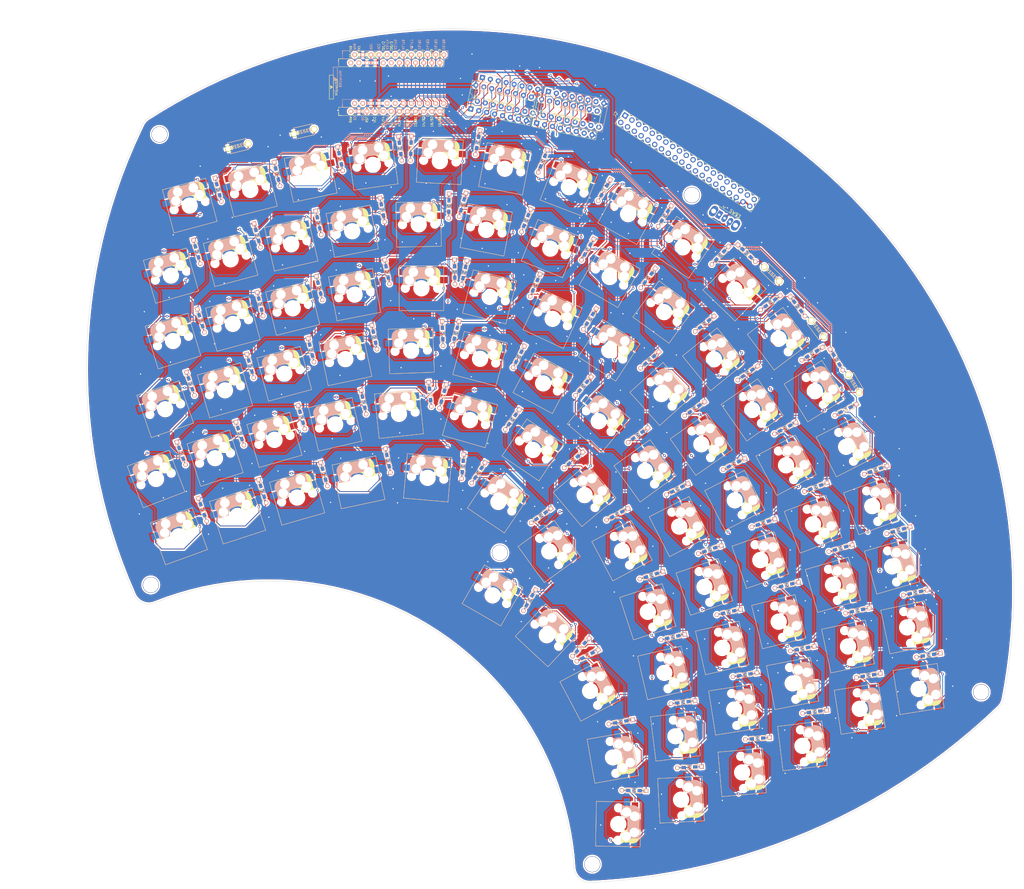
<source format=kicad_pcb>
(kicad_pcb (version 20171130) (host pcbnew "(5.1.5)-3")
  (title_block (title fan) (rev v1.23) (comment 1 "v1.21 elecrowに注文した v1.22 A3にした v1.23 JLCに頼んでみる"))
  (layers (0 F.Cu signal) (31 B.Cu signal) (34 B.Paste user) (35 F.Paste user) (36 B.SilkS user) (37 F.SilkS user) (38 B.Mask user) (39 F.Mask user) (44 Edge.Cuts user))
  (net 0 "")
  (net 1 row00)
  (net 2 "Net-(D1-Pad2)")
  (net 3 row01)
  (net 4 "Net-(D2-Pad2)")
  (net 5 row02)
  (net 6 "Net-(D3-Pad2)")
  (net 7 row03)
  (net 8 "Net-(D4-Pad2)")
  (net 9 row04)
  (net 10 "Net-(D5-Pad2)")
  (net 11 row05)
  (net 12 "Net-(D6-Pad2)")
  (net 13 "Net-(D7-Pad2)")
  (net 14 "Net-(D8-Pad2)")
  (net 15 "Net-(D9-Pad2)")
  (net 16 "Net-(D10-Pad2)")
  (net 17 "Net-(D11-Pad2)")
  (net 18 "Net-(D12-Pad2)")
  (net 19 "Net-(D13-Pad2)")
  (net 20 "Net-(D14-Pad2)")
  (net 21 "Net-(D15-Pad2)")
  (net 22 "Net-(D16-Pad2)")
  (net 23 "Net-(D17-Pad2)")
  (net 24 "Net-(D18-Pad2)")
  (net 25 "Net-(D19-Pad2)")
  (net 26 "Net-(D20-Pad2)")
  (net 27 "Net-(D21-Pad2)")
  (net 28 "Net-(D22-Pad2)")
  (net 29 "Net-(D23-Pad2)")
  (net 30 "Net-(D24-Pad2)")
  (net 31 "Net-(D25-Pad2)")
  (net 32 "Net-(D26-Pad2)")
  (net 33 "Net-(D27-Pad2)")
  (net 34 "Net-(D28-Pad2)")
  (net 35 "Net-(D29-Pad2)")
  (net 36 "Net-(D30-Pad2)")
  (net 37 "Net-(D31-Pad2)")
  (net 38 "Net-(D32-Pad2)")
  (net 39 "Net-(D33-Pad2)")
  (net 40 "Net-(D34-Pad2)")
  (net 41 "Net-(D35-Pad2)")
  (net 42 "Net-(D36-Pad2)")
  (net 43 "Net-(D37-Pad2)")
  (net 44 "Net-(D38-Pad2)")
  (net 45 "Net-(D39-Pad2)")
  (net 46 "Net-(D40-Pad2)")
  (net 47 "Net-(D41-Pad2)")
  (net 48 "Net-(D42-Pad2)")
  (net 49 "Net-(D43-Pad2)")
  (net 50 "Net-(D44-Pad2)")
  (net 51 "Net-(D45-Pad2)")
  (net 52 "Net-(D46-Pad2)")
  (net 53 "Net-(D47-Pad2)")
  (net 54 "Net-(D48-Pad2)")
  (net 55 "Net-(D49-Pad2)")
  (net 56 "Net-(D50-Pad2)")
  (net 57 "Net-(D51-Pad2)")
  (net 58 "Net-(D52-Pad2)")
  (net 59 "Net-(D53-Pad2)")
  (net 60 "Net-(D54-Pad2)")
  (net 61 "Net-(D55-Pad2)")
  (net 62 "Net-(D56-Pad2)")
  (net 63 "Net-(D57-Pad2)")
  (net 64 "Net-(D58-Pad2)")
  (net 65 "Net-(D59-Pad2)")
  (net 66 "Net-(D60-Pad2)")
  (net 67 "Net-(D61-Pad2)")
  (net 68 "Net-(D62-Pad2)")
  (net 69 "Net-(D63-Pad2)")
  (net 70 "Net-(D64-Pad2)")
  (net 71 "Net-(D65-Pad2)")
  (net 72 "Net-(D66-Pad2)")
  (net 73 "Net-(D67-Pad2)")
  (net 74 "Net-(D68-Pad2)")
  (net 75 "Net-(D69-Pad2)")
  (net 76 "Net-(D70-Pad2)")
  (net 77 "Net-(D71-Pad2)")
  (net 78 "Net-(D72-Pad2)")
  (net 79 "Net-(D73-Pad2)")
  (net 80 "Net-(D74-Pad2)")
  (net 81 "Net-(D75-Pad2)")
  (net 82 "Net-(D76-Pad2)")
  (net 83 "Net-(D77-Pad2)")
  (net 84 "Net-(D78-Pad2)")
  (net 85 "Net-(D79-Pad2)")
  (net 86 "Net-(D80-Pad2)")
  (net 87 "Net-(D81-Pad2)")
  (net 88 "Net-(D82-Pad2)")
  (net 89 "Net-(D83-Pad2)")
  (net 90 "Net-(D84-Pad2)")
  (net 91 "Net-(D85-Pad2)")
  (net 92 "Net-(D86-Pad2)")
  (net 93 "Net-(D87-Pad2)")
  (net 94 "Net-(D88-Pad2)")
  (net 95 "Net-(D89-Pad2)")
  (net 96 "Net-(D90-Pad2)")
  (net 97 "Net-(J2-Pad1)")
  (net 98 "Net-(J2-Pad2)")
  (net 99 "Net-(J2-Pad3)")
  (net 100 "Net-(J2-Pad4)")
  (net 101 "Net-(J2-Pad5)")
  (net 102 "Net-(J2-Pad6)")
  (net 103 "Net-(J2-Pad7)")
  (net 104 "Net-(J2-Pad8)")
  (net 105 "Net-(J2-Pad9)")
  (net 106 "Net-(J2-Pad10)")
  (net 107 "Net-(J2-Pad11)")
  (net 108 "Net-(J2-Pad12)")
  (net 109 "Net-(J2-Pad13)")
  (net 110 "Net-(J2-Pad14)")
  (net 111 "Net-(J2-Pad15)")
  (net 112 "Net-(J2-Pad16)")
  (net 113 "Net-(J2-Pad17)")
  (net 114 "Net-(J2-Pad18)")
  (net 115 "Net-(J2-Pad19)")
  (net 116 "Net-(J2-Pad20)")
  (net 117 "Net-(J2-Pad21)")
  (net 118 "Net-(J2-Pad22)")
  (net 119 "Net-(J2-Pad23)")
  (net 120 "Net-(J2-Pad24)")
  (net 121 "Net-(J2-Pad25)")
  (net 122 "Net-(J2-Pad26)")
  (net 123 "Net-(J2-Pad27)")
  (net 124 "Net-(J2-Pad28)")
  (net 125 "Net-(J2-Pad29)")
  (net 126 "Net-(J2-Pad30)")
  (net 127 "Net-(J2-Pad31)")
  (net 128 "Net-(J2-Pad32)")
  (net 129 "Net-(J2-Pad33)")
  (net 130 "Net-(J2-Pad34)")
  (net 131 "Net-(J2-Pad35)")
  (net 132 GND)
  (net 133 "Net-(J2-Pad37)")
  (net 134 "Net-(J2-Pad38)")
  (net 135 "Net-(J2-Pad39)")
  (net 136 col00)
  (net 137 col01)
  (net 138 col02)
  (net 139 col03)
  (net 140 col04)
  (net 141 col05)
  (net 142 col06)
  (net 143 col07)
  (net 144 col08)
  (net 145 col09)
  (net 146 col10)
  (net 147 col11)
  (net 148 col12)
  (net 149 col13)
  (net 150 col14)
  (net 151 software_reset)
  (net 152 hardware_reset)
  (net 153 "Net-(SW93-Pad1)")
  (net 154 VCC)
  (net 155 "Net-(U1-Pad1)")
  (net 156 "Net-(U1-Pad2)")
  (net 157 "Net-(U1-Pad5)")
  (net 158 "Net-(U1-Pad6)")
  (net 159 SER)
  (net 160 SCK)
  (net 161 SCL)
  (net 162 RCK)
  (net 163 OE)
  (net 164 "Net-(U1-Pad19)")
  (net 165 "Net-(U1-Pad20)")
  (net 166 "Net-(U1-Pad24)")
  (net 167 "Net-(U2-Pad1)")
  (net 168 "Net-(U2-Pad2)")
  (net 169 "Net-(U2-Pad5)")
  (net 170 "Net-(U2-Pad6)")
  (net 171 "Net-(U2-Pad19)")
  (net 172 "Net-(U2-Pad20)")
  (net 173 "Net-(U2-Pad24)")
  (net 174 QHSER)
  (net 175 "Net-(U4-Pad7)")
  (net 176 "Net-(U4-Pad9)")
  (net 177 QHSER')
  (net 178 "Net-(U6-Pad7)")
  (net 179 "Net-(U6-Pad9)")
  (module kbd:D3_TH_SMD (layer B.Cu) (at 128.281 107.817 255)
    (fp_text reference D34 hide)
    (fp_text value DIODE hide)
    (pad 1 smd rect (at -1.775 0 255) (size 1.3 0.95) (layers B.Cu B.Paste B.Mask) (net 7 row03))
    (pad 2 smd rect (at 1.775 0 255) (size 1.3 0.95) (layers F.Cu F.Paste F.Mask) (net 40 "Net-(D34-Pad2)"))
    (pad 1 smd rect (at -1.775 0 255) (size 1.3 0.95) (layers F.Cu F.Paste F.Mask) (net 7 row03))
    (pad 1 thru_hole rect (at -3.81 0 255) (size 1.397 1.397) (drill 0.8128) (layers *.Cu *.Mask B.SilkS) (net 7 row03))
    (pad 2 thru_hole circle (at 3.81 0 255) (size 1.397 1.397) (drill 0.8128) (layers *.Cu *.Mask B.SilkS) (net 40 "Net-(D34-Pad2)"))
    (pad 2 smd rect (at 1.775 0 255) (size 1.3 0.95) (layers B.Cu B.Paste B.Mask) (net 40 "Net-(D34-Pad2)"))
  )
  (module kbd:D3_TH_SMD (layer B.Cu) (at 213.871 195.272 193)
    (fp_text reference D76 hide)
    (fp_text value DIODE hide)
    (pad 1 smd rect (at -1.775 0 193) (size 1.3 0.95) (layers B.Cu B.Paste B.Mask) (net 7 row03))
    (pad 2 smd rect (at 1.775 0 193) (size 1.3 0.95) (layers F.Cu F.Paste F.Mask) (net 82 "Net-(D76-Pad2)"))
    (pad 1 smd rect (at -1.775 0 193) (size 1.3 0.95) (layers F.Cu F.Paste F.Mask) (net 7 row03))
    (pad 1 thru_hole rect (at -3.81 0 193) (size 1.397 1.397) (drill 0.8128) (layers *.Cu *.Mask B.SilkS) (net 7 row03))
    (pad 2 thru_hole circle (at 3.81 0 193) (size 1.397 1.397) (drill 0.8128) (layers *.Cu *.Mask B.SilkS) (net 82 "Net-(D76-Pad2)"))
    (pad 2 smd rect (at 1.775 0 193) (size 1.3 0.95) (layers B.Cu B.Paste B.Mask) (net 82 "Net-(D76-Pad2)"))
  )
  (module kbd:D3_TH_SMD (layer B.Cu) (at 232.076 186.826 194)
    (fp_text reference D75 hide)
    (fp_text value DIODE hide)
    (pad 1 smd rect (at -1.775 0 194) (size 1.3 0.95) (layers B.Cu B.Paste B.Mask) (net 5 row02))
    (pad 2 smd rect (at 1.775 0 194) (size 1.3 0.95) (layers F.Cu F.Paste F.Mask) (net 81 "Net-(D75-Pad2)"))
    (pad 1 smd rect (at -1.775 0 194) (size 1.3 0.95) (layers F.Cu F.Paste F.Mask) (net 5 row02))
    (pad 1 thru_hole rect (at -3.81 0 194) (size 1.397 1.397) (drill 0.8128) (layers *.Cu *.Mask B.SilkS) (net 5 row02))
    (pad 2 thru_hole circle (at 3.81 0 194) (size 1.397 1.397) (drill 0.8128) (layers *.Cu *.Mask B.SilkS) (net 81 "Net-(D75-Pad2)"))
    (pad 2 smd rect (at 1.775 0 194) (size 1.3 0.95) (layers B.Cu B.Paste B.Mask) (net 81 "Net-(D75-Pad2)"))
  )
  (module kbd:D3_TH_SMD (layer B.Cu) (at 145.994 134.885 235)
    (fp_text reference D41 hide)
    (fp_text value DIODE hide)
    (pad 1 smd rect (at -1.775 0 235) (size 1.3 0.95) (layers B.Cu B.Paste B.Mask) (net 9 row04))
    (pad 2 smd rect (at 1.775 0 235) (size 1.3 0.95) (layers F.Cu F.Paste F.Mask) (net 47 "Net-(D41-Pad2)"))
    (pad 1 smd rect (at -1.775 0 235) (size 1.3 0.95) (layers F.Cu F.Paste F.Mask) (net 9 row04))
    (pad 1 thru_hole rect (at -3.81 0 235) (size 1.397 1.397) (drill 0.8128) (layers *.Cu *.Mask B.SilkS) (net 9 row04))
    (pad 2 thru_hole circle (at 3.81 0 235) (size 1.397 1.397) (drill 0.8128) (layers *.Cu *.Mask B.SilkS) (net 47 "Net-(D41-Pad2)"))
    (pad 2 smd rect (at 1.775 0 235) (size 1.3 0.95) (layers B.Cu B.Paste B.Mask) (net 47 "Net-(D41-Pad2)"))
  )
  (module kbd:D3_TH_SMD (layer B.Cu) (at 148.031 115.223 242)
    (fp_text reference D40 hide)
    (fp_text value DIODE hide)
    (pad 1 smd rect (at -1.775 0 242) (size 1.3 0.95) (layers B.Cu B.Paste B.Mask) (net 7 row03))
    (pad 2 smd rect (at 1.775 0 242) (size 1.3 0.95) (layers F.Cu F.Paste F.Mask) (net 46 "Net-(D40-Pad2)"))
    (pad 1 smd rect (at -1.775 0 242) (size 1.3 0.95) (layers F.Cu F.Paste F.Mask) (net 7 row03))
    (pad 1 thru_hole rect (at -3.81 0 242) (size 1.397 1.397) (drill 0.8128) (layers *.Cu *.Mask B.SilkS) (net 7 row03))
    (pad 2 thru_hole circle (at 3.81 0 242) (size 1.397 1.397) (drill 0.8128) (layers *.Cu *.Mask B.SilkS) (net 46 "Net-(D40-Pad2)"))
    (pad 2 smd rect (at 1.775 0 242) (size 1.3 0.95) (layers B.Cu B.Paste B.Mask) (net 46 "Net-(D40-Pad2)"))
  )
  (module kbd:D3_TH_SMD (layer B.Cu) (at 169.6 208.9 208)
    (fp_text reference D78 hide)
    (fp_text value DIODE hide)
    (pad 1 smd rect (at -1.775 0 208) (size 1.3 0.95) (layers B.Cu B.Paste B.Mask) (net 11 row05))
    (pad 2 smd rect (at 1.775 0 208) (size 1.3 0.95) (layers F.Cu F.Paste F.Mask) (net 84 "Net-(D78-Pad2)"))
    (pad 1 smd rect (at -1.775 0 208) (size 1.3 0.95) (layers F.Cu F.Paste F.Mask) (net 11 row05))
    (pad 1 thru_hole rect (at -3.81 0 208) (size 1.397 1.397) (drill 0.8128) (layers *.Cu *.Mask B.SilkS) (net 11 row05))
    (pad 2 thru_hole circle (at 3.81 0 208) (size 1.397 1.397) (drill 0.8128) (layers *.Cu *.Mask B.SilkS) (net 84 "Net-(D78-Pad2)"))
    (pad 2 smd rect (at 1.775 0 208) (size 1.3 0.95) (layers B.Cu B.Paste B.Mask) (net 84 "Net-(D78-Pad2)"))
  )
  (module kbd:D3_TH_SMD (layer B.Cu) (at 235.51 99.393 307)
    (fp_text reference D50 hide)
    (fp_text value DIODE hide)
    (pad 1 smd rect (at -1.775 0 307) (size 1.3 0.95) (layers B.Cu B.Paste B.Mask) (net 3 row01))
    (pad 2 smd rect (at 1.775 0 307) (size 1.3 0.95) (layers F.Cu F.Paste F.Mask) (net 56 "Net-(D50-Pad2)"))
    (pad 1 smd rect (at -1.775 0 307) (size 1.3 0.95) (layers F.Cu F.Paste F.Mask) (net 3 row01))
    (pad 1 thru_hole rect (at -3.81 0 307) (size 1.397 1.397) (drill 0.8128) (layers *.Cu *.Mask B.SilkS) (net 3 row01))
    (pad 2 thru_hole circle (at 3.81 0 307) (size 1.397 1.397) (drill 0.8128) (layers *.Cu *.Mask B.SilkS) (net 56 "Net-(D50-Pad2)"))
    (pad 2 smd rect (at 1.775 0 307) (size 1.3 0.95) (layers B.Cu B.Paste B.Mask) (net 56 "Net-(D50-Pad2)"))
  )
  (module kbd:D3_TH_SMD (layer B.Cu) (at 215.524 148.839 207)
    (fp_text reference D63 hide)
    (fp_text value DIODE hide)
    (pad 1 smd rect (at -1.775 0 207) (size 1.3 0.95) (layers B.Cu B.Paste B.Mask) (net 5 row02))
    (pad 2 smd rect (at 1.775 0 207) (size 1.3 0.95) (layers F.Cu F.Paste F.Mask) (net 69 "Net-(D63-Pad2)"))
    (pad 1 smd rect (at -1.775 0 207) (size 1.3 0.95) (layers F.Cu F.Paste F.Mask) (net 5 row02))
    (pad 1 thru_hole rect (at -3.81 0 207) (size 1.397 1.397) (drill 0.8128) (layers *.Cu *.Mask B.SilkS) (net 5 row02))
    (pad 2 thru_hole circle (at 3.81 0 207) (size 1.397 1.397) (drill 0.8128) (layers *.Cu *.Mask B.SilkS) (net 69 "Net-(D63-Pad2)"))
    (pad 2 smd rect (at 1.775 0 207) (size 1.3 0.95) (layers B.Cu B.Paste B.Mask) (net 69 "Net-(D63-Pad2)"))
  )
  (module kbd:D3_TH_SMD (layer B.Cu) (at 218.964 214.944 189)
    (fp_text reference D82 hide)
    (fp_text value DIODE hide)
    (pad 1 smd rect (at -1.775 0 189) (size 1.3 0.95) (layers B.Cu B.Paste B.Mask) (net 7 row03))
    (pad 2 smd rect (at 1.775 0 189) (size 1.3 0.95) (layers F.Cu F.Paste F.Mask) (net 88 "Net-(D82-Pad2)"))
    (pad 1 smd rect (at -1.775 0 189) (size 1.3 0.95) (layers F.Cu F.Paste F.Mask) (net 7 row03))
    (pad 1 thru_hole rect (at -3.81 0 189) (size 1.397 1.397) (drill 0.8128) (layers *.Cu *.Mask B.SilkS) (net 7 row03))
    (pad 2 thru_hole circle (at 3.81 0 189) (size 1.397 1.397) (drill 0.8128) (layers *.Cu *.Mask B.SilkS) (net 88 "Net-(D82-Pad2)"))
    (pad 2 smd rect (at 1.775 0 189) (size 1.3 0.95) (layers B.Cu B.Paste B.Mask) (net 88 "Net-(D82-Pad2)"))
  )
  (module kbd:D3_TH_SMD (layer B.Cu) (at 130.405 67.541 254)
    (fp_text reference D32 hide)
    (fp_text value DIODE hide)
    (pad 1 smd rect (at -1.775 0 254) (size 1.3 0.95) (layers B.Cu B.Paste B.Mask) (net 3 row01))
    (pad 2 smd rect (at 1.775 0 254) (size 1.3 0.95) (layers F.Cu F.Paste F.Mask) (net 38 "Net-(D32-Pad2)"))
    (pad 1 smd rect (at -1.775 0 254) (size 1.3 0.95) (layers F.Cu F.Paste F.Mask) (net 3 row01))
    (pad 1 thru_hole rect (at -3.81 0 254) (size 1.397 1.397) (drill 0.8128) (layers *.Cu *.Mask B.SilkS) (net 3 row01))
    (pad 2 thru_hole circle (at 3.81 0 254) (size 1.397 1.397) (drill 0.8128) (layers *.Cu *.Mask B.SilkS) (net 38 "Net-(D32-Pad2)"))
    (pad 2 smd rect (at 1.775 0 254) (size 1.3 0.95) (layers B.Cu B.Paste B.Mask) (net 38 "Net-(D32-Pad2)"))
  )
  (module kbd:D3_TH_SMD (layer B.Cu) (at 241.189 156.104 201)
    (fp_text reference D68 hide)
    (fp_text value DIODE hide)
    (pad 1 smd rect (at -1.775 0 201) (size 1.3 0.95) (layers B.Cu B.Paste B.Mask) (net 3 row01))
    (pad 2 smd rect (at 1.775 0 201) (size 1.3 0.95) (layers F.Cu F.Paste F.Mask) (net 74 "Net-(D68-Pad2)"))
    (pad 1 smd rect (at -1.775 0 201) (size 1.3 0.95) (layers F.Cu F.Paste F.Mask) (net 3 row01))
    (pad 1 thru_hole rect (at -3.81 0 201) (size 1.397 1.397) (drill 0.8128) (layers *.Cu *.Mask B.SilkS) (net 3 row01))
    (pad 2 thru_hole circle (at 3.81 0 201) (size 1.397 1.397) (drill 0.8128) (layers *.Cu *.Mask B.SilkS) (net 74 "Net-(D68-Pad2)"))
    (pad 2 smd rect (at 1.775 0 201) (size 1.3 0.95) (layers B.Cu B.Paste B.Mask) (net 74 "Net-(D68-Pad2)"))
  )
  (module kbd:D3_TH_SMD (layer B.Cu) (at 226.977 98.245 216)
    (fp_text reference D51 hide)
    (fp_text value DIODE hide)
    (pad 1 smd rect (at -1.775 0 216) (size 1.3 0.95) (layers B.Cu B.Paste B.Mask) (net 5 row02))
    (pad 2 smd rect (at 1.775 0 216) (size 1.3 0.95) (layers F.Cu F.Paste F.Mask) (net 57 "Net-(D51-Pad2)"))
    (pad 1 smd rect (at -1.775 0 216) (size 1.3 0.95) (layers F.Cu F.Paste F.Mask) (net 5 row02))
    (pad 1 thru_hole rect (at -3.81 0 216) (size 1.397 1.397) (drill 0.8128) (layers *.Cu *.Mask B.SilkS) (net 5 row02))
    (pad 2 thru_hole circle (at 3.81 0 216) (size 1.397 1.397) (drill 0.8128) (layers *.Cu *.Mask B.SilkS) (net 57 "Net-(D51-Pad2)"))
    (pad 2 smd rect (at 1.775 0 216) (size 1.3 0.95) (layers B.Cu B.Paste B.Mask) (net 57 "Net-(D51-Pad2)"))
  )
  (module kbd:D3_TH_SMD (layer B.Cu) (at 236.96 206.728 191)
    (fp_text reference D81 hide)
    (fp_text value DIODE hide)
    (pad 1 smd rect (at -1.775 0 191) (size 1.3 0.95) (layers B.Cu B.Paste B.Mask) (net 5 row02))
    (pad 2 smd rect (at 1.775 0 191) (size 1.3 0.95) (layers F.Cu F.Paste F.Mask) (net 87 "Net-(D81-Pad2)"))
    (pad 1 smd rect (at -1.775 0 191) (size 1.3 0.95) (layers F.Cu F.Paste F.Mask) (net 5 row02))
    (pad 1 thru_hole rect (at -3.81 0 191) (size 1.397 1.397) (drill 0.8128) (layers *.Cu *.Mask B.SilkS) (net 5 row02))
    (pad 2 thru_hole circle (at 3.81 0 191) (size 1.397 1.397) (drill 0.8128) (layers *.Cu *.Mask B.SilkS) (net 87 "Net-(D81-Pad2)"))
    (pad 2 smd rect (at 1.775 0 191) (size 1.3 0.95) (layers B.Cu B.Paste B.Mask) (net 87 "Net-(D81-Pad2)"))
  )
  (module kbd:D3_TH_SMD (layer B.Cu) (at 267.11 169.614 196)
    (fp_text reference D73 hide)
    (fp_text value DIODE hide)
    (pad 1 smd rect (at -1.775 0 196) (size 1.3 0.95) (layers B.Cu B.Paste B.Mask) (net 1 row00))
    (pad 2 smd rect (at 1.775 0 196) (size 1.3 0.95) (layers F.Cu F.Paste F.Mask) (net 79 "Net-(D73-Pad2)"))
    (pad 1 smd rect (at -1.775 0 196) (size 1.3 0.95) (layers F.Cu F.Paste F.Mask) (net 1 row00))
    (pad 1 thru_hole rect (at -3.81 0 196) (size 1.397 1.397) (drill 0.8128) (layers *.Cu *.Mask B.SilkS) (net 1 row00))
    (pad 2 thru_hole circle (at 3.81 0 196) (size 1.397 1.397) (drill 0.8128) (layers *.Cu *.Mask B.SilkS) (net 79 "Net-(D73-Pad2)"))
    (pad 2 smd rect (at 1.775 0 196) (size 1.3 0.95) (layers B.Cu B.Paste B.Mask) (net 79 "Net-(D73-Pad2)"))
  )
  (module kbd:D3_TH_SMD (layer B.Cu) (at 240.033 114.244 212)
    (fp_text reference D56 hide)
    (fp_text value DIODE hide)
    (pad 1 smd rect (at -1.775 0 212) (size 1.3 0.95) (layers B.Cu B.Paste B.Mask) (net 3 row01))
    (pad 2 smd rect (at 1.775 0 212) (size 1.3 0.95) (layers F.Cu F.Paste F.Mask) (net 62 "Net-(D56-Pad2)"))
    (pad 1 smd rect (at -1.775 0 212) (size 1.3 0.95) (layers F.Cu F.Paste F.Mask) (net 3 row01))
    (pad 1 thru_hole rect (at -3.81 0 212) (size 1.397 1.397) (drill 0.8128) (layers *.Cu *.Mask B.SilkS) (net 3 row01))
    (pad 2 thru_hole circle (at 3.81 0 212) (size 1.397 1.397) (drill 0.8128) (layers *.Cu *.Mask B.SilkS) (net 62 "Net-(D56-Pad2)"))
    (pad 2 smd rect (at 1.775 0 212) (size 1.3 0.95) (layers B.Cu B.Paste B.Mask) (net 62 "Net-(D56-Pad2)"))
  )
  (module kbd:D3_TH_SMD (layer B.Cu) (at 231.565 137.594 208)
    (fp_text reference D62 hide)
    (fp_text value DIODE hide)
    (pad 1 smd rect (at -1.775 0 208) (size 1.3 0.95) (layers B.Cu B.Paste B.Mask) (net 3 row01))
    (pad 2 smd rect (at 1.775 0 208) (size 1.3 0.95) (layers F.Cu F.Paste F.Mask) (net 68 "Net-(D62-Pad2)"))
    (pad 1 smd rect (at -1.775 0 208) (size 1.3 0.95) (layers F.Cu F.Paste F.Mask) (net 3 row01))
    (pad 1 thru_hole rect (at -3.81 0 208) (size 1.397 1.397) (drill 0.8128) (layers *.Cu *.Mask B.SilkS) (net 3 row01))
    (pad 2 thru_hole circle (at 3.81 0 208) (size 1.397 1.397) (drill 0.8128) (layers *.Cu *.Mask B.SilkS) (net 68 "Net-(D62-Pad2)"))
    (pad 2 smd rect (at 1.775 0 208) (size 1.3 0.95) (layers B.Cu B.Paste B.Mask) (net 68 "Net-(D62-Pad2)"))
  )
  (module kbd:D3_TH_SMD (layer B.Cu) (at 254.267 194.791 192)
    (fp_text reference D80 hide)
    (fp_text value DIODE hide)
    (pad 1 smd rect (at -1.775 0 192) (size 1.3 0.95) (layers B.Cu B.Paste B.Mask) (net 3 row01))
    (pad 2 smd rect (at 1.775 0 192) (size 1.3 0.95) (layers F.Cu F.Paste F.Mask) (net 86 "Net-(D80-Pad2)"))
    (pad 1 smd rect (at -1.775 0 192) (size 1.3 0.95) (layers F.Cu F.Paste F.Mask) (net 3 row01))
    (pad 1 thru_hole rect (at -3.81 0 192) (size 1.397 1.397) (drill 0.8128) (layers *.Cu *.Mask B.SilkS) (net 3 row01))
    (pad 2 thru_hole circle (at 3.81 0 192) (size 1.397 1.397) (drill 0.8128) (layers *.Cu *.Mask B.SilkS) (net 86 "Net-(D80-Pad2)"))
    (pad 2 smd rect (at 1.775 0 192) (size 1.3 0.95) (layers B.Cu B.Paste B.Mask) (net 86 "Net-(D80-Pad2)"))
  )
  (module kbd:D3_TH_SMD (layer B.Cu) (at 185.399 139.779 216)
    (fp_text reference D59 hide)
    (fp_text value DIODE hide)
    (pad 1 smd rect (at -1.775 0 216) (size 1.3 0.95) (layers B.Cu B.Paste B.Mask) (net 9 row04))
    (pad 2 smd rect (at 1.775 0 216) (size 1.3 0.95) (layers F.Cu F.Paste F.Mask) (net 65 "Net-(D59-Pad2)"))
    (pad 1 smd rect (at -1.775 0 216) (size 1.3 0.95) (layers F.Cu F.Paste F.Mask) (net 9 row04))
    (pad 1 thru_hole rect (at -3.81 0 216) (size 1.397 1.397) (drill 0.8128) (layers *.Cu *.Mask B.SilkS) (net 9 row04))
    (pad 2 thru_hole circle (at 3.81 0 216) (size 1.397 1.397) (drill 0.8128) (layers *.Cu *.Mask B.SilkS) (net 65 "Net-(D59-Pad2)"))
    (pad 2 smd rect (at 1.775 0 216) (size 1.3 0.95) (layers B.Cu B.Paste B.Mask) (net 65 "Net-(D59-Pad2)"))
  )
  (module kbd:D3_TH_SMD (layer B.Cu) (at 193.821 71.052 237)
    (fp_text reference D44 hide)
    (fp_text value DIODE hide)
    (pad 1 smd rect (at -1.775 0 237) (size 1.3 0.95) (layers B.Cu B.Paste B.Mask) (net 3 row01))
    (pad 2 smd rect (at 1.775 0 237) (size 1.3 0.95) (layers F.Cu F.Paste F.Mask) (net 50 "Net-(D44-Pad2)"))
    (pad 1 smd rect (at -1.775 0 237) (size 1.3 0.95) (layers F.Cu F.Paste F.Mask) (net 3 row01))
    (pad 1 thru_hole rect (at -3.81 0 237) (size 1.397 1.397) (drill 0.8128) (layers *.Cu *.Mask B.SilkS) (net 3 row01))
    (pad 2 thru_hole circle (at 3.81 0 237) (size 1.397 1.397) (drill 0.8128) (layers *.Cu *.Mask B.SilkS) (net 50 "Net-(D44-Pad2)"))
    (pad 2 smd rect (at 1.775 0 237) (size 1.3 0.95) (layers B.Cu B.Paste B.Mask) (net 50 "Net-(D44-Pad2)"))
  )
  (module kbd:D3_TH_SMD (layer B.Cu) (at 189.631 183.732 198)
    (fp_text reference D71 hide)
    (fp_text value DIODE hide)
    (pad 1 smd rect (at -1.775 0 198) (size 1.3 0.95) (layers B.Cu B.Paste B.Mask) (net 9 row04))
    (pad 2 smd rect (at 1.775 0 198) (size 1.3 0.95) (layers F.Cu F.Paste F.Mask) (net 77 "Net-(D71-Pad2)"))
    (pad 1 smd rect (at -1.775 0 198) (size 1.3 0.95) (layers F.Cu F.Paste F.Mask) (net 9 row04))
    (pad 1 thru_hole rect (at -3.81 0 198) (size 1.397 1.397) (drill 0.8128) (layers *.Cu *.Mask B.SilkS) (net 9 row04))
    (pad 2 thru_hole circle (at 3.81 0 198) (size 1.397 1.397) (drill 0.8128) (layers *.Cu *.Mask B.SilkS) (net 77 "Net-(D71-Pad2)"))
    (pad 2 smd rect (at 1.775 0 198) (size 1.3 0.95) (layers B.Cu B.Paste B.Mask) (net 77 "Net-(D71-Pad2)"))
  )
  (module kbd:D3_TH_SMD (layer B.Cu) (at 219.827 120.306 215)
    (fp_text reference D57 hide)
    (fp_text value DIODE hide)
    (pad 1 smd rect (at -1.775 0 215) (size 1.3 0.95) (layers B.Cu B.Paste B.Mask) (net 5 row02))
    (pad 2 smd rect (at 1.775 0 215) (size 1.3 0.95) (layers F.Cu F.Paste F.Mask) (net 63 "Net-(D57-Pad2)"))
    (pad 1 smd rect (at -1.775 0 215) (size 1.3 0.95) (layers F.Cu F.Paste F.Mask) (net 5 row02))
    (pad 1 thru_hole rect (at -3.81 0 215) (size 1.397 1.397) (drill 0.8128) (layers *.Cu *.Mask B.SilkS) (net 5 row02))
    (pad 2 thru_hole circle (at 3.81 0 215) (size 1.397 1.397) (drill 0.8128) (layers *.Cu *.Mask B.SilkS) (net 63 "Net-(D57-Pad2)"))
    (pad 2 smd rect (at 1.775 0 215) (size 1.3 0.95) (layers B.Cu B.Paste B.Mask) (net 63 "Net-(D57-Pad2)"))
  )
  (module kbd:D3_TH_SMD (layer B.Cu) (at 272.427 189.152 192)
    (fp_text reference D79 hide)
    (fp_text value DIODE hide)
    (pad 1 smd rect (at -1.775 0 192) (size 1.3 0.95) (layers B.Cu B.Paste B.Mask) (net 1 row00))
    (pad 2 smd rect (at 1.775 0 192) (size 1.3 0.95) (layers F.Cu F.Paste F.Mask) (net 85 "Net-(D79-Pad2)"))
    (pad 1 smd rect (at -1.775 0 192) (size 1.3 0.95) (layers F.Cu F.Paste F.Mask) (net 1 row00))
    (pad 1 thru_hole rect (at -3.81 0 192) (size 1.397 1.397) (drill 0.8128) (layers *.Cu *.Mask B.SilkS) (net 1 row00))
    (pad 2 thru_hole circle (at 3.81 0 192) (size 1.397 1.397) (drill 0.8128) (layers *.Cu *.Mask B.SilkS) (net 85 "Net-(D79-Pad2)"))
    (pad 2 smd rect (at 1.775 0 192) (size 1.3 0.95) (layers B.Cu B.Paste B.Mask) (net 85 "Net-(D79-Pad2)"))
  )
  (module kbd:D3_TH_SMD (layer B.Cu) (at 203.189 131.498 215)
    (fp_text reference D58 hide)
    (fp_text value DIODE hide)
    (pad 1 smd rect (at -1.775 0 215) (size 1.3 0.95) (layers B.Cu B.Paste B.Mask) (net 7 row03))
    (pad 2 smd rect (at 1.775 0 215) (size 1.3 0.95) (layers F.Cu F.Paste F.Mask) (net 64 "Net-(D58-Pad2)"))
    (pad 1 smd rect (at -1.775 0 215) (size 1.3 0.95) (layers F.Cu F.Paste F.Mask) (net 7 row03))
    (pad 1 thru_hole rect (at -3.81 0 215) (size 1.397 1.397) (drill 0.8128) (layers *.Cu *.Mask B.SilkS) (net 7 row03))
    (pad 2 thru_hole circle (at 3.81 0 215) (size 1.397 1.397) (drill 0.8128) (layers *.Cu *.Mask B.SilkS) (net 64 "Net-(D58-Pad2)"))
    (pad 2 smd rect (at 1.775 0 215) (size 1.3 0.95) (layers B.Cu B.Paste B.Mask) (net 64 "Net-(D58-Pad2)"))
  )
  (module kbd:D3_TH_SMD (layer B.Cu) (at 196.354 203.122 193)
    (fp_text reference D77 hide)
    (fp_text value DIODE hide)
    (pad 1 smd rect (at -1.775 0 193) (size 1.3 0.95) (layers B.Cu B.Paste B.Mask) (net 9 row04))
    (pad 2 smd rect (at 1.775 0 193) (size 1.3 0.95) (layers F.Cu F.Paste F.Mask) (net 83 "Net-(D77-Pad2)"))
    (pad 1 smd rect (at -1.775 0 193) (size 1.3 0.95) (layers F.Cu F.Paste F.Mask) (net 9 row04))
    (pad 1 thru_hole rect (at -3.81 0 193) (size 1.397 1.397) (drill 0.8128) (layers *.Cu *.Mask B.SilkS) (net 9 row04))
    (pad 2 thru_hole circle (at 3.81 0 193) (size 1.397 1.397) (drill 0.8128) (layers *.Cu *.Mask B.SilkS) (net 83 "Net-(D77-Pad2)"))
    (pad 2 smd rect (at 1.775 0 193) (size 1.3 0.95) (layers B.Cu B.Paste B.Mask) (net 83 "Net-(D77-Pad2)"))
  )
  (module kbd:D3_TH_SMD (layer B.Cu) (at 114.2 49.8 268)
    (fp_text reference D25 hide)
    (fp_text value DIODE hide)
    (pad 1 smd rect (at -1.775 0 268) (size 1.3 0.95) (layers B.Cu B.Paste B.Mask) (net 1 row00))
    (pad 2 smd rect (at 1.775 0 268) (size 1.3 0.95) (layers F.Cu F.Paste F.Mask) (net 31 "Net-(D25-Pad2)"))
    (pad 1 smd rect (at -1.775 0 268) (size 1.3 0.95) (layers F.Cu F.Paste F.Mask) (net 1 row00))
    (pad 1 thru_hole rect (at -3.81 0 268) (size 1.397 1.397) (drill 0.8128) (layers *.Cu *.Mask B.SilkS) (net 1 row00))
    (pad 2 thru_hole circle (at 3.81 0 268) (size 1.397 1.397) (drill 0.8128) (layers *.Cu *.Mask B.SilkS) (net 31 "Net-(D25-Pad2)"))
    (pad 2 smd rect (at 1.775 0 268) (size 1.3 0.95) (layers B.Cu B.Paste B.Mask) (net 31 "Net-(D25-Pad2)"))
  )
  (module kbd:D3_TH_SMD (layer B.Cu) (at 259.93 150.716 200)
    (fp_text reference D67 hide)
    (fp_text value DIODE hide)
    (pad 1 smd rect (at -1.775 0 200) (size 1.3 0.95) (layers B.Cu B.Paste B.Mask) (net 1 row00))
    (pad 2 smd rect (at 1.775 0 200) (size 1.3 0.95) (layers F.Cu F.Paste F.Mask) (net 73 "Net-(D67-Pad2)"))
    (pad 1 smd rect (at -1.775 0 200) (size 1.3 0.95) (layers F.Cu F.Paste F.Mask) (net 1 row00))
    (pad 1 thru_hole rect (at -3.81 0 200) (size 1.397 1.397) (drill 0.8128) (layers *.Cu *.Mask B.SilkS) (net 1 row00))
    (pad 2 thru_hole circle (at 3.81 0 200) (size 1.397 1.397) (drill 0.8128) (layers *.Cu *.Mask B.SilkS) (net 73 "Net-(D67-Pad2)"))
    (pad 2 smd rect (at 1.775 0 200) (size 1.3 0.95) (layers B.Cu B.Paste B.Mask) (net 73 "Net-(D67-Pad2)"))
  )
  (module kbd:D3_TH_SMD (layer B.Cu) (at 155.012 165.066 216)
    (fp_text reference D42 hide)
    (fp_text value DIODE hide)
    (pad 1 smd rect (at -1.775 0 216) (size 1.3 0.95) (layers B.Cu B.Paste B.Mask) (net 11 row05))
    (pad 2 smd rect (at 1.775 0 216) (size 1.3 0.95) (layers F.Cu F.Paste F.Mask) (net 48 "Net-(D42-Pad2)"))
    (pad 1 smd rect (at -1.775 0 216) (size 1.3 0.95) (layers F.Cu F.Paste F.Mask) (net 11 row05))
    (pad 1 thru_hole rect (at -3.81 0 216) (size 1.397 1.397) (drill 0.8128) (layers *.Cu *.Mask B.SilkS) (net 11 row05))
    (pad 2 thru_hole circle (at 3.81 0 216) (size 1.397 1.397) (drill 0.8128) (layers *.Cu *.Mask B.SilkS) (net 48 "Net-(D42-Pad2)"))
    (pad 2 smd rect (at 1.775 0 216) (size 1.3 0.95) (layers B.Cu B.Paste B.Mask) (net 48 "Net-(D42-Pad2)"))
  )
  (module kbd:D3_TH_SMD (layer B.Cu) (at 224.749 167.313 199)
    (fp_text reference D69 hide)
    (fp_text value DIODE hide)
    (pad 1 smd rect (at -1.775 0 199) (size 1.3 0.95) (layers B.Cu B.Paste B.Mask) (net 5 row02))
    (pad 2 smd rect (at 1.775 0 199) (size 1.3 0.95) (layers F.Cu F.Paste F.Mask) (net 75 "Net-(D69-Pad2)"))
    (pad 1 smd rect (at -1.775 0 199) (size 1.3 0.95) (layers F.Cu F.Paste F.Mask) (net 5 row02))
    (pad 1 thru_hole rect (at -3.81 0 199) (size 1.397 1.397) (drill 0.8128) (layers *.Cu *.Mask B.SilkS) (net 5 row02))
    (pad 2 thru_hole circle (at 3.81 0 199) (size 1.397 1.397) (drill 0.8128) (layers *.Cu *.Mask B.SilkS) (net 75 "Net-(D69-Pad2)"))
    (pad 2 smd rect (at 1.775 0 199) (size 1.3 0.95) (layers B.Cu B.Paste B.Mask) (net 75 "Net-(D69-Pad2)"))
  )
  (module kbd:D3_TH_SMD (layer B.Cu) (at 180.033 229.725 190)
    (fp_text reference D84 hide)
    (fp_text value DIODE hide)
    (pad 1 smd rect (at -1.775 0 190) (size 1.3 0.95) (layers B.Cu B.Paste B.Mask) (net 11 row05))
    (pad 2 smd rect (at 1.775 0 190) (size 1.3 0.95) (layers F.Cu F.Paste F.Mask) (net 90 "Net-(D84-Pad2)"))
    (pad 1 smd rect (at -1.775 0 190) (size 1.3 0.95) (layers F.Cu F.Paste F.Mask) (net 11 row05))
    (pad 1 thru_hole rect (at -3.81 0 190) (size 1.397 1.397) (drill 0.8128) (layers *.Cu *.Mask B.SilkS) (net 11 row05))
    (pad 2 thru_hole circle (at 3.81 0 190) (size 1.397 1.397) (drill 0.8128) (layers *.Cu *.Mask B.SilkS) (net 90 "Net-(D84-Pad2)"))
    (pad 2 smd rect (at 1.775 0 190) (size 1.3 0.95) (layers B.Cu B.Paste B.Mask) (net 90 "Net-(D84-Pad2)"))
  )
  (module kbd:D3_TH_SMD (layer B.Cu) (at 248.949 175.253 196)
    (fp_text reference D74 hide)
    (fp_text value DIODE hide)
    (pad 1 smd rect (at -1.775 0 196) (size 1.3 0.95) (layers B.Cu B.Paste B.Mask) (net 3 row01))
    (pad 2 smd rect (at 1.775 0 196) (size 1.3 0.95) (layers F.Cu F.Paste F.Mask) (net 80 "Net-(D74-Pad2)"))
    (pad 1 smd rect (at -1.775 0 196) (size 1.3 0.95) (layers F.Cu F.Paste F.Mask) (net 3 row01))
    (pad 1 thru_hole rect (at -3.81 0 196) (size 1.397 1.397) (drill 0.8128) (layers *.Cu *.Mask B.SilkS) (net 3 row01))
    (pad 2 thru_hole circle (at 3.81 0 196) (size 1.397 1.397) (drill 0.8128) (layers *.Cu *.Mask B.SilkS) (net 80 "Net-(D74-Pad2)"))
    (pad 2 smd rect (at 1.775 0 196) (size 1.3 0.95) (layers B.Cu B.Paste B.Mask) (net 80 "Net-(D74-Pad2)"))
  )
  (module kbd:D3_TH_SMD (layer B.Cu) (at 222.921 234.921 184)
    (fp_text reference D88 hide)
    (fp_text value DIODE hide)
    (pad 1 smd rect (at -1.775 0 184) (size 1.3 0.95) (layers B.Cu B.Paste B.Mask) (net 7 row03))
    (pad 2 smd rect (at 1.775 0 184) (size 1.3 0.95) (layers F.Cu F.Paste F.Mask) (net 94 "Net-(D88-Pad2)"))
    (pad 1 smd rect (at -1.775 0 184) (size 1.3 0.95) (layers F.Cu F.Paste F.Mask) (net 7 row03))
    (pad 1 thru_hole rect (at -3.81 0 184) (size 1.397 1.397) (drill 0.8128) (layers *.Cu *.Mask B.SilkS) (net 7 row03))
    (pad 2 thru_hole circle (at 3.81 0 184) (size 1.397 1.397) (drill 0.8128) (layers *.Cu *.Mask B.SilkS) (net 94 "Net-(D88-Pad2)"))
    (pad 2 smd rect (at 1.775 0 184) (size 1.3 0.95) (layers B.Cu B.Paste B.Mask) (net 94 "Net-(D88-Pad2)"))
  )
  (module kbd:D3_TH_SMD (layer B.Cu) (at 197.77 156.722 207)
    (fp_text reference D64 hide)
    (fp_text value DIODE hide)
    (pad 1 smd rect (at -1.775 0 207) (size 1.3 0.95) (layers B.Cu B.Paste B.Mask) (net 7 row03))
    (pad 2 smd rect (at 1.775 0 207) (size 1.3 0.95) (layers F.Cu F.Paste F.Mask) (net 70 "Net-(D64-Pad2)"))
    (pad 1 smd rect (at -1.775 0 207) (size 1.3 0.95) (layers F.Cu F.Paste F.Mask) (net 7 row03))
    (pad 1 thru_hole rect (at -3.81 0 207) (size 1.397 1.397) (drill 0.8128) (layers *.Cu *.Mask B.SilkS) (net 7 row03))
    (pad 2 thru_hole circle (at 3.81 0 207) (size 1.397 1.397) (drill 0.8128) (layers *.Cu *.Mask B.SilkS) (net 70 "Net-(D64-Pad2)"))
    (pad 2 smd rect (at 1.775 0 207) (size 1.3 0.95) (layers B.Cu B.Paste B.Mask) (net 70 "Net-(D64-Pad2)"))
  )
  (module kbd:D3_TH_SMD (layer B.Cu) (at 276.532 208.784 189)
    (fp_text reference D85 hide)
    (fp_text value DIODE hide)
    (pad 1 smd rect (at -1.775 0 189) (size 1.3 0.95) (layers B.Cu B.Paste B.Mask) (net 1 row00))
    (pad 2 smd rect (at 1.775 0 189) (size 1.3 0.95) (layers F.Cu F.Paste F.Mask) (net 91 "Net-(D85-Pad2)"))
    (pad 1 smd rect (at -1.775 0 189) (size 1.3 0.95) (layers F.Cu F.Paste F.Mask) (net 1 row00))
    (pad 1 thru_hole rect (at -3.81 0 189) (size 1.397 1.397) (drill 0.8128) (layers *.Cu *.Mask B.SilkS) (net 1 row00))
    (pad 2 thru_hole circle (at 3.81 0 189) (size 1.397 1.397) (drill 0.8128) (layers *.Cu *.Mask B.SilkS) (net 91 "Net-(D85-Pad2)"))
    (pad 2 smd rect (at 1.775 0 189) (size 1.3 0.95) (layers B.Cu B.Paste B.Mask) (net 91 "Net-(D85-Pad2)"))
  )
  (module kbd:D3_TH_SMD (layer B.Cu) (at 247.698 116.119 301)
    (fp_text reference D55 hide)
    (fp_text value DIODE hide)
    (pad 1 smd rect (at -1.775 0 301) (size 1.3 0.95) (layers B.Cu B.Paste B.Mask) (net 1 row00))
    (pad 2 smd rect (at 1.775 0 301) (size 1.3 0.95) (layers F.Cu F.Paste F.Mask) (net 61 "Net-(D55-Pad2)"))
    (pad 1 smd rect (at -1.775 0 301) (size 1.3 0.95) (layers F.Cu F.Paste F.Mask) (net 1 row00))
    (pad 1 thru_hole rect (at -3.81 0 301) (size 1.397 1.397) (drill 0.8128) (layers *.Cu *.Mask B.SilkS) (net 1 row00))
    (pad 2 thru_hole circle (at 3.81 0 301) (size 1.397 1.397) (drill 0.8128) (layers *.Cu *.Mask B.SilkS) (net 61 "Net-(D55-Pad2)"))
    (pad 2 smd rect (at 1.775 0 301) (size 1.3 0.95) (layers B.Cu B.Paste B.Mask) (net 61 "Net-(D55-Pad2)"))
  )
  (module kbd:D3_TH_SMD (layer B.Cu) (at 178.915 164.612 208)
    (fp_text reference D65 hide)
    (fp_text value DIODE hide)
    (pad 1 smd rect (at -1.775 0 208) (size 1.3 0.95) (layers B.Cu B.Paste B.Mask) (net 9 row04))
    (pad 2 smd rect (at 1.775 0 208) (size 1.3 0.95) (layers F.Cu F.Paste F.Mask) (net 71 "Net-(D65-Pad2)"))
    (pad 1 smd rect (at -1.775 0 208) (size 1.3 0.95) (layers F.Cu F.Paste F.Mask) (net 9 row04))
    (pad 1 thru_hole rect (at -3.81 0 208) (size 1.397 1.397) (drill 0.8128) (layers *.Cu *.Mask B.SilkS) (net 9 row04))
    (pad 2 thru_hole circle (at 3.81 0 208) (size 1.397 1.397) (drill 0.8128) (layers *.Cu *.Mask B.SilkS) (net 71 "Net-(D65-Pad2)"))
    (pad 2 smd rect (at 1.775 0 208) (size 1.3 0.95) (layers B.Cu B.Paste B.Mask) (net 71 "Net-(D65-Pad2)"))
  )
  (module kbd:D3_TH_SMD (layer B.Cu) (at 257.704 215.168 189)
    (fp_text reference D86 hide)
    (fp_text value DIODE hide)
    (pad 1 smd rect (at -1.775 0 189) (size 1.3 0.95) (layers B.Cu B.Paste B.Mask) (net 3 row01))
    (pad 2 smd rect (at 1.775 0 189) (size 1.3 0.95) (layers F.Cu F.Paste F.Mask) (net 92 "Net-(D86-Pad2)"))
    (pad 1 smd rect (at -1.775 0 189) (size 1.3 0.95) (layers F.Cu F.Paste F.Mask) (net 3 row01))
    (pad 1 thru_hole rect (at -3.81 0 189) (size 1.397 1.397) (drill 0.8128) (layers *.Cu *.Mask B.SilkS) (net 3 row01))
    (pad 2 thru_hole circle (at 3.81 0 189) (size 1.397 1.397) (drill 0.8128) (layers *.Cu *.Mask B.SilkS) (net 92 "Net-(D86-Pad2)"))
    (pad 2 smd rect (at 1.775 0 189) (size 1.3 0.95) (layers B.Cu B.Paste B.Mask) (net 92 "Net-(D86-Pad2)"))
  )
  (module kbd:D3_TH_SMD (layer B.Cu) (at 168.272 124.428 230)
    (fp_text reference D54 hide)
    (fp_text value DIODE hide)
    (pad 1 smd rect (at -1.775 0 230) (size 1.3 0.95) (layers B.Cu B.Paste B.Mask) (net 11 row05))
    (pad 2 smd rect (at 1.775 0 230) (size 1.3 0.95) (layers F.Cu F.Paste F.Mask) (net 60 "Net-(D54-Pad2)"))
    (pad 1 smd rect (at -1.775 0 230) (size 1.3 0.95) (layers F.Cu F.Paste F.Mask) (net 11 row05))
    (pad 1 thru_hole rect (at -3.81 0 230) (size 1.397 1.397) (drill 0.8128) (layers *.Cu *.Mask B.SilkS) (net 11 row05))
    (pad 2 thru_hole circle (at 3.81 0 230) (size 1.397 1.397) (drill 0.8128) (layers *.Cu *.Mask B.SilkS) (net 60 "Net-(D54-Pad2)"))
    (pad 2 smd rect (at 1.775 0 230) (size 1.3 0.95) (layers B.Cu B.Paste B.Mask) (net 60 "Net-(D54-Pad2)"))
  )
  (module kbd:D3_TH_SMD (layer B.Cu) (at 124.228 127.601 254)
    (fp_text reference D35 hide)
    (fp_text value DIODE hide)
    (pad 1 smd rect (at -1.775 0 254) (size 1.3 0.95) (layers B.Cu B.Paste B.Mask) (net 9 row04))
    (pad 2 smd rect (at 1.775 0 254) (size 1.3 0.95) (layers F.Cu F.Paste F.Mask) (net 41 "Net-(D35-Pad2)"))
    (pad 1 smd rect (at -1.775 0 254) (size 1.3 0.95) (layers F.Cu F.Paste F.Mask) (net 9 row04))
    (pad 1 thru_hole rect (at -3.81 0 254) (size 1.397 1.397) (drill 0.8128) (layers *.Cu *.Mask B.SilkS) (net 9 row04))
    (pad 2 thru_hole circle (at 3.81 0 254) (size 1.397 1.397) (drill 0.8128) (layers *.Cu *.Mask B.SilkS) (net 41 "Net-(D35-Pad2)"))
    (pad 2 smd rect (at 1.775 0 254) (size 1.3 0.95) (layers B.Cu B.Paste B.Mask) (net 41 "Net-(D35-Pad2)"))
  )
  (module kbd:D3_TH_SMD (layer B.Cu) (at 199.541 223.553 187)
    (fp_text reference D83 hide)
    (fp_text value DIODE hide)
    (pad 1 smd rect (at -1.775 0 187) (size 1.3 0.95) (layers B.Cu B.Paste B.Mask) (net 9 row04))
    (pad 2 smd rect (at 1.775 0 187) (size 1.3 0.95) (layers F.Cu F.Paste F.Mask) (net 89 "Net-(D83-Pad2)"))
    (pad 1 smd rect (at -1.775 0 187) (size 1.3 0.95) (layers F.Cu F.Paste F.Mask) (net 9 row04))
    (pad 1 thru_hole rect (at -3.81 0 187) (size 1.397 1.397) (drill 0.8128) (layers *.Cu *.Mask B.SilkS) (net 9 row04))
    (pad 2 thru_hole circle (at 3.81 0 187) (size 1.397 1.397) (drill 0.8128) (layers *.Cu *.Mask B.SilkS) (net 89 "Net-(D83-Pad2)"))
    (pad 2 smd rect (at 1.775 0 187) (size 1.3 0.95) (layers B.Cu B.Paste B.Mask) (net 89 "Net-(D83-Pad2)"))
  )
  (module kbd:D3_TH_SMD (layer B.Cu) (at 207.956 175.682 199)
    (fp_text reference D70 hide)
    (fp_text value DIODE hide)
    (pad 1 smd rect (at -1.775 0 199) (size 1.3 0.95) (layers B.Cu B.Paste B.Mask) (net 7 row03))
    (pad 2 smd rect (at 1.775 0 199) (size 1.3 0.95) (layers F.Cu F.Paste F.Mask) (net 76 "Net-(D70-Pad2)"))
    (pad 1 smd rect (at -1.775 0 199) (size 1.3 0.95) (layers F.Cu F.Paste F.Mask) (net 7 row03))
    (pad 1 thru_hole rect (at -3.81 0 199) (size 1.397 1.397) (drill 0.8128) (layers *.Cu *.Mask B.SilkS) (net 7 row03))
    (pad 2 thru_hole circle (at 3.81 0 199) (size 1.397 1.397) (drill 0.8128) (layers *.Cu *.Mask B.SilkS) (net 76 "Net-(D70-Pad2)"))
    (pad 2 smd rect (at 1.775 0 199) (size 1.3 0.95) (layers B.Cu B.Paste B.Mask) (net 76 "Net-(D70-Pad2)"))
  )
  (module kbd:HOLE (layer F.Cu) (at 35.328 45.463 355)
    (fp_text reference HOLE1)
    (fp_text value Val** hide)
    (pad "" np_thru_hole circle (at 0 0 355) (size 5 5) (drill 4.8) (layers *.Cu *.Mask))
  )
  (module kbd:D3_TH_SMD (layer B.Cu) (at 130.94 88.788 257)
    (fp_text reference D33 hide)
    (fp_text value DIODE hide)
    (pad 1 smd rect (at -1.775 0 257) (size 1.3 0.95) (layers B.Cu B.Paste B.Mask) (net 5 row02))
    (pad 2 smd rect (at 1.775 0 257) (size 1.3 0.95) (layers F.Cu F.Paste F.Mask) (net 39 "Net-(D33-Pad2)"))
    (pad 1 smd rect (at -1.775 0 257) (size 1.3 0.95) (layers F.Cu F.Paste F.Mask) (net 5 row02))
    (pad 1 thru_hole rect (at -3.81 0 257) (size 1.397 1.397) (drill 0.8128) (layers *.Cu *.Mask B.SilkS) (net 5 row02))
    (pad 2 thru_hole circle (at 3.81 0 257) (size 1.397 1.397) (drill 0.8128) (layers *.Cu *.Mask B.SilkS) (net 39 "Net-(D33-Pad2)"))
    (pad 2 smd rect (at 1.775 0 257) (size 1.3 0.95) (layers B.Cu B.Paste B.Mask) (net 39 "Net-(D33-Pad2)"))
  )
  (module kbd:D3_TH_SMD (layer B.Cu) (at 165.174 147.58 220)
    (fp_text reference D60 hide)
    (fp_text value DIODE hide)
    (pad 1 smd rect (at -1.775 0 220) (size 1.3 0.95) (layers B.Cu B.Paste B.Mask) (net 11 row05))
    (pad 2 smd rect (at 1.775 0 220) (size 1.3 0.95) (layers F.Cu F.Paste F.Mask) (net 66 "Net-(D60-Pad2)"))
    (pad 1 smd rect (at -1.775 0 220) (size 1.3 0.95) (layers F.Cu F.Paste F.Mask) (net 11 row05))
    (pad 1 thru_hole rect (at -3.81 0 220) (size 1.397 1.397) (drill 0.8128) (layers *.Cu *.Mask B.SilkS) (net 11 row05))
    (pad 2 thru_hole circle (at 3.81 0 220) (size 1.397 1.397) (drill 0.8128) (layers *.Cu *.Mask B.SilkS) (net 66 "Net-(D60-Pad2)"))
    (pad 2 smd rect (at 1.775 0 220) (size 1.3 0.95) (layers B.Cu B.Paste B.Mask) (net 66 "Net-(D60-Pad2)"))
  )
  (module kbd:D3_TH_SMD (layer B.Cu) (at 150.332 72.467 248)
    (fp_text reference D38 hide)
    (fp_text value DIODE hide)
    (pad 1 smd rect (at -1.775 0 248) (size 1.3 0.95) (layers B.Cu B.Paste B.Mask) (net 3 row01))
    (pad 2 smd rect (at 1.775 0 248) (size 1.3 0.95) (layers F.Cu F.Paste F.Mask) (net 44 "Net-(D38-Pad2)"))
    (pad 1 smd rect (at -1.775 0 248) (size 1.3 0.95) (layers F.Cu F.Paste F.Mask) (net 3 row01))
    (pad 1 thru_hole rect (at -3.81 0 248) (size 1.397 1.397) (drill 0.8128) (layers *.Cu *.Mask B.SilkS) (net 3 row01))
    (pad 2 thru_hole circle (at 3.81 0 248) (size 1.397 1.397) (drill 0.8128) (layers *.Cu *.Mask B.SilkS) (net 44 "Net-(D38-Pad2)"))
    (pad 2 smd rect (at 1.775 0 248) (size 1.3 0.95) (layers B.Cu B.Paste B.Mask) (net 44 "Net-(D38-Pad2)"))
  )
  (module kbd:HOLE (layer F.Cu) (at 293.063 220.391 355)
    (fp_text reference HOLE5)
    (fp_text value Val** hide)
    (pad "" np_thru_hole circle (at 0 0 355) (size 5 5) (drill 4.8) (layers *.Cu *.Mask))
  )
  (module kbd:D3_TH_SMD (layer B.Cu) (at 201.561 243.944 183)
    (fp_text reference D89 hide)
    (fp_text value DIODE hide)
    (pad 1 smd rect (at -1.775 0 183) (size 1.3 0.95) (layers B.Cu B.Paste B.Mask) (net 9 row04))
    (pad 2 smd rect (at 1.775 0 183) (size 1.3 0.95) (layers F.Cu F.Paste F.Mask) (net 95 "Net-(D89-Pad2)"))
    (pad 1 smd rect (at -1.775 0 183) (size 1.3 0.95) (layers F.Cu F.Paste F.Mask) (net 9 row04))
    (pad 1 thru_hole rect (at -3.81 0 183) (size 1.397 1.397) (drill 0.8128) (layers *.Cu *.Mask B.SilkS) (net 9 row04))
    (pad 2 thru_hole circle (at 3.81 0 183) (size 1.397 1.397) (drill 0.8128) (layers *.Cu *.Mask B.SilkS) (net 95 "Net-(D89-Pad2)"))
    (pad 2 smd rect (at 1.775 0 183) (size 1.3 0.95) (layers B.Cu B.Paste B.Mask) (net 95 "Net-(D89-Pad2)"))
  )
  (module kbd:D3_TH_SMD (layer B.Cu) (at 135.14 47.988 259)
    (fp_text reference D31 hide)
    (fp_text value DIODE hide)
    (pad 1 smd rect (at -1.775 0 259) (size 1.3 0.95) (layers B.Cu B.Paste B.Mask) (net 1 row00))
    (pad 2 smd rect (at 1.775 0 259) (size 1.3 0.95) (layers F.Cu F.Paste F.Mask) (net 37 "Net-(D31-Pad2)"))
    (pad 1 smd rect (at -1.775 0 259) (size 1.3 0.95) (layers F.Cu F.Paste F.Mask) (net 1 row00))
    (pad 1 thru_hole rect (at -3.81 0 259) (size 1.397 1.397) (drill 0.8128) (layers *.Cu *.Mask B.SilkS) (net 1 row00))
    (pad 2 thru_hole circle (at 3.81 0 259) (size 1.397 1.397) (drill 0.8128) (layers *.Cu *.Mask B.SilkS) (net 37 "Net-(D31-Pad2)"))
    (pad 2 smd rect (at 1.775 0 259) (size 1.3 0.95) (layers B.Cu B.Paste B.Mask) (net 37 "Net-(D31-Pad2)"))
  )
  (module kbd:D3_TH_SMD (layer B.Cu) (at 184.175 251.254 179)
    (fp_text reference D90 hide)
    (fp_text value DIODE hide)
    (pad 1 smd rect (at -1.775 0 179) (size 1.3 0.95) (layers B.Cu B.Paste B.Mask) (net 11 row05))
    (pad 2 smd rect (at 1.775 0 179) (size 1.3 0.95) (layers F.Cu F.Paste F.Mask) (net 96 "Net-(D90-Pad2)"))
    (pad 1 smd rect (at -1.775 0 179) (size 1.3 0.95) (layers F.Cu F.Paste F.Mask) (net 11 row05))
    (pad 1 thru_hole rect (at -3.81 0 179) (size 1.397 1.397) (drill 0.8128) (layers *.Cu *.Mask B.SilkS) (net 11 row05))
    (pad 2 thru_hole circle (at 3.81 0 179) (size 1.397 1.397) (drill 0.8128) (layers *.Cu *.Mask B.SilkS) (net 96 "Net-(D90-Pad2)"))
    (pad 2 smd rect (at 1.775 0 179) (size 1.3 0.95) (layers B.Cu B.Paste B.Mask) (net 96 "Net-(D90-Pad2)"))
  )
  (module kbd:D3_TH_SMD (layer B.Cu) (at 169.611 81.582 240)
    (fp_text reference D46 hide)
    (fp_text value DIODE hide)
    (pad 1 smd rect (at -1.775 0 240) (size 1.3 0.95) (layers B.Cu B.Paste B.Mask) (net 7 row03))
    (pad 2 smd rect (at 1.775 0 240) (size 1.3 0.95) (layers F.Cu F.Paste F.Mask) (net 52 "Net-(D46-Pad2)"))
    (pad 1 smd rect (at -1.775 0 240) (size 1.3 0.95) (layers F.Cu F.Paste F.Mask) (net 7 row03))
    (pad 1 thru_hole rect (at -3.81 0 240) (size 1.397 1.397) (drill 0.8128) (layers *.Cu *.Mask B.SilkS) (net 7 row03))
    (pad 2 thru_hole circle (at 3.81 0 240) (size 1.397 1.397) (drill 0.8128) (layers *.Cu *.Mask B.SilkS) (net 52 "Net-(D46-Pad2)"))
    (pad 2 smd rect (at 1.775 0 240) (size 1.3 0.95) (layers B.Cu B.Paste B.Mask) (net 52 "Net-(D46-Pad2)"))
  )
  (module kbd:HOLE (layer F.Cu) (at 202.306 64.488 355)
    (fp_text reference HOLE3)
    (fp_text value Val** hide)
    (pad "" np_thru_hole circle (at 0 0 355) (size 5 5) (drill 4.8) (layers *.Cu *.Mask))
  )
  (module kbd:D3_TH_SMD (layer B.Cu) (at 167.5 206.3 227)
    (fp_text reference D72 hide)
    (fp_text value DIODE hide)
    (pad 1 smd rect (at -1.775 0 227) (size 1.3 0.95) (layers B.Cu B.Paste B.Mask) (net 11 row05))
    (pad 2 smd rect (at 1.775 0 227) (size 1.3 0.95) (layers F.Cu F.Paste F.Mask) (net 78 "Net-(D72-Pad2)"))
    (pad 1 smd rect (at -1.775 0 227) (size 1.3 0.95) (layers F.Cu F.Paste F.Mask) (net 11 row05))
    (pad 1 thru_hole rect (at -3.81 0 227) (size 1.397 1.397) (drill 0.8128) (layers *.Cu *.Mask B.SilkS) (net 11 row05))
    (pad 2 thru_hole circle (at 3.81 0 227) (size 1.397 1.397) (drill 0.8128) (layers *.Cu *.Mask B.SilkS) (net 78 "Net-(D72-Pad2)"))
    (pad 2 smd rect (at 1.775 0 227) (size 1.3 0.95) (layers B.Cu B.Paste B.Mask) (net 78 "Net-(D72-Pad2)"))
  )
  (module kbd:D3_TH_SMD (layer B.Cu) (at 219.501 82.734 316)
    (fp_text reference D49 hide)
    (fp_text value DIODE hide)
    (pad 1 smd rect (at -1.775 0 316) (size 1.3 0.95) (layers B.Cu B.Paste B.Mask) (net 1 row00))
    (pad 2 smd rect (at 1.775 0 316) (size 1.3 0.95) (layers F.Cu F.Paste F.Mask) (net 55 "Net-(D49-Pad2)"))
    (pad 1 smd rect (at -1.775 0 316) (size 1.3 0.95) (layers F.Cu F.Paste F.Mask) (net 1 row00))
    (pad 1 thru_hole rect (at -3.81 0 316) (size 1.397 1.397) (drill 0.8128) (layers *.Cu *.Mask B.SilkS) (net 1 row00))
    (pad 2 thru_hole circle (at 3.81 0 316) (size 1.397 1.397) (drill 0.8128) (layers *.Cu *.Mask B.SilkS) (net 55 "Net-(D49-Pad2)"))
    (pad 2 smd rect (at 1.775 0 316) (size 1.3 0.95) (layers B.Cu B.Paste B.Mask) (net 55 "Net-(D49-Pad2)"))
  )
  (module kbd:D3_TH_SMD (layer B.Cu) (at 189.067 116.209 222)
    (fp_text reference D53 hide)
    (fp_text value DIODE hide)
    (pad 1 smd rect (at -1.775 0 222) (size 1.3 0.95) (layers B.Cu B.Paste B.Mask) (net 9 row04))
    (pad 2 smd rect (at 1.775 0 222) (size 1.3 0.95) (layers F.Cu F.Paste F.Mask) (net 59 "Net-(D53-Pad2)"))
    (pad 1 smd rect (at -1.775 0 222) (size 1.3 0.95) (layers F.Cu F.Paste F.Mask) (net 9 row04))
    (pad 1 thru_hole rect (at -3.81 0 222) (size 1.397 1.397) (drill 0.8128) (layers *.Cu *.Mask B.SilkS) (net 9 row04))
    (pad 2 thru_hole circle (at 3.81 0 222) (size 1.397 1.397) (drill 0.8128) (layers *.Cu *.Mask B.SilkS) (net 59 "Net-(D53-Pad2)"))
    (pad 2 smd rect (at 1.775 0 222) (size 1.3 0.95) (layers B.Cu B.Paste B.Mask) (net 59 "Net-(D53-Pad2)"))
  )
  (module kbd:D3_TH_SMD (layer B.Cu) (at 240.848 226.542 187)
    (fp_text reference D87 hide)
    (fp_text value DIODE hide)
    (pad 1 smd rect (at -1.775 0 187) (size 1.3 0.95) (layers B.Cu B.Paste B.Mask) (net 5 row02))
    (pad 2 smd rect (at 1.775 0 187) (size 1.3 0.95) (layers F.Cu F.Paste F.Mask) (net 93 "Net-(D87-Pad2)"))
    (pad 1 smd rect (at -1.775 0 187) (size 1.3 0.95) (layers F.Cu F.Paste F.Mask) (net 5 row02))
    (pad 1 thru_hole rect (at -3.81 0 187) (size 1.397 1.397) (drill 0.8128) (layers *.Cu *.Mask B.SilkS) (net 5 row02))
    (pad 2 thru_hole circle (at 3.81 0 187) (size 1.397 1.397) (drill 0.8128) (layers *.Cu *.Mask B.SilkS) (net 93 "Net-(D87-Pad2)"))
    (pad 2 smd rect (at 1.775 0 187) (size 1.3 0.95) (layers B.Cu B.Paste B.Mask) (net 93 "Net-(D87-Pad2)"))
  )
  (module kbd:SN74HC595_DIP-16_W7.62mm_Socket_2 (layer F.Cu) (at 163.115 40.138 78)
    (fp_text reference U4 (at 0 -8 78) (layer F.SilkS))
    (fp_text value 74HC595)
    (fp_text user SN74HC595 (at 0.1 0 348) (layer F.SilkS))
    (fp_text user SN74HC595 (at 0.1 0 348) (layer F.SilkS))
    (pad 16 thru_hole oval (at 3.92 -8.9 78) (size 1.6 1.6) (drill 0.8) (layers *.Cu *.Mask) (net 154 VCC))
    (pad 8 thru_hole oval (at -3.7 8.88 78) (size 1.6 1.6) (drill 0.8) (layers *.Cu *.Mask) (net 132 GND))
    (pad 15 thru_hole oval (at 3.92 -6.36 78) (size 1.6 1.6) (drill 0.8) (layers *.Cu *.Mask) (net 144 col08))
    (pad 7 thru_hole oval (at -3.7 6.34 78) (size 1.6 1.6) (drill 0.8) (layers *.Cu *.Mask) (net 175 "Net-(U4-Pad7)"))
    (pad 14 thru_hole oval (at 3.92 -3.82 78) (size 1.6 1.6) (drill 0.8) (layers *.Cu *.Mask) (net 174 QHSER))
    (pad 6 thru_hole oval (at -3.7 3.8 78) (size 1.6 1.6) (drill 0.8) (layers *.Cu *.Mask) (net 150 col14))
    (pad 13 thru_hole oval (at 3.92 -1.28 78) (size 1.6 1.6) (drill 0.8) (layers *.Cu *.Mask) (net 163 OE))
    (pad 5 thru_hole oval (at -3.7 1.26 78) (size 1.6 1.6) (drill 0.8) (layers *.Cu *.Mask) (net 149 col13))
    (pad 12 thru_hole oval (at 3.92 1.26 78) (size 1.6 1.6) (drill 0.8) (layers *.Cu *.Mask) (net 162 RCK))
    (pad 4 thru_hole oval (at -3.7 -1.28 78) (size 1.6 1.6) (drill 0.8) (layers *.Cu *.Mask) (net 148 col12))
    (pad 11 thru_hole oval (at 3.92 3.8 78) (size 1.6 1.6) (drill 0.8) (layers *.Cu *.Mask) (net 160 SCK))
    (pad 3 thru_hole oval (at -3.7 -3.82 78) (size 1.6 1.6) (drill 0.8) (layers *.Cu *.Mask) (net 147 col11))
    (pad 10 thru_hole oval (at 3.92 6.34 78) (size 1.6 1.6) (drill 0.8) (layers *.Cu *.Mask) (net 161 SCL))
    (pad 2 thru_hole oval (at -3.7 -6.36 78) (size 1.6 1.6) (drill 0.8) (layers *.Cu *.Mask) (net 146 col10))
    (pad 9 thru_hole oval (at 3.92 8.88 78) (size 1.6 1.6) (drill 0.8) (layers *.Cu *.Mask) (net 176 "Net-(U4-Pad9)"))
    (pad 1 thru_hole rect (at -3.7 -8.9 78) (size 1.6 1.6) (drill 0.8) (layers *.Cu *.Mask) (net 145 col09))
  )
  (module kbd:SN74HC595_DIP-16_W7.62mm_Socket_2 (layer B.Cu) (at 144.565 33.094 258)
    (fp_text reference U5 (at 0 8 258) (layer B.SilkS) (effects (justify mirror)))
    (fp_text value 74HC595)
    (fp_text user SN74HC595 (at 0.1 0 348) (layer B.SilkS) (effects (justify mirror)))
    (fp_text user SN74HC595 (at 0.1 0 348) (layer B.SilkS) (effects (justify mirror)))
    (pad 16 thru_hole oval (at 3.92 8.9 258) (size 1.6 1.6) (drill 0.8) (layers *.Cu *.Mask) (net 154 VCC))
    (pad 8 thru_hole oval (at -3.7 -8.88 258) (size 1.6 1.6) (drill 0.8) (layers *.Cu *.Mask) (net 132 GND))
    (pad 15 thru_hole oval (at 3.92 6.36 258) (size 1.6 1.6) (drill 0.8) (layers *.Cu *.Mask) (net 136 col00))
    (pad 7 thru_hole oval (at -3.7 -6.34 258) (size 1.6 1.6) (drill 0.8) (layers *.Cu *.Mask) (net 143 col07))
    (pad 14 thru_hole oval (at 3.92 3.82 258) (size 1.6 1.6) (drill 0.8) (layers *.Cu *.Mask) (net 159 SER))
    (pad 6 thru_hole oval (at -3.7 -3.8 258) (size 1.6 1.6) (drill 0.8) (layers *.Cu *.Mask) (net 142 col06))
    (pad 13 thru_hole oval (at 3.92 1.28 258) (size 1.6 1.6) (drill 0.8) (layers *.Cu *.Mask) (net 163 OE))
    (pad 5 thru_hole oval (at -3.7 -1.26 258) (size 1.6 1.6) (drill 0.8) (layers *.Cu *.Mask) (net 141 col05))
    (pad 12 thru_hole oval (at 3.92 -1.26 258) (size 1.6 1.6) (drill 0.8) (layers *.Cu *.Mask) (net 162 RCK))
    (pad 4 thru_hole oval (at -3.7 1.28 258) (size 1.6 1.6) (drill 0.8) (layers *.Cu *.Mask) (net 140 col04))
    (pad 11 thru_hole oval (at 3.92 -3.8 258) (size 1.6 1.6) (drill 0.8) (layers *.Cu *.Mask) (net 160 SCK))
    (pad 3 thru_hole oval (at -3.7 3.82 258) (size 1.6 1.6) (drill 0.8) (layers *.Cu *.Mask) (net 139 col03))
    (pad 10 thru_hole oval (at 3.92 -6.34 258) (size 1.6 1.6) (drill 0.8) (layers *.Cu *.Mask) (net 161 SCL))
    (pad 2 thru_hole oval (at -3.7 6.36 258) (size 1.6 1.6) (drill 0.8) (layers *.Cu *.Mask) (net 138 col02))
    (pad 9 thru_hole oval (at 3.92 -8.88 258) (size 1.6 1.6) (drill 0.8) (layers *.Cu *.Mask) (net 177 QHSER'))
    (pad 1 thru_hole rect (at -3.7 8.9 258) (size 1.6 1.6) (drill 0.8) (layers *.Cu *.Mask) (net 137 col01))
  )
  (module kbd:SN74HC595_DIP-16_W7.62mm_Socket_2 (layer B.Cu) (at 165.265 37.488 258)
    (fp_text reference U6 (at 0 8 258) (layer B.SilkS) (effects (justify mirror)))
    (fp_text value 74HC595)
    (fp_text user SN74HC595 (at 0.1 0 348) (layer B.SilkS) (effects (justify mirror)))
    (fp_text user SN74HC595 (at 0.1 0 348) (layer B.SilkS) (effects (justify mirror)))
    (pad 16 thru_hole oval (at 3.92 8.9 258) (size 1.6 1.6) (drill 0.8) (layers *.Cu *.Mask) (net 154 VCC))
    (pad 8 thru_hole oval (at -3.7 -8.88 258) (size 1.6 1.6) (drill 0.8) (layers *.Cu *.Mask) (net 132 GND))
    (pad 15 thru_hole oval (at 3.92 6.36 258) (size 1.6 1.6) (drill 0.8) (layers *.Cu *.Mask) (net 144 col08))
    (pad 7 thru_hole oval (at -3.7 -6.34 258) (size 1.6 1.6) (drill 0.8) (layers *.Cu *.Mask) (net 178 "Net-(U6-Pad7)"))
    (pad 14 thru_hole oval (at 3.92 3.82 258) (size 1.6 1.6) (drill 0.8) (layers *.Cu *.Mask) (net 177 QHSER'))
    (pad 6 thru_hole oval (at -3.7 -3.8 258) (size 1.6 1.6) (drill 0.8) (layers *.Cu *.Mask) (net 150 col14))
    (pad 13 thru_hole oval (at 3.92 1.28 258) (size 1.6 1.6) (drill 0.8) (layers *.Cu *.Mask) (net 163 OE))
    (pad 5 thru_hole oval (at -3.7 -1.26 258) (size 1.6 1.6) (drill 0.8) (layers *.Cu *.Mask) (net 149 col13))
    (pad 12 thru_hole oval (at 3.92 -1.26 258) (size 1.6 1.6) (drill 0.8) (layers *.Cu *.Mask) (net 162 RCK))
    (pad 4 thru_hole oval (at -3.7 1.28 258) (size 1.6 1.6) (drill 0.8) (layers *.Cu *.Mask) (net 148 col12))
    (pad 11 thru_hole oval (at 3.92 -3.8 258) (size 1.6 1.6) (drill 0.8) (layers *.Cu *.Mask) (net 160 SCK))
    (pad 3 thru_hole oval (at -3.7 3.82 258) (size 1.6 1.6) (drill 0.8) (layers *.Cu *.Mask) (net 147 col11))
    (pad 10 thru_hole oval (at 3.92 -6.34 258) (size 1.6 1.6) (drill 0.8) (layers *.Cu *.Mask) (net 161 SCL))
    (pad 2 thru_hole oval (at -3.7 6.36 258) (size 1.6 1.6) (drill 0.8) (layers *.Cu *.Mask) (net 146 col10))
    (pad 9 thru_hole oval (at 3.92 -8.88 258) (size 1.6 1.6) (drill 0.8) (layers *.Cu *.Mask) (net 179 "Net-(U6-Pad9)"))
    (pad 1 thru_hole rect (at -3.7 8.9 258) (size 1.6 1.6) (drill 0.8) (layers *.Cu *.Mask) (net 145 col09))
  )
  (module kbd:D3_TH_SMD (layer B.Cu) (at 120.205 126.99 276)
    (fp_text reference D29 hide)
    (fp_text value DIODE hide)
    (pad 1 smd rect (at -1.775 0 276) (size 1.3 0.95) (layers B.Cu B.Paste B.Mask) (net 9 row04))
    (pad 2 smd rect (at 1.775 0 276) (size 1.3 0.95) (layers F.Cu F.Paste F.Mask) (net 35 "Net-(D29-Pad2)"))
    (pad 1 smd rect (at -1.775 0 276) (size 1.3 0.95) (layers F.Cu F.Paste F.Mask) (net 9 row04))
    (pad 1 thru_hole rect (at -3.81 0 276) (size 1.397 1.397) (drill 0.8128) (layers *.Cu *.Mask B.SilkS) (net 9 row04))
    (pad 2 thru_hole circle (at 3.81 0 276) (size 1.397 1.397) (drill 0.8128) (layers *.Cu *.Mask B.SilkS) (net 35 "Net-(D29-Pad2)"))
    (pad 2 smd rect (at 1.775 0 276) (size 1.3 0.95) (layers B.Cu B.Paste B.Mask) (net 35 "Net-(D29-Pad2)"))
  )
  (module kbd:SN74HC595_DIP-16_W7.62mm_Socket_2 (layer F.Cu) (at 142.474 35.716 78)
    (fp_text reference U3 (at 0 -8 78) (layer F.SilkS))
    (fp_text value 74HC595)
    (fp_text user SN74HC595 (at 0.1 0 348) (layer F.SilkS))
    (fp_text user SN74HC595 (at 0.1 0 348) (layer F.SilkS))
    (pad 16 thru_hole oval (at 3.92 -8.9 78) (size 1.6 1.6) (drill 0.8) (layers *.Cu *.Mask) (net 154 VCC))
    (pad 8 thru_hole oval (at -3.7 8.88 78) (size 1.6 1.6) (drill 0.8) (layers *.Cu *.Mask) (net 132 GND))
    (pad 15 thru_hole oval (at 3.92 -6.36 78) (size 1.6 1.6) (drill 0.8) (layers *.Cu *.Mask) (net 136 col00))
    (pad 7 thru_hole oval (at -3.7 6.34 78) (size 1.6 1.6) (drill 0.8) (layers *.Cu *.Mask) (net 143 col07))
    (pad 14 thru_hole oval (at 3.92 -3.82 78) (size 1.6 1.6) (drill 0.8) (layers *.Cu *.Mask) (net 159 SER))
    (pad 6 thru_hole oval (at -3.7 3.8 78) (size 1.6 1.6) (drill 0.8) (layers *.Cu *.Mask) (net 142 col06))
    (pad 13 thru_hole oval (at 3.92 -1.28 78) (size 1.6 1.6) (drill 0.8) (layers *.Cu *.Mask) (net 163 OE))
    (pad 5 thru_hole oval (at -3.7 1.26 78) (size 1.6 1.6) (drill 0.8) (layers *.Cu *.Mask) (net 141 col05))
    (pad 12 thru_hole oval (at 3.92 1.26 78) (size 1.6 1.6) (drill 0.8) (layers *.Cu *.Mask) (net 162 RCK))
    (pad 4 thru_hole oval (at -3.7 -1.28 78) (size 1.6 1.6) (drill 0.8) (layers *.Cu *.Mask) (net 140 col04))
    (pad 11 thru_hole oval (at 3.92 3.8 78) (size 1.6 1.6) (drill 0.8) (layers *.Cu *.Mask) (net 160 SCK))
    (pad 3 thru_hole oval (at -3.7 -3.82 78) (size 1.6 1.6) (drill 0.8) (layers *.Cu *.Mask) (net 139 col03))
    (pad 10 thru_hole oval (at 3.92 6.34 78) (size 1.6 1.6) (drill 0.8) (layers *.Cu *.Mask) (net 161 SCL))
    (pad 2 thru_hole oval (at -3.7 -6.36 78) (size 1.6 1.6) (drill 0.8) (layers *.Cu *.Mask) (net 138 col02))
    (pad 9 thru_hole oval (at 3.92 8.88 78) (size 1.6 1.6) (drill 0.8) (layers *.Cu *.Mask) (net 174 QHSER))
    (pad 1 thru_hole rect (at -3.7 -8.9 78) (size 1.6 1.6) (drill 0.8) (layers *.Cu *.Mask) (net 137 col01))
  )
  (module kbd:D3_TH_SMD (layer B.Cu) (at 124.143 107.919 272)
    (fp_text reference D28 hide)
    (fp_text value DIODE hide)
    (pad 1 smd rect (at -1.775 0 272) (size 1.3 0.95) (layers B.Cu B.Paste B.Mask) (net 7 row03))
    (pad 2 smd rect (at 1.775 0 272) (size 1.3 0.95) (layers F.Cu F.Paste F.Mask) (net 34 "Net-(D28-Pad2)"))
    (pad 1 smd rect (at -1.775 0 272) (size 1.3 0.95) (layers F.Cu F.Paste F.Mask) (net 7 row03))
    (pad 1 thru_hole rect (at -3.81 0 272) (size 1.397 1.397) (drill 0.8128) (layers *.Cu *.Mask B.SilkS) (net 7 row03))
    (pad 2 thru_hole circle (at 3.81 0 272) (size 1.397 1.397) (drill 0.8128) (layers *.Cu *.Mask B.SilkS) (net 34 "Net-(D28-Pad2)"))
    (pad 2 smd rect (at 1.775 0 272) (size 1.3 0.95) (layers B.Cu B.Paste B.Mask) (net 34 "Net-(D28-Pad2)"))
  )
  (module kbd:D3_TH_SMD (layer B.Cu) (at 110.825 49.85 278)
    (fp_text reference D19 hide)
    (fp_text value DIODE hide)
    (pad 1 smd rect (at -1.775 0 278) (size 1.3 0.95) (layers B.Cu B.Paste B.Mask) (net 1 row00))
    (pad 2 smd rect (at 1.775 0 278) (size 1.3 0.95) (layers F.Cu F.Paste F.Mask) (net 25 "Net-(D19-Pad2)"))
    (pad 1 smd rect (at -1.775 0 278) (size 1.3 0.95) (layers F.Cu F.Paste F.Mask) (net 1 row00))
    (pad 1 thru_hole rect (at -3.81 0 278) (size 1.397 1.397) (drill 0.8128) (layers *.Cu *.Mask B.SilkS) (net 1 row00))
    (pad 2 thru_hole circle (at 3.81 0 278) (size 1.397 1.397) (drill 0.8128) (layers *.Cu *.Mask B.SilkS) (net 25 "Net-(D19-Pad2)"))
    (pad 2 smd rect (at 1.775 0 278) (size 1.3 0.95) (layers B.Cu B.Paste B.Mask) (net 25 "Net-(D19-Pad2)"))
  )
  (module kbd:D3_TH_SMD (layer B.Cu) (at 170.319 103.326 238)
    (fp_text reference D48 hide)
    (fp_text value DIODE hide)
    (pad 1 smd rect (at -1.775 0 238) (size 1.3 0.95) (layers B.Cu B.Paste B.Mask) (net 11 row05))
    (pad 2 smd rect (at 1.775 0 238) (size 1.3 0.95) (layers F.Cu F.Paste F.Mask) (net 54 "Net-(D48-Pad2)"))
    (pad 1 smd rect (at -1.775 0 238) (size 1.3 0.95) (layers F.Cu F.Paste F.Mask) (net 11 row05))
    (pad 1 thru_hole rect (at -3.81 0 238) (size 1.397 1.397) (drill 0.8128) (layers *.Cu *.Mask B.SilkS) (net 11 row05))
    (pad 2 thru_hole circle (at 3.81 0 238) (size 1.397 1.397) (drill 0.8128) (layers *.Cu *.Mask B.SilkS) (net 54 "Net-(D48-Pad2)"))
    (pad 2 smd rect (at 1.775 0 238) (size 1.3 0.95) (layers B.Cu B.Paste B.Mask) (net 54 "Net-(D48-Pad2)"))
  )
  (module kbd:D3_TH_SMD (layer B.Cu) (at 206.321 104.87 219)
    (fp_text reference D52 hide)
    (fp_text value DIODE hide)
    (pad 1 smd rect (at -1.775 0 219) (size 1.3 0.95) (layers B.Cu B.Paste B.Mask) (net 7 row03))
    (pad 2 smd rect (at 1.775 0 219) (size 1.3 0.95) (layers F.Cu F.Paste F.Mask) (net 58 "Net-(D52-Pad2)"))
    (pad 1 smd rect (at -1.775 0 219) (size 1.3 0.95) (layers F.Cu F.Paste F.Mask) (net 7 row03))
    (pad 1 thru_hole rect (at -3.81 0 219) (size 1.397 1.397) (drill 0.8128) (layers *.Cu *.Mask B.SilkS) (net 7 row03))
    (pad 2 thru_hole circle (at 3.81 0 219) (size 1.397 1.397) (drill 0.8128) (layers *.Cu *.Mask B.SilkS) (net 58 "Net-(D52-Pad2)"))
    (pad 2 smd rect (at 1.775 0 219) (size 1.3 0.95) (layers B.Cu B.Paste B.Mask) (net 58 "Net-(D52-Pad2)"))
  )
  (module kbd:D3_TH_SMD (layer B.Cu) (at 153.172 92.792 246)
    (fp_text reference D39 hide)
    (fp_text value DIODE hide)
    (pad 1 smd rect (at -1.775 0 246) (size 1.3 0.95) (layers B.Cu B.Paste B.Mask) (net 5 row02))
    (pad 2 smd rect (at 1.775 0 246) (size 1.3 0.95) (layers F.Cu F.Paste F.Mask) (net 45 "Net-(D39-Pad2)"))
    (pad 1 smd rect (at -1.775 0 246) (size 1.3 0.95) (layers F.Cu F.Paste F.Mask) (net 5 row02))
    (pad 1 thru_hole rect (at -3.81 0 246) (size 1.397 1.397) (drill 0.8128) (layers *.Cu *.Mask B.SilkS) (net 5 row02))
    (pad 2 thru_hole circle (at 3.81 0 246) (size 1.397 1.397) (drill 0.8128) (layers *.Cu *.Mask B.SilkS) (net 45 "Net-(D39-Pad2)"))
    (pad 2 smd rect (at 1.775 0 246) (size 1.3 0.95) (layers B.Cu B.Paste B.Mask) (net 45 "Net-(D39-Pad2)"))
  )
  (module kbd:D3_TH_SMD (layer B.Cu) (at 155.575 53.853 248)
    (fp_text reference D37 hide)
    (fp_text value DIODE hide)
    (pad 1 smd rect (at -1.775 0 248) (size 1.3 0.95) (layers B.Cu B.Paste B.Mask) (net 1 row00))
    (pad 2 smd rect (at 1.775 0 248) (size 1.3 0.95) (layers F.Cu F.Paste F.Mask) (net 43 "Net-(D37-Pad2)"))
    (pad 1 smd rect (at -1.775 0 248) (size 1.3 0.95) (layers F.Cu F.Paste F.Mask) (net 1 row00))
    (pad 1 thru_hole rect (at -3.81 0 248) (size 1.397 1.397) (drill 0.8128) (layers *.Cu *.Mask B.SilkS) (net 1 row00))
    (pad 2 thru_hole circle (at 3.81 0 248) (size 1.397 1.397) (drill 0.8128) (layers *.Cu *.Mask B.SilkS) (net 43 "Net-(D37-Pad2)"))
    (pad 2 smd rect (at 1.775 0 248) (size 1.3 0.95) (layers B.Cu B.Paste B.Mask) (net 43 "Net-(D37-Pad2)"))
  )
  (module kbd:D3_TH_SMD (layer B.Cu) (at 135.378 151.6 237)
    (fp_text reference D36 hide)
    (fp_text value DIODE hide)
    (pad 1 smd rect (at -1.775 0 237) (size 1.3 0.95) (layers B.Cu B.Paste B.Mask) (net 11 row05))
    (pad 2 smd rect (at 1.775 0 237) (size 1.3 0.95) (layers F.Cu F.Paste F.Mask) (net 42 "Net-(D36-Pad2)"))
    (pad 1 smd rect (at -1.775 0 237) (size 1.3 0.95) (layers F.Cu F.Paste F.Mask) (net 11 row05))
    (pad 1 thru_hole rect (at -3.81 0 237) (size 1.397 1.397) (drill 0.8128) (layers *.Cu *.Mask B.SilkS) (net 11 row05))
    (pad 2 thru_hole circle (at 3.81 0 237) (size 1.397 1.397) (drill 0.8128) (layers *.Cu *.Mask B.SilkS) (net 42 "Net-(D36-Pad2)"))
    (pad 2 smd rect (at 1.775 0 237) (size 1.3 0.95) (layers B.Cu B.Paste B.Mask) (net 42 "Net-(D36-Pad2)"))
  )
  (module kbd:HOLE (layer F.Cu) (at 142.099 176.668 355)
    (fp_text reference HOLE4)
    (fp_text value Val** hide)
    (pad "" np_thru_hole circle (at 0 0 355) (size 5 5) (drill 4.8) (layers *.Cu *.Mask))
  )
  (module kbd:D3_TH_SMD (layer B.Cu) (at 92.031 53.101 282)
    (fp_text reference D13 hide)
    (fp_text value DIODE hide)
    (pad 1 smd rect (at -1.775 0 282) (size 1.3 0.95) (layers B.Cu B.Paste B.Mask) (net 1 row00))
    (pad 2 smd rect (at 1.775 0 282) (size 1.3 0.95) (layers F.Cu F.Paste F.Mask) (net 19 "Net-(D13-Pad2)"))
    (pad 1 smd rect (at -1.775 0 282) (size 1.3 0.95) (layers F.Cu F.Paste F.Mask) (net 1 row00))
    (pad 1 thru_hole rect (at -3.81 0 282) (size 1.397 1.397) (drill 0.8128) (layers *.Cu *.Mask B.SilkS) (net 1 row00))
    (pad 2 thru_hole circle (at 3.81 0 282) (size 1.397 1.397) (drill 0.8128) (layers *.Cu *.Mask B.SilkS) (net 19 "Net-(D13-Pad2)"))
    (pad 2 smd rect (at 1.775 0 282) (size 1.3 0.95) (layers B.Cu B.Paste B.Mask) (net 19 "Net-(D13-Pad2)"))
  )
  (module kbd:HOLE (layer F.Cu) (at 171.095 274.367 355)
    (fp_text reference HOLE6)
    (fp_text value Val** hide)
    (pad "" np_thru_hole circle (at 0 0 355) (size 5 5) (drill 4.8) (layers *.Cu *.Mask))
  )
  (module kbd:D3_TH_SMD (layer B.Cu) (at 102.762 109.06 282)
    (fp_text reference D22 hide)
    (fp_text value DIODE hide)
    (pad 1 smd rect (at -1.775 0 282) (size 1.3 0.95) (layers B.Cu B.Paste B.Mask) (net 7 row03))
    (pad 2 smd rect (at 1.775 0 282) (size 1.3 0.95) (layers F.Cu F.Paste F.Mask) (net 28 "Net-(D22-Pad2)"))
    (pad 1 smd rect (at -1.775 0 282) (size 1.3 0.95) (layers F.Cu F.Paste F.Mask) (net 7 row03))
    (pad 1 thru_hole rect (at -3.81 0 282) (size 1.397 1.397) (drill 0.8128) (layers *.Cu *.Mask B.SilkS) (net 7 row03))
    (pad 2 thru_hole circle (at 3.81 0 282) (size 1.397 1.397) (drill 0.8128) (layers *.Cu *.Mask B.SilkS) (net 28 "Net-(D22-Pad2)"))
    (pad 2 smd rect (at 1.775 0 282) (size 1.3 0.95) (layers B.Cu B.Paste B.Mask) (net 28 "Net-(D22-Pad2)"))
  )
  (module kbd:D3_TH_SMD (layer B.Cu) (at 188.605 90.521 233)
    (fp_text reference D47 hide)
    (fp_text value DIODE hide)
    (pad 1 smd rect (at -1.775 0 233) (size 1.3 0.95) (layers B.Cu B.Paste B.Mask) (net 9 row04))
    (pad 2 smd rect (at 1.775 0 233) (size 1.3 0.95) (layers F.Cu F.Paste F.Mask) (net 53 "Net-(D47-Pad2)"))
    (pad 1 smd rect (at -1.775 0 233) (size 1.3 0.95) (layers F.Cu F.Paste F.Mask) (net 9 row04))
    (pad 1 thru_hole rect (at -3.81 0 233) (size 1.397 1.397) (drill 0.8128) (layers *.Cu *.Mask B.SilkS) (net 9 row04))
    (pad 2 thru_hole circle (at 3.81 0 233) (size 1.397 1.397) (drill 0.8128) (layers *.Cu *.Mask B.SilkS) (net 53 "Net-(D47-Pad2)"))
    (pad 2 smd rect (at 1.775 0 233) (size 1.3 0.95) (layers B.Cu B.Paste B.Mask) (net 53 "Net-(D47-Pad2)"))
  )
  (module kbd:D3_TH_SMD (layer B.Cu) (at 106.74 88.588 281)
    (fp_text reference D21 hide)
    (fp_text value DIODE hide)
    (pad 1 smd rect (at -1.775 0 281) (size 1.3 0.95) (layers B.Cu B.Paste B.Mask) (net 5 row02))
    (pad 2 smd rect (at 1.775 0 281) (size 1.3 0.95) (layers F.Cu F.Paste F.Mask) (net 27 "Net-(D21-Pad2)"))
    (pad 1 smd rect (at -1.775 0 281) (size 1.3 0.95) (layers F.Cu F.Paste F.Mask) (net 5 row02))
    (pad 1 thru_hole rect (at -3.81 0 281) (size 1.397 1.397) (drill 0.8128) (layers *.Cu *.Mask B.SilkS) (net 5 row02))
    (pad 2 thru_hole circle (at 3.81 0 281) (size 1.397 1.397) (drill 0.8128) (layers *.Cu *.Mask B.SilkS) (net 27 "Net-(D21-Pad2)"))
    (pad 2 smd rect (at 1.775 0 281) (size 1.3 0.95) (layers B.Cu B.Paste B.Mask) (net 27 "Net-(D21-Pad2)"))
  )
  (module kbd:D3_TH_SMD (layer B.Cu) (at 126.117 67.911 269)
    (fp_text reference D26 hide)
    (fp_text value DIODE hide)
    (pad 1 smd rect (at -1.775 0 269) (size 1.3 0.95) (layers B.Cu B.Paste B.Mask) (net 3 row01))
    (pad 2 smd rect (at 1.775 0 269) (size 1.3 0.95) (layers F.Cu F.Paste F.Mask) (net 32 "Net-(D26-Pad2)"))
    (pad 1 smd rect (at -1.775 0 269) (size 1.3 0.95) (layers F.Cu F.Paste F.Mask) (net 3 row01))
    (pad 1 thru_hole rect (at -3.81 0 269) (size 1.397 1.397) (drill 0.8128) (layers *.Cu *.Mask B.SilkS) (net 3 row01))
    (pad 2 thru_hole circle (at 3.81 0 269) (size 1.397 1.397) (drill 0.8128) (layers *.Cu *.Mask B.SilkS) (net 32 "Net-(D26-Pad2)"))
    (pad 2 smd rect (at 1.775 0 269) (size 1.3 0.95) (layers B.Cu B.Paste B.Mask) (net 32 "Net-(D26-Pad2)"))
  )
  (module kbd:HOLE (layer F.Cu) (at 32.603 186.763 355)
    (fp_text reference HOLE2)
    (fp_text value Val** hide)
    (pad "" np_thru_hole circle (at 0 0 355) (size 5 5) (drill 4.8) (layers *.Cu *.Mask))
  )
  (module kbd:D3_TH_SMD (layer B.Cu) (at 127.94 88.588 271)
    (fp_text reference D27 hide)
    (fp_text value DIODE hide)
    (pad 1 smd rect (at -1.775 0 271) (size 1.3 0.95) (layers B.Cu B.Paste B.Mask) (net 5 row02))
    (pad 2 smd rect (at 1.775 0 271) (size 1.3 0.95) (layers F.Cu F.Paste F.Mask) (net 33 "Net-(D27-Pad2)"))
    (pad 1 smd rect (at -1.775 0 271) (size 1.3 0.95) (layers F.Cu F.Paste F.Mask) (net 5 row02))
    (pad 1 thru_hole rect (at -3.81 0 271) (size 1.397 1.397) (drill 0.8128) (layers *.Cu *.Mask B.SilkS) (net 5 row02))
    (pad 2 thru_hole circle (at 3.81 0 271) (size 1.397 1.397) (drill 0.8128) (layers *.Cu *.Mask B.SilkS) (net 33 "Net-(D27-Pad2)"))
    (pad 2 smd rect (at 1.775 0 271) (size 1.3 0.95) (layers B.Cu B.Paste B.Mask) (net 33 "Net-(D27-Pad2)"))
  )
  (module kbd:D3_TH_SMD (layer B.Cu) (at 211.21 83.414 227)
    (fp_text reference D43 hide)
    (fp_text value DIODE hide)
    (pad 1 smd rect (at -1.775 0 227) (size 1.3 0.95) (layers B.Cu B.Paste B.Mask) (net 1 row00))
    (pad 2 smd rect (at 1.775 0 227) (size 1.3 0.95) (layers F.Cu F.Paste F.Mask) (net 49 "Net-(D43-Pad2)"))
    (pad 1 smd rect (at -1.775 0 227) (size 1.3 0.95) (layers F.Cu F.Paste F.Mask) (net 1 row00))
    (pad 1 thru_hole rect (at -3.81 0 227) (size 1.397 1.397) (drill 0.8128) (layers *.Cu *.Mask B.SilkS) (net 1 row00))
    (pad 2 thru_hole circle (at 3.81 0 227) (size 1.397 1.397) (drill 0.8128) (layers *.Cu *.Mask B.SilkS) (net 49 "Net-(D43-Pad2)"))
    (pad 2 smd rect (at 1.775 0 227) (size 1.3 0.95) (layers B.Cu B.Paste B.Mask) (net 49 "Net-(D43-Pad2)"))
  )
  (module kbd:D3_TH_SMD (layer B.Cu) (at 107.004 147.777 282)
    (fp_text reference D24 hide)
    (fp_text value DIODE hide)
    (pad 1 smd rect (at -1.775 0 282) (size 1.3 0.95) (layers B.Cu B.Paste B.Mask) (net 11 row05))
    (pad 2 smd rect (at 1.775 0 282) (size 1.3 0.95) (layers F.Cu F.Paste F.Mask) (net 30 "Net-(D24-Pad2)"))
    (pad 1 smd rect (at -1.775 0 282) (size 1.3 0.95) (layers F.Cu F.Paste F.Mask) (net 11 row05))
    (pad 1 thru_hole rect (at -3.81 0 282) (size 1.397 1.397) (drill 0.8128) (layers *.Cu *.Mask B.SilkS) (net 11 row05))
    (pad 2 thru_hole circle (at 3.81 0 282) (size 1.397 1.397) (drill 0.8128) (layers *.Cu *.Mask B.SilkS) (net 30 "Net-(D24-Pad2)"))
    (pad 2 smd rect (at 1.775 0 282) (size 1.3 0.95) (layers B.Cu B.Paste B.Mask) (net 30 "Net-(D24-Pad2)"))
  )
  (module kbd:D3_TH_SMD (layer B.Cu) (at 63.826 118.101 286)
    (fp_text reference D10 hide)
    (fp_text value DIODE hide)
    (pad 1 smd rect (at -1.775 0 286) (size 1.3 0.95) (layers B.Cu B.Paste B.Mask) (net 7 row03))
    (pad 2 smd rect (at 1.775 0 286) (size 1.3 0.95) (layers F.Cu F.Paste F.Mask) (net 16 "Net-(D10-Pad2)"))
    (pad 1 smd rect (at -1.775 0 286) (size 1.3 0.95) (layers F.Cu F.Paste F.Mask) (net 7 row03))
    (pad 1 thru_hole rect (at -3.81 0 286) (size 1.397 1.397) (drill 0.8128) (layers *.Cu *.Mask B.SilkS) (net 7 row03))
    (pad 2 thru_hole circle (at 3.81 0 286) (size 1.397 1.397) (drill 0.8128) (layers *.Cu *.Mask B.SilkS) (net 16 "Net-(D10-Pad2)"))
    (pad 2 smd rect (at 1.775 0 286) (size 1.3 0.95) (layers B.Cu B.Paste B.Mask) (net 16 "Net-(D10-Pad2)"))
  )
  (module kbd:D3_TH_SMD (layer B.Cu) (at 82.878 113.142 284)
    (fp_text reference D16 hide)
    (fp_text value DIODE hide)
    (pad 1 smd rect (at -1.775 0 284) (size 1.3 0.95) (layers B.Cu B.Paste B.Mask) (net 7 row03))
    (pad 2 smd rect (at 1.775 0 284) (size 1.3 0.95) (layers F.Cu F.Paste F.Mask) (net 22 "Net-(D16-Pad2)"))
    (pad 1 smd rect (at -1.775 0 284) (size 1.3 0.95) (layers F.Cu F.Paste F.Mask) (net 7 row03))
    (pad 1 thru_hole rect (at -3.81 0 284) (size 1.397 1.397) (drill 0.8128) (layers *.Cu *.Mask B.SilkS) (net 7 row03))
    (pad 2 thru_hole circle (at 3.81 0 284) (size 1.397 1.397) (drill 0.8128) (layers *.Cu *.Mask B.SilkS) (net 22 "Net-(D16-Pad2)"))
    (pad 2 smd rect (at 1.775 0 284) (size 1.3 0.95) (layers B.Cu B.Paste B.Mask) (net 22 "Net-(D16-Pad2)"))
  )
  (module kbd:D3_TH_SMD (layer B.Cu) (at 85.475 93.676 284)
    (fp_text reference D15 hide)
    (fp_text value DIODE hide)
    (pad 1 smd rect (at -1.775 0 284) (size 1.3 0.95) (layers B.Cu B.Paste B.Mask) (net 5 row02))
    (pad 2 smd rect (at 1.775 0 284) (size 1.3 0.95) (layers F.Cu F.Paste F.Mask) (net 21 "Net-(D15-Pad2)"))
    (pad 1 smd rect (at -1.775 0 284) (size 1.3 0.95) (layers F.Cu F.Paste F.Mask) (net 5 row02))
    (pad 1 thru_hole rect (at -3.81 0 284) (size 1.397 1.397) (drill 0.8128) (layers *.Cu *.Mask B.SilkS) (net 5 row02))
    (pad 2 thru_hole circle (at 3.81 0 284) (size 1.397 1.397) (drill 0.8128) (layers *.Cu *.Mask B.SilkS) (net 21 "Net-(D15-Pad2)"))
    (pad 2 smd rect (at 1.775 0 284) (size 1.3 0.95) (layers B.Cu B.Paste B.Mask) (net 21 "Net-(D15-Pad2)"))
  )
  (module kbd:D3_TH_SMD (layer B.Cu) (at 130.472 149.606 265)
    (fp_text reference D30 hide)
    (fp_text value DIODE hide)
    (pad 1 smd rect (at -1.775 0 265) (size 1.3 0.95) (layers B.Cu B.Paste B.Mask) (net 11 row05))
    (pad 2 smd rect (at 1.775 0 265) (size 1.3 0.95) (layers F.Cu F.Paste F.Mask) (net 36 "Net-(D30-Pad2)"))
    (pad 1 smd rect (at -1.775 0 265) (size 1.3 0.95) (layers F.Cu F.Paste F.Mask) (net 11 row05))
    (pad 1 thru_hole rect (at -3.81 0 265) (size 1.397 1.397) (drill 0.8128) (layers *.Cu *.Mask B.SilkS) (net 11 row05))
    (pad 2 thru_hole circle (at 3.81 0 265) (size 1.397 1.397) (drill 0.8128) (layers *.Cu *.Mask B.SilkS) (net 36 "Net-(D30-Pad2)"))
    (pad 2 smd rect (at 1.775 0 265) (size 1.3 0.95) (layers B.Cu B.Paste B.Mask) (net 36 "Net-(D30-Pad2)"))
  )
  (module kbd:D3_TH_SMD (layer B.Cu) (at 105.245 69.124 281)
    (fp_text reference D20 hide)
    (fp_text value DIODE hide)
    (pad 1 smd rect (at -1.775 0 281) (size 1.3 0.95) (layers B.Cu B.Paste B.Mask) (net 3 row01))
    (pad 2 smd rect (at 1.775 0 281) (size 1.3 0.95) (layers F.Cu F.Paste F.Mask) (net 26 "Net-(D20-Pad2)"))
    (pad 1 smd rect (at -1.775 0 281) (size 1.3 0.95) (layers F.Cu F.Paste F.Mask) (net 3 row01))
    (pad 1 thru_hole rect (at -3.81 0 281) (size 1.397 1.397) (drill 0.8128) (layers *.Cu *.Mask B.SilkS) (net 3 row01))
    (pad 2 thru_hole circle (at 3.81 0 281) (size 1.397 1.397) (drill 0.8128) (layers *.Cu *.Mask B.SilkS) (net 26 "Net-(D20-Pad2)"))
    (pad 2 smd rect (at 1.775 0 281) (size 1.3 0.95) (layers B.Cu B.Paste B.Mask) (net 26 "Net-(D20-Pad2)"))
  )
  (module kbd:D3_TH_SMD (layer B.Cu) (at 151.392 191.57 240)
    (fp_text reference D66 hide)
    (fp_text value DIODE hide)
    (pad 1 smd rect (at -1.775 0 240) (size 1.3 0.95) (layers B.Cu B.Paste B.Mask) (net 11 row05))
    (pad 2 smd rect (at 1.775 0 240) (size 1.3 0.95) (layers F.Cu F.Paste F.Mask) (net 72 "Net-(D66-Pad2)"))
    (pad 1 smd rect (at -1.775 0 240) (size 1.3 0.95) (layers F.Cu F.Paste F.Mask) (net 11 row05))
    (pad 1 thru_hole rect (at -3.81 0 240) (size 1.397 1.397) (drill 0.8128) (layers *.Cu *.Mask B.SilkS) (net 11 row05))
    (pad 2 thru_hole circle (at 3.81 0 240) (size 1.397 1.397) (drill 0.8128) (layers *.Cu *.Mask B.SilkS) (net 72 "Net-(D66-Pad2)"))
    (pad 2 smd rect (at 1.775 0 240) (size 1.3 0.95) (layers B.Cu B.Paste B.Mask) (net 72 "Net-(D66-Pad2)"))
  )
  (module kbd:D3_TH_SMD (layer B.Cu) (at 174.84 62.988 240)
    (fp_text reference D45 hide)
    (fp_text value DIODE hide)
    (pad 1 smd rect (at -1.775 0 240) (size 1.3 0.95) (layers B.Cu B.Paste B.Mask) (net 5 row02))
    (pad 2 smd rect (at 1.775 0 240) (size 1.3 0.95) (layers F.Cu F.Paste F.Mask) (net 51 "Net-(D45-Pad2)"))
    (pad 1 smd rect (at -1.775 0 240) (size 1.3 0.95) (layers F.Cu F.Paste F.Mask) (net 5 row02))
    (pad 1 thru_hole rect (at -3.81 0 240) (size 1.397 1.397) (drill 0.8128) (layers *.Cu *.Mask B.SilkS) (net 5 row02))
    (pad 2 thru_hole circle (at 3.81 0 240) (size 1.397 1.397) (drill 0.8128) (layers *.Cu *.Mask B.SilkS) (net 51 "Net-(D45-Pad2)"))
    (pad 2 smd rect (at 1.775 0 240) (size 1.3 0.95) (layers B.Cu B.Paste B.Mask) (net 51 "Net-(D45-Pad2)"))
  )
  (module kbd:D3_TH_SMD (layer B.Cu) (at 60.566 139.297 289)
    (fp_text reference D11 hide)
    (fp_text value DIODE hide)
    (pad 1 smd rect (at -1.775 0 289) (size 1.3 0.95) (layers B.Cu B.Paste B.Mask) (net 9 row04))
    (pad 2 smd rect (at 1.775 0 289) (size 1.3 0.95) (layers F.Cu F.Paste F.Mask) (net 17 "Net-(D11-Pad2)"))
    (pad 1 smd rect (at -1.775 0 289) (size 1.3 0.95) (layers F.Cu F.Paste F.Mask) (net 9 row04))
    (pad 1 thru_hole rect (at -3.81 0 289) (size 1.397 1.397) (drill 0.8128) (layers *.Cu *.Mask B.SilkS) (net 9 row04))
    (pad 2 thru_hole circle (at 3.81 0 289) (size 1.397 1.397) (drill 0.8128) (layers *.Cu *.Mask B.SilkS) (net 17 "Net-(D11-Pad2)"))
    (pad 2 smd rect (at 1.775 0 289) (size 1.3 0.95) (layers B.Cu B.Paste B.Mask) (net 17 "Net-(D11-Pad2)"))
  )
  (module kbd:D3_TH_SMD (layer B.Cu) (at 67.617 157.381 288)
    (fp_text reference D12 hide)
    (fp_text value DIODE hide)
    (pad 1 smd rect (at -1.775 0 288) (size 1.3 0.95) (layers B.Cu B.Paste B.Mask) (net 11 row05))
    (pad 2 smd rect (at 1.775 0 288) (size 1.3 0.95) (layers F.Cu F.Paste F.Mask) (net 18 "Net-(D12-Pad2)"))
    (pad 1 smd rect (at -1.775 0 288) (size 1.3 0.95) (layers F.Cu F.Paste F.Mask) (net 11 row05))
    (pad 1 thru_hole rect (at -3.81 0 288) (size 1.397 1.397) (drill 0.8128) (layers *.Cu *.Mask B.SilkS) (net 11 row05))
    (pad 2 thru_hole circle (at 3.81 0 288) (size 1.397 1.397) (drill 0.8128) (layers *.Cu *.Mask B.SilkS) (net 18 "Net-(D12-Pad2)"))
    (pad 2 smd rect (at 1.775 0 288) (size 1.3 0.95) (layers B.Cu B.Paste B.Mask) (net 18 "Net-(D12-Pad2)"))
  )
  (module kbd:D3_TH_SMD (layer B.Cu) (at 250.54 131.826 207)
    (fp_text reference D61 hide)
    (fp_text value DIODE hide)
    (pad 1 smd rect (at -1.775 0 207) (size 1.3 0.95) (layers B.Cu B.Paste B.Mask) (net 1 row00))
    (pad 2 smd rect (at 1.775 0 207) (size 1.3 0.95) (layers F.Cu F.Paste F.Mask) (net 67 "Net-(D61-Pad2)"))
    (pad 1 smd rect (at -1.775 0 207) (size 1.3 0.95) (layers F.Cu F.Paste F.Mask) (net 1 row00))
    (pad 1 thru_hole rect (at -3.81 0 207) (size 1.397 1.397) (drill 0.8128) (layers *.Cu *.Mask B.SilkS) (net 1 row00))
    (pad 2 thru_hole circle (at 3.81 0 207) (size 1.397 1.397) (drill 0.8128) (layers *.Cu *.Mask B.SilkS) (net 67 "Net-(D61-Pad2)"))
    (pad 2 smd rect (at 1.775 0 207) (size 1.3 0.95) (layers B.Cu B.Paste B.Mask) (net 67 "Net-(D61-Pad2)"))
  )
  (module kbd:D3_TH_SMD (layer B.Cu) (at 85.221 73.195 283)
    (fp_text reference D14 hide)
    (fp_text value DIODE hide)
    (pad 1 smd rect (at -1.775 0 283) (size 1.3 0.95) (layers B.Cu B.Paste B.Mask) (net 3 row01))
    (pad 2 smd rect (at 1.775 0 283) (size 1.3 0.95) (layers F.Cu F.Paste F.Mask) (net 20 "Net-(D14-Pad2)"))
    (pad 1 smd rect (at -1.775 0 283) (size 1.3 0.95) (layers F.Cu F.Paste F.Mask) (net 3 row01))
    (pad 1 thru_hole rect (at -3.81 0 283) (size 1.397 1.397) (drill 0.8128) (layers *.Cu *.Mask B.SilkS) (net 3 row01))
    (pad 2 thru_hole circle (at 3.81 0 283) (size 1.397 1.397) (drill 0.8128) (layers *.Cu *.Mask B.SilkS) (net 20 "Net-(D14-Pad2)"))
    (pad 2 smd rect (at 1.775 0 283) (size 1.3 0.95) (layers B.Cu B.Paste B.Mask) (net 20 "Net-(D14-Pad2)"))
  )
  (module kbd:D3_TH_SMD (layer B.Cu) (at 48.841 163.166 290)
    (fp_text reference D6 hide)
    (fp_text value DIODE hide)
    (pad 1 smd rect (at -1.775 0 290) (size 1.3 0.95) (layers B.Cu B.Paste B.Mask) (net 11 row05))
    (pad 2 smd rect (at 1.775 0 290) (size 1.3 0.95) (layers F.Cu F.Paste F.Mask) (net 12 "Net-(D6-Pad2)"))
    (pad 1 smd rect (at -1.775 0 290) (size 1.3 0.95) (layers F.Cu F.Paste F.Mask) (net 11 row05))
    (pad 1 thru_hole rect (at -3.81 0 290) (size 1.397 1.397) (drill 0.8128) (layers *.Cu *.Mask B.SilkS) (net 11 row05))
    (pad 2 thru_hole circle (at 3.81 0 290) (size 1.397 1.397) (drill 0.8128) (layers *.Cu *.Mask B.SilkS) (net 12 "Net-(D6-Pad2)"))
    (pad 2 smd rect (at 1.775 0 290) (size 1.3 0.95) (layers B.Cu B.Paste B.Mask) (net 12 "Net-(D6-Pad2)"))
  )
  (module kbd:D3_TH_SMD (layer B.Cu) (at 45.068 123.687 289)
    (fp_text reference D4 hide)
    (fp_text value DIODE hide)
    (pad 1 smd rect (at -1.775 0 289) (size 1.3 0.95) (layers B.Cu B.Paste B.Mask) (net 7 row03))
    (pad 2 smd rect (at 1.775 0 289) (size 1.3 0.95) (layers F.Cu F.Paste F.Mask) (net 8 "Net-(D4-Pad2)"))
    (pad 1 smd rect (at -1.775 0 289) (size 1.3 0.95) (layers F.Cu F.Paste F.Mask) (net 7 row03))
    (pad 1 thru_hole rect (at -3.81 0 289) (size 1.397 1.397) (drill 0.8128) (layers *.Cu *.Mask B.SilkS) (net 7 row03))
    (pad 2 thru_hole circle (at 3.81 0 289) (size 1.397 1.397) (drill 0.8128) (layers *.Cu *.Mask B.SilkS) (net 8 "Net-(D4-Pad2)"))
    (pad 2 smd rect (at 1.775 0 289) (size 1.3 0.95) (layers B.Cu B.Paste B.Mask) (net 8 "Net-(D4-Pad2)"))
  )
  (module kbd:D3_TH_SMD (layer B.Cu) (at 66.929 98.697 284)
    (fp_text reference D9 hide)
    (fp_text value DIODE hide)
    (pad 1 smd rect (at -1.775 0 284) (size 1.3 0.95) (layers B.Cu B.Paste B.Mask) (net 5 row02))
    (pad 2 smd rect (at 1.775 0 284) (size 1.3 0.95) (layers F.Cu F.Paste F.Mask) (net 15 "Net-(D9-Pad2)"))
    (pad 1 smd rect (at -1.775 0 284) (size 1.3 0.95) (layers F.Cu F.Paste F.Mask) (net 5 row02))
    (pad 1 thru_hole rect (at -3.81 0 284) (size 1.397 1.397) (drill 0.8128) (layers *.Cu *.Mask B.SilkS) (net 5 row02))
    (pad 2 thru_hole circle (at 3.81 0 284) (size 1.397 1.397) (drill 0.8128) (layers *.Cu *.Mask B.SilkS) (net 15 "Net-(D9-Pad2)"))
    (pad 2 smd rect (at 1.775 0 284) (size 1.3 0.95) (layers B.Cu B.Paste B.Mask) (net 15 "Net-(D9-Pad2)"))
  )
  (module kbd:ProMicro_v3.6 (layer F.Cu) (at 109.815 30.613 90)
    (fp_text reference U1 hide)
    (fp_text value ProMicro hide)
    (fp_text user MicroUSB (at -0.05 -18.95 90) (layer F.SilkS) (effects (font (size 0.75 0.75) (thickness 0.12))))
    (fp_text user B4/8 (at 10.605 10.9 90 unlocked) (layer F.SilkS) (effects (font (size 0.75 0.67) (thickness 0.125))))
    (fp_text user D2/RX1 (at 11.055 -11.9 90 unlocked) (layer F.SilkS) (effects (font (size 0.75 0.67) (thickness 0.125))))
    (fp_text user B5/9 (at 10.605 13.4 90 unlocked) (layer F.SilkS) (effects (font (size 0.75 0.67) (thickness 0.125))))
    (fp_text user C6/5 (at 10.605 3.25 90 unlocked) (layer F.SilkS) (effects (font (size 0.75 0.67) (thickness 0.125))))
    (fp_text user SCL/D0/3 (at 11.755 -1.7 90 unlocked) (layer F.SilkS) (effects (font (size 0.75 0.67) (thickness 0.125))))
    (fp_text user SDA/D1/2 (at 11.755 -4.2 90 unlocked) (layer F.SilkS) (effects (font (size 0.75 0.67) (thickness 0.125))))
    (fp_text user D4/4 (at 10.605 0.7 90 unlocked) (layer F.SilkS) (effects (font (size 0.75 0.67) (thickness 0.125))))
    (fp_text user D3/TX0 (at 11.055 -14.45 90 unlocked) (layer F.SilkS) (effects (font (size 0.75 0.67) (thickness 0.125))))
    (fp_text user GND (at 10.105 -6.85 90 unlocked) (layer F.SilkS) (effects (font (size 0.75 0.67) (thickness 0.125))))
    (fp_text user GND (at 10.105 -9.3 90 unlocked) (layer F.SilkS) (effects (font (size 0.75 0.67) (thickness 0.125))))
    (fp_text user D7/6 (at 10.605 5.8 90 unlocked) (layer F.SilkS) (effects (font (size 0.75 0.67) (thickness 0.125))))
    (fp_text user E6/7 (at 10.605 8.35 90 unlocked) (layer F.SilkS) (effects (font (size 0.75 0.67) (thickness 0.125))))
    (fp_text user 16/B2 (at -10.845 10.95 90 unlocked) (layer F.SilkS) (effects (font (size 0.75 0.67) (thickness 0.125))))
    (fp_text user 10/B6 (at -10.845 13.45 90 unlocked) (layer F.SilkS) (effects (font (size 0.75 0.67) (thickness 0.125))))
    (fp_text user 14/B3 (at -10.845 8.4 90 unlocked) (layer F.SilkS) (effects (font (size 0.75 0.67) (thickness 0.125))))
    (fp_text user 15/B1 (at -10.845 5.85 90 unlocked) (layer F.SilkS) (effects (font (size 0.75 0.67) (thickness 0.125))))
    (fp_text user A0/F7 (at -10.845 3.3 90 unlocked) (layer F.SilkS) (effects (font (size 0.75 0.67) (thickness 0.125))))
    (fp_text user A1/F6 (at -10.845 0.75 90 unlocked) (layer F.SilkS) (effects (font (size 0.75 0.67) (thickness 0.125))))
    (fp_text user A2/F5 (at -10.845 -1.75 90 unlocked) (layer F.SilkS) (effects (font (size 0.75 0.67) (thickness 0.125))))
    (fp_text user A3/F4 (at -10.845 -4.25 90 unlocked) (layer F.SilkS) (effects (font (size 0.75 0.67) (thickness 0.125))))
    (fp_text user VCC (at -10.195 -6.95 90 unlocked) (layer F.SilkS) (effects (font (size 0.75 0.67) (thickness 0.125))))
    (fp_text user RST (at -10.195 -9.4 90 unlocked) (layer F.SilkS) (effects (font (size 0.75 0.67) (thickness 0.125))))
    (fp_text user GND (at 10.105 -6.85 90 unlocked) (layer F.SilkS) (effects (font (size 0.75 0.67) (thickness 0.125))))
    (fp_text user RAW (at -10.195 -14.5 90 unlocked) (layer F.SilkS) (effects (font (size 0.75 0.67) (thickness 0.125))))
    (fp_text user "" (at -0.545 -17.4 90) (layer F.SilkS))
    (fp_text user "" (at -0.545 -17.4 90) (layer F.SilkS))
    (pad 1 thru_hole circle (at 7.6114 -14.478 90) (size 1.524 1.524) (drill 0.8128) (layers *.Cu *.SilkS *.Mask) (net 155 "Net-(U1-Pad1)"))
    (pad 2 thru_hole circle (at 7.6114 -11.938 90) (size 1.524 1.524) (drill 0.8128) (layers *.Cu *.SilkS *.Mask) (net 156 "Net-(U1-Pad2)"))
    (pad 3 thru_hole circle (at 7.6114 -9.398 90) (size 1.524 1.524) (drill 0.8128) (layers *.Cu *.SilkS *.Mask) (net 132 GND))
    (pad 4 thru_hole circle (at 7.6114 -6.858 90) (size 1.524 1.524) (drill 0.8128) (layers *.Cu *.SilkS *.Mask) (net 132 GND))
    (pad 5 thru_hole circle (at 7.6114 -4.318 90) (size 1.524 1.524) (drill 0.8128) (layers *.Cu *.SilkS *.Mask) (net 157 "Net-(U1-Pad5)"))
    (pad 6 thru_hole circle (at 7.6114 -1.778 90) (size 1.524 1.524) (drill 0.8128) (layers *.Cu *.SilkS *.Mask) (net 158 "Net-(U1-Pad6)"))
    (pad 7 thru_hole circle (at 7.6114 0.762 90) (size 1.524 1.524) (drill 0.8128) (layers *.Cu *.SilkS *.Mask) (net 151 software_reset))
    (pad 8 thru_hole circle (at 7.6114 3.302 90) (size 1.524 1.524) (drill 0.8128) (layers *.Cu *.SilkS *.Mask) (net 159 SER))
    (pad 9 thru_hole circle (at 7.6114 5.842 90) (size 1.524 1.524) (drill 0.8128) (layers *.Cu *.SilkS *.Mask) (net 160 SCK))
    (pad 10 thru_hole circle (at 7.6114 8.382 90) (size 1.524 1.524) (drill 0.8128) (layers *.Cu *.SilkS *.Mask) (net 161 SCL))
    (pad 11 thru_hole circle (at 7.6114 10.922 90) (size 1.524 1.524) (drill 0.8128) (layers *.Cu *.SilkS *.Mask) (net 162 RCK))
    (pad 12 thru_hole circle (at 7.6114 13.462 90) (size 1.524 1.524) (drill 0.8128) (layers *.Cu *.SilkS *.Mask) (net 163 OE))
    (pad 13 thru_hole circle (at -7.6086 13.462 90) (size 1.524 1.524) (drill 0.8128) (layers *.Cu *.SilkS *.Mask) (net 11 row05))
    (pad 14 thru_hole circle (at -7.6086 10.922 90) (size 1.524 1.524) (drill 0.8128) (layers *.Cu *.SilkS *.Mask) (net 9 row04))
    (pad 15 thru_hole circle (at -7.6086 8.382 90) (size 1.524 1.524) (drill 0.8128) (layers *.Cu *.SilkS *.Mask) (net 7 row03))
    (pad 16 thru_hole circle (at -7.6086 5.842 90) (size 1.524 1.524) (drill 0.8128) (layers *.Cu *.SilkS *.Mask) (net 5 row02))
    (pad 17 thru_hole circle (at -7.6086 3.302 90) (size 1.524 1.524) (drill 0.8128) (layers *.Cu *.SilkS *.Mask) (net 3 row01))
    (pad 18 thru_hole circle (at -7.6086 0.762 90) (size 1.524 1.524) (drill 0.8128) (layers *.Cu *.SilkS *.Mask) (net 1 row00))
    (pad 19 thru_hole circle (at -7.6086 -1.778 90) (size 1.524 1.524) (drill 0.8128) (layers *.Cu *.SilkS *.Mask) (net 164 "Net-(U1-Pad19)"))
    (pad 20 thru_hole circle (at -7.6086 -4.318 90) (size 1.524 1.524) (drill 0.8128) (layers *.Cu *.SilkS *.Mask) (net 165 "Net-(U1-Pad20)"))
    (pad 21 thru_hole circle (at -7.6086 -6.858 90) (size 1.524 1.524) (drill 0.8128) (layers *.Cu *.SilkS *.Mask) (net 154 VCC))
    (pad 22 thru_hole circle (at -7.6086 -9.398 90) (size 1.524 1.524) (drill 0.8128) (layers *.Cu *.SilkS *.Mask) (net 152 hardware_reset))
    (pad 23 thru_hole circle (at -7.6086 -11.938 90) (size 1.524 1.524) (drill 0.8128) (layers *.Cu *.SilkS *.Mask) (net 132 GND))
    (pad 24 thru_hole circle (at -7.6086 -14.478 90) (size 1.524 1.524) (drill 0.8128) (layers *.Cu *.SilkS *.Mask) (net 166 "Net-(U1-Pad24)"))
  )
  (module kbd:D3_TH_SMD (layer B.Cu) (at 42.154 145.516 291)
    (fp_text reference D5 hide)
    (fp_text value DIODE hide)
    (pad 1 smd rect (at -1.775 0 291) (size 1.3 0.95) (layers B.Cu B.Paste B.Mask) (net 9 row04))
    (pad 2 smd rect (at 1.775 0 291) (size 1.3 0.95) (layers F.Cu F.Paste F.Mask) (net 10 "Net-(D5-Pad2)"))
    (pad 1 smd rect (at -1.775 0 291) (size 1.3 0.95) (layers F.Cu F.Paste F.Mask) (net 9 row04))
    (pad 1 thru_hole rect (at -3.81 0 291) (size 1.397 1.397) (drill 0.8128) (layers *.Cu *.Mask B.SilkS) (net 9 row04))
    (pad 2 thru_hole circle (at 3.81 0 291) (size 1.397 1.397) (drill 0.8128) (layers *.Cu *.Mask B.SilkS) (net 10 "Net-(D5-Pad2)"))
    (pad 2 smd rect (at 1.775 0 291) (size 1.3 0.95) (layers B.Cu B.Paste B.Mask) (net 10 "Net-(D5-Pad2)"))
  )
  (module kbd:D3_TH_SMD (layer B.Cu) (at 79.884 134.162 286)
    (fp_text reference D17 hide)
    (fp_text value DIODE hide)
    (pad 1 smd rect (at -1.775 0 286) (size 1.3 0.95) (layers B.Cu B.Paste B.Mask) (net 9 row04))
    (pad 2 smd rect (at 1.775 0 286) (size 1.3 0.95) (layers F.Cu F.Paste F.Mask) (net 23 "Net-(D17-Pad2)"))
    (pad 1 smd rect (at -1.775 0 286) (size 1.3 0.95) (layers F.Cu F.Paste F.Mask) (net 9 row04))
    (pad 1 thru_hole rect (at -3.81 0 286) (size 1.397 1.397) (drill 0.8128) (layers *.Cu *.Mask B.SilkS) (net 9 row04))
    (pad 2 thru_hole circle (at 3.81 0 286) (size 1.397 1.397) (drill 0.8128) (layers *.Cu *.Mask B.SilkS) (net 23 "Net-(D17-Pad2)"))
    (pad 2 smd rect (at 1.775 0 286) (size 1.3 0.95) (layers B.Cu B.Paste B.Mask) (net 23 "Net-(D17-Pad2)"))
  )
  (module kbd:D3_TH_SMD (layer B.Cu) (at 99.373 129.442 282)
    (fp_text reference D23 hide)
    (fp_text value DIODE hide)
    (pad 1 smd rect (at -1.775 0 282) (size 1.3 0.95) (layers B.Cu B.Paste B.Mask) (net 9 row04))
    (pad 2 smd rect (at 1.775 0 282) (size 1.3 0.95) (layers F.Cu F.Paste F.Mask) (net 29 "Net-(D23-Pad2)"))
    (pad 1 smd rect (at -1.775 0 282) (size 1.3 0.95) (layers F.Cu F.Paste F.Mask) (net 9 row04))
    (pad 1 thru_hole rect (at -3.81 0 282) (size 1.397 1.397) (drill 0.8128) (layers *.Cu *.Mask B.SilkS) (net 9 row04))
    (pad 2 thru_hole circle (at 3.81 0 282) (size 1.397 1.397) (drill 0.8128) (layers *.Cu *.Mask B.SilkS) (net 29 "Net-(D23-Pad2)"))
    (pad 2 smd rect (at 1.775 0 282) (size 1.3 0.95) (layers B.Cu B.Paste B.Mask) (net 29 "Net-(D23-Pad2)"))
  )
  (module kbd:D3_TH_SMD (layer B.Cu) (at 72.229 57.888 284)
    (fp_text reference D7 hide)
    (fp_text value DIODE hide)
    (pad 1 smd rect (at -1.775 0 284) (size 1.3 0.95) (layers B.Cu B.Paste B.Mask) (net 1 row00))
    (pad 2 smd rect (at 1.775 0 284) (size 1.3 0.95) (layers F.Cu F.Paste F.Mask) (net 13 "Net-(D7-Pad2)"))
    (pad 1 smd rect (at -1.775 0 284) (size 1.3 0.95) (layers F.Cu F.Paste F.Mask) (net 1 row00))
    (pad 1 thru_hole rect (at -3.81 0 284) (size 1.397 1.397) (drill 0.8128) (layers *.Cu *.Mask B.SilkS) (net 1 row00))
    (pad 2 thru_hole circle (at 3.81 0 284) (size 1.397 1.397) (drill 0.8128) (layers *.Cu *.Mask B.SilkS) (net 13 "Net-(D7-Pad2)"))
    (pad 2 smd rect (at 1.775 0 284) (size 1.3 0.95) (layers B.Cu B.Paste B.Mask) (net 13 "Net-(D7-Pad2)"))
  )
  (module kbd:D3_TH_SMD (layer B.Cu) (at 66.005 77.135 285)
    (fp_text reference D8 hide)
    (fp_text value DIODE hide)
    (pad 1 smd rect (at -1.775 0 285) (size 1.3 0.95) (layers B.Cu B.Paste B.Mask) (net 3 row01))
    (pad 2 smd rect (at 1.775 0 285) (size 1.3 0.95) (layers F.Cu F.Paste F.Mask) (net 14 "Net-(D8-Pad2)"))
    (pad 1 smd rect (at -1.775 0 285) (size 1.3 0.95) (layers F.Cu F.Paste F.Mask) (net 3 row01))
    (pad 1 thru_hole rect (at -3.81 0 285) (size 1.397 1.397) (drill 0.8128) (layers *.Cu *.Mask B.SilkS) (net 3 row01))
    (pad 2 thru_hole circle (at 3.81 0 285) (size 1.397 1.397) (drill 0.8128) (layers *.Cu *.Mask B.SilkS) (net 14 "Net-(D8-Pad2)"))
    (pad 2 smd rect (at 1.775 0 285) (size 1.3 0.95) (layers B.Cu B.Paste B.Mask) (net 14 "Net-(D8-Pad2)"))
  )
  (module kbd:D3_TH_SMD (layer B.Cu) (at 48.319 103.887 287)
    (fp_text reference D3 hide)
    (fp_text value DIODE hide)
    (pad 1 smd rect (at -1.775 0 287) (size 1.3 0.95) (layers B.Cu B.Paste B.Mask) (net 5 row02))
    (pad 2 smd rect (at 1.775 0 287) (size 1.3 0.95) (layers F.Cu F.Paste F.Mask) (net 6 "Net-(D3-Pad2)"))
    (pad 1 smd rect (at -1.775 0 287) (size 1.3 0.95) (layers F.Cu F.Paste F.Mask) (net 5 row02))
    (pad 1 thru_hole rect (at -3.81 0 287) (size 1.397 1.397) (drill 0.8128) (layers *.Cu *.Mask B.SilkS) (net 5 row02))
    (pad 2 thru_hole circle (at 3.81 0 287) (size 1.397 1.397) (drill 0.8128) (layers *.Cu *.Mask B.SilkS) (net 6 "Net-(D3-Pad2)"))
    (pad 2 smd rect (at 1.775 0 287) (size 1.3 0.95) (layers B.Cu B.Paste B.Mask) (net 6 "Net-(D3-Pad2)"))
  )
  (module kbd:D3_TH_SMD (layer B.Cu) (at 53.76 62.826 285)
    (fp_text reference D1 hide)
    (fp_text value DIODE hide)
    (pad 1 smd rect (at -1.775 0 285) (size 1.3 0.95) (layers B.Cu B.Paste B.Mask) (net 1 row00))
    (pad 2 smd rect (at 1.775 0 285) (size 1.3 0.95) (layers F.Cu F.Paste F.Mask) (net 2 "Net-(D1-Pad2)"))
    (pad 1 smd rect (at -1.775 0 285) (size 1.3 0.95) (layers F.Cu F.Paste F.Mask) (net 1 row00))
    (pad 1 thru_hole rect (at -3.81 0 285) (size 1.397 1.397) (drill 0.8128) (layers *.Cu *.Mask B.SilkS) (net 1 row00))
    (pad 2 thru_hole circle (at 3.81 0 285) (size 1.397 1.397) (drill 0.8128) (layers *.Cu *.Mask B.SilkS) (net 2 "Net-(D1-Pad2)"))
    (pad 2 smd rect (at 1.775 0 285) (size 1.3 0.95) (layers B.Cu B.Paste B.Mask) (net 2 "Net-(D1-Pad2)"))
  )
  (module kbd:D3_TH_SMD (layer B.Cu) (at 86.955 152.046 286)
    (fp_text reference D18 hide)
    (fp_text value DIODE hide)
    (pad 1 smd rect (at -1.775 0 286) (size 1.3 0.95) (layers B.Cu B.Paste B.Mask) (net 11 row05))
    (pad 2 smd rect (at 1.775 0 286) (size 1.3 0.95) (layers F.Cu F.Paste F.Mask) (net 24 "Net-(D18-Pad2)"))
    (pad 1 smd rect (at -1.775 0 286) (size 1.3 0.95) (layers F.Cu F.Paste F.Mask) (net 11 row05))
    (pad 1 thru_hole rect (at -3.81 0 286) (size 1.397 1.397) (drill 0.8128) (layers *.Cu *.Mask B.SilkS) (net 11 row05))
    (pad 2 thru_hole circle (at 3.81 0 286) (size 1.397 1.397) (drill 0.8128) (layers *.Cu *.Mask B.SilkS) (net 24 "Net-(D18-Pad2)"))
    (pad 2 smd rect (at 1.775 0 286) (size 1.3 0.95) (layers B.Cu B.Paste B.Mask) (net 24 "Net-(D18-Pad2)"))
  )
  (module kbd:ProMicro_v3.6 (layer B.Cu) (at 111.04 28.088 270)
    (fp_text reference U2 hide)
    (fp_text value ProMicro hide)
    (fp_text user MicroUSB (at -0.05 18.95 270) (layer B.SilkS) (effects (font (size 0.75 0.75) (thickness 0.12)) (justify mirror)))
    (fp_text user B4/8 (at 10.605 -10.9 270 unlocked) (layer B.SilkS) (effects (font (size 0.75 0.67) (thickness 0.125)) (justify mirror)))
    (fp_text user D2/RX1 (at 11.055 11.9 270 unlocked) (layer B.SilkS) (effects (font (size 0.75 0.67) (thickness 0.125)) (justify mirror)))
    (fp_text user B5/9 (at 10.605 -13.4 270 unlocked) (layer B.SilkS) (effects (font (size 0.75 0.67) (thickness 0.125)) (justify mirror)))
    (fp_text user C6/5 (at 10.605 -3.25 270 unlocked) (layer B.SilkS) (effects (font (size 0.75 0.67) (thickness 0.125)) (justify mirror)))
    (fp_text user SCL/D0/3 (at 11.755 1.7 270 unlocked) (layer B.SilkS) (effects (font (size 0.75 0.67) (thickness 0.125)) (justify mirror)))
    (fp_text user SDA/D1/2 (at 11.755 4.2 270 unlocked) (layer B.SilkS) (effects (font (size 0.75 0.67) (thickness 0.125)) (justify mirror)))
    (fp_text user D4/4 (at 10.605 -0.7 270 unlocked) (layer B.SilkS) (effects (font (size 0.75 0.67) (thickness 0.125)) (justify mirror)))
    (fp_text user D3/TX0 (at 11.055 14.45 270 unlocked) (layer B.SilkS) (effects (font (size 0.75 0.67) (thickness 0.125)) (justify mirror)))
    (fp_text user GND (at 10.105 6.85 270 unlocked) (layer B.SilkS) (effects (font (size 0.75 0.67) (thickness 0.125)) (justify mirror)))
    (fp_text user GND (at 10.105 9.3 270 unlocked) (layer B.SilkS) (effects (font (size 0.75 0.67) (thickness 0.125)) (justify mirror)))
    (fp_text user D7/6 (at 10.605 -5.8 270 unlocked) (layer B.SilkS) (effects (font (size 0.75 0.67) (thickness 0.125)) (justify mirror)))
    (fp_text user E6/7 (at 10.605 -8.35 270 unlocked) (layer B.SilkS) (effects (font (size 0.75 0.67) (thickness 0.125)) (justify mirror)))
    (fp_text user 16/B2 (at -10.845 -10.95 270 unlocked) (layer B.SilkS) (effects (font (size 0.75 0.67) (thickness 0.125)) (justify mirror)))
    (fp_text user 10/B6 (at -10.845 -13.45 270 unlocked) (layer B.SilkS) (effects (font (size 0.75 0.67) (thickness 0.125)) (justify mirror)))
    (fp_text user 14/B3 (at -10.845 -8.4 270 unlocked) (layer B.SilkS) (effects (font (size 0.75 0.67) (thickness 0.125)) (justify mirror)))
    (fp_text user 15/B1 (at -10.845 -5.85 270 unlocked) (layer B.SilkS) (effects (font (size 0.75 0.67) (thickness 0.125)) (justify mirror)))
    (fp_text user A0/F7 (at -10.845 -3.3 270 unlocked) (layer B.SilkS) (effects (font (size 0.75 0.67) (thickness 0.125)) (justify mirror)))
    (fp_text user A1/F6 (at -10.845 -0.75 270 unlocked) (layer B.SilkS) (effects (font (size 0.75 0.67) (thickness 0.125)) (justify mirror)))
    (fp_text user A2/F5 (at -10.845 1.75 270 unlocked) (layer B.SilkS) (effects (font (size 0.75 0.67) (thickness 0.125)) (justify mirror)))
    (fp_text user A3/F4 (at -10.845 4.25 270 unlocked) (layer B.SilkS) (effects (font (size 0.75 0.67) (thickness 0.125)) (justify mirror)))
    (fp_text user VCC (at -10.195 6.95 270 unlocked) (layer B.SilkS) (effects (font (size 0.75 0.67) (thickness 0.125)) (justify mirror)))
    (fp_text user RST (at -10.195 9.4 270 unlocked) (layer B.SilkS) (effects (font (size 0.75 0.67) (thickness 0.125)) (justify mirror)))
    (fp_text user GND (at 10.105 6.85 270 unlocked) (layer B.SilkS) (effects (font (size 0.75 0.67) (thickness 0.125)) (justify mirror)))
    (fp_text user RAW (at -10.195 14.5 270 unlocked) (layer B.SilkS) (effects (font (size 0.75 0.67) (thickness 0.125)) (justify mirror)))
    (fp_text user "" (at -0.545 17.4 90) (layer B.SilkS) (effects (justify mirror)))
    (fp_text user "" (at -0.545 17.4 90) (layer B.SilkS) (effects (justify mirror)))
    (pad 1 thru_hole circle (at 7.6114 14.478 270) (size 1.524 1.524) (drill 0.8128) (layers *.Cu *.SilkS *.Mask) (net 167 "Net-(U2-Pad1)"))
    (pad 2 thru_hole circle (at 7.6114 11.938 270) (size 1.524 1.524) (drill 0.8128) (layers *.Cu *.SilkS *.Mask) (net 168 "Net-(U2-Pad2)"))
    (pad 3 thru_hole circle (at 7.6114 9.398 270) (size 1.524 1.524) (drill 0.8128) (layers *.Cu *.SilkS *.Mask) (net 132 GND))
    (pad 4 thru_hole circle (at 7.6114 6.858 270) (size 1.524 1.524) (drill 0.8128) (layers *.Cu *.SilkS *.Mask) (net 132 GND))
    (pad 5 thru_hole circle (at 7.6114 4.318 270) (size 1.524 1.524) (drill 0.8128) (layers *.Cu *.SilkS *.Mask) (net 169 "Net-(U2-Pad5)"))
    (pad 6 thru_hole circle (at 7.6114 1.778 270) (size 1.524 1.524) (drill 0.8128) (layers *.Cu *.SilkS *.Mask) (net 170 "Net-(U2-Pad6)"))
    (pad 7 thru_hole circle (at 7.6114 -0.762 270) (size 1.524 1.524) (drill 0.8128) (layers *.Cu *.SilkS *.Mask) (net 151 software_reset))
    (pad 8 thru_hole circle (at 7.6114 -3.302 270) (size 1.524 1.524) (drill 0.8128) (layers *.Cu *.SilkS *.Mask) (net 159 SER))
    (pad 9 thru_hole circle (at 7.6114 -5.842 270) (size 1.524 1.524) (drill 0.8128) (layers *.Cu *.SilkS *.Mask) (net 160 SCK))
    (pad 10 thru_hole circle (at 7.6114 -8.382 270) (size 1.524 1.524) (drill 0.8128) (layers *.Cu *.SilkS *.Mask) (net 161 SCL))
    (pad 11 thru_hole circle (at 7.6114 -10.922 270) (size 1.524 1.524) (drill 0.8128) (layers *.Cu *.SilkS *.Mask) (net 162 RCK))
    (pad 12 thru_hole circle (at 7.6114 -13.462 270) (size 1.524 1.524) (drill 0.8128) (layers *.Cu *.SilkS *.Mask) (net 163 OE))
    (pad 13 thru_hole circle (at -7.6086 -13.462 270) (size 1.524 1.524) (drill 0.8128) (layers *.Cu *.SilkS *.Mask) (net 11 row05))
    (pad 14 thru_hole circle (at -7.6086 -10.922 270) (size 1.524 1.524) (drill 0.8128) (layers *.Cu *.SilkS *.Mask) (net 9 row04))
    (pad 15 thru_hole circle (at -7.6086 -8.382 270) (size 1.524 1.524) (drill 0.8128) (layers *.Cu *.SilkS *.Mask) (net 7 row03))
    (pad 16 thru_hole circle (at -7.6086 -5.842 270) (size 1.524 1.524) (drill 0.8128) (layers *.Cu *.SilkS *.Mask) (net 5 row02))
    (pad 17 thru_hole circle (at -7.6086 -3.302 270) (size 1.524 1.524) (drill 0.8128) (layers *.Cu *.SilkS *.Mask) (net 3 row01))
    (pad 18 thru_hole circle (at -7.6086 -0.762 270) (size 1.524 1.524) (drill 0.8128) (layers *.Cu *.SilkS *.Mask) (net 1 row00))
    (pad 19 thru_hole circle (at -7.6086 1.778 270) (size 1.524 1.524) (drill 0.8128) (layers *.Cu *.SilkS *.Mask) (net 171 "Net-(U2-Pad19)"))
    (pad 20 thru_hole circle (at -7.6086 4.318 270) (size 1.524 1.524) (drill 0.8128) (layers *.Cu *.SilkS *.Mask) (net 172 "Net-(U2-Pad20)"))
    (pad 21 thru_hole circle (at -7.6086 6.858 270) (size 1.524 1.524) (drill 0.8128) (layers *.Cu *.SilkS *.Mask) (net 154 VCC))
    (pad 22 thru_hole circle (at -7.6086 9.398 270) (size 1.524 1.524) (drill 0.8128) (layers *.Cu *.SilkS *.Mask) (net 152 hardware_reset))
    (pad 23 thru_hole circle (at -7.6086 11.938 270) (size 1.524 1.524) (drill 0.8128) (layers *.Cu *.SilkS *.Mask) (net 132 GND))
    (pad 24 thru_hole circle (at -7.6086 14.478 270) (size 1.524 1.524) (drill 0.8128) (layers *.Cu *.SilkS *.Mask) (net 173 "Net-(U2-Pad24)"))
  )
  (module kbd:D3_TH_SMD (layer B.Cu) (at 47.082 82.305 286)
    (fp_text reference D2 hide)
    (fp_text value DIODE hide)
    (pad 1 smd rect (at -1.775 0 286) (size 1.3 0.95) (layers B.Cu B.Paste B.Mask) (net 3 row01))
    (pad 2 smd rect (at 1.775 0 286) (size 1.3 0.95) (layers F.Cu F.Paste F.Mask) (net 4 "Net-(D2-Pad2)"))
    (pad 1 smd rect (at -1.775 0 286) (size 1.3 0.95) (layers F.Cu F.Paste F.Mask) (net 3 row01))
    (pad 1 thru_hole rect (at -3.81 0 286) (size 1.397 1.397) (drill 0.8128) (layers *.Cu *.Mask B.SilkS) (net 3 row01))
    (pad 2 thru_hole circle (at 3.81 0 286) (size 1.397 1.397) (drill 0.8128) (layers *.Cu *.Mask B.SilkS) (net 4 "Net-(D2-Pad2)"))
    (pad 2 smd rect (at 1.775 0 286) (size 1.3 0.95) (layers B.Cu B.Paste B.Mask) (net 4 "Net-(D2-Pad2)"))
  )
  (module Connector_PinSocket_2.54mm:PinSocket_2x20_P2.54mm_Vertical (layer F.Cu) (at 181.398 39.571 57)
    (fp_text reference J2 (at -1.27 -2.77 57) (layer F.SilkS))
    (fp_text value Pi)
    (pad 1 thru_hole rect (at 0 0 57) (size 1.7 1.7) (drill 1) (layers *.Cu *.Mask) (net 97 "Net-(J2-Pad1)"))
    (pad 2 thru_hole oval (at -2.54 0 57) (size 1.7 1.7) (drill 1) (layers *.Cu *.Mask) (net 98 "Net-(J2-Pad2)"))
    (pad 3 thru_hole oval (at 0 2.54 57) (size 1.7 1.7) (drill 1) (layers *.Cu *.Mask) (net 99 "Net-(J2-Pad3)"))
    (pad 4 thru_hole oval (at -2.54 2.54 57) (size 1.7 1.7) (drill 1) (layers *.Cu *.Mask) (net 100 "Net-(J2-Pad4)"))
    (pad 5 thru_hole oval (at 0 5.08 57) (size 1.7 1.7) (drill 1) (layers *.Cu *.Mask) (net 101 "Net-(J2-Pad5)"))
    (pad 6 thru_hole oval (at -2.54 5.08 57) (size 1.7 1.7) (drill 1) (layers *.Cu *.Mask) (net 102 "Net-(J2-Pad6)"))
    (pad 7 thru_hole oval (at 0 7.62 57) (size 1.7 1.7) (drill 1) (layers *.Cu *.Mask) (net 103 "Net-(J2-Pad7)"))
    (pad 8 thru_hole oval (at -2.54 7.62 57) (size 1.7 1.7) (drill 1) (layers *.Cu *.Mask) (net 104 "Net-(J2-Pad8)"))
    (pad 9 thru_hole oval (at 0 10.16 57) (size 1.7 1.7) (drill 1) (layers *.Cu *.Mask) (net 105 "Net-(J2-Pad9)"))
    (pad 10 thru_hole oval (at -2.54 10.16 57) (size 1.7 1.7) (drill 1) (layers *.Cu *.Mask) (net 106 "Net-(J2-Pad10)"))
    (pad 11 thru_hole oval (at 0 12.7 57) (size 1.7 1.7) (drill 1) (layers *.Cu *.Mask) (net 107 "Net-(J2-Pad11)"))
    (pad 12 thru_hole oval (at -2.54 12.7 57) (size 1.7 1.7) (drill 1) (layers *.Cu *.Mask) (net 108 "Net-(J2-Pad12)"))
    (pad 13 thru_hole oval (at 0 15.24 57) (size 1.7 1.7) (drill 1) (layers *.Cu *.Mask) (net 109 "Net-(J2-Pad13)"))
    (pad 14 thru_hole oval (at -2.54 15.24 57) (size 1.7 1.7) (drill 1) (layers *.Cu *.Mask) (net 110 "Net-(J2-Pad14)"))
    (pad 15 thru_hole oval (at 0 17.78 57) (size 1.7 1.7) (drill 1) (layers *.Cu *.Mask) (net 111 "Net-(J2-Pad15)"))
    (pad 16 thru_hole oval (at -2.54 17.78 57) (size 1.7 1.7) (drill 1) (layers *.Cu *.Mask) (net 112 "Net-(J2-Pad16)"))
    (pad 17 thru_hole oval (at 0 20.32 57) (size 1.7 1.7) (drill 1) (layers *.Cu *.Mask) (net 113 "Net-(J2-Pad17)"))
    (pad 18 thru_hole oval (at -2.54 20.32 57) (size 1.7 1.7) (drill 1) (layers *.Cu *.Mask) (net 114 "Net-(J2-Pad18)"))
    (pad 19 thru_hole oval (at 0 22.86 57) (size 1.7 1.7) (drill 1) (layers *.Cu *.Mask) (net 115 "Net-(J2-Pad19)"))
    (pad 20 thru_hole oval (at -2.54 22.86 57) (size 1.7 1.7) (drill 1) (layers *.Cu *.Mask) (net 116 "Net-(J2-Pad20)"))
    (pad 21 thru_hole oval (at 0 25.4 57) (size 1.7 1.7) (drill 1) (layers *.Cu *.Mask) (net 117 "Net-(J2-Pad21)"))
    (pad 22 thru_hole oval (at -2.54 25.4 57) (size 1.7 1.7) (drill 1) (layers *.Cu *.Mask) (net 118 "Net-(J2-Pad22)"))
    (pad 23 thru_hole oval (at 0 27.94 57) (size 1.7 1.7) (drill 1) (layers *.Cu *.Mask) (net 119 "Net-(J2-Pad23)"))
    (pad 24 thru_hole oval (at -2.54 27.94 57) (size 1.7 1.7) (drill 1) (layers *.Cu *.Mask) (net 120 "Net-(J2-Pad24)"))
    (pad 25 thru_hole oval (at 0 30.48 57) (size 1.7 1.7) (drill 1) (layers *.Cu *.Mask) (net 121 "Net-(J2-Pad25)"))
    (pad 26 thru_hole oval (at -2.54 30.48 57) (size 1.7 1.7) (drill 1) (layers *.Cu *.Mask) (net 122 "Net-(J2-Pad26)"))
    (pad 27 thru_hole oval (at 0 33.02 57) (size 1.7 1.7) (drill 1) (layers *.Cu *.Mask) (net 123 "Net-(J2-Pad27)"))
    (pad 28 thru_hole oval (at -2.54 33.02 57) (size 1.7 1.7) (drill 1) (layers *.Cu *.Mask) (net 124 "Net-(J2-Pad28)"))
    (pad 29 thru_hole oval (at 0 35.56 57) (size 1.7 1.7) (drill 1) (layers *.Cu *.Mask) (net 125 "Net-(J2-Pad29)"))
    (pad 30 thru_hole oval (at -2.54 35.56 57) (size 1.7 1.7) (drill 1) (layers *.Cu *.Mask) (net 126 "Net-(J2-Pad30)"))
    (pad 31 thru_hole oval (at 0 38.1 57) (size 1.7 1.7) (drill 1) (layers *.Cu *.Mask) (net 127 "Net-(J2-Pad31)"))
    (pad 32 thru_hole oval (at -2.54 38.1 57) (size 1.7 1.7) (drill 1) (layers *.Cu *.Mask) (net 128 "Net-(J2-Pad32)"))
    (pad 33 thru_hole oval (at 0 40.64 57) (size 1.7 1.7) (drill 1) (layers *.Cu *.Mask) (net 129 "Net-(J2-Pad33)"))
    (pad 34 thru_hole oval (at -2.54 40.64 57) (size 1.7 1.7) (drill 1) (layers *.Cu *.Mask) (net 130 "Net-(J2-Pad34)"))
    (pad 35 thru_hole oval (at 0 43.18 57) (size 1.7 1.7) (drill 1) (layers *.Cu *.Mask) (net 131 "Net-(J2-Pad35)"))
    (pad 36 thru_hole oval (at -2.54 43.18 57) (size 1.7 1.7) (drill 1) (layers *.Cu *.Mask) (net 132 GND))
    (pad 37 thru_hole oval (at 0 45.72 57) (size 1.7 1.7) (drill 1) (layers *.Cu *.Mask) (net 133 "Net-(J2-Pad37)"))
    (pad 38 thru_hole oval (at -2.54 45.72 57) (size 1.7 1.7) (drill 1) (layers *.Cu *.Mask) (net 134 "Net-(J2-Pad38)"))
    (pad 39 thru_hole oval (at 0 48.26 57) (size 1.7 1.7) (drill 1) (layers *.Cu *.Mask) (net 135 "Net-(J2-Pad39)"))
    (pad 40 thru_hole oval (at -2.54 48.26 57) (size 1.7 1.7) (drill 1) (layers *.Cu *.Mask) (net 134 "Net-(J2-Pad38)"))
  )
  (module kbd:CherryMX_Hotswap (layer F.Cu) (at 44.826 67.783 15)
    (fp_text reference SW1 hide)
    (fp_text value SW_PUSH hide)
    (pad 2 smd rect (at 5.7 -5.12 195) (size 2.3 2) (layers B.Cu B.Paste B.Mask) (net 2 "Net-(D1-Pad2)"))
    (pad "" np_thru_hole circle (at -5.08 0 15) (size 1.9 1.9) (drill 1.9) (layers *.Cu *.Mask F.SilkS))
    (pad "" np_thru_hole circle (at 5.08 0 15) (size 1.9 1.9) (drill 1.9) (layers *.Cu *.Mask F.SilkS))
    (pad "" np_thru_hole circle (at 0 0 105) (size 4.1 4.1) (drill 4.1) (layers *.Cu *.Mask F.SilkS))
    (pad "" np_thru_hole circle (at 2.54 -5.08 195) (size 3 3) (drill 3) (layers *.Cu *.Mask))
    (pad "" np_thru_hole circle (at 3.81 -2.540001 195) (size 3 3) (drill 3) (layers *.Cu *.Mask))
    (pad "" np_thru_hole circle (at -2.54 -5.08 195) (size 3 3) (drill 3) (layers *.Cu *.Mask))
    (pad "" np_thru_hole circle (at -3.81 -2.54 195) (size 3 3) (drill 3) (layers *.Cu *.Mask))
    (pad 2 smd rect (at -5.7 -5.12 195) (size 2.3 2) (layers F.Cu F.Paste F.Mask) (net 2 "Net-(D1-Pad2)"))
    (pad 1 smd rect (at 7 -2.58 195) (size 2.3 2) (layers F.Cu F.Paste F.Mask) (net 136 col00))
    (pad 1 smd rect (at -7 -2.58 195) (size 2.3 2) (layers B.Cu B.Paste B.Mask) (net 136 col00))
  )
  (module kbd:CherryMX_Hotswap (layer F.Cu) (at 38.938 89.762 16)
    (fp_text reference SW2 hide)
    (fp_text value SW_PUSH hide)
    (pad 1 smd rect (at -7 -2.58 196) (size 2.3 2) (layers B.Cu B.Paste B.Mask) (net 136 col00))
    (pad 1 smd rect (at 7 -2.58 196) (size 2.3 2) (layers F.Cu F.Paste F.Mask) (net 136 col00))
    (pad 2 smd rect (at -5.7 -5.12 196) (size 2.3 2) (layers F.Cu F.Paste F.Mask) (net 4 "Net-(D2-Pad2)"))
    (pad "" np_thru_hole circle (at -3.81 -2.54 196) (size 3 3) (drill 3) (layers *.Cu *.Mask))
    (pad "" np_thru_hole circle (at -2.54 -5.08 196) (size 3 3) (drill 3) (layers *.Cu *.Mask))
    (pad "" np_thru_hole circle (at 3.81 -2.540001 196) (size 3 3) (drill 3) (layers *.Cu *.Mask))
    (pad "" np_thru_hole circle (at 2.54 -5.08 196) (size 3 3) (drill 3) (layers *.Cu *.Mask))
    (pad "" np_thru_hole circle (at 0 0 106) (size 4.1 4.1) (drill 4.1) (layers *.Cu *.Mask F.SilkS))
    (pad "" np_thru_hole circle (at 5.08 0 16) (size 1.9 1.9) (drill 1.9) (layers *.Cu *.Mask F.SilkS))
    (pad "" np_thru_hole circle (at -5.08 0 16) (size 1.9 1.9) (drill 1.9) (layers *.Cu *.Mask F.SilkS))
    (pad 2 smd rect (at 5.7 -5.12 196) (size 2.3 2) (layers B.Cu B.Paste B.Mask) (net 4 "Net-(D2-Pad2)"))
  )
  (module kbd:CherryMX_Hotswap (layer F.Cu) (at 39.577 110.267 17)
    (fp_text reference SW3 hide)
    (fp_text value SW_PUSH hide)
    (pad 2 smd rect (at 5.7 -5.12 197) (size 2.3 2) (layers B.Cu B.Paste B.Mask) (net 6 "Net-(D3-Pad2)"))
    (pad "" np_thru_hole circle (at -5.08 0 17) (size 1.9 1.9) (drill 1.9) (layers *.Cu *.Mask F.SilkS))
    (pad "" np_thru_hole circle (at 5.08 0 17) (size 1.9 1.9) (drill 1.9) (layers *.Cu *.Mask F.SilkS))
    (pad "" np_thru_hole circle (at 0 0 107) (size 4.1 4.1) (drill 4.1) (layers *.Cu *.Mask F.SilkS))
    (pad "" np_thru_hole circle (at 2.54 -5.08 197) (size 3 3) (drill 3) (layers *.Cu *.Mask))
    (pad "" np_thru_hole circle (at 3.81 -2.540001 197) (size 3 3) (drill 3) (layers *.Cu *.Mask))
    (pad "" np_thru_hole circle (at -2.54 -5.08 197) (size 3 3) (drill 3) (layers *.Cu *.Mask))
    (pad "" np_thru_hole circle (at -3.81 -2.54 197) (size 3 3) (drill 3) (layers *.Cu *.Mask))
    (pad 2 smd rect (at -5.7 -5.12 197) (size 2.3 2) (layers F.Cu F.Paste F.Mask) (net 6 "Net-(D3-Pad2)"))
    (pad 1 smd rect (at 7 -2.58 197) (size 2.3 2) (layers F.Cu F.Paste F.Mask) (net 136 col00))
    (pad 1 smd rect (at -7 -2.58 197) (size 2.3 2) (layers B.Cu B.Paste B.Mask) (net 136 col00))
  )
  (module kbd:CherryMX_Hotswap (layer F.Cu) (at 37.124 131.647 19)
    (fp_text reference SW4 hide)
    (fp_text value SW_PUSH hide)
    (pad 1 smd rect (at -7 -2.58 199) (size 2.3 2) (layers B.Cu B.Paste B.Mask) (net 136 col00))
    (pad 1 smd rect (at 7 -2.58 199) (size 2.3 2) (layers F.Cu F.Paste F.Mask) (net 136 col00))
    (pad 2 smd rect (at -5.7 -5.12 199) (size 2.3 2) (layers F.Cu F.Paste F.Mask) (net 8 "Net-(D4-Pad2)"))
    (pad "" np_thru_hole circle (at -3.81 -2.54 199) (size 3 3) (drill 3) (layers *.Cu *.Mask))
    (pad "" np_thru_hole circle (at -2.54 -5.08 199) (size 3 3) (drill 3) (layers *.Cu *.Mask))
    (pad "" np_thru_hole circle (at 3.81 -2.540001 199) (size 3 3) (drill 3) (layers *.Cu *.Mask))
    (pad "" np_thru_hole circle (at 2.54 -5.08 199) (size 3 3) (drill 3) (layers *.Cu *.Mask))
    (pad "" np_thru_hole circle (at 0 0 109) (size 4.1 4.1) (drill 4.1) (layers *.Cu *.Mask F.SilkS))
    (pad "" np_thru_hole circle (at 5.08 0 19) (size 1.9 1.9) (drill 1.9) (layers *.Cu *.Mask F.SilkS))
    (pad "" np_thru_hole circle (at -5.08 0 19) (size 1.9 1.9) (drill 1.9) (layers *.Cu *.Mask F.SilkS))
    (pad 2 smd rect (at 5.7 -5.12 199) (size 2.3 2) (layers B.Cu B.Paste B.Mask) (net 8 "Net-(D4-Pad2)"))
  )
  (module kbd:CherryMX_Hotswap (layer F.Cu) (at 34.267 153.535 21)
    (fp_text reference SW5 hide)
    (fp_text value SW_PUSH hide)
    (pad 2 smd rect (at 5.7 -5.12 201) (size 2.3 2) (layers B.Cu B.Paste B.Mask) (net 10 "Net-(D5-Pad2)"))
    (pad "" np_thru_hole circle (at -5.08 0 21) (size 1.9 1.9) (drill 1.9) (layers *.Cu *.Mask F.SilkS))
    (pad "" np_thru_hole circle (at 5.08 0 21) (size 1.9 1.9) (drill 1.9) (layers *.Cu *.Mask F.SilkS))
    (pad "" np_thru_hole circle (at 0 0 111) (size 4.1 4.1) (drill 4.1) (layers *.Cu *.Mask F.SilkS))
    (pad "" np_thru_hole circle (at 2.54 -5.08 201) (size 3 3) (drill 3) (layers *.Cu *.Mask))
    (pad "" np_thru_hole circle (at 3.81 -2.540001 201) (size 3 3) (drill 3) (layers *.Cu *.Mask))
    (pad "" np_thru_hole circle (at -2.54 -5.08 201) (size 3 3) (drill 3) (layers *.Cu *.Mask))
    (pad "" np_thru_hole circle (at -3.81 -2.54 201) (size 3 3) (drill 3) (layers *.Cu *.Mask))
    (pad 2 smd rect (at -5.7 -5.12 201) (size 2.3 2) (layers F.Cu F.Paste F.Mask) (net 10 "Net-(D5-Pad2)"))
    (pad 1 smd rect (at 7 -2.58 201) (size 2.3 2) (layers F.Cu F.Paste F.Mask) (net 136 col00))
    (pad 1 smd rect (at -7 -2.58 201) (size 2.3 2) (layers B.Cu B.Paste B.Mask) (net 136 col00))
  )
  (module kbd:CherryMX_Hotswap (layer F.Cu) (at 41.412 171.49 20)
    (fp_text reference SW6 hide)
    (fp_text value SW_PUSH hide)
    (pad 1 smd rect (at -7 -2.58 200) (size 2.3 2) (layers B.Cu B.Paste B.Mask) (net 136 col00))
    (pad 1 smd rect (at 7 -2.58 200) (size 2.3 2) (layers F.Cu F.Paste F.Mask) (net 136 col00))
    (pad 2 smd rect (at -5.7 -5.12 200) (size 2.3 2) (layers F.Cu F.Paste F.Mask) (net 12 "Net-(D6-Pad2)"))
    (pad "" np_thru_hole circle (at -3.81 -2.54 200) (size 3 3) (drill 3) (layers *.Cu *.Mask))
    (pad "" np_thru_hole circle (at -2.54 -5.08 200) (size 3 3) (drill 3) (layers *.Cu *.Mask))
    (pad "" np_thru_hole circle (at 3.81 -2.540001 200) (size 3 3) (drill 3) (layers *.Cu *.Mask))
    (pad "" np_thru_hole circle (at 2.54 -5.08 200) (size 3 3) (drill 3) (layers *.Cu *.Mask))
    (pad "" np_thru_hole circle (at 0 0 110) (size 4.1 4.1) (drill 4.1) (layers *.Cu *.Mask F.SilkS))
    (pad "" np_thru_hole circle (at 5.08 0 20) (size 1.9 1.9) (drill 1.9) (layers *.Cu *.Mask F.SilkS))
    (pad "" np_thru_hole circle (at -5.08 0 20) (size 1.9 1.9) (drill 1.9) (layers *.Cu *.Mask F.SilkS))
    (pad 2 smd rect (at 5.7 -5.12 200) (size 2.3 2) (layers B.Cu B.Paste B.Mask) (net 12 "Net-(D6-Pad2)"))
  )
  (module kbd:CherryMX_Hotswap (layer F.Cu) (at 63.813 62.854 14)
    (fp_text reference SW7 hide)
    (fp_text value SW_PUSH hide)
    (pad 2 smd rect (at 5.7 -5.12 194) (size 2.3 2) (layers B.Cu B.Paste B.Mask) (net 13 "Net-(D7-Pad2)"))
    (pad "" np_thru_hole circle (at -5.08 0 14) (size 1.9 1.9) (drill 1.9) (layers *.Cu *.Mask F.SilkS))
    (pad "" np_thru_hole circle (at 5.08 0 14) (size 1.9 1.9) (drill 1.9) (layers *.Cu *.Mask F.SilkS))
    (pad "" np_thru_hole circle (at 0 0 104) (size 4.1 4.1) (drill 4.1) (layers *.Cu *.Mask F.SilkS))
    (pad "" np_thru_hole circle (at 2.54 -5.08 194) (size 3 3) (drill 3) (layers *.Cu *.Mask))
    (pad "" np_thru_hole circle (at 3.81 -2.540001 194) (size 3 3) (drill 3) (layers *.Cu *.Mask))
    (pad "" np_thru_hole circle (at -2.54 -5.08 194) (size 3 3) (drill 3) (layers *.Cu *.Mask))
    (pad "" np_thru_hole circle (at -3.81 -2.54 194) (size 3 3) (drill 3) (layers *.Cu *.Mask))
    (pad 2 smd rect (at -5.7 -5.12 194) (size 2.3 2) (layers F.Cu F.Paste F.Mask) (net 13 "Net-(D7-Pad2)"))
    (pad 1 smd rect (at 7 -2.58 194) (size 2.3 2) (layers F.Cu F.Paste F.Mask) (net 137 col01))
    (pad 1 smd rect (at -7 -2.58 194) (size 2.3 2) (layers B.Cu B.Paste B.Mask) (net 137 col01))
  )
  (module kbd:CherryMX_Hotswap (layer F.Cu) (at 57.649 84.616 15)
    (fp_text reference SW8 hide)
    (fp_text value SW_PUSH hide)
    (pad 1 smd rect (at -7 -2.58 195) (size 2.3 2) (layers B.Cu B.Paste B.Mask) (net 137 col01))
    (pad 1 smd rect (at 7 -2.58 195) (size 2.3 2) (layers F.Cu F.Paste F.Mask) (net 137 col01))
    (pad 2 smd rect (at -5.7 -5.12 195) (size 2.3 2) (layers F.Cu F.Paste F.Mask) (net 14 "Net-(D8-Pad2)"))
    (pad "" np_thru_hole circle (at -3.81 -2.54 195) (size 3 3) (drill 3) (layers *.Cu *.Mask))
    (pad "" np_thru_hole circle (at -2.54 -5.08 195) (size 3 3) (drill 3) (layers *.Cu *.Mask))
    (pad "" np_thru_hole circle (at 3.81 -2.540001 195) (size 3 3) (drill 3) (layers *.Cu *.Mask))
    (pad "" np_thru_hole circle (at 2.54 -5.08 195) (size 3 3) (drill 3) (layers *.Cu *.Mask))
    (pad "" np_thru_hole circle (at 0 0 105) (size 4.1 4.1) (drill 4.1) (layers *.Cu *.Mask F.SilkS))
    (pad "" np_thru_hole circle (at 5.08 0 15) (size 1.9 1.9) (drill 1.9) (layers *.Cu *.Mask F.SilkS))
    (pad "" np_thru_hole circle (at -5.08 0 15) (size 1.9 1.9) (drill 1.9) (layers *.Cu *.Mask F.SilkS))
    (pad 2 smd rect (at 5.7 -5.12 195) (size 2.3 2) (layers B.Cu B.Paste B.Mask) (net 14 "Net-(D8-Pad2)"))
  )
  (module kbd:CherryMX_Hotswap (layer F.Cu) (at 58.341 104.892 15)
    (fp_text reference SW9 hide)
    (fp_text value SW_PUSH hide)
    (pad 2 smd rect (at 5.7 -5.12 195) (size 2.3 2) (layers B.Cu B.Paste B.Mask) (net 15 "Net-(D9-Pad2)"))
    (pad "" np_thru_hole circle (at -5.08 0 15) (size 1.9 1.9) (drill 1.9) (layers *.Cu *.Mask F.SilkS))
    (pad "" np_thru_hole circle (at 5.08 0 15) (size 1.9 1.9) (drill 1.9) (layers *.Cu *.Mask F.SilkS))
    (pad "" np_thru_hole circle (at 0 0 105) (size 4.1 4.1) (drill 4.1) (layers *.Cu *.Mask F.SilkS))
    (pad "" np_thru_hole circle (at 2.54 -5.08 195) (size 3 3) (drill 3) (layers *.Cu *.Mask))
    (pad "" np_thru_hole circle (at 3.81 -2.540001 195) (size 3 3) (drill 3) (layers *.Cu *.Mask))
    (pad "" np_thru_hole circle (at -2.54 -5.08 195) (size 3 3) (drill 3) (layers *.Cu *.Mask))
    (pad "" np_thru_hole circle (at -3.81 -2.54 195) (size 3 3) (drill 3) (layers *.Cu *.Mask))
    (pad 2 smd rect (at -5.7 -5.12 195) (size 2.3 2) (layers F.Cu F.Paste F.Mask) (net 15 "Net-(D9-Pad2)"))
    (pad 1 smd rect (at 7 -2.58 195) (size 2.3 2) (layers F.Cu F.Paste F.Mask) (net 137 col01))
    (pad 1 smd rect (at -7 -2.58 195) (size 2.3 2) (layers B.Cu B.Paste B.Mask) (net 137 col01))
  )
  (module kbd:CherryMX_Hotswap (layer F.Cu) (at 55.892 125.72 16)
    (fp_text reference SW10 hide)
    (fp_text value SW_PUSH hide)
    (pad 1 smd rect (at -7 -2.58 196) (size 2.3 2) (layers B.Cu B.Paste B.Mask) (net 137 col01))
    (pad 1 smd rect (at 7 -2.58 196) (size 2.3 2) (layers F.Cu F.Paste F.Mask) (net 137 col01))
    (pad 2 smd rect (at -5.7 -5.12 196) (size 2.3 2) (layers F.Cu F.Paste F.Mask) (net 16 "Net-(D10-Pad2)"))
    (pad "" np_thru_hole circle (at -3.81 -2.54 196) (size 3 3) (drill 3) (layers *.Cu *.Mask))
    (pad "" np_thru_hole circle (at -2.54 -5.08 196) (size 3 3) (drill 3) (layers *.Cu *.Mask))
    (pad "" np_thru_hole circle (at 3.81 -2.540001 196) (size 3 3) (drill 3) (layers *.Cu *.Mask))
    (pad "" np_thru_hole circle (at 2.54 -5.08 196) (size 3 3) (drill 3) (layers *.Cu *.Mask))
    (pad "" np_thru_hole circle (at 0 0 106) (size 4.1 4.1) (drill 4.1) (layers *.Cu *.Mask F.SilkS))
    (pad "" np_thru_hole circle (at 5.08 0 16) (size 1.9 1.9) (drill 1.9) (layers *.Cu *.Mask F.SilkS))
    (pad "" np_thru_hole circle (at -5.08 0 16) (size 1.9 1.9) (drill 1.9) (layers *.Cu *.Mask F.SilkS))
    (pad 2 smd rect (at 5.7 -5.12 196) (size 2.3 2) (layers B.Cu B.Paste B.Mask) (net 16 "Net-(D10-Pad2)"))
  )
  (module kbd:CherryMX_Hotswap (layer F.Cu) (at 52.764 147.009 18)
    (fp_text reference SW11 hide)
    (fp_text value SW_PUSH hide)
    (pad 2 smd rect (at 5.7 -5.12 198) (size 2.3 2) (layers B.Cu B.Paste B.Mask) (net 17 "Net-(D11-Pad2)"))
    (pad "" np_thru_hole circle (at -5.08 0 18) (size 1.9 1.9) (drill 1.9) (layers *.Cu *.Mask F.SilkS))
    (pad "" np_thru_hole circle (at 5.08 0 18) (size 1.9 1.9) (drill 1.9) (layers *.Cu *.Mask F.SilkS))
    (pad "" np_thru_hole circle (at 0 0 108) (size 4.1 4.1) (drill 4.1) (layers *.Cu *.Mask F.SilkS))
    (pad "" np_thru_hole circle (at 2.54 -5.08 198) (size 3 3) (drill 3) (layers *.Cu *.Mask))
    (pad "" np_thru_hole circle (at 3.81 -2.540001 198) (size 3 3) (drill 3) (layers *.Cu *.Mask))
    (pad "" np_thru_hole circle (at -2.54 -5.08 198) (size 3 3) (drill 3) (layers *.Cu *.Mask))
    (pad "" np_thru_hole circle (at -3.81 -2.54 198) (size 3 3) (drill 3) (layers *.Cu *.Mask))
    (pad 2 smd rect (at -5.7 -5.12 198) (size 2.3 2) (layers F.Cu F.Paste F.Mask) (net 17 "Net-(D11-Pad2)"))
    (pad 1 smd rect (at 7 -2.58 198) (size 2.3 2) (layers F.Cu F.Paste F.Mask) (net 137 col01))
    (pad 1 smd rect (at -7 -2.58 198) (size 2.3 2) (layers B.Cu B.Paste B.Mask) (net 137 col01))
  )
  (module kbd:CherryMX_Hotswap (layer F.Cu) (at 59.825 165.103 18)
    (fp_text reference SW12 hide)
    (fp_text value SW_PUSH hide)
    (pad 2 smd rect (at 5.7 -5.12 198) (size 2.3 2) (layers B.Cu B.Paste B.Mask) (net 18 "Net-(D12-Pad2)"))
    (pad "" np_thru_hole circle (at -5.08 0 18) (size 1.9 1.9) (drill 1.9) (layers *.Cu *.Mask F.SilkS))
    (pad "" np_thru_hole circle (at 5.08 0 18) (size 1.9 1.9) (drill 1.9) (layers *.Cu *.Mask F.SilkS))
    (pad "" np_thru_hole circle (at 0 0 108) (size 4.1 4.1) (drill 4.1) (layers *.Cu *.Mask F.SilkS))
    (pad "" np_thru_hole circle (at 2.54 -5.08 198) (size 3 3) (drill 3) (layers *.Cu *.Mask))
    (pad "" np_thru_hole circle (at 3.81 -2.540001 198) (size 3 3) (drill 3) (layers *.Cu *.Mask))
    (pad "" np_thru_hole circle (at -2.54 -5.08 198) (size 3 3) (drill 3) (layers *.Cu *.Mask))
    (pad "" np_thru_hole circle (at -3.81 -2.54 198) (size 3 3) (drill 3) (layers *.Cu *.Mask))
    (pad 2 smd rect (at -5.7 -5.12 198) (size 2.3 2) (layers F.Cu F.Paste F.Mask) (net 18 "Net-(D12-Pad2)"))
    (pad 1 smd rect (at 7 -2.58 198) (size 2.3 2) (layers F.Cu F.Paste F.Mask) (net 137 col01))
    (pad 1 smd rect (at -7 -2.58 198) (size 2.3 2) (layers B.Cu B.Paste B.Mask) (net 137 col01))
  )
  (module kbd:CherryMX_Hotswap (layer F.Cu) (at 82.743 58.431 12)
    (fp_text reference SW13 hide)
    (fp_text value SW_PUSH hide)
    (pad 2 smd rect (at 5.7 -5.12 192) (size 2.3 2) (layers B.Cu B.Paste B.Mask) (net 19 "Net-(D13-Pad2)"))
    (pad "" np_thru_hole circle (at -5.08 0 12) (size 1.9 1.9) (drill 1.9) (layers *.Cu *.Mask F.SilkS))
    (pad "" np_thru_hole circle (at 5.08 0 12) (size 1.9 1.9) (drill 1.9) (layers *.Cu *.Mask F.SilkS))
    (pad "" np_thru_hole circle (at 0 0 102) (size 4.1 4.1) (drill 4.1) (layers *.Cu *.Mask F.SilkS))
    (pad "" np_thru_hole circle (at 2.54 -5.08 192) (size 3 3) (drill 3) (layers *.Cu *.Mask))
    (pad "" np_thru_hole circle (at 3.81 -2.540001 192) (size 3 3) (drill 3) (layers *.Cu *.Mask))
    (pad "" np_thru_hole circle (at -2.54 -5.08 192) (size 3 3) (drill 3) (layers *.Cu *.Mask))
    (pad "" np_thru_hole circle (at -3.81 -2.54 192) (size 3 3) (drill 3) (layers *.Cu *.Mask))
    (pad 2 smd rect (at -5.7 -5.12 192) (size 2.3 2) (layers F.Cu F.Paste F.Mask) (net 19 "Net-(D13-Pad2)"))
    (pad 1 smd rect (at 7 -2.58 192) (size 2.3 2) (layers F.Cu F.Paste F.Mask) (net 138 col02))
    (pad 1 smd rect (at -7 -2.58 192) (size 2.3 2) (layers B.Cu B.Paste B.Mask) (net 138 col02))
  )
  (module kbd:CherryMX_Hotswap (layer F.Cu) (at 76.654 79.911 13)
    (fp_text reference SW14 hide)
    (fp_text value SW_PUSH hide)
    (pad 1 smd rect (at -7 -2.58 193) (size 2.3 2) (layers B.Cu B.Paste B.Mask) (net 138 col02))
    (pad 1 smd rect (at 7 -2.58 193) (size 2.3 2) (layers F.Cu F.Paste F.Mask) (net 138 col02))
    (pad 2 smd rect (at -5.7 -5.12 193) (size 2.3 2) (layers F.Cu F.Paste F.Mask) (net 20 "Net-(D14-Pad2)"))
    (pad "" np_thru_hole circle (at -3.81 -2.54 193) (size 3 3) (drill 3) (layers *.Cu *.Mask))
    (pad "" np_thru_hole circle (at -2.54 -5.08 193) (size 3 3) (drill 3) (layers *.Cu *.Mask))
    (pad "" np_thru_hole circle (at 3.81 -2.540001 193) (size 3 3) (drill 3) (layers *.Cu *.Mask))
    (pad "" np_thru_hole circle (at 2.54 -5.08 193) (size 3 3) (drill 3) (layers *.Cu *.Mask))
    (pad "" np_thru_hole circle (at 0 0 103) (size 4.1 4.1) (drill 4.1) (layers *.Cu *.Mask F.SilkS))
    (pad "" np_thru_hole circle (at 5.08 0 13) (size 1.9 1.9) (drill 1.9) (layers *.Cu *.Mask F.SilkS))
    (pad "" np_thru_hole circle (at -5.08 0 13) (size 1.9 1.9) (drill 1.9) (layers *.Cu *.Mask F.SilkS))
    (pad 2 smd rect (at 5.7 -5.12 193) (size 2.3 2) (layers B.Cu B.Paste B.Mask) (net 20 "Net-(D14-Pad2)"))
  )
  (module kbd:CherryMX_Hotswap (layer F.Cu) (at 77.132 99.986 14)
    (fp_text reference SW15 hide)
    (fp_text value SW_PUSH hide)
    (pad 2 smd rect (at 5.7 -5.12 194) (size 2.3 2) (layers B.Cu B.Paste B.Mask) (net 21 "Net-(D15-Pad2)"))
    (pad "" np_thru_hole circle (at -5.08 0 14) (size 1.9 1.9) (drill 1.9) (layers *.Cu *.Mask F.SilkS))
    (pad "" np_thru_hole circle (at 5.08 0 14) (size 1.9 1.9) (drill 1.9) (layers *.Cu *.Mask F.SilkS))
    (pad "" np_thru_hole circle (at 0 0 104) (size 4.1 4.1) (drill 4.1) (layers *.Cu *.Mask F.SilkS))
    (pad "" np_thru_hole circle (at 2.54 -5.08 194) (size 3 3) (drill 3) (layers *.Cu *.Mask))
    (pad "" np_thru_hole circle (at 3.81 -2.540001 194) (size 3 3) (drill 3) (layers *.Cu *.Mask))
    (pad "" np_thru_hole circle (at -2.54 -5.08 194) (size 3 3) (drill 3) (layers *.Cu *.Mask))
    (pad "" np_thru_hole circle (at -3.81 -2.54 194) (size 3 3) (drill 3) (layers *.Cu *.Mask))
    (pad 2 smd rect (at -5.7 -5.12 194) (size 2.3 2) (layers F.Cu F.Paste F.Mask) (net 21 "Net-(D15-Pad2)"))
    (pad 1 smd rect (at 7 -2.58 194) (size 2.3 2) (layers F.Cu F.Paste F.Mask) (net 138 col02))
    (pad 1 smd rect (at -7 -2.58 194) (size 2.3 2) (layers B.Cu B.Paste B.Mask) (net 138 col02))
  )
  (module kbd:CherryMX_Hotswap (layer F.Cu) (at 74.494 120.53 15)
    (fp_text reference SW16 hide)
    (fp_text value SW_PUSH hide)
    (pad 1 smd rect (at -7 -2.58 195) (size 2.3 2) (layers B.Cu B.Paste B.Mask) (net 138 col02))
    (pad 1 smd rect (at 7 -2.58 195) (size 2.3 2) (layers F.Cu F.Paste F.Mask) (net 138 col02))
    (pad 2 smd rect (at -5.7 -5.12 195) (size 2.3 2) (layers F.Cu F.Paste F.Mask) (net 22 "Net-(D16-Pad2)"))
    (pad "" np_thru_hole circle (at -3.81 -2.54 195) (size 3 3) (drill 3) (layers *.Cu *.Mask))
    (pad "" np_thru_hole circle (at -2.54 -5.08 195) (size 3 3) (drill 3) (layers *.Cu *.Mask))
    (pad "" np_thru_hole circle (at 3.81 -2.540001 195) (size 3 3) (drill 3) (layers *.Cu *.Mask))
    (pad "" np_thru_hole circle (at 2.54 -5.08 195) (size 3 3) (drill 3) (layers *.Cu *.Mask))
    (pad "" np_thru_hole circle (at 0 0 105) (size 4.1 4.1) (drill 4.1) (layers *.Cu *.Mask F.SilkS))
    (pad "" np_thru_hole circle (at 5.08 0 15) (size 1.9 1.9) (drill 1.9) (layers *.Cu *.Mask F.SilkS))
    (pad "" np_thru_hole circle (at -5.08 0 15) (size 1.9 1.9) (drill 1.9) (layers *.Cu *.Mask F.SilkS))
    (pad 2 smd rect (at 5.7 -5.12 195) (size 2.3 2) (layers B.Cu B.Paste B.Mask) (net 22 "Net-(D16-Pad2)"))
  )
  (module kbd:CherryMX_Hotswap (layer F.Cu) (at 71.403 141.252 16)
    (fp_text reference SW17 hide)
    (fp_text value SW_PUSH hide)
    (pad 2 smd rect (at 5.7 -5.12 196) (size 2.3 2) (layers B.Cu B.Paste B.Mask) (net 23 "Net-(D17-Pad2)"))
    (pad "" np_thru_hole circle (at -5.08 0 16) (size 1.9 1.9) (drill 1.9) (layers *.Cu *.Mask F.SilkS))
    (pad "" np_thru_hole circle (at 5.08 0 16) (size 1.9 1.9) (drill 1.9) (layers *.Cu *.Mask F.SilkS))
    (pad "" np_thru_hole circle (at 0 0 106) (size 4.1 4.1) (drill 4.1) (layers *.Cu *.Mask F.SilkS))
    (pad "" np_thru_hole circle (at 2.54 -5.08 196) (size 3 3) (drill 3) (layers *.Cu *.Mask))
    (pad "" np_thru_hole circle (at 3.81 -2.540001 196) (size 3 3) (drill 3) (layers *.Cu *.Mask))
    (pad "" np_thru_hole circle (at -2.54 -5.08 196) (size 3 3) (drill 3) (layers *.Cu *.Mask))
    (pad "" np_thru_hole circle (at -3.81 -2.54 196) (size 3 3) (drill 3) (layers *.Cu *.Mask))
    (pad 2 smd rect (at -5.7 -5.12 196) (size 2.3 2) (layers F.Cu F.Paste F.Mask) (net 23 "Net-(D17-Pad2)"))
    (pad 1 smd rect (at 7 -2.58 196) (size 2.3 2) (layers F.Cu F.Paste F.Mask) (net 138 col02))
    (pad 1 smd rect (at -7 -2.58 196) (size 2.3 2) (layers B.Cu B.Paste B.Mask) (net 138 col02))
  )
  (module kbd:CherryMX_Hotswap (layer F.Cu) (at 78.507 159.352 16)
    (fp_text reference SW18 hide)
    (fp_text value SW_PUSH hide)
    (pad 1 smd rect (at -7 -2.58 196) (size 2.3 2) (layers B.Cu B.Paste B.Mask) (net 138 col02))
    (pad 1 smd rect (at 7 -2.58 196) (size 2.3 2) (layers F.Cu F.Paste F.Mask) (net 138 col02))
    (pad 2 smd rect (at -5.7 -5.12 196) (size 2.3 2) (layers F.Cu F.Paste F.Mask) (net 24 "Net-(D18-Pad2)"))
    (pad "" np_thru_hole circle (at -3.81 -2.54 196) (size 3 3) (drill 3) (layers *.Cu *.Mask))
    (pad "" np_thru_hole circle (at -2.54 -5.08 196) (size 3 3) (drill 3) (layers *.Cu *.Mask))
    (pad "" np_thru_hole circle (at 3.81 -2.540001 196) (size 3 3) (drill 3) (layers *.Cu *.Mask))
    (pad "" np_thru_hole circle (at 2.54 -5.08 196) (size 3 3) (drill 3) (layers *.Cu *.Mask))
    (pad "" np_thru_hole circle (at 0 0 106) (size 4.1 4.1) (drill 4.1) (layers *.Cu *.Mask F.SilkS))
    (pad "" np_thru_hole circle (at 5.08 0 16) (size 1.9 1.9) (drill 1.9) (layers *.Cu *.Mask F.SilkS))
    (pad "" np_thru_hole circle (at -5.08 0 16) (size 1.9 1.9) (drill 1.9) (layers *.Cu *.Mask F.SilkS))
    (pad 2 smd rect (at 5.7 -5.12 196) (size 2.3 2) (layers B.Cu B.Paste B.Mask) (net 24 "Net-(D18-Pad2)"))
  )
  (module kbd:CherryMX_Hotswap (layer F.Cu) (at 102.268 55.012 8)
    (fp_text reference SW19 hide)
    (fp_text value SW_PUSH hide)
    (pad 2 smd rect (at 5.7 -5.12 188) (size 2.3 2) (layers B.Cu B.Paste B.Mask) (net 25 "Net-(D19-Pad2)"))
    (pad "" np_thru_hole circle (at -5.08 0 8) (size 1.9 1.9) (drill 1.9) (layers *.Cu *.Mask F.SilkS))
    (pad "" np_thru_hole circle (at 5.08 0 8) (size 1.9 1.9) (drill 1.9) (layers *.Cu *.Mask F.SilkS))
    (pad "" np_thru_hole circle (at 0 0 98) (size 4.1 4.1) (drill 4.1) (layers *.Cu *.Mask F.SilkS))
    (pad "" np_thru_hole circle (at 2.54 -5.08 188) (size 3 3) (drill 3) (layers *.Cu *.Mask))
    (pad "" np_thru_hole circle (at 3.81 -2.540001 188) (size 3 3) (drill 3) (layers *.Cu *.Mask))
    (pad "" np_thru_hole circle (at -2.54 -5.08 188) (size 3 3) (drill 3) (layers *.Cu *.Mask))
    (pad "" np_thru_hole circle (at -3.81 -2.54 188) (size 3 3) (drill 3) (layers *.Cu *.Mask))
    (pad 2 smd rect (at -5.7 -5.12 188) (size 2.3 2) (layers F.Cu F.Paste F.Mask) (net 25 "Net-(D19-Pad2)"))
    (pad 1 smd rect (at 7 -2.58 188) (size 2.3 2) (layers F.Cu F.Paste F.Mask) (net 139 col03))
    (pad 1 smd rect (at -7 -2.58 188) (size 2.3 2) (layers B.Cu B.Paste B.Mask) (net 139 col03))
  )
  (module kbd:CherryMX_Hotswap (layer F.Cu) (at 95.786 75.823 11)
    (fp_text reference SW20 hide)
    (fp_text value SW_PUSH hide)
    (pad 1 smd rect (at -7 -2.58 191) (size 2.3 2) (layers B.Cu B.Paste B.Mask) (net 139 col03))
    (pad 1 smd rect (at 7 -2.58 191) (size 2.3 2) (layers F.Cu F.Paste F.Mask) (net 139 col03))
    (pad 2 smd rect (at -5.7 -5.12 191) (size 2.3 2) (layers F.Cu F.Paste F.Mask) (net 26 "Net-(D20-Pad2)"))
    (pad "" np_thru_hole circle (at -3.81 -2.54 191) (size 3 3) (drill 3) (layers *.Cu *.Mask))
    (pad "" np_thru_hole circle (at -2.54 -5.08 191) (size 3 3) (drill 3) (layers *.Cu *.Mask))
    (pad "" np_thru_hole circle (at 3.81 -2.540001 191) (size 3 3) (drill 3) (layers *.Cu *.Mask))
    (pad "" np_thru_hole circle (at 2.54 -5.08 191) (size 3 3) (drill 3) (layers *.Cu *.Mask))
    (pad "" np_thru_hole circle (at 0 0 101) (size 4.1 4.1) (drill 4.1) (layers *.Cu *.Mask F.SilkS))
    (pad "" np_thru_hole circle (at 5.08 0 11) (size 1.9 1.9) (drill 1.9) (layers *.Cu *.Mask F.SilkS))
    (pad "" np_thru_hole circle (at -5.08 0 11) (size 1.9 1.9) (drill 1.9) (layers *.Cu *.Mask F.SilkS))
    (pad 2 smd rect (at 5.7 -5.12 191) (size 2.3 2) (layers B.Cu B.Paste B.Mask) (net 26 "Net-(D20-Pad2)"))
  )
  (module kbd:CherryMX_Hotswap (layer F.Cu) (at 96.569 95.705 11)
    (fp_text reference SW21 hide)
    (fp_text value SW_PUSH hide)
    (pad 1 smd rect (at -7 -2.58 191) (size 2.3 2) (layers B.Cu B.Paste B.Mask) (net 139 col03))
    (pad 1 smd rect (at 7 -2.58 191) (size 2.3 2) (layers F.Cu F.Paste F.Mask) (net 139 col03))
    (pad 2 smd rect (at -5.7 -5.12 191) (size 2.3 2) (layers F.Cu F.Paste F.Mask) (net 27 "Net-(D21-Pad2)"))
    (pad "" np_thru_hole circle (at -3.81 -2.54 191) (size 3 3) (drill 3) (layers *.Cu *.Mask))
    (pad "" np_thru_hole circle (at -2.54 -5.08 191) (size 3 3) (drill 3) (layers *.Cu *.Mask))
    (pad "" np_thru_hole circle (at 3.81 -2.540001 191) (size 3 3) (drill 3) (layers *.Cu *.Mask))
    (pad "" np_thru_hole circle (at 2.54 -5.08 191) (size 3 3) (drill 3) (layers *.Cu *.Mask))
    (pad "" np_thru_hole circle (at 0 0 101) (size 4.1 4.1) (drill 4.1) (layers *.Cu *.Mask F.SilkS))
    (pad "" np_thru_hole circle (at 5.08 0 11) (size 1.9 1.9) (drill 1.9) (layers *.Cu *.Mask F.SilkS))
    (pad "" np_thru_hole circle (at -5.08 0 11) (size 1.9 1.9) (drill 1.9) (layers *.Cu *.Mask F.SilkS))
    (pad 2 smd rect (at 5.7 -5.12 191) (size 2.3 2) (layers B.Cu B.Paste B.Mask) (net 27 "Net-(D21-Pad2)"))
  )
  (module kbd:CherryMX_Hotswap (layer F.Cu) (at 93.652 115.96 12)
    (fp_text reference SW22 hide)
    (fp_text value SW_PUSH hide)
    (pad 1 smd rect (at -7 -2.58 192) (size 2.3 2) (layers B.Cu B.Paste B.Mask) (net 139 col03))
    (pad 1 smd rect (at 7 -2.58 192) (size 2.3 2) (layers F.Cu F.Paste F.Mask) (net 139 col03))
    (pad 2 smd rect (at -5.7 -5.12 192) (size 2.3 2) (layers F.Cu F.Paste F.Mask) (net 28 "Net-(D22-Pad2)"))
    (pad "" np_thru_hole circle (at -3.81 -2.54 192) (size 3 3) (drill 3) (layers *.Cu *.Mask))
    (pad "" np_thru_hole circle (at -2.54 -5.08 192) (size 3 3) (drill 3) (layers *.Cu *.Mask))
    (pad "" np_thru_hole circle (at 3.81 -2.540001 192) (size 3 3) (drill 3) (layers *.Cu *.Mask))
    (pad "" np_thru_hole circle (at 2.54 -5.08 192) (size 3 3) (drill 3) (layers *.Cu *.Mask))
    (pad "" np_thru_hole circle (at 0 0 102) (size 4.1 4.1) (drill 4.1) (layers *.Cu *.Mask F.SilkS))
    (pad "" np_thru_hole circle (at 5.08 0 12) (size 1.9 1.9) (drill 1.9) (layers *.Cu *.Mask F.SilkS))
    (pad "" np_thru_hole circle (at -5.08 0 12) (size 1.9 1.9) (drill 1.9) (layers *.Cu *.Mask F.SilkS))
    (pad 2 smd rect (at 5.7 -5.12 192) (size 2.3 2) (layers B.Cu B.Paste B.Mask) (net 28 "Net-(D22-Pad2)"))
  )
  (module kbd:CherryMX_Hotswap (layer F.Cu) (at 90.466 136.391 13)
    (fp_text reference SW23 hide)
    (fp_text value SW_PUSH hide)
    (pad 1 smd rect (at -7 -2.58 193) (size 2.3 2) (layers B.Cu B.Paste B.Mask) (net 139 col03))
    (pad 1 smd rect (at 7 -2.58 193) (size 2.3 2) (layers F.Cu F.Paste F.Mask) (net 139 col03))
    (pad 2 smd rect (at -5.7 -5.12 193) (size 2.3 2) (layers F.Cu F.Paste F.Mask) (net 29 "Net-(D23-Pad2)"))
    (pad "" np_thru_hole circle (at -3.81 -2.54 193) (size 3 3) (drill 3) (layers *.Cu *.Mask))
    (pad "" np_thru_hole circle (at -2.54 -5.08 193) (size 3 3) (drill 3) (layers *.Cu *.Mask))
    (pad "" np_thru_hole circle (at 3.81 -2.540001 193) (size 3 3) (drill 3) (layers *.Cu *.Mask))
    (pad "" np_thru_hole circle (at 2.54 -5.08 193) (size 3 3) (drill 3) (layers *.Cu *.Mask))
    (pad "" np_thru_hole circle (at 0 0 103) (size 4.1 4.1) (drill 4.1) (layers *.Cu *.Mask F.SilkS))
    (pad "" np_thru_hole circle (at 5.08 0 13) (size 1.9 1.9) (drill 1.9) (layers *.Cu *.Mask F.SilkS))
    (pad "" np_thru_hole circle (at -5.08 0 13) (size 1.9 1.9) (drill 1.9) (layers *.Cu *.Mask F.SilkS))
    (pad 2 smd rect (at 5.7 -5.12 193) (size 2.3 2) (layers B.Cu B.Paste B.Mask) (net 29 "Net-(D23-Pad2)"))
  )
  (module kbd:CherryMX_Hotswap (layer F.Cu) (at 97.746 154.559 12)
    (fp_text reference SW24 hide)
    (fp_text value SW_PUSH hide)
    (pad 1 smd rect (at -7 -2.58 192) (size 2.3 2) (layers B.Cu B.Paste B.Mask) (net 139 col03))
    (pad 1 smd rect (at 7 -2.58 192) (size 2.3 2) (layers F.Cu F.Paste F.Mask) (net 139 col03))
    (pad 2 smd rect (at -5.7 -5.12 192) (size 2.3 2) (layers F.Cu F.Paste F.Mask) (net 30 "Net-(D24-Pad2)"))
    (pad "" np_thru_hole circle (at -3.81 -2.54 192) (size 3 3) (drill 3) (layers *.Cu *.Mask))
    (pad "" np_thru_hole circle (at -2.54 -5.08 192) (size 3 3) (drill 3) (layers *.Cu *.Mask))
    (pad "" np_thru_hole circle (at 3.81 -2.540001 192) (size 3 3) (drill 3) (layers *.Cu *.Mask))
    (pad "" np_thru_hole circle (at 2.54 -5.08 192) (size 3 3) (drill 3) (layers *.Cu *.Mask))
    (pad "" np_thru_hole circle (at 0 0 102) (size 4.1 4.1) (drill 4.1) (layers *.Cu *.Mask F.SilkS))
    (pad "" np_thru_hole circle (at 5.08 0 12) (size 1.9 1.9) (drill 1.9) (layers *.Cu *.Mask F.SilkS))
    (pad "" np_thru_hole circle (at -5.08 0 12) (size 1.9 1.9) (drill 1.9) (layers *.Cu *.Mask F.SilkS))
    (pad 2 smd rect (at 5.7 -5.12 192) (size 2.3 2) (layers B.Cu B.Paste B.Mask) (net 30 "Net-(D24-Pad2)"))
  )
  (module kbd:CherryMX_Hotswap (layer F.Cu) (at 123.272 53.834 357)
    (fp_text reference SW25 hide)
    (fp_text value SW_PUSH hide)
    (pad 1 smd rect (at -7 -2.58 177) (size 2.3 2) (layers B.Cu B.Paste B.Mask) (net 140 col04))
    (pad 1 smd rect (at 7 -2.58 177) (size 2.3 2) (layers F.Cu F.Paste F.Mask) (net 140 col04))
    (pad 2 smd rect (at -5.7 -5.12 177) (size 2.3 2) (layers F.Cu F.Paste F.Mask) (net 31 "Net-(D25-Pad2)"))
    (pad "" np_thru_hole circle (at -3.81 -2.54 177) (size 3 3) (drill 3) (layers *.Cu *.Mask))
    (pad "" np_thru_hole circle (at -2.54 -5.08 177) (size 3 3) (drill 3) (layers *.Cu *.Mask))
    (pad "" np_thru_hole circle (at 3.81 -2.540001 177) (size 3 3) (drill 3) (layers *.Cu *.Mask))
    (pad "" np_thru_hole circle (at 2.54 -5.08 177) (size 3 3) (drill 3) (layers *.Cu *.Mask))
    (pad "" np_thru_hole circle (at 0 0 87) (size 4.1 4.1) (drill 4.1) (layers *.Cu *.Mask F.SilkS))
    (pad "" np_thru_hole circle (at 5.08 0 357) (size 1.9 1.9) (drill 1.9) (layers *.Cu *.Mask F.SilkS))
    (pad "" np_thru_hole circle (at -5.08 0 357) (size 1.9 1.9) (drill 1.9) (layers *.Cu *.Mask F.SilkS))
    (pad 2 smd rect (at 5.7 -5.12 177) (size 2.3 2) (layers B.Cu B.Paste B.Mask) (net 31 "Net-(D25-Pad2)"))
  )
  (module kbd:CherryMX_Hotswap (layer F.Cu) (at 116.639 73.67 1)
    (fp_text reference SW26 hide)
    (fp_text value SW_PUSH hide)
    (pad 2 smd rect (at 5.7 -5.12 181) (size 2.3 2) (layers B.Cu B.Paste B.Mask) (net 32 "Net-(D26-Pad2)"))
    (pad "" np_thru_hole circle (at -5.08 0 1) (size 1.9 1.9) (drill 1.9) (layers *.Cu *.Mask F.SilkS))
    (pad "" np_thru_hole circle (at 5.08 0 1) (size 1.9 1.9) (drill 1.9) (layers *.Cu *.Mask F.SilkS))
    (pad "" np_thru_hole circle (at 0 0 91) (size 4.1 4.1) (drill 4.1) (layers *.Cu *.Mask F.SilkS))
    (pad "" np_thru_hole circle (at 2.54 -5.08 181) (size 3 3) (drill 3) (layers *.Cu *.Mask))
    (pad "" np_thru_hole circle (at 3.81 -2.540001 181) (size 3 3) (drill 3) (layers *.Cu *.Mask))
    (pad "" np_thru_hole circle (at -2.54 -5.08 181) (size 3 3) (drill 3) (layers *.Cu *.Mask))
    (pad "" np_thru_hole circle (at -3.81 -2.54 181) (size 3 3) (drill 3) (layers *.Cu *.Mask))
    (pad 2 smd rect (at -5.7 -5.12 181) (size 2.3 2) (layers F.Cu F.Paste F.Mask) (net 32 "Net-(D26-Pad2)"))
    (pad 1 smd rect (at 7 -2.58 181) (size 2.3 2) (layers F.Cu F.Paste F.Mask) (net 140 col04))
    (pad 1 smd rect (at -7 -2.58 181) (size 2.3 2) (layers B.Cu B.Paste B.Mask) (net 140 col04))
  )
  (module kbd:CherryMX_Hotswap (layer F.Cu) (at 117.508 93.714)
    (fp_text reference SW27 hide)
    (fp_text value SW_PUSH hide)
    (pad 1 smd rect (at -7 -2.58 180) (size 2.3 2) (layers B.Cu B.Paste B.Mask) (net 140 col04))
    (pad 1 smd rect (at 7 -2.58 180) (size 2.3 2) (layers F.Cu F.Paste F.Mask) (net 140 col04))
    (pad 2 smd rect (at -5.7 -5.12 180) (size 2.3 2) (layers F.Cu F.Paste F.Mask) (net 33 "Net-(D27-Pad2)"))
    (pad "" np_thru_hole circle (at -3.81 -2.54 180) (size 3 3) (drill 3) (layers *.Cu *.Mask))
    (pad "" np_thru_hole circle (at -2.54 -5.08 180) (size 3 3) (drill 3) (layers *.Cu *.Mask))
    (pad "" np_thru_hole circle (at 3.81 -2.540001 180) (size 3 3) (drill 3) (layers *.Cu *.Mask))
    (pad "" np_thru_hole circle (at 2.54 -5.08 180) (size 3 3) (drill 3) (layers *.Cu *.Mask))
    (pad "" np_thru_hole circle (at 0 0 90) (size 4.1 4.1) (drill 4.1) (layers *.Cu *.Mask F.SilkS))
    (pad "" np_thru_hole circle (at 5.08 0) (size 1.9 1.9) (drill 1.9) (layers *.Cu *.Mask F.SilkS))
    (pad "" np_thru_hole circle (at -5.08 0) (size 1.9 1.9) (drill 1.9) (layers *.Cu *.Mask F.SilkS))
    (pad 2 smd rect (at 5.7 -5.12 180) (size 2.3 2) (layers B.Cu B.Paste B.Mask) (net 33 "Net-(D27-Pad2)"))
  )
  (module kbd:CherryMX_Hotswap (layer F.Cu) (at 114.298 113.299 2)
    (fp_text reference SW28 hide)
    (fp_text value SW_PUSH hide)
    (pad 2 smd rect (at 5.7 -5.12 182) (size 2.3 2) (layers B.Cu B.Paste B.Mask) (net 34 "Net-(D28-Pad2)"))
    (pad "" np_thru_hole circle (at -5.08 0 2) (size 1.9 1.9) (drill 1.9) (layers *.Cu *.Mask F.SilkS))
    (pad "" np_thru_hole circle (at 5.08 0 2) (size 1.9 1.9) (drill 1.9) (layers *.Cu *.Mask F.SilkS))
    (pad "" np_thru_hole circle (at 0 0 92) (size 4.1 4.1) (drill 4.1) (layers *.Cu *.Mask F.SilkS))
    (pad "" np_thru_hole circle (at 2.54 -5.08 182) (size 3 3) (drill 3) (layers *.Cu *.Mask))
    (pad "" np_thru_hole circle (at 3.81 -2.540001 182) (size 3 3) (drill 3) (layers *.Cu *.Mask))
    (pad "" np_thru_hole circle (at -2.54 -5.08 182) (size 3 3) (drill 3) (layers *.Cu *.Mask))
    (pad "" np_thru_hole circle (at -3.81 -2.54 182) (size 3 3) (drill 3) (layers *.Cu *.Mask))
    (pad 2 smd rect (at -5.7 -5.12 182) (size 2.3 2) (layers F.Cu F.Paste F.Mask) (net 34 "Net-(D28-Pad2)"))
    (pad 1 smd rect (at 7 -2.58 182) (size 2.3 2) (layers F.Cu F.Paste F.Mask) (net 140 col04))
    (pad 1 smd rect (at -7 -2.58 182) (size 2.3 2) (layers B.Cu B.Paste B.Mask) (net 140 col04))
  )
  (module kbd:CherryMX_Hotswap (layer F.Cu) (at 110.463 133.118 6)
    (fp_text reference SW29 hide)
    (fp_text value SW_PUSH hide)
    (pad 1 smd rect (at -7 -2.58 186) (size 2.3 2) (layers B.Cu B.Paste B.Mask) (net 140 col04))
    (pad 1 smd rect (at 7 -2.58 186) (size 2.3 2) (layers F.Cu F.Paste F.Mask) (net 140 col04))
    (pad 2 smd rect (at -5.7 -5.12 186) (size 2.3 2) (layers F.Cu F.Paste F.Mask) (net 35 "Net-(D29-Pad2)"))
    (pad "" np_thru_hole circle (at -3.81 -2.54 186) (size 3 3) (drill 3) (layers *.Cu *.Mask))
    (pad "" np_thru_hole circle (at -2.54 -5.08 186) (size 3 3) (drill 3) (layers *.Cu *.Mask))
    (pad "" np_thru_hole circle (at 3.81 -2.540001 186) (size 3 3) (drill 3) (layers *.Cu *.Mask))
    (pad "" np_thru_hole circle (at 2.54 -5.08 186) (size 3 3) (drill 3) (layers *.Cu *.Mask))
    (pad "" np_thru_hole circle (at 0 0 96) (size 4.1 4.1) (drill 4.1) (layers *.Cu *.Mask F.SilkS))
    (pad "" np_thru_hole circle (at 5.08 0 6) (size 1.9 1.9) (drill 1.9) (layers *.Cu *.Mask F.SilkS))
    (pad "" np_thru_hole circle (at -5.08 0 6) (size 1.9 1.9) (drill 1.9) (layers *.Cu *.Mask F.SilkS))
    (pad 2 smd rect (at 5.7 -5.12 186) (size 2.3 2) (layers B.Cu B.Paste B.Mask) (net 35 "Net-(D29-Pad2)"))
  )
  (module kbd:CherryMX_Hotswap (layer F.Cu) (at 119.456 153.162 355)
    (fp_text reference SW30 hide)
    (fp_text value SW_PUSH hide)
    (pad 2 smd rect (at 5.7 -5.12 175) (size 2.3 2) (layers B.Cu B.Paste B.Mask) (net 36 "Net-(D30-Pad2)"))
    (pad "" np_thru_hole circle (at -5.08 0 355) (size 1.9 1.9) (drill 1.9) (layers *.Cu *.Mask F.SilkS))
    (pad "" np_thru_hole circle (at 5.08 0 355) (size 1.9 1.9) (drill 1.9) (layers *.Cu *.Mask F.SilkS))
    (pad "" np_thru_hole circle (at 0 0 85) (size 4.1 4.1) (drill 4.1) (layers *.Cu *.Mask F.SilkS))
    (pad "" np_thru_hole circle (at 2.54 -5.08 175) (size 3 3) (drill 3) (layers *.Cu *.Mask))
    (pad "" np_thru_hole circle (at 3.81 -2.540001 175) (size 3 3) (drill 3) (layers *.Cu *.Mask))
    (pad "" np_thru_hole circle (at -2.54 -5.08 175) (size 3 3) (drill 3) (layers *.Cu *.Mask))
    (pad "" np_thru_hole circle (at -3.81 -2.54 175) (size 3 3) (drill 3) (layers *.Cu *.Mask))
    (pad 2 smd rect (at -5.7 -5.12 175) (size 2.3 2) (layers F.Cu F.Paste F.Mask) (net 36 "Net-(D30-Pad2)"))
    (pad 1 smd rect (at 7 -2.58 175) (size 2.3 2) (layers F.Cu F.Paste F.Mask) (net 140 col04))
    (pad 1 smd rect (at -7 -2.58 175) (size 2.3 2) (layers B.Cu B.Paste B.Mask) (net 140 col04))
  )
  (module kbd:CherryMX_Hotswap (layer F.Cu) (at 143.652 56.244 349)
    (fp_text reference SW31 hide)
    (fp_text value SW_PUSH hide)
    (pad 1 smd rect (at -7 -2.58 169) (size 2.3 2) (layers B.Cu B.Paste B.Mask) (net 141 col05))
    (pad 1 smd rect (at 7 -2.58 169) (size 2.3 2) (layers F.Cu F.Paste F.Mask) (net 141 col05))
    (pad 2 smd rect (at -5.7 -5.12 169) (size 2.3 2) (layers F.Cu F.Paste F.Mask) (net 37 "Net-(D31-Pad2)"))
    (pad "" np_thru_hole circle (at -3.81 -2.54 169) (size 3 3) (drill 3) (layers *.Cu *.Mask))
    (pad "" np_thru_hole circle (at -2.54 -5.08 169) (size 3 3) (drill 3) (layers *.Cu *.Mask))
    (pad "" np_thru_hole circle (at 3.81 -2.540001 169) (size 3 3) (drill 3) (layers *.Cu *.Mask))
    (pad "" np_thru_hole circle (at 2.54 -5.08 169) (size 3 3) (drill 3) (layers *.Cu *.Mask))
    (pad "" np_thru_hole circle (at 0 0 79) (size 4.1 4.1) (drill 4.1) (layers *.Cu *.Mask F.SilkS))
    (pad "" np_thru_hole circle (at 5.08 0 349) (size 1.9 1.9) (drill 1.9) (layers *.Cu *.Mask F.SilkS))
    (pad "" np_thru_hole circle (at -5.08 0 349) (size 1.9 1.9) (drill 1.9) (layers *.Cu *.Mask F.SilkS))
    (pad 2 smd rect (at 5.7 -5.12 169) (size 2.3 2) (layers B.Cu B.Paste B.Mask) (net 37 "Net-(D31-Pad2)"))
  )
  (module kbd:CherryMX_Hotswap (layer F.Cu) (at 137.82 75.39 349)
    (fp_text reference SW32 hide)
    (fp_text value SW_PUSH hide)
    (pad 2 smd rect (at 5.7 -5.12 169) (size 2.3 2) (layers B.Cu B.Paste B.Mask) (net 38 "Net-(D32-Pad2)"))
    (pad "" np_thru_hole circle (at -5.08 0 349) (size 1.9 1.9) (drill 1.9) (layers *.Cu *.Mask F.SilkS))
    (pad "" np_thru_hole circle (at 5.08 0 349) (size 1.9 1.9) (drill 1.9) (layers *.Cu *.Mask F.SilkS))
    (pad "" np_thru_hole circle (at 0 0 79) (size 4.1 4.1) (drill 4.1) (layers *.Cu *.Mask F.SilkS))
    (pad "" np_thru_hole circle (at 2.54 -5.08 169) (size 3 3) (drill 3) (layers *.Cu *.Mask))
    (pad "" np_thru_hole circle (at 3.81 -2.540001 169) (size 3 3) (drill 3) (layers *.Cu *.Mask))
    (pad "" np_thru_hole circle (at -2.54 -5.08 169) (size 3 3) (drill 3) (layers *.Cu *.Mask))
    (pad "" np_thru_hole circle (at -3.81 -2.54 169) (size 3 3) (drill 3) (layers *.Cu *.Mask))
    (pad 2 smd rect (at -5.7 -5.12 169) (size 2.3 2) (layers F.Cu F.Paste F.Mask) (net 38 "Net-(D32-Pad2)"))
    (pad 1 smd rect (at 7 -2.58 169) (size 2.3 2) (layers F.Cu F.Paste F.Mask) (net 141 col05))
    (pad 1 smd rect (at -7 -2.58 169) (size 2.3 2) (layers B.Cu B.Paste B.Mask) (net 141 col05))
  )
  (module kbd:CherryMX_Hotswap (layer F.Cu) (at 138.871 96.409 346)
    (fp_text reference SW33 hide)
    (fp_text value SW_PUSH hide)
    (pad 1 smd rect (at -7 -2.58 166) (size 2.3 2) (layers B.Cu B.Paste B.Mask) (net 141 col05))
    (pad 1 smd rect (at 7 -2.58 166) (size 2.3 2) (layers F.Cu F.Paste F.Mask) (net 141 col05))
    (pad 2 smd rect (at -5.7 -5.12 166) (size 2.3 2) (layers F.Cu F.Paste F.Mask) (net 39 "Net-(D33-Pad2)"))
    (pad "" np_thru_hole circle (at -3.81 -2.54 166) (size 3 3) (drill 3) (layers *.Cu *.Mask))
    (pad "" np_thru_hole circle (at -2.54 -5.08 166) (size 3 3) (drill 3) (layers *.Cu *.Mask))
    (pad "" np_thru_hole circle (at 3.81 -2.540001 166) (size 3 3) (drill 3) (layers *.Cu *.Mask))
    (pad "" np_thru_hole circle (at 2.54 -5.08 166) (size 3 3) (drill 3) (layers *.Cu *.Mask))
    (pad "" np_thru_hole circle (at 0 0 76) (size 4.1 4.1) (drill 4.1) (layers *.Cu *.Mask F.SilkS))
    (pad "" np_thru_hole circle (at 5.08 0 346) (size 1.9 1.9) (drill 1.9) (layers *.Cu *.Mask F.SilkS))
    (pad "" np_thru_hole circle (at -5.08 0 346) (size 1.9 1.9) (drill 1.9) (layers *.Cu *.Mask F.SilkS))
    (pad 2 smd rect (at 5.7 -5.12 166) (size 2.3 2) (layers B.Cu B.Paste B.Mask) (net 39 "Net-(D33-Pad2)"))
  )
  (module kbd:CherryMX_Hotswap (layer F.Cu) (at 135.899 115.828 345)
    (fp_text reference SW34 hide)
    (fp_text value SW_PUSH hide)
    (pad 2 smd rect (at 5.7 -5.12 165) (size 2.3 2) (layers B.Cu B.Paste B.Mask) (net 40 "Net-(D34-Pad2)"))
    (pad "" np_thru_hole circle (at -5.08 0 345) (size 1.9 1.9) (drill 1.9) (layers *.Cu *.Mask F.SilkS))
    (pad "" np_thru_hole circle (at 5.08 0 345) (size 1.9 1.9) (drill 1.9) (layers *.Cu *.Mask F.SilkS))
    (pad "" np_thru_hole circle (at 0 0 75) (size 4.1 4.1) (drill 4.1) (layers *.Cu *.Mask F.SilkS))
    (pad "" np_thru_hole circle (at 2.54 -5.08 165) (size 3 3) (drill 3) (layers *.Cu *.Mask))
    (pad "" np_thru_hole circle (at 3.81 -2.540001 165) (size 3 3) (drill 3) (layers *.Cu *.Mask))
    (pad "" np_thru_hole circle (at -2.54 -5.08 165) (size 3 3) (drill 3) (layers *.Cu *.Mask))
    (pad "" np_thru_hole circle (at -3.81 -2.54 165) (size 3 3) (drill 3) (layers *.Cu *.Mask))
    (pad 2 smd rect (at -5.7 -5.12 165) (size 2.3 2) (layers F.Cu F.Paste F.Mask) (net 40 "Net-(D34-Pad2)"))
    (pad 1 smd rect (at 7 -2.58 165) (size 2.3 2) (layers F.Cu F.Paste F.Mask) (net 141 col05))
    (pad 1 smd rect (at -7 -2.58 165) (size 2.3 2) (layers B.Cu B.Paste B.Mask) (net 141 col05))
  )
  (module kbd:CherryMX_Hotswap (layer F.Cu) (at 132.711 135.059 344)
    (fp_text reference SW35 hide)
    (fp_text value SW_PUSH hide)
    (pad 1 smd rect (at -7 -2.58 164) (size 2.3 2) (layers B.Cu B.Paste B.Mask) (net 141 col05))
    (pad 1 smd rect (at 7 -2.58 164) (size 2.3 2) (layers F.Cu F.Paste F.Mask) (net 141 col05))
    (pad 2 smd rect (at -5.7 -5.12 164) (size 2.3 2) (layers F.Cu F.Paste F.Mask) (net 41 "Net-(D35-Pad2)"))
    (pad "" np_thru_hole circle (at -3.81 -2.54 164) (size 3 3) (drill 3) (layers *.Cu *.Mask))
    (pad "" np_thru_hole circle (at -2.54 -5.08 164) (size 3 3) (drill 3) (layers *.Cu *.Mask))
    (pad "" np_thru_hole circle (at 3.81 -2.540001 164) (size 3 3) (drill 3) (layers *.Cu *.Mask))
    (pad "" np_thru_hole circle (at 2.54 -5.08 164) (size 3 3) (drill 3) (layers *.Cu *.Mask))
    (pad "" np_thru_hole circle (at 0 0 74) (size 4.1 4.1) (drill 4.1) (layers *.Cu *.Mask F.SilkS))
    (pad "" np_thru_hole circle (at 5.08 0 344) (size 1.9 1.9) (drill 1.9) (layers *.Cu *.Mask F.SilkS))
    (pad "" np_thru_hole circle (at -5.08 0 344) (size 1.9 1.9) (drill 1.9) (layers *.Cu *.Mask F.SilkS))
    (pad 2 smd rect (at 5.7 -5.12 164) (size 2.3 2) (layers B.Cu B.Paste B.Mask) (net 41 "Net-(D35-Pad2)"))
  )
  (module kbd:CherryMX_Hotswap (layer F.Cu) (at 141.618 160.753 326)
    (fp_text reference SW36 hide)
    (fp_text value SW_PUSH hide)
    (pad 2 smd rect (at 5.7 -5.12 146) (size 2.3 2) (layers B.Cu B.Paste B.Mask) (net 42 "Net-(D36-Pad2)"))
    (pad "" np_thru_hole circle (at -5.08 0 326) (size 1.9 1.9) (drill 1.9) (layers *.Cu *.Mask F.SilkS))
    (pad "" np_thru_hole circle (at 5.08 0 326) (size 1.9 1.9) (drill 1.9) (layers *.Cu *.Mask F.SilkS))
    (pad "" np_thru_hole circle (at 0 0 56) (size 4.1 4.1) (drill 4.1) (layers *.Cu *.Mask F.SilkS))
    (pad "" np_thru_hole circle (at 2.54 -5.08 146) (size 3 3) (drill 3) (layers *.Cu *.Mask))
    (pad "" np_thru_hole circle (at 3.81 -2.540001 146) (size 3 3) (drill 3) (layers *.Cu *.Mask))
    (pad "" np_thru_hole circle (at -2.54 -5.08 146) (size 3 3) (drill 3) (layers *.Cu *.Mask))
    (pad "" np_thru_hole circle (at -3.81 -2.54 146) (size 3 3) (drill 3) (layers *.Cu *.Mask))
    (pad 2 smd rect (at -5.7 -5.12 146) (size 2.3 2) (layers F.Cu F.Paste F.Mask) (net 42 "Net-(D36-Pad2)"))
    (pad 1 smd rect (at 7 -2.58 146) (size 2.3 2) (layers F.Cu F.Paste F.Mask) (net 141 col05))
    (pad 1 smd rect (at -7 -2.58 146) (size 2.3 2) (layers B.Cu B.Paste B.Mask) (net 141 col05))
  )
  (module kbd:CherryMX_Hotswap (layer F.Cu) (at 163.756 62.001 339)
    (fp_text reference SW37 hide)
    (fp_text value SW_PUSH hide)
    (pad 1 smd rect (at -7 -2.58 159) (size 2.3 2) (layers B.Cu B.Paste B.Mask) (net 142 col06))
    (pad 1 smd rect (at 7 -2.58 159) (size 2.3 2) (layers F.Cu F.Paste F.Mask) (net 142 col06))
    (pad 2 smd rect (at -5.7 -5.12 159) (size 2.3 2) (layers F.Cu F.Paste F.Mask) (net 43 "Net-(D37-Pad2)"))
    (pad "" np_thru_hole circle (at -3.81 -2.54 159) (size 3 3) (drill 3) (layers *.Cu *.Mask))
    (pad "" np_thru_hole circle (at -2.54 -5.08 159) (size 3 3) (drill 3) (layers *.Cu *.Mask))
    (pad "" np_thru_hole circle (at 3.81 -2.540001 159) (size 3 3) (drill 3) (layers *.Cu *.Mask))
    (pad "" np_thru_hole circle (at 2.54 -5.08 159) (size 3 3) (drill 3) (layers *.Cu *.Mask))
    (pad "" np_thru_hole circle (at 0 0 69) (size 4.1 4.1) (drill 4.1) (layers *.Cu *.Mask F.SilkS))
    (pad "" np_thru_hole circle (at 5.08 0 339) (size 1.9 1.9) (drill 1.9) (layers *.Cu *.Mask F.SilkS))
    (pad "" np_thru_hole circle (at -5.08 0 339) (size 1.9 1.9) (drill 1.9) (layers *.Cu *.Mask F.SilkS))
    (pad 2 smd rect (at 5.7 -5.12 159) (size 2.3 2) (layers B.Cu B.Paste B.Mask) (net 43 "Net-(D37-Pad2)"))
  )
  (module kbd:CherryMX_Hotswap (layer F.Cu) (at 157.929 81.272 338)
    (fp_text reference SW38 hide)
    (fp_text value SW_PUSH hide)
    (pad 2 smd rect (at 5.7 -5.12 158) (size 2.3 2) (layers B.Cu B.Paste B.Mask) (net 44 "Net-(D38-Pad2)"))
    (pad "" np_thru_hole circle (at -5.08 0 338) (size 1.9 1.9) (drill 1.9) (layers *.Cu *.Mask F.SilkS))
    (pad "" np_thru_hole circle (at 5.08 0 338) (size 1.9 1.9) (drill 1.9) (layers *.Cu *.Mask F.SilkS))
    (pad "" np_thru_hole circle (at 0 0 68) (size 4.1 4.1) (drill 4.1) (layers *.Cu *.Mask F.SilkS))
    (pad "" np_thru_hole circle (at 2.54 -5.08 158) (size 3 3) (drill 3) (layers *.Cu *.Mask))
    (pad "" np_thru_hole circle (at 3.81 -2.540001 158) (size 3 3) (drill 3) (layers *.Cu *.Mask))
    (pad "" np_thru_hole circle (at -2.54 -5.08 158) (size 3 3) (drill 3) (layers *.Cu *.Mask))
    (pad "" np_thru_hole circle (at -3.81 -2.54 158) (size 3 3) (drill 3) (layers *.Cu *.Mask))
    (pad 2 smd rect (at -5.7 -5.12 158) (size 2.3 2) (layers F.Cu F.Paste F.Mask) (net 44 "Net-(D38-Pad2)"))
    (pad 1 smd rect (at 7 -2.58 158) (size 2.3 2) (layers F.Cu F.Paste F.Mask) (net 142 col06))
    (pad 1 smd rect (at -7 -2.58 158) (size 2.3 2) (layers B.Cu B.Paste B.Mask) (net 142 col06))
  )
  (module kbd:CherryMX_Hotswap (layer F.Cu) (at 158.645 103.309 335)
    (fp_text reference SW39 hide)
    (fp_text value SW_PUSH hide)
    (pad 1 smd rect (at -7 -2.58 155) (size 2.3 2) (layers B.Cu B.Paste B.Mask) (net 142 col06))
    (pad 1 smd rect (at 7 -2.58 155) (size 2.3 2) (layers F.Cu F.Paste F.Mask) (net 142 col06))
    (pad 2 smd rect (at -5.7 -5.12 155) (size 2.3 2) (layers F.Cu F.Paste F.Mask) (net 45 "Net-(D39-Pad2)"))
    (pad "" np_thru_hole circle (at -3.81 -2.54 155) (size 3 3) (drill 3) (layers *.Cu *.Mask))
    (pad "" np_thru_hole circle (at -2.54 -5.08 155) (size 3 3) (drill 3) (layers *.Cu *.Mask))
    (pad "" np_thru_hole circle (at 3.81 -2.540001 155) (size 3 3) (drill 3) (layers *.Cu *.Mask))
    (pad "" np_thru_hole circle (at 2.54 -5.08 155) (size 3 3) (drill 3) (layers *.Cu *.Mask))
    (pad "" np_thru_hole circle (at 0 0 65) (size 4.1 4.1) (drill 4.1) (layers *.Cu *.Mask F.SilkS))
    (pad "" np_thru_hole circle (at 5.08 0 335) (size 1.9 1.9) (drill 1.9) (layers *.Cu *.Mask F.SilkS))
    (pad "" np_thru_hole circle (at -5.08 0 335) (size 1.9 1.9) (drill 1.9) (layers *.Cu *.Mask F.SilkS))
    (pad 2 smd rect (at 5.7 -5.12 155) (size 2.3 2) (layers B.Cu B.Paste B.Mask) (net 45 "Net-(D39-Pad2)"))
  )
  (module kbd:CherryMX_Hotswap (layer F.Cu) (at 155.681 123.535 332)
    (fp_text reference SW40 hide)
    (fp_text value SW_PUSH hide)
    (pad 2 smd rect (at 5.7 -5.12 152) (size 2.3 2) (layers B.Cu B.Paste B.Mask) (net 46 "Net-(D40-Pad2)"))
    (pad "" np_thru_hole circle (at -5.08 0 332) (size 1.9 1.9) (drill 1.9) (layers *.Cu *.Mask F.SilkS))
    (pad "" np_thru_hole circle (at 5.08 0 332) (size 1.9 1.9) (drill 1.9) (layers *.Cu *.Mask F.SilkS))
    (pad "" np_thru_hole circle (at 0 0 62) (size 4.1 4.1) (drill 4.1) (layers *.Cu *.Mask F.SilkS))
    (pad "" np_thru_hole circle (at 2.54 -5.08 152) (size 3 3) (drill 3) (layers *.Cu *.Mask))
    (pad "" np_thru_hole circle (at 3.81 -2.540001 152) (size 3 3) (drill 3) (layers *.Cu *.Mask))
    (pad "" np_thru_hole circle (at -2.54 -5.08 152) (size 3 3) (drill 3) (layers *.Cu *.Mask))
    (pad "" np_thru_hole circle (at -3.81 -2.54 152) (size 3 3) (drill 3) (layers *.Cu *.Mask))
    (pad 2 smd rect (at -5.7 -5.12 152) (size 2.3 2) (layers F.Cu F.Paste F.Mask) (net 46 "Net-(D40-Pad2)"))
    (pad 1 smd rect (at 7 -2.58 152) (size 2.3 2) (layers F.Cu F.Paste F.Mask) (net 142 col06))
    (pad 1 smd rect (at -7 -2.58 152) (size 2.3 2) (layers B.Cu B.Paste B.Mask) (net 142 col06))
  )
  (module kbd:CherryMX_Hotswap (layer F.Cu) (at 152.474 144.42 326)
    (fp_text reference SW41 hide)
    (fp_text value SW_PUSH hide)
    (pad 2 smd rect (at 5.7 -5.12 146) (size 2.3 2) (layers B.Cu B.Paste B.Mask) (net 47 "Net-(D41-Pad2)"))
    (pad "" np_thru_hole circle (at -5.08 0 326) (size 1.9 1.9) (drill 1.9) (layers *.Cu *.Mask F.SilkS))
    (pad "" np_thru_hole circle (at 5.08 0 326) (size 1.9 1.9) (drill 1.9) (layers *.Cu *.Mask F.SilkS))
    (pad "" np_thru_hole circle (at 0 0 56) (size 4.1 4.1) (drill 4.1) (layers *.Cu *.Mask F.SilkS))
    (pad "" np_thru_hole circle (at 2.54 -5.08 146) (size 3 3) (drill 3) (layers *.Cu *.Mask))
    (pad "" np_thru_hole circle (at 3.81 -2.540001 146) (size 3 3) (drill 3) (layers *.Cu *.Mask))
    (pad "" np_thru_hole circle (at -2.54 -5.08 146) (size 3 3) (drill 3) (layers *.Cu *.Mask))
    (pad "" np_thru_hole circle (at -3.81 -2.54 146) (size 3 3) (drill 3) (layers *.Cu *.Mask))
    (pad 2 smd rect (at -5.7 -5.12 146) (size 2.3 2) (layers F.Cu F.Paste F.Mask) (net 47 "Net-(D41-Pad2)"))
    (pad 1 smd rect (at 7 -2.58 146) (size 2.3 2) (layers F.Cu F.Paste F.Mask) (net 142 col06))
    (pad 1 smd rect (at -7 -2.58 146) (size 2.3 2) (layers B.Cu B.Paste B.Mask) (net 142 col06))
  )
  (module kbd:CherryMX_Hotswap (layer F.Cu) (at 157.575 176.263 306)
    (fp_text reference SW42 hide)
    (fp_text value SW_PUSH hide)
    (pad 2 smd rect (at 5.7 -5.12 126) (size 2.3 2) (layers B.Cu B.Paste B.Mask) (net 48 "Net-(D42-Pad2)"))
    (pad "" np_thru_hole circle (at -5.08 0 306) (size 1.9 1.9) (drill 1.9) (layers *.Cu *.Mask F.SilkS))
    (pad "" np_thru_hole circle (at 5.08 0 306) (size 1.9 1.9) (drill 1.9) (layers *.Cu *.Mask F.SilkS))
    (pad "" np_thru_hole circle (at 0 0 36) (size 4.1 4.1) (drill 4.1) (layers *.Cu *.Mask F.SilkS))
    (pad "" np_thru_hole circle (at 2.54 -5.08 126) (size 3 3) (drill 3) (layers *.Cu *.Mask))
    (pad "" np_thru_hole circle (at 3.81 -2.540001 126) (size 3 3) (drill 3) (layers *.Cu *.Mask))
    (pad "" np_thru_hole circle (at -2.54 -5.08 126) (size 3 3) (drill 3) (layers *.Cu *.Mask))
    (pad "" np_thru_hole circle (at -3.81 -2.54 126) (size 3 3) (drill 3) (layers *.Cu *.Mask))
    (pad 2 smd rect (at -5.7 -5.12 126) (size 2.3 2) (layers F.Cu F.Paste F.Mask) (net 48 "Net-(D42-Pad2)"))
    (pad 1 smd rect (at 7 -2.58 126) (size 2.3 2) (layers F.Cu F.Paste F.Mask) (net 142 col06))
    (pad 1 smd rect (at -7 -2.58 126) (size 2.3 2) (layers B.Cu B.Paste B.Mask) (net 142 col06))
  )
  (module kbd:CherryMX_Hotswap (layer F.Cu) (at 215.692 94.103 316)
    (fp_text reference SW43 hide)
    (fp_text value SW_PUSH hide)
    (pad 1 smd rect (at -7 -2.58 136) (size 2.3 2) (layers B.Cu B.Paste B.Mask) (net 143 col07))
    (pad 1 smd rect (at 7 -2.58 136) (size 2.3 2) (layers F.Cu F.Paste F.Mask) (net 143 col07))
    (pad 2 smd rect (at -5.7 -5.12 136) (size 2.3 2) (layers F.Cu F.Paste F.Mask) (net 49 "Net-(D43-Pad2)"))
    (pad "" np_thru_hole circle (at -3.81 -2.54 136) (size 3 3) (drill 3) (layers *.Cu *.Mask))
    (pad "" np_thru_hole circle (at -2.54 -5.08 136) (size 3 3) (drill 3) (layers *.Cu *.Mask))
    (pad "" np_thru_hole circle (at 3.81 -2.540001 136) (size 3 3) (drill 3) (layers *.Cu *.Mask))
    (pad "" np_thru_hole circle (at 2.54 -5.08 136) (size 3 3) (drill 3) (layers *.Cu *.Mask))
    (pad "" np_thru_hole circle (at 0 0 46) (size 4.1 4.1) (drill 4.1) (layers *.Cu *.Mask F.SilkS))
    (pad "" np_thru_hole circle (at 5.08 0 316) (size 1.9 1.9) (drill 1.9) (layers *.Cu *.Mask F.SilkS))
    (pad "" np_thru_hole circle (at -5.08 0 316) (size 1.9 1.9) (drill 1.9) (layers *.Cu *.Mask F.SilkS))
    (pad 2 smd rect (at 5.7 -5.12 136) (size 2.3 2) (layers B.Cu B.Paste B.Mask) (net 49 "Net-(D43-Pad2)"))
  )
  (module kbd:CherryMX_Hotswap (layer F.Cu) (at 199.43 80.876 326)
    (fp_text reference SW44 hide)
    (fp_text value SW_PUSH hide)
    (pad 1 smd rect (at -7 -2.58 146) (size 2.3 2) (layers B.Cu B.Paste B.Mask) (net 143 col07))
    (pad 1 smd rect (at 7 -2.58 146) (size 2.3 2) (layers F.Cu F.Paste F.Mask) (net 143 col07))
    (pad 2 smd rect (at -5.7 -5.12 146) (size 2.3 2) (layers F.Cu F.Paste F.Mask) (net 50 "Net-(D44-Pad2)"))
    (pad "" np_thru_hole circle (at -3.81 -2.54 146) (size 3 3) (drill 3) (layers *.Cu *.Mask))
    (pad "" np_thru_hole circle (at -2.54 -5.08 146) (size 3 3) (drill 3) (layers *.Cu *.Mask))
    (pad "" np_thru_hole circle (at 3.81 -2.540001 146) (size 3 3) (drill 3) (layers *.Cu *.Mask))
    (pad "" np_thru_hole circle (at 2.54 -5.08 146) (size 3 3) (drill 3) (layers *.Cu *.Mask))
    (pad "" np_thru_hole circle (at 0 0 56) (size 4.1 4.1) (drill 4.1) (layers *.Cu *.Mask F.SilkS))
    (pad "" np_thru_hole circle (at 5.08 0 326) (size 1.9 1.9) (drill 1.9) (layers *.Cu *.Mask F.SilkS))
    (pad "" np_thru_hole circle (at -5.08 0 326) (size 1.9 1.9) (drill 1.9) (layers *.Cu *.Mask F.SilkS))
    (pad 2 smd rect (at 5.7 -5.12 146) (size 2.3 2) (layers B.Cu B.Paste B.Mask) (net 50 "Net-(D44-Pad2)"))
  )
  (module kbd:CherryMX_Hotswap (layer F.Cu) (at 182.331 70.486 331)
    (fp_text reference SW45 hide)
    (fp_text value SW_PUSH hide)
    (pad 2 smd rect (at 5.7 -5.12 151) (size 2.3 2) (layers B.Cu B.Paste B.Mask) (net 51 "Net-(D45-Pad2)"))
    (pad "" np_thru_hole circle (at -5.08 0 331) (size 1.9 1.9) (drill 1.9) (layers *.Cu *.Mask F.SilkS))
    (pad "" np_thru_hole circle (at 5.08 0 331) (size 1.9 1.9) (drill 1.9) (layers *.Cu *.Mask F.SilkS))
    (pad "" np_thru_hole circle (at 0 0 61) (size 4.1 4.1) (drill 4.1) (layers *.Cu *.Mask F.SilkS))
    (pad "" np_thru_hole circle (at 2.54 -5.08 151) (size 3 3) (drill 3) (layers *.Cu *.Mask))
    (pad "" np_thru_hole circle (at 3.81 -2.540001 151) (size 3 3) (drill 3) (layers *.Cu *.Mask))
    (pad "" np_thru_hole circle (at -2.54 -5.08 151) (size 3 3) (drill 3) (layers *.Cu *.Mask))
    (pad "" np_thru_hole circle (at -3.81 -2.54 151) (size 3 3) (drill 3) (layers *.Cu *.Mask))
    (pad 2 smd rect (at -5.7 -5.12 151) (size 2.3 2) (layers F.Cu F.Paste F.Mask) (net 51 "Net-(D45-Pad2)"))
    (pad 1 smd rect (at 7 -2.58 151) (size 2.3 2) (layers F.Cu F.Paste F.Mask) (net 143 col07))
    (pad 1 smd rect (at -7 -2.58 151) (size 2.3 2) (layers B.Cu B.Paste B.Mask) (net 143 col07))
  )
  (module kbd:CherryMX_Hotswap (layer F.Cu) (at 176.54 90.2 330)
    (fp_text reference SW46 hide)
    (fp_text value SW_PUSH hide)
    (pad 1 smd rect (at -7 -2.58 150) (size 2.3 2) (layers B.Cu B.Paste B.Mask) (net 143 col07))
    (pad 1 smd rect (at 7 -2.58 150) (size 2.3 2) (layers F.Cu F.Paste F.Mask) (net 143 col07))
    (pad 2 smd rect (at -5.7 -5.12 150) (size 2.3 2) (layers F.Cu F.Paste F.Mask) (net 52 "Net-(D46-Pad2)"))
    (pad "" np_thru_hole circle (at -3.81 -2.54 150) (size 3 3) (drill 3) (layers *.Cu *.Mask))
    (pad "" np_thru_hole circle (at -2.54 -5.08 150) (size 3 3) (drill 3) (layers *.Cu *.Mask))
    (pad "" np_thru_hole circle (at 3.81 -2.540001 150) (size 3 3) (drill 3) (layers *.Cu *.Mask))
    (pad "" np_thru_hole circle (at 2.54 -5.08 150) (size 3 3) (drill 3) (layers *.Cu *.Mask))
    (pad "" np_thru_hole circle (at 0 0 60) (size 4.1 4.1) (drill 4.1) (layers *.Cu *.Mask F.SilkS))
    (pad "" np_thru_hole circle (at 5.08 0 330) (size 1.9 1.9) (drill 1.9) (layers *.Cu *.Mask F.SilkS))
    (pad "" np_thru_hole circle (at -5.08 0 330) (size 1.9 1.9) (drill 1.9) (layers *.Cu *.Mask F.SilkS))
    (pad 2 smd rect (at 5.7 -5.12 150) (size 2.3 2) (layers B.Cu B.Paste B.Mask) (net 52 "Net-(D46-Pad2)"))
  )
  (module kbd:CherryMX_Hotswap (layer F.Cu) (at 193.597 101.187 324)
    (fp_text reference SW47 hide)
    (fp_text value SW_PUSH hide)
    (pad 2 smd rect (at 5.7 -5.12 144) (size 2.3 2) (layers B.Cu B.Paste B.Mask) (net 53 "Net-(D47-Pad2)"))
    (pad "" np_thru_hole circle (at -5.08 0 324) (size 1.9 1.9) (drill 1.9) (layers *.Cu *.Mask F.SilkS))
    (pad "" np_thru_hole circle (at 5.08 0 324) (size 1.9 1.9) (drill 1.9) (layers *.Cu *.Mask F.SilkS))
    (pad "" np_thru_hole circle (at 0 0 54) (size 4.1 4.1) (drill 4.1) (layers *.Cu *.Mask F.SilkS))
    (pad "" np_thru_hole circle (at 2.54 -5.08 144) (size 3 3) (drill 3) (layers *.Cu *.Mask))
    (pad "" np_thru_hole circle (at 3.81 -2.540001 144) (size 3 3) (drill 3) (layers *.Cu *.Mask))
    (pad "" np_thru_hole circle (at -2.54 -5.08 144) (size 3 3) (drill 3) (layers *.Cu *.Mask))
    (pad "" np_thru_hole circle (at -3.81 -2.54 144) (size 3 3) (drill 3) (layers *.Cu *.Mask))
    (pad 2 smd rect (at -5.7 -5.12 144) (size 2.3 2) (layers F.Cu F.Paste F.Mask) (net 53 "Net-(D47-Pad2)"))
    (pad 1 smd rect (at 7 -2.58 144) (size 2.3 2) (layers F.Cu F.Paste F.Mask) (net 143 col07))
    (pad 1 smd rect (at -7 -2.58 144) (size 2.3 2) (layers B.Cu B.Paste B.Mask) (net 143 col07))
  )
  (module kbd:CherryMX_Hotswap (layer F.Cu) (at 176.39 113.165 327)
    (fp_text reference SW48 hide)
    (fp_text value SW_PUSH hide)
    (pad 1 smd rect (at -7 -2.58 147) (size 2.3 2) (layers B.Cu B.Paste B.Mask) (net 143 col07))
    (pad 1 smd rect (at 7 -2.58 147) (size 2.3 2) (layers F.Cu F.Paste F.Mask) (net 143 col07))
    (pad 2 smd rect (at -5.7 -5.12 147) (size 2.3 2) (layers F.Cu F.Paste F.Mask) (net 54 "Net-(D48-Pad2)"))
    (pad "" np_thru_hole circle (at -3.81 -2.54 147) (size 3 3) (drill 3) (layers *.Cu *.Mask))
    (pad "" np_thru_hole circle (at -2.54 -5.08 147) (size 3 3) (drill 3) (layers *.Cu *.Mask))
    (pad "" np_thru_hole circle (at 3.81 -2.540001 147) (size 3 3) (drill 3) (layers *.Cu *.Mask))
    (pad "" np_thru_hole circle (at 2.54 -5.08 147) (size 3 3) (drill 3) (layers *.Cu *.Mask))
    (pad "" np_thru_hole circle (at 0 0 57) (size 4.1 4.1) (drill 4.1) (layers *.Cu *.Mask F.SilkS))
    (pad "" np_thru_hole circle (at 5.08 0 327) (size 1.9 1.9) (drill 1.9) (layers *.Cu *.Mask F.SilkS))
    (pad "" np_thru_hole circle (at -5.08 0 327) (size 1.9 1.9) (drill 1.9) (layers *.Cu *.Mask F.SilkS))
    (pad 2 smd rect (at 5.7 -5.12 147) (size 2.3 2) (layers B.Cu B.Paste B.Mask) (net 54 "Net-(D48-Pad2)"))
  )
  (module kbd:ResetSW (layer F.Cu) (at 227.363 89.244 316)
    (fp_text reference SW49 hide)
    (fp_text value SW_PUSH)
    (fp_text user RESET (at 0 0 136) (layer F.SilkS))
    (fp_text user RESET (at 0.127 0 136) (layer B.SilkS) (effects (justify mirror)))
    (pad 2 thru_hole circle (at -3.25 0 316) (size 2 2) (drill 1.3) (layers *.Cu *.Mask F.SilkS) (net 55 "Net-(D49-Pad2)"))
    (pad 1 thru_hole circle (at 3.25 0 316) (size 2 2) (drill 1.3) (layers *.Cu *.Mask F.SilkS) (net 144 col08))
  )
  (module kbd:ResetSW (layer F.Cu) (at 241.726 106.361 307)
    (fp_text reference SW50 hide)
    (fp_text value SW_PUSH)
    (fp_text user RESET (at 0.127 0 127) (layer B.SilkS) (effects (justify mirror)))
    (fp_text user RESET (at 0 0 127) (layer F.SilkS))
    (pad 1 thru_hole circle (at 3.25 0 307) (size 2 2) (drill 1.3) (layers *.Cu *.Mask F.SilkS) (net 144 col08))
    (pad 2 thru_hole circle (at -3.25 0 307) (size 2 2) (drill 1.3) (layers *.Cu *.Mask F.SilkS) (net 56 "Net-(D50-Pad2)"))
  )
  (module kbd:CherryMX_Hotswap (layer F.Cu) (at 229.501 109.554 307)
    (fp_text reference SW51 hide)
    (fp_text value SW_PUSH hide)
    (pad 2 smd rect (at 5.7 -5.12 127) (size 2.3 2) (layers B.Cu B.Paste B.Mask) (net 57 "Net-(D51-Pad2)"))
    (pad "" np_thru_hole circle (at -5.08 0 307) (size 1.9 1.9) (drill 1.9) (layers *.Cu *.Mask F.SilkS))
    (pad "" np_thru_hole circle (at 5.08 0 307) (size 1.9 1.9) (drill 1.9) (layers *.Cu *.Mask F.SilkS))
    (pad "" np_thru_hole circle (at 0 0 37) (size 4.1 4.1) (drill 4.1) (layers *.Cu *.Mask F.SilkS))
    (pad "" np_thru_hole circle (at 2.54 -5.08 127) (size 3 3) (drill 3) (layers *.Cu *.Mask))
    (pad "" np_thru_hole circle (at 3.81 -2.540001 127) (size 3 3) (drill 3) (layers *.Cu *.Mask))
    (pad "" np_thru_hole circle (at -2.54 -5.08 127) (size 3 3) (drill 3) (layers *.Cu *.Mask))
    (pad "" np_thru_hole circle (at -3.81 -2.54 127) (size 3 3) (drill 3) (layers *.Cu *.Mask))
    (pad 2 smd rect (at -5.7 -5.12 127) (size 2.3 2) (layers F.Cu F.Paste F.Mask) (net 57 "Net-(D51-Pad2)"))
    (pad 1 smd rect (at 7 -2.58 127) (size 2.3 2) (layers F.Cu F.Paste F.Mask) (net 144 col08))
    (pad 1 smd rect (at -7 -2.58 127) (size 2.3 2) (layers B.Cu B.Paste B.Mask) (net 144 col08))
  )
  (module kbd:CherryMX_Hotswap (layer F.Cu) (at 209.224 115.994 309)
    (fp_text reference SW52 hide)
    (fp_text value SW_PUSH hide)
    (pad 1 smd rect (at -7 -2.58 129) (size 2.3 2) (layers B.Cu B.Paste B.Mask) (net 144 col08))
    (pad 1 smd rect (at 7 -2.58 129) (size 2.3 2) (layers F.Cu F.Paste F.Mask) (net 144 col08))
    (pad 2 smd rect (at -5.7 -5.12 129) (size 2.3 2) (layers F.Cu F.Paste F.Mask) (net 58 "Net-(D52-Pad2)"))
    (pad "" np_thru_hole circle (at -3.81 -2.54 129) (size 3 3) (drill 3) (layers *.Cu *.Mask))
    (pad "" np_thru_hole circle (at -2.54 -5.08 129) (size 3 3) (drill 3) (layers *.Cu *.Mask))
    (pad "" np_thru_hole circle (at 3.81 -2.540001 129) (size 3 3) (drill 3) (layers *.Cu *.Mask))
    (pad "" np_thru_hole circle (at 2.54 -5.08 129) (size 3 3) (drill 3) (layers *.Cu *.Mask))
    (pad "" np_thru_hole circle (at 0 0 39) (size 4.1 4.1) (drill 4.1) (layers *.Cu *.Mask F.SilkS))
    (pad "" np_thru_hole circle (at 5.08 0 309) (size 1.9 1.9) (drill 1.9) (layers *.Cu *.Mask F.SilkS))
    (pad "" np_thru_hole circle (at -5.08 0 309) (size 1.9 1.9) (drill 1.9) (layers *.Cu *.Mask F.SilkS))
    (pad 2 smd rect (at 5.7 -5.12 129) (size 2.3 2) (layers B.Cu B.Paste B.Mask) (net 58 "Net-(D52-Pad2)"))
  )
  (module kbd:CherryMX_Hotswap (layer F.Cu) (at 192.751 126.867 312)
    (fp_text reference SW53 hide)
    (fp_text value SW_PUSH hide)
    (pad 2 smd rect (at 5.7 -5.12 132) (size 2.3 2) (layers B.Cu B.Paste B.Mask) (net 59 "Net-(D53-Pad2)"))
    (pad "" np_thru_hole circle (at -5.08 0 312) (size 1.9 1.9) (drill 1.9) (layers *.Cu *.Mask F.SilkS))
    (pad "" np_thru_hole circle (at 5.08 0 312) (size 1.9 1.9) (drill 1.9) (layers *.Cu *.Mask F.SilkS))
    (pad "" np_thru_hole circle (at 0 0 42) (size 4.1 4.1) (drill 4.1) (layers *.Cu *.Mask F.SilkS))
    (pad "" np_thru_hole circle (at 2.54 -5.08 132) (size 3 3) (drill 3) (layers *.Cu *.Mask))
    (pad "" np_thru_hole circle (at 3.81 -2.540001 132) (size 3 3) (drill 3) (layers *.Cu *.Mask))
    (pad "" np_thru_hole circle (at -2.54 -5.08 132) (size 3 3) (drill 3) (layers *.Cu *.Mask))
    (pad "" np_thru_hole circle (at -3.81 -2.54 132) (size 3 3) (drill 3) (layers *.Cu *.Mask))
    (pad 2 smd rect (at -5.7 -5.12 132) (size 2.3 2) (layers F.Cu F.Paste F.Mask) (net 59 "Net-(D53-Pad2)"))
    (pad 1 smd rect (at 7 -2.58 132) (size 2.3 2) (layers F.Cu F.Paste F.Mask) (net 144 col08))
    (pad 1 smd rect (at -7 -2.58 132) (size 2.3 2) (layers B.Cu B.Paste B.Mask) (net 144 col08))
  )
  (module kbd:CherryMX_Hotswap (layer F.Cu) (at 173.099 135.415 320)
    (fp_text reference SW54 hide)
    (fp_text value SW_PUSH hide)
    (pad 1 smd rect (at -7 -2.58 140) (size 2.3 2) (layers B.Cu B.Paste B.Mask) (net 144 col08))
    (pad 1 smd rect (at 7 -2.58 140) (size 2.3 2) (layers F.Cu F.Paste F.Mask) (net 144 col08))
    (pad 2 smd rect (at -5.7 -5.12 140) (size 2.3 2) (layers F.Cu F.Paste F.Mask) (net 60 "Net-(D54-Pad2)"))
    (pad "" np_thru_hole circle (at -3.81 -2.54 140) (size 3 3) (drill 3) (layers *.Cu *.Mask))
    (pad "" np_thru_hole circle (at -2.54 -5.08 140) (size 3 3) (drill 3) (layers *.Cu *.Mask))
    (pad "" np_thru_hole circle (at 3.81 -2.540001 140) (size 3 3) (drill 3) (layers *.Cu *.Mask))
    (pad "" np_thru_hole circle (at 2.54 -5.08 140) (size 3 3) (drill 3) (layers *.Cu *.Mask))
    (pad "" np_thru_hole circle (at 0 0 50) (size 4.1 4.1) (drill 4.1) (layers *.Cu *.Mask F.SilkS))
    (pad "" np_thru_hole circle (at 5.08 0 320) (size 1.9 1.9) (drill 1.9) (layers *.Cu *.Mask F.SilkS))
    (pad "" np_thru_hole circle (at -5.08 0 320) (size 1.9 1.9) (drill 1.9) (layers *.Cu *.Mask F.SilkS))
    (pad 2 smd rect (at 5.7 -5.12 140) (size 2.3 2) (layers B.Cu B.Paste B.Mask) (net 60 "Net-(D54-Pad2)"))
  )
  (module kbd:ResetSW (layer F.Cu) (at 253.065 123.615 301)
    (fp_text reference SW55 hide)
    (fp_text value SW_PUSH)
    (fp_text user RESET (at 0.127 0 121) (layer B.SilkS) (effects (justify mirror)))
    (fp_text user RESET (at 0 0 121) (layer F.SilkS))
    (pad 1 thru_hole circle (at 3.25 0 301) (size 2 2) (drill 1.3) (layers *.Cu *.Mask F.SilkS) (net 145 col09))
    (pad 2 thru_hole circle (at -3.25 0 301) (size 2 2) (drill 1.3) (layers *.Cu *.Mask F.SilkS) (net 61 "Net-(D55-Pad2)"))
  )
  (module kbd:CherryMX_Hotswap (layer F.Cu) (at 240.887 125.992 302)
    (fp_text reference SW56 hide)
    (fp_text value SW_PUSH hide)
    (pad 1 smd rect (at -7 -2.58 122) (size 2.3 2) (layers B.Cu B.Paste B.Mask) (net 145 col09))
    (pad 1 smd rect (at 7 -2.58 122) (size 2.3 2) (layers F.Cu F.Paste F.Mask) (net 145 col09))
    (pad 2 smd rect (at -5.7 -5.12 122) (size 2.3 2) (layers F.Cu F.Paste F.Mask) (net 62 "Net-(D56-Pad2)"))
    (pad "" np_thru_hole circle (at -3.81 -2.54 122) (size 3 3) (drill 3) (layers *.Cu *.Mask))
    (pad "" np_thru_hole circle (at -2.54 -5.08 122) (size 3 3) (drill 3) (layers *.Cu *.Mask))
    (pad "" np_thru_hole circle (at 3.81 -2.540001 122) (size 3 3) (drill 3) (layers *.Cu *.Mask))
    (pad "" np_thru_hole circle (at 2.54 -5.08 122) (size 3 3) (drill 3) (layers *.Cu *.Mask))
    (pad "" np_thru_hole circle (at 0 0 32) (size 4.1 4.1) (drill 4.1) (layers *.Cu *.Mask F.SilkS))
    (pad "" np_thru_hole circle (at 5.08 0 302) (size 1.9 1.9) (drill 1.9) (layers *.Cu *.Mask F.SilkS))
    (pad "" np_thru_hole circle (at -5.08 0 302) (size 1.9 1.9) (drill 1.9) (layers *.Cu *.Mask F.SilkS))
    (pad 2 smd rect (at 5.7 -5.12 122) (size 2.3 2) (layers B.Cu B.Paste B.Mask) (net 62 "Net-(D56-Pad2)"))
  )
  (module kbd:CherryMX_Hotswap (layer F.Cu) (at 221.253 131.873 305)
    (fp_text reference SW57 hide)
    (fp_text value SW_PUSH hide)
    (pad 1 smd rect (at -7 -2.58 125) (size 2.3 2) (layers B.Cu B.Paste B.Mask) (net 145 col09))
    (pad 1 smd rect (at 7 -2.58 125) (size 2.3 2) (layers F.Cu F.Paste F.Mask) (net 145 col09))
    (pad 2 smd rect (at -5.7 -5.12 125) (size 2.3 2) (layers F.Cu F.Paste F.Mask) (net 63 "Net-(D57-Pad2)"))
    (pad "" np_thru_hole circle (at -3.81 -2.54 125) (size 3 3) (drill 3) (layers *.Cu *.Mask))
    (pad "" np_thru_hole circle (at -2.54 -5.08 125) (size 3 3) (drill 3) (layers *.Cu *.Mask))
    (pad "" np_thru_hole circle (at 3.81 -2.540001 125) (size 3 3) (drill 3) (layers *.Cu *.Mask))
    (pad "" np_thru_hole circle (at 2.54 -5.08 125) (size 3 3) (drill 3) (layers *.Cu *.Mask))
    (pad "" np_thru_hole circle (at 0 0 35) (size 4.1 4.1) (drill 4.1) (layers *.Cu *.Mask F.SilkS))
    (pad "" np_thru_hole circle (at 5.08 0 305) (size 1.9 1.9) (drill 1.9) (layers *.Cu *.Mask F.SilkS))
    (pad "" np_thru_hole circle (at -5.08 0 305) (size 1.9 1.9) (drill 1.9) (layers *.Cu *.Mask F.SilkS))
    (pad 2 smd rect (at 5.7 -5.12 125) (size 2.3 2) (layers B.Cu B.Paste B.Mask) (net 63 "Net-(D57-Pad2)"))
  )
  (module kbd:CherryMX_Hotswap (layer F.Cu) (at 205.277 142.659 305)
    (fp_text reference SW58 hide)
    (fp_text value SW_PUSH hide)
    (pad 2 smd rect (at 5.7 -5.12 125) (size 2.3 2) (layers B.Cu B.Paste B.Mask) (net 64 "Net-(D58-Pad2)"))
    (pad "" np_thru_hole circle (at -5.08 0 305) (size 1.9 1.9) (drill 1.9) (layers *.Cu *.Mask F.SilkS))
    (pad "" np_thru_hole circle (at 5.08 0 305) (size 1.9 1.9) (drill 1.9) (layers *.Cu *.Mask F.SilkS))
    (pad "" np_thru_hole circle (at 0 0 35) (size 4.1 4.1) (drill 4.1) (layers *.Cu *.Mask F.SilkS))
    (pad "" np_thru_hole circle (at 2.54 -5.08 125) (size 3 3) (drill 3) (layers *.Cu *.Mask))
    (pad "" np_thru_hole circle (at 3.81 -2.540001 125) (size 3 3) (drill 3) (layers *.Cu *.Mask))
    (pad "" np_thru_hole circle (at -2.54 -5.08 125) (size 3 3) (drill 3) (layers *.Cu *.Mask))
    (pad "" np_thru_hole circle (at -3.81 -2.54 125) (size 3 3) (drill 3) (layers *.Cu *.Mask))
    (pad 2 smd rect (at -5.7 -5.12 125) (size 2.3 2) (layers F.Cu F.Paste F.Mask) (net 64 "Net-(D58-Pad2)"))
    (pad 1 smd rect (at 7 -2.58 125) (size 2.3 2) (layers F.Cu F.Paste F.Mask) (net 145 col09))
    (pad 1 smd rect (at -7 -2.58 125) (size 2.3 2) (layers B.Cu B.Paste B.Mask) (net 145 col09))
  )
  (module kbd:CherryMX_Hotswap (layer F.Cu) (at 187.642 150.977 306)
    (fp_text reference SW59 hide)
    (fp_text value SW_PUSH hide)
    (pad 1 smd rect (at -7 -2.58 126) (size 2.3 2) (layers B.Cu B.Paste B.Mask) (net 145 col09))
    (pad 1 smd rect (at 7 -2.58 126) (size 2.3 2) (layers F.Cu F.Paste F.Mask) (net 145 col09))
    (pad 2 smd rect (at -5.7 -5.12 126) (size 2.3 2) (layers F.Cu F.Paste F.Mask) (net 65 "Net-(D59-Pad2)"))
    (pad "" np_thru_hole circle (at -3.81 -2.54 126) (size 3 3) (drill 3) (layers *.Cu *.Mask))
    (pad "" np_thru_hole circle (at -2.54 -5.08 126) (size 3 3) (drill 3) (layers *.Cu *.Mask))
    (pad "" np_thru_hole circle (at 3.81 -2.540001 126) (size 3 3) (drill 3) (layers *.Cu *.Mask))
    (pad "" np_thru_hole circle (at 2.54 -5.08 126) (size 3 3) (drill 3) (layers *.Cu *.Mask))
    (pad "" np_thru_hole circle (at 0 0 36) (size 4.1 4.1) (drill 4.1) (layers *.Cu *.Mask F.SilkS))
    (pad "" np_thru_hole circle (at 5.08 0 306) (size 1.9 1.9) (drill 1.9) (layers *.Cu *.Mask F.SilkS))
    (pad "" np_thru_hole circle (at -5.08 0 306) (size 1.9 1.9) (drill 1.9) (layers *.Cu *.Mask F.SilkS))
    (pad 2 smd rect (at 5.7 -5.12 126) (size 2.3 2) (layers B.Cu B.Paste B.Mask) (net 65 "Net-(D59-Pad2)"))
  )
  (module kbd:CherryMX_Hotswap (layer F.Cu) (at 168.675 158.608 310)
    (fp_text reference SW60 hide)
    (fp_text value SW_PUSH hide)
    (pad 2 smd rect (at 5.7 -5.12 130) (size 2.3 2) (layers B.Cu B.Paste B.Mask) (net 66 "Net-(D60-Pad2)"))
    (pad "" np_thru_hole circle (at -5.08 0 310) (size 1.9 1.9) (drill 1.9) (layers *.Cu *.Mask F.SilkS))
    (pad "" np_thru_hole circle (at 5.08 0 310) (size 1.9 1.9) (drill 1.9) (layers *.Cu *.Mask F.SilkS))
    (pad "" np_thru_hole circle (at 0 0 40) (size 4.1 4.1) (drill 4.1) (layers *.Cu *.Mask F.SilkS))
    (pad "" np_thru_hole circle (at 2.54 -5.08 130) (size 3 3) (drill 3) (layers *.Cu *.Mask))
    (pad "" np_thru_hole circle (at 3.81 -2.540001 130) (size 3 3) (drill 3) (layers *.Cu *.Mask))
    (pad "" np_thru_hole circle (at -2.54 -5.08 130) (size 3 3) (drill 3) (layers *.Cu *.Mask))
    (pad "" np_thru_hole circle (at -3.81 -2.54 130) (size 3 3) (drill 3) (layers *.Cu *.Mask))
    (pad 2 smd rect (at -5.7 -5.12 130) (size 2.3 2) (layers F.Cu F.Paste F.Mask) (net 66 "Net-(D60-Pad2)"))
    (pad 1 smd rect (at 7 -2.58 130) (size 2.3 2) (layers F.Cu F.Paste F.Mask) (net 145 col09))
    (pad 1 smd rect (at -7 -2.58 130) (size 2.3 2) (layers B.Cu B.Paste B.Mask) (net 145 col09))
  )
  (module kbd:CherryMX_Hotswap (layer F.Cu) (at 250.701 143.451 297)
    (fp_text reference SW61 hide)
    (fp_text value SW_PUSH hide)
    (pad 1 smd rect (at -7 -2.58 117) (size 2.3 2) (layers B.Cu B.Paste B.Mask) (net 146 col10))
    (pad 1 smd rect (at 7 -2.58 117) (size 2.3 2) (layers F.Cu F.Paste F.Mask) (net 146 col10))
    (pad 2 smd rect (at -5.7 -5.12 117) (size 2.3 2) (layers F.Cu F.Paste F.Mask) (net 67 "Net-(D61-Pad2)"))
    (pad "" np_thru_hole circle (at -3.81 -2.54 117) (size 3 3) (drill 3) (layers *.Cu *.Mask))
    (pad "" np_thru_hole circle (at -2.54 -5.08 117) (size 3 3) (drill 3) (layers *.Cu *.Mask))
    (pad "" np_thru_hole circle (at 3.81 -2.540001 117) (size 3 3) (drill 3) (layers *.Cu *.Mask))
    (pad "" np_thru_hole circle (at 2.54 -5.08 117) (size 3 3) (drill 3) (layers *.Cu *.Mask))
    (pad "" np_thru_hole circle (at 0 0 27) (size 4.1 4.1) (drill 4.1) (layers *.Cu *.Mask F.SilkS))
    (pad "" np_thru_hole circle (at 5.08 0 297) (size 1.9 1.9) (drill 1.9) (layers *.Cu *.Mask F.SilkS))
    (pad "" np_thru_hole circle (at -5.08 0 297) (size 1.9 1.9) (drill 1.9) (layers *.Cu *.Mask F.SilkS))
    (pad 2 smd rect (at 5.7 -5.12 117) (size 2.3 2) (layers B.Cu B.Paste B.Mask) (net 67 "Net-(D61-Pad2)"))
  )
  (module kbd:CherryMX_Hotswap (layer F.Cu) (at 231.872 149.238 298)
    (fp_text reference SW62 hide)
    (fp_text value SW_PUSH hide)
    (pad 2 smd rect (at 5.7 -5.12 118) (size 2.3 2) (layers B.Cu B.Paste B.Mask) (net 68 "Net-(D62-Pad2)"))
    (pad "" np_thru_hole circle (at -5.08 0 298) (size 1.9 1.9) (drill 1.9) (layers *.Cu *.Mask F.SilkS))
    (pad "" np_thru_hole circle (at 5.08 0 298) (size 1.9 1.9) (drill 1.9) (layers *.Cu *.Mask F.SilkS))
    (pad "" np_thru_hole circle (at 0 0 28) (size 4.1 4.1) (drill 4.1) (layers *.Cu *.Mask F.SilkS))
    (pad "" np_thru_hole circle (at 2.54 -5.08 118) (size 3 3) (drill 3) (layers *.Cu *.Mask))
    (pad "" np_thru_hole circle (at 3.81 -2.540001 118) (size 3 3) (drill 3) (layers *.Cu *.Mask))
    (pad "" np_thru_hole circle (at -2.54 -5.08 118) (size 3 3) (drill 3) (layers *.Cu *.Mask))
    (pad "" np_thru_hole circle (at -3.81 -2.54 118) (size 3 3) (drill 3) (layers *.Cu *.Mask))
    (pad 2 smd rect (at -5.7 -5.12 118) (size 2.3 2) (layers F.Cu F.Paste F.Mask) (net 68 "Net-(D62-Pad2)"))
    (pad 1 smd rect (at 7 -2.58 118) (size 2.3 2) (layers F.Cu F.Paste F.Mask) (net 146 col10))
    (pad 1 smd rect (at -7 -2.58 118) (size 2.3 2) (layers B.Cu B.Paste B.Mask) (net 146 col10))
  )
  (module kbd:CherryMX_Hotswap (layer F.Cu) (at 215.781 160.237 297)
    (fp_text reference SW63 hide)
    (fp_text value SW_PUSH hide)
    (pad 1 smd rect (at -7 -2.58 117) (size 2.3 2) (layers B.Cu B.Paste B.Mask) (net 146 col10))
    (pad 1 smd rect (at 7 -2.58 117) (size 2.3 2) (layers F.Cu F.Paste F.Mask) (net 146 col10))
    (pad 2 smd rect (at -5.7 -5.12 117) (size 2.3 2) (layers F.Cu F.Paste F.Mask) (net 69 "Net-(D63-Pad2)"))
    (pad "" np_thru_hole circle (at -3.81 -2.54 117) (size 3 3) (drill 3) (layers *.Cu *.Mask))
    (pad "" np_thru_hole circle (at -2.54 -5.08 117) (size 3 3) (drill 3) (layers *.Cu *.Mask))
    (pad "" np_thru_hole circle (at 3.81 -2.540001 117) (size 3 3) (drill 3) (layers *.Cu *.Mask))
    (pad "" np_thru_hole circle (at 2.54 -5.08 117) (size 3 3) (drill 3) (layers *.Cu *.Mask))
    (pad "" np_thru_hole circle (at 0 0 27) (size 4.1 4.1) (drill 4.1) (layers *.Cu *.Mask F.SilkS))
    (pad "" np_thru_hole circle (at 5.08 0 297) (size 1.9 1.9) (drill 1.9) (layers *.Cu *.Mask F.SilkS))
    (pad "" np_thru_hole circle (at -5.08 0 297) (size 1.9 1.9) (drill 1.9) (layers *.Cu *.Mask F.SilkS))
    (pad 2 smd rect (at 5.7 -5.12 117) (size 2.3 2) (layers B.Cu B.Paste B.Mask) (net 69 "Net-(D63-Pad2)"))
  )
  (module kbd:CherryMX_Hotswap (layer F.Cu) (at 198.368 168.451 297)
    (fp_text reference SW64 hide)
    (fp_text value SW_PUSH hide)
    (pad 2 smd rect (at 5.7 -5.12 117) (size 2.3 2) (layers B.Cu B.Paste B.Mask) (net 70 "Net-(D64-Pad2)"))
    (pad "" np_thru_hole circle (at -5.08 0 297) (size 1.9 1.9) (drill 1.9) (layers *.Cu *.Mask F.SilkS))
    (pad "" np_thru_hole circle (at 5.08 0 297) (size 1.9 1.9) (drill 1.9) (layers *.Cu *.Mask F.SilkS))
    (pad "" np_thru_hole circle (at 0 0 27) (size 4.1 4.1) (drill 4.1) (layers *.Cu *.Mask F.SilkS))
    (pad "" np_thru_hole circle (at 2.54 -5.08 117) (size 3 3) (drill 3) (layers *.Cu *.Mask))
    (pad "" np_thru_hole circle (at 3.81 -2.540001 117) (size 3 3) (drill 3) (layers *.Cu *.Mask))
    (pad "" np_thru_hole circle (at -2.54 -5.08 117) (size 3 3) (drill 3) (layers *.Cu *.Mask))
    (pad "" np_thru_hole circle (at -3.81 -2.54 117) (size 3 3) (drill 3) (layers *.Cu *.Mask))
    (pad 2 smd rect (at -5.7 -5.12 117) (size 2.3 2) (layers F.Cu F.Paste F.Mask) (net 70 "Net-(D64-Pad2)"))
    (pad 1 smd rect (at 7 -2.58 117) (size 2.3 2) (layers F.Cu F.Paste F.Mask) (net 146 col10))
    (pad 1 smd rect (at -7 -2.58 117) (size 2.3 2) (layers B.Cu B.Paste B.Mask) (net 146 col10))
  )
  (module kbd:CherryMX_Hotswap (layer F.Cu) (at 180.405 176.051 298)
    (fp_text reference SW65 hide)
    (fp_text value SW_PUSH hide)
    (pad 1 smd rect (at -7 -2.58 118) (size 2.3 2) (layers B.Cu B.Paste B.Mask) (net 146 col10))
    (pad 1 smd rect (at 7 -2.58 118) (size 2.3 2) (layers F.Cu F.Paste F.Mask) (net 146 col10))
    (pad 2 smd rect (at -5.7 -5.12 118) (size 2.3 2) (layers F.Cu F.Paste F.Mask) (net 71 "Net-(D65-Pad2)"))
    (pad "" np_thru_hole circle (at -3.81 -2.54 118) (size 3 3) (drill 3) (layers *.Cu *.Mask))
    (pad "" np_thru_hole circle (at -2.54 -5.08 118) (size 3 3) (drill 3) (layers *.Cu *.Mask))
    (pad "" np_thru_hole circle (at 3.81 -2.540001 118) (size 3 3) (drill 3) (layers *.Cu *.Mask))
    (pad "" np_thru_hole circle (at 2.54 -5.08 118) (size 3 3) (drill 3) (layers *.Cu *.Mask))
    (pad "" np_thru_hole circle (at 0 0 28) (size 4.1 4.1) (drill 4.1) (layers *.Cu *.Mask F.SilkS))
    (pad "" np_thru_hole circle (at 5.08 0 298) (size 1.9 1.9) (drill 1.9) (layers *.Cu *.Mask F.SilkS))
    (pad "" np_thru_hole circle (at -5.08 0 298) (size 1.9 1.9) (drill 1.9) (layers *.Cu *.Mask F.SilkS))
    (pad 2 smd rect (at 5.7 -5.12 118) (size 2.3 2) (layers B.Cu B.Paste B.Mask) (net 71 "Net-(D65-Pad2)"))
  )
  (module kbd:CherryMX_Hotswap (layer F.Cu) (at 139.82 190.055 330)
    (fp_text reference SW66 hide)
    (fp_text value SW_PUSH hide)
    (pad 2 smd rect (at 5.7 -5.12 150) (size 2.3 2) (layers B.Cu B.Paste B.Mask) (net 72 "Net-(D66-Pad2)"))
    (pad "" np_thru_hole circle (at -5.08 0 330) (size 1.9 1.9) (drill 1.9) (layers *.Cu *.Mask F.SilkS))
    (pad "" np_thru_hole circle (at 5.08 0 330) (size 1.9 1.9) (drill 1.9) (layers *.Cu *.Mask F.SilkS))
    (pad "" np_thru_hole circle (at 0 0 60) (size 4.1 4.1) (drill 4.1) (layers *.Cu *.Mask F.SilkS))
    (pad "" np_thru_hole circle (at 2.54 -5.08 150) (size 3 3) (drill 3) (layers *.Cu *.Mask))
    (pad "" np_thru_hole circle (at 3.81 -2.540001 150) (size 3 3) (drill 3) (layers *.Cu *.Mask))
    (pad "" np_thru_hole circle (at -2.54 -5.08 150) (size 3 3) (drill 3) (layers *.Cu *.Mask))
    (pad "" np_thru_hole circle (at -3.81 -2.54 150) (size 3 3) (drill 3) (layers *.Cu *.Mask))
    (pad 2 smd rect (at -5.7 -5.12 150) (size 2.3 2) (layers F.Cu F.Paste F.Mask) (net 72 "Net-(D66-Pad2)"))
    (pad 1 smd rect (at 7 -2.58 150) (size 2.3 2) (layers F.Cu F.Paste F.Mask) (net 146 col10))
    (pad 1 smd rect (at -7 -2.58 150) (size 2.3 2) (layers B.Cu B.Paste B.Mask) (net 146 col10))
  )
  (module kbd:CherryMX_Hotswap (layer F.Cu) (at 258.889 162.061 290)
    (fp_text reference SW67 hide)
    (fp_text value SW_PUSH hide)
    (pad 1 smd rect (at -7 -2.58 110) (size 2.3 2) (layers B.Cu B.Paste B.Mask) (net 147 col11))
    (pad 1 smd rect (at 7 -2.58 110) (size 2.3 2) (layers F.Cu F.Paste F.Mask) (net 147 col11))
    (pad 2 smd rect (at -5.7 -5.12 110) (size 2.3 2) (layers F.Cu F.Paste F.Mask) (net 73 "Net-(D67-Pad2)"))
    (pad "" np_thru_hole circle (at -3.81 -2.54 110) (size 3 3) (drill 3) (layers *.Cu *.Mask))
    (pad "" np_thru_hole circle (at -2.54 -5.08 110) (size 3 3) (drill 3) (layers *.Cu *.Mask))
    (pad "" np_thru_hole circle (at 3.81 -2.540001 110) (size 3 3) (drill 3) (layers *.Cu *.Mask))
    (pad "" np_thru_hole circle (at 2.54 -5.08 110) (size 3 3) (drill 3) (layers *.Cu *.Mask))
    (pad "" np_thru_hole circle (at 0 0 20) (size 4.1 4.1) (drill 4.1) (layers *.Cu *.Mask F.SilkS))
    (pad "" np_thru_hole circle (at 5.08 0 290) (size 1.9 1.9) (drill 1.9) (layers *.Cu *.Mask F.SilkS))
    (pad "" np_thru_hole circle (at -5.08 0 290) (size 1.9 1.9) (drill 1.9) (layers *.Cu *.Mask F.SilkS))
    (pad 2 smd rect (at 5.7 -5.12 110) (size 2.3 2) (layers B.Cu B.Paste B.Mask) (net 73 "Net-(D67-Pad2)"))
  )
  (module kbd:CherryMX_Hotswap (layer F.Cu) (at 240.323 167.75 291)
    (fp_text reference SW68 hide)
    (fp_text value SW_PUSH hide)
    (pad 2 smd rect (at 5.7 -5.12 111) (size 2.3 2) (layers B.Cu B.Paste B.Mask) (net 74 "Net-(D68-Pad2)"))
    (pad "" np_thru_hole circle (at -5.08 0 291) (size 1.9 1.9) (drill 1.9) (layers *.Cu *.Mask F.SilkS))
    (pad "" np_thru_hole circle (at 5.08 0 291) (size 1.9 1.9) (drill 1.9) (layers *.Cu *.Mask F.SilkS))
    (pad "" np_thru_hole circle (at 0 0 21) (size 4.1 4.1) (drill 4.1) (layers *.Cu *.Mask F.SilkS))
    (pad "" np_thru_hole circle (at 2.54 -5.08 111) (size 3 3) (drill 3) (layers *.Cu *.Mask))
    (pad "" np_thru_hole circle (at 3.81 -2.540001 111) (size 3 3) (drill 3) (layers *.Cu *.Mask))
    (pad "" np_thru_hole circle (at -2.54 -5.08 111) (size 3 3) (drill 3) (layers *.Cu *.Mask))
    (pad "" np_thru_hole circle (at -3.81 -2.54 111) (size 3 3) (drill 3) (layers *.Cu *.Mask))
    (pad 2 smd rect (at -5.7 -5.12 111) (size 2.3 2) (layers F.Cu F.Paste F.Mask) (net 74 "Net-(D68-Pad2)"))
    (pad 1 smd rect (at 7 -2.58 111) (size 2.3 2) (layers F.Cu F.Paste F.Mask) (net 147 col11))
    (pad 1 smd rect (at -7 -2.58 111) (size 2.3 2) (layers B.Cu B.Paste B.Mask) (net 147 col11))
  )
  (module kbd:CherryMX_Hotswap (layer F.Cu) (at 223.804 178.958 289)
    (fp_text reference SW69 hide)
    (fp_text value SW_PUSH hide)
    (pad 1 smd rect (at -7 -2.58 109) (size 2.3 2) (layers B.Cu B.Paste B.Mask) (net 147 col11))
    (pad 1 smd rect (at 7 -2.58 109) (size 2.3 2) (layers F.Cu F.Paste F.Mask) (net 147 col11))
    (pad 2 smd rect (at -5.7 -5.12 109) (size 2.3 2) (layers F.Cu F.Paste F.Mask) (net 75 "Net-(D69-Pad2)"))
    (pad "" np_thru_hole circle (at -3.81 -2.54 109) (size 3 3) (drill 3) (layers *.Cu *.Mask))
    (pad "" np_thru_hole circle (at -2.54 -5.08 109) (size 3 3) (drill 3) (layers *.Cu *.Mask))
    (pad "" np_thru_hole circle (at 3.81 -2.540001 109) (size 3 3) (drill 3) (layers *.Cu *.Mask))
    (pad "" np_thru_hole circle (at 2.54 -5.08 109) (size 3 3) (drill 3) (layers *.Cu *.Mask))
    (pad "" np_thru_hole circle (at 0 0 19) (size 4.1 4.1) (drill 4.1) (layers *.Cu *.Mask F.SilkS))
    (pad "" np_thru_hole circle (at 5.08 0 289) (size 1.9 1.9) (drill 1.9) (layers *.Cu *.Mask F.SilkS))
    (pad "" np_thru_hole circle (at -5.08 0 289) (size 1.9 1.9) (drill 1.9) (layers *.Cu *.Mask F.SilkS))
    (pad 2 smd rect (at 5.7 -5.12 109) (size 2.3 2) (layers B.Cu B.Paste B.Mask) (net 75 "Net-(D69-Pad2)"))
  )
  (module kbd:CherryMX_Hotswap (layer F.Cu) (at 206.261 187.382 289)
    (fp_text reference SW70 hide)
    (fp_text value SW_PUSH hide)
    (pad 2 smd rect (at 5.7 -5.12 109) (size 2.3 2) (layers B.Cu B.Paste B.Mask) (net 76 "Net-(D70-Pad2)"))
    (pad "" np_thru_hole circle (at -5.08 0 289) (size 1.9 1.9) (drill 1.9) (layers *.Cu *.Mask F.SilkS))
    (pad "" np_thru_hole circle (at 5.08 0 289) (size 1.9 1.9) (drill 1.9) (layers *.Cu *.Mask F.SilkS))
    (pad "" np_thru_hole circle (at 0 0 19) (size 4.1 4.1) (drill 4.1) (layers *.Cu *.Mask F.SilkS))
    (pad "" np_thru_hole circle (at 2.54 -5.08 109) (size 3 3) (drill 3) (layers *.Cu *.Mask))
    (pad "" np_thru_hole circle (at 3.81 -2.540001 109) (size 3 3) (drill 3) (layers *.Cu *.Mask))
    (pad "" np_thru_hole circle (at -2.54 -5.08 109) (size 3 3) (drill 3) (layers *.Cu *.Mask))
    (pad "" np_thru_hole circle (at -3.81 -2.54 109) (size 3 3) (drill 3) (layers *.Cu *.Mask))
    (pad 2 smd rect (at -5.7 -5.12 109) (size 2.3 2) (layers F.Cu F.Paste F.Mask) (net 76 "Net-(D70-Pad2)"))
    (pad 1 smd rect (at 7 -2.58 109) (size 2.3 2) (layers F.Cu F.Paste F.Mask) (net 147 col11))
    (pad 1 smd rect (at -7 -2.58 109) (size 2.3 2) (layers B.Cu B.Paste B.Mask) (net 147 col11))
  )
  (module kbd:CherryMX_Hotswap (layer F.Cu) (at 188.512 195.185 288)
    (fp_text reference SW71 hide)
    (fp_text value SW_PUSH hide)
    (pad 1 smd rect (at -7 -2.58 108) (size 2.3 2) (layers B.Cu B.Paste B.Mask) (net 147 col11))
    (pad 1 smd rect (at 7 -2.58 108) (size 2.3 2) (layers F.Cu F.Paste F.Mask) (net 147 col11))
    (pad 2 smd rect (at -5.7 -5.12 108) (size 2.3 2) (layers F.Cu F.Paste F.Mask) (net 77 "Net-(D71-Pad2)"))
    (pad "" np_thru_hole circle (at -3.81 -2.54 108) (size 3 3) (drill 3) (layers *.Cu *.Mask))
    (pad "" np_thru_hole circle (at -2.54 -5.08 108) (size 3 3) (drill 3) (layers *.Cu *.Mask))
    (pad "" np_thru_hole circle (at 3.81 -2.540001 108) (size 3 3) (drill 3) (layers *.Cu *.Mask))
    (pad "" np_thru_hole circle (at 2.54 -5.08 108) (size 3 3) (drill 3) (layers *.Cu *.Mask))
    (pad "" np_thru_hole circle (at 0 0 18) (size 4.1 4.1) (drill 4.1) (layers *.Cu *.Mask F.SilkS))
    (pad "" np_thru_hole circle (at 5.08 0 288) (size 1.9 1.9) (drill 1.9) (layers *.Cu *.Mask F.SilkS))
    (pad "" np_thru_hole circle (at -5.08 0 288) (size 1.9 1.9) (drill 1.9) (layers *.Cu *.Mask F.SilkS))
    (pad 2 smd rect (at 5.7 -5.12 108) (size 2.3 2) (layers B.Cu B.Paste B.Mask) (net 77 "Net-(D71-Pad2)"))
  )
  (module kbd:CherryMX_Hotswap (layer F.Cu) (at 156.83 202.543 317)
    (fp_text reference SW72 hide)
    (fp_text value SW_PUSH hide)
    (pad 2 smd rect (at 5.7 -5.12 137) (size 2.3 2) (layers B.Cu B.Paste B.Mask) (net 78 "Net-(D72-Pad2)"))
    (pad "" np_thru_hole circle (at -5.08 0 317) (size 1.9 1.9) (drill 1.9) (layers *.Cu *.Mask F.SilkS))
    (pad "" np_thru_hole circle (at 5.08 0 317) (size 1.9 1.9) (drill 1.9) (layers *.Cu *.Mask F.SilkS))
    (pad "" np_thru_hole circle (at 0 0 47) (size 4.1 4.1) (drill 4.1) (layers *.Cu *.Mask F.SilkS))
    (pad "" np_thru_hole circle (at 2.54 -5.08 137) (size 3 3) (drill 3) (layers *.Cu *.Mask))
    (pad "" np_thru_hole circle (at 3.81 -2.540001 137) (size 3 3) (drill 3) (layers *.Cu *.Mask))
    (pad "" np_thru_hole circle (at -2.54 -5.08 137) (size 3 3) (drill 3) (layers *.Cu *.Mask))
    (pad "" np_thru_hole circle (at -3.81 -2.54 137) (size 3 3) (drill 3) (layers *.Cu *.Mask))
    (pad 2 smd rect (at -5.7 -5.12 137) (size 2.3 2) (layers F.Cu F.Paste F.Mask) (net 78 "Net-(D72-Pad2)"))
    (pad 1 smd rect (at 7 -2.58 137) (size 2.3 2) (layers F.Cu F.Paste F.Mask) (net 147 col11))
    (pad 1 smd rect (at -7 -2.58 137) (size 2.3 2) (layers B.Cu B.Paste B.Mask) (net 147 col11))
  )
  (module kbd:CherryMX_Hotswap (layer F.Cu) (at 265.129 180.961 286)
    (fp_text reference SW73 hide)
    (fp_text value SW_PUSH hide)
    (pad 1 smd rect (at -7 -2.58 106) (size 2.3 2) (layers B.Cu B.Paste B.Mask) (net 148 col12))
    (pad 1 smd rect (at 7 -2.58 106) (size 2.3 2) (layers F.Cu F.Paste F.Mask) (net 148 col12))
    (pad 2 smd rect (at -5.7 -5.12 106) (size 2.3 2) (layers F.Cu F.Paste F.Mask) (net 79 "Net-(D73-Pad2)"))
    (pad "" np_thru_hole circle (at -3.81 -2.54 106) (size 3 3) (drill 3) (layers *.Cu *.Mask))
    (pad "" np_thru_hole circle (at -2.54 -5.08 106) (size 3 3) (drill 3) (layers *.Cu *.Mask))
    (pad "" np_thru_hole circle (at 3.81 -2.540001 106) (size 3 3) (drill 3) (layers *.Cu *.Mask))
    (pad "" np_thru_hole circle (at 2.54 -5.08 106) (size 3 3) (drill 3) (layers *.Cu *.Mask))
    (pad "" np_thru_hole circle (at 0 0 16) (size 4.1 4.1) (drill 4.1) (layers *.Cu *.Mask F.SilkS))
    (pad "" np_thru_hole circle (at 5.08 0 286) (size 1.9 1.9) (drill 1.9) (layers *.Cu *.Mask F.SilkS))
    (pad "" np_thru_hole circle (at -5.08 0 286) (size 1.9 1.9) (drill 1.9) (layers *.Cu *.Mask F.SilkS))
    (pad 2 smd rect (at 5.7 -5.12 106) (size 2.3 2) (layers B.Cu B.Paste B.Mask) (net 79 "Net-(D73-Pad2)"))
  )
  (module kbd:CherryMX_Hotswap (layer F.Cu) (at 246.589 186.731 286)
    (fp_text reference SW74 hide)
    (fp_text value SW_PUSH hide)
    (pad 2 smd rect (at 5.7 -5.12 106) (size 2.3 2) (layers B.Cu B.Paste B.Mask) (net 80 "Net-(D74-Pad2)"))
    (pad "" np_thru_hole circle (at -5.08 0 286) (size 1.9 1.9) (drill 1.9) (layers *.Cu *.Mask F.SilkS))
    (pad "" np_thru_hole circle (at 5.08 0 286) (size 1.9 1.9) (drill 1.9) (layers *.Cu *.Mask F.SilkS))
    (pad "" np_thru_hole circle (at 0 0 16) (size 4.1 4.1) (drill 4.1) (layers *.Cu *.Mask F.SilkS))
    (pad "" np_thru_hole circle (at 2.54 -5.08 106) (size 3 3) (drill 3) (layers *.Cu *.Mask))
    (pad "" np_thru_hole circle (at 3.81 -2.540001 106) (size 3 3) (drill 3) (layers *.Cu *.Mask))
    (pad "" np_thru_hole circle (at -2.54 -5.08 106) (size 3 3) (drill 3) (layers *.Cu *.Mask))
    (pad "" np_thru_hole circle (at -3.81 -2.54 106) (size 3 3) (drill 3) (layers *.Cu *.Mask))
    (pad 2 smd rect (at -5.7 -5.12 106) (size 2.3 2) (layers F.Cu F.Paste F.Mask) (net 80 "Net-(D74-Pad2)"))
    (pad 1 smd rect (at 7 -2.58 106) (size 2.3 2) (layers F.Cu F.Paste F.Mask) (net 148 col12))
    (pad 1 smd rect (at -7 -2.58 106) (size 2.3 2) (layers B.Cu B.Paste B.Mask) (net 148 col12))
  )
  (module kbd:CherryMX_Hotswap (layer F.Cu) (at 229.561 198.298 284)
    (fp_text reference SW75 hide)
    (fp_text value SW_PUSH hide)
    (pad 1 smd rect (at -7 -2.58 104) (size 2.3 2) (layers B.Cu B.Paste B.Mask) (net 148 col12))
    (pad 1 smd rect (at 7 -2.58 104) (size 2.3 2) (layers F.Cu F.Paste F.Mask) (net 148 col12))
    (pad 2 smd rect (at -5.7 -5.12 104) (size 2.3 2) (layers F.Cu F.Paste F.Mask) (net 81 "Net-(D75-Pad2)"))
    (pad "" np_thru_hole circle (at -3.81 -2.54 104) (size 3 3) (drill 3) (layers *.Cu *.Mask))
    (pad "" np_thru_hole circle (at -2.54 -5.08 104) (size 3 3) (drill 3) (layers *.Cu *.Mask))
    (pad "" np_thru_hole circle (at 3.81 -2.540001 104) (size 3 3) (drill 3) (layers *.Cu *.Mask))
    (pad "" np_thru_hole circle (at 2.54 -5.08 104) (size 3 3) (drill 3) (layers *.Cu *.Mask))
    (pad "" np_thru_hole circle (at 0 0 14) (size 4.1 4.1) (drill 4.1) (layers *.Cu *.Mask F.SilkS))
    (pad "" np_thru_hole circle (at 5.08 0 284) (size 1.9 1.9) (drill 1.9) (layers *.Cu *.Mask F.SilkS))
    (pad "" np_thru_hole circle (at -5.08 0 284) (size 1.9 1.9) (drill 1.9) (layers *.Cu *.Mask F.SilkS))
    (pad 2 smd rect (at 5.7 -5.12 104) (size 2.3 2) (layers B.Cu B.Paste B.Mask) (net 81 "Net-(D75-Pad2)"))
  )
  (module kbd:CherryMX_Hotswap (layer F.Cu) (at 211.845 206.526 283)
    (fp_text reference SW76 hide)
    (fp_text value SW_PUSH hide)
    (pad 2 smd rect (at 5.7 -5.12 103) (size 2.3 2) (layers B.Cu B.Paste B.Mask) (net 82 "Net-(D76-Pad2)"))
    (pad "" np_thru_hole circle (at -5.08 0 283) (size 1.9 1.9) (drill 1.9) (layers *.Cu *.Mask F.SilkS))
    (pad "" np_thru_hole circle (at 5.08 0 283) (size 1.9 1.9) (drill 1.9) (layers *.Cu *.Mask F.SilkS))
    (pad "" np_thru_hole circle (at 0 0 13) (size 4.1 4.1) (drill 4.1) (layers *.Cu *.Mask F.SilkS))
    (pad "" np_thru_hole circle (at 2.54 -5.08 103) (size 3 3) (drill 3) (layers *.Cu *.Mask))
    (pad "" np_thru_hole circle (at 3.81 -2.540001 103) (size 3 3) (drill 3) (layers *.Cu *.Mask))
    (pad "" np_thru_hole circle (at -2.54 -5.08 103) (size 3 3) (drill 3) (layers *.Cu *.Mask))
    (pad "" np_thru_hole circle (at -3.81 -2.54 103) (size 3 3) (drill 3) (layers *.Cu *.Mask))
    (pad 2 smd rect (at -5.7 -5.12 103) (size 2.3 2) (layers F.Cu F.Paste F.Mask) (net 82 "Net-(D76-Pad2)"))
    (pad 1 smd rect (at 7 -2.58 103) (size 2.3 2) (layers F.Cu F.Paste F.Mask) (net 148 col12))
    (pad 1 smd rect (at -7 -2.58 103) (size 2.3 2) (layers B.Cu B.Paste B.Mask) (net 148 col12))
  )
  (module kbd:CherryMX_Hotswap (layer F.Cu) (at 193.671 214.361 283)
    (fp_text reference SW77 hide)
    (fp_text value SW_PUSH hide)
    (pad 1 smd rect (at -7 -2.58 103) (size 2.3 2) (layers B.Cu B.Paste B.Mask) (net 148 col12))
    (pad 1 smd rect (at 7 -2.58 103) (size 2.3 2) (layers F.Cu F.Paste F.Mask) (net 148 col12))
    (pad 2 smd rect (at -5.7 -5.12 103) (size 2.3 2) (layers F.Cu F.Paste F.Mask) (net 83 "Net-(D77-Pad2)"))
    (pad "" np_thru_hole circle (at -3.81 -2.54 103) (size 3 3) (drill 3) (layers *.Cu *.Mask))
    (pad "" np_thru_hole circle (at -2.54 -5.08 103) (size 3 3) (drill 3) (layers *.Cu *.Mask))
    (pad "" np_thru_hole circle (at 3.81 -2.540001 103) (size 3 3) (drill 3) (layers *.Cu *.Mask))
    (pad "" np_thru_hole circle (at 2.54 -5.08 103) (size 3 3) (drill 3) (layers *.Cu *.Mask))
    (pad "" np_thru_hole circle (at 0 0 13) (size 4.1 4.1) (drill 4.1) (layers *.Cu *.Mask F.SilkS))
    (pad "" np_thru_hole circle (at 5.08 0 283) (size 1.9 1.9) (drill 1.9) (layers *.Cu *.Mask F.SilkS))
    (pad "" np_thru_hole circle (at -5.08 0 283) (size 1.9 1.9) (drill 1.9) (layers *.Cu *.Mask F.SilkS))
    (pad 2 smd rect (at 5.7 -5.12 103) (size 2.3 2) (layers B.Cu B.Paste B.Mask) (net 83 "Net-(D77-Pad2)"))
  )
  (module kbd:CherryMX_Hotswap (layer F.Cu) (at 170.39 220.022 298)
    (fp_text reference SW78 hide)
    (fp_text value SW_PUSH hide)
    (pad 2 smd rect (at 5.7 -5.12 118) (size 2.3 2) (layers B.Cu B.Paste B.Mask) (net 84 "Net-(D78-Pad2)"))
    (pad "" np_thru_hole circle (at -5.08 0 298) (size 1.9 1.9) (drill 1.9) (layers *.Cu *.Mask F.SilkS))
    (pad "" np_thru_hole circle (at 5.08 0 298) (size 1.9 1.9) (drill 1.9) (layers *.Cu *.Mask F.SilkS))
    (pad "" np_thru_hole circle (at 0 0 28) (size 4.1 4.1) (drill 4.1) (layers *.Cu *.Mask F.SilkS))
    (pad "" np_thru_hole circle (at 2.54 -5.08 118) (size 3 3) (drill 3) (layers *.Cu *.Mask))
    (pad "" np_thru_hole circle (at 3.81 -2.540001 118) (size 3 3) (drill 3) (layers *.Cu *.Mask))
    (pad "" np_thru_hole circle (at -2.54 -5.08 118) (size 3 3) (drill 3) (layers *.Cu *.Mask))
    (pad "" np_thru_hole circle (at -3.81 -2.54 118) (size 3 3) (drill 3) (layers *.Cu *.Mask))
    (pad 2 smd rect (at -5.7 -5.12 118) (size 2.3 2) (layers F.Cu F.Paste F.Mask) (net 84 "Net-(D78-Pad2)"))
    (pad 1 smd rect (at 7 -2.58 118) (size 2.3 2) (layers F.Cu F.Paste F.Mask) (net 148 col12))
    (pad 1 smd rect (at -7 -2.58 118) (size 2.3 2) (layers B.Cu B.Paste B.Mask) (net 148 col12))
  )
  (module kbd:CherryMX_Hotswap (layer F.Cu) (at 269.862 200.084 282)
    (fp_text reference SW79 hide)
    (fp_text value SW_PUSH hide)
    (pad 1 smd rect (at -7 -2.58 102) (size 2.3 2) (layers B.Cu B.Paste B.Mask) (net 149 col13))
    (pad 1 smd rect (at 7 -2.58 102) (size 2.3 2) (layers F.Cu F.Paste F.Mask) (net 149 col13))
    (pad 2 smd rect (at -5.7 -5.12 102) (size 2.3 2) (layers F.Cu F.Paste F.Mask) (net 85 "Net-(D79-Pad2)"))
    (pad "" np_thru_hole circle (at -3.81 -2.54 102) (size 3 3) (drill 3) (layers *.Cu *.Mask))
    (pad "" np_thru_hole circle (at -2.54 -5.08 102) (size 3 3) (drill 3) (layers *.Cu *.Mask))
    (pad "" np_thru_hole circle (at 3.81 -2.540001 102) (size 3 3) (drill 3) (layers *.Cu *.Mask))
    (pad "" np_thru_hole circle (at 2.54 -5.08 102) (size 3 3) (drill 3) (layers *.Cu *.Mask))
    (pad "" np_thru_hole circle (at 0 0 12) (size 4.1 4.1) (drill 4.1) (layers *.Cu *.Mask F.SilkS))
    (pad "" np_thru_hole circle (at 5.08 0 282) (size 1.9 1.9) (drill 1.9) (layers *.Cu *.Mask F.SilkS))
    (pad "" np_thru_hole circle (at -5.08 0 282) (size 1.9 1.9) (drill 1.9) (layers *.Cu *.Mask F.SilkS))
    (pad 2 smd rect (at 5.7 -5.12 102) (size 2.3 2) (layers B.Cu B.Paste B.Mask) (net 85 "Net-(D79-Pad2)"))
  )
  (module kbd:CherryMX_Hotswap (layer F.Cu) (at 251.313 206.06 282)
    (fp_text reference SW80 hide)
    (fp_text value SW_PUSH hide)
    (pad 2 smd rect (at 5.7 -5.12 102) (size 2.3 2) (layers B.Cu B.Paste B.Mask) (net 86 "Net-(D80-Pad2)"))
    (pad "" np_thru_hole circle (at -5.08 0 282) (size 1.9 1.9) (drill 1.9) (layers *.Cu *.Mask F.SilkS))
    (pad "" np_thru_hole circle (at 5.08 0 282) (size 1.9 1.9) (drill 1.9) (layers *.Cu *.Mask F.SilkS))
    (pad "" np_thru_hole circle (at 0 0 12) (size 4.1 4.1) (drill 4.1) (layers *.Cu *.Mask F.SilkS))
    (pad "" np_thru_hole circle (at 2.54 -5.08 102) (size 3 3) (drill 3) (layers *.Cu *.Mask))
    (pad "" np_thru_hole circle (at 3.81 -2.540001 102) (size 3 3) (drill 3) (layers *.Cu *.Mask))
    (pad "" np_thru_hole circle (at -2.54 -5.08 102) (size 3 3) (drill 3) (layers *.Cu *.Mask))
    (pad "" np_thru_hole circle (at -3.81 -2.54 102) (size 3 3) (drill 3) (layers *.Cu *.Mask))
    (pad 2 smd rect (at -5.7 -5.12 102) (size 2.3 2) (layers F.Cu F.Paste F.Mask) (net 86 "Net-(D80-Pad2)"))
    (pad 1 smd rect (at 7 -2.58 102) (size 2.3 2) (layers F.Cu F.Paste F.Mask) (net 149 col13))
    (pad 1 smd rect (at -7 -2.58 102) (size 2.3 2) (layers B.Cu B.Paste B.Mask) (net 149 col13))
  )
  (module kbd:CherryMX_Hotswap (layer F.Cu) (at 233.925 217.648 281)
    (fp_text reference SW81 hide)
    (fp_text value SW_PUSH hide)
    (pad 1 smd rect (at -7 -2.58 101) (size 2.3 2) (layers B.Cu B.Paste B.Mask) (net 149 col13))
    (pad 1 smd rect (at 7 -2.58 101) (size 2.3 2) (layers F.Cu F.Paste F.Mask) (net 149 col13))
    (pad 2 smd rect (at -5.7 -5.12 101) (size 2.3 2) (layers F.Cu F.Paste F.Mask) (net 87 "Net-(D81-Pad2)"))
    (pad "" np_thru_hole circle (at -3.81 -2.54 101) (size 3 3) (drill 3) (layers *.Cu *.Mask))
    (pad "" np_thru_hole circle (at -2.54 -5.08 101) (size 3 3) (drill 3) (layers *.Cu *.Mask))
    (pad "" np_thru_hole circle (at 3.81 -2.540001 101) (size 3 3) (drill 3) (layers *.Cu *.Mask))
    (pad "" np_thru_hole circle (at 2.54 -5.08 101) (size 3 3) (drill 3) (layers *.Cu *.Mask))
    (pad "" np_thru_hole circle (at 0 0 11) (size 4.1 4.1) (drill 4.1) (layers *.Cu *.Mask F.SilkS))
    (pad "" np_thru_hole circle (at 5.08 0 281) (size 1.9 1.9) (drill 1.9) (layers *.Cu *.Mask F.SilkS))
    (pad "" np_thru_hole circle (at -5.08 0 281) (size 1.9 1.9) (drill 1.9) (layers *.Cu *.Mask F.SilkS))
    (pad 2 smd rect (at 5.7 -5.12 101) (size 2.3 2) (layers B.Cu B.Paste B.Mask) (net 87 "Net-(D81-Pad2)"))
  )
  (module kbd:CherryMX_Hotswap (layer F.Cu) (at 215.593 225.839 279)
    (fp_text reference SW82 hide)
    (fp_text value SW_PUSH hide)
    (pad 2 smd rect (at 5.7 -5.12 99) (size 2.3 2) (layers B.Cu B.Paste B.Mask) (net 88 "Net-(D82-Pad2)"))
    (pad "" np_thru_hole circle (at -5.08 0 279) (size 1.9 1.9) (drill 1.9) (layers *.Cu *.Mask F.SilkS))
    (pad "" np_thru_hole circle (at 5.08 0 279) (size 1.9 1.9) (drill 1.9) (layers *.Cu *.Mask F.SilkS))
    (pad "" np_thru_hole circle (at 0 0 9) (size 4.1 4.1) (drill 4.1) (layers *.Cu *.Mask F.SilkS))
    (pad "" np_thru_hole circle (at 2.54 -5.08 99) (size 3 3) (drill 3) (layers *.Cu *.Mask))
    (pad "" np_thru_hole circle (at 3.81 -2.540001 99) (size 3 3) (drill 3) (layers *.Cu *.Mask))
    (pad "" np_thru_hole circle (at -2.54 -5.08 99) (size 3 3) (drill 3) (layers *.Cu *.Mask))
    (pad "" np_thru_hole circle (at -3.81 -2.54 99) (size 3 3) (drill 3) (layers *.Cu *.Mask))
    (pad 2 smd rect (at -5.7 -5.12 99) (size 2.3 2) (layers F.Cu F.Paste F.Mask) (net 88 "Net-(D82-Pad2)"))
    (pad 1 smd rect (at 7 -2.58 99) (size 2.3 2) (layers F.Cu F.Paste F.Mask) (net 149 col13))
    (pad 1 smd rect (at -7 -2.58 99) (size 2.3 2) (layers B.Cu B.Paste B.Mask) (net 149 col13))
  )
  (module kbd:CherryMX_Hotswap (layer F.Cu) (at 197.149 234.23 277)
    (fp_text reference SW83 hide)
    (fp_text value SW_PUSH hide)
    (pad 1 smd rect (at -7 -2.58 97) (size 2.3 2) (layers B.Cu B.Paste B.Mask) (net 149 col13))
    (pad 1 smd rect (at 7 -2.58 97) (size 2.3 2) (layers F.Cu F.Paste F.Mask) (net 149 col13))
    (pad 2 smd rect (at -5.7 -5.12 97) (size 2.3 2) (layers F.Cu F.Paste F.Mask) (net 89 "Net-(D83-Pad2)"))
    (pad "" np_thru_hole circle (at -3.81 -2.54 97) (size 3 3) (drill 3) (layers *.Cu *.Mask))
    (pad "" np_thru_hole circle (at -2.54 -5.08 97) (size 3 3) (drill 3) (layers *.Cu *.Mask))
    (pad "" np_thru_hole circle (at 3.81 -2.540001 97) (size 3 3) (drill 3) (layers *.Cu *.Mask))
    (pad "" np_thru_hole circle (at 2.54 -5.08 97) (size 3 3) (drill 3) (layers *.Cu *.Mask))
    (pad "" np_thru_hole circle (at 0 0 7) (size 4.1 4.1) (drill 4.1) (layers *.Cu *.Mask F.SilkS))
    (pad "" np_thru_hole circle (at 5.08 0 277) (size 1.9 1.9) (drill 1.9) (layers *.Cu *.Mask F.SilkS))
    (pad "" np_thru_hole circle (at -5.08 0 277) (size 1.9 1.9) (drill 1.9) (layers *.Cu *.Mask F.SilkS))
    (pad 2 smd rect (at 5.7 -5.12 97) (size 2.3 2) (layers B.Cu B.Paste B.Mask) (net 89 "Net-(D83-Pad2)"))
  )
  (module kbd:CherryMX_Hotswap (layer F.Cu) (at 177.573 240.854 280)
    (fp_text reference SW84 hide)
    (fp_text value SW_PUSH hide)
    (pad 2 smd rect (at 5.7 -5.12 100) (size 2.3 2) (layers B.Cu B.Paste B.Mask) (net 90 "Net-(D84-Pad2)"))
    (pad "" np_thru_hole circle (at -5.08 0 280) (size 1.9 1.9) (drill 1.9) (layers *.Cu *.Mask F.SilkS))
    (pad "" np_thru_hole circle (at 5.08 0 280) (size 1.9 1.9) (drill 1.9) (layers *.Cu *.Mask F.SilkS))
    (pad "" np_thru_hole circle (at 0 0 10) (size 4.1 4.1) (drill 4.1) (layers *.Cu *.Mask F.SilkS))
    (pad "" np_thru_hole circle (at 2.54 -5.08 100) (size 3 3) (drill 3) (layers *.Cu *.Mask))
    (pad "" np_thru_hole circle (at 3.81 -2.540001 100) (size 3 3) (drill 3) (layers *.Cu *.Mask))
    (pad "" np_thru_hole circle (at -2.54 -5.08 100) (size 3 3) (drill 3) (layers *.Cu *.Mask))
    (pad "" np_thru_hole circle (at -3.81 -2.54 100) (size 3 3) (drill 3) (layers *.Cu *.Mask))
    (pad 2 smd rect (at -5.7 -5.12 100) (size 2.3 2) (layers F.Cu F.Paste F.Mask) (net 90 "Net-(D84-Pad2)"))
    (pad 1 smd rect (at 7 -2.58 100) (size 2.3 2) (layers F.Cu F.Paste F.Mask) (net 149 col13))
    (pad 1 smd rect (at -7 -2.58 100) (size 2.3 2) (layers B.Cu B.Paste B.Mask) (net 149 col13))
  )
  (module kbd:CherryMX_Hotswap (layer F.Cu) (at 273.435 219.416 279)
    (fp_text reference SW85 hide)
    (fp_text value SW_PUSH hide)
    (pad 1 smd rect (at -7 -2.58 99) (size 2.3 2) (layers B.Cu B.Paste B.Mask) (net 150 col14))
    (pad 1 smd rect (at 7 -2.58 99) (size 2.3 2) (layers F.Cu F.Paste F.Mask) (net 150 col14))
    (pad 2 smd rect (at -5.7 -5.12 99) (size 2.3 2) (layers F.Cu F.Paste F.Mask) (net 91 "Net-(D85-Pad2)"))
    (pad "" np_thru_hole circle (at -3.81 -2.54 99) (size 3 3) (drill 3) (layers *.Cu *.Mask))
    (pad "" np_thru_hole circle (at -2.54 -5.08 99) (size 3 3) (drill 3) (layers *.Cu *.Mask))
    (pad "" np_thru_hole circle (at 3.81 -2.540001 99) (size 3 3) (drill 3) (layers *.Cu *.Mask))
    (pad "" np_thru_hole circle (at 2.54 -5.08 99) (size 3 3) (drill 3) (layers *.Cu *.Mask))
    (pad "" np_thru_hole circle (at 0 0 9) (size 4.1 4.1) (drill 4.1) (layers *.Cu *.Mask F.SilkS))
    (pad "" np_thru_hole circle (at 5.08 0 279) (size 1.9 1.9) (drill 1.9) (layers *.Cu *.Mask F.SilkS))
    (pad "" np_thru_hole circle (at -5.08 0 279) (size 1.9 1.9) (drill 1.9) (layers *.Cu *.Mask F.SilkS))
    (pad 2 smd rect (at 5.7 -5.12 99) (size 2.3 2) (layers B.Cu B.Paste B.Mask) (net 91 "Net-(D85-Pad2)"))
  )
  (module kbd:CherryMX_Hotswap (layer F.Cu) (at 254.991 225.614 279)
    (fp_text reference SW86 hide)
    (fp_text value SW_PUSH hide)
    (pad 2 smd rect (at 5.7 -5.12 99) (size 2.3 2) (layers B.Cu B.Paste B.Mask) (net 92 "Net-(D86-Pad2)"))
    (pad "" np_thru_hole circle (at -5.08 0 279) (size 1.9 1.9) (drill 1.9) (layers *.Cu *.Mask F.SilkS))
    (pad "" np_thru_hole circle (at 5.08 0 279) (size 1.9 1.9) (drill 1.9) (layers *.Cu *.Mask F.SilkS))
    (pad "" np_thru_hole circle (at 0 0 9) (size 4.1 4.1) (drill 4.1) (layers *.Cu *.Mask F.SilkS))
    (pad "" np_thru_hole circle (at 2.54 -5.08 99) (size 3 3) (drill 3) (layers *.Cu *.Mask))
    (pad "" np_thru_hole circle (at 3.81 -2.540001 99) (size 3 3) (drill 3) (layers *.Cu *.Mask))
    (pad "" np_thru_hole circle (at -2.54 -5.08 99) (size 3 3) (drill 3) (layers *.Cu *.Mask))
    (pad "" np_thru_hole circle (at -3.81 -2.54 99) (size 3 3) (drill 3) (layers *.Cu *.Mask))
    (pad 2 smd rect (at -5.7 -5.12 99) (size 2.3 2) (layers F.Cu F.Paste F.Mask) (net 92 "Net-(D86-Pad2)"))
    (pad 1 smd rect (at 7 -2.58 99) (size 2.3 2) (layers F.Cu F.Paste F.Mask) (net 150 col14))
    (pad 1 smd rect (at -7 -2.58 99) (size 2.3 2) (layers B.Cu B.Paste B.Mask) (net 150 col14))
  )
  (module kbd:CherryMX_Hotswap (layer F.Cu) (at 237.005 237.239 277)
    (fp_text reference SW87 hide)
    (fp_text value SW_PUSH hide)
    (pad 1 smd rect (at -7 -2.58 97) (size 2.3 2) (layers B.Cu B.Paste B.Mask) (net 150 col14))
    (pad 1 smd rect (at 7 -2.58 97) (size 2.3 2) (layers F.Cu F.Paste F.Mask) (net 150 col14))
    (pad 2 smd rect (at -5.7 -5.12 97) (size 2.3 2) (layers F.Cu F.Paste F.Mask) (net 93 "Net-(D87-Pad2)"))
    (pad "" np_thru_hole circle (at -3.81 -2.54 97) (size 3 3) (drill 3) (layers *.Cu *.Mask))
    (pad "" np_thru_hole circle (at -2.54 -5.08 97) (size 3 3) (drill 3) (layers *.Cu *.Mask))
    (pad "" np_thru_hole circle (at 3.81 -2.540001 97) (size 3 3) (drill 3) (layers *.Cu *.Mask))
    (pad "" np_thru_hole circle (at 2.54 -5.08 97) (size 3 3) (drill 3) (layers *.Cu *.Mask))
    (pad "" np_thru_hole circle (at 0 0 7) (size 4.1 4.1) (drill 4.1) (layers *.Cu *.Mask F.SilkS))
    (pad "" np_thru_hole circle (at 5.08 0 277) (size 1.9 1.9) (drill 1.9) (layers *.Cu *.Mask F.SilkS))
    (pad "" np_thru_hole circle (at -5.08 0 277) (size 1.9 1.9) (drill 1.9) (layers *.Cu *.Mask F.SilkS))
    (pad 2 smd rect (at 5.7 -5.12 97) (size 2.3 2) (layers B.Cu B.Paste B.Mask) (net 93 "Net-(D87-Pad2)"))
  )
  (module kbd:CherryMX_Hotswap (layer F.Cu) (at 218.104 245.572 275)
    (fp_text reference SW88 hide)
    (fp_text value SW_PUSH hide)
    (pad 2 smd rect (at 5.7 -5.12 95) (size 2.3 2) (layers B.Cu B.Paste B.Mask) (net 94 "Net-(D88-Pad2)"))
    (pad "" np_thru_hole circle (at -5.08 0 275) (size 1.9 1.9) (drill 1.9) (layers *.Cu *.Mask F.SilkS))
    (pad "" np_thru_hole circle (at 5.08 0 275) (size 1.9 1.9) (drill 1.9) (layers *.Cu *.Mask F.SilkS))
    (pad "" np_thru_hole circle (at 0 0 5) (size 4.1 4.1) (drill 4.1) (layers *.Cu *.Mask F.SilkS))
    (pad "" np_thru_hole circle (at 2.54 -5.08 95) (size 3 3) (drill 3) (layers *.Cu *.Mask))
    (pad "" np_thru_hole circle (at 3.81 -2.540001 95) (size 3 3) (drill 3) (layers *.Cu *.Mask))
    (pad "" np_thru_hole circle (at -2.54 -5.08 95) (size 3 3) (drill 3) (layers *.Cu *.Mask))
    (pad "" np_thru_hole circle (at -3.81 -2.54 95) (size 3 3) (drill 3) (layers *.Cu *.Mask))
    (pad 2 smd rect (at -5.7 -5.12 95) (size 2.3 2) (layers F.Cu F.Paste F.Mask) (net 94 "Net-(D88-Pad2)"))
    (pad 1 smd rect (at 7 -2.58 95) (size 2.3 2) (layers F.Cu F.Paste F.Mask) (net 150 col14))
    (pad 1 smd rect (at -7 -2.58 95) (size 2.3 2) (layers B.Cu B.Paste B.Mask) (net 150 col14))
  )
  (module kbd:CherryMX_Hotswap (layer F.Cu) (at 198.938 254.117 273)
    (fp_text reference SW89 hide)
    (fp_text value SW_PUSH hide)
    (pad 2 smd rect (at 5.7 -5.12 93) (size 2.3 2) (layers B.Cu B.Paste B.Mask) (net 95 "Net-(D89-Pad2)"))
    (pad "" np_thru_hole circle (at -5.08 0 273) (size 1.9 1.9) (drill 1.9) (layers *.Cu *.Mask F.SilkS))
    (pad "" np_thru_hole circle (at 5.08 0 273) (size 1.9 1.9) (drill 1.9) (layers *.Cu *.Mask F.SilkS))
    (pad "" np_thru_hole circle (at 0 0 3) (size 4.1 4.1) (drill 4.1) (layers *.Cu *.Mask F.SilkS))
    (pad "" np_thru_hole circle (at 2.54 -5.08 93) (size 3 3) (drill 3) (layers *.Cu *.Mask))
    (pad "" np_thru_hole circle (at 3.81 -2.540001 93) (size 3 3) (drill 3) (layers *.Cu *.Mask))
    (pad "" np_thru_hole circle (at -2.54 -5.08 93) (size 3 3) (drill 3) (layers *.Cu *.Mask))
    (pad "" np_thru_hole circle (at -3.81 -2.54 93) (size 3 3) (drill 3) (layers *.Cu *.Mask))
    (pad 2 smd rect (at -5.7 -5.12 93) (size 2.3 2) (layers F.Cu F.Paste F.Mask) (net 95 "Net-(D89-Pad2)"))
    (pad 1 smd rect (at 7 -2.58 93) (size 2.3 2) (layers F.Cu F.Paste F.Mask) (net 150 col14))
    (pad 1 smd rect (at -7 -2.58 93) (size 2.3 2) (layers B.Cu B.Paste B.Mask) (net 150 col14))
  )
  (module kbd:CherryMX_Hotswap (layer F.Cu) (at 179.253 261.776 269)
    (fp_text reference SW90 hide)
    (fp_text value SW_PUSH hide)
    (pad 2 smd rect (at 5.7 -5.12 89) (size 2.3 2) (layers B.Cu B.Paste B.Mask) (net 96 "Net-(D90-Pad2)"))
    (pad "" np_thru_hole circle (at -5.08 0 269) (size 1.9 1.9) (drill 1.9) (layers *.Cu *.Mask F.SilkS))
    (pad "" np_thru_hole circle (at 5.08 0 269) (size 1.9 1.9) (drill 1.9) (layers *.Cu *.Mask F.SilkS))
    (pad "" np_thru_hole circle (at 0 0 359) (size 4.1 4.1) (drill 4.1) (layers *.Cu *.Mask F.SilkS))
    (pad "" np_thru_hole circle (at 2.54 -5.08 89) (size 3 3) (drill 3) (layers *.Cu *.Mask))
    (pad "" np_thru_hole circle (at 3.81 -2.540001 89) (size 3 3) (drill 3) (layers *.Cu *.Mask))
    (pad "" np_thru_hole circle (at -2.54 -5.08 89) (size 3 3) (drill 3) (layers *.Cu *.Mask))
    (pad "" np_thru_hole circle (at -3.81 -2.54 89) (size 3 3) (drill 3) (layers *.Cu *.Mask))
    (pad 2 smd rect (at -5.7 -5.12 89) (size 2.3 2) (layers F.Cu F.Paste F.Mask) (net 96 "Net-(D90-Pad2)"))
    (pad 1 smd rect (at 7 -2.58 89) (size 2.3 2) (layers F.Cu F.Paste F.Mask) (net 150 col14))
    (pad 1 smd rect (at -7 -2.58 89) (size 2.3 2) (layers B.Cu B.Paste B.Mask) (net 150 col14))
  )
  (module kbd:ResetSW (layer F.Cu) (at 60.003 49.127 14)
    (fp_text reference SW91 hide)
    (fp_text value SW_PUSH)
    (fp_text user RESET (at 0 0 14) (layer F.SilkS))
    (fp_text user RESET (at 0.127 0 14) (layer B.SilkS) (effects (justify mirror)))
    (pad 2 thru_hole circle (at -3.25 0 14) (size 2 2) (drill 1.3) (layers *.Cu *.Mask F.SilkS) (net 132 GND))
    (pad 1 thru_hole circle (at 3.25 0 14) (size 2 2) (drill 1.3) (layers *.Cu *.Mask F.SilkS) (net 151 software_reset))
  )
  (module kbd:ResetSW (layer F.Cu) (at 80.684 44.512 13)
    (fp_text reference SW92 hide)
    (fp_text value SW_PUSH)
    (fp_text user RESET (at 0.127 0 13) (layer B.SilkS) (effects (justify mirror)))
    (fp_text user RESET (at 0 0 13) (layer F.SilkS))
    (pad 1 thru_hole circle (at 3.25 0 13) (size 2 2) (drill 1.3) (layers *.Cu *.Mask F.SilkS) (net 152 hardware_reset))
    (pad 2 thru_hole circle (at -3.25 0 13) (size 2 2) (drill 1.3) (layers *.Cu *.Mask F.SilkS) (net 132 GND))
  )
  (module Button_Switch_THT:SW_Slide_1P2T_CK_OS102011MS2Q (layer F.Cu) (at 210.906 70.637 327)
    (fp_text reference SW93 (at 3.99 -2.99 147) (layer F.SilkS))
    (fp_text value SW_SPDT)
    (pad 1 thru_hole rect (at 0 0 327) (size 1.5 2.5) (drill 0.8) (layers *.Cu *.Mask) (net 153 "Net-(SW93-Pad1)"))
    (pad 2 thru_hole oval (at 2 0 327) (size 1.5 2.5) (drill 0.8) (layers *.Cu *.Mask) (net 134 "Net-(J2-Pad38)"))
    (pad 3 thru_hole oval (at 4 0 327) (size 1.5 2.5) (drill 0.8) (layers *.Cu *.Mask) (net 154 VCC))
    (pad "" thru_hole oval (at -2.1 0 327) (size 2.2 3.5) (drill 1.5) (layers *.Cu *.Mask))
    (pad "" thru_hole oval (at 6.1 0 327) (size 2.2 3.5) (drill 1.5) (layers *.Cu *.Mask))
  )
  (gr_arc (start 32.01407 187.734449) (end 27.383611 189.686102) (angle -92.14496704) (layer Edge.Cuts) (width 0.1))
  (gr_arc (start 34.524248 44.614372) (end 31.806574 40.413508) (angle -35.29117957) (layer Edge.Cuts) (width 0.1))
  (gr_arc (start 127.224544 188.397418) (end 300.017082 222.258391) (angle -133.9007244) (layer Edge.Cuts) (width 0.1))
  (gr_arc (start 69.535543 281.483487) (end 165.299994 275.315115) (angle -107.9607352) (layer Edge.Cuts) (width 0.1))
  (gr_arc (start 187.129785 118.912745) (end 29.879037 42.755603) (angle -49.73616746) (layer Edge.Cuts) (width 0.1))
  (gr_arc (start 170.299514 275.079957) (end 165.299994 275.315115) (angle -90.34006015) (layer Edge.Cuts) (width 0.1))
  (gr_arc (start 161.53958 82.524888) (end 170.564341 280.077993) (angle -41.19168784) (layer Edge.Cuts) (width 0.1))
  (gr_arc (start 295.064852 221.544304) (end 298.43539 225.242137) (angle -39.44592032) (layer Edge.Cuts) (width 0.1))
  (segment (start 160.114 42.823685) (end 159.86 43.077685) (width 0.25) (layer B.Cu) (net 0))
  (segment (start 159.86 43.077685) (end 159.86 45.814) (width 0.25) (layer B.Cu) (net 0))
  (segment (start 160.114 42.258) (end 160.114 42.823685) (width 0.25) (layer B.Cu) (net 0))
  (segment (start 135.479 46.246) (end 135.479 45.797) (width 0.25) (layer F.Cu) (net 1))
  (segment (start 110.5885 47.111) (end 110.4568 46.9793) (width 0.25) (layer B.Cu) (net 1))
  (segment (start 213.1047 81.3821) (end 213.8084 80.6784) (width 0.25) (layer F.Cu) (net 1))
  (segment (start 135.479 45.797) (end 135.4787 45.7973) (width 0.25) (layer F.Cu) (net 1))
  (segment (start 212.4205 82.1158) (end 213.1047 81.3821) (width 0.25) (layer F.Cu) (net 1))
  (segment (start 110.5886 47.111) (end 110.5885 47.111) (width 0.25) (layer B.Cu) (net 1))
  (segment (start 110.4568 46.9793) (end 110.4568 46.1731) (width 0.25) (layer B.Cu) (net 1))
  (segment (start 213.8084 80.6784) (end 213.8084 80.6275) (width 0.25) (layer F.Cu) (net 1))
  (segment (start 135.4787 45.7973) (end 135.4787 46.2456) (width 0.25) (layer F.Cu) (net 1))
  (segment (start 114.2299 48.0551) (end 114.2649 47.0524) (width 0.25) (layer B.Cu) (net 1))
  (segment (start 114.301 47.0164) (end 114.301 46.0213) (width 0.25) (layer B.Cu) (net 1))
  (segment (start 91.6617 49.3743) (end 91.662 49.374) (width 0.25) (layer B.Cu) (net 1))
  (segment (start 91.4239 50.2443) (end 91.4239 49.3743) (width 0.25) (layer B.Cu) (net 1))
  (segment (start 156.7265 51.003) (end 157.0023 50.7272) (width 0.25) (layer F.Cu) (net 1))
  (segment (start 114.3009 46.0212) (end 114.3009 46.0211) (width 0.25) (layer F.Cu) (net 1))
  (segment (start 212.421 82.116) (end 212.421 82.1158) (width 0.25) (layer B.Cu) (net 1))
  (segment (start 212.421 82.1158) (end 212.421 82.016) (width 0.25) (layer B.Cu) (net 1))
  (segment (start 156.2399 52.2072) (end 156.7264 51.003) (width 0.25) (layer F.Cu) (net 1))
  (segment (start 110.74 48.1883) (end 110.5886 47.111) (width 0.25) (layer B.Cu) (net 1))
  (segment (start 114.265 47.0524) (end 114.301 47.0164) (width 0.25) (layer B.Cu) (net 1))
  (segment (start 245.736 112.853) (end 246.784 113.901) (width 0.25) (layer B.Cu) (net 1))
  (segment (start 212.4205 82.1158) (end 212.421 82.1158) (width 0.25) (layer B.Cu) (net 1))
  (segment (start 214.0785 80.358) (end 214.0779 80.358) (width 0.25) (layer B.Cu) (net 1))
  (segment (start 91.2389 50.0594) (end 91.2389 49.3743) (width 0.25) (layer F.Cu) (net 1))
  (segment (start 91.4238 50.2443) (end 91.4239 50.2443) (width 0.25) (layer B.Cu) (net 1))
  (segment (start 214.349 80.088) (end 216.81 80.088) (width 0.25) (layer B.Cu) (net 1))
  (segment (start 91.662 51.3648) (end 91.4238 50.2443) (width 0.25) (layer F.Cu) (net 1))
  (segment (start 114.2649 47.0524) (end 114.265 47.0524) (width 0.25) (layer B.Cu) (net 1))
  (segment (start 214.0779 80.358) (end 213.8084 80.6275) (width 0.25) (layer B.Cu) (net 1))
  (segment (start 214.0785 80.358) (end 214.349 80.088) (width 0.25) (layer B.Cu) (net 1))
  (segment (start 156.2399 52.2072) (end 156.7264 51.003) (width 0.25) (layer B.Cu) (net 1))
  (segment (start 157.0023 50.7272) (end 157.0023 50.3204) (width 0.25) (layer B.Cu) (net 1))
  (segment (start 91.662 51.3648) (end 91.4238 50.2443) (width 0.25) (layer B.Cu) (net 1))
  (segment (start 91.4239 49.3743) (end 91.6617 49.3743) (width 0.25) (layer B.Cu) (net 1))
  (segment (start 134.806 46.021) (end 114.301 46.021) (width 0.25) (layer F.Cu) (net 1))
  (segment (start 135.479 45.348) (end 134.806 46.021) (width 0.25) (layer F.Cu) (net 1))
  (segment (start 91.4238 50.2443) (end 91.2389 50.0594) (width 0.25) (layer F.Cu) (net 1))
  (segment (start 213.808 80.628) (end 214.0785 80.358) (width 0.25) (layer B.Cu) (net 1))
  (segment (start 114.301 46.021) (end 114.3009 46.0211) (width 0.25) (layer F.Cu) (net 1))
  (segment (start 91.2389 49.3743) (end 91.4239 49.3743) (width 0.25) (layer B.Cu) (net 1))
  (segment (start 156.7264 51.003) (end 156.7265 51.003) (width 0.25) (layer F.Cu) (net 1))
  (segment (start 157.0023 50.7272) (end 157.0023 50.3204) (width 0.25) (layer F.Cu) (net 1))
  (segment (start 156.7264 51.003) (end 156.7265 51.003) (width 0.25) (layer B.Cu) (net 1))
  (segment (start 212.421 82.016) (end 213.808 80.628) (width 0.25) (layer B.Cu) (net 1))
  (segment (start 135.479 45.797) (end 135.479 45.348) (width 0.25) (layer F.Cu) (net 1))
  (segment (start 114.301 46.0213) (end 114.3009 46.0212) (width 0.25) (layer F.Cu) (net 1))
  (segment (start 156.7265 51.003) (end 157.0023 50.7272) (width 0.25) (layer B.Cu) (net 1))
  (segment (start 276.0692 188.4444) (end 276.0696 188.4444) (width 0.25) (layer B.Cu) (net 1))
  (segment (start 276.072 188.442) (end 276.072 188.4416) (width 0.25) (layer B.Cu) (net 1))
  (segment (start 279.3738 208.3339) (end 279.3738 208.334) (width 0.25) (layer F.Cu) (net 1))
  (segment (start 270.5435 168.7927) (end 270.7724 168.5638) (width 0.25) (layer F.Cu) (net 1))
  (segment (start 276.07 188.444) (end 276.07 188.4436) (width 0.25) (layer B.Cu) (net 1))
  (segment (start 268.8162 169.1247) (end 269.9744 168.7926) (width 0.25) (layer B.Cu) (net 1))
  (segment (start 246.784 114.5973) (end 246.784 114.597) (width 0.25) (layer B.Cu) (net 1))
  (segment (start 275.9687 188.5449) (end 276.1537 188.3599) (width 0.25) (layer F.Cu) (net 1))
  (segment (start 245.7358 112.8532) (end 245.736 112.853) (width 0.25) (layer B.Cu) (net 1))
  (segment (start 276.062 188.452) (end 276.062 188.4516) (width 0.25) (layer B.Cu) (net 1))
  (segment (start 269.9744 168.7926) (end 269.9744 168.7927) (width 0.25) (layer B.Cu) (net 1))
  (segment (start 270.7722 168.564) (end 270.7724 168.5638) (width 0.25) (layer B.Cu) (net 1))
  (segment (start 276.0616 188.452) (end 276.062 188.452) (width 0.25) (layer B.Cu) (net 1))
  (segment (start 216.81 80.088) (end 218.224 81.501) (width 0.25) (layer B.Cu) (net 1))
  (segment (start 276.0716 188.4424) (end 276.0716 188.442) (width 0.25) (layer B.Cu) (net 1))
  (segment (start 216.7603 80.0874) (end 217.5096 80.811) (width 0.25) (layer F.Cu) (net 1))
  (segment (start 263.2473 149.6758) (end 263.3788 149.5443) (width 0.25) (layer B.Cu) (net 1))
  (segment (start 276.0696 188.444) (end 276.07 188.444) (width 0.25) (layer B.Cu) (net 1))
  (segment (start 279.3738 208.334) (end 280.1491 208.334) (width 0.25) (layer F.Cu) (net 1))
  (segment (start 268.8162 169.1247) (end 269.9744 168.7926) (width 0.25) (layer F.Cu) (net 1))
  (segment (start 218.224 81.501) (end 218.2241 81.5009) (width 0.25) (layer B.Cu) (net 1))
  (segment (start 275.2837 188.5449) (end 275.9687 188.5449) (width 0.25) (layer B.Cu) (net 1))
  (segment (start 263.3788 149.5443) (end 263.51 149.5443) (width 0.25) (layer B.Cu) (net 1))
  (segment (start 246.7838 114.5975) (end 246.784 114.5973) (width 0.25) (layer B.Cu) (net 1))
  (segment (start 245.7357 112.8532) (end 245.7358 112.8532) (width 0.25) (layer B.Cu) (net 1))
  (segment (start 280.295 208.188) (end 280.2951 208.188) (width 0.25) (layer B.Cu) (net 1))
  (segment (start 246.7838 114.5975) (end 246.1788 113.5904) (width 0.25) (layer F.Cu) (net 1))
  (segment (start 262.7882 149.6758) (end 263.2473 149.6758) (width 0.25) (layer F.Cu) (net 1))
  (segment (start 275.9687 188.5449) (end 276.0612 188.4524) (width 0.25) (layer B.Cu) (net 1))
  (segment (start 276.0612 188.4524) (end 276.0616 188.4524) (width 0.25) (layer B.Cu) (net 1))
  (segment (start 269.9744 168.7926) (end 269.9744 168.7927) (width 0.25) (layer F.Cu) (net 1))
  (segment (start 246.784 113.901) (end 246.784 114.597) (width 0.25) (layer B.Cu) (net 1))
  (segment (start 216.7603 80.0874) (end 216.8094 80.0874) (width 0.25) (layer B.Cu) (net 1))
  (segment (start 217.5124 80.8138) (end 217.5096 80.811) (width 0.25) (layer F.Cu) (net 1))
  (segment (start 276.0676 188.4464) (end 276.0676 188.446) (width 0.25) (layer B.Cu) (net 1))
  (segment (start 276.0688 188.4452) (end 276.0688 188.4448) (width 0.25) (layer B.Cu) (net 1))
  (segment (start 270.5433 168.7927) (end 270.772 168.564) (width 0.25) (layer B.Cu) (net 1))
  (segment (start 276.0704 188.4436) (end 276.0704 188.4432) (width 0.25) (layer B.Cu) (net 1))
  (segment (start 276.0624 188.4512) (end 276.0628 188.4512) (width 0.25) (layer B.Cu) (net 1))
  (segment (start 280.1491 208.334) (end 280.2951 208.188) (width 0.25) (layer F.Cu) (net 1))
  (segment (start 216.8094 80.0874) (end 216.81 80.088) (width 0.25) (layer B.Cu) (net 1))
  (segment (start 262.7882 149.6758) (end 263.2473 149.6758) (width 0.25) (layer B.Cu) (net 1))
  (segment (start 218.2242 81.501) (end 218.2241 81.5009) (width 0.25) (layer B.Cu) (net 1))
  (segment (start 278.2851 208.5063) (end 279.3738 208.3339) (width 0.25) (layer F.Cu) (net 1))
  (segment (start 269.9744 168.7927) (end 270.5433 168.7927) (width 0.25) (layer B.Cu) (net 1))
  (segment (start 276.0616 188.4524) (end 276.0616 188.452) (width 0.25) (layer B.Cu) (net 1))
  (segment (start 275.2837 188.5448) (end 275.2837 188.5449) (width 0.25) (layer B.Cu) (net 1))
  (segment (start 263.51 149.4131) (end 263.5102 149.4129) (width 0.25) (layer B.Cu) (net 1))
  (segment (start 263.2473 149.6758) (end 263.5102 149.4129) (width 0.25) (layer F.Cu) (net 1))
  (segment (start 262.7882 149.6757) (end 262.7882 149.6758) (width 0.25) (layer F.Cu) (net 1))
  (segment (start 217.5126 80.8138) (end 217.5124 80.8138) (width 0.25) (layer F.Cu) (net 1))
  (segment (start 276.062 188.4516) (end 276.0624 188.4516) (width 0.25) (layer B.Cu) (net 1))
  (segment (start 246.1788 113.5904) (end 245.7357 113.1473) (width 0.25) (layer F.Cu) (net 1))
  (segment (start 262.7882 149.6757) (end 262.7882 149.6758) (width 0.25) (layer B.Cu) (net 1))
  (segment (start 261.598 150.1089) (end 262.7882 149.6757) (width 0.25) (layer F.Cu) (net 1))
  (segment (start 261.598 150.1089) (end 262.7882 149.6757) (width 0.25) (layer B.Cu) (net 1))
  (segment (start 269.9744 168.7927) (end 270.5435 168.7927) (width 0.25) (layer F.Cu) (net 1))
  (segment (start 263.51 149.5443) (end 263.51 149.4131) (width 0.25) (layer B.Cu) (net 1))
  (segment (start 276.0652 188.4484) (end 276.0656 188.4484) (width 0.25) (layer B.Cu) (net 1))
  (segment (start 276.072 188.4416) (end 276.1537 188.3599) (width 0.25) (layer B.Cu) (net 1))
  (segment (start 245.7357 113.1473) (end 245.7357 112.8532) (width 0.25) (layer F.Cu) (net 1))
  (segment (start 276.0692 188.4448) (end 276.0692 188.4444) (width 0.25) (layer B.Cu) (net 1))
  (segment (start 270.772 168.564) (end 270.7722 168.564) (width 0.25) (layer B.Cu) (net 1))
  (segment (start 218.2242 81.501) (end 217.5126 80.8138) (width 0.25) (layer F.Cu) (net 1))
  (segment (start 276.064 188.4496) (end 276.0644 188.4496) (width 0.25) (layer B.Cu) (net 1))
  (segment (start 276.0644 188.4496) (end 276.0644 188.4492) (width 0.25) (layer B.Cu) (net 1))
  (segment (start 276.0668 188.4468) (end 276.0672 188.4468) (width 0.25) (layer B.Cu) (net 1))
  (segment (start 276.066 188.4476) (end 276.0664 188.4476) (width 0.25) (layer B.Cu) (net 1))
  (segment (start 71.3073 54.8177) (end 71.3073 54.1912) (width 0.25) (layer F.Cu) (net 1))
  (segment (start 53.3006 61.1115) (end 52.9927 59.9622) (width 0.25) (layer F.Cu) (net 1))
  (segment (start 52.9926 59.9622) (end 52.7739 59.7435) (width 0.25) (layer F.Cu) (net 1))
  (segment (start 52.9927 59.9622) (end 52.9926 59.9622) (width 0.25) (layer F.Cu) (net 1))
  (segment (start 276.0708 188.4428) (end 276.0712 188.4428) (width 0.25) (layer B.Cu) (net 1))
  (segment (start 52.7739 59.7435) (end 52.7739 59.1458) (width 0.25) (layer F.Cu) (net 1))
  (segment (start 53.3006 59.146) (end 52.774 59.146) (width 0.25) (layer B.Cu) (net 1))
  (segment (start 253.9347 130.0963) (end 253.9347 130.097) (width 0.25) (layer B.Cu) (net 1))
  (segment (start 52.9927 59.9622) (end 53.3006 59.6543) (width 0.25) (layer B.Cu) (net 1))
  (segment (start 53.3006 61.1115) (end 52.9927 59.9622) (width 0.25) (layer B.Cu) (net 1))
  (segment (start 276.0716 188.442) (end 276.072 188.442) (width 0.25) (layer B.Cu) (net 1))
  (segment (start 53.3006 59.6543) (end 53.3006 59.146) (width 0.25) (layer B.Cu) (net 1))
  (segment (start 71.3073 54.192) (end 71.307 54.192) (width 0.25) (layer B.Cu) (net 1))
  (segment (start 71.7996 56.1657) (end 71.5154 55.0257) (width 0.25) (layer F.Cu) (net 1))
  (segment (start 276.0684 188.4456) (end 276.0684 188.4452) (width 0.25) (layer B.Cu) (net 1))
  (segment (start 276.0668 188.4472) (end 276.0668 188.4468) (width 0.25) (layer B.Cu) (net 1))
  (segment (start 276.0672 188.4468) (end 276.0672 188.4464) (width 0.25) (layer B.Cu) (net 1))
  (segment (start 276.0656 188.448) (end 276.066 188.448) (width 0.25) (layer B.Cu) (net 1))
  (segment (start 252.1218 131.0202) (end 252.122 131.02) (width 0.25) (layer B.Cu) (net 1))
  (segment (start 253.2223 130.4593) (end 253.5717 130.4593) (width 0.25) (layer F.Cu) (net 1))
  (segment (start 276.0688 188.4448) (end 276.0692 188.4448) (width 0.25) (layer B.Cu) (net 1))
  (segment (start 276.0628 188.4508) (end 276.0632 188.4508) (width 0.25) (layer B.Cu) (net 1))
  (segment (start 274.1632 188.783) (end 275.2837 188.5448) (width 0.25) (layer F.Cu) (net 1))
  (segment (start 276.0664 188.4472) (end 276.0668 188.4472) (width 0.25) (layer B.Cu) (net 1))
  (segment (start 276.0636 188.45) (end 276.064 188.45) (width 0.25) (layer B.Cu) (net 1))
  (segment (start 276.0636 188.4504) (end 276.0636 188.45) (width 0.25) (layer B.Cu) (net 1))
  (segment (start 276.0648 188.4488) (end 276.0652 188.4488) (width 0.25) (layer B.Cu) (net 1))
  (segment (start 274.1632 188.783) (end 275.2837 188.5448) (width 0.25) (layer B.Cu) (net 1))
  (segment (start 276.0684 188.4452) (end 276.0688 188.4452) (width 0.25) (layer B.Cu) (net 1))
  (segment (start 276.0624 188.4516) (end 276.0624 188.4512) (width 0.25) (layer B.Cu) (net 1))
  (segment (start 276.0656 188.4484) (end 276.0656 188.448) (width 0.25) (layer B.Cu) (net 1))
  (segment (start 276.0632 188.4508) (end 276.0632 188.4504) (width 0.25) (layer B.Cu) (net 1))
  (segment (start 276.0628 188.4512) (end 276.0628 188.4508) (width 0.25) (layer B.Cu) (net 1))
  (segment (start 276.0632 188.4504) (end 276.0636 188.4504) (width 0.25) (layer B.Cu) (net 1))
  (segment (start 252.1215 131.0202) (end 253.2223 130.4593) (width 0.25) (layer F.Cu) (net 1))
  (segment (start 276.0644 188.4492) (end 276.0648 188.4492) (width 0.25) (layer B.Cu) (net 1))
  (segment (start 276.072 188.4416) (end 276.0724 188.4416) (width 0.25) (layer B.Cu) (net 1))
  (segment (start 253.9347 130.097) (end 253.046 130.097) (width 0.25) (layer B.Cu) (net 1))
  (segment (start 276.0708 188.4432) (end 276.0708 188.4428) (width 0.25) (layer B.Cu) (net 1))
  (segment (start 276.0664 188.4476) (end 276.0664 188.4472) (width 0.25) (layer B.Cu) (net 1))
  (segment (start 276.0676 188.446) (end 276.068 188.446) (width 0.25) (layer B.Cu) (net 1))
  (segment (start 276.0724 188.4416) (end 276.154 188.36) (width 0.25) (layer B.Cu) (net 1))
  (segment (start 276.0696 188.4444) (end 276.0696 188.444) (width 0.25) (layer B.Cu) (net 1))
  (segment (start 276.068 188.4456) (end 276.0684 188.4456) (width 0.25) (layer B.Cu) (net 1))
  (segment (start 276.0712 188.4424) (end 276.0716 188.4424) (width 0.25) (layer B.Cu) (net 1))
  (segment (start 276.07 188.4436) (end 276.0704 188.4436) (width 0.25) (layer B.Cu) (net 1))
  (segment (start 275.2837 188.5448) (end 275.2837 188.5449) (width 0.25) (layer F.Cu) (net 1))
  (segment (start 276.0712 188.4428) (end 276.0712 188.4424) (width 0.25) (layer B.Cu) (net 1))
  (segment (start 276.066 188.448) (end 276.066 188.4476) (width 0.25) (layer B.Cu) (net 1))
  (segment (start 276.0704 188.4432) (end 276.0708 188.4432) (width 0.25) (layer B.Cu) (net 1))
  (segment (start 252.1215 131.0202) (end 252.1218 131.0202) (width 0.25) (layer B.Cu) (net 1))
  (segment (start 253.935 130.097) (end 253.9347 130.097) (width 0.25) (layer B.Cu) (net 1))
  (segment (start 276.064 188.45) (end 276.064 188.4496) (width 0.25) (layer B.Cu) (net 1))
  (segment (start 253.046 130.097) (end 252.122 131.02) (width 0.25) (layer B.Cu) (net 1))
  (segment (start 276.068 188.446) (end 276.068 188.4456) (width 0.25) (layer B.Cu) (net 1))
  (segment (start 276.0652 188.4488) (end 276.0652 188.4484) (width 0.25) (layer B.Cu) (net 1))
  (segment (start 276.0672 188.4464) (end 276.0676 188.4464) (width 0.25) (layer B.Cu) (net 1))
  (segment (start 275.2837 188.5449) (end 275.9687 188.5449) (width 0.25) (layer F.Cu) (net 1))
  (segment (start 253.5717 130.4593) (end 253.9347 130.0963) (width 0.25) (layer F.Cu) (net 1))
  (segment (start 276.0648 188.4492) (end 276.0648 188.4488) (width 0.25) (layer B.Cu) (net 1))
  (segment (start 110.889 38.222) (end 110.5774 38.222) (width 0.25) (layer F.Cu) (net 1))
  (segment (start 279.9767 208.5063) (end 280.295 208.188) (width 0.25) (layer B.Cu) (net 1))
  (segment (start 110.739968 46.456297) (end 110.45675 46.173079) (width 0.25) (layer F.Cu) (net 1))
  (segment (start 273.25 184.25) (end 276.154 187.154) (width 0.25) (layer B.Cu) (net 1))
  (segment (start 259 144) (end 263.51 148.51) (width 0.25) (layer B.Cu) (net 1))
  (segment (start 224.117 81.165) (end 234.29 91.338) (width 0.25) (layer B.Cu) (net 1))
  (segment (start 71.307 54.192) (end 70.749 54.75) (width 0.25) (layer B.Cu) (net 1))
  (segment (start 234.29 91.338) (end 234.29 93.938) (width 0.25) (layer B.Cu) (net 1))
  (segment (start 111.9156 20.593) (end 111.802 20.4794) (width 0.25) (layer F.Cu) (net 1))
  (segment (start 157.3485 50.6665) (end 157.3484 50.6665) (width 0.25) (layer B.Cu) (net 1))
  (segment (start 71.3073 54.8177) (end 71.3073 54.192) (width 0.25) (layer B.Cu) (net 1))
  (segment (start 109.9784 38.2216) (end 102.626 45.574) (width 0.25) (layer B.Cu) (net 1))
  (segment (start 110.739968 48.188274) (end 110.739968 46.456297) (width 0.25) (layer F.Cu) (net 1))
  (segment (start 263.51 148.51) (end 263.51 149.5443) (width 0.25) (layer B.Cu) (net 1))
  (segment (start 110.577 38.2216) (end 109.9784 38.2216) (width 0.25) (layer B.Cu) (net 1))
  (segment (start 112.03 34.319) (end 113 35.289) (width 0.25) (layer F.Cu) (net 1))
  (segment (start 114.229947 48.055081) (end 114.229947 46.092341) (width 0.25) (layer F.Cu) (net 1))
  (segment (start 113 35.289) (end 113 36.111) (width 0.25) (layer F.Cu) (net 1))
  (segment (start 135.867 44.96) (end 135.479 45.348) (width 0.25) (layer F.Cu) (net 1))
  (segment (start 245.736 105.384) (end 245.736 112.853) (width 0.25) (layer B.Cu) (net 1))
  (segment (start 102.626 45.6) (end 109.8837 45.6) (width 0.25) (layer B.Cu) (net 1))
  (segment (start 110.4567 46.173) (end 110.4568 46.1731) (width 0.25) (layer B.Cu) (net 1))
  (segment (start 111.916 20.593) (end 112.03 20.707) (width 0.25) (layer F.Cu) (net 1))
  (segment (start 109.8837 45.6) (end 110.4567 46.173) (width 0.25) (layer B.Cu) (net 1))
  (segment (start 270.5 174.538015) (end 273.25 177.288014) (width 0.25) (layer B.Cu) (net 1))
  (segment (start 83.904 49.374) (end 81.69 51.588) (width 0.25) (layer B.Cu) (net 1))
  (segment (start 259 139) (end 259 144) (width 0.25) (layer B.Cu) (net 1))
  (segment (start 157.3484 50.6665) (end 157.0023 50.3204) (width 0.25) (layer B.Cu) (net 1))
  (segment (start 218.2241 81.5009) (end 218.56 81.165) (width 0.25) (layer B.Cu) (net 1))
  (segment (start 280.295 206.4964) (end 278.2851 208.5063) (width 0.25) (layer B.Cu) (net 1))
  (segment (start 91.662 49.374) (end 83.904 49.374) (width 0.25) (layer B.Cu) (net 1))
  (segment (start 52.7739 59.1458) (end 52.774 59.1459) (width 0.25) (layer B.Cu) (net 1))
  (segment (start 135.479 44.636) (end 135.867 44.248) (width 0.25) (layer F.Cu) (net 1))
  (segment (start 71.5154 55.0257) (end 71.5153 55.0257) (width 0.25) (layer B.Cu) (net 1))
  (segment (start 81.69 51.588) (end 73.911 51.588) (width 0.25) (layer B.Cu) (net 1))
  (segment (start 276.154 187.154) (end 276.154 188.36) (width 0.25) (layer B.Cu) (net 1))
  (segment (start 71.7996 56.1657) (end 71.5154 55.0257) (width 0.25) (layer B.Cu) (net 1))
  (segment (start 95.436 45.6) (end 91.662 49.374) (width 0.25) (layer B.Cu) (net 1))
  (segment (start 71.5153 55.0257) (end 71.3073 54.8177) (width 0.25) (layer F.Cu) (net 1))
  (segment (start 276.868 188.36) (end 280.295 191.787) (width 0.25) (layer B.Cu) (net 1))
  (segment (start 71.5154 55.0257) (end 71.5153 55.0257) (width 0.25) (layer F.Cu) (net 1))
  (segment (start 273.25 177.288014) (end 273.25 184.25) (width 0.25) (layer B.Cu) (net 1))
  (segment (start 246.784 120.682) (end 253.934735 127.832735) (width 0.25) (layer B.Cu) (net 1))
  (segment (start 253.934735 133.934735) (end 259 139) (width 0.25) (layer B.Cu) (net 1))
  (segment (start 112.03 20.707) (end 112.03 34.319) (width 0.25) (layer F.Cu) (net 1))
  (segment (start 52.774 59.1459) (end 52.774 59.146) (width 0.25) (layer B.Cu) (net 1))
  (segment (start 253.934735 127.832735) (end 253.934735 130.096296) (width 0.25) (layer B.Cu) (net 1))
  (segment (start 57.893 54.75) (end 53.497 59.146) (width 0.25) (layer B.Cu) (net 1))
  (segment (start 70.749 54.75) (end 57.893 54.75) (width 0.25) (layer B.Cu) (net 1))
  (segment (start 280.295 191.787) (end 280.295 206.4964) (width 0.25) (layer B.Cu) (net 1))
  (segment (start 270.772 168.564) (end 270.5 168.836) (width 0.25) (layer B.Cu) (net 1))
  (segment (start 71.5153 55.0257) (end 71.3073 54.8177) (width 0.25) (layer B.Cu) (net 1))
  (segment (start 135.867 44.248) (end 135.867 44.96) (width 0.25) (layer F.Cu) (net 1))
  (segment (start 110.4567 46.173) (end 110.457 46.173) (width 0.25) (layer B.Cu) (net 1))
  (segment (start 113 36.111) (end 110.889 38.222) (width 0.25) (layer F.Cu) (net 1))
  (segment (start 253.934735 130.096296) (end 253.934735 133.934735) (width 0.25) (layer B.Cu) (net 1))
  (segment (start 53.497 59.146) (end 53.3006 59.146) (width 0.25) (layer B.Cu) (net 1))
  (segment (start 270.5 168.836) (end 270.5 174.538015) (width 0.25) (layer B.Cu) (net 1))
  (segment (start 218.56 81.165) (end 224.117 81.165) (width 0.25) (layer B.Cu) (net 1))
  (segment (start 71.3073 54.192) (end 71.3073 54.1912) (width 0.25) (layer B.Cu) (net 1))
  (segment (start 111.916 20.593) (end 111.9156 20.593) (width 0.25) (layer F.Cu) (net 1))
  (segment (start 276.154 188.36) (end 276.868 188.36) (width 0.25) (layer B.Cu) (net 1))
  (segment (start 102.9 45.6) (end 95.436 45.6) (width 0.25) (layer B.Cu) (net 1))
  (segment (start 110.5774 38.222) (end 110.577 38.2216) (width 0.25) (layer F.Cu) (net 1))
  (segment (start 267.244011 165.036011) (end 270.772 168.564) (width 0.25) (layer B.Cu) (net 1))
  (segment (start 110.5774 38.222) (end 110.577 38.222) (width 0.25) (layer F.Cu) (net 1))
  (segment (start 135.4787 46.2456) (end 135.6945 45.1354) (width 0.25) (layer B.Cu) (net 1))
  (segment (start 170.288 56.788) (end 180.14 56.788) (width 0.25) (layer B.Cu) (net 1))
  (segment (start 189.852 66.5) (end 196.526 66.5) (width 0.25) (layer B.Cu) (net 1))
  (segment (start 111.802 20.479) (end 111.916 20.593) (width 0.25) (layer F.Cu) (net 1))
  (segment (start 246.784 114.597) (end 246.784 120.682) (width 0.25) (layer B.Cu) (net 1))
  (segment (start 157.695 51.013) (end 164.513 51.013) (width 0.25) (layer B.Cu) (net 1))
  (segment (start 114.229947 46.092341) (end 114.300967 46.021321) (width 0.25) (layer F.Cu) (net 1))
  (segment (start 114.3009 46.0211) (end 113.6798 45.4) (width 0.25) (layer F.Cu) (net 1))
  (segment (start 196.526 66.5) (end 210.654 80.628) (width 0.25) (layer B.Cu) (net 1))
  (segment (start 135.867 44.248) (end 137.941 46.322) (width 0.25) (layer B.Cu) (net 1))
  (segment (start 110.29475 46.077079) (end 110.360779 46.077079) (width 0.25) (layer F.Cu) (net 1))
  (segment (start 73.911 51.588) (end 71.307 54.192) (width 0.25) (layer B.Cu) (net 1))
  (segment (start 234.29 93.938) (end 245.736 105.384) (width 0.25) (layer B.Cu) (net 1))
  (segment (start 135.6945 45.1354) (end 135.867 44.9629) (width 0.25) (layer B.Cu) (net 1))
  (segment (start 164.513 51.013) (end 170.288 56.788) (width 0.25) (layer B.Cu) (net 1))
  (segment (start 210.654 80.628) (end 213.808 80.628) (width 0.25) (layer B.Cu) (net 1))
  (segment (start 135.479 45.348) (end 135.479 44.636) (width 0.25) (layer F.Cu) (net 1))
  (segment (start 135.867 44.9629) (end 135.867 44.248) (width 0.25) (layer B.Cu) (net 1))
  (segment (start 110.360779 46.077079) (end 110.4568 46.1731) (width 0.25) (layer F.Cu) (net 1))
  (segment (start 110.971829 45.4) (end 110.29475 46.077079) (width 0.25) (layer F.Cu) (net 1))
  (segment (start 278.2851 208.5063) (end 279.9767 208.5063) (width 0.25) (layer B.Cu) (net 1))
  (segment (start 137.941 46.322) (end 153.004 46.322) (width 0.25) (layer B.Cu) (net 1))
  (segment (start 157.3485 50.6665) (end 157.695 51.013) (width 0.25) (layer B.Cu) (net 1))
  (segment (start 263.51 154.56) (end 267.244011 158.294011) (width 0.25) (layer B.Cu) (net 1))
  (segment (start 113.6798 45.4) (end 110.971829 45.4) (width 0.25) (layer F.Cu) (net 1))
  (segment (start 267.244011 158.294011) (end 267.244011 165.036011) (width 0.25) (layer B.Cu) (net 1))
  (segment (start 263.51 149.5443) (end 263.51 154.56) (width 0.25) (layer B.Cu) (net 1))
  (segment (start 180.14 56.788) (end 189.852 66.5) (width 0.25) (layer B.Cu) (net 1))
  (segment (start 153.004 46.322) (end 157.3485 50.6665) (width 0.25) (layer B.Cu) (net 1))
  (via (at 47.250046 59.5) (size 0.8) (drill 0.4) (layers F.Cu B.Cu) (net 2))
  (segment (start 49.0066 61.2566) (end 47.399999 59.649999) (width 0.25) (layer B.Cu) (net 2))
  (segment (start 54.5273 66.2874) (end 54.5273 65.6898) (width 0.25) (layer B.Cu) (net 2))
  (segment (start 54.256177 66.506177) (end 47.399999 59.649999) (width 0.25) (layer B.Cu) (net 2))
  (segment (start 47.250046 59.500046) (end 47.250046 59.5) (width 0.25) (layer B.Cu) (net 2))
  (segment (start 49.0066 61.3622) (end 49.0066 61.2566) (width 0.25) (layer B.Cu) (net 2))
  (segment (start 46.684361 59.5) (end 47.250046 59.5) (width 0.25) (layer F.Cu) (net 2))
  (segment (start 41.5 59.5) (end 46.684361 59.5) (width 0.25) (layer F.Cu) (net 2))
  (segment (start 54.5274 65.6898) (end 54.7461 65.9085) (width 0.25) (layer F.Cu) (net 2))
  (segment (start 37.9951 63.0049) (end 41.5 59.5) (width 0.25) (layer F.Cu) (net 2))
  (segment (start 54.2194 64.5405) (end 54.5273 65.6898) (width 0.25) (layer B.Cu) (net 2))
  (segment (start 37.9951 64.3127) (end 37.9951 63.0049) (width 0.25) (layer F.Cu) (net 2))
  (segment (start 54.7461 65.9085) (end 54.7461 66.5062) (width 0.25) (layer F.Cu) (net 2))
  (segment (start 54.7461 66.5062) (end 54.5273 66.2874) (width 0.25) (layer B.Cu) (net 2))
  (segment (start 54.5273 65.6898) (end 54.5274 65.6898) (width 0.25) (layer F.Cu) (net 2))
  (segment (start 54.2194 64.5405) (end 54.5273 65.6898) (width 0.25) (layer F.Cu) (net 2))
  (segment (start 47.399999 59.649999) (end 47.250046 59.500046) (width 0.25) (layer B.Cu) (net 2))
  (segment (start 54.746101 66.506177) (end 54.256177 66.506177) (width 0.25) (layer B.Cu) (net 2))
  (via (at 106.545 44.793) (size 0.8) (layers F.Cu B.Cu) (net 3))
  (via (at 191.81 80.638) (size 0.8) (drill 0.4) (layers F.Cu B.Cu) (net 3))
  (via (at 222.84 103.188) (size 0.8) (layers F.Cu B.Cu) (net 3))
  (via (at 103.94 47.388) (size 0.8) (layers F.Cu B.Cu) (net 3))
  (segment (start 131.455 63.878) (end 131.4552 63.878) (width 0.25) (layer B.Cu) (net 3))
  (segment (start 151.7593 68.9333) (end 151.7593 68.9344) (width 0.25) (layer B.Cu) (net 3))
  (segment (start 260.5458 214.7179) (end 260.5458 214.718) (width 0.25) (layer F.Cu) (net 3))
  (segment (start 244.7459 152.9082) (end 244.2382 153.4159) (width 0.25) (layer B.Cu) (net 3))
  (segment (start 244.7459 150.1801) (end 244.7459 152.9082) (width 0.25) (layer B.Cu) (net 3))
  (segment (start 259.4571 214.8903) (end 260.5458 214.7179) (width 0.25) (layer F.Cu) (net 3))
  (segment (start 131.2264 64.6766) (end 131.4552 64.4478) (width 0.25) (layer B.Cu) (net 3))
  (segment (start 194.788 68.965) (end 195.8957 67.8563) (width 0.25) (layer F.Cu) (net 3))
  (segment (start 126.1654 65.1431) (end 126.1653 65.1431) (width 0.25) (layer B.Cu) (net 3))
  (segment (start 233.2169 96.35) (end 231.378 96.35) (width 0.25) (layer F.Cu) (net 3))
  (segment (start 233.217 96.35) (end 233.2169 96.35) (width 0.25) (layer F.Cu) (net 3))
  (segment (start 104.6906 66.2714) (end 104.6906 65.5566) (width 0.25) (layer F.Cu) (net 3))
  (segment (start 194.7877 69.5634) (end 195.4116 68.6027) (width 0.25) (layer B.Cu) (net 3))
  (segment (start 195.4116 68.6027) (end 195.8961 68.1182) (width 0.25) (layer B.Cu) (net 3))
  (segment (start 195.8961 68.1182) (end 195.8961 67.8567) (width 0.25) (layer B.Cu) (net 3))
  (segment (start 126.148 66.1363) (end 126.148 66.136) (width 0.25) (layer F.Cu) (net 3))
  (segment (start 104.9063 67.3816) (end 104.6905 66.2714) (width 0.25) (layer B.Cu) (net 3))
  (segment (start 244.746 154.738) (end 244.746 150.18) (width 0.25) (layer B.Cu) (net 3))
  (segment (start 194.788 70.3008) (end 194.788 68.965) (width 0.25) (layer F.Cu) (net 3))
  (segment (start 104.6905 66.2714) (end 104.518 66.0989) (width 0.25) (layer B.Cu) (net 3))
  (segment (start 131.4548 63.8782) (end 131.455 63.878) (width 0.25) (layer F.Cu) (net 3))
  (segment (start 104.9063 67.3816) (end 104.6905 66.2714) (width 0.25) (layer F.Cu) (net 3))
  (segment (start 131.455 63.878) (end 131.455 65.274) (width 0.25) (layer F.Cu) (net 3))
  (segment (start 131.455 65.274) (end 130.8943 65.8347) (width 0.25) (layer F.Cu) (net 3))
  (segment (start 151.4835 69.617) (end 151.7593 69.3412) (width 0.25) (layer F.Cu) (net 3))
  (segment (start 146.704 63.878) (end 151.7593 68.9333) (width 0.25) (layer B.Cu) (net 3))
  (segment (start 131.4552 64.4478) (end 131.4552 63.8786) (width 0.25) (layer B.Cu) (net 3))
  (segment (start 126.1835 64.1016) (end 126.1653 65.1431) (width 0.25) (layer B.Cu) (net 3))
  (segment (start 151.4834 69.617) (end 151.4835 69.617) (width 0.25) (layer F.Cu) (net 3))
  (segment (start 126.148 66.1363) (end 126.1653 65.1472) (width 0.25) (layer B.Cu) (net 3))
  (segment (start 150.9969 70.8212) (end 151.4834 69.617) (width 0.25) (layer F.Cu) (net 3))
  (segment (start 244.746 150.18) (end 244.746 145.622) (width 0.25) (layer B.Cu) (net 3))
  (segment (start 151.4835 69.617) (end 151.7593 69.3412) (width 0.25) (layer B.Cu) (net 3))
  (segment (start 261.3211 214.718) (end 261.4671 214.572) (width 0.25) (layer F.Cu) (net 3))
  (segment (start 126.1654 65.1472) (end 126.1654 65.1431) (width 0.25) (layer B.Cu) (net 3))
  (segment (start 131.4552 63.8786) (end 131.4552 63.878) (width 0.25) (layer B.Cu) (net 3))
  (segment (start 244.746 145.622) (end 234.929 135.806) (width 0.25) (layer B.Cu) (net 3))
  (segment (start 126.1653 65.1472) (end 126.1654 65.1472) (width 0.25) (layer B.Cu) (net 3))
  (segment (start 150.9969 70.8212) (end 151.4834 69.617) (width 0.25) (layer B.Cu) (net 3))
  (segment (start 244.746 150.18) (end 244.7459 150.1801) (width 0.25) (layer B.Cu) (net 3))
  (segment (start 151.7593 69.3412) (end 151.7593 68.9344) (width 0.25) (layer F.Cu) (net 3))
  (segment (start 244.2382 153.4159) (end 244.2381 153.4159) (width 0.25) (layer B.Cu) (net 3))
  (segment (start 252.612 162.604) (end 244.746 154.738) (width 0.25) (layer B.Cu) (net 3))
  (segment (start 260.5458 214.718) (end 261.3211 214.718) (width 0.25) (layer F.Cu) (net 3))
  (segment (start 252.612 174.203) (end 252.612 162.604) (width 0.25) (layer B.Cu) (net 3))
  (segment (start 244.7459 154.7386) (end 244.2381 153.4159) (width 0.25) (layer B.Cu) (net 3))
  (segment (start 131.4552 63.878) (end 146.704 63.878) (width 0.25) (layer B.Cu) (net 3))
  (segment (start 151.7593 69.3412) (end 151.7593 68.9344) (width 0.25) (layer B.Cu) (net 3))
  (segment (start 151.4834 69.617) (end 151.4835 69.617) (width 0.25) (layer B.Cu) (net 3))
  (segment (start 251.8134 174.4316) (end 251.8134 174.4317) (width 0.25) (layer B.Cu) (net 3))
  (segment (start 126.166 64.119) (end 126.184 64.101) (width 0.25) (layer F.Cu) (net 3))
  (segment (start 130.8943 65.8348) (end 131.2264 64.6766) (width 0.25) (layer B.Cu) (net 3))
  (segment (start 261.467 213.2879) (end 261.467 196.758) (width 0.25) (layer B.Cu) (net 3))
  (segment (start 195.8957 67.8563) (end 195.896 67.856) (width 0.25) (layer F.Cu) (net 3))
  (segment (start 252.5026 174.3124) (end 252.5026 174.3116) (width 0.25) (layer B.Cu) (net 3))
  (segment (start 252.505 174.31) (end 252.505 174.3092) (width 0.25) (layer B.Cu) (net 3))
  (segment (start 252.4978 174.3172) (end 252.4978 174.3164) (width 0.25) (layer B.Cu) (net 3))
  (segment (start 126.148 64.836) (end 126.148 64.137) (width 0.25) (layer F.Cu) (net 3))
  (segment (start 126.148 64.137) (end 126.166 64.119) (width 0.25) (layer F.Cu) (net 3))
  (segment (start 195.8961 67.8567) (end 195.8957 67.8563) (width 0.25) (layer F.Cu) (net 3))
  (segment (start 252.5034 174.3116) (end 252.5034 174.3108) (width 0.25) (layer B.Cu) (net 3))
  (segment (start 234.4418 97.9754) (end 233.7871 97.1067) (width 0.25) (layer F.Cu) (net 3))
  (segment (start 244.4763 155.0082) (end 244.7459 154.7386) (width 0.25) (layer F.Cu) (net 3))
  (segment (start 252.5034 174.3108) (end 252.5042 174.3108) (width 0.25) (layer B.Cu) (net 3))
  (segment (start 245.007 107.041) (end 234.316 96.35) (width 0.25) (layer B.Cu) (net 3))
  (segment (start 252.497 174.3172) (end 252.4978 174.3172) (width 0.25) (layer B.Cu) (net 3))
  (segment (start 233.7871 97.1067) (end 233.2171 96.5367) (width 0.25) (layer F.Cu) (net 3))
  (segment (start 233.217 96.751) (end 234.442 97.975) (width 0.25) (layer B.Cu) (net 3))
  (segment (start 261.467 196.758) (end 258.708 193.999) (width 0.25) (layer B.Cu) (net 3))
  (segment (start 261.467 214.572) (end 261.467 213.2879) (width 0.25) (layer B.Cu) (net 3))
  (segment (start 252.5058 174.3092) (end 252.5058 174.3084) (width 0.25) (layer B.Cu) (net 3))
  (segment (start 256.0032 194.422) (end 257.1237 194.1838) (width 0.25) (layer F.Cu) (net 3))
  (segment (start 233.1322 136.7607) (end 234.2094 136.1879) (width 0.25) (layer B.Cu) (net 3))
  (segment (start 242.8461 155.4679) (end 244.0436 155.0082) (width 0.25) (layer B.Cu) (net 3))
  (segment (start 252.4986 174.3156) (end 252.4994 174.3156) (width 0.25) (layer B.Cu) (net 3))
  (segment (start 233.2169 96.35) (end 233.2171 96.3502) (width 0.25) (layer F.Cu) (net 3))
  (segment (start 131.4552 63.8786) (end 131.4548 63.8782) (width 0.25) (layer F.Cu) (net 3))
  (segment (start 126.166 64.119) (end 126.1661 64.119) (width 0.25) (layer F.Cu) (net 3))
  (segment (start 245.007 110.481) (end 245.007 107.041) (width 0.25) (layer B.Cu) (net 3))
  (segment (start 258.708 193.999) (end 257.9938 193.999) (width 0.25) (layer B.Cu) (net 3))
  (segment (start 126.1661 64.119) (end 126.1835 64.1016) (width 0.25) (layer F.Cu) (net 3))
  (segment (start 252.5026 174.3116) (end 252.5034 174.3116) (width 0.25) (layer B.Cu) (net 3))
  (segment (start 131.232 64.101) (end 131.4548 63.8782) (width 0.25) (layer F.Cu) (net 3))
  (segment (start 104.518 66.0989) (end 104.518 65.384) (width 0.25) (layer B.Cu) (net 3))
  (segment (start 233.2171 96.5367) (end 233.2171 96.3502) (width 0.25) (layer F.Cu) (net 3))
  (segment (start 252.5042 174.3108) (end 252.5042 174.31) (width 0.25) (layer B.Cu) (net 3))
  (segment (start 252.5002 174.3148) (end 252.5002 174.314) (width 0.25) (layer B.Cu) (net 3))
  (segment (start 243.264 112.225) (end 245.007 110.481) (width 0.25) (layer B.Cu) (net 3))
  (segment (start 252.505 174.3092) (end 252.5058 174.3092) (width 0.25) (layer B.Cu) (net 3))
  (segment (start 234.4418 97.9754) (end 234.442 97.9752) (width 0.25) (layer B.Cu) (net 3))
  (segment (start 244.0436 155.0082) (end 244.4763 155.0082) (width 0.25) (layer F.Cu) (net 3))
  (segment (start 224.54 103.188) (end 222.84 103.188) (width 0.25) (layer F.Cu) (net 3))
  (segment (start 257.9938 193.999) (end 257.993 193.999) (width 0.25) (layer B.Cu) (net 3))
  (segment (start 242.8461 155.4679) (end 244.0436 155.0082) (width 0.25) (layer F.Cu) (net 3))
  (segment (start 104.6906 65.5566) (end 104.518 65.384) (width 0.25) (layer F.Cu) (net 3))
  (segment (start 244.0436 155.0082) (end 244.4763 155.0082) (width 0.25) (layer B.Cu) (net 3))
  (segment (start 252.4978 174.3164) (end 252.4986 174.3164) (width 0.25) (layer B.Cu) (net 3))
  (segment (start 252.3825 174.4317) (end 252.497 174.3172) (width 0.25) (layer B.Cu) (net 3))
  (segment (start 252.5002 174.314) (end 252.501 174.314) (width 0.25) (layer B.Cu) (net 3))
  (segment (start 234.5464 136.1879) (end 234.929 135.8053) (width 0.25) (layer F.Cu) (net 3))
  (segment (start 252.501 174.314) (end 252.501 174.3132) (width 0.25) (layer B.Cu) (net 3))
  (segment (start 252.5018 174.3124) (end 252.5026 174.3124) (width 0.25) (layer B.Cu) (net 3))
  (segment (start 252.5042 174.31) (end 252.505 174.31) (width 0.25) (layer B.Cu) (net 3))
  (segment (start 231.378 96.35) (end 224.54 103.188) (width 0.25) (layer F.Cu) (net 3))
  (segment (start 104.6905 66.2714) (end 104.6906 66.2714) (width 0.25) (layer F.Cu) (net 3))
  (segment (start 233.217 96.35) (end 233.217 96.5505) (width 0.25) (layer B.Cu) (net 3))
  (segment (start 252.4994 174.3148) (end 252.5002 174.3148) (width 0.25) (layer B.Cu) (net 3))
  (segment (start 257.8081 194.1839) (end 257.993 193.999) (width 0.25) (layer B.Cu) (net 3))
  (segment (start 252.501 174.3132) (end 252.5018 174.3132) (width 0.25) (layer B.Cu) (net 3))
  (segment (start 257.1237 194.1839) (end 257.8081 194.1839) (width 0.25) (layer B.Cu) (net 3))
  (segment (start 126.184 64.101) (end 131.232 64.101) (width 0.25) (layer F.Cu) (net 3))
  (segment (start 233.2171 96.5504) (end 233.2171 96.3502) (width 0.25) (layer B.Cu) (net 3))
  (segment (start 252.4994 174.3156) (end 252.4994 174.3148) (width 0.25) (layer B.Cu) (net 3))
  (segment (start 241.5383 113.3034) (end 242.5221 112.6886) (width 0.25) (layer F.Cu) (net 3))
  (segment (start 233.922 135.9005) (end 233.922 135.806) (width 0.25) (layer B.Cu) (net 3))
  (segment (start 252.5098 174.3044) (end 252.5106 174.3044) (width 0.25) (layer B.Cu) (net 3))
  (segment (start 66.5711 75.1457) (end 71.5784 70.1384) (width 0.25) (layer B.Cu) (net 3))
  (segment (start 241.6345 113.303) (end 242.185 113.303) (width 0.25) (layer B.Cu) (net 3))
  (segment (start 65.5456 75.4205) (end 66.5711 75.1457) (width 0.25) (layer B.Cu) (net 3))
  (segment (start 84.364 69.4827) (end 84.364 69.482) (width 0.25) (layer B.Cu) (net 3))
  (segment (start 84.8217 71.4655) (end 84.5607 70.3351) (width 0.25) (layer F.Cu) (net 3))
  (segment (start 233.1322 136.7607) (end 234.2094 136.1879) (width 0.25) (layer F.Cu) (net 3))
  (segment (start 252.509 174.306) (end 252.509 174.3052) (width 0.25) (layer B.Cu) (net 3))
  (segment (start 234.316 96.35) (end 233.217 96.35) (width 0.25) (layer B.Cu) (net 3))
  (segment (start 84.5607 70.3351) (end 84.5606 70.3351) (width 0.25) (layer F.Cu) (net 3))
  (segment (start 243.2641 112.225) (end 243.264 112.225) (width 0.25) (layer B.Cu) (net 3))
  (segment (start 257.8087 194.1839) (end 257.9937 193.9989) (width 0.25) (layer F.Cu) (net 3))
  (segment (start 252.5074 174.3076) (end 252.5074 174.3068) (width 0.25) (layer B.Cu) (net 3))
  (segment (start 257.1237 194.1838) (end 257.1237 194.1839) (width 0.25) (layer F.Cu) (net 3))
  (segment (start 241.5383 113.3034) (end 241.6341 113.3034) (width 0.25) (layer B.Cu) (net 3))
  (segment (start 46.5927 80.5988) (end 46.2606 79.4406) (width 0.25) (layer B.Cu) (net 3))
  (segment (start 241.538 113.303) (end 241.6345 113.303) (width 0.25) (layer B.Cu) (net 3))
  (segment (start 257.1237 194.1838) (end 257.1237 194.1839) (width 0.25) (layer B.Cu) (net 3))
  (segment (start 252.5066 174.3084) (end 252.5066 174.3076) (width 0.25) (layer B.Cu) (net 3))
  (segment (start 252.5106 174.3036) (end 252.6114 174.2028) (width 0.25) (layer B.Cu) (net 3))
  (segment (start 106.545 44.793) (end 105.248 46.0905) (width 0.25) (layer F.Cu) (net 3))
  (segment (start 257.1237 194.1839) (end 257.8087 194.1839) (width 0.25) (layer F.Cu) (net 3))
  (segment (start 252.5074 174.3068) (end 252.5082 174.3068) (width 0.25) (layer B.Cu) (net 3))
  (segment (start 112.4598 38.8791) (end 106.545 44.793) (width 0.25) (layer B.Cu) (net 3))
  (segment (start 257.993 193.999) (end 257.993 179.584) (width 0.25) (layer B.Cu) (net 3))
  (segment (start 113.117 38.2219) (end 113.117 38.2216) (width 0.25) (layer B.Cu) (net 3))
  (segment (start 242.8004 112.6887) (end 243.2641 112.225) (width 0.25) (layer F.Cu) (net 3))
  (segment (start 250.6552 174.7637) (end 251.8134 174.4316) (width 0.25) (layer F.Cu) (net 3))
  (segment (start 234.442 97.9752) (end 234.442 97.975) (width 0.25) (layer B.Cu) (net 3))
  (segment (start 252.5106 174.3044) (end 252.5106 174.3036) (width 0.25) (layer B.Cu) (net 3))
  (segment (start 256.0032 194.422) (end 257.1237 194.1838) (width 0.25) (layer B.Cu) (net 3))
  (segment (start 251.8134 174.4317) (end 252.3825 174.4317) (width 0.25) (layer F.Cu) (net 3))
  (segment (start 234.2094 136.1879) (end 233.922 135.9005) (width 0.25) (layer B.Cu) (net 3))
  (segment (start 242.5221 112.6886) (end 242.5222 112.6887) (width 0.25) (layer F.Cu) (net 3))
  (segment (start 233.217 96.5505) (end 233.2171 96.5504) (width 0.25) (layer B.Cu) (net 3))
  (segment (start 233.217 96.5505) (end 233.217 96.751) (width 0.25) (layer B.Cu) (net 3))
  (segment (start 250.6552 174.7637) (end 251.8134 174.4316) (width 0.25) (layer B.Cu) (net 3))
  (segment (start 84.3639 70.1384) (end 84.3639 69.4827) (width 0.25) (layer B.Cu) (net 3))
  (segment (start 251.8134 174.4317) (end 252.3825 174.4317) (width 0.25) (layer B.Cu) (net 3))
  (segment (start 252.4986 174.3164) (end 252.4986 174.3156) (width 0.25) (layer B.Cu) (net 3))
  (segment (start 252.5098 174.3052) (end 252.5098 174.3044) (width 0.25) (layer B.Cu) (net 3))
  (segment (start 71.5784 70.1384) (end 84.3639 70.1384) (width 0.25) (layer B.Cu) (net 3))
  (segment (start 242.185 113.303) (end 243.264 112.225) (width 0.25) (layer B.Cu) (net 3))
  (segment (start 252.5106 174.3044) (end 252.612 174.203) (width 0.25) (layer B.Cu) (net 3))
  (segment (start 252.5066 174.3076) (end 252.5074 174.3076) (width 0.25) (layer B.Cu) (net 3))
  (segment (start 244.4763 155.0082) (end 244.7459 154.7386) (width 0.25) (layer B.Cu) (net 3))
  (segment (start 252.5082 174.3068) (end 252.5082 174.306) (width 0.25) (layer B.Cu) (net 3))
  (segment (start 252.509 174.3052) (end 252.5098 174.3052) (width 0.25) (layer B.Cu) (net 3))
  (segment (start 46.0318 79.2118) (end 46.0318 78.6426) (width 0.25) (layer B.Cu) (net 3))
  (segment (start 252.5018 174.3132) (end 252.5018 174.3124) (width 0.25) (layer B.Cu) (net 3))
  (segment (start 241.6341 113.3034) (end 241.6345 113.303) (width 0.25) (layer B.Cu) (net 3))
  (segment (start 84.5606 70.3351) (end 84.3639 70.1384) (width 0.25) (layer B.Cu) (net 3))
  (segment (start 242.5222 112.6887) (end 242.8004 112.6887) (width 0.25) (layer F.Cu) (net 3))
  (segment (start 84.5607 70.3351) (end 84.5606 70.3351) (width 0.25) (layer B.Cu) (net 3))
  (segment (start 84.3639 69.4827) (end 84.364 69.4827) (width 0.25) (layer B.Cu) (net 3))
  (segment (start 46.2606 79.4406) (end 46.0318 79.2118) (width 0.25) (layer B.Cu) (net 3))
  (segment (start 252.5082 174.306) (end 252.509 174.306) (width 0.25) (layer B.Cu) (net 3))
  (segment (start 251.8134 174.4316) (end 251.8134 174.4317) (width 0.25) (layer F.Cu) (net 3))
  (segment (start 252.3825 174.4317) (end 252.6114 174.2028) (width 0.25) (layer F.Cu) (net 3))
  (segment (start 257.993 179.584) (end 252.612 174.203) (width 0.25) (layer B.Cu) (net 3))
  (segment (start 252.5058 174.3084) (end 252.5066 174.3084) (width 0.25) (layer B.Cu) (net 3))
  (segment (start 234.2094 136.1879) (end 234.5464 136.1879) (width 0.25) (layer F.Cu) (net 3))
  (segment (start 257.9938 193.999) (end 257.9937 193.9989) (width 0.25) (layer B.Cu) (net 3))
  (segment (start 99.865 65.384) (end 103.807 65.384) (width 0.25) (layer B.Cu) (net 3))
  (segment (start 103.807 65.384) (end 104.518 65.384) (width 0.25) (layer B.Cu) (net 3))
  (segment (start 113.1174 38.222) (end 113.117 38.222) (width 0.25) (layer F.Cu) (net 3))
  (segment (start 97.915 47.388) (end 91.14 54.163) (width 0.25) (layer B.Cu) (net 3))
  (segment (start 234.929 135.8053) (end 234.929 135.806) (width 0.25) (layer B.Cu) (net 3))
  (segment (start 46.0318 78.6426) (end 46.0318 79.2118) (width 0.25) (layer F.Cu) (net 3))
  (segment (start 105.2375 46.0905) (end 103.94 47.388) (width 0.25) (layer F.Cu) (net 3))
  (segment (start 194.788 70.3008) (end 194.788 73.34) (width 0.25) (layer F.Cu) (net 3))
  (segment (start 125.6 65.384) (end 126.148 64.836) (width 0.25) (layer F.Cu) (net 3))
  (segment (start 46.2606 79.4406) (end 46.5927 80.5988) (width 0.25) (layer F.Cu) (net 3))
  (segment (start 65.0189 74.0525) (end 65.2376 74.2712) (width 0.25) (layer F.Cu) (net 3))
  (segment (start 151.7593 68.9333) (end 151.826 69) (width 0.25) (layer B.Cu) (net 3))
  (segment (start 172.174 73.785) (end 178.779078 80.390078) (width 0.25) (layer B.Cu) (net 3))
  (segment (start 84.5606 70.3351) (end 84.3639 70.1384) (width 0.25) (layer F.Cu) (net 3))
  (segment (start 217.56 103.188) (end 205.4 91.028) (width 0.25) (layer B.Cu) (net 3))
  (segment (start 113.1174 38.222) (end 113.117 38.2216) (width 0.25) (layer F.Cu) (net 3))
  (segment (start 105.248 46.0905) (end 103.951 47.388) (width 0.25) (layer F.Cu) (net 3))
  (segment (start 104.518 65.384) (end 125.6 65.384) (width 0.25) (layer F.Cu) (net 3))
  (segment (start 114.342 33.942) (end 115.6 35.2) (width 0.25) (layer F.Cu) (net 3))
  (segment (start 130.8943 65.8347) (end 130.8943 65.8348) (width 0.25) (layer F.Cu) (net 3))
  (segment (start 261.3211 214.718) (end 261.467093 214.572007) (width 0.25) (layer B.Cu) (net 3))
  (segment (start 261.467093 213.287993) (end 261.467 213.2879) (width 0.25) (layer B.Cu) (net 3))
  (segment (start 126.148 64.836) (end 126.184 64.8) (width 0.25) (layer F.Cu) (net 3))
  (segment (start 65.5456 75.4205) (end 65.2377 74.2712) (width 0.25) (layer B.Cu) (net 3))
  (segment (start 243.264 112.225) (end 234.929 120.559) (width 0.25) (layer B.Cu) (net 3))
  (segment (start 126.148 66.136) (end 126.148 64.836) (width 0.25) (layer F.Cu) (net 3))
  (segment (start 103.951 47.388) (end 103.94 47.388) (width 0.25) (layer B.Cu) (net 3))
  (segment (start 115.6 35.2) (end 115.6 36.3) (width 0.25) (layer F.Cu) (net 3))
  (segment (start 65.2377 74.2712) (end 65.5456 75.5) (width 0.25) (layer F.Cu) (net 3))
  (segment (start 158.5 69) (end 163.285 73.785) (width 0.25) (layer B.Cu) (net 3))
  (segment (start 260.5458 214.7179) (end 260.5458 214.718) (width 0.25) (layer B.Cu) (net 3))
  (segment (start 84.3639 70.1384) (end 84.3639 69.4827) (width 0.25) (layer F.Cu) (net 3))
  (segment (start 205.4 91.028) (end 202.2 91.028) (width 0.25) (layer B.Cu) (net 3))
  (segment (start 84.8217 71.4655) (end 84.5607 70.3351) (width 0.25) (layer B.Cu) (net 3))
  (segment (start 113.117 38.222) (end 112.4598 38.8791) (width 0.25) (layer B.Cu) (net 3))
  (segment (start 114.342 20.479) (end 114.342 20.4794) (width 0.25) (layer F.Cu) (net 3))
  (segment (start 88.462 65.384) (end 99.865 65.384) (width 0.25) (layer B.Cu) (net 3))
  (segment (start 65.2376 74.2712) (end 65.0189 74.0525) (width 0.25) (layer B.Cu) (net 3))
  (segment (start 194.788 70.3008) (end 194.7877 70.3005) (width 0.25) (layer F.Cu) (net 3))
  (segment (start 126.184 64.8) (end 126.184 64.101) (width 0.25) (layer F.Cu) (net 3))
  (segment (start 112.4598 38.8791) (end 113.117 38.2219) (width 0.25) (layer B.Cu) (net 3))
  (segment (start 65.5456 75.5) (end 65.5 75.5) (width 0.25) (layer F.Cu) (net 3))
  (segment (start 194.788 73.34) (end 191.410001 76.717999) (width 0.25) (layer F.Cu) (net 3))
  (segment (start 99.009 65.384) (end 99.865 65.384) (width 0.25) (layer B.Cu) (net 3))
  (segment (start 84.364 69.482) (end 88.462 65.384) (width 0.25) (layer B.Cu) (net 3))
  (segment (start 130.8943 65.8347) (end 130.894 65.835) (width 0.25) (layer F.Cu) (net 3))
  (segment (start 65.2377 74.2712) (end 65.2376 74.2712) (width 0.25) (layer B.Cu) (net 3))
  (segment (start 65.0189 74.0525) (end 65.0189 73.4548) (width 0.25) (layer B.Cu) (net 3))
  (segment (start 234.929 120.559) (end 234.929 135.8053) (width 0.25) (layer B.Cu) (net 3))
  (segment (start 103.807 65.384) (end 104.518 65.384) (width 0.25) (layer B.Cu) (net 3))
  (segment (start 103.94 47.388) (end 97.915 47.388) (width 0.25) (layer B.Cu) (net 3))
  (segment (start 222.84 103.188) (end 217.56 103.188) (width 0.25) (layer B.Cu) (net 3))
  (segment (start 65.5 75.5) (end 65.5 73.5) (width 0.25) (layer F.Cu) (net 3))
  (segment (start 202.2 91.028) (end 192.209999 81.037999) (width 0.25) (layer B.Cu) (net 3))
  (segment (start 105.248 46.0905) (end 105.2375 46.0905) (width 0.25) (layer F.Cu) (net 3))
  (segment (start 194.7877 70.3005) (end 194.7877 69.5634) (width 0.25) (layer F.Cu) (net 3))
  (segment (start 91.14 54.163) (end 91.14 57.515) (width 0.25) (layer B.Cu) (net 3))
  (segment (start 192.209999 81.037999) (end 191.81 80.638) (width 0.25) (layer B.Cu) (net 3))
  (segment (start 234.929 135.806) (end 233.922 135.806) (width 0.25) (layer B.Cu) (net 3))
  (segment (start 46.1074 78.6426) (end 46.0318 78.6426) (width 0.25) (layer F.Cu) (net 3))
  (segment (start 46.0318 79.2118) (end 46.2606 79.4406) (width 0.25) (layer F.Cu) (net 3))
  (segment (start 261.467093 214.572007) (end 261.467093 213.287993) (width 0.25) (layer B.Cu) (net 3))
  (segment (start 191.244315 80.638) (end 191.81 80.638) (width 0.25) (layer B.Cu) (net 3))
  (segment (start 259.4571 214.8903) (end 260.5458 214.7179) (width 0.25) (layer B.Cu) (net 3))
  (segment (start 115.6 36.3) (end 113.678 38.222) (width 0.25) (layer F.Cu) (net 3))
  (segment (start 65.0189 73.4548) (end 65.0189 74.0525) (width 0.25) (layer F.Cu) (net 3))
  (segment (start 178.779078 80.390078) (end 190.996393 80.390078) (width 0.25) (layer B.Cu) (net 3))
  (segment (start 191.410001 80.238001) (end 191.81 80.638) (width 0.25) (layer F.Cu) (net 3))
  (segment (start 190.996393 80.390078) (end 191.244315 80.638) (width 0.25) (layer B.Cu) (net 3))
  (segment (start 113.678 38.222) (end 113.1174 38.222) (width 0.25) (layer F.Cu) (net 3))
  (segment (start 65.2376 74.2712) (end 65.2377 74.2712) (width 0.25) (layer F.Cu) (net 3))
  (segment (start 65.5 73.5) (end 51.25 73.5) (width 0.25) (layer F.Cu) (net 3))
  (segment (start 260.5458 214.718) (end 261.3211 214.718) (width 0.25) (layer B.Cu) (net 3))
  (segment (start 191.410001 76.717999) (end 191.410001 80.238001) (width 0.25) (layer F.Cu) (net 3))
  (segment (start 163.285 73.785) (end 172.174 73.785) (width 0.25) (layer B.Cu) (net 3))
  (segment (start 51.25 73.5) (end 46.1074 78.6426) (width 0.25) (layer F.Cu) (net 3))
  (segment (start 114.342 20.4794) (end 114.342 33.942) (width 0.25) (layer F.Cu) (net 3))
  (segment (start 99.865 65.384) (end 103.807 65.384) (width 0.25) (layer B.Cu) (net 3))
  (segment (start 151.826 69) (end 158.5 69) (width 0.25) (layer B.Cu) (net 3))
  (segment (start 91.14 57.515) (end 99.009 65.384) (width 0.25) (layer B.Cu) (net 3))
  (via (at 36.75 81.999994) (size 0.8) (drill 0.4) (layers F.Cu B.Cu) (net 4))
  (segment (start 43.005928 83.269207) (end 46.829223 83.269207) (width 0.25) (layer B.Cu) (net 4))
  (segment (start 47.5713 84.0112) (end 47.9034 85.1694) (width 0.25) (layer F.Cu) (net 4))
  (segment (start 47.9034 85.1694) (end 48.1322 85.3982) (width 0.25) (layer F.Cu) (net 4))
  (segment (start 36.184315 81.999994) (end 36.75 81.999994) (width 0.25) (layer F.Cu) (net 4))
  (segment (start 35.934321 81.999994) (end 36.184315 81.999994) (width 0.25) (layer F.Cu) (net 4))
  (segment (start 48.1322 85.9674) (end 47.9033 85.7385) (width 0.25) (layer B.Cu) (net 4))
  (segment (start 46.829223 83.269207) (end 47.571256 84.01124) (width 0.25) (layer B.Cu) (net 4))
  (segment (start 47.9033 85.7385) (end 47.9033 85.1694) (width 0.25) (layer B.Cu) (net 4))
  (segment (start 32.0475 86.4115) (end 32.0475 85.886815) (width 0.25) (layer F.Cu) (net 4))
  (segment (start 48.1322 85.3982) (end 48.1322 85.9674) (width 0.25) (layer F.Cu) (net 4))
  (segment (start 41.736694 81.999994) (end 37.315685 81.999994) (width 0.25) (layer B.Cu) (net 4))
  (segment (start 37.315685 81.999994) (end 36.75 81.999994) (width 0.25) (layer B.Cu) (net 4))
  (segment (start 47.5713 84.0112) (end 47.9034 85.1694) (width 0.25) (layer B.Cu) (net 4))
  (segment (start 32.0475 85.886815) (end 35.934321 81.999994) (width 0.25) (layer F.Cu) (net 4))
  (segment (start 47.9033 85.1694) (end 47.9034 85.1694) (width 0.25) (layer B.Cu) (net 4))
  (segment (start 43.0059 83.2692) (end 41.736694 81.999994) (width 0.25) (layer B.Cu) (net 4))
  (via (at 167.6 77.5) (size 0.8) (drill 0.4) (layers F.Cu B.Cu) (net 5))
  (via (at 168.94 69.388) (size 0.8) (layers F.Cu B.Cu) (net 5))
  (segment (start 192.09 78.988) (end 203.679989 90.577989) (width 0.25) (layer B.Cu) (net 5))
  (segment (start 225.323 96.005) (end 230.06 96.005) (width 0.25) (layer B.Cu) (net 5))
  (segment (start 205.5864 90.577989) (end 214.971411 99.963001) (width 0.25) (layer B.Cu) (net 5))
  (segment (start 47.205 100.244) (end 47.205 99.8785) (width 0.25) (layer B.Cu) (net 5))
  (segment (start 105.998 84.833) (end 106.013 84.848) (width 0.25) (layer B.Cu) (net 5))
  (segment (start 115.6574 38.222) (end 115.657 38.2216) (width 0.25) (layer F.Cu) (net 5))
  (segment (start 221.364999 99.963001) (end 225.323 96.005) (width 0.25) (layer B.Cu) (net 5))
  (segment (start 115.6574 38.222) (end 115.657 38.222) (width 0.25) (layer F.Cu) (net 5))
  (segment (start 105.998 84.833) (end 106.013 84.848) (width 0.25) (layer B.Cu) (net 5))
  (segment (start 203.679989 90.577989) (end 205.5864 90.577989) (width 0.25) (layer B.Cu) (net 5))
  (segment (start 116.882 20.479) (end 116.882 20.4794) (width 0.25) (layer F.Cu) (net 5))
  (segment (start 172.9 63.9) (end 172.9 62.6) (width 0.25) (layer F.Cu) (net 5))
  (segment (start 131.7971 85.8709) (end 131.339288 86.328712) (width 0.25) (layer F.Cu) (net 5))
  (segment (start 166.6 79.9) (end 167.6 78.9) (width 0.25) (layer B.Cu) (net 5))
  (segment (start 175.7275 61.4508) (end 176.3224 60.4204) (width 0.25) (layer B.Cu) (net 5))
  (segment (start 154.721 89.311) (end 160.954685 89.311) (width 0.25) (layer B.Cu) (net 5))
  (segment (start 230.06 96.005) (end 230.06 96.0214) (width 0.25) (layer B.Cu) (net 5))
  (segment (start 214.971411 99.963001) (end 221.364999 99.963001) (width 0.25) (layer B.Cu) (net 5))
  (segment (start 127.873506 86.777754) (end 127.909022 86.81327) (width 0.25) (layer F.Cu) (net 5))
  (segment (start 168.94 69.388) (end 168.94 72.66) (width 0.25) (layer F.Cu) (net 5))
  (segment (start 131.339288 86.328712) (end 131.339288 87.058493) (width 0.25) (layer F.Cu) (net 5))
  (segment (start 109.314 79.216411) (end 109.314 81.517) (width 0.25) (layer B.Cu) (net 5))
  (segment (start 107.085989 76.9884) (end 109.314 79.216411) (width 0.25) (layer B.Cu) (net 5))
  (segment (start 106.013 84.848) (end 106.013 85.5629) (width 0.25) (layer F.Cu) (net 5))
  (segment (start 127.8731 84.779) (end 127.7701 84.676) (width 0.25) (layer F.Cu) (net 5))
  (segment (start 167.6 78.9) (end 167.6 78.065685) (width 0.25) (layer B.Cu) (net 5))
  (segment (start 166.6 83.665685) (end 166.6 79.9) (width 0.25) (layer B.Cu) (net 5))
  (segment (start 106.1855 85.7354) (end 106.4013 86.8456) (width 0.25) (layer F.Cu) (net 5))
  (segment (start 168.94 69.388) (end 178.54 78.988) (width 0.25) (layer B.Cu) (net 5))
  (segment (start 167.6 74) (end 167.6 77.5) (width 0.25) (layer F.Cu) (net 5))
  (segment (start 127.7701 84.676) (end 119.22 84.676) (width 0.25) (layer F.Cu) (net 5))
  (segment (start 116.278 38.222) (end 115.6574 38.222) (width 0.25) (layer F.Cu) (net 5))
  (segment (start 131.7971 85.0757) (end 131.7971 85.8709) (width 0.25) (layer F.Cu) (net 5))
  (segment (start 174.049195 61.450805) (end 175.7275 61.450805) (width 0.25) (layer F.Cu) (net 5))
  (segment (start 167.6 78.065685) (end 167.6 77.5) (width 0.25) (layer B.Cu) (net 5))
  (segment (start 118.1 36.4) (end 116.278 38.222) (width 0.25) (layer F.Cu) (net 5))
  (segment (start 168.94 67.86) (end 172.9 63.9) (width 0.25) (layer F.Cu) (net 5))
  (segment (start 107.201 83.66) (end 106.013 84.848) (width 0.25) (layer F.Cu) (net 5))
  (segment (start 168.94 72.66) (end 167.6 74) (width 0.25) (layer F.Cu) (net 5))
  (segment (start 176.7448 60.433505) (end 176.7448 59.6882) (width 0.25) (layer F.Cu) (net 5))
  (segment (start 107.085989 67.4716) (end 107.085989 76.9884) (width 0.25) (layer B.Cu) (net 5))
  (segment (start 112.561521 61.996069) (end 107.085989 67.4716) (width 0.25) (layer B.Cu) (net 5))
  (segment (start 172.9 62.6) (end 174.049195 61.450805) (width 0.25) (layer F.Cu) (net 5))
  (segment (start 168.94 69.388) (end 168.94 67.86) (width 0.25) (layer F.Cu) (net 5))
  (segment (start 119.22 84.676) (end 118.204 83.66) (width 0.25) (layer F.Cu) (net 5))
  (segment (start 175.7275 61.450805) (end 176.7448 60.433505) (width 0.25) (layer F.Cu) (net 5))
  (segment (start 106.013 85.5629) (end 106.1855 85.7354) (width 0.25) (layer F.Cu) (net 5))
  (segment (start 127.873506 84.77858) (end 127.873506 86.777754) (width 0.25) (layer F.Cu) (net 5))
  (segment (start 115.657 38.2216) (end 112.561521 41.317079) (width 0.25) (layer B.Cu) (net 5))
  (segment (start 116.882 33.982) (end 118.1 35.2) (width 0.25) (layer F.Cu) (net 5))
  (segment (start 118.1 35.2) (end 118.1 36.4) (width 0.25) (layer F.Cu) (net 5))
  (segment (start 160.954685 89.311) (end 166.6 83.665685) (width 0.25) (layer B.Cu) (net 5))
  (segment (start 116.882 20.4794) (end 116.882 33.982) (width 0.25) (layer F.Cu) (net 5))
  (segment (start 178.54 78.988) (end 192.09 78.988) (width 0.25) (layer B.Cu) (net 5))
  (segment (start 112.561521 41.317079) (end 112.561521 61.996069) (width 0.25) (layer B.Cu) (net 5))
  (segment (start 118.204 83.66) (end 107.201 83.66) (width 0.25) (layer F.Cu) (net 5))
  (segment (start 109.314 81.517) (end 105.998 84.833) (width 0.25) (layer B.Cu) (net 5))
  (segment (start 244.5752 224.9368) (end 244.4895 224.9368) (width 0.25) (layer B.Cu) (net 5))
  (segment (start 153.894 91.1705) (end 154.4156 89.9988) (width 0.25) (layer B.Cu) (net 5))
  (segment (start 131.6003 85.9281) (end 131.6004 85.9281) (width 0.25) (layer B.Cu) (net 5))
  (segment (start 131.6004 85.9281) (end 131.7971 85.7314) (width 0.25) (layer B.Cu) (net 5))
  (segment (start 176.3224 60.4204) (end 176.745 59.9978) (width 0.25) (layer B.Cu) (net 5))
  (segment (start 106.4013 86.8456) (end 106.1855 85.7354) (width 0.25) (layer B.Cu) (net 5))
  (segment (start 131.7971 85.7314) (end 131.7971 85.0757) (width 0.25) (layer B.Cu) (net 5))
  (segment (start 176.7448 59.6882) (end 176.745 59.688) (width 0.25) (layer F.Cu) (net 5))
  (segment (start 106.013 85.5629) (end 106.013 84.848) (width 0.25) (layer B.Cu) (net 5))
  (segment (start 176.745 59.9978) (end 176.745 59.6884) (width 0.25) (layer B.Cu) (net 5))
  (segment (start 244.63 209.219) (end 240.94 205.529) (width 0.25) (layer B.Cu) (net 5))
  (segment (start 244.63 224.882) (end 244.63 209.219) (width 0.25) (layer B.Cu) (net 5))
  (segment (start 131.5335 84.812) (end 131.7971 85.0756) (width 0.25) (layer B.Cu) (net 5))
  (segment (start 154.7217 89.3114) (end 154.7214 89.3114) (width 0.25) (layer B.Cu) (net 5))
  (segment (start 244.63 224.882) (end 244.5752 224.9368) (width 0.25) (layer B.Cu) (net 5))
  (segment (start 131.5335 84.812) (end 131.821 85.1) (width 0.25) (layer B.Cu) (net 5))
  (segment (start 128.128 84.524) (end 131.246 84.524) (width 0.25) (layer B.Cu) (net 5))
  (segment (start 244.63 226.078) (end 244.63 224.882) (width 0.25) (layer B.Cu) (net 5))
  (segment (start 228.413 97.2017) (end 228.4131 97.2017) (width 0.25) (layer B.Cu) (net 5))
  (segment (start 227.61 166.3279) (end 228.0961 166.3279) (width 0.25) (layer B.Cu) (net 5))
  (segment (start 131.3393 87.0585) (end 131.6003 85.9281) (width 0.25) (layer B.Cu) (net 5))
  (segment (start 228.2308 166.1932) (end 228.2318 166.1932) (width 0.25) (layer B.Cu) (net 5))
  (segment (start 228.2248 166.1992) (end 228.2258 166.1992) (width 0.25) (layer B.Cu) (net 5))
  (segment (start 228.2288 166.1962) (end 228.2288 166.1952) (width 0.25) (layer B.Cu) (net 5))
  (segment (start 240.94 205.761) (end 240.7 206.001) (width 0.25) (layer B.Cu) (net 5))
  (segment (start 228.2318 166.1932) (end 228.2318 166.1922) (width 0.25) (layer B.Cu) (net 5))
  (segment (start 154.7217 89.6927) (end 154.7217 89.3114) (width 0.25) (layer B.Cu) (net 5))
  (segment (start 228.2318 166.1922) (end 228.2328 166.1922) (width 0.25) (layer B.Cu) (net 5))
  (segment (start 131.821 85.1) (end 150.51 85.1) (width 0.25) (layer B.Cu) (net 5))
  (segment (start 230.0594 96.0055) (end 230.06 96.0061) (width 0.25) (layer B.Cu) (net 5))
  (segment (start 228.2338 166.1912) (end 228.2338 166.1902) (width 0.25) (layer B.Cu) (net 5))
  (segment (start 228.2348 166.1902) (end 228.2348 166.1892) (width 0.25) (layer B.Cu) (net 5))
  (segment (start 228.2268 166.1972) (end 228.2278 166.1972) (width 0.25) (layer B.Cu) (net 5))
  (segment (start 238.7024 206.3893) (end 239.8126 206.1735) (width 0.25) (layer F.Cu) (net 5))
  (segment (start 238.7024 206.3893) (end 239.8126 206.1735) (width 0.25) (layer B.Cu) (net 5))
  (segment (start 228.352 156.542) (end 228.352 166.073) (width 0.25) (layer B.Cu) (net 5))
  (segment (start 131.246 84.524) (end 131.5335 84.812) (width 0.25) (layer B.Cu) (net 5))
  (segment (start 127.819 85.7516) (end 127.819 84.833) (width 0.25) (layer B.Cu) (net 5))
  (segment (start 228.2238 166.2002) (end 228.2248 166.2002) (width 0.25) (layer B.Cu) (net 5))
  (segment (start 150.51 85.1) (end 154.721 89.311) (width 0.25) (layer B.Cu) (net 5))
  (segment (start 228.6697 97.4583) (end 223.84 102.288) (width 0.25) (layer B.Cu) (net 5))
  (segment (start 228.2288 166.1952) (end 228.2298 166.1952) (width 0.25) (layer B.Cu) (net 5))
  (segment (start 228.2278 166.1972) (end 228.2278 166.1962) (width 0.25) (layer B.Cu) (net 5))
  (segment (start 228.413 97.2017) (end 229.3046 96.5538) (width 0.25) (layer F.Cu) (net 5))
  (segment (start 127.909 86.8133) (end 127.8917 85.8242) (width 0.25) (layer B.Cu) (net 5))
  (segment (start 239.8126 206.1735) (end 239.8126 206.1736) (width 0.25) (layer F.Cu) (net 5))
  (segment (start 228.4131 97.2017) (end 228.6697 97.4583) (width 0.25) (layer B.Cu) (net 5))
  (segment (start 227.61 166.3278) (end 227.61 166.3279) (width 0.25) (layer B.Cu) (net 5))
  (segment (start 228.2328 166.1912) (end 228.2338 166.1912) (width 0.25) (layer B.Cu) (net 5))
  (segment (start 228.2258 166.1992) (end 228.2258 166.1982) (width 0.25) (layer B.Cu) (net 5))
  (segment (start 228.2358 166.1892) (end 228.2358 166.1882) (width 0.25) (layer B.Cu) (net 5))
  (segment (start 223.84 102.288) (end 223.84 117.229) (width 0.25) (layer B.Cu) (net 5))
  (segment (start 228.2258 166.1982) (end 228.2268 166.1982) (width 0.25) (layer B.Cu) (net 5))
  (segment (start 154.7217 89.6927) (end 154.7217 89.3114) (width 0.25) (layer F.Cu) (net 5))
  (segment (start 127.8735 84.7785) (end 128.128 84.524) (width 0.25) (layer B.Cu) (net 5))
  (segment (start 176.745 59.6884) (end 176.7448 59.6882) (width 0.25) (layer F.Cu) (net 5))
  (segment (start 240.94 205.529) (end 240.94 205.761) (width 0.25) (layer B.Cu) (net 5))
  (segment (start 239.8126 206.1736) (end 240.5274 206.1736) (width 0.25) (layer F.Cu) (net 5))
  (segment (start 127.8917 85.8242) (end 127.8916 85.8242) (width 0.25) (layer B.Cu) (net 5))
  (segment (start 228.2298 166.1942) (end 228.2308 166.1942) (width 0.25) (layer B.Cu) (net 5))
  (segment (start 228.2328 166.1922) (end 228.2328 166.1912) (width 0.25) (layer B.Cu) (net 5))
  (segment (start 230.06 96.0061) (end 230.06 96.0214) (width 0.25) (layer B.Cu) (net 5))
  (segment (start 223.84 117.229) (end 222.948 118.12) (width 0.25) (layer B.Cu) (net 5))
  (segment (start 154.4156 89.9988) (end 154.7217 89.6927) (width 0.25) (layer B.Cu) (net 5))
  (segment (start 228.2278 166.1962) (end 228.2288 166.1962) (width 0.25) (layer B.Cu) (net 5))
  (segment (start 106.1855 85.7354) (end 106.013 85.5629) (width 0.25) (layer B.Cu) (net 5))
  (segment (start 154.4156 89.9988) (end 154.7217 89.6927) (width 0.25) (layer F.Cu) (net 5))
  (segment (start 153.894 91.1705) (end 154.4156 89.9988) (width 0.25) (layer F.Cu) (net 5))
  (segment (start 239.8126 206.1736) (end 240.5274 206.1736) (width 0.25) (layer B.Cu) (net 5))
  (segment (start 229.3047 96.5539) (end 229.511 96.5539) (width 0.25) (layer F.Cu) (net 5))
  (segment (start 127.8916 85.8242) (end 127.819 85.7516) (width 0.25) (layer B.Cu) (net 5))
  (segment (start 154.7214 89.3114) (end 154.721 89.311) (width 0.25) (layer B.Cu) (net 5))
  (segment (start 228.2348 166.1892) (end 228.2358 166.1892) (width 0.25) (layer B.Cu) (net 5))
  (segment (start 239.8126 206.1735) (end 239.8126 206.1736) (width 0.25) (layer B.Cu) (net 5))
  (segment (start 240.5274 206.1736) (end 240.7 206.001) (width 0.25) (layer F.Cu) (net 5))
  (segment (start 218.9187 147.1093) (end 218.919 147.109) (width 0.25) (layer B.Cu) (net 5))
  (segment (start 228.2268 166.1982) (end 228.2268 166.1972) (width 0.25) (layer B.Cu) (net 5))
  (segment (start 131.7971 85.0756) (end 131.7971 85.0757) (width 0.25) (layer B.Cu) (net 5))
  (segment (start 217.1055 148.0332) (end 218.2063 147.4723) (width 0.25) (layer F.Cu) (net 5))
  (segment (start 235.6688 186.0083) (end 235.6697 186.0083) (width 0.25) (layer B.Cu) (net 5))
  (segment (start 228.2368 166.1872) (end 228.2378 166.1872) (width 0.25) (layer B.Cu) (net 5))
  (segment (start 235.6922 185.9849) (end 235.7728 185.9043) (width 0.25) (layer B.Cu) (net 5))
  (segment (start 235.6706 186.0065) (end 235.6715 186.0065) (width 0.25) (layer B.Cu) (net 5))
  (segment (start 222.948 118.12) (end 222.9477 118.1204) (width 0.25) (layer B.Cu) (net 5))
  (segment (start 218.5557 147.4723) (end 218.9187 147.1093) (width 0.25) (layer F.Cu) (net 5))
  (segment (start 235.5647 186.1124) (end 235.6688 186.0083) (width 0.25) (layer B.Cu) (net 5))
  (segment (start 235.6751 186.0029) (end 235.6751 186.002) (width 0.25) (layer B.Cu) (net 5))
  (segment (start 228.2358 166.1882) (end 228.2368 166.1882) (width 0.25) (layer B.Cu) (net 5))
  (segment (start 228.2308 166.1942) (end 228.2308 166.1932) (width 0.25) (layer B.Cu) (net 5))
  (segment (start 235.6778 185.9993) (end 235.6787 185.9993) (width 0.25) (layer B.Cu) (net 5))
  (segment (start 235.6733 186.0047) (end 235.6733 186.0038) (width 0.25) (layer B.Cu) (net 5))
  (segment (start 228.2388 166.1862) (end 228.2388 166.1852) (width 0.25) (layer B.Cu) (net 5))
  (segment (start 228.2378 166.1872) (end 228.2378 166.1862) (width 0.25) (layer B.Cu) (net 5))
  (segment (start 228.0961 166.3279) (end 228.3514 166.0726) (width 0.25) (layer F.Cu) (net 5))
  (segment (start 222.1955 118.6475) (end 222.1956 118.6476) (width 0.25) (layer F.Cu) (net 5))
  (segment (start 235.6742 186.0038) (end 235.6742 186.0029) (width 0.25) (layer B.Cu) (net 5))
  (segment (start 235.6814 185.9966) (end 235.6814 185.9957) (width 0.25) (layer B.Cu) (net 5))
  (segment (start 228.2368 166.1882) (end 228.2368 166.1872) (width 0.25) (layer B.Cu) (net 5))
  (segment (start 235.6751 186.002) (end 235.676 186.002) (width 0.25) (layer B.Cu) (net 5))
  (segment (start 235.6841 185.9939) (end 235.6841 185.993) (width 0.25) (layer B.Cu) (net 5))
  (segment (start 235.6841 185.993) (end 235.685 185.993) (width 0.25) (layer B.Cu) (net 5))
  (segment (start 235.773 173.495) (end 235.773 185.905) (width 0.25) (layer B.Cu) (net 5))
  (segment (start 228.2408 166.1842) (end 228.352 166.073) (width 0.25) (layer B.Cu) (net 5))
  (segment (start 234.9383 186.1124) (end 235.5647 186.1124) (width 0.25) (layer B.Cu) (net 5))
  (segment (start 222.4211 118.6476) (end 222.948 118.1207) (width 0.25) (layer F.Cu) (net 5))
  (segment (start 235.6724 186.0056) (end 235.6724 186.0047) (width 0.25) (layer B.Cu) (net 5))
  (segment (start 229.3046 96.5538) (end 229.3047 96.5539) (width 0.25) (layer F.Cu) (net 5))
  (segment (start 235.676 186.0011) (end 235.6769 186.0011) (width 0.25) (layer B.Cu) (net 5))
  (segment (start 228.2298 166.1952) (end 228.2298 166.1942) (width 0.25) (layer B.Cu) (net 5))
  (segment (start 235.6832 185.9939) (end 235.6841 185.9939) (width 0.25) (layer B.Cu) (net 5))
  (segment (start 235.6769 186.0011) (end 235.6769 186.0002) (width 0.25) (layer B.Cu) (net 5))
  (segment (start 235.6733 186.0038) (end 235.6742 186.0038) (width 0.25) (layer B.Cu) (net 5))
  (segment (start 228.2248 166.2002) (end 228.2248 166.1992) (width 0.25) (layer B.Cu) (net 5))
  (segment (start 235.6805 185.9966) (end 235.6814 185.9966) (width 0.25) (layer B.Cu) (net 5))
  (segment (start 235.6787 185.9993) (end 235.6787 185.9984) (width 0.25) (layer B.Cu) (net 5))
  (segment (start 235.6787 185.9984) (end 235.6796 185.9984) (width 0.25) (layer B.Cu) (net 5))
  (segment (start 235.6796 185.9984) (end 235.6796 185.9975) (width 0.25) (layer B.Cu) (net 5))
  (segment (start 235.6796 185.9975) (end 235.6805 185.9975) (width 0.25) (layer B.Cu) (net 5))
  (segment (start 235.676 186.002) (end 235.676 186.0011) (width 0.25) (layer B.Cu) (net 5))
  (segment (start 228.0961 166.3279) (end 228.2238 166.2002) (width 0.25) (layer B.Cu) (net 5))
  (segment (start 235.6697 186.0074) (end 235.6706 186.0074) (width 0.25) (layer B.Cu) (net 5))
  (segment (start 235.6832 185.9948) (end 235.6832 185.9939) (width 0.25) (layer B.Cu) (net 5))
  (segment (start 235.6715 186.0065) (end 235.6715 186.0056) (width 0.25) (layer B.Cu) (net 5))
  (segment (start 235.6805 185.9975) (end 235.6805 185.9966) (width 0.25) (layer B.Cu) (net 5))
  (segment (start 228.2378 166.1862) (end 228.2388 166.1862) (width 0.25) (layer B.Cu) (net 5))
  (segment (start 235.6769 186.0002) (end 235.6778 186.0002) (width 0.25) (layer B.Cu) (net 5))
  (segment (start 235.6823 185.9957) (end 235.6823 185.9948) (width 0.25) (layer B.Cu) (net 5))
  (segment (start 218.2063 147.4723) (end 218.5557 147.4723) (width 0.25) (layer F.Cu) (net 5))
  (segment (start 218.919 147.109) (end 228.352 156.542) (width 0.25) (layer B.Cu) (net 5))
  (segment (start 230.06 96.068) (end 228.6697 97.4583) (width 0.25) (layer B.Cu) (net 5))
  (segment (start 229.511 96.5539) (end 230.0594 96.0055) (width 0.25) (layer F.Cu) (net 5))
  (segment (start 227.61 166.3279) (end 228.0961 166.3279) (width 0.25) (layer F.Cu) (net 5))
  (segment (start 222.447 118.622) (end 221.5311 119.5379) (width 0.25) (layer B.Cu) (net 5))
  (segment (start 221.281 119.2879) (end 221.2811 119.2879) (width 0.25) (layer B.Cu) (net 5))
  (segment (start 222.9477 118.1204) (end 222.447 118.622) (width 0.25) (layer B.Cu) (net 5))
  (segment (start 235.6697 186.0083) (end 235.6697 186.0074) (width 0.25) (layer B.Cu) (net 5))
  (segment (start 240.5274 206.1736) (end 240.7 206.001) (width 0.25) (layer B.Cu) (net 5))
  (segment (start 226.4273 166.7351) (end 227.61 166.3278) (width 0.25) (layer B.Cu) (net 5))
  (segment (start 222.1956 118.6476) (end 222.4211 118.6476) (width 0.25) (layer F.Cu) (net 5))
  (segment (start 228.2338 166.1902) (end 228.2348 166.1902) (width 0.25) (layer B.Cu) (net 5))
  (segment (start 230.06 96.0214) (end 230.06 96.068) (width 0.25) (layer B.Cu) (net 5))
  (segment (start 228.2398 166.1842) (end 228.3514 166.0726) (width 0.25) (layer B.Cu) (net 5))
  (segment (start 235.6778 186.0002) (end 235.6778 185.9993) (width 0.25) (layer B.Cu) (net 5))
  (segment (start 84.553 89.979) (end 89.699 84.833) (width 0.25) (layer B.Cu) (net 5))
  (segment (start 235.6877 185.9894) (end 235.6886 185.9894) (width 0.25) (layer B.Cu) (net 5))
  (segment (start 127.8735 84.7785) (end 127.8735 84.7786) (width 0.25) (layer B.Cu) (net 5))
  (segment (start 84.7613 90.8137) (end 84.5533 90.6057) (width 0.25) (layer B.Cu) (net 5))
  (segment (start 235.6913 185.9858) (end 235.6922 185.9858) (width 0.25) (layer B.Cu) (net 5))
  (segment (start 84.5533 90.6057) (end 84.5533 89.9792) (width 0.25) (layer B.Cu) (net 5))
  (segment (start 235.6742 186.0029) (end 235.6751 186.0029) (width 0.25) (layer B.Cu) (net 5))
  (segment (start 235.685 185.9921) (end 235.6859 185.9921) (width 0.25) (layer B.Cu) (net 5))
  (segment (start 66.2154 95.8347) (end 66.4996 95.5505) (width 0.25) (layer B.Cu) (net 5))
  (segment (start 66.2153 95.8347) (end 66.0073 95.6267) (width 0.25) (layer F.Cu) (net 5))
  (segment (start 235.6886 185.9885) (end 235.6895 185.9885) (width 0.25) (layer B.Cu) (net 5))
  (segment (start 66.0073 95.6267) (end 66.0073 95.0002) (width 0.25) (layer F.Cu) (net 5))
  (segment (start 85.0456 91.9537) (end 84.7614 90.8137) (width 0.25) (layer B.Cu) (net 5))
  (segment (start 127.874 84.779) (end 127.8731 84.779) (width 0.25) (layer F.Cu) (net 5))
  (segment (start 66.4996 95.001) (end 66.727 95.001) (width 0.25) (layer B.Cu) (net 5))
  (segment (start 66.2154 95.8347) (end 66.2153 95.8347) (width 0.25) (layer F.Cu) (net 5))
  (segment (start 228.2398 166.1842) (end 228.2408 166.1842) (width 0.25) (layer B.Cu) (net 5))
  (segment (start 47.8 102.1896) (end 47.4432 101.0228) (width 0.25) (layer F.Cu) (net 5))
  (segment (start 228.2388 166.1852) (end 228.2398 166.1852) (width 0.25) (layer B.Cu) (net 5))
  (segment (start 226.4273 166.7351) (end 227.61 166.3278) (width 0.25) (layer F.Cu) (net 5))
  (segment (start 235.6931 185.9849) (end 235.773 185.905) (width 0.25) (layer B.Cu) (net 5))
  (segment (start 240.7 190.832) (end 240.7 206.001) (width 0.25) (layer B.Cu) (net 5))
  (segment (start 235.6706 186.0074) (end 235.6706 186.0065) (width 0.25) (layer B.Cu) (net 5))
  (segment (start 89.699 84.833) (end 105.998 84.833) (width 0.25) (layer B.Cu) (net 5))
  (segment (start 84.7613 90.8137) (end 84.5533 90.6057) (width 0.25) (layer F.Cu) (net 5))
  (segment (start 235.6877 185.9903) (end 235.6877 185.9894) (width 0.25) (layer B.Cu) (net 5))
  (segment (start 47.205 99.513) (end 51.718 95.001) (width 0.25) (layer B.Cu) (net 5))
  (segment (start 235.773 185.905) (end 240.7 190.832) (width 0.25) (layer B.Cu) (net 5))
  (segment (start 228.2398 166.1852) (end 228.2398 166.1842) (width 0.25) (layer B.Cu) (net 5))
  (segment (start 222.948 118.1207) (end 222.9477 118.1204) (width 0.25) (layer B.Cu) (net 5))
  (segment (start 235.685 185.993) (end 235.685 185.9921) (width 0.25) (layer B.Cu) (net 5))
  (segment (start 234.9383 186.1124) (end 235.5647 186.1124) (width 0.25) (layer F.Cu) (net 5))
  (segment (start 233.7983 186.3966) (end 234.9383 186.1124) (width 0.25) (layer B.Cu) (net 5))
  (segment (start 235.6823 185.9948) (end 235.6832 185.9948) (width 0.25) (layer B.Cu) (net 5))
  (segment (start 235.6868 185.9912) (end 235.6868 185.9903) (width 0.25) (layer B.Cu) (net 5))
  (segment (start 47.2051 100.7847) (end 47.2051 100.2435) (width 0.25) (layer F.Cu) (net 5))
  (segment (start 47.4432 101.0228) (end 47.2051 100.7847) (width 0.25) (layer B.Cu) (net 5))
  (segment (start 71.749 89.979) (end 84.553 89.979) (width 0.25) (layer B.Cu) (net 5))
  (segment (start 84.7614 90.8137) (end 84.7613 90.8137) (width 0.25) (layer F.Cu) (net 5))
  (segment (start 51.718 95.001) (end 66.0065 95.001) (width 0.25) (layer B.Cu) (net 5))
  (segment (start 221.2811 119.2879) (end 221.5311 119.5379) (width 0.25) (layer B.Cu) (net 5))
  (segment (start 66.4996 96.9747) (end 66.2154 95.8347) (width 0.25) (layer F.Cu) (net 5))
  (segment (start 235.6724 186.0047) (end 235.6733 186.0047) (width 0.25) (layer B.Cu) (net 5))
  (segment (start 233.7983 186.3966) (end 234.9383 186.1124) (width 0.25) (layer F.Cu) (net 5))
  (segment (start 235.6715 186.0056) (end 235.6724 186.0056) (width 0.25) (layer B.Cu) (net 5))
  (segment (start 84.7614 90.8137) (end 84.7613 90.8137) (width 0.25) (layer B.Cu) (net 5))
  (segment (start 235.5647 186.1124) (end 235.7728 185.9043) (width 0.25) (layer F.Cu) (net 5))
  (segment (start 235.6913 185.9867) (end 235.6913 185.9858) (width 0.25) (layer B.Cu) (net 5))
  (segment (start 235.6859 185.9912) (end 235.6868 185.9912) (width 0.25) (layer B.Cu) (net 5))
  (segment (start 66.0065 95.001) (end 66.4996 95.001) (width 0.25) (layer B.Cu) (net 5))
  (segment (start 235.6814 185.9957) (end 235.6823 185.9957) (width 0.25) (layer B.Cu) (net 5))
  (segment (start 47.205 99.8785) (end 47.205 99.513) (width 0.25) (layer B.Cu) (net 5))
  (segment (start 84.5532 89.9792) (end 84.553 89.979) (width 0.25) (layer B.Cu) (net 5))
  (segment (start 47.2051 100.7847) (end 47.2051 100.2435) (width 0.25) (layer B.Cu) (net 5))
  (segment (start 235.6904 185.9876) (end 235.6904 185.9867) (width 0.25) (layer B.Cu) (net 5))
  (segment (start 235.6895 185.9876) (end 235.6904 185.9876) (width 0.25) (layer B.Cu) (net 5))
  (segment (start 235.6922 185.9858) (end 235.6922 185.9849) (width 0.25) (layer B.Cu) (net 5))
  (segment (start 228.352 166.073) (end 235.773 173.495) (width 0.25) (layer B.Cu) (net 5))
  (segment (start 47.4432 101.0228) (end 47.2051 100.7847) (width 0.25) (layer F.Cu) (net 5))
  (segment (start 221.281 119.2879) (end 222.1955 118.6475) (width 0.25) (layer F.Cu) (net 5))
  (segment (start 66.0065 95.001) (end 66.0073 95.0002) (width 0.25) (layer B.Cu) (net 5))
  (segment (start 235.6904 185.9867) (end 235.6913 185.9867) (width 0.25) (layer B.Cu) (net 5))
  (segment (start 227.61 166.3278) (end 227.61 166.3279) (width 0.25) (layer F.Cu) (net 5))
  (segment (start 235.6868 185.9903) (end 235.6877 185.9903) (width 0.25) (layer B.Cu) (net 5))
  (segment (start 84.5533 90.6057) (end 84.5533 89.9792) (width 0.25) (layer F.Cu) (net 5))
  (segment (start 66.4996 96.9747) (end 66.2154 95.8347) (width 0.25) (layer B.Cu) (net 5))
  (segment (start 235.6859 185.9921) (end 235.6859 185.9912) (width 0.25) (layer B.Cu) (net 5))
  (segment (start 235.6922 185.9849) (end 235.6931 185.9849) (width 0.25) (layer B.Cu) (net 5))
  (segment (start 66.727 95.001) (end 71.749 89.979) (width 0.25) (layer B.Cu) (net 5))
  (segment (start 127.8731 84.779) (end 127.8735 84.7786) (width 0.25) (layer F.Cu) (net 5))
  (segment (start 66.4996 95.5505) (end 66.4996 95.001) (width 0.25) (layer B.Cu) (net 5))
  (segment (start 85.0456 91.9537) (end 84.7614 90.8137) (width 0.25) (layer F.Cu) (net 5))
  (segment (start 127.819 84.833) (end 127.8735 84.7785) (width 0.25) (layer B.Cu) (net 5))
  (segment (start 47.205 99.8785) (end 47.2051 99.8786) (width 0.25) (layer B.Cu) (net 5))
  (segment (start 235.6895 185.9885) (end 235.6895 185.9876) (width 0.25) (layer B.Cu) (net 5))
  (segment (start 84.5533 89.9792) (end 84.5532 89.9792) (width 0.25) (layer B.Cu) (net 5))
  (segment (start 47.2051 99.8786) (end 47.2051 100.2435) (width 0.25) (layer B.Cu) (net 5))
  (segment (start 235.6886 185.9894) (end 235.6886 185.9885) (width 0.25) (layer B.Cu) (net 5))
  (segment (start 47.8 102.1896) (end 47.4432 101.0228) (width 0.25) (layer B.Cu) (net 5))
  (segment (start 217.1055 148.0332) (end 216.5983 147.0377) (width 0.25) (layer B.Cu) (net 5))
  (segment (start 244.6296 226.0777) (end 244.6296 226.0776) (width 0.25) (layer B.Cu) (net 5))
  (segment (start 242.6098 226.3257) (end 243.6753 226.1948) (width 0.25) (layer F.Cu) (net 5))
  (segment (start 243.6753 226.1949) (end 244.5123 226.1949) (width 0.25) (layer B.Cu) (net 5))
  (segment (start 217.2979 145.4879) (end 218.919 147.109) (width 0.25) (layer B.Cu) (net 5))
  (segment (start 244.6296 226.0776) (end 244.4895 224.9368) (width 0.25) (layer B.Cu) (net 5))
  (segment (start 243.6753 226.1948) (end 243.6753 226.1949) (width 0.25) (layer B.Cu) (net 5))
  (segment (start 216.614 144.804) (end 217.2979 145.4879) (width 0.25) (layer B.Cu) (net 5))
  (segment (start 243.6753 226.1949) (end 244.5124 226.1949) (width 0.25) (layer F.Cu) (net 5))
  (segment (start 244.5123 226.1949) (end 244.6296 226.0776) (width 0.25) (layer B.Cu) (net 5))
  (segment (start 221.5311 119.5379) (end 216.614 124.455) (width 0.25) (layer B.Cu) (net 5))
  (segment (start 217.1055 145.6803) (end 217.1055 146.5305) (width 0.25) (layer B.Cu) (net 5))
  (segment (start 217.2979 145.4879) (end 217.1055 145.6803) (width 0.25) (layer B.Cu) (net 5))
  (segment (start 216.614 124.455) (end 216.614 144.804) (width 0.25) (layer B.Cu) (net 5))
  (segment (start 217.1055 146.5305) (end 216.5983 147.0377) (width 0.25) (layer B.Cu) (net 5))
  (segment (start 244.5124 226.1949) (end 244.6296 226.0777) (width 0.25) (layer F.Cu) (net 5))
  (segment (start 243.6753 226.1948) (end 243.6753 226.1949) (width 0.25) (layer F.Cu) (net 5))
  (segment (start 242.6098 226.3257) (end 243.6753 226.1948) (width 0.25) (layer B.Cu) (net 5))
  (via (at 37.75 102.500006) (size 0.8) (drill 0.4) (layers F.Cu B.Cu) (net 6))
  (segment (start 35.863994 102.500006) (end 37.184315 102.500006) (width 0.25) (layer F.Cu) (net 6))
  (segment (start 48.838 105.5844) (end 49.1948 106.7512) (width 0.25) (layer F.Cu) (net 6))
  (segment (start 43.530994 103.704201) (end 46.95772 103.704201) (width 0.25) (layer B.Cu) (net 6))
  (segment (start 32.6291 107.0372) (end 32.6291 105.7349) (width 0.25) (layer F.Cu) (net 6))
  (segment (start 38.315685 102.500006) (end 37.75 102.500006) (width 0.25) (layer B.Cu) (net 6))
  (segment (start 43.531 103.7042) (end 42.326806 102.500006) (width 0.25) (layer B.Cu) (net 6))
  (segment (start 49.4329 106.9893) (end 49.4329 107.5305) (width 0.25) (layer F.Cu) (net 6))
  (segment (start 49.4329 107.5305) (end 49.1947 107.2923) (width 0.25) (layer B.Cu) (net 6))
  (segment (start 37.184315 102.500006) (end 37.75 102.500006) (width 0.25) (layer F.Cu) (net 6))
  (segment (start 32.6291 105.7349) (end 35.863994 102.500006) (width 0.25) (layer F.Cu) (net 6))
  (segment (start 49.1947 107.2923) (end 49.1947 106.7512) (width 0.25) (layer B.Cu) (net 6))
  (segment (start 49.1948 106.7512) (end 49.4329 106.9893) (width 0.25) (layer F.Cu) (net 6))
  (segment (start 49.1947 106.7512) (end 49.1948 106.7512) (width 0.25) (layer B.Cu) (net 6))
  (segment (start 48.838 105.5844) (end 49.1948 106.7512) (width 0.25) (layer B.Cu) (net 6))
  (segment (start 46.95772 103.704201) (end 48.83796 105.584441) (width 0.25) (layer B.Cu) (net 6))
  (segment (start 42.326806 102.500006) (end 38.315685 102.500006) (width 0.25) (layer B.Cu) (net 6))
  (via (at 142.08 99.916) (size 0.8) (drill 0.4) (layers F.Cu B.Cu) (net 7))
  (segment (start 104.34 102.249) (end 104.34 90.788) (width 0.25) (layer B.Cu) (net 7))
  (segment (start 117.435001 38.983599) (end 118.197 38.2216) (width 0.25) (layer B.Cu) (net 7))
  (segment (start 109.764011 85.363989) (end 109.764011 79.030011) (width 0.25) (layer B.Cu) (net 7))
  (segment (start 104.34 90.788) (end 109.764011 85.363989) (width 0.25) (layer B.Cu) (net 7))
  (segment (start 222.5811 214.494) (end 222.6541 214.421) (width 0.25) (layer B.Cu) (net 7))
  (segment (start 222.6574 214.4166) (end 222.6585 214.4166) (width 0.25) (layer B.Cu) (net 7))
  (segment (start 222.6585 214.4166) (end 222.6585 214.4155) (width 0.25) (layer B.Cu) (net 7))
  (segment (start 222.6552 214.4188) (end 222.6563 214.4188) (width 0.25) (layer B.Cu) (net 7))
  (segment (start 62.7752 114.438) (end 62.7758 114.4386) (width 0.25) (layer B.Cu) (net 7))
  (segment (start 222.6585 214.4155) (end 222.6596 214.4155) (width 0.25) (layer B.Cu) (net 7))
  (segment (start 222.6596 214.4155) (end 222.6596 214.4144) (width 0.25) (layer B.Cu) (net 7))
  (segment (start 222.6563 214.4177) (end 222.6574 214.4177) (width 0.25) (layer B.Cu) (net 7))
  (segment (start 222.6541 214.4199) (end 222.6552 214.4199) (width 0.25) (layer B.Cu) (net 7))
  (segment (start 222.6563 214.4188) (end 222.6563 214.4177) (width 0.25) (layer B.Cu) (net 7))
  (segment (start 68.495 109.446) (end 81.956 109.446) (width 0.25) (layer B.Cu) (net 7))
  (segment (start 222.6541 214.421) (end 222.6541 214.4199) (width 0.25) (layer B.Cu) (net 7))
  (segment (start 222.6739 214.4012) (end 222.7271 214.348) (width 0.25) (layer B.Cu) (net 7))
  (segment (start 209.6343 175.1041) (end 210.817 174.6968) (width 0.25) (layer B.Cu) (net 7))
  (segment (start 222.6552 214.4199) (end 222.6552 214.4188) (width 0.25) (layer B.Cu) (net 7))
  (segment (start 222.6662 214.4089) (end 222.6662 214.4078) (width 0.25) (layer B.Cu) (net 7))
  (segment (start 62.7752 114.438) (end 63.502 114.438) (width 0.25) (layer B.Cu) (net 7))
  (segment (start 63.502 114.438) (end 68.495 109.446) (width 0.25) (layer B.Cu) (net 7))
  (segment (start 222.6618 214.4122) (end 222.6629 214.4122) (width 0.25) (layer B.Cu) (net 7))
  (segment (start 124.0461 105.1424) (end 124.046 105.1424) (width 0.25) (layer F.Cu) (net 7))
  (segment (start 222.6651 214.4089) (end 222.6662 214.4089) (width 0.25) (layer B.Cu) (net 7))
  (segment (start 226.722 234.656) (end 226.722 217.635) (width 0.25) (layer B.Cu) (net 7))
  (segment (start 221.8058 214.4939) (end 221.8058 214.494) (width 0.25) (layer B.Cu) (net 7))
  (segment (start 210.817 174.6968) (end 210.817 174.6969) (width 0.25) (layer B.Cu) (net 7))
  (segment (start 222.6728 214.4012) (end 222.727 214.347) (width 0.25) (layer B.Cu) (net 7))
  (segment (start 222.664 214.41) (end 222.6651 214.41) (width 0.25) (layer B.Cu) (net 7))
  (segment (start 221.8058 214.494) (end 222.5811 214.494) (width 0.25) (layer B.Cu) (net 7))
  (segment (start 222.6574 214.4177) (end 222.6574 214.4166) (width 0.25) (layer B.Cu) (net 7))
  (segment (start 209.6343 175.1041) (end 210.817 174.6968) (width 0.25) (layer F.Cu) (net 7))
  (segment (start 128.526 104.111) (end 124.01 104.111) (width 0.25) (layer B.Cu) (net 7))
  (segment (start 43.8276 120.0844) (end 49.474 114.438) (width 0.25) (layer B.Cu) (net 7))
  (segment (start 222.6596 214.4144) (end 222.6607 214.4144) (width 0.25) (layer B.Cu) (net 7))
  (segment (start 222.6607 214.4144) (end 222.6607 214.4133) (width 0.25) (layer B.Cu) (net 7))
  (segment (start 49.474 114.438) (end 62.7752 114.438) (width 0.25) (layer B.Cu) (net 7))
  (segment (start 222.6706 214.4034) (end 222.6717 214.4034) (width 0.25) (layer B.Cu) (net 7))
  (segment (start 226.722 217.635) (end 223.434 214.347) (width 0.25) (layer B.Cu) (net 7))
  (segment (start 170.4985 80.0448) (end 170.499 80.0448) (width 0.25) (layer B.Cu) (net 7))
  (segment (start 222.6673 214.4078) (end 222.6673 214.4067) (width 0.25) (layer B.Cu) (net 7))
  (segment (start 171.516 78.5918) (end 171.516 78.2824) (width 0.25) (layer F.Cu) (net 7))
  (segment (start 222.6651 214.41) (end 222.6651 214.4089) (width 0.25) (layer B.Cu) (net 7))
  (segment (start 222.6684 214.4067) (end 222.6684 214.4056) (width 0.25) (layer B.Cu) (net 7))
  (segment (start 211.3031 174.6969) (end 211.5584 174.4416) (width 0.25) (layer B.Cu) (net 7))
  (segment (start 222.6728 214.4023) (end 222.6728 214.4012) (width 0.25) (layer B.Cu) (net 7))
  (segment (start 222.6607 214.4133) (end 222.6618 214.4133) (width 0.25) (layer B.Cu) (net 7))
  (segment (start 129.0483 104.9532) (end 129.0484 104.9532) (width 0.25) (layer F.Cu) (net 7))
  (segment (start 124.0461 105.1424) (end 124.046 105.1424) (width 0.25) (layer B.Cu) (net 7))
  (segment (start 210.817 174.6969) (end 211.3031 174.6969) (width 0.25) (layer F.Cu) (net 7))
  (segment (start 128.551 104.137) (end 128.526 104.111) (width 0.25) (layer B.Cu) (net 7))
  (segment (start 222.6695 214.4056) (end 222.6695 214.4045) (width 0.25) (layer B.Cu) (net 7))
  (segment (start 222.6706 214.4045) (end 222.6706 214.4034) (width 0.25) (layer B.Cu) (net 7))
  (segment (start 124.046 105.1424) (end 124.01 105.1064) (width 0.25) (layer F.Cu) (net 7))
  (segment (start 124.0811 106.1451) (end 124.0461 105.1424) (width 0.25) (layer B.Cu) (net 7))
  (segment (start 222.6629 214.4111) (end 222.664 214.4111) (width 0.25) (layer B.Cu) (net 7))
  (segment (start 210.817 174.6968) (end 210.817 174.6969) (width 0.25) (layer F.Cu) (net 7))
  (segment (start 210.817 174.6969) (end 211.3031 174.6969) (width 0.25) (layer B.Cu) (net 7))
  (segment (start 221.8058 214.4939) (end 221.8058 214.494) (width 0.25) (layer F.Cu) (net 7))
  (segment (start 124.01 104.1113) (end 124.01 104.111) (width 0.25) (layer B.Cu) (net 7))
  (segment (start 222.727 199.558) (end 217.583 194.415) (width 0.25) (layer B.Cu) (net 7))
  (segment (start 223.434 214.347) (end 222.727 214.347) (width 0.25) (layer B.Cu) (net 7))
  (segment (start 221.8058 214.494) (end 222.5811 214.494) (width 0.25) (layer F.Cu) (net 7))
  (segment (start 222.5811 214.494) (end 222.7271 214.348) (width 0.25) (layer F.Cu) (net 7))
  (segment (start 128.7404 106.1025) (end 129.0483 104.9532) (width 0.25) (layer F.Cu) (net 7))
  (segment (start 226.6988 234.6792) (end 226.6988 234.6781) (width 0.25) (layer B.Cu) (net 7))
  (segment (start 222.6673 214.4067) (end 222.6684 214.4067) (width 0.25) (layer B.Cu) (net 7))
  (segment (start 211.3031 174.6969) (end 211.5584 174.4416) (width 0.25) (layer F.Cu) (net 7))
  (segment (start 222.664 214.4111) (end 222.664 214.41) (width 0.25) (layer B.Cu) (net 7))
  (segment (start 128.7404 104.6453) (end 128.7404 104.137) (width 0.25) (layer B.Cu) (net 7))
  (segment (start 148.8643 113.6558) (end 149.4371 112.5786) (width 0.25) (layer F.Cu) (net 7))
  (segment (start 171.0934 79.0144) (end 171.516 78.5918) (width 0.25) (layer F.Cu) (net 7))
  (segment (start 226.6878 234.6902) (end 226.6878 234.6891) (width 0.25) (layer B.Cu) (net 7))
  (segment (start 226.6922 234.6858) (end 226.6922 234.6847) (width 0.25) (layer B.Cu) (net 7))
  (segment (start 222.6717 214.4034) (end 222.6717 214.4023) (width 0.25) (layer B.Cu) (net 7))
  (segment (start 124.01 105.1064) (end 124.01 104.1113) (width 0.25) (layer B.Cu) (net 7))
  (segment (start 226.6966 234.6803) (end 226.6977 234.6803) (width 0.25) (layer B.Cu) (net 7))
  (segment (start 226.6911 234.6869) (end 226.6911 234.6858) (width 0.25) (layer B.Cu) (net 7))
  (segment (start 43.8276 120.0844) (end 43.8276 120.0846) (width 0.25) (layer B.Cu) (net 7))
  (segment (start 226.6988 234.6781) (end 226.6999 234.6781) (width 0.25) (layer B.Cu) (net 7))
  (segment (start 222.6684 214.4056) (end 222.6695 214.4056) (width 0.25) (layer B.Cu) (net 7))
  (segment (start 211.5584 174.4416) (end 211.5585 174.4415) (width 0.25) (layer B.Cu) (net 7))
  (segment (start 220.7171 214.6663) (end 221.8058 214.4939) (width 0.25) (layer F.Cu) (net 7))
  (segment (start 170.4985 80.0448) (end 171.0934 79.0144) (width 0.25) (layer F.Cu) (net 7))
  (segment (start 222.6695 214.4045) (end 222.6706 214.4045) (width 0.25) (layer B.Cu) (net 7))
  (segment (start 225.7204 234.7252) (end 225.7204 234.7253) (width 0.25) (layer B.Cu) (net 7))
  (segment (start 226.7032 234.6748) (end 226.7032 234.6737) (width 0.25) (layer B.Cu) (net 7))
  (segment (start 226.7065 234.6704) (end 226.7076 234.6704) (width 0.25) (layer B.Cu) (net 7))
  (segment (start 222.6717 214.4023) (end 222.6728 214.4023) (width 0.25) (layer B.Cu) (net 7))
  (segment (start 222.6662 214.4078) (end 222.6673 214.4078) (width 0.25) (layer B.Cu) (net 7))
  (segment (start 124.0811 106.1451) (end 124.0461 105.1424) (width 0.25) (layer F.Cu) (net 7))
  (segment (start 222.6728 214.4012) (end 222.6739 214.4012) (width 0.25) (layer B.Cu) (net 7))
  (segment (start 222.6629 214.4122) (end 222.6629 214.4111) (width 0.25) (layer B.Cu) (net 7))
  (segment (start 124.01 105.1064) (end 124.01 104.1113) (width 0.25) (layer F.Cu) (net 7))
  (segment (start 128.7404 104.137) (end 128.551 104.137) (width 0.25) (layer B.Cu) (net 7))
  (segment (start 124.046 105.1424) (end 124.01 105.1064) (width 0.25) (layer B.Cu) (net 7))
  (segment (start 222.6618 214.4133) (end 222.6618 214.4122) (width 0.25) (layer B.Cu) (net 7))
  (segment (start 222.727 214.347) (end 222.727 199.558) (width 0.25) (layer B.Cu) (net 7))
  (segment (start 220.7171 214.6663) (end 221.8058 214.4939) (width 0.25) (layer B.Cu) (net 7))
  (segment (start 43.827 120.085) (end 43.8276 120.0844) (width 0.25) (layer B.Cu) (net 7))
  (segment (start 129.0484 104.9532) (end 129.2671 104.7345) (width 0.25) (layer F.Cu) (net 7))
  (segment (start 226.6977 234.6792) (end 226.6988 234.6792) (width 0.25) (layer B.Cu) (net 7))
  (segment (start 226.7065 234.6715) (end 226.7065 234.6704) (width 0.25) (layer B.Cu) (net 7))
  (segment (start 226.6516 234.7253) (end 226.7217 234.6552) (width 0.25) (layer F.Cu) (net 7))
  (segment (start 225.7204 234.7253) (end 226.6516 234.7253) (width 0.25) (layer B.Cu) (net 7))
  (segment (start 226.6867 234.6902) (end 226.6878 234.6902) (width 0.25) (layer B.Cu) (net 7))
  (segment (start 149.8197 112.196) (end 149.8197 111.859) (width 0.25) (layer B.Cu) (net 7))
  (segment (start 226.6516 234.7253) (end 226.6867 234.6902) (width 0.25) (layer B.Cu) (net 7))
  (segment (start 226.6933 234.6847) (end 226.6933 234.6836) (width 0.25) (layer B.Cu) (net 7))
  (segment (start 226.6966 234.6814) (end 226.6966 234.6803) (width 0.25) (layer B.Cu) (net 7))
  (segment (start 226.6955 234.6814) (end 226.6966 234.6814) (width 0.25) (layer B.Cu) (net 7))
  (segment (start 226.6955 234.6825) (end 226.6955 234.6814) (width 0.25) (layer B.Cu) (net 7))
  (segment (start 226.7087 234.6693) (end 226.722 234.656) (width 0.25) (layer B.Cu) (net 7))
  (segment (start 226.7076 234.6693) (end 226.7087 234.6693) (width 0.25) (layer B.Cu) (net 7))
  (segment (start 226.7043 234.6737) (end 226.7043 234.6726) (width 0.25) (layer B.Cu) (net 7))
  (segment (start 226.701 234.6759) (end 226.7021 234.6759) (width 0.25) (layer B.Cu) (net 7))
  (segment (start 226.701 234.677) (end 226.701 234.6759) (width 0.25) (layer B.Cu) (net 7))
  (segment (start 224.6917 234.7972) (end 225.7204 234.7252) (width 0.25) (layer B.Cu) (net 7))
  (segment (start 149.8197 112.196) (end 149.8197 111.859) (width 0.25) (layer F.Cu) (net 7))
  (segment (start 149.4371 112.5786) (end 149.82 112.1957) (width 0.25) (layer B.Cu) (net 7))
  (segment (start 226.6944 234.6836) (end 226.6944 234.6825) (width 0.25) (layer B.Cu) (net 7))
  (segment (start 226.7087 234.6682) (end 226.7217 234.6552) (width 0.25) (layer B.Cu) (net 7))
  (segment (start 226.7054 234.6715) (end 226.7065 234.6715) (width 0.25) (layer B.Cu) (net 7))
  (segment (start 149.4371 112.5786) (end 149.8197 112.196) (width 0.25) (layer F.Cu) (net 7))
  (segment (start 226.6933 234.6836) (end 226.6944 234.6836) (width 0.25) (layer B.Cu) (net 7))
  (segment (start 226.6889 234.688) (end 226.69 234.688) (width 0.25) (layer B.Cu) (net 7))
  (segment (start 226.6977 234.6803) (end 226.6977 234.6792) (width 0.25) (layer B.Cu) (net 7))
  (segment (start 129.0483 104.9532) (end 128.7404 104.6453) (width 0.25) (layer B.Cu) (net 7))
  (segment (start 148.8643 113.6558) (end 149.4371 112.5786) (width 0.25) (layer B.Cu) (net 7))
  (segment (start 102.1548 106.2033) (end 102.1548 105.3333) (width 0.25) (layer B.Cu) (net 7))
  (segment (start 225.7204 234.7253) (end 226.6516 234.7253) (width 0.25) (layer F.Cu) (net 7))
  (segment (start 62.7758 115.0078) (end 62.7758 114.4386) (width 0.25) (layer F.Cu) (net 7))
  (segment (start 226.7032 234.6737) (end 226.7043 234.6737) (width 0.25) (layer B.Cu) (net 7))
  (segment (start 205.5576 129.8396) (end 205.7831 129.8396) (width 0.25) (layer F.Cu) (net 7))
  (segment (start 226.69 234.688) (end 226.69 234.6869) (width 0.25) (layer B.Cu) (net 7))
  (segment (start 215.6005 194.8727) (end 216.7309 194.6117) (width 0.25) (layer F.Cu) (net 7))
  (segment (start 204.6431 130.4799) (end 204.8926 130.7294) (width 0.25) (layer B.Cu) (net 7))
  (segment (start 205.5575 129.8395) (end 205.5576 129.8396) (width 0.25) (layer F.Cu) (net 7))
  (segment (start 226.7054 234.6726) (end 226.7054 234.6715) (width 0.25) (layer B.Cu) (net 7))
  (segment (start 226.6911 234.6858) (end 226.6922 234.6858) (width 0.25) (layer B.Cu) (net 7))
  (segment (start 226.7076 234.6704) (end 226.7076 234.6693) (width 0.25) (layer B.Cu) (net 7))
  (segment (start 226.69 234.6869) (end 226.6911 234.6869) (width 0.25) (layer B.Cu) (net 7))
  (segment (start 226.7021 234.6759) (end 226.7021 234.6748) (width 0.25) (layer B.Cu) (net 7))
  (segment (start 204.643 130.4799) (end 205.5575 129.8395) (width 0.25) (layer F.Cu) (net 7))
  (segment (start 226.7043 234.6726) (end 226.7054 234.6726) (width 0.25) (layer B.Cu) (net 7))
  (segment (start 226.6889 234.6891) (end 226.6889 234.688) (width 0.25) (layer B.Cu) (net 7))
  (segment (start 224.6917 234.7972) (end 225.7204 234.7252) (width 0.25) (layer F.Cu) (net 7))
  (segment (start 102.393 107.3238) (end 102.1548 106.2033) (width 0.25) (layer B.Cu) (net 7))
  (segment (start 226.7021 234.6748) (end 226.7032 234.6748) (width 0.25) (layer B.Cu) (net 7))
  (segment (start 129.2671 104.7345) (end 129.2671 104.1368) (width 0.25) (layer F.Cu) (net 7))
  (segment (start 226.6944 234.6825) (end 226.6955 234.6825) (width 0.25) (layer B.Cu) (net 7))
  (segment (start 217.5833 194.4149) (end 217.5831 194.4149) (width 0.25) (layer B.Cu) (net 7))
  (segment (start 225.7204 234.7252) (end 225.7204 234.7253) (width 0.25) (layer F.Cu) (net 7))
  (segment (start 149.82 112.1957) (end 149.82 111.859) (width 0.25) (layer B.Cu) (net 7))
  (segment (start 226.6999 234.677) (end 226.701 234.677) (width 0.25) (layer B.Cu) (net 7))
  (segment (start 102.478 104.111) (end 102.1548 104.4342) (width 0.25) (layer B.Cu) (net 7))
  (segment (start 62.7758 115.0078) (end 62.7758 114.4386) (width 0.25) (layer B.Cu) (net 7))
  (segment (start 149.4371 112.5786) (end 149.8197 112.196) (width 0.25) (layer B.Cu) (net 7))
  (segment (start 81.956 109.446) (end 86.068 105.333) (width 0.25) (layer B.Cu) (net 7))
  (segment (start 129.2673 104.137) (end 128.7404 104.137) (width 0.25) (layer B.Cu) (net 7))
  (segment (start 226.6999 234.6781) (end 226.6999 234.677) (width 0.25) (layer B.Cu) (net 7))
  (segment (start 226.7087 234.6693) (end 226.7087 234.6682) (width 0.25) (layer B.Cu) (net 7))
  (segment (start 128.7404 106.1025) (end 129.0483 104.9532) (width 0.25) (layer B.Cu) (net 7))
  (segment (start 226.6878 234.6891) (end 226.6889 234.6891) (width 0.25) (layer B.Cu) (net 7))
  (segment (start 226.6922 234.6847) (end 226.6933 234.6847) (width 0.25) (layer B.Cu) (net 7))
  (segment (start 101.9699 105.3333) (end 102.1548 105.3333) (width 0.25) (layer B.Cu) (net 7))
  (segment (start 43.8276 120.5708) (end 43.8276 120.0846) (width 0.25) (layer F.Cu) (net 7))
  (segment (start 82.4486 111.4197) (end 82.1644 110.2797) (width 0.25) (layer F.Cu) (net 7))
  (segment (start 82.1643 110.2797) (end 81.9563 110.0717) (width 0.25) (layer F.Cu) (net 7))
  (segment (start 81.9563 110.0717) (end 81.9563 109.446) (width 0.25) (layer B.Cu) (net 7))
  (segment (start 204.643 130.4799) (end 204.6431 130.4799) (width 0.25) (layer B.Cu) (net 7))
  (segment (start 63.3367 116.3948) (end 63.0046 115.2366) (width 0.25) (layer F.Cu) (net 7))
  (segment (start 102.393 107.3238) (end 102.1548 106.2033) (width 0.25) (layer F.Cu) (net 7))
  (segment (start 217.5831 194.4149) (end 217.583 194.415) (width 0.25) (layer B.Cu) (net 7))
  (segment (start 216.7309 194.6117) (end 217.3865 194.6117) (width 0.25) (layer F.Cu) (net 7))
  (segment (start 200.4523 155.3553) (end 200.8017 155.3553) (width 0.25) (layer F.Cu) (net 7))
  (segment (start 207.701 103.753) (end 208.981 102.472) (width 0.25) (layer B.Cu) (net 7))
  (segment (start 101.9699 106.0184) (end 101.9699 105.3333) (width 0.25) (layer F.Cu) (net 7))
  (segment (start 44.0828 120.826) (end 43.8276 120.5708) (width 0.25) (layer B.Cu) (net 7))
  (segment (start 63.0046 115.2366) (end 62.7758 115.0078) (width 0.25) (layer B.Cu) (net 7))
  (segment (start 207.701 104.452) (end 207.701 103.753) (width 0.25) (layer B.Cu) (net 7))
  (segment (start 217.3865 194.6117) (end 217.5833 194.4149) (width 0.25) (layer F.Cu) (net 7))
  (segment (start 81.9563 110.0717) (end 81.9563 109.4452) (width 0.25) (layer F.Cu) (net 7))
  (segment (start 82.4486 111.4197) (end 82.1644 110.2797) (width 0.25) (layer B.Cu) (net 7))
  (segment (start 102.1548 106.2033) (end 101.9699 106.0184) (width 0.25) (layer F.Cu) (net 7))
  (segment (start 81.9563 109.446) (end 81.9563 109.4452) (width 0.25) (layer B.Cu) (net 7))
  (segment (start 207.7004 103.753) (end 208.5238 103.0862) (width 0.25) (layer F.Cu) (net 7))
  (segment (start 206.31 129.3127) (end 206.31 117.258) (width 0.25) (layer B.Cu) (net 7))
  (segment (start 82.1643 110.2797) (end 81.9563 110.0717) (width 0.25) (layer B.Cu) (net 7))
  (segment (start 102.1548 105.3333) (end 102.1548 104.4342) (width 0.25) (layer B.Cu) (net 7))
  (segment (start 63.0046 115.2366) (end 62.7758 115.0078) (width 0.25) (layer F.Cu) (net 7))
  (segment (start 82.1644 110.2797) (end 82.1643 110.2797) (width 0.25) (layer B.Cu) (net 7))
  (segment (start 101.97 104.619) (end 102.1548 104.4342) (width 0.25) (layer B.Cu) (net 7))
  (segment (start 86.068 105.333) (end 101.97 105.333) (width 0.25) (layer B.Cu) (net 7))
  (segment (start 207.7004 103.753) (end 207.701 103.753) (width 0.25) (layer B.Cu) (net 7))
  (segment (start 204.8926 130.7294) (end 205.808 129.814) (width 0.25) (layer B.Cu) (net 7))
  (segment (start 82.1644 110.2797) (end 82.1643 110.2797) (width 0.25) (layer F.Cu) (net 7))
  (segment (start 199.3515 155.9162) (end 200.4523 155.3553) (width 0.25) (layer F.Cu) (net 7))
  (segment (start 200.8017 155.3553) (end 201.1647 154.9923) (width 0.25) (layer F.Cu) (net 7))
  (segment (start 176.034 78.282) (end 171.516 78.282) (width 0.25) (layer B.Cu) (net 7))
  (segment (start 206.31 129.313) (end 206.31 129.3127) (width 0.25) (layer B.Cu) (net 7))
  (segment (start 120.6 36.3) (end 118.678 38.222) (width 0.25) (layer F.Cu) (net 7))
  (segment (start 118.1974 38.222) (end 118.197 38.222) (width 0.25) (layer F.Cu) (net 7))
  (segment (start 201.1647 154.9923) (end 201.1643 154.9923) (width 0.25) (layer B.Cu) (net 7))
  (segment (start 129.2673 104.137) (end 129.2671 104.1368) (width 0.25) (layer B.Cu) (net 7))
  (segment (start 101.97 105.333) (end 101.97 104.619) (width 0.25) (layer B.Cu) (net 7))
  (segment (start 120.6 35.1) (end 120.6 36.3) (width 0.25) (layer F.Cu) (net 7))
  (segment (start 119.422 20.4794) (end 119.422 33.922) (width 0.25) (layer F.Cu) (net 7))
  (segment (start 205.7831 129.8396) (end 206.31 129.3127) (width 0.25) (layer F.Cu) (net 7))
  (segment (start 44.0828 120.826) (end 43.8276 120.5708) (width 0.25) (layer F.Cu) (net 7))
  (segment (start 81.9563 109.446) (end 81.956 109.446) (width 0.25) (layer B.Cu) (net 7))
  (segment (start 201.164735 154.992296) (end 200.275408 154.992296) (width 0.25) (layer B.Cu) (net 7))
  (segment (start 200.966 154.992) (end 200.049989 154.075989) (width 0.25) (layer B.Cu) (net 7))
  (segment (start 205.808 129.814) (end 206.31 129.313) (width 0.25) (layer B.Cu) (net 7))
  (segment (start 183.82441 84.788) (end 179.876499 80.840089) (width 0.25) (layer B.Cu) (net 7))
  (segment (start 200.049989 135.572011) (end 204.8926 130.7294) (width 0.25) (layer B.Cu) (net 7))
  (segment (start 217.58335 194.6117) (end 217.58335 194.41435) (width 0.25) (layer B.Cu) (net 7))
  (segment (start 44.4901 122.0087) (end 44.0828 120.826) (width 0.25) (layer F.Cu) (net 7))
  (segment (start 44.4901 122.0087) (end 44.0828 120.826) (width 0.25) (layer B.Cu) (net 7))
  (segment (start 206.31 117.258) (end 204.302 115.25) (width 0.25) (layer B.Cu) (net 7))
  (segment (start 208.5239 103.0863) (end 208.6679 103.0863) (width 0.25) (layer F.Cu) (net 7))
  (segment (start 208.981 102.472) (end 209.1627 102.472) (width 0.25) (layer B.Cu) (net 7))
  (segment (start 63.3367 116.3948) (end 63.0046 115.2366) (width 0.25) (layer B.Cu) (net 7))
  (segment (start 204.302 115.25) (end 204.302 107.851) (width 0.25) (layer B.Cu) (net 7))
  (segment (start 43.8276 120.5708) (end 43.8276 120.0846) (width 0.25) (layer B.Cu) (net 7))
  (segment (start 208.5238 103.0862) (end 208.5239 103.0863) (width 0.25) (layer F.Cu) (net 7))
  (segment (start 102.1548 104.4342) (end 102.478 104.111) (width 0.25) (layer B.Cu) (net 7))
  (segment (start 102.1548 104.4342) (end 101.97 104.619) (width 0.25) (layer B.Cu) (net 7))
  (segment (start 204.302 107.851) (end 207.701 104.452) (width 0.25) (layer B.Cu) (net 7))
  (segment (start 137.859177 104.136823) (end 141.680001 100.315999) (width 0.25) (layer F.Cu) (net 7))
  (segment (start 121.847 101.948) (end 113.378 101.948) (width 0.25) (layer B.Cu) (net 7))
  (segment (start 200.3 91.963589) (end 193.124411 84.788) (width 0.25) (layer B.Cu) (net 7))
  (segment (start 107.536 67.658) (end 113.011532 62.182469) (width 0.25) (layer B.Cu) (net 7))
  (segment (start 217.583 194.415) (end 217.583 194.414586) (width 0.25) (layer B.Cu) (net 7))
  (segment (start 170.499 80.0448) (end 170.499 83.001) (width 0.25) (layer B.Cu) (net 7))
  (segment (start 208.6679 103.0863) (end 209.2819 102.4723) (width 0.25) (layer F.Cu) (net 7))
  (segment (start 217.58335 194.414936) (end 217.3 194.131586) (width 0.25) (layer B.Cu) (net 7))
  (segment (start 149.82 111.859) (end 145.243 107.282) (width 0.25) (layer B.Cu) (net 7))
  (segment (start 178.592089 80.840089) (end 176.034 78.282) (width 0.25) (layer B.Cu) (net 7))
  (segment (start 124.01 104.111) (end 121.847 101.948) (width 0.25) (layer B.Cu) (net 7))
  (segment (start 211.558 172.95) (end 208.882 170.274) (width 0.25) (layer B.Cu) (net 7))
  (segment (start 200.275408 154.992296) (end 199.351537 155.916167) (width 0.25) (layer B.Cu) (net 7))
  (segment (start 170.499 80.044) (end 170.499 80.0448) (width 0.25) (layer B.Cu) (net 7))
  (segment (start 208.882 170.274) (end 208.882 162.71) (width 0.25) (layer B.Cu) (net 7))
  (segment (start 106.419 100.17) (end 102.478 104.111) (width 0.25) (layer B.Cu) (net 7))
  (segment (start 119.422 20.479) (end 119.422 20.4794) (width 0.25) (layer F.Cu) (net 7))
  (segment (start 211.5585 174.4415) (end 211.558 174.441) (width 0.25) (layer B.Cu) (net 7))
  (segment (start 200.3 93.6093) (end 200.3 91.963589) (width 0.25) (layer B.Cu) (net 7))
  (segment (start 217.3 180.183) (end 211.5585 174.4415) (width 0.25) (layer B.Cu) (net 7))
  (segment (start 129.267101 104.136823) (end 137.859177 104.136823) (width 0.25) (layer F.Cu) (net 7))
  (segment (start 113.011532 62.182469) (end 113.011532 43.407068) (width 0.25) (layer B.Cu) (net 7))
  (segment (start 215.6005 194.8727) (end 217.58335 194.6117) (width 0.25) (layer B.Cu) (net 7))
  (segment (start 209.1627 102.472) (end 200.3 93.6093) (width 0.25) (layer B.Cu) (net 7))
  (segment (start 201.1643 154.9923) (end 201.164 154.992) (width 0.25) (layer B.Cu) (net 7))
  (segment (start 171.516 79.027) (end 170.499 80.044) (width 0.25) (layer B.Cu) (net 7))
  (segment (start 118.678 38.222) (end 118.1974 38.222) (width 0.25) (layer F.Cu) (net 7))
  (segment (start 111.6 100.17) (end 106.419 100.17) (width 0.25) (layer B.Cu) (net 7))
  (segment (start 200.049989 154.075989) (end 200.049989 135.572011) (width 0.25) (layer B.Cu) (net 7))
  (segment (start 119.422 33.922) (end 120.6 35.1) (width 0.25) (layer F.Cu) (net 7))
  (segment (start 179.876499 80.840089) (end 178.592089 80.840089) (width 0.25) (layer B.Cu) (net 7))
  (segment (start 201.164 154.992) (end 200.966 154.992) (width 0.25) (layer B.Cu) (net 7))
  (segment (start 209.2816 102.472) (end 209.1627 102.472) (width 0.25) (layer B.Cu) (net 7))
  (segment (start 141.680001 100.315999) (end 142.08 99.916) (width 0.25) (layer F.Cu) (net 7))
  (segment (start 211.558 174.441) (end 211.558 172.95) (width 0.25) (layer B.Cu) (net 7))
  (segment (start 142.645685 99.916) (end 142.08 99.916) (width 0.25) (layer B.Cu) (net 7))
  (segment (start 209.2819 102.4723) (end 209.2816 102.472) (width 0.25) (layer B.Cu) (net 7))
  (segment (start 169.2 84.3) (end 169.2 85.8) (width 0.25) (layer B.Cu) (net 7))
  (segment (start 208.882 162.71) (end 201.1643 154.9923) (width 0.25) (layer B.Cu) (net 7))
  (segment (start 170.499 83.001) (end 169.2 84.3) (width 0.25) (layer B.Cu) (net 7))
  (segment (start 171.516 78.282) (end 171.516 79.027) (width 0.25) (layer B.Cu) (net 7))
  (segment (start 113.378 101.948) (end 111.6 100.17) (width 0.25) (layer B.Cu) (net 7))
  (segment (start 162.245119 92.754881) (end 152.045119 92.754881) (width 0.25) (layer B.Cu) (net 7))
  (segment (start 107.536 76.802) (end 107.536 67.658) (width 0.25) (layer B.Cu) (net 7))
  (segment (start 142.334 107.282) (end 139.189 104.137) (width 0.25) (layer B.Cu) (net 7))
  (segment (start 217.3 194.131586) (end 217.3 180.183) (width 0.25) (layer B.Cu) (net 7))
  (segment (start 193.124411 84.788) (end 183.82441 84.788) (width 0.25) (layer B.Cu) (net 7))
  (segment (start 144.884 99.916) (end 142.645685 99.916) (width 0.25) (layer B.Cu) (net 7))
  (segment (start 118.1974 38.222) (end 118.197 38.2216) (width 0.25) (layer F.Cu) (net 7))
  (segment (start 145.243 107.282) (end 142.334 107.282) (width 0.25) (layer B.Cu) (net 7))
  (segment (start 139.189 104.137) (end 129.2673 104.137) (width 0.25) (layer B.Cu) (net 7))
  (segment (start 169.2 85.8) (end 162.245119 92.754881) (width 0.25) (layer B.Cu) (net 7))
  (segment (start 152.045119 92.754881) (end 144.884 99.916) (width 0.25) (layer B.Cu) (net 7))
  (segment (start 109.764011 79.030011) (end 107.536 76.802) (width 0.25) (layer B.Cu) (net 7))
  (segment (start 102.478 104.111) (end 104.34 102.249) (width 0.25) (layer B.Cu) (net 7))
  (segment (start 113.011532 43.407068) (end 117.435001 38.983599) (width 0.25) (layer B.Cu) (net 7))
  (via (at 38.199998 122.4) (size 0.8) (drill 0.4) (layers F.Cu B.Cu) (net 8))
  (via (at 43.2357 124.9051) (size 0.8) (layers F.Cu B.Cu) (net 8))
  (segment (start 46.3084 127.2894) (end 46.0531 127.0341) (width 0.25) (layer B.Cu) (net 8))
  (segment (start 46.0531 126.548) (end 46.0532 126.548) (width 0.25) (layer B.Cu) (net 8))
  (segment (start 45.6459 125.3653) (end 46.0532 126.548) (width 0.25) (layer B.Cu) (net 8))
  (segment (start 38.599997 122.799999) (end 38.199998 122.4) (width 0.25) (layer B.Cu) (net 8))
  (segment (start 46.0531 127.0341) (end 46.0531 126.548) (width 0.25) (layer B.Cu) (net 8))
  (segment (start 43.2357 124.9051) (end 45.185688 124.9051) (width 0.25) (layer F.Cu) (net 8))
  (segment (start 45.185688 124.9051) (end 45.645888 125.3653) (width 0.25) (layer F.Cu) (net 8))
  (segment (start 35.1 122.4) (end 37.634313 122.4) (width 0.25) (layer F.Cu) (net 8))
  (segment (start 37.634313 122.4) (end 38.199998 122.4) (width 0.25) (layer F.Cu) (net 8))
  (segment (start 46.0532 126.548) (end 46.3084 126.8032) (width 0.25) (layer F.Cu) (net 8))
  (segment (start 46.3084 126.8032) (end 46.3084 127.2894) (width 0.25) (layer F.Cu) (net 8))
  (segment (start 40.705098 124.9051) (end 38.599997 122.799999) (width 0.25) (layer B.Cu) (net 8))
  (segment (start 30.0676 127.4324) (end 35.1 122.4) (width 0.25) (layer F.Cu) (net 8))
  (segment (start 45.645888 125.3653) (end 45.6459 125.3653) (width 0.25) (layer F.Cu) (net 8))
  (segment (start 30.0676 128.6617) (end 30.0676 127.4324) (width 0.25) (layer F.Cu) (net 8))
  (segment (start 43.2357 124.9051) (end 40.705098 124.9051) (width 0.25) (layer B.Cu) (net 8))
  (segment (start 45.6459 125.3653) (end 46.0532 126.548) (width 0.25) (layer F.Cu) (net 8))
  (via (at 125.84 97.788) (size 0.8) (layers F.Cu B.Cu) (net 9))
  (segment (start 182.2791 162.8231) (end 182.279 162.823) (width 0.25) (layer B.Cu) (net 9))
  (segment (start 181.34 157.5055) (end 181.34 148.988) (width 0.25) (layer B.Cu) (net 9))
  (segment (start 182.279 162.823) (end 181.34 161.884) (width 0.25) (layer B.Cu) (net 9))
  (segment (start 191.2173 114.3407) (end 191.8984 113.6596) (width 0.25) (layer F.Cu) (net 9))
  (segment (start 188.482 136.676) (end 188.076 136.271) (width 0.25) (layer B.Cu) (net 9))
  (segment (start 205.3416 243.7688) (end 205.3422 243.7688) (width 0.25) (layer B.Cu) (net 9))
  (segment (start 125.5625 124.2235) (end 124.54 123.201) (width 0.25) (layer B.Cu) (net 9))
  (segment (start 201.3028 223.3367) (end 202.3683 223.2058) (width 0.25) (layer F.Cu) (net 9))
  (segment (start 204.3494 243.7979) (end 205.3125 243.7979) (width 0.25) (layer F.Cu) (net 9))
  (segment (start 79.3947 130.499) (end 78.8332 130.499) (width 0.25) (layer B.Cu) (net 9))
  (segment (start 202.3683 223.2059) (end 203.2051 223.2059) (width 0.25) (layer B.Cu) (net 9))
  (segment (start 205.3434 243.767) (end 205.344 243.767) (width 0.25) (layer B.Cu) (net 9))
  (segment (start 181.34 161.884) (end 181.34 157.5055) (width 0.25) (layer B.Cu) (net 9))
  (segment (start 203.3229 223.089) (end 203.322 223.089) (width 0.25) (layer B.Cu) (net 9))
  (segment (start 205.3434 243.7676) (end 205.3434 243.767) (width 0.25) (layer B.Cu) (net 9))
  (segment (start 203.3336 243.8511) (end 204.3494 243.7979) (width 0.25) (layer F.Cu) (net 9))
  (segment (start 78.8332 130.499) (end 64.522 130.499) (width 0.25) (layer B.Cu) (net 9))
  (segment (start 190.8443 115.4795) (end 191.0193 115.4795) (width 0.25) (layer B.Cu) (net 9))
  (segment (start 191.899 114.6) (end 191.899 113.6596) (width 0.25) (layer B.Cu) (net 9))
  (segment (start 205.341 243.7694) (end 205.3416 243.7694) (width 0.25) (layer B.Cu) (net 9))
  (segment (start 188.482 137.5395) (end 188.482 136.676) (width 0.25) (layer B.Cu) (net 9))
  (segment (start 205.3125 243.7979) (end 205.3658 243.7446) (width 0.25) (layer F.Cu) (net 9))
  (segment (start 59.326 135.695) (end 59.3256 135.695) (width 0.25) (layer B.Cu) (net 9))
  (segment (start 191.8984 113.6596) (end 191.899 113.6596) (width 0.25) (layer B.Cu) (net 9))
  (segment (start 205.3398 243.7712) (end 205.3398 243.7706) (width 0.25) (layer B.Cu) (net 9))
  (segment (start 191.0193 115.4795) (end 191.899 114.6) (width 0.25) (layer B.Cu) (net 9))
  (segment (start 205.3404 243.77) (end 205.341 243.77) (width 0.25) (layer B.Cu) (net 9))
  (segment (start 200.067 202.265) (end 200.0666 202.2646) (width 0.25) (layer B.Cu) (net 9))
  (segment (start 205.3398 243.7706) (end 205.3404 243.7706) (width 0.25) (layer B.Cu) (net 9))
  (segment (start 202.3683 223.2058) (end 202.3683 223.2059) (width 0.25) (layer F.Cu) (net 9))
  (segment (start 205.344 243.767) (end 205.344 243.7664) (width 0.25) (layer B.Cu) (net 9))
  (segment (start 205.3125 243.7979) (end 205.3392 243.7712) (width 0.25) (layer B.Cu) (net 9))
  (segment (start 202.3683 223.2059) (end 203.2054 223.2059) (width 0.25) (layer F.Cu) (net 9))
  (segment (start 190.3861 115.0213) (end 191.142 114.3406) (width 0.25) (layer F.Cu) (net 9))
  (segment (start 205.3392 243.7712) (end 205.3398 243.7712) (width 0.25) (layer B.Cu) (net 9))
  (segment (start 205.3458 243.7652) (end 205.3458 243.7646) (width 0.25) (layer B.Cu) (net 9))
  (segment (start 205.3452 243.7652) (end 205.3458 243.7652) (width 0.25) (layer B.Cu) (net 9))
  (segment (start 203.2051 223.2059) (end 203.322 223.089) (width 0.25) (layer B.Cu) (net 9))
  (segment (start 205.3428 243.7682) (end 205.3428 243.7676) (width 0.25) (layer B.Cu) (net 9))
  (segment (start 191.1421 114.3407) (end 191.2173 114.3407) (width 0.25) (layer F.Cu) (net 9))
  (segment (start 205.3446 243.7664) (end 205.3446 243.7658) (width 0.25) (layer B.Cu) (net 9))
  (segment (start 205.344 243.7664) (end 205.3446 243.7664) (width 0.25) (layer B.Cu) (net 9))
  (segment (start 204.3494 243.7979) (end 205.3125 243.7979) (width 0.25) (layer B.Cu) (net 9))
  (segment (start 64.522 130.499) (end 59.326 135.695) (width 0.25) (layer B.Cu) (net 9))
  (segment (start 205.341 243.77) (end 205.341 243.7694) (width 0.25) (layer B.Cu) (net 9))
  (segment (start 203.322 205.521) (end 200.067 202.265) (width 0.25) (layer B.Cu) (net 9))
  (segment (start 202.3683 223.2058) (end 202.3683 223.2059) (width 0.25) (layer B.Cu) (net 9))
  (segment (start 205.3422 243.7688) (end 205.3422 243.7682) (width 0.25) (layer B.Cu) (net 9))
  (segment (start 205.3446 243.7658) (end 205.3452 243.7658) (width 0.25) (layer B.Cu) (net 9))
  (segment (start 201.3028 223.3367) (end 202.3683 223.2058) (width 0.25) (layer B.Cu) (net 9))
  (segment (start 203.322 223.089) (end 203.322 205.521) (width 0.25) (layer B.Cu) (net 9))
  (segment (start 188.076 118.422) (end 191.0193 115.4795) (width 0.25) (layer B.Cu) (net 9))
  (segment (start 47.053 135.695) (end 42.1113 140.6367) (width 0.25) (layer B.Cu) (net 9))
  (segment (start 42.1113 140.6367) (end 40.789 141.959) (width 0.25) (layer B.Cu) (net 9))
  (segment (start 205.3404 243.7706) (end 205.3404 243.77) (width 0.25) (layer B.Cu) (net 9))
  (segment (start 203.3336 243.8511) (end 204.3494 243.7979) (width 0.25) (layer B.Cu) (net 9))
  (segment (start 205.3458 243.7646) (end 205.3658 243.7446) (width 0.25) (layer B.Cu) (net 9))
  (segment (start 191.142 114.3406) (end 191.1421 114.3407) (width 0.25) (layer F.Cu) (net 9))
  (segment (start 59.3256 135.695) (end 47.053 135.695) (width 0.25) (layer B.Cu) (net 9))
  (segment (start 205.3452 243.7658) (end 205.3452 243.7652) (width 0.25) (layer B.Cu) (net 9))
  (segment (start 190.3861 115.0213) (end 190.8443 115.4795) (width 0.25) (layer B.Cu) (net 9))
  (segment (start 188.076 136.271) (end 188.076 118.422) (width 0.25) (layer B.Cu) (net 9))
  (segment (start 78.8332 130.499) (end 78.8338 130.4996) (width 0.25) (layer B.Cu) (net 9))
  (segment (start 205.3428 243.7676) (end 205.3434 243.7676) (width 0.25) (layer B.Cu) (net 9))
  (segment (start 203.2054 223.2059) (end 203.3226 223.0887) (width 0.25) (layer F.Cu) (net 9))
  (segment (start 205.3416 243.7694) (end 205.3416 243.7688) (width 0.25) (layer B.Cu) (net 9))
  (segment (start 205.3422 243.7682) (end 205.3428 243.7682) (width 0.25) (layer B.Cu) (net 9))
  (segment (start 199.2139 202.4617) (end 199.2139 201.9521) (width 0.25) (layer B.Cu) (net 9))
  (segment (start 59.3256 135.695) (end 59.3256 135.6946) (width 0.25) (layer B.Cu) (net 9))
  (segment (start 181.34 148.388) (end 181.34 145.545) (width 0.25) (layer B.Cu) (net 9))
  (segment (start 199.2139 202.4617) (end 199.8695 202.4617) (width 0.25) (layer F.Cu) (net 9))
  (segment (start 125.2782 124.5078) (end 125.2782 123.9386) (width 0.25) (layer B.Cu) (net 9))
  (segment (start 124.7173 125.8948) (end 125.0494 124.7366) (width 0.25) (layer F.Cu) (net 9))
  (segment (start 125.0494 124.7366) (end 125.1638 124.6222) (width 0.25) (layer B.Cu) (net 9))
  (segment (start 190.897 87.4782) (end 190.897 87.478) (width 0.25) (layer B.Cu) (net 9))
  (segment (start 190.8979 87.4782) (end 190.897 87.4782) (width 0.25) (layer B.Cu) (net 9))
  (segment (start 124.7173 125.8948) (end 125.0494 124.7366) (width 0.25) (layer B.Cu) (net 9))
  (segment (start 119.9087 124.171) (end 119.8067 124.069) (width 0.25) (layer F.Cu) (net 9))
  (segment (start 203.3229 223.089) (end 203.3226 223.0887) (width 0.25) (layer B.Cu) (net 9))
  (segment (start 200.0666 202.2646) (end 199.484 201.682) (width 0.25) (layer B.Cu) (net 9))
  (segment (start 147.0121 133.431) (end 147.6525 132.5165) (width 0.25) (layer F.Cu) (net 9))
  (segment (start 188.4814 137.5395) (end 188.482 137.5395) (width 0.25) (layer B.Cu) (net 9))
  (segment (start 186.835 138.7357) (end 187.7266 138.0878) (width 0.25) (layer F.Cu) (net 9))
  (segment (start 119.9088 124.171) (end 119.9087 124.171) (width 0.25) (layer F.Cu) (net 9))
  (segment (start 125.2782 124.5078) (end 125.2782 123.9386) (width 0.25) (layer F.Cu) (net 9))
  (segment (start 193.2544 182.5546) (end 193.254 182.555) (width 0.25) (layer B.Cu) (net 9))
  (segment (start 193.254 182.555) (end 192.7 182) (width 0.25) (layer B.Cu) (net 9))
  (segment (start 59.9881 137.6187) (end 59.5808 136.436) (width 0.25) (layer B.Cu) (net 9))
  (segment (start 124.54 123.201) (end 119.8068 123.201) (width 0.25) (layer B.Cu) (net 9))
  (segment (start 120.0195 125.2247) (end 119.9088 124.171) (width 0.25) (layer B.Cu) (net 9))
  (segment (start 200.0663 202.2649) (end 200.0666 202.2646) (width 0.25) (layer B.Cu) (net 9))
  (segment (start 125.0494 124.7366) (end 125.2782 124.5078) (width 0.25) (layer F.Cu) (net 9))
  (segment (start 59.5808 136.436) (end 59.3256 136.1808) (width 0.25) (layer B.Cu) (net 9))
  (segment (start 193.0073 182.8018) (end 193.2545 182.5546) (width 0.25) (layer F.Cu) (net 9))
  (segment (start 198.0835 202.7227) (end 199.2139 202.4617) (width 0.25) (layer B.Cu) (net 9))
  (segment (start 189.6732 89.1034) (end 190.3279 88.2347) (width 0.25) (layer F.Cu) (net 9))
  (segment (start 186.835 138.7357) (end 187.076 138.9767) (width 0.25) (layer B.Cu) (net 9))
  (segment (start 190.8979 87.6647) (end 190.8979 87.4782) (width 0.25) (layer F.Cu) (net 9))
  (segment (start 59.3256 136.1808) (end 59.3256 135.6946) (width 0.25) (layer F.Cu) (net 9))
  (segment (start 119.8067 124.069) (end 119.8067 123.2009) (width 0.25) (layer F.Cu) (net 9))
  (segment (start 199.2139 201.9521) (end 199.484 201.682) (width 0.25) (layer B.Cu) (net 9))
  (segment (start 148.1793 131.9897) (end 148.1793 131.764) (width 0.25) (layer F.Cu) (net 9))
  (segment (start 119.9088 124.171) (end 119.9087 124.171) (width 0.25) (layer B.Cu) (net 9))
  (segment (start 199.484 188.785) (end 193.254 182.555) (width 0.25) (layer B.Cu) (net 9))
  (segment (start 190.3279 88.2347) (end 190.8979 87.6647) (width 0.25) (layer F.Cu) (net 9))
  (segment (start 125.1638 124.6222) (end 125.5625 124.2235) (width 0.25) (layer B.Cu) (net 9))
  (segment (start 125.1638 124.6222) (end 125.2782 124.5078) (width 0.25) (layer B.Cu) (net 9))
  (segment (start 188.482 138.403) (end 188.482 137.5395) (width 0.25) (layer B.Cu) (net 9))
  (segment (start 59.3256 136.1808) (end 59.3256 135.695) (width 0.25) (layer B.Cu) (net 9))
  (segment (start 59.9881 137.6187) (end 59.5808 136.436) (width 0.25) (layer F.Cu) (net 9))
  (segment (start 190.897 89.1034) (end 190.897 87.4782) (width 0.25) (layer B.Cu) (net 9))
  (segment (start 59.5808 136.436) (end 59.3256 136.1808) (width 0.25) (layer F.Cu) (net 9))
  (segment (start 79.3947 132.4558) (end 79.0626 131.2976) (width 0.25) (layer F.Cu) (net 9))
  (segment (start 187.076 138.9767) (end 187.9083 138.9767) (width 0.25) (layer B.Cu) (net 9))
  (segment (start 192.494 182.8018) (end 192.494 182.206) (width 0.25) (layer B.Cu) (net 9))
  (segment (start 181.5594 163.2059) (end 181.8964 163.2059) (width 0.25) (layer F.Cu) (net 9))
  (segment (start 191.3191 183.1835) (end 192.494 182.8018) (width 0.25) (layer F.Cu) (net 9))
  (segment (start 125.5605 123.6565) (end 126.31 122.907) (width 0.25) (layer F.Cu) (net 9))
  (segment (start 99.004 127.7058) (end 98.7658 126.5853) (width 0.25) (layer F.Cu) (net 9))
  (segment (start 192.7 173.243) (end 182.796 163.339) (width 0.25) (layer B.Cu) (net 9))
  (segment (start 186.8 107.621) (end 186.8 95.1) (width 0.25) (layer B.Cu) (net 9))
  (segment (start 192.7 182) (end 192.7 173.243) (width 0.25) (layer B.Cu) (net 9))
  (segment (start 41.0581 142.6614) (end 40.7886 142.3919) (width 0.25) (layer B.Cu) (net 9))
  (segment (start 87.412258 125.715258) (end 87.412 125.715) (width 0.25) (layer B.Cu) (net 9))
  (segment (start 125.5605 123.6565) (end 125.5603 123.6565) (width 0.25) (layer F.Cu) (net 9))
  (segment (start 98.5809 125.7153) (end 98.581 125.7152) (width 0.25) (layer B.Cu) (net 9))
  (segment (start 148.179 131.764) (end 140.515 124.1) (width 0.25) (layer B.Cu) (net 9))
  (segment (start 98.580856 125.715258) (end 87.412258 125.715258) (width 0.25) (layer B.Cu) (net 9))
  (segment (start 121.278 38.222) (end 120.7374 38.222) (width 0.25) (layer F.Cu) (net 9))
  (segment (start 121.962 20.4794) (end 121.962 33.79581) (width 0.25) (layer F.Cu) (net 9))
  (segment (start 79.3947 130.9656) (end 79.3947 130.499) (width 0.25) (layer B.Cu) (net 9))
  (segment (start 192.494 182.8018) (end 193.0073 182.8018) (width 0.25) (layer F.Cu) (net 9))
  (segment (start 181.8964 163.2059) (end 182.279 162.8233) (width 0.25) (layer F.Cu) (net 9))
  (segment (start 187.933 138.0879) (end 188.4814 137.5395) (width 0.25) (layer F.Cu) (net 9))
  (segment (start 187.7267 138.0879) (end 187.933 138.0879) (width 0.25) (layer F.Cu) (net 9))
  (segment (start 147.6525 132.5165) (end 148.1793 131.9897) (width 0.25) (layer F.Cu) (net 9))
  (segment (start 120.0195 125.2247) (end 119.9088 124.171) (width 0.25) (layer F.Cu) (net 9))
  (segment (start 119.8068 123.201) (end 100.607 123.201) (width 0.25) (layer B.Cu) (net 9))
  (segment (start 99.004 127.7058) (end 99.004 126.138402) (width 0.25) (layer B.Cu) (net 9))
  (segment (start 181.34 145.545) (end 187.9083 138.9767) (width 0.25) (layer B.Cu) (net 9))
  (segment (start 199.8695 202.4617) (end 200.0663 202.2649) (width 0.25) (layer F.Cu) (net 9))
  (segment (start 182.2791 162.8232) (end 182.2791 162.8231) (width 0.25) (layer B.Cu) (net 9))
  (segment (start 148.179 131.99) (end 148.179 131.764) (width 0.25) (layer B.Cu) (net 9))
  (segment (start 119.9087 124.171) (end 119.8068 124.0691) (width 0.25) (layer B.Cu) (net 9))
  (segment (start 98.5809 126.4004) (end 98.5809 125.7153) (width 0.25) (layer F.Cu) (net 9))
  (segment (start 125.79 111.50706) (end 125.79 97.838) (width 0.25) (layer F.Cu) (net 9))
  (segment (start 126.31 122.907) (end 126.31 112.02706) (width 0.25) (layer F.Cu) (net 9))
  (segment (start 182.279 162.8233) (end 182.2791 162.8232) (width 0.25) (layer B.Cu) (net 9))
  (segment (start 193.2545 182.5546) (end 193.2544 182.5546) (width 0.25) (layer B.Cu) (net 9))
  (segment (start 119.8068 123.201) (end 119.8067 123.2009) (width 0.25) (layer B.Cu) (net 9))
  (segment (start 123.2 36.3) (end 121.278 38.222) (width 0.25) (layer F.Cu) (net 9))
  (segment (start 126.31 112.02706) (end 125.79 111.50706) (width 0.25) (layer F.Cu) (net 9))
  (segment (start 181.34 148.988) (end 181.34 148.388) (width 0.25) (layer B.Cu) (net 9))
  (segment (start 199.484 201.682) (end 199.484 188.785) (width 0.25) (layer B.Cu) (net 9))
  (segment (start 182.796 163.339) (end 182.2791 162.8231) (width 0.25) (layer B.Cu) (net 9))
  (segment (start 191.899 112.72) (end 186.8 107.621) (width 0.25) (layer B.Cu) (net 9))
  (segment (start 121.962 33.79581) (end 123.2 35.03381) (width 0.25) (layer F.Cu) (net 9))
  (segment (start 123.2 35.03381) (end 123.2 36.3) (width 0.25) (layer F.Cu) (net 9))
  (segment (start 191.899 113.6596) (end 191.899 112.72) (width 0.25) (layer B.Cu) (net 9))
  (segment (start 79.0626 131.2976) (end 79.0627 131.2976) (width 0.25) (layer B.Cu) (net 9))
  (segment (start 206.342 226.1081) (end 203.3229 223.089) (width 0.25) (layer B.Cu) (net 9))
  (segment (start 205.3464 243.7646) (end 205.366 243.745) (width 0.25) (layer B.Cu) (net 9))
  (segment (start 120.7374 38.222) (end 120.737 38.2216) (width 0.25) (layer F.Cu) (net 9))
  (segment (start 41.0582 142.6614) (end 41.0581 142.6614) (width 0.25) (layer F.Cu) (net 9))
  (segment (start 147.0121 133.431) (end 147.6525 132.5165) (width 0.25) (layer B.Cu) (net 9))
  (segment (start 140.515 124.1) (end 125.686 124.1) (width 0.25) (layer B.Cu) (net 9))
  (segment (start 186.8 95.1) (end 190.897 91.003) (width 0.25) (layer B.Cu) (net 9))
  (segment (start 187.7266 138.0878) (end 187.7267 138.0879) (width 0.25) (layer F.Cu) (net 9))
  (segment (start 198.0835 202.7227) (end 199.2139 202.4617) (width 0.25) (layer F.Cu) (net 9))
  (segment (start 187.9083 138.9767) (end 188.482 138.403) (width 0.25) (layer B.Cu) (net 9))
  (segment (start 119.8068 124.0691) (end 119.8068 123.201) (width 0.25) (layer B.Cu) (net 9))
  (segment (start 192.494 182.206) (end 192.7 182) (width 0.25) (layer B.Cu) (net 9))
  (segment (start 190.897 91.003) (end 190.897 89.1034) (width 0.25) (layer B.Cu) (net 9))
  (segment (start 100.494 123.088) (end 98.581 125.001) (width 0.25) (layer B.Cu) (net 9))
  (segment (start 191.3191 183.1835) (end 192.494 182.8018) (width 0.25) (layer B.Cu) (net 9))
  (segment (start 100.607 123.201) (end 100.494 123.088) (width 0.25) (layer B.Cu) (net 9))
  (segment (start 180.4822 163.7787) (end 181.5594 163.2059) (width 0.25) (layer F.Cu) (net 9))
  (segment (start 189.6732 89.1034) (end 190.897 89.1034) (width 0.25) (layer B.Cu) (net 9))
  (segment (start 147.6525 132.5165) (end 148.179 131.99) (width 0.25) (layer B.Cu) (net 9))
  (segment (start 120.737 38.2216) (end 129.7577 47.2423) (width 0.25) (layer B.Cu) (net 9))
  (segment (start 127.539989 76.958011) (end 125.84 78.658) (width 0.25) (layer B.Cu) (net 9))
  (segment (start 125.278 123.939) (end 125.5605 123.6565) (width 0.25) (layer F.Cu) (net 9))
  (segment (start 120.7374 38.222) (end 120.737 38.222) (width 0.25) (layer F.Cu) (net 9))
  (segment (start 127.539989 58.452011) (end 127.539989 76.958011) (width 0.25) (layer B.Cu) (net 9))
  (segment (start 125.84 97.222315) (end 125.84 97.788) (width 0.25) (layer B.Cu) (net 9))
  (segment (start 181.34 148.988) (end 181.34 148.388) (width 0.25) (layer B.Cu) (net 9))
  (segment (start 125.79 97.838) (end 125.84 97.788) (width 0.25) (layer F.Cu) (net 9))
  (segment (start 41.5179 143.8589) (end 41.0582 142.6614) (width 0.25) (layer B.Cu) (net 9))
  (segment (start 40.7886 142.3919) (end 40.7886 141.9591) (width 0.25) (layer F.Cu) (net 9))
  (segment (start 98.7658 126.5853) (end 98.5809 126.4004) (width 0.25) (layer F.Cu) (net 9))
  (segment (start 79.0627 131.2976) (end 79.3947 130.9656) (width 0.25) (layer B.Cu) (net 9))
  (segment (start 40.7886 142.3919) (end 40.7886 141.9591) (width 0.25) (layer B.Cu) (net 9))
  (segment (start 125.5603 123.6565) (end 125.2782 123.9386) (width 0.25) (layer F.Cu) (net 9))
  (segment (start 125.686 124.1) (end 125.5625 124.2235) (width 0.25) (layer B.Cu) (net 9))
  (segment (start 41.0582 142.6614) (end 41.0581 142.6614) (width 0.25) (layer B.Cu) (net 9))
  (segment (start 173.04 144.588) (end 170.278 141.826) (width 0.25) (layer B.Cu) (net 9))
  (segment (start 41.0581 142.6614) (end 40.7886 142.3919) (width 0.25) (layer F.Cu) (net 9))
  (segment (start 98.581 125.715) (end 87.412 125.715) (width 0.25) (layer B.Cu) (net 9))
  (segment (start 205.366 243.745) (end 205.366 236.02) (width 0.25) (layer B.Cu) (net 9))
  (segment (start 98.581 125.001) (end 98.581 125.715) (width 0.25) (layer B.Cu) (net 9))
  (segment (start 129.7577 47.2423) (end 131 47.2423) (width 0.25) (layer B.Cu) (net 9))
  (segment (start 206.342 235.044) (end 206.342 226.1081) (width 0.25) (layer B.Cu) (net 9))
  (segment (start 182.27903 162.823313) (end 181.437587 162.823313) (width 0.25) (layer B.Cu) (net 9))
  (segment (start 79.3947 132.4558) (end 79.0626 131.2976) (width 0.25) (layer B.Cu) (net 9))
  (segment (start 121.962 20.479) (end 121.962 20.4794) (width 0.25) (layer F.Cu) (net 9))
  (segment (start 131.527978 54.464022) (end 127.539989 58.452011) (width 0.25) (layer B.Cu) (net 9))
  (segment (start 131.527978 47.770278) (end 131.527978 54.464022) (width 0.25) (layer B.Cu) (net 9))
  (segment (start 82.628 130.499) (end 79.3947 130.499) (width 0.25) (layer B.Cu) (net 9))
  (segment (start 148.1793 131.764) (end 148.179 131.764) (width 0.25) (layer B.Cu) (net 9))
  (segment (start 205.366 236.02) (end 206.342 235.044) (width 0.25) (layer B.Cu) (net 9))
  (segment (start 87.412 125.715) (end 82.628 130.499) (width 0.25) (layer B.Cu) (net 9))
  (segment (start 205.3458 243.7646) (end 205.3464 243.7646) (width 0.25) (layer B.Cu) (net 9))
  (segment (start 41.5179 143.8589) (end 41.0582 142.6614) (width 0.25) (layer F.Cu) (net 9))
  (segment (start 181.34 148.388) (end 177.54 144.588) (width 0.25) (layer B.Cu) (net 9))
  (segment (start 78.8338 131.0688) (end 78.8338 130.4996) (width 0.25) (layer F.Cu) (net 9))
  (segment (start 98.581 125.7152) (end 98.581 125.715) (width 0.25) (layer B.Cu) (net 9))
  (segment (start 131 47.2423) (end 131.527978 47.770278) (width 0.25) (layer B.Cu) (net 9))
  (segment (start 181.437587 162.823313) (end 180.4822 163.7787) (width 0.25) (layer B.Cu) (net 9))
  (segment (start 79.0626 131.2976) (end 78.8338 131.0688) (width 0.25) (layer F.Cu) (net 9))
  (segment (start 152.846 131.764) (end 148.1793 131.764) (width 0.25) (layer B.Cu) (net 9))
  (segment (start 99.004 126.138402) (end 98.580856 125.715258) (width 0.25) (layer B.Cu) (net 9))
  (segment (start 177.54 144.588) (end 173.04 144.588) (width 0.25) (layer B.Cu) (net 9))
  (segment (start 125.84 78.658) (end 125.84 97.222315) (width 0.25) (layer B.Cu) (net 9))
  (segment (start 162.908 141.826) (end 152.846 131.764) (width 0.25) (layer B.Cu) (net 9))
  (segment (start 170.278 141.826) (end 162.908 141.826) (width 0.25) (layer B.Cu) (net 9))
  (via (at 31.4 145.4) (size 0.8) (drill 0.4) (layers F.Cu B.Cu) (net 10))
  (segment (start 43.2498 148.3706) (end 43.2499 148.3706) (width 0.25) (layer F.Cu) (net 10))
  (segment (start 42.329369 146.712371) (end 42.790103 147.173105) (width 0.25) (layer B.Cu) (net 10))
  (segment (start 37.753565 146.712371) (end 42.329369 146.712371) (width 0.25) (layer B.Cu) (net 10))
  (segment (start 27.1107 149.6893) (end 31.000001 145.799999) (width 0.25) (layer F.Cu) (net 10))
  (segment (start 42.7901 147.1731) (end 43.2498 148.3706) (width 0.25) (layer B.Cu) (net 10))
  (segment (start 42.7901 147.1731) (end 43.2498 148.3706) (width 0.25) (layer F.Cu) (net 10))
  (segment (start 43.2498 148.8033) (end 43.2498 148.3706) (width 0.25) (layer B.Cu) (net 10))
  (segment (start 31.965685 145.4) (end 31.4 145.4) (width 0.25) (layer B.Cu) (net 10))
  (segment (start 36.4412 145.4) (end 31.965685 145.4) (width 0.25) (layer B.Cu) (net 10))
  (segment (start 43.2499 148.3706) (end 43.5194 148.6401) (width 0.25) (layer F.Cu) (net 10))
  (segment (start 37.7536 146.7124) (end 36.4412 145.4) (width 0.25) (layer B.Cu) (net 10))
  (segment (start 43.5194 148.6401) (end 43.5194 149.0729) (width 0.25) (layer F.Cu) (net 10))
  (segment (start 31.000001 145.799999) (end 31.4 145.4) (width 0.25) (layer F.Cu) (net 10))
  (segment (start 27.1107 150.7978) (end 27.1107 149.6893) (width 0.25) (layer F.Cu) (net 10))
  (segment (start 43.5194 149.0729) (end 43.2498 148.8033) (width 0.25) (layer B.Cu) (net 10))
  (segment (start 160.622 111.346) (end 166.21 111.346) (width 0.25) (layer B.Cu) (net 11))
  (segment (start 106.635 146.0408) (end 106.3968 144.9203) (width 0.25) (layer B.Cu) (net 11))
  (segment (start 66.6867 154.518) (end 66.4396 154.2709) (width 0.25) (layer F.Cu) (net 11))
  (segment (start 48.2339 159.8747) (end 48.2339 159.586) (width 0.25) (layer B.Cu) (net 11))
  (segment (start 183.075 229.063) (end 182.6049 228.5929) (width 0.25) (layer B.Cu) (net 11))
  (segment (start 66.44 153.7571) (end 66.44 153.757) (width 0.25) (layer B.Cu) (net 11))
  (segment (start 47.8008 160.3078) (end 48.2339 159.8747) (width 0.25) (layer B.Cu) (net 11))
  (segment (start 66.6867 154.518) (end 66.4396 154.2709) (width 0.25) (layer B.Cu) (net 11))
  (segment (start 85.9048 148.9528) (end 85.9048 148.3836) (width 0.25) (layer F.Cu) (net 11))
  (segment (start 85.905 148.3834) (end 85.905 148.383) (width 0.25) (layer B.Cu) (net 11))
  (segment (start 48.2339 161.498) (end 47.8007 160.3078) (width 0.25) (layer F.Cu) (net 11))
  (segment (start 183.6255 229.223) (end 183.7851 229.0634) (width 0.25) (layer F.Cu) (net 11))
  (segment (start 66.4396 154.2709) (end 66.4396 153.7575) (width 0.25) (layer F.Cu) (net 11))
  (segment (start 48.2339 161.498) (end 47.8007 160.3078) (width 0.25) (layer B.Cu) (net 11))
  (segment (start 106.6347 144.0503) (end 106.635 144.05) (width 0.25) (layer B.Cu) (net 11))
  (segment (start 172.4404 207.1439) (end 172.823 206.7613) (width 0.25) (layer F.Cu) (net 11))
  (segment (start 67.0685 155.6929) (end 66.6868 154.518) (width 0.25) (layer B.Cu) (net 11))
  (segment (start 124.502 34.002) (end 125.7 35.2) (width 0.25) (layer F.Cu) (net 11))
  (segment (start 124.502 20.479) (end 124.502 20.4794) (width 0.25) (layer F.Cu) (net 11))
  (segment (start 152.748 169.252) (end 156.448 165.552) (width 0.25) (layer B.Cu) (net 11))
  (segment (start 47.5379 160.045) (end 47.5379 159.5858) (width 0.25) (layer F.Cu) (net 11))
  (segment (start 158.094 162.826) (end 158.094 156.656) (width 0.25) (layer B.Cu) (net 11))
  (segment (start 172.1033 207.1438) (end 172.1034 207.1439) (width 0.25) (layer B.Cu) (net 11))
  (segment (start 152.748 180.796) (end 152.748 169.252) (width 0.25) (layer B.Cu) (net 11))
  (segment (start 71.813 148.383) (end 66.44 153.757) (width 0.25) (layer B.Cu) (net 11))
  (segment (start 170.098414 203.513542) (end 170.098414 201.562003) (width 0.25) (layer B.Cu) (net 11))
  (segment (start 172.338 100.3733) (end 172.338 100.0949) (width 0.25) (layer B.Cu) (net 11))
  (segment (start 47.8007 160.3078) (end 47.8008 160.3078) (width 0.25) (layer B.Cu) (net 11))
  (segment (start 158.094 156.656) (end 167.04 147.71) (width 0.25) (layer B.Cu) (net 11))
  (segment (start 165.702 129.634) (end 170.721 124.615) (width 0.25) (layer F.Cu) (net 11))
  (segment (start 157.6442 162.8265) (end 158.094 162.8265) (width 0.25) (layer B.Cu) (net 11))
  (segment (start 171.2596 101.8207) (end 171.8744 100.8369) (width 0.25) (layer B.Cu) (net 11))
  (segment (start 171.0262 207.7167) (end 172.1034 207.1439) (width 0.25) (layer F.Cu) (net 11))
  (segment (start 47.5379 159.5858) (end 47.538 159.5859) (width 0.25) (layer B.Cu) (net 11))
  (segment (start 158.575989 193.549989) (end 153.808 188.782) (width 0.25) (layer B.Cu) (net 11))
  (segment (start 172.338 103.193) (end 172.338 101.8207) (width 0.25) (layer F.Cu) (net 11))
  (segment (start 127.522 141.828) (end 108.857 141.828) (width 0.25) (layer B.Cu) (net 11))
  (segment (start 169.1425 204.8288) (end 170.253336 203.668464) (width 0.25) (layer B.Cu) (net 11))
  (segment (start 130.804 145.11) (end 127.522 141.828) (width 0.25) (layer B.Cu) (net 11))
  (segment (start 106.3969 144.0503) (end 106.6347 144.0503) (width 0.25) (layer B.Cu) (net 11))
  (segment (start 158.094 162.8265) (end 158.094 162.826) (width 0.25) (layer B.Cu) (net 11))
  (segment (start 85.9048 148.9528) (end 85.9048 148.3836) (width 0.25) (layer B.Cu) (net 11))
  (segment (start 170.721 122.4582) (end 170.721 121.509) (width 0.25) (layer F.Cu) (net 11))
  (segment (start 157.066 107.79) (end 160.622 111.346) (width 0.25) (layer B.Cu) (net 11))
  (segment (start 158.0944 162.8265) (end 158.094 162.8265) (width 0.25) (layer B.Cu) (net 11))
  (segment (start 170.782 104.749) (end 172.338 103.193) (width 0.25) (layer F.Cu) (net 11))
  (segment (start 183.7851 229.0634) (end 183.7851 229.063) (width 0.25) (layer B.Cu) (net 11))
  (segment (start 86.1336 149.1816) (end 85.9048 148.9528) (width 0.25) (layer B.Cu) (net 11))
  (segment (start 158.54 186.588) (end 152.748 180.796) (width 0.25) (layer B.Cu) (net 11))
  (segment (start 170.721 121.509) (end 169.59 120.378) (width 0.25) (layer F.Cu) (net 11))
  (segment (start 123.277 38.222) (end 123.2774 38.222) (width 0.25) (layer B.Cu) (net 11))
  (segment (start 182.6049 228.5929) (end 181.450011 227.438011) (width 0.25) (layer B.Cu) (net 11))
  (segment (start 181.450011 218.077189) (end 172.823 209.450178) (width 0.25) (layer B.Cu) (net 11))
  (segment (start 66.6868 154.518) (end 66.6867 154.518) (width 0.25) (layer B.Cu) (net 11))
  (segment (start 181.781 229.4168) (end 182.6049 228.5929) (width 0.25) (layer B.Cu) (net 11))
  (segment (start 106.635 146.0408) (end 106.3968 144.9203) (width 0.25) (layer F.Cu) (net 11))
  (segment (start 54.11 153.757) (end 48.281 159.586) (width 0.25) (layer B.Cu) (net 11))
  (segment (start 106.2119 144.7354) (end 106.2119 144.0503) (width 0.25) (layer F.Cu) (net 11))
  (segment (start 106.2119 144.0503) (end 106.3969 144.0503) (width 0.25) (layer B.Cu) (net 11))
  (segment (start 86.4657 150.3398) (end 86.1336 149.1816) (width 0.25) (layer B.Cu) (net 11))
  (segment (start 106.3969 144.9203) (end 106.3969 144.0503) (width 0.25) (layer B.Cu) (net 11))
  (segment (start 66.4396 153.7575) (end 66.44 153.7571) (width 0.25) (layer B.Cu) (net 11))
  (segment (start 48.2339 159.586) (end 47.538 159.586) (width 0.25) (layer B.Cu) (net 11))
  (segment (start 172.823 209.450178) (end 172.823 207.252343) (width 0.25) (layer B.Cu) (net 11))
  (segment (start 125.7 35.2) (end 125.7 36.228) (width 0.25) (layer F.Cu) (net 11))
  (segment (start 123.2774 38.222) (end 123.277 38.222) (width 0.25) (layer F.Cu) (net 11))
  (segment (start 168.093 145.131) (end 168.0926 145.1306) (width 0.25) (layer F.Cu) (net 11))
  (segment (start 170.721 124.615) (end 170.721 122.4582) (width 0.25) (layer F.Cu) (net 11))
  (segment (start 123.706 38.222) (end 123.2774 38.222) (width 0.25) (layer F.Cu) (net 11))
  (segment (start 132.936 97.884) (end 137.762 102.71) (width 0.25) (layer B.Cu) (net 11))
  (segment (start 169.59 120.378) (end 169.59 107.204) (width 0.25) (layer F.Cu) (net 11))
  (segment (start 153.808 188.782) (end 156.346 188.782) (width 0.25) (layer B.Cu) (net 11))
  (segment (start 108.857 141.828) (end 106.635 144.05) (width 0.25) (layer B.Cu) (net 11))
  (segment (start 167.04 147.71) (end 167.04 146.4391) (width 0.25) (layer B.Cu) (net 11))
  (segment (start 172.96403 206.26403) (end 170.5299 203.8299) (width 0.25) (layer B.Cu) (net 11))
  (segment (start 172.338 100.7423) (end 172.338 101.8207) (width 0.25) (layer F.Cu) (net 11))
  (segment (start 170.782 106.012) (end 170.782 104.749) (width 0.25) (layer F.Cu) (net 11))
  (segment (start 172.1034 207.1439) (end 171.0262 207.7167) (width 0.25) (layer B.Cu) (net 11))
  (segment (start 170.5299 203.8299) (end 170.5299 203.341) (width 0.25) (layer B.Cu) (net 11))
  (segment (start 172.931543 207.1438) (end 172.1033 207.1438) (width 0.25) (layer B.Cu) (net 11))
  (segment (start 170.270956 203.341) (end 170.098414 203.513542) (width 0.25) (layer B.Cu) (net 11))
  (segment (start 124.502 20.4794) (end 124.502 34.002) (width 0.25) (layer F.Cu) (net 11))
  (segment (start 162.0864 193.549989) (end 158.575989 193.549989) (width 0.25) (layer B.Cu) (net 11))
  (segment (start 131.977989 54.650422) (end 127.99 58.638411) (width 0.25) (layer B.Cu) (net 11))
  (segment (start 168.0926 145.1306) (end 165.702 142.74) (width 0.25) (layer F.Cu) (net 11))
  (segment (start 156.346 188.782) (end 158.54 186.588) (width 0.25) (layer B.Cu) (net 11))
  (segment (start 123.2774 38.222) (end 123.277 38.2216) (width 0.25) (layer B.Cu) (net 11))
  (segment (start 130.8041 145.4606) (end 130.8041 145.8105) (width 0.25) (layer B.Cu) (net 11))
  (segment (start 170.253336 203.668464) (end 170.098414 203.513542) (width 0.25) (layer B.Cu) (net 11))
  (segment (start 170.098414 201.562003) (end 162.0864 193.549989) (width 0.25) (layer B.Cu) (net 11))
  (segment (start 123.2774 38.222) (end 123.277 38.2216) (width 0.25) (layer F.Cu) (net 11))
  (segment (start 165.702 142.74) (end 165.702 129.634) (width 0.25) (layer F.Cu) (net 11))
  (segment (start 170.5299 203.341) (end 170.270956 203.341) (width 0.25) (layer B.Cu) (net 11))
  (segment (start 156.448 165.552) (end 156.448 164.0227) (width 0.25) (layer B.Cu) (net 11))
  (segment (start 172.96403 207.111313) (end 172.96403 206.26403) (width 0.25) (layer B.Cu) (net 11))
  (segment (start 181.450011 227.438011) (end 181.450011 218.077189) (width 0.25) (layer B.Cu) (net 11))
  (segment (start 125.7 36.228) (end 123.706 38.222) (width 0.25) (layer F.Cu) (net 11))
  (segment (start 169.59 107.204) (end 170.782 106.012) (width 0.25) (layer F.Cu) (net 11))
  (segment (start 168.0926 145.1306) (end 168.0926 145.131) (width 0.25) (layer F.Cu) (net 11))
  (segment (start 172.823 207.252343) (end 172.931543 207.1438) (width 0.25) (layer B.Cu) (net 11))
  (segment (start 171.2596 101.8207) (end 172.338 100.7423) (width 0.25) (layer F.Cu) (net 11))
  (segment (start 130.804 145.4605) (end 130.804 145.11) (width 0.25) (layer B.Cu) (net 11))
  (segment (start 170.721021 115.857021) (end 170.721021 121.509371) (width 0.25) (layer B.Cu) (net 11))
  (segment (start 166.21 111.346) (end 170.721021 115.857021) (width 0.25) (layer B.Cu) (net 11))
  (segment (start 130.804 145.4605) (end 130.8041 145.4606) (width 0.25) (layer B.Cu) (net 11))
  (segment (start 137.762 102.71) (end 146.525 102.71) (width 0.25) (layer B.Cu) (net 11))
  (segment (start 156.448 164.0227) (end 157.6442 162.8265) (width 0.25) (layer B.Cu) (net 11))
  (segment (start 126.350011 78.7844) (end 126.350011 94.600011) (width 0.25) (layer B.Cu) (net 11))
  (segment (start 131.977989 46.875989) (end 131.977989 54.650422) (width 0.25) (layer B.Cu) (net 11))
  (segment (start 127.99 77.144411) (end 126.350011 78.7844) (width 0.25) (layer B.Cu) (net 11))
  (segment (start 127.99 58.638411) (end 127.99 77.144411) (width 0.25) (layer B.Cu) (net 11))
  (segment (start 126.350011 94.600011) (end 129.634 97.884) (width 0.25) (layer B.Cu) (net 11))
  (segment (start 123.324 38.222) (end 131.977989 46.875989) (width 0.25) (layer B.Cu) (net 11))
  (segment (start 151.605 107.79) (end 157.066 107.79) (width 0.25) (layer B.Cu) (net 11))
  (segment (start 146.525 102.71) (end 151.605 107.79) (width 0.25) (layer B.Cu) (net 11))
  (segment (start 129.634 97.884) (end 132.936 97.884) (width 0.25) (layer B.Cu) (net 11))
  (segment (start 123.2774 38.222) (end 123.324 38.222) (width 0.25) (layer B.Cu) (net 11))
  (segment (start 157.3397 163.3749) (end 157.546 163.3749) (width 0.25) (layer F.Cu) (net 11))
  (segment (start 183.7851 229.063) (end 183.075 229.063) (width 0.25) (layer B.Cu) (net 11))
  (segment (start 182.8805 229.223) (end 183.6255 229.223) (width 0.25) (layer F.Cu) (net 11))
  (segment (start 130.6267 147.8378) (end 130.7179 146.7964) (width 0.25) (layer B.Cu) (net 11))
  (segment (start 153.0857 188.7911) (end 153.2879 188.7911) (width 0.25) (layer B.Cu) (net 11))
  (segment (start 90.239 144.05) (end 85.905 148.383) (width 0.25) (layer B.Cu) (net 11))
  (segment (start 106.3968 144.9203) (end 106.3969 144.9203) (width 0.25) (layer B.Cu) (net 11))
  (segment (start 153.297 188.782) (end 153.808 188.782) (width 0.25) (layer B.Cu) (net 11))
  (segment (start 187.9844 251.3205) (end 186.9429 251.3023) (width 0.25) (layer B.Cu) (net 11))
  (segment (start 152.2795 190.0328) (end 152.8744 189.0024) (width 0.25) (layer F.Cu) (net 11))
  (segment (start 166.5337 146.4391) (end 167.04 146.4391) (width 0.25) (layer B.Cu) (net 11))
  (segment (start 130.8041 146.7102) (end 130.8041 145.8105) (width 0.25) (layer F.Cu) (net 11))
  (segment (start 170.2755 122.4582) (end 170.0849 122.2676) (width 0.25) (layer F.Cu) (net 11))
  (segment (start 106.3968 144.9203) (end 106.2119 144.7354) (width 0.25) (layer F.Cu) (net 11))
  (segment (start 86.4657 150.3398) (end 86.1336 149.1816) (width 0.25) (layer F.Cu) (net 11))
  (segment (start 137.4531 148.6662) (end 137.4531 148.4047) (width 0.25) (layer F.Cu) (net 11))
  (segment (start 136.9686 149.1507) (end 137.453 148.6663) (width 0.25) (layer B.Cu) (net 11))
  (segment (start 156.448 164.0227) (end 157.3396 163.3748) (width 0.25) (layer F.Cu) (net 11))
  (segment (start 187.984 251.32) (end 187.984 249.1523) (width 0.25) (layer B.Cu) (net 11))
  (segment (start 152.2795 190.0328) (end 152.8744 189.0024) (width 0.25) (layer B.Cu) (net 11))
  (segment (start 136.9686 149.1507) (end 137.4531 148.6662) (width 0.25) (layer F.Cu) (net 11))
  (segment (start 184.494 229.063) (end 183.7851 229.063) (width 0.25) (layer B.Cu) (net 11))
  (segment (start 86.1336 149.1816) (end 85.9048 148.9528) (width 0.25) (layer F.Cu) (net 11))
  (segment (start 130.6267 147.8378) (end 130.7179 146.7964) (width 0.25) (layer F.Cu) (net 11))
  (segment (start 130.804 145.811) (end 130.804 145.4605) (width 0.25) (layer B.Cu) (net 11))
  (segment (start 167.04 146.184) (end 168.0926 145.1314) (width 0.25) (layer B.Cu) (net 11))
  (segment (start 170.5299 203.341) (end 170.5304 203.3405) (width 0.25) (layer B.Cu) (net 11))
  (segment (start 66.4396 154.2709) (end 66.4396 153.7575) (width 0.25) (layer B.Cu) (net 11))
  (segment (start 157.3396 163.3748) (end 157.3397 163.3749) (width 0.25) (layer F.Cu) (net 11))
  (segment (start 67.0685 155.6929) (end 66.6868 154.518) (width 0.25) (layer F.Cu) (net 11))
  (segment (start 167.04 146.4391) (end 167.04 146.184) (width 0.25) (layer B.Cu) (net 11))
  (segment (start 134.858 145.811) (end 130.804 145.811) (width 0.25) (layer B.Cu) (net 11))
  (segment (start 152.8744 189.0024) (end 153.0857 188.7911) (width 0.25) (layer B.Cu) (net 11))
  (segment (start 167.4564 145.7672) (end 168.0926 145.131) (width 0.25) (layer F.Cu) (net 11))
  (segment (start 85.9048 148.3836) (end 85.905 148.3834) (width 0.25) (layer B.Cu) (net 11))
  (segment (start 130.7179 146.7964) (end 130.8041 146.7102) (width 0.25) (layer B.Cu) (net 11))
  (segment (start 66.44 153.757) (end 54.11 153.757) (width 0.25) (layer B.Cu) (net 11))
  (segment (start 143.673 148.405) (end 137.4534 148.405) (width 0.25) (layer B.Cu) (net 11))
  (segment (start 166.5337 146.4391) (end 167.3344 145.7671) (width 0.25) (layer F.Cu) (net 11))
  (segment (start 187.9844 249.1527) (end 187.9844 250.2608) (width 0.25) (layer B.Cu) (net 11))
  (segment (start 185.9497 251.285) (end 186.9388 251.3023) (width 0.25) (layer B.Cu) (net 11))
  (segment (start 172.338 101.8207) (end 172.338 100.0949) (width 0.25) (layer F.Cu) (net 11))
  (segment (start 158.094 162.826) (end 143.673 148.405) (width 0.25) (layer B.Cu) (net 11))
  (segment (start 186.9388 251.3023) (end 186.9429 251.3023) (width 0.25) (layer F.Cu) (net 11))
  (segment (start 85.905 148.383) (end 71.813 148.383) (width 0.25) (layer B.Cu) (net 11))
  (segment (start 106.635 144.05) (end 90.239 144.05) (width 0.25) (layer B.Cu) (net 11))
  (segment (start 187.9844 251.3205) (end 186.9429 251.3023) (width 0.25) (layer F.Cu) (net 11))
  (segment (start 130.8041 146.7102) (end 130.8041 145.8105) (width 0.25) (layer B.Cu) (net 11))
  (segment (start 187.984 249.1523) (end 187.984 232.553) (width 0.25) (layer B.Cu) (net 11))
  (segment (start 187.984 249.1523) (end 187.9844 249.1527) (width 0.25) (layer B.Cu) (net 11))
  (segment (start 47.538 159.5859) (end 47.538 159.586) (width 0.25) (layer B.Cu) (net 11))
  (segment (start 187.9844 251.3205) (end 188.0026 250.279) (width 0.25) (layer B.Cu) (net 11))
  (segment (start 130.7179 146.7964) (end 130.8041 146.7102) (width 0.25) (layer F.Cu) (net 11))
  (segment (start 181.781 229.4168) (end 182.8805 229.223) (width 0.25) (layer F.Cu) (net 11))
  (segment (start 157.546 163.3749) (end 158.0944 162.8265) (width 0.25) (layer F.Cu) (net 11))
  (segment (start 172.1034 207.1439) (end 172.4404 207.1439) (width 0.25) (layer F.Cu) (net 11))
  (segment (start 152.8744 189.0024) (end 153.297 188.5798) (width 0.25) (layer F.Cu) (net 11))
  (segment (start 66.6868 154.518) (end 66.6867 154.518) (width 0.25) (layer F.Cu) (net 11))
  (segment (start 171.8744 100.8369) (end 172.338 100.3733) (width 0.25) (layer B.Cu) (net 11))
  (segment (start 169.4129 123.0683) (end 170.0849 122.2676) (width 0.25) (layer F.Cu) (net 11))
  (segment (start 48.281 159.586) (end 48.2339 159.586) (width 0.25) (layer B.Cu) (net 11))
  (segment (start 47.8007 160.3078) (end 47.5379 160.045) (width 0.25) (layer F.Cu) (net 11))
  (segment (start 137.453 148.405) (end 134.858 145.811) (width 0.25) (layer B.Cu) (net 11))
  (segment (start 186.9388 251.3023) (end 186.9429 251.3023) (width 0.25) (layer B.Cu) (net 11))
  (segment (start 169.8267 204.0951) (end 170.5304 203.3914) (width 0.25) (layer F.Cu) (net 11))
  (segment (start 153.297 188.5798) (end 153.297 188.2704) (width 0.25) (layer F.Cu) (net 11))
  (segment (start 169.1425 204.8288) (end 169.8267 204.0951) (width 0.25) (layer F.Cu) (net 11))
  (segment (start 170.721 122.4582) (end 170.2755 122.4582) (width 0.25) (layer F.Cu) (net 11))
  (segment (start 168.0926 145.1314) (end 168.093 145.131) (width 0.25) (layer B.Cu) (net 11))
  (segment (start 167.3345 145.7672) (end 167.4564 145.7672) (width 0.25) (layer F.Cu) (net 11))
  (segment (start 153.2879 188.7911) (end 153.297 188.782) (width 0.25) (layer B.Cu) (net 11))
  (segment (start 137.453 148.6663) (end 137.453 148.405) (width 0.25) (layer B.Cu) (net 11))
  (segment (start 170.0849 122.2676) (end 170.721 121.6315) (width 0.25) (layer B.Cu) (net 11))
  (segment (start 137.4534 148.405) (end 137.453 148.405) (width 0.25) (layer B.Cu) (net 11))
  (segment (start 185.9497 251.285) (end 186.9388 251.3023) (width 0.25) (layer F.Cu) (net 11))
  (segment (start 153.297 188.782) (end 153.297 188.2704) (width 0.25) (layer B.Cu) (net 11))
  (segment (start 170.721 121.6315) (end 170.721 121.5094) (width 0.25) (layer B.Cu) (net 11))
  (segment (start 136.3447 150.1114) (end 136.9686 149.1507) (width 0.25) (layer B.Cu) (net 11))
  (segment (start 169.4129 123.0683) (end 170.0849 122.2676) (width 0.25) (layer B.Cu) (net 11))
  (segment (start 137.4534 148.405) (end 137.4531 148.4047) (width 0.25) (layer B.Cu) (net 11))
  (segment (start 168.0926 145.1314) (end 168.0926 145.131) (width 0.25) (layer B.Cu) (net 11))
  (segment (start 187.984 232.553) (end 184.494 229.063) (width 0.25) (layer B.Cu) (net 11))
  (segment (start 187.9844 250.2608) (end 188.0026 250.279) (width 0.25) (layer B.Cu) (net 11))
  (segment (start 170.5304 203.3914) (end 170.5304 203.3405) (width 0.25) (layer F.Cu) (net 11))
  (segment (start 136.3447 150.1114) (end 136.9686 149.1507) (width 0.25) (layer F.Cu) (net 11))
  (segment (start 167.3344 145.7671) (end 167.3345 145.7672) (width 0.25) (layer F.Cu) (net 11))
  (segment (start 34.25 168.682898) (end 34.25 173.75) (width 0.25) (layer F.Cu) (net 12))
  (segment (start 49.4481 164.834) (end 49.8813 166.0242) (width 0.25) (layer B.Cu) (net 12))
  (segment (start 36 175.5) (end 43 175.5) (width 0.25) (layer F.Cu) (net 12))
  (segment (start 45.25 164.75) (end 49.4481 164.75) (width 0.25) (layer B.Cu) (net 12))
  (segment (start 49.8813 166.0242) (end 49.4481 164.834) (width 0.25) (layer F.Cu) (net 12))
  (segment (start 49.4481 164.75) (end 49.4481 164.834) (width 0.25) (layer B.Cu) (net 12))
  (segment (start 49.8812 166.0242) (end 49.8812 166.4833) (width 0.25) (layer B.Cu) (net 12))
  (segment (start 34.3046 168.628298) (end 34.25 168.682898) (width 0.25) (layer F.Cu) (net 12))
  (segment (start 49.8812 166.4833) (end 50.1441 166.7462) (width 0.25) (layer B.Cu) (net 12))
  (segment (start 43 175.5) (end 50.1441 168.3559) (width 0.25) (layer F.Cu) (net 12))
  (segment (start 50.1441 168.3559) (end 50.1441 166.287) (width 0.25) (layer F.Cu) (net 12))
  (segment (start 50.1441 166.287) (end 49.8813 166.0242) (width 0.25) (layer F.Cu) (net 12))
  (segment (start 45.2293 164.7293) (end 45.25 164.75) (width 0.25) (layer B.Cu) (net 12))
  (segment (start 45.0171 164.7293) (end 45.2293 164.7293) (width 0.25) (layer B.Cu) (net 12))
  (segment (start 34.3046 168.6283) (end 34.3046 168.628298) (width 0.25) (layer F.Cu) (net 12))
  (segment (start 49.8813 166.0242) (end 49.8812 166.0242) (width 0.25) (layer B.Cu) (net 12))
  (segment (start 34.25 173.75) (end 36 175.5) (width 0.25) (layer F.Cu) (net 12))
  (via (at 58.75 56.25) (size 0.8) (drill 0.4) (layers F.Cu B.Cu) (net 13))
  (segment (start 72.9427 60.7503) (end 73.1507 60.9583) (width 0.25) (layer F.Cu) (net 13))
  (segment (start 66.797911 55.200011) (end 59.799989 55.200011) (width 0.25) (layer B.Cu) (net 13))
  (segment (start 73.1507 60.9583) (end 73.1507 61.5848) (width 0.25) (layer F.Cu) (net 13))
  (segment (start 57.0437 59.265) (end 57.0437 57.9563) (width 0.25) (layer F.Cu) (net 13))
  (segment (start 72.9426 61.3767) (end 72.9426 60.7503) (width 0.25) (layer B.Cu) (net 13))
  (segment (start 68.105046 56.507131) (end 70.225165 56.507131) (width 0.25) (layer B.Cu) (net 13))
  (segment (start 72.9426 60.7503) (end 72.9427 60.7503) (width 0.25) (layer F.Cu) (net 13))
  (segment (start 57.0437 57.9563) (end 58.350001 56.649999) (width 0.25) (layer F.Cu) (net 13))
  (segment (start 72.6584 59.6103) (end 72.9426 60.7503) (width 0.25) (layer F.Cu) (net 13))
  (segment (start 59.799989 55.200011) (end 59.149999 55.850001) (width 0.25) (layer B.Cu) (net 13))
  (segment (start 70.225165 56.507131) (end 72.658411 58.940377) (width 0.25) (layer B.Cu) (net 13))
  (segment (start 68.105 56.5071) (end 66.797911 55.200011) (width 0.25) (layer B.Cu) (net 13))
  (segment (start 72.6584 59.6103) (end 72.9426 60.7503) (width 0.25) (layer B.Cu) (net 13))
  (segment (start 59.149999 55.850001) (end 58.75 56.25) (width 0.25) (layer B.Cu) (net 13))
  (segment (start 58.350001 56.649999) (end 58.75 56.25) (width 0.25) (layer F.Cu) (net 13))
  (segment (start 72.658411 58.940377) (end 72.658411 59.610275) (width 0.25) (layer B.Cu) (net 13))
  (segment (start 73.1507 61.5848) (end 72.9426 61.3767) (width 0.25) (layer B.Cu) (net 13))
  (via (at 60.5 75.25) (size 0.8) (drill 0.4) (layers F.Cu B.Cu) (net 14))
  (segment (start 61.8964 78) (end 65.75 78) (width 0.25) (layer B.Cu) (net 14))
  (segment (start 61.8296 78.1952) (end 61.8296 76.5796) (width 0.25) (layer B.Cu) (net 14))
  (segment (start 50.8181 81.1457) (end 50.8181 80.7731) (width 0.25) (layer F.Cu) (net 14))
  (segment (start 66.7723 79.0223) (end 66.7723 80.5964) (width 0.25) (layer B.Cu) (net 14))
  (segment (start 65.75 78) (end 66.7723 79.0223) (width 0.25) (layer B.Cu) (net 14))
  (segment (start 50.8181 80.7731) (end 56.3412 75.25) (width 0.25) (layer F.Cu) (net 14))
  (segment (start 61.8296 76.5796) (end 60.5 75.25) (width 0.25) (layer B.Cu) (net 14))
  (segment (start 59.934315 75.25) (end 60.5 75.25) (width 0.25) (layer F.Cu) (net 14))
  (segment (start 56.3412 75.25) (end 59.934315 75.25) (width 0.25) (layer F.Cu) (net 14))
  (segment (start 66.4644 78.8495) (end 66.7723 79.9988) (width 0.25) (layer F.Cu) (net 14))
  (segment (start 66.7723 80.5964) (end 66.9911 80.8152) (width 0.25) (layer B.Cu) (net 14))
  (segment (start 66.7723 79.9988) (end 66.7724 79.9988) (width 0.25) (layer F.Cu) (net 14))
  (segment (start 66.7724 79.9988) (end 66.9911 80.2175) (width 0.25) (layer F.Cu) (net 14))
  (segment (start 66.9911 80.2175) (end 66.9911 80.8152) (width 0.25) (layer F.Cu) (net 14))
  (via (at 57.09 97.018) (size 0.8) (drill 0.4) (layers F.Cu B.Cu) (net 15))
  (segment (start 67.358411 100.419275) (end 67.358411 101.901516) (width 0.25) (layer B.Cu) (net 15))
  (segment (start 51.5101 100.0619) (end 54.554 97.018) (width 0.25) (layer F.Cu) (net 15))
  (segment (start 67.8507 101.7673) (end 67.8507 102.3938) (width 0.25) (layer F.Cu) (net 15))
  (segment (start 67.6426 101.5593) (end 67.6427 101.5593) (width 0.25) (layer F.Cu) (net 15))
  (segment (start 60.98 97.018) (end 57.655685 97.018) (width 0.25) (layer B.Cu) (net 15))
  (segment (start 56.524315 97.018) (end 57.09 97.018) (width 0.25) (layer F.Cu) (net 15))
  (segment (start 67.358411 101.901516) (end 67.850722 102.393827) (width 0.25) (layer B.Cu) (net 15))
  (segment (start 67.6427 101.5593) (end 67.8507 101.7673) (width 0.25) (layer F.Cu) (net 15))
  (segment (start 57.655685 97.018) (end 57.09 97.018) (width 0.25) (layer B.Cu) (net 15))
  (segment (start 67.8507 102.3938) (end 66.3558 102.3938) (width 0.25) (layer B.Cu) (net 15))
  (segment (start 54.554 97.018) (end 56.524315 97.018) (width 0.25) (layer F.Cu) (net 15))
  (segment (start 67.3584 100.4193) (end 67.6426 101.5593) (width 0.25) (layer F.Cu) (net 15))
  (segment (start 51.5101 101.4217) (end 51.5101 100.0619) (width 0.25) (layer F.Cu) (net 15))
  (segment (start 66.3558 102.3938) (end 60.98 97.018) (width 0.25) (layer B.Cu) (net 15))
  (via (at 57.250008 116.25) (size 0.8) (drill 0.4) (layers F.Cu B.Cu) (net 16))
  (segment (start 64.3153 119.8072) (end 64.6474 120.9654) (width 0.25) (layer B.Cu) (net 16))
  (segment (start 64.6473 121.5345) (end 64.6473 120.9654) (width 0.25) (layer B.Cu) (net 16))
  (segment (start 64.6473 120.9654) (end 64.6474 120.9654) (width 0.25) (layer B.Cu) (net 16))
  (segment (start 64.8762 121.7634) (end 64.6473 121.5345) (width 0.25) (layer B.Cu) (net 16))
  (segment (start 64.3153 119.8072) (end 64.6474 120.9654) (width 0.25) (layer F.Cu) (net 16))
  (segment (start 64.6473 120.139284) (end 64.6473 120.9654) (width 0.25) (layer B.Cu) (net 16))
  (segment (start 54.7518 116.25) (end 56.684323 116.25) (width 0.25) (layer F.Cu) (net 16))
  (segment (start 49.0015 122.0003) (end 54.7518 116.25) (width 0.25) (layer F.Cu) (net 16))
  (segment (start 64.6474 120.9654) (end 64.8762 121.1942) (width 0.25) (layer F.Cu) (net 16))
  (segment (start 59.9599 118.959892) (end 57.650007 116.649999) (width 0.25) (layer B.Cu) (net 16))
  (segment (start 64.8762 121.1942) (end 64.8762 121.7634) (width 0.25) (layer F.Cu) (net 16))
  (segment (start 57.650007 116.649999) (end 57.250008 116.25) (width 0.25) (layer B.Cu) (net 16))
  (segment (start 56.684323 116.25) (end 57.250008 116.25) (width 0.25) (layer F.Cu) (net 16))
  (segment (start 49.0015 122.3695) (end 49.0015 122.0003) (width 0.25) (layer F.Cu) (net 16))
  (segment (start 59.9599 119.2272) (end 59.9599 118.959892) (width 0.25) (layer B.Cu) (net 16))
  (segment (start 59.959928 119.227207) (end 63.735223 119.227207) (width 0.25) (layer B.Cu) (net 16))
  (segment (start 63.735223 119.227207) (end 64.6473 120.139284) (width 0.25) (layer B.Cu) (net 16))
  (via (at 49.6 138.8) (size 0.8) (drill 0.4) (layers F.Cu B.Cu) (net 17))
  (segment (start 61.1439 140.9753) (end 61.34 141.788) (width 0.25) (layer B.Cu) (net 17))
  (segment (start 61.5512 142.158) (end 61.8064 142.4132) (width 0.25) (layer F.Cu) (net 17))
  (segment (start 56.602855 140.378194) (end 60.546782 140.378194) (width 0.25) (layer B.Cu) (net 17))
  (segment (start 60.546782 140.378194) (end 61.34 141.171412) (width 0.25) (layer B.Cu) (net 17))
  (segment (start 61.5511 142.158) (end 61.5512 142.158) (width 0.25) (layer B.Cu) (net 17))
  (segment (start 61.34 141.788) (end 61.5512 142.158) (width 0.25) (layer B.Cu) (net 17))
  (segment (start 61.5511 142.6441) (end 61.5511 142.158) (width 0.25) (layer B.Cu) (net 17))
  (segment (start 61.8064 142.8994) (end 61.5511 142.6441) (width 0.25) (layer B.Cu) (net 17))
  (segment (start 61.34 141.171412) (end 61.34 141.788) (width 0.25) (layer B.Cu) (net 17))
  (segment (start 49.200001 139.199999) (end 49.6 138.8) (width 0.25) (layer F.Cu) (net 17))
  (segment (start 61.8064 142.4132) (end 61.8064 142.8994) (width 0.25) (layer F.Cu) (net 17))
  (segment (start 55.0247 138.8) (end 50.165685 138.8) (width 0.25) (layer B.Cu) (net 17))
  (segment (start 45.7608 143.901) (end 45.7608 142.6392) (width 0.25) (layer F.Cu) (net 17))
  (segment (start 45.7608 142.6392) (end 49.200001 139.199999) (width 0.25) (layer F.Cu) (net 17))
  (segment (start 50.165685 138.8) (end 49.6 138.8) (width 0.25) (layer B.Cu) (net 17))
  (segment (start 56.6029 140.3782) (end 55.0247 138.8) (width 0.25) (layer B.Cu) (net 17))
  (segment (start 61.1439 140.9753) (end 61.5512 142.158) (width 0.25) (layer F.Cu) (net 17))
  (segment (start 63.6639 158.4722) (end 63.5278 158.4722) (width 0.25) (layer B.Cu) (net 18))
  (segment (start 68.5473 160.244) (end 68.5472 160.244) (width 0.25) (layer F.Cu) (net 18))
  (segment (start 53.3794 163.7113) (end 53.3794 167.1592) (width 0.25) (layer F.Cu) (net 18))
  (segment (start 68.23058 159.26942) (end 68.23058 160.44068) (width 0.25) (layer B.Cu) (net 18))
  (segment (start 68.7944 160.4911) (end 68.5473 160.244) (width 0.25) (layer F.Cu) (net 18))
  (segment (start 53.3794 167.1592) (end 54.4702 168.25) (width 0.25) (layer F.Cu) (net 18))
  (segment (start 64 158) (end 67.0964 158) (width 0.25) (layer B.Cu) (net 18))
  (segment (start 68.03026 159.0691) (end 68.23058 159.26942) (width 0.25) (layer B.Cu) (net 18))
  (segment (start 68.23058 160.44068) (end 68.7944 161.0045) (width 0.25) (layer B.Cu) (net 18))
  (segment (start 67.0964 158) (end 68.03026 158.93386) (width 0.25) (layer B.Cu) (net 18))
  (segment (start 63.5278 158.4722) (end 64 158) (width 0.25) (layer B.Cu) (net 18))
  (segment (start 68.5472 160.244) (end 68.1655 159.0691) (width 0.25) (layer F.Cu) (net 18))
  (segment (start 54.4702 168.25) (end 62.25 168.25) (width 0.25) (layer F.Cu) (net 18))
  (segment (start 68.03026 158.93386) (end 68.03026 159.0691) (width 0.25) (layer B.Cu) (net 18))
  (segment (start 52.8218 161.995) (end 53.3794 163.7113) (width 0.25) (layer F.Cu) (net 18))
  (segment (start 68.7944 161.7056) (end 68.7944 160.4911) (width 0.25) (layer F.Cu) (net 18))
  (segment (start 62.25 168.25) (end 68.7944 161.7056) (width 0.25) (layer F.Cu) (net 18))
  (via (at 90.4025 56.665) (size 0.8) (layers F.Cu B.Cu) (net 19))
  (via (at 85.864 62.661) (size 0.8) (layers F.Cu B.Cu) (net 19))
  (segment (start 85.864 62.661) (end 86.2613 62.661) (width 0.25) (layer B.Cu) (net 19))
  (segment (start 90.4025 58.5198) (end 90.4025 56.665) (width 0.25) (layer B.Cu) (net 19))
  (segment (start 92.8231 56.8277) (end 92.6604 56.665) (width 0.25) (layer F.Cu) (net 19))
  (segment (start 86.2613 62.661) (end 90.4025 58.5198) (width 0.25) (layer B.Cu) (net 19))
  (segment (start 87.5946 53.8571) (end 87.5946 53.8409) (width 0.25) (layer B.Cu) (net 19))
  (segment (start 76.04 54.671032) (end 76.04 60.292) (width 0.25) (layer F.Cu) (net 19))
  (segment (start 92.6604 56.665) (end 92.6382 56.665) (width 0.25) (layer F.Cu) (net 19))
  (segment (start 92.6382 55.9577) (end 92.6382 56.665) (width 0.25) (layer F.Cu) (net 19))
  (segment (start 76.1031 54.608) (end 76.10307 54.608) (width 0.25) (layer F.Cu) (net 19))
  (segment (start 92.6382 56.665) (end 90.4025 56.665) (width 0.25) (layer F.Cu) (net 19))
  (segment (start 92.6381 55.9577) (end 92.6382 55.9577) (width 0.25) (layer B.Cu) (net 19))
  (segment (start 87.2539 52.2378) (end 87.5946 53.8409) (width 0.25) (layer B.Cu) (net 19))
  (segment (start 76.10307 54.608) (end 76.103051 54.607981) (width 0.25) (layer F.Cu) (net 19))
  (segment (start 92.8231 56.8277) (end 92.6381 56.6427) (width 0.25) (layer B.Cu) (net 19))
  (segment (start 92.4 54.8372) (end 92.6382 55.9577) (width 0.25) (layer B.Cu) (net 19))
  (segment (start 92.4 54.8372) (end 92.6382 55.9577) (width 0.25) (layer F.Cu) (net 19))
  (segment (start 76.103051 54.607981) (end 76.04 54.671032) (width 0.25) (layer F.Cu) (net 19))
  (segment (start 76.04 60.292) (end 78.409 62.661) (width 0.25) (layer F.Cu) (net 19))
  (segment (start 78.409 62.661) (end 85.864 62.661) (width 0.25) (layer F.Cu) (net 19))
  (segment (start 90.4025 56.665) (end 87.5946 53.8571) (width 0.25) (layer B.Cu) (net 19))
  (segment (start 92.6381 56.6427) (end 92.6381 55.9577) (width 0.25) (layer B.Cu) (net 19))
  (via (at 81.4346 71.2357) (size 0.8) (layers F.Cu B.Cu) (net 20))
  (segment (start 81.0562 71.6338) (end 81.4346 71.2554) (width 0.25) (layer B.Cu) (net 20))
  (segment (start 81.4346 71.2357) (end 81.4346 71.2554) (width 0.25) (layer B.Cu) (net 20))
  (segment (start 80.6814 72.0167) (end 81.0562 71.6419) (width 0.25) (layer B.Cu) (net 20))
  (segment (start 85.8813 76.0549) (end 85.8814 76.0549) (width 0.25) (layer F.Cu) (net 20))
  (segment (start 84.4899 73.7941) (end 85.3593 73.7941) (width 0.25) (layer B.Cu) (net 20))
  (segment (start 69.9483 75.9919) (end 74.7045 71.2357) (width 0.25) (layer F.Cu) (net 20))
  (segment (start 81.9512 71.2554) (end 84.4899 73.7941) (width 0.25) (layer B.Cu) (net 20))
  (segment (start 81.0562 73.64) (end 80.6814 72.0167) (width 0.25) (layer B.Cu) (net 20))
  (segment (start 74.7045 71.2357) (end 81.4346 71.2357) (width 0.25) (layer F.Cu) (net 20))
  (segment (start 86.0781 76.2516) (end 86.0781 76.9073) (width 0.25) (layer F.Cu) (net 20))
  (segment (start 85.6203 74.9245) (end 85.8813 76.0549) (width 0.25) (layer B.Cu) (net 20))
  (segment (start 86.0781 76.9073) (end 85.8813 76.7105) (width 0.25) (layer B.Cu) (net 20))
  (segment (start 85.8814 76.0549) (end 86.0781 76.2516) (width 0.25) (layer F.Cu) (net 20))
  (segment (start 81.4346 71.2554) (end 81.9512 71.2554) (width 0.25) (layer B.Cu) (net 20))
  (segment (start 85.6203 74.9245) (end 85.3593 73.7941) (width 0.25) (layer B.Cu) (net 20))
  (segment (start 81.0562 71.6419) (end 81.0562 71.6338) (width 0.25) (layer B.Cu) (net 20))
  (segment (start 69.9483 76.2044) (end 69.9483 75.9919) (width 0.25) (layer F.Cu) (net 20))
  (segment (start 85.6203 74.9245) (end 85.8813 76.0549) (width 0.25) (layer F.Cu) (net 20))
  (segment (start 85.8813 76.7105) (end 85.8813 76.0549) (width 0.25) (layer B.Cu) (net 20))
  (via (at 81.4346 91.1547) (size 0.8) (layers F.Cu B.Cu) (net 21))
  (segment (start 84.815165 93.639131) (end 85.904411 94.728377) (width 0.25) (layer B.Cu) (net 21))
  (segment (start 86.3967 97.3728) (end 86.1886 97.1647) (width 0.25) (layer B.Cu) (net 21))
  (segment (start 86.1887 96.5383) (end 86.3967 96.7463) (width 0.25) (layer F.Cu) (net 21))
  (segment (start 81.424 91.1653) (end 81.424 91.5867) (width 0.25) (layer B.Cu) (net 21))
  (segment (start 81.424 91.5867) (end 81.0145 91.9962) (width 0.25) (layer B.Cu) (net 21))
  (segment (start 81.424046 93.639131) (end 84.815165 93.639131) (width 0.25) (layer B.Cu) (net 21))
  (segment (start 86.1886 97.1647) (end 86.1886 96.5383) (width 0.25) (layer B.Cu) (net 21))
  (segment (start 81.0145 91.9962) (end 81.0144 91.9962) (width 0.25) (layer B.Cu) (net 21))
  (segment (start 70.3627 96.397) (end 70.3627 95.4333) (width 0.25) (layer F.Cu) (net 21))
  (segment (start 86.1886 96.5383) (end 86.1887 96.5383) (width 0.25) (layer F.Cu) (net 21))
  (segment (start 81.424 93.6391) (end 81.0144 91.9962) (width 0.25) (layer B.Cu) (net 21))
  (segment (start 86.3967 96.7463) (end 86.3967 97.3728) (width 0.25) (layer F.Cu) (net 21))
  (segment (start 74.6413 91.1547) (end 81.4346 91.1547) (width 0.25) (layer F.Cu) (net 21))
  (segment (start 85.9044 95.3983) (end 86.1886 96.5383) (width 0.25) (layer F.Cu) (net 21))
  (segment (start 70.3627 95.4333) (end 74.6413 91.1547) (width 0.25) (layer F.Cu) (net 21))
  (segment (start 81.4346 91.1547) (end 81.424 91.1653) (width 0.25) (layer B.Cu) (net 21))
  (segment (start 85.904411 94.728377) (end 85.904411 95.398275) (width 0.25) (layer B.Cu) (net 21))
  (segment (start 85.9044 95.3983) (end 86.1886 96.5383) (width 0.25) (layer B.Cu) (net 21))
  (via (at 73.7 112.4) (size 0.8) (drill 0.4) (layers F.Cu B.Cu) (net 22))
  (segment (start 83.3074 114.8643) (end 83.5916 116.0043) (width 0.25) (layer B.Cu) (net 22))
  (segment (start 83.7997 116.8388) (end 83.5916 116.6307) (width 0.25) (layer B.Cu) (net 22))
  (segment (start 83.5916 116.6307) (end 83.5916 116.0043) (width 0.25) (layer B.Cu) (net 22))
  (segment (start 83.3074 114.8643) (end 83.5916 116.0043) (width 0.25) (layer F.Cu) (net 22))
  (segment (start 83.5916 116.0043) (end 83.5917 116.0043) (width 0.25) (layer F.Cu) (net 22))
  (segment (start 83.222225 114.109191) (end 83.307411 114.194377) (width 0.25) (layer B.Cu) (net 22))
  (segment (start 67.6631 116.6889) (end 71.952 112.4) (width 0.25) (layer F.Cu) (net 22))
  (segment (start 83.307411 114.194377) (end 83.307411 114.864275) (width 0.25) (layer B.Cu) (net 22))
  (segment (start 78.674624 114.109191) (end 83.222225 114.109191) (width 0.25) (layer B.Cu) (net 22))
  (segment (start 73.134315 112.4) (end 73.7 112.4) (width 0.25) (layer F.Cu) (net 22))
  (segment (start 78.6746 114.1092) (end 76.9654 112.4) (width 0.25) (layer B.Cu) (net 22))
  (segment (start 83.5917 116.0043) (end 83.7997 116.2123) (width 0.25) (layer F.Cu) (net 22))
  (segment (start 67.6631 117.0597) (end 67.6631 116.6889) (width 0.25) (layer F.Cu) (net 22))
  (segment (start 76.9654 112.4) (end 74.265685 112.4) (width 0.25) (layer B.Cu) (net 22))
  (segment (start 74.265685 112.4) (end 73.7 112.4) (width 0.25) (layer B.Cu) (net 22))
  (segment (start 71.952 112.4) (end 73.134315 112.4) (width 0.25) (layer F.Cu) (net 22))
  (segment (start 83.7997 116.2123) (end 83.7997 116.8388) (width 0.25) (layer F.Cu) (net 22))
  (via (at 71.468016 132.936) (size 0.8) (drill 0.4) (layers F.Cu B.Cu) (net 23))
  (segment (start 80.7054 137.0264) (end 80.9342 137.2552) (width 0.25) (layer F.Cu) (net 23))
  (segment (start 73.6477 132.936) (end 72.033701 132.936) (width 0.25) (layer B.Cu) (net 23))
  (segment (start 80.9342 137.8244) (end 80.7053 137.5955) (width 0.25) (layer B.Cu) (net 23))
  (segment (start 75.470928 134.759207) (end 79.264223 134.759207) (width 0.25) (layer B.Cu) (net 23))
  (segment (start 72.033701 132.936) (end 71.468016 132.936) (width 0.25) (layer B.Cu) (net 23))
  (segment (start 75.4709 134.7592) (end 73.6477 132.936) (width 0.25) (layer B.Cu) (net 23))
  (segment (start 80.9342 137.2552) (end 80.9342 137.8244) (width 0.25) (layer F.Cu) (net 23))
  (segment (start 70.902331 132.936) (end 71.468016 132.936) (width 0.25) (layer F.Cu) (net 23))
  (segment (start 80.7053 137.0264) (end 80.7054 137.0264) (width 0.25) (layer B.Cu) (net 23))
  (segment (start 80.3733 135.8682) (end 80.7054 137.0264) (width 0.25) (layer F.Cu) (net 23))
  (segment (start 79.264223 134.759207) (end 80.373256 135.86824) (width 0.25) (layer B.Cu) (net 23))
  (segment (start 69.0059 132.936) (end 70.902331 132.936) (width 0.25) (layer F.Cu) (net 23))
  (segment (start 64.5125 137.4294) (end 69.0059 132.936) (width 0.25) (layer F.Cu) (net 23))
  (segment (start 80.7053 137.5955) (end 80.7053 137.0264) (width 0.25) (layer B.Cu) (net 23))
  (segment (start 64.5125 137.9015) (end 64.5125 137.4294) (width 0.25) (layer F.Cu) (net 23))
  (segment (start 80.3733 135.8682) (end 80.7054 137.0264) (width 0.25) (layer B.Cu) (net 23))
  (via (at 76.802 151.732) (size 0.8) (drill 0.4) (layers F.Cu B.Cu) (net 24))
  (segment (start 83.499613 152.5941) (end 87.1123 152.5941) (width 0.25) (layer B.Cu) (net 24))
  (segment (start 87.7763 154.9104) (end 87.7763 155.4795) (width 0.25) (layer B.Cu) (net 24))
  (segment (start 87.4443 153.7522) (end 87.7764 154.9104) (width 0.25) (layer B.Cu) (net 24))
  (segment (start 82.5749 152.8592) (end 83.499613 152.5941) (width 0.25) (layer B.Cu) (net 24))
  (segment (start 87.7763 155.4795) (end 88.0052 155.7084) (width 0.25) (layer B.Cu) (net 24))
  (segment (start 87.7764 154.9104) (end 87.4443 153.7522) (width 0.25) (layer F.Cu) (net 24))
  (segment (start 87.7764 154.9104) (end 87.7763 154.9104) (width 0.25) (layer B.Cu) (net 24))
  (segment (start 76.802 151.732) (end 81.447721 151.732) (width 0.25) (layer B.Cu) (net 24))
  (segment (start 76.802 151.732) (end 76.802 151.732) (width 0.25) (layer F.Cu) (net 24))
  (segment (start 74.262 151.732) (end 76.802 151.732) (width 0.25) (layer F.Cu) (net 24))
  (segment (start 81.447721 151.732) (end 82.574928 152.859207) (width 0.25) (layer B.Cu) (net 24))
  (segment (start 88.0052 155.1392) (end 87.7764 154.9104) (width 0.25) (layer F.Cu) (net 24))
  (segment (start 88.0052 155.7084) (end 88.0052 155.1392) (width 0.25) (layer F.Cu) (net 24))
  (segment (start 71.6165 156.0015) (end 71.6165 154.3775) (width 0.25) (layer F.Cu) (net 24))
  (segment (start 87.1123 152.5941) (end 87.4443 153.7522) (width 0.25) (layer B.Cu) (net 24))
  (segment (start 71.6165 154.3775) (end 74.262 151.732) (width 0.25) (layer F.Cu) (net 24))
  (via (at 95.515 48.038) (size 0.8) (drill 0.4) (layers F.Cu B.Cu) (net 25))
  (segment (start 106.9455 48.894) (end 104.2515 46.2) (width 0.25) (layer B.Cu) (net 25))
  (segment (start 95.9109 50.7351) (end 95.515 50.3392) (width 0.25) (layer F.Cu) (net 25))
  (segment (start 111.3854 53.5871) (end 111.3854 52.781) (width 0.25) (layer B.Cu) (net 25))
  (segment (start 95.515 50.3392) (end 95.515 48.603685) (width 0.25) (layer F.Cu) (net 25))
  (segment (start 107.223541 49.148541) (end 109.778726 51.703726) (width 0.25) (layer B.Cu) (net 25))
  (segment (start 104.2515 46.2) (end 97.353 46.2) (width 0.25) (layer B.Cu) (net 25))
  (segment (start 111.234 51.7037) (end 111.3854 52.781) (width 0.25) (layer B.Cu) (net 25))
  (segment (start 111.5172 52.9127) (end 111.5172 53.7189) (width 0.25) (layer F.Cu) (net 25))
  (segment (start 111.3855 52.781) (end 111.5172 52.9127) (width 0.25) (layer F.Cu) (net 25))
  (segment (start 111.234 51.7037) (end 111.3854 52.781) (width 0.25) (layer F.Cu) (net 25))
  (segment (start 111.3854 52.781) (end 111.3855 52.781) (width 0.25) (layer F.Cu) (net 25))
  (segment (start 106.9867 48.894) (end 106.9455 48.894) (width 0.25) (layer B.Cu) (net 25))
  (segment (start 97.353 46.2) (end 95.515 48.038) (width 0.25) (layer B.Cu) (net 25))
  (segment (start 95.515 48.603685) (end 95.515 48.038) (width 0.25) (layer F.Cu) (net 25))
  (segment (start 109.778726 51.703726) (end 111.234032 51.703726) (width 0.25) (layer B.Cu) (net 25))
  (segment (start 111.5172 53.7189) (end 111.3854 53.5871) (width 0.25) (layer B.Cu) (net 25))
  (segment (start 107.2 49.1485) (end 106.9867 48.894) (width 0.25) (layer B.Cu) (net 25))
  (segment (start 107.199962 49.148541) (end 107.223541 49.148541) (width 0.25) (layer B.Cu) (net 25))
  (via (at 104.234 69.944012) (size 0.8) (drill 0.4) (layers F.Cu B.Cu) (net 26))
  (segment (start 88.74 72.3585) (end 88.74 77.31) (width 0.25) (layer F.Cu) (net 26))
  (segment (start 105.7994 72.6914) (end 105.7994 71.9766) (width 0.25) (layer B.Cu) (net 26))
  (segment (start 105.972 72.864) (end 105.7994 72.6914) (width 0.25) (layer B.Cu) (net 26))
  (segment (start 105.971982 72.864) (end 105.971982 72.194982) (width 0.25) (layer F.Cu) (net 26))
  (segment (start 105.5837 70.8664) (end 105.7995 71.9766) (width 0.25) (layer B.Cu) (net 26))
  (segment (start 89.2138 71.8847) (end 88.74 72.3585) (width 0.25) (layer F.Cu) (net 26))
  (segment (start 100.932 78.834) (end 105.971982 73.794018) (width 0.25) (layer F.Cu) (net 26))
  (segment (start 88.74 77.31) (end 90.264 78.834) (width 0.25) (layer F.Cu) (net 26))
  (segment (start 90.264 78.834) (end 100.932 78.834) (width 0.25) (layer F.Cu) (net 26))
  (segment (start 105.7994 71.9766) (end 105.7995 71.9766) (width 0.25) (layer B.Cu) (net 26))
  (segment (start 105.583686 70.866388) (end 105.583686 71.806686) (width 0.25) (layer F.Cu) (net 26))
  (segment (start 105.971982 71.681994) (end 104.633999 70.344011) (width 0.25) (layer F.Cu) (net 26))
  (segment (start 105.971982 73.794018) (end 105.971982 72.864) (width 0.25) (layer F.Cu) (net 26))
  (segment (start 100.4043 69.7095) (end 100.638812 69.944012) (width 0.25) (layer B.Cu) (net 26))
  (segment (start 100.638812 69.944012) (end 103.668315 69.944012) (width 0.25) (layer B.Cu) (net 26))
  (segment (start 105.583686 71.806686) (end 105.971982 72.194982) (width 0.25) (layer F.Cu) (net 26))
  (segment (start 103.668315 69.944012) (end 104.234 69.944012) (width 0.25) (layer B.Cu) (net 26))
  (segment (start 105.971982 72.194982) (end 105.971982 71.681994) (width 0.25) (layer F.Cu) (net 26))
  (segment (start 104.633999 70.344011) (end 104.234 69.944012) (width 0.25) (layer F.Cu) (net 26))
  (via (at 104.19701 89.4732) (size 0.8) (drill 0.4) (layers F.Cu B.Cu) (net 27))
  (via (at 98.0444 86.582) (size 0.8) (layers F.Cu B.Cu) (net 27))
  (segment (start 107.0787 90.3304) (end 107.2945 91.4406) (width 0.25) (layer B.Cu) (net 27))
  (segment (start 89.9968 91.7667) (end 89.9968 91.6612) (width 0.25) (layer F.Cu) (net 27))
  (segment (start 107.2944 92.1554) (end 107.2944 91.4406) (width 0.25) (layer B.Cu) (net 27))
  (segment (start 107.467 92.328) (end 107.2944 92.1554) (width 0.25) (layer B.Cu) (net 27))
  (segment (start 104.16821 89.502) (end 104.19701 89.4732) (width 0.25) (layer B.Cu) (net 27))
  (segment (start 98.266 86.582) (end 101.186 89.502) (width 0.25) (layer B.Cu) (net 27))
  (segment (start 101.186 89.502) (end 104.16821 89.502) (width 0.25) (layer B.Cu) (net 27))
  (segment (start 107.467 92.328) (end 107.467 90.718702) (width 0.25) (layer F.Cu) (net 27))
  (segment (start 104.22581 89.502) (end 104.19701 89.4732) (width 0.25) (layer F.Cu) (net 27))
  (segment (start 107.078686 90.330388) (end 106.250298 89.502) (width 0.25) (layer F.Cu) (net 27))
  (segment (start 89.9968 91.6612) (end 95.076 86.582) (width 0.25) (layer F.Cu) (net 27))
  (segment (start 98.0444 86.582) (end 98.266 86.582) (width 0.25) (layer B.Cu) (net 27))
  (segment (start 107.2944 91.4406) (end 107.2945 91.4406) (width 0.25) (layer B.Cu) (net 27))
  (segment (start 107.467 90.718702) (end 107.078686 90.330388) (width 0.25) (layer F.Cu) (net 27))
  (segment (start 95.076 86.582) (end 98.0444 86.582) (width 0.25) (layer F.Cu) (net 27))
  (segment (start 106.250298 89.502) (end 104.22581 89.502) (width 0.25) (layer F.Cu) (net 27))
  (via (at 92.8 107.9) (size 0.8) (drill 0.4) (layers F.Cu B.Cu) (net 28))
  (segment (start 103.131 110.7962) (end 103.2501 111.3564) (width 0.25) (layer F.Cu) (net 28))
  (segment (start 103.131 110.7962) (end 103.3692 111.9167) (width 0.25) (layer B.Cu) (net 28))
  (segment (start 103.3691 112.6017) (end 103.3691 111.9167) (width 0.25) (layer B.Cu) (net 28))
  (segment (start 87.0121 112.137) (end 87.0121 111.2959) (width 0.25) (layer F.Cu) (net 28))
  (segment (start 87.0121 111.2959) (end 90.408 107.9) (width 0.25) (layer F.Cu) (net 28))
  (segment (start 100.467402 109.7) (end 98.2 109.7) (width 0.25) (layer B.Cu) (net 28))
  (segment (start 103.2501 111.3564) (end 103.3692 111.9167) (width 0.25) (layer F.Cu) (net 28))
  (segment (start 103.1248 111.2311) (end 103.2501 111.3564) (width 0.25) (layer F.Cu) (net 28))
  (segment (start 103.3692 111.9167) (end 103.5541 112.1016) (width 0.25) (layer F.Cu) (net 28))
  (segment (start 103.554144 112.786742) (end 100.467402 109.7) (width 0.25) (layer B.Cu) (net 28))
  (segment (start 92.234315 107.9) (end 92.8 107.9) (width 0.25) (layer F.Cu) (net 28))
  (segment (start 103.3691 111.9167) (end 103.3692 111.9167) (width 0.25) (layer B.Cu) (net 28))
  (segment (start 98.2 109.7) (end 96.4 107.9) (width 0.25) (layer B.Cu) (net 28))
  (segment (start 103.5541 112.1016) (end 103.5541 112.7867) (width 0.25) (layer F.Cu) (net 28))
  (segment (start 96.4 107.9) (end 92.8 107.9) (width 0.25) (layer B.Cu) (net 28))
  (segment (start 90.408 107.9) (end 92.234315 107.9) (width 0.25) (layer F.Cu) (net 28))
  (segment (start 103.5541 112.7867) (end 103.3691 112.6017) (width 0.25) (layer B.Cu) (net 28))
  (via (at 90.77199 127.856) (size 0.8) (drill 0.4) (layers F.Cu B.Cu) (net 29))
  (segment (start 91.337675 127.856) (end 90.77199 127.856) (width 0.25) (layer B.Cu) (net 29))
  (segment (start 99.678212 131.178212) (end 99.742043 131.178212) (width 0.25) (layer B.Cu) (net 29))
  (segment (start 90.206305 127.856) (end 90.77199 127.856) (width 0.25) (layer F.Cu) (net 29))
  (segment (start 83.7603 132.4884) (end 88.3927 127.856) (width 0.25) (layer F.Cu) (net 29))
  (segment (start 100.1651 133.1687) (end 99.9801 132.9837) (width 0.25) (layer B.Cu) (net 29))
  (segment (start 98.620004 130.120004) (end 99.678212 131.178212) (width 0.25) (layer B.Cu) (net 29))
  (segment (start 83.7603 132.6844) (end 83.7603 132.4884) (width 0.25) (layer F.Cu) (net 29))
  (segment (start 94.8682 130.12) (end 92.6042 127.856) (width 0.25) (layer B.Cu) (net 29))
  (segment (start 92.6042 127.856) (end 91.337675 127.856) (width 0.25) (layer B.Cu) (net 29))
  (segment (start 99.9801 132.9837) (end 99.9801 132.2987) (width 0.25) (layer B.Cu) (net 29))
  (segment (start 99.9802 132.2987) (end 100.1651 132.4836) (width 0.25) (layer F.Cu) (net 29))
  (segment (start 88.3927 127.856) (end 90.206305 127.856) (width 0.25) (layer F.Cu) (net 29))
  (segment (start 99.9801 132.2987) (end 99.9802 132.2987) (width 0.25) (layer B.Cu) (net 29))
  (segment (start 99.742 131.1782) (end 99.9802 132.2987) (width 0.25) (layer F.Cu) (net 29))
  (segment (start 99.742 131.1782) (end 99.9802 132.2987) (width 0.25) (layer B.Cu) (net 29))
  (segment (start 94.86816 130.120004) (end 98.620004 130.120004) (width 0.25) (layer B.Cu) (net 29))
  (segment (start 100.1651 132.4836) (end 100.1651 133.1687) (width 0.25) (layer F.Cu) (net 29))
  (segment (start 107.6111 150.6337) (end 107.6111 151.3187) (width 0.25) (layer B.Cu) (net 30))
  (segment (start 92 157.5) (end 101.7998 157.5) (width 0.25) (layer F.Cu) (net 30))
  (segment (start 91 156.5) (end 92 157.5) (width 0.25) (layer F.Cu) (net 30))
  (segment (start 102.2569 148.3658) (end 106.2256 148.3658) (width 0.25) (layer B.Cu) (net 30))
  (segment (start 91.106032 150.736) (end 91 150.842032) (width 0.25) (layer F.Cu) (net 30))
  (segment (start 107.7961 150.8186) (end 107.6112 150.6337) (width 0.25) (layer F.Cu) (net 30))
  (segment (start 106.2256 148.3658) (end 107.6112 149.7514) (width 0.25) (layer B.Cu) (net 30))
  (segment (start 107.6112 150.6337) (end 107.373 149.5132) (width 0.25) (layer F.Cu) (net 30))
  (segment (start 107.6112 149.7514) (end 107.6112 150.6337) (width 0.25) (layer B.Cu) (net 30))
  (segment (start 107.6111 151.3187) (end 107.7961 151.5037) (width 0.25) (layer B.Cu) (net 30))
  (segment (start 91 150.842032) (end 91 156.5) (width 0.25) (layer F.Cu) (net 30))
  (segment (start 107.7961 151.5037) (end 107.7961 150.8186) (width 0.25) (layer F.Cu) (net 30))
  (segment (start 101.7998 157.5) (end 107.7961 151.5037) (width 0.25) (layer F.Cu) (net 30))
  (segment (start 107.6112 150.6337) (end 107.6111 150.6337) (width 0.25) (layer B.Cu) (net 30))
  (segment (start 91.1061 150.736) (end 91.106032 150.736) (width 0.25) (layer F.Cu) (net 30))
  (segment (start 114.1061 51.6029) (end 114.1411 50.6002) (width 0.25) (layer F.Cu) (net 31))
  (segment (start 117.8887 46.7829) (end 114.1411 50.5305) (width 0.25) (layer B.Cu) (net 31))
  (segment (start 114.1412 50.6002) (end 114.1411 50.6002) (width 0.25) (layer F.Cu) (net 31))
  (segment (start 114.1411 50.5305) (end 114.1411 50.6002) (width 0.25) (layer B.Cu) (net 31))
  (segment (start 129.2321 49.0193) (end 129.0007 49.0193) (width 0.25) (layer B.Cu) (net 31))
  (segment (start 116.3051 48.3419) (end 116.3051 48.4363) (width 0.25) (layer F.Cu) (net 31))
  (segment (start 114.1061 51.6029) (end 114.0711 52.6056) (width 0.25) (layer F.Cu) (net 31))
  (segment (start 126.7643 46.7829) (end 117.8887 46.7829) (width 0.25) (layer B.Cu) (net 31))
  (segment (start 114.0711 53.6006) (end 114.035 53.6367) (width 0.25) (layer B.Cu) (net 31))
  (segment (start 117.8478 48.4227) (end 116.3051 48.3419) (width 0.25) (layer F.Cu) (net 31))
  (segment (start 114.0711 52.6056) (end 114.071 52.6056) (width 0.25) (layer F.Cu) (net 31))
  (segment (start 129.0007 49.0193) (end 126.7643 46.7829) (width 0.25) (layer B.Cu) (net 31))
  (segment (start 114.1411 50.6002) (end 114.0711 52.6056) (width 0.25) (layer B.Cu) (net 31))
  (segment (start 114.0711 52.6056) (end 114.0711 53.6006) (width 0.25) (layer B.Cu) (net 31))
  (segment (start 114.071 52.6056) (end 114.035 52.6416) (width 0.25) (layer F.Cu) (net 31))
  (segment (start 114.035 52.6416) (end 114.035 53.6367) (width 0.25) (layer F.Cu) (net 31))
  (segment (start 116.3051 48.4363) (end 114.1412 50.6002) (width 0.25) (layer F.Cu) (net 31))
  (via (at 121.3 66.5) (size 0.8) (drill 0.4) (layers F.Cu B.Cu) (net 32))
  (segment (start 110.8505 68.6503) (end 113.0008 66.5) (width 0.25) (layer F.Cu) (net 32))
  (segment (start 121.3 66.5) (end 122.0605 66.5) (width 0.25) (layer F.Cu) (net 32))
  (segment (start 126.086 69.6857) (end 126.0687 70.6748) (width 0.25) (layer B.Cu) (net 32))
  (segment (start 125.2319 69.6714) (end 125.2689 69.6714) (width 0.25) (layer F.Cu) (net 32))
  (segment (start 113.0008 66.5) (end 121.3 66.5) (width 0.25) (layer F.Cu) (net 32))
  (segment (start 122.248776 68.451301) (end 122.248776 67.451149) (width 0.25) (layer B.Cu) (net 32))
  (segment (start 126.0687 71.7022) (end 126.0687 70.6748) (width 0.25) (layer B.Cu) (net 32))
  (segment (start 125.2689 69.6714) (end 126.086 69.6857) (width 0.25) (layer F.Cu) (net 32))
  (segment (start 126.0687 70.6748) (end 126.0686 70.6748) (width 0.25) (layer F.Cu) (net 32))
  (segment (start 122.0605 66.5) (end 125.2319 69.6714) (width 0.25) (layer F.Cu) (net 32))
  (segment (start 122.0605 66.5) (end 122.060486 66.5) (width 0.25) (layer F.Cu) (net 32))
  (segment (start 126.0686 70.6748) (end 126.0505 70.6929) (width 0.25) (layer F.Cu) (net 32))
  (segment (start 126.0505 71.7204) (end 126.0687 71.7022) (width 0.25) (layer B.Cu) (net 32))
  (segment (start 126.0505 70.6929) (end 126.0505 71.7204) (width 0.25) (layer F.Cu) (net 32))
  (segment (start 126.086 69.6857) (end 126.0687 70.6748) (width 0.25) (layer F.Cu) (net 32))
  (segment (start 122.248776 67.451149) (end 121.297627 66.5) (width 0.25) (layer B.Cu) (net 32))
  (via (at 124.79 86.078) (size 0.8) (drill 0.4) (layers F.Cu B.Cu) (net 33))
  (segment (start 127.971 90.3627) (end 127.9883 91.3518) (width 0.25) (layer B.Cu) (net 33))
  (segment (start 111.808 87.2687) (end 112.9887 86.088) (width 0.25) (layer F.Cu) (net 33))
  (segment (start 124.2 86.078) (end 124.79 86.078) (width 0.25) (layer B.Cu) (net 33))
  (segment (start 123.208 87.07) (end 124.2 86.078) (width 0.25) (layer B.Cu) (net 33))
  (segment (start 127.9883 92.3792) (end 127.9883 91.3518) (width 0.25) (layer B.Cu) (net 33))
  (segment (start 127.9884 91.3518) (end 128.0065 91.3699) (width 0.25) (layer F.Cu) (net 33))
  (segment (start 124.79 86.078) (end 125.28 86.078) (width 0.25) (layer F.Cu) (net 33))
  (segment (start 112.9887 86.088) (end 124.79 86.088) (width 0.25) (layer F.Cu) (net 33))
  (segment (start 128.0065 92.3974) (end 127.9883 92.3792) (width 0.25) (layer B.Cu) (net 33))
  (segment (start 123.208 88.594) (end 123.208 87.07) (width 0.25) (layer B.Cu) (net 33))
  (segment (start 125.28 86.078) (end 127.9537 88.7517) (width 0.25) (layer F.Cu) (net 33))
  (segment (start 127.9537 89.3736) (end 127.9883 91.3518) (width 0.25) (layer F.Cu) (net 33))
  (segment (start 128.0065 91.3699) (end 128.0065 92.3974) (width 0.25) (layer F.Cu) (net 33))
  (segment (start 127.9883 91.3518) (end 127.9884 91.3518) (width 0.25) (layer F.Cu) (net 33))
  (segment (start 111.808 88.594) (end 111.808 87.2687) (width 0.25) (layer F.Cu) (net 33))
  (segment (start 127.9537 88.7517) (end 127.9537 89.3736) (width 0.25) (layer F.Cu) (net 33))
  (via (at 118.6672 105.5511) (size 0.8) (layers F.Cu B.Cu) (net 34))
  (segment (start 111.2527 105.5511) (end 118.6672 105.5511) (width 0.25) (layer F.Cu) (net 34))
  (segment (start 124.34 109.177576) (end 124.34 109.557866) (width 0.25) (layer B.Cu) (net 34))
  (segment (start 119.8158 107.9832) (end 119.7677 106.6072) (width 0.25) (layer B.Cu) (net 34))
  (segment (start 124.2399 110.6956) (end 124.24 110.6956) (width 0.25) (layer F.Cu) (net 34))
  (segment (start 123.145616 107.983192) (end 124.34 109.177576) (width 0.25) (layer B.Cu) (net 34))
  (segment (start 118.6672 105.5511) (end 119.7233 106.6072) (width 0.25) (layer B.Cu) (net 34))
  (segment (start 124.276 111.7267) (end 124.2399 111.6906) (width 0.25) (layer B.Cu) (net 34))
  (segment (start 124.2049 109.6929) (end 124.2399 110.6956) (width 0.25) (layer B.Cu) (net 34))
  (segment (start 124.24 110.6956) (end 124.276 110.7316) (width 0.25) (layer F.Cu) (net 34))
  (segment (start 124.2049 109.6929) (end 124.2399 110.6956) (width 0.25) (layer F.Cu) (net 34))
  (segment (start 124.34 109.557866) (end 124.204947 109.692919) (width 0.25) (layer B.Cu) (net 34))
  (segment (start 119.7233 106.6072) (end 119.7677 106.6072) (width 0.25) (layer B.Cu) (net 34))
  (segment (start 124.276 110.7316) (end 124.276 111.7267) (width 0.25) (layer F.Cu) (net 34))
  (segment (start 108.4228 108.381) (end 111.2527 105.5511) (width 0.25) (layer F.Cu) (net 34))
  (segment (start 124.2399 111.6906) (end 124.2399 110.6956) (width 0.25) (layer B.Cu) (net 34))
  (segment (start 119.815842 107.983192) (end 123.145616 107.983192) (width 0.25) (layer B.Cu) (net 34))
  (via (at 118.25 127.49999) (size 0.8) (drill 0.4) (layers F.Cu B.Cu) (net 35))
  (segment (start 118.649999 127.899989) (end 118.25 127.49999) (width 0.25) (layer B.Cu) (net 35))
  (segment (start 120.3905 128.7553) (end 120.5012 129.809) (width 0.25) (layer B.Cu) (net 35))
  (segment (start 117.850001 127.099991) (end 118.25 127.49999) (width 0.25) (layer F.Cu) (net 35))
  (segment (start 120.5012 130.677) (end 120.5012 130.1887) (width 0.25) (layer B.Cu) (net 35))
  (segment (start 104.259 128.6219) (end 107.8809 125) (width 0.25) (layer F.Cu) (net 35))
  (segment (start 115.66639 127.49999) (end 117.684315 127.49999) (width 0.25) (layer B.Cu) (net 35))
  (segment (start 120.3905 128.7553) (end 120.5012 129.809) (width 0.25) (layer F.Cu) (net 35))
  (segment (start 107.8809 125) (end 115.75001 125) (width 0.25) (layer F.Cu) (net 35))
  (segment (start 115.75001 125) (end 117.850001 127.099991) (width 0.25) (layer F.Cu) (net 35))
  (segment (start 120.5012 130.1887) (end 120.5012 129.75119) (width 0.25) (layer B.Cu) (net 35))
  (segment (start 120.6033 129.911) (end 120.6033 130.7791) (width 0.25) (layer F.Cu) (net 35))
  (segment (start 120.5012 129.75119) (end 118.649999 127.899989) (width 0.25) (layer B.Cu) (net 35))
  (segment (start 120.5012 130.1887) (end 120.5012 129.809) (width 0.25) (layer B.Cu) (net 35))
  (segment (start 120.5012 129.809) (end 120.5013 129.809) (width 0.25) (layer F.Cu) (net 35))
  (segment (start 120.5013 129.809) (end 120.6033 129.911) (width 0.25) (layer F.Cu) (net 35))
  (segment (start 117.684315 127.49999) (end 118.25 127.49999) (width 0.25) (layer B.Cu) (net 35))
  (segment (start 115.5966 127.4302) (end 115.66639 127.49999) (width 0.25) (layer B.Cu) (net 35))
  (segment (start 120.6033 130.7791) (end 120.5012 130.677) (width 0.25) (layer B.Cu) (net 35))
  (segment (start 112.6 149.188656) (end 112.6 153.9) (width 0.25) (layer F.Cu) (net 36))
  (segment (start 114.2239 147.5647) (end 114.223928 147.564728) (width 0.25) (layer F.Cu) (net 36))
  (segment (start 125.6388 148.5) (end 127.4431 148.5) (width 0.25) (layer B.Cu) (net 36))
  (segment (start 115.2 156.5) (end 127.0414 156.5) (width 0.25) (layer F.Cu) (net 36))
  (segment (start 114.223928 147.564728) (end 112.6 149.188656) (width 0.25) (layer F.Cu) (net 36))
  (segment (start 130.3173 151.3742) (end 130.3173 152.3244) (width 0.25) (layer B.Cu) (net 36))
  (segment (start 130.1399 152.5018) (end 130.2261 152.4156) (width 0.25) (layer F.Cu) (net 36))
  (segment (start 130.2262 152.4156) (end 130.2262 153.3152) (width 0.25) (layer B.Cu) (net 36))
  (segment (start 127.0414 156.5) (end 130.1399 153.4015) (width 0.25) (layer F.Cu) (net 36))
  (segment (start 130.3173 152.3244) (end 130.2261 152.4156) (width 0.25) (layer B.Cu) (net 36))
  (segment (start 130.1399 153.4015) (end 130.1399 152.5018) (width 0.25) (layer F.Cu) (net 36))
  (segment (start 130.3173 151.3742) (end 130.2261 152.4156) (width 0.25) (layer B.Cu) (net 36))
  (segment (start 130.2261 152.4156) (end 130.2262 152.4156) (width 0.25) (layer B.Cu) (net 36))
  (segment (start 125.5805 148.5583) (end 125.6388 148.5) (width 0.25) (layer B.Cu) (net 36))
  (segment (start 130.2262 153.3152) (end 130.1399 153.4015) (width 0.25) (layer B.Cu) (net 36))
  (segment (start 127.4431 148.5) (end 130.3173 151.3742) (width 0.25) (layer B.Cu) (net 36))
  (segment (start 112.6 153.9) (end 115.2 156.5) (width 0.25) (layer F.Cu) (net 36))
  (segment (start 130.2261 152.4156) (end 130.3173 151.3742) (width 0.25) (layer F.Cu) (net 36))
  (segment (start 150.224217 52.30568) (end 150.224217 51.164217) (width 0.25) (layer B.Cu) (net 37))
  (segment (start 134.5856 50.8406) (end 134.5855 50.8406) (width 0.25) (layer B.Cu) (net 37))
  (segment (start 140.81 48.354) (end 139.433612 49.730388) (width 0.25) (layer B.Cu) (net 37))
  (segment (start 134.8013 49.7304) (end 134.6934 50.2855) (width 0.25) (layer F.Cu) (net 37))
  (segment (start 134.5855 50.8406) (end 134.413 51.0131) (width 0.25) (layer F.Cu) (net 37))
  (segment (start 137.001942 50.130458) (end 137.0019 50.1305) (width 0.25) (layer F.Cu) (net 37))
  (segment (start 150.224217 51.164217) (end 147.414 48.354) (width 0.25) (layer B.Cu) (net 37))
  (segment (start 137.0019 50.1305) (end 134.8484 50.1305) (width 0.25) (layer F.Cu) (net 37))
  (segment (start 147.414 48.354) (end 140.81 48.354) (width 0.25) (layer B.Cu) (net 37))
  (segment (start 139.0337 50.1305) (end 139.0337 50.130491) (width 0.25) (layer F.Cu) (net 37))
  (segment (start 139.433612 49.730388) (end 134.801314 49.730388) (width 0.25) (layer B.Cu) (net 37))
  (segment (start 134.5855 50.8406) (end 134.8013 49.7304) (width 0.25) (layer B.Cu) (net 37))
  (segment (start 139.0337 50.130491) (end 139.033667 50.130458) (width 0.25) (layer F.Cu) (net 37))
  (segment (start 139.033667 50.130458) (end 137.001942 50.130458) (width 0.25) (layer F.Cu) (net 37))
  (segment (start 134.413 51.0131) (end 134.413 51.728) (width 0.25) (layer F.Cu) (net 37))
  (segment (start 134.6934 50.2855) (end 134.5855 50.8406) (width 0.25) (layer F.Cu) (net 37))
  (segment (start 134.8484 50.1305) (end 134.6934 50.2855) (width 0.25) (layer F.Cu) (net 37))
  (segment (start 134.413 51.728) (end 134.5856 51.5554) (width 0.25) (layer B.Cu) (net 37))
  (segment (start 134.5856 51.5554) (end 134.5856 50.8406) (width 0.25) (layer B.Cu) (net 37))
  (segment (start 129.9157 69.2472) (end 130.2477 68.0891) (width 0.25) (layer B.Cu) (net 38))
  (segment (start 144.3922 71.4517) (end 144.3922 71.4158) (width 0.25) (layer B.Cu) (net 38))
  (segment (start 141.0656 68.0892) (end 130.5129 68.0892) (width 0.25) (layer B.Cu) (net 38))
  (segment (start 144.3922 71.4158) (end 141.0656 68.0892) (width 0.25) (layer B.Cu) (net 38))
  (segment (start 130.5129 68.0892) (end 130.5128 68.0891) (width 0.25) (layer B.Cu) (net 38))
  (segment (start 130.5128 68.0891) (end 130.2477 68.0891) (width 0.25) (layer B.Cu) (net 38))
  (segment (start 129.9157 69.2472) (end 129.5836 70.4054) (width 0.25) (layer B.Cu) (net 38))
  (segment (start 129.3548 70.6342) (end 129.5836 70.4054) (width 0.25) (layer B.Cu) (net 38))
  (segment (start 129.3548 71.2034) (end 129.3548 69.808184) (width 0.25) (layer F.Cu) (net 38))
  (segment (start 131.5005 68.9458) (end 133.2017 69.2765) (width 0.25) (layer F.Cu) (net 38))
  (segment (start 129.915784 69.2472) (end 130.217184 68.9458) (width 0.25) (layer F.Cu) (net 38))
  (segment (start 129.9157 69.2472) (end 129.915784 69.2472) (width 0.25) (layer F.Cu) (net 38))
  (segment (start 129.3548 71.2034) (end 129.3548 70.6342) (width 0.25) (layer B.Cu) (net 38))
  (segment (start 130.217184 68.9458) (end 131.5005 68.9458) (width 0.25) (layer F.Cu) (net 38))
  (segment (start 129.3548 69.808184) (end 129.915744 69.24724) (width 0.25) (layer F.Cu) (net 38))
  (segment (start 145.6403 92.82) (end 145.6403 92.5739) (width 0.25) (layer B.Cu) (net 39))
  (segment (start 143.3008 90.2344) (end 141.659 90.2344) (width 0.25) (layer B.Cu) (net 39))
  (segment (start 141.659 90.2344) (end 135.4222 96.4712) (width 0.25) (layer B.Cu) (net 39))
  (segment (start 135.4222 96.4712) (end 133.428 96.4712) (width 0.25) (layer B.Cu) (net 39))
  (segment (start 130.5407 90.5175) (end 130.2797 91.6479) (width 0.25) (layer B.Cu) (net 39))
  (segment (start 133.428 96.4712) (end 130.0829 93.1261) (width 0.25) (layer B.Cu) (net 39))
  (segment (start 130.0829 92.5003) (end 130.0829 91.8446) (width 0.25) (layer B.Cu) (net 39))
  (segment (start 130.0829 93.1261) (end 130.0829 92.5003) (width 0.25) (layer B.Cu) (net 39))
  (segment (start 130.0829 91.8446) (end 130.2796 91.6479) (width 0.25) (layer B.Cu) (net 39))
  (segment (start 130.0829 91.8446) (end 130.0829 92.5003) (width 0.25) (layer F.Cu) (net 39))
  (segment (start 145.6403 92.5739) (end 143.3008 90.2344) (width 0.25) (layer B.Cu) (net 39))
  (segment (start 130.7325 90.5175) (end 130.5407 90.5175) (width 0.25) (layer F.Cu) (net 39))
  (segment (start 130.2796 91.6479) (end 130.0829 91.8446) (width 0.25) (layer F.Cu) (net 39))
  (segment (start 130.2796 91.6479) (end 130.2797 91.6479) (width 0.25) (layer B.Cu) (net 39))
  (segment (start 131.1879 90.0621) (end 130.7325 90.5175) (width 0.25) (layer F.Cu) (net 39))
  (segment (start 134.579 90.0621) (end 131.1879 90.0621) (width 0.25) (layer F.Cu) (net 39))
  (segment (start 130.2797 91.6479) (end 130.2796 91.6479) (width 0.25) (layer F.Cu) (net 39))
  (segment (start 130.5407 90.5175) (end 130.2797 91.6479) (width 0.25) (layer F.Cu) (net 39))
  (segment (start 127.2949 114.0869) (end 127.2949 110.8995) (width 0.25) (layer B.Cu) (net 40))
  (segment (start 142.729931 118.062069) (end 141.318 119.474) (width 0.25) (layer B.Cu) (net 40))
  (segment (start 141.318 119.474) (end 132.682 119.474) (width 0.25) (layer B.Cu) (net 40))
  (segment (start 127.2949 111.3585) (end 127.2949 111.4972) (width 0.25) (layer F.Cu) (net 40))
  (segment (start 129.3522 109.5315) (end 129.1218 109.5315) (width 0.25) (layer F.Cu) (net 40))
  (segment (start 129.9502 108.9335) (end 129.3522 109.5315) (width 0.25) (layer F.Cu) (net 40))
  (segment (start 131.7184 109.4072) (end 129.9502 108.9334) (width 0.25) (layer F.Cu) (net 40))
  (segment (start 142.7299 112.3577) (end 142.7299 112.009) (width 0.25) (layer B.Cu) (net 40))
  (segment (start 128.8471 109.8063) (end 127.2949 111.3585) (width 0.25) (layer F.Cu) (net 40))
  (segment (start 129.1218 109.5315) (end 128.8471 109.8062) (width 0.25) (layer F.Cu) (net 40))
  (segment (start 129.9502 108.9334) (end 129.9502 108.9335) (width 0.25) (layer F.Cu) (net 40))
  (segment (start 127.5137 110.6808) (end 127.8216 109.5315) (width 0.25) (layer B.Cu) (net 40))
  (segment (start 142.729931 112.357728) (end 142.729931 118.062069) (width 0.25) (layer B.Cu) (net 40))
  (segment (start 127.8216 109.5315) (end 128.8471 109.8063) (width 0.25) (layer F.Cu) (net 40))
  (segment (start 132.682 119.474) (end 127.2949 114.0869) (width 0.25) (layer B.Cu) (net 40))
  (segment (start 127.5136 110.6808) (end 127.5137 110.6808) (width 0.25) (layer B.Cu) (net 40))
  (segment (start 127.2949 110.8995) (end 127.5136 110.6808) (width 0.25) (layer B.Cu) (net 40))
  (segment (start 128.8471 109.8062) (end 128.8471 109.8063) (width 0.25) (layer F.Cu) (net 40))
  (segment (start 123.7387 129.3072) (end 123.4066 130.4654) (width 0.25) (layer B.Cu) (net 41))
  (segment (start 123.1778 130.6942) (end 123.1778 131.2634) (width 0.25) (layer F.Cu) (net 41))
  (segment (start 139.6015 131.8585) (end 139.286 132.174) (width 0.25) (layer B.Cu) (net 41))
  (segment (start 123.4066 130.4654) (end 123.1778 130.6942) (width 0.25) (layer F.Cu) (net 41))
  (segment (start 123.4067 131.6567) (end 123.4067 131.1536) (width 0.25) (layer B.Cu) (net 41))
  (segment (start 139.286 132.174) (end 139.286 137.254) (width 0.25) (layer B.Cu) (net 41))
  (segment (start 123.4067 130.4654) (end 123.4066 130.4654) (width 0.25) (layer B.Cu) (net 41))
  (segment (start 123.7387 129.3072) (end 124.0707 128.1491) (width 0.25) (layer F.Cu) (net 41))
  (segment (start 130 138.25) (end 123.4067 131.6567) (width 0.25) (layer B.Cu) (net 41))
  (segment (start 139.286 137.254) (end 138.29 138.25) (width 0.25) (layer B.Cu) (net 41))
  (segment (start 138.29 138.25) (end 130 138.25) (width 0.25) (layer B.Cu) (net 41))
  (segment (start 123.4067 131.1536) (end 123.4067 130.4654) (width 0.25) (layer B.Cu) (net 41))
  (segment (start 139.6015 131.7085) (end 139.6015 131.8585) (width 0.25) (layer B.Cu) (net 41))
  (segment (start 123.7387 129.3072) (end 123.4066 130.4654) (width 0.25) (layer F.Cu) (net 41))
  (segment (start 126.7654 128.1491) (end 124.0707 128.1491) (width 0.25) (layer F.Cu) (net 41))
  (segment (start 128.6431 128.5662) (end 126.8596 128.0549) (width 0.25) (layer F.Cu) (net 41))
  (segment (start 123.1778 131.2634) (end 123.2876 131.1536) (width 0.25) (layer B.Cu) (net 41))
  (segment (start 126.8596 128.0549) (end 126.7654 128.1491) (width 0.25) (layer F.Cu) (net 41))
  (segment (start 123.2876 131.1536) (end 123.4067 131.1536) (width 0.25) (layer B.Cu) (net 41))
  (segment (start 135.0534 152.1463) (end 135.0351 152.128) (width 0.25) (layer B.Cu) (net 42))
  (segment (start 134.4113 153.0886) (end 133.7874 154.0493) (width 0.25) (layer B.Cu) (net 42))
  (segment (start 139.411238 153.0886) (end 134.4113 153.0886) (width 0.25) (layer F.Cu) (net 42))
  (segment (start 133.7874 154.0493) (end 133.3029 154.5338) (width 0.25) (layer F.Cu) (net 42))
  (segment (start 134.4113 153.0886) (end 133.7874 154.0493) (width 0.25) (layer F.Cu) (net 42))
  (segment (start 133.7874 154.0493) (end 133.7875 154.0494) (width 0.25) (layer B.Cu) (net 42))
  (segment (start 133.7875 154.0494) (end 133.7875 154.3107) (width 0.25) (layer B.Cu) (net 42))
  (segment (start 133.3029 154.5338) (end 133.3029 154.7953) (width 0.25) (layer F.Cu) (net 42))
  (segment (start 139.7556 153.3209) (end 139.411238 153.0886) (width 0.25) (layer F.Cu) (net 42))
  (segment (start 149.2066 159.6957) (end 149.2066 157.4578) (width 0.25) (layer B.Cu) (net 42))
  (segment (start 135.0351 152.128) (end 134.4113 153.0886) (width 0.25) (layer B.Cu) (net 42))
  (segment (start 149.2066 157.4578) (end 143.8951 152.1463) (width 0.25) (layer B.Cu) (net 42))
  (segment (start 143.8951 152.1463) (end 135.0534 152.1463) (width 0.25) (layer B.Cu) (net 42))
  (segment (start 133.7875 154.3107) (end 133.3029 154.7953) (width 0.25) (layer B.Cu) (net 42))
  (via (at 161.34 53.463) (size 0.8) (drill 0.4) (layers F.Cu B.Cu) (net 43))
  (segment (start 170.9123 58.1123) (end 166.263 53.463) (width 0.25) (layer B.Cu) (net 43))
  (segment (start 160.269435 55.178371) (end 161.34 54.107806) (width 0.25) (layer F.Cu) (net 43))
  (segment (start 170.9123 59.2638) (end 170.9123 58.1123) (width 0.25) (layer B.Cu) (net 43))
  (segment (start 160.269406 55.1784) (end 160.2694 55.1784) (width 0.25) (layer F.Cu) (net 43))
  (segment (start 154.4235 56.703) (end 154.1477 56.9788) (width 0.25) (layer F.Cu) (net 43))
  (segment (start 157.015 53.463) (end 160.774315 53.463) (width 0.25) (layer B.Cu) (net 43))
  (segment (start 154.4236 56.703) (end 154.4235 56.703) (width 0.25) (layer F.Cu) (net 43))
  (segment (start 154.1477 56.9788) (end 154.1477 57.3856) (width 0.25) (layer F.Cu) (net 43))
  (segment (start 166.263 53.463) (end 161.905685 53.463) (width 0.25) (layer B.Cu) (net 43))
  (segment (start 154.9101 55.4988) (end 154.4236 56.703) (width 0.25) (layer F.Cu) (net 43))
  (segment (start 160.269435 55.178371) (end 160.269406 55.1784) (width 0.25) (layer F.Cu) (net 43))
  (segment (start 161.34 54.107806) (end 161.34 53.463) (width 0.25) (layer F.Cu) (net 43))
  (segment (start 161.905685 53.463) (end 161.34 53.463) (width 0.25) (layer B.Cu) (net 43))
  (segment (start 154.1477 56.3303) (end 157.015 53.463) (width 0.25) (layer B.Cu) (net 43))
  (segment (start 160.774315 53.463) (end 161.34 53.463) (width 0.25) (layer B.Cu) (net 43))
  (segment (start 154.1477 57.3856) (end 154.1477 56.3303) (width 0.25) (layer B.Cu) (net 43))
  (segment (start 149.1806 75.317) (end 149.1805 75.317) (width 0.25) (layer F.Cu) (net 44))
  (segment (start 148.9047 75.9996) (end 149.1806 75.7237) (width 0.25) (layer B.Cu) (net 44))
  (segment (start 166.074999 83.551999) (end 163.749298 85.8777) (width 0.25) (layer B.Cu) (net 44))
  (segment (start 149.1806 75.7237) (end 149.1806 75.317) (width 0.25) (layer B.Cu) (net 44))
  (segment (start 165.1319 78.6601) (end 166.074999 79.603199) (width 0.25) (layer B.Cu) (net 44))
  (segment (start 163.749298 85.8777) (end 156.4322 85.8777) (width 0.25) (layer B.Cu) (net 44))
  (segment (start 156.4322 85.8777) (end 148.9047 78.3502) (width 0.25) (layer B.Cu) (net 44))
  (segment (start 149.1806 75.317) (end 149.6671 74.1128) (width 0.25) (layer B.Cu) (net 44))
  (segment (start 148.9047 75.5928) (end 148.9047 75.9996) (width 0.25) (layer F.Cu) (net 44))
  (segment (start 154.562 74.3896) (end 153.876873 74.1128) (width 0.25) (layer F.Cu) (net 44))
  (segment (start 153.876873 74.1128) (end 149.6671 74.1128) (width 0.25) (layer F.Cu) (net 44))
  (segment (start 166.074999 79.603199) (end 166.074999 83.551999) (width 0.25) (layer B.Cu) (net 44))
  (segment (start 148.9047 78.3502) (end 148.9047 75.9996) (width 0.25) (layer B.Cu) (net 44))
  (segment (start 149.6671 74.1128) (end 149.1806 75.317) (width 0.25) (layer F.Cu) (net 44))
  (segment (start 149.1805 75.317) (end 148.9047 75.5928) (width 0.25) (layer F.Cu) (net 44))
  (segment (start 152.45 94.4135) (end 152.9717 93.2418) (width 0.25) (layer B.Cu) (net 45))
  (segment (start 153.7158 95.5852) (end 153.8686 95.4324) (width 0.25) (layer F.Cu) (net 45))
  (segment (start 151.6223 95.8913) (end 151.6223 96.2726) (width 0.25) (layer F.Cu) (net 45))
  (segment (start 151.9284 95.5852) (end 153.7158 95.5852) (width 0.25) (layer F.Cu) (net 45))
  (segment (start 155.6429 96.2598) (end 153.8686 95.4324) (width 0.25) (layer F.Cu) (net 45))
  (segment (start 168.0944 95.3647) (end 168.0944 98.0573) (width 0.25) (layer B.Cu) (net 45))
  (segment (start 151.9284 95.9665) (end 151.9284 95.5852) (width 0.25) (layer B.Cu) (net 45))
  (segment (start 152.9717 93.2418) (end 153.1575 93.4276) (width 0.25) (layer B.Cu) (net 45))
  (segment (start 153.1575 93.4276) (end 166.1573 93.4276) (width 0.25) (layer B.Cu) (net 45))
  (segment (start 168.0944 98.0573) (end 166.7618 99.3899) (width 0.25) (layer B.Cu) (net 45))
  (segment (start 152.45 94.4135) (end 151.9284 95.5852) (width 0.25) (layer F.Cu) (net 45))
  (segment (start 151.9284 95.5852) (end 151.6223 95.8913) (width 0.25) (layer F.Cu) (net 45))
  (segment (start 152.45 94.4135) (end 151.9284 95.5852) (width 0.25) (layer B.Cu) (net 45))
  (segment (start 165.9748 101.0776) (end 166.7618 99.3899) (width 0.25) (layer B.Cu) (net 45))
  (segment (start 151.6223 96.2726) (end 151.9284 95.9665) (width 0.25) (layer B.Cu) (net 45))
  (segment (start 166.1573 93.4276) (end 168.0944 95.3647) (width 0.25) (layer B.Cu) (net 45))
  (segment (start 147.1977 116.7902) (end 146.6249 117.8674) (width 0.25) (layer F.Cu) (net 46))
  (segment (start 147.1977 116.7902) (end 146.6249 117.8674) (width 0.25) (layer B.Cu) (net 46))
  (segment (start 146.6249 117.8674) (end 147.1977 116.7902) (width 0.25) (layer B.Cu) (net 46))
  (segment (start 163.162 125.57) (end 160.876 127.856) (width 0.25) (layer B.Cu) (net 46))
  (segment (start 160.876 127.856) (end 155.511283 127.856) (width 0.25) (layer B.Cu) (net 46))
  (segment (start 146.2423 118.587) (end 146.2423 118.25) (width 0.25) (layer B.Cu) (net 46))
  (segment (start 146.6249 117.8674) (end 146.2423 118.25) (width 0.25) (layer F.Cu) (net 46))
  (segment (start 147.7705 115.7131) (end 147.1977 116.7902) (width 0.25) (layer F.Cu) (net 46))
  (segment (start 146.2423 118.25) (end 146.2423 118.587) (width 0.25) (layer F.Cu) (net 46))
  (segment (start 152.426673 115.7131) (end 147.7705 115.7131) (width 0.25) (layer F.Cu) (net 46))
  (segment (start 155.511283 127.856) (end 146.940812 119.285529) (width 0.25) (layer B.Cu) (net 46))
  (segment (start 146.2423 118.25) (end 146.6249 117.8674) (width 0.25) (layer B.Cu) (net 46))
  (segment (start 146.940812 119.285529) (end 146.242313 118.58703) (width 0.25) (layer B.Cu) (net 46))
  (segment (start 163.162 121.7348) (end 163.162 125.57) (width 0.25) (layer B.Cu) (net 46))
  (segment (start 153.051893 116.33832) (end 152.426673 115.7131) (width 0.25) (layer F.Cu) (net 46))
  (segment (start 153.0519 116.3383) (end 153.051893 116.338307) (width 0.25) (layer F.Cu) (net 46))
  (segment (start 163.117496 121.690296) (end 163.162 121.7348) (width 0.25) (layer B.Cu) (net 46))
  (segment (start 153.051893 116.338307) (end 153.051893 116.33832) (width 0.25) (layer F.Cu) (net 46))
  (segment (start 159.1611 144.6993) (end 159.1611 146.7919) (width 0.25) (layer B.Cu) (net 47))
  (segment (start 143.808674 137.506226) (end 144.9759 136.339) (width 0.25) (layer B.Cu) (net 47))
  (segment (start 149.649667 136.339) (end 144.9759 136.339) (width 0.25) (layer F.Cu) (net 47))
  (segment (start 143.75 138.064643) (end 143.808643 138.006) (width 0.25) (layer B.Cu) (net 47))
  (segment (start 159.1611 146.7919) (end 157.09 148.863) (width 0.25) (layer B.Cu) (net 47))
  (segment (start 157.09 148.863) (end 149.625 148.863) (width 0.25) (layer B.Cu) (net 47))
  (segment (start 149.625 148.863) (end 143.75 142.988) (width 0.25) (layer B.Cu) (net 47))
  (segment (start 159.161 144.6992) (end 159.1611 144.6993) (width 0.25) (layer B.Cu) (net 47))
  (segment (start 143.8087 137.7803) (end 143.8087 138.006) (width 0.25) (layer F.Cu) (net 47))
  (segment (start 144.3355 137.2535) (end 143.8087 137.7803) (width 0.25) (layer F.Cu) (net 47))
  (segment (start 144.9759 136.339) (end 144.3355 137.2535) (width 0.25) (layer F.Cu) (net 47))
  (segment (start 150.6116 136.9879) (end 149.649667 136.339) (width 0.25) (layer F.Cu) (net 47))
  (segment (start 143.808674 138.005969) (end 143.808674 137.506226) (width 0.25) (layer B.Cu) (net 47))
  (segment (start 143.75 142.988) (end 143.75 138.064643) (width 0.25) (layer B.Cu) (net 47))
  (segment (start 160.0626 143.3627) (end 159.161 144.6992) (width 0.25) (layer B.Cu) (net 47))
  (via (at 163.19 170.588) (size 0.8) (drill 0.4) (layers F.Cu B.Cu) (net 48))
  (segment (start 152.1361 167.3055) (end 152.6844 166.7572) (width 0.25) (layer B.Cu) (net 48))
  (segment (start 153.576 166.1093) (end 152.6844 166.7571) (width 0.25) (layer F.Cu) (net 48))
  (segment (start 162.790001 170.188001) (end 163.19 170.588) (width 0.25) (layer F.Cu) (net 48))
  (segment (start 151.9296 167.3055) (end 152.1361 167.3055) (width 0.25) (layer B.Cu) (net 48))
  (segment (start 165.29 177.6424) (end 165.29 172.688) (width 0.25) (layer B.Cu) (net 48))
  (segment (start 161.244143 168.642143) (end 162.790001 170.188001) (width 0.25) (layer F.Cu) (net 48))
  (segment (start 152.6844 166.7571) (end 154.569443 168.642143) (width 0.25) (layer F.Cu) (net 48))
  (segment (start 151.9296 167.3055) (end 152.478 166.7571) (width 0.25) (layer F.Cu) (net 48))
  (segment (start 152.478 166.7571) (end 152.6844 166.7571) (width 0.25) (layer F.Cu) (net 48))
  (segment (start 165.29 172.688) (end 163.589999 170.987999) (width 0.25) (layer B.Cu) (net 48))
  (segment (start 163.589999 170.987999) (end 163.19 170.588) (width 0.25) (layer B.Cu) (net 48))
  (segment (start 153.576 166.1093) (end 152.6844 166.7572) (width 0.25) (layer B.Cu) (net 48))
  (segment (start 154.569443 168.642143) (end 161.244143 168.642143) (width 0.25) (layer F.Cu) (net 48))
  (segment (start 165.0675 177.8649) (end 165.29 177.6424) (width 0.25) (layer B.Cu) (net 48))
  (segment (start 208.6116 86.1496) (end 209.3153 85.4459) (width 0.25) (layer F.Cu) (net 49))
  (segment (start 224.2874 93.4077) (end 223.3489 92.4692) (width 0.25) (layer B.Cu) (net 49))
  (segment (start 209.3154 85.4967) (end 209.3154 85.446) (width 0.25) (layer B.Cu) (net 49))
  (segment (start 209.9995 84.7122) (end 210.6097 85.2812) (width 0.25) (layer B.Cu) (net 49))
  (segment (start 216.7424 85.2811) (end 210.6098 85.2811) (width 0.25) (layer B.Cu) (net 49))
  (segment (start 210.6098 85.2811) (end 210.6097 85.2812) (width 0.25) (layer B.Cu) (net 49))
  (segment (start 208.6116 86.2005) (end 208.6116 86.1496) (width 0.25) (layer F.Cu) (net 49))
  (segment (start 223.3489 94.3795) (end 224.2874 93.4077) (width 0.25) (layer B.Cu) (net 49))
  (segment (start 209.9995 84.7122) (end 209.3153 85.4459) (width 0.25) (layer B.Cu) (net 49))
  (segment (start 223.3489 91.8876) (end 216.7424 85.2811) (width 0.25) (layer B.Cu) (net 49))
  (segment (start 208.6116 86.2005) (end 209.3154 85.4967) (width 0.25) (layer B.Cu) (net 49))
  (segment (start 209.3154 85.446) (end 209.3153 85.4459) (width 0.25) (layer B.Cu) (net 49))
  (segment (start 223.3489 92.4692) (end 223.3489 91.8876) (width 0.25) (layer B.Cu) (net 49))
  (segment (start 209.3154 85.4459) (end 214.0441 85.4459) (width 0.25) (layer F.Cu) (net 49))
  (segment (start 209.9995 84.7122) (end 209.3154 85.4459) (width 0.25) (layer F.Cu) (net 49))
  (segment (start 214.0441 85.4459) (end 214.0706 85.4194) (width 0.25) (layer F.Cu) (net 49))
  (segment (start 209.3153 85.4459) (end 209.3154 85.4459) (width 0.25) (layer F.Cu) (net 49))
  (segment (start 215.1484 86.4604) (end 214.0706 85.4194) (width 0.25) (layer F.Cu) (net 49))
  (segment (start 207.0186 78.1035) (end 201.9151 73) (width 0.25) (layer B.Cu) (net 50))
  (segment (start 191.7459 74.2473) (end 192.2305 73.7627) (width 0.25) (layer B.Cu) (net 50))
  (segment (start 192.8543 72.5406) (end 193.6994 73.0894) (width 0.25) (layer B.Cu) (net 50))
  (segment (start 201.9151 73) (end 193.7888 73) (width 0.25) (layer B.Cu) (net 50))
  (segment (start 192.8543 72.5406) (end 192.2304 73.5013) (width 0.25) (layer B.Cu) (net 50))
  (segment (start 197.5676 73.4439) (end 197.567572 73.443928) (width 0.25) (layer F.Cu) (net 50))
  (segment (start 207.0186 79.8187) (end 207.0186 78.1035) (width 0.25) (layer B.Cu) (net 50))
  (segment (start 191.7459 74.9621) (end 191.7459 73.9858) (width 0.25) (layer F.Cu) (net 50))
  (segment (start 192.2304 73.5013) (end 192.8543 72.5406) (width 0.25) (layer F.Cu) (net 50))
  (segment (start 189.58 80.458) (end 189.58 77.128) (width 0.25) (layer F.Cu) (net 50))
  (segment (start 189.58 77.128) (end 191.7459 74.9621) (width 0.25) (layer F.Cu) (net 50))
  (segment (start 192.2305 73.7627) (end 192.2305 73.5014) (width 0.25) (layer B.Cu) (net 50))
  (segment (start 197.567554 73.443928) (end 193.68 77.331482) (width 0.25) (layer F.Cu) (net 50))
  (segment (start 190.98 81.858) (end 189.58 80.458) (width 0.25) (layer F.Cu) (net 50))
  (segment (start 193.7888 73) (end 193.6994 73.0894) (width 0.25) (layer B.Cu) (net 50))
  (segment (start 192.57 81.858) (end 190.98 81.858) (width 0.25) (layer F.Cu) (net 50))
  (segment (start 192.2305 73.5014) (end 192.2304 73.5013) (width 0.25) (layer B.Cu) (net 50))
  (segment (start 197.567572 73.443928) (end 197.567554 73.443928) (width 0.25) (layer F.Cu) (net 50))
  (segment (start 193.68 80.748) (end 192.57 81.858) (width 0.25) (layer F.Cu) (net 50))
  (segment (start 193.68 77.331482) (end 193.68 80.748) (width 0.25) (layer F.Cu) (net 50))
  (segment (start 191.7459 73.9858) (end 192.2304 73.5013) (width 0.25) (layer F.Cu) (net 50))
  (via (at 180.5588 61.0109) (size 0.8) (layers F.Cu B.Cu) (net 51))
  (via (at 175.267 63.1305) (size 0.8) (layers F.Cu B.Cu) (net 51))
  (via (at 191.0722 67.3406) (size 0.8) (layers F.Cu B.Cu) (net 51))
  (segment (start 191.0722 67.4278) (end 189.75 68.75) (width 0.25) (layer B.Cu) (net 51))
  (segment (start 173.9525 64.5252) (end 173.3576 65.5556) (width 0.25) (layer F.Cu) (net 51))
  (segment (start 180.5588 61.0109) (end 177.8054 61.0109) (width 0.25) (layer B.Cu) (net 51))
  (segment (start 173.9525 64.5252) (end 173.3576 65.5556) (width 0.25) (layer B.Cu) (net 51))
  (segment (start 174.9026 63.4949) (end 174.5475 63.4949) (width 0.25) (layer F.Cu) (net 51))
  (segment (start 172.935 66.2876) (end 173.3576 65.865) (width 0.25) (layer B.Cu) (net 51))
  (segment (start 175.267 63.1305) (end 174.9026 63.4949) (width 0.25) (layer F.Cu) (net 51))
  (segment (start 179.827893 63.244532) (end 179.827893 61.741807) (width 0.25) (layer F.Cu) (net 51))
  (segment (start 190.672201 66.940601) (end 191.0722 67.3406) (width 0.25) (layer F.Cu) (net 51))
  (segment (start 173.3576 65.5556) (end 172.935 65.9782) (width 0.25) (layer F.Cu) (net 51))
  (segment (start 186.276822 64.888055) (end 188.619655 64.888055) (width 0.25) (layer F.Cu) (net 51))
  (segment (start 180.5588 61.0109) (end 182.399667 61.0109) (width 0.25) (layer F.Cu) (net 51))
  (segment (start 173.9525 64.5252) (end 174.5474 63.4948) (width 0.25) (layer F.Cu) (net 51))
  (segment (start 191.0722 67.3406) (end 191.0722 67.4278) (width 0.25) (layer B.Cu) (net 51))
  (segment (start 179.827893 61.741807) (end 180.5588 61.0109) (width 0.25) (layer F.Cu) (net 51))
  (segment (start 172.935 65.9782) (end 172.935 66.2876) (width 0.25) (layer F.Cu) (net 51))
  (segment (start 177.8054 61.0109) (end 175.6858 63.1305) (width 0.25) (layer B.Cu) (net 51))
  (segment (start 173.3576 65.865) (end 173.3576 65.5556) (width 0.25) (layer B.Cu) (net 51))
  (segment (start 175.6858 63.1305) (end 175.267 63.1305) (width 0.25) (layer B.Cu) (net 51))
  (segment (start 182.399667 61.0109) (end 186.276822 64.888055) (width 0.25) (layer F.Cu) (net 51))
  (segment (start 174.5475 63.4949) (end 174.5474 63.4948) (width 0.25) (layer F.Cu) (net 51))
  (segment (start 189.7772 68.75) (end 189.7986 68.7714) (width 0.25) (layer B.Cu) (net 51))
  (segment (start 189.75 68.75) (end 189.7772 68.75) (width 0.25) (layer B.Cu) (net 51))
  (segment (start 188.619655 64.888055) (end 190.672201 66.940601) (width 0.25) (layer F.Cu) (net 51))
  (via (at 172 81.4) (size 0.8) (drill 0.4) (layers F.Cu B.Cu) (net 52))
  (via (at 176.500002 81.4) (size 0.8) (drill 0.4) (layers F.Cu B.Cu) (net 52))
  (segment (start 176.100003 81.799999) (end 176.500002 81.4) (width 0.25) (layer F.Cu) (net 52))
  (segment (start 184.0363 88.6159) (end 184.0363 85.6363) (width 0.25) (layer B.Cu) (net 52))
  (segment (start 168.1286 84.459) (end 168.1286 84.1496) (width 0.25) (layer B.Cu) (net 52))
  (segment (start 167.706 84.136695) (end 170.442695 81.4) (width 0.25) (layer F.Cu) (net 52))
  (segment (start 174.1637 82.9159) (end 174.984102 82.9159) (width 0.25) (layer F.Cu) (net 52))
  (segment (start 172 81.4) (end 176.500002 81.4) (width 0.25) (layer B.Cu) (net 52))
  (segment (start 170.442695 81.4) (end 172 81.4) (width 0.25) (layer F.Cu) (net 52))
  (segment (start 174.984102 82.9159) (end 176.100003 81.799999) (width 0.25) (layer F.Cu) (net 52))
  (segment (start 177.065687 81.4) (end 176.500002 81.4) (width 0.25) (layer B.Cu) (net 52))
  (segment (start 168.7235 83.1192) (end 168.1286 84.1496) (width 0.25) (layer B.Cu) (net 52))
  (segment (start 179.8 81.4) (end 177.065687 81.4) (width 0.25) (layer B.Cu) (net 52))
  (segment (start 184.0363 85.6363) (end 179.8 81.4) (width 0.25) (layer B.Cu) (net 52))
  (segment (start 167.706 84.8816) (end 167.706 84.136695) (width 0.25) (layer F.Cu) (net 52))
  (segment (start 167.706 84.8816) (end 168.1286 84.459) (width 0.25) (layer B.Cu) (net 52))
  (segment (start 186.3121 93.5638) (end 186.3121 93.3773) (width 0.25) (layer F.Cu) (net 53))
  (segment (start 193.4 85.7) (end 190 85.7) (width 0.25) (layer B.Cu) (net 53))
  (segment (start 186.8821 92.8073) (end 186.8822 92.8073) (width 0.25) (layer F.Cu) (net 53))
  (segment (start 191.9951 93.6945) (end 190.6317 92.7039) (width 0.25) (layer F.Cu) (net 53))
  (segment (start 199.849989 93.7957) (end 199.849989 92.149989) (width 0.25) (layer B.Cu) (net 53))
  (segment (start 199.849989 92.149989) (end 193.4 85.7) (width 0.25) (layer B.Cu) (net 53))
  (segment (start 201.2179 95.163611) (end 199.849989 93.7957) (width 0.25) (layer B.Cu) (net 53))
  (segment (start 186.8822 92.8073) (end 190.5283 92.8073) (width 0.25) (layer F.Cu) (net 53))
  (segment (start 190 85.7) (end 188.1914 87.5086) (width 0.25) (layer B.Cu) (net 53))
  (segment (start 186.8822 92.9937) (end 186.3121 93.5638) (width 0.25) (layer B.Cu) (net 53))
  (segment (start 201.2179 100.3952) (end 201.2179 95.163611) (width 0.25) (layer B.Cu) (net 53))
  (segment (start 190.5283 92.8073) (end 190.6317 92.7039) (width 0.25) (layer F.Cu) (net 53))
  (segment (start 188.1914 87.5086) (end 188.1914 91.0698) (width 0.25) (layer B.Cu) (net 53))
  (segment (start 186.3121 93.3773) (end 186.8821 92.8073) (width 0.25) (layer F.Cu) (net 53))
  (segment (start 186.8822 92.8074) (end 186.8822 92.9937) (width 0.25) (layer B.Cu) (net 53))
  (segment (start 187.5368 91.9386) (end 186.8822 92.8073) (width 0.25) (layer F.Cu) (net 53))
  (segment (start 186.8821 92.8073) (end 186.8822 92.8074) (width 0.25) (layer B.Cu) (net 53))
  (segment (start 188.1915 91.0699) (end 186.8821 92.8073) (width 0.25) (layer B.Cu) (net 53))
  (segment (start 188.1914 91.0698) (end 188.1915 91.0699) (width 0.25) (layer B.Cu) (net 53))
  (via (at 170.7992 109.0993) (size 0.8) (layers F.Cu B.Cu) (net 54))
  (segment (start 170.7992 110.8839) (end 171.6047 111.6894) (width 0.25) (layer B.Cu) (net 54))
  (segment (start 184.311 110.0603) (end 184.8515 110.6008) (width 0.25) (layer B.Cu) (net 54))
  (segment (start 174.4299 111.6894) (end 176.7513 109.368) (width 0.25) (layer B.Cu) (net 54))
  (segment (start 168.3 106.2787) (end 168.3 106.5571) (width 0.25) (layer F.Cu) (net 54))
  (segment (start 174.3981 105.7666) (end 173.5056 107.1412) (width 0.25) (layer F.Cu) (net 54))
  (segment (start 168.7637 105.8152) (end 168.7636 105.8151) (width 0.25) (layer B.Cu) (net 54))
  (segment (start 171.6047 111.6894) (end 174.4299 111.6894) (width 0.25) (layer B.Cu) (net 54))
  (segment (start 183.6511 110.0603) (end 184.311 110.0603) (width 0.25) (layer B.Cu) (net 54))
  (segment (start 170.7992 109.0993) (end 170.7992 110.8839) (width 0.25) (layer B.Cu) (net 54))
  (segment (start 168.7637 106.0934) (end 168.7637 105.9543) (width 0.25) (layer B.Cu) (net 54))
  (segment (start 172.7574 107.1411) (end 173.5055 107.1411) (width 0.25) (layer F.Cu) (net 54))
  (segment (start 178.0305 109.368) (end 178.9375 108.461) (width 0.25) (layer B.Cu) (net 54))
  (segment (start 182.0518 108.461) (end 183.6511 110.0603) (width 0.25) (layer B.Cu) (net 54))
  (segment (start 176.7513 109.368) (end 178.0305 109.368) (width 0.25) (layer B.Cu) (net 54))
  (segment (start 168.7637 105.9543) (end 168.7637 105.8152) (width 0.25) (layer B.Cu) (net 54))
  (segment (start 168.3 106.5571) (end 168.7637 106.0934) (width 0.25) (layer B.Cu) (net 54))
  (segment (start 183.959 111.9754) (end 184.8515 110.6008) (width 0.25) (layer B.Cu) (net 54))
  (segment (start 169.3784 104.8313) (end 168.7636 105.8151) (width 0.25) (layer F.Cu) (net 54))
  (segment (start 170.7992 109.0993) (end 172.7574 107.1411) (width 0.25) (layer F.Cu) (net 54))
  (segment (start 168.7637 105.9543) (end 168.7637 107.0638) (width 0.25) (layer B.Cu) (net 54))
  (segment (start 173.5055 107.1411) (end 173.5056 107.1412) (width 0.25) (layer F.Cu) (net 54))
  (segment (start 169.3784 104.8313) (end 168.7636 105.8151) (width 0.25) (layer B.Cu) (net 54))
  (segment (start 178.9375 108.461) (end 182.0518 108.461) (width 0.25) (layer B.Cu) (net 54))
  (segment (start 168.7636 105.8151) (end 168.3 106.2787) (width 0.25) (layer F.Cu) (net 54))
  (segment (start 168.7637 107.0638) (end 170.7992 109.0993) (width 0.25) (layer B.Cu) (net 54))
  (segment (start 222.2421 85.381) (end 222.2417 85.3806) (width 0.25) (layer B.Cu) (net 55))
  (segment (start 222.241 85.381) (end 222.2421 85.381) (width 0.25) (layer B.Cu) (net 55))
  (segment (start 220.7778 83.967) (end 221.4894 84.6542) (width 0.25) (layer B.Cu) (net 55))
  (segment (start 223.42 85.381) (end 225.0247 86.9867) (width 0.25) (layer B.Cu) (net 55))
  (segment (start 225.0247 86.9867) (end 225.025 86.987) (width 0.25) (layer B.Cu) (net 55))
  (segment (start 225.025 86.9864) (end 225.0247 86.9867) (width 0.25) (layer B.Cu) (net 55))
  (segment (start 222.2421 85.381) (end 223.42 85.381) (width 0.25) (layer B.Cu) (net 55))
  (segment (start 222.2162 85.381) (end 221.4894 84.6542) (width 0.25) (layer B.Cu) (net 55))
  (segment (start 222.2158 85.3806) (end 222.2417 85.3806) (width 0.25) (layer F.Cu) (net 55))
  (segment (start 225.0251 86.9864) (end 225.025 86.9864) (width 0.25) (layer B.Cu) (net 55))
  (segment (start 221.4894 84.6542) (end 222.2158 85.3806) (width 0.25) (layer F.Cu) (net 55))
  (segment (start 220.7778 83.967) (end 221.4894 84.6542) (width 0.25) (layer F.Cu) (net 55))
  (segment (start 222.241 85.381) (end 222.2162 85.381) (width 0.25) (layer B.Cu) (net 55))
  (segment (start 236.5782 100.8106) (end 237.2329 101.6793) (width 0.25) (layer B.Cu) (net 56))
  (segment (start 237.2328 101.8657) (end 237.2328 101.6794) (width 0.25) (layer B.Cu) (net 56))
  (segment (start 239.77 103.766) (end 239.7698 103.7657) (width 0.25) (layer B.Cu) (net 56))
  (segment (start 237.8029 102.4359) (end 237.8029 102.4358) (width 0.25) (layer B.Cu) (net 56))
  (segment (start 239.7698 103.7657) (end 238.77 102.766) (width 0.25) (layer B.Cu) (net 56))
  (segment (start 237.8029 102.2493) (end 237.8029 102.4358) (width 0.25) (layer F.Cu) (net 56))
  (segment (start 237.2328 101.6794) (end 237.2329 101.6793) (width 0.25) (layer B.Cu) (net 56))
  (segment (start 238.133 102.766) (end 237.803 102.436) (width 0.25) (layer B.Cu) (net 56))
  (segment (start 236.5782 100.8106) (end 237.2329 101.6793) (width 0.25) (layer F.Cu) (net 56))
  (segment (start 237.2329 101.6793) (end 237.8029 102.2493) (width 0.25) (layer F.Cu) (net 56))
  (segment (start 238.77 102.766) (end 238.133 102.766) (width 0.25) (layer B.Cu) (net 56))
  (segment (start 237.803 102.436) (end 237.8029 102.4359) (width 0.25) (layer B.Cu) (net 56))
  (segment (start 237.8029 102.4358) (end 237.2328 101.8657) (width 0.25) (layer B.Cu) (net 56))
  (segment (start 239.7701 103.7654) (end 239.7698 103.7657) (width 0.25) (layer B.Cu) (net 56))
  (via (at 238.5386 109.8448) (size 0.8) (layers F.Cu B.Cu) (net 57))
  (segment (start 224.1011 100.4845) (end 224.6494 99.9362) (width 0.25) (layer B.Cu) (net 57))
  (segment (start 238.5386 109.8448) (end 238.5022 109.8448) (width 0.25) (layer B.Cu) (net 57))
  (segment (start 224.6494 99.9362) (end 224.6493 99.9361) (width 0.25) (layer F.Cu) (net 57))
  (segment (start 224.443 99.9361) (end 222.1082 102.2709) (width 0.25) (layer F.Cu) (net 57))
  (segment (start 225.541 99.2883) (end 224.6494 99.9362) (width 0.25) (layer F.Cu) (net 57))
  (segment (start 225.638 104.138) (end 226.9332 102.8428) (width 0.25) (layer F.Cu) (net 57))
  (segment (start 237.0204 111.0249) (end 238.2444 110.1026) (width 0.25) (layer B.Cu) (net 57))
  (segment (start 228.9357 102.8429) (end 231.3837 100.9981) (width 0.25) (layer F.Cu) (net 57))
  (segment (start 224.6493 99.9361) (end 224.443 99.9361) (width 0.25) (layer F.Cu) (net 57))
  (segment (start 231.3837 100.9981) (end 232.106 101.7204) (width 0.25) (layer F.Cu) (net 57))
  (segment (start 225.541 99.2883) (end 224.6494 99.9362) (width 0.25) (layer B.Cu) (net 57))
  (segment (start 238.5022 109.8448) (end 238.2444 110.1026) (width 0.25) (layer B.Cu) (net 57))
  (segment (start 226.9332 102.8428) (end 228.9356 102.8428) (width 0.25) (layer F.Cu) (net 57))
  (segment (start 223.8946 100.4845) (end 224.1011 100.4845) (width 0.25) (layer B.Cu) (net 57))
  (segment (start 222.1082 103.4973) (end 222.7489 104.138) (width 0.25) (layer F.Cu) (net 57))
  (segment (start 232.106 101.9258) (end 238.5386 108.3584) (width 0.25) (layer F.Cu) (net 57))
  (segment (start 222.1082 102.2709) (end 222.1082 103.4973) (width 0.25) (layer F.Cu) (net 57))
  (segment (start 222.7489 104.138) (end 225.638 104.138) (width 0.25) (layer F.Cu) (net 57))
  (segment (start 232.106 101.7204) (end 232.106 101.9258) (width 0.25) (layer F.Cu) (net 57))
  (segment (start 228.9356 102.8428) (end 228.9357 102.8429) (width 0.25) (layer F.Cu) (net 57))
  (segment (start 238.5386 108.3584) (end 238.5386 109.8448) (width 0.25) (layer F.Cu) (net 57))
  (via (at 217.9683 113.9408) (size 0.8) (layers F.Cu B.Cu) (net 58))
  (segment (start 204.1181 106.6537) (end 203.9741 106.6537) (width 0.25) (layer B.Cu) (net 58))
  (segment (start 203.4322 107.2677) (end 203.5043 107.2677) (width 0.25) (layer F.Cu) (net 58))
  (segment (start 210.0769 108.1) (end 212.1275 108.1) (width 0.25) (layer F.Cu) (net 58))
  (segment (start 217.9405 116.2699) (end 217.9406 116.27) (width 0.25) (layer B.Cu) (net 58))
  (segment (start 207.260757 105.987044) (end 209.615861 108.342148) (width 0.25) (layer F.Cu) (net 58))
  (segment (start 216.7901 117.2016) (end 217.9406 116.27) (width 0.25) (layer B.Cu) (net 58))
  (segment (start 217.9683 113.9408) (end 217.9683 116.0234) (width 0.25) (layer B.Cu) (net 58))
  (segment (start 217.9405 116.0512) (end 217.9405 116.2699) (width 0.25) (layer B.Cu) (net 58))
  (segment (start 204.9416 105.987) (end 204.1182 106.6538) (width 0.25) (layer B.Cu) (net 58))
  (segment (start 217.9683 116.0234) (end 217.9405 116.0512) (width 0.25) (layer B.Cu) (net 58))
  (segment (start 203.5043 107.2677) (end 204.1182 106.6538) (width 0.25) (layer F.Cu) (net 58))
  (segment (start 209.834752 108.342148) (end 210.0769 108.1) (width 0.25) (layer F.Cu) (net 58))
  (segment (start 203.3601 107.2677) (end 203.4322 107.2677) (width 0.25) (layer F.Cu) (net 58))
  (segment (start 212.1275 108.1) (end 217.9683 113.9408) (width 0.25) (layer F.Cu) (net 58))
  (segment (start 203.4322 107.2677) (end 204.712856 105.987044) (width 0.25) (layer F.Cu) (net 58))
  (segment (start 204.9416 105.987) (end 204.1182 106.6538) (width 0.25) (layer F.Cu) (net 58))
  (segment (start 209.615861 108.342148) (end 209.834752 108.342148) (width 0.25) (layer F.Cu) (net 58))
  (segment (start 203.9741 106.6537) (end 203.3601 107.2677) (width 0.25) (layer B.Cu) (net 58))
  (segment (start 204.712856 105.987044) (end 207.260757 105.987044) (width 0.25) (layer F.Cu) (net 58))
  (segment (start 204.1182 106.6538) (end 204.1181 106.6537) (width 0.25) (layer B.Cu) (net 58))
  (via (at 201.3676 125.5277) (size 0.8) (layers F.Cu B.Cu) (net 59))
  (segment (start 196.1051 119.2051) (end 192.7419 119.2051) (width 0.25) (layer F.Cu) (net 59))
  (segment (start 192.7419 119.2051) (end 191.7082 118.0571) (width 0.25) (layer F.Cu) (net 59))
  (segment (start 186.9167 118.0773) (end 186.992 118.0773) (width 0.25) (layer F.Cu) (net 59))
  (segment (start 200.3699 127.677) (end 201.4123 126.7384) (width 0.25) (layer B.Cu) (net 59))
  (segment (start 201.3676 126.6937) (end 201.4123 126.7384) (width 0.25) (layer B.Cu) (net 59))
  (segment (start 191.0511 117.4) (end 187.6693 117.4) (width 0.25) (layer F.Cu) (net 59))
  (segment (start 201.3676 125.5277) (end 201.3676 126.6937) (width 0.25) (layer B.Cu) (net 59))
  (segment (start 201.3676 125.5277) (end 201.3676 124.4676) (width 0.25) (layer F.Cu) (net 59))
  (segment (start 187.6693 117.4) (end 186.992 118.0773) (width 0.25) (layer F.Cu) (net 59))
  (segment (start 187.7479 117.3967) (end 186.992 118.0773) (width 0.25) (layer F.Cu) (net 59))
  (segment (start 186.2356 118.7584) (end 186.9167 118.0773) (width 0.25) (layer F.Cu) (net 59))
  (segment (start 186.2356 118.7584) (end 186.311 118.7584) (width 0.25) (layer B.Cu) (net 59))
  (segment (start 187.7479 117.3967) (end 186.992 118.0774) (width 0.25) (layer B.Cu) (net 59))
  (segment (start 201.3676 124.4676) (end 196.1051 119.2051) (width 0.25) (layer F.Cu) (net 59))
  (segment (start 186.311 118.7584) (end 186.992 118.0774) (width 0.25) (layer B.Cu) (net 59))
  (segment (start 191.7082 118.0571) (end 191.0511 117.4) (width 0.25) (layer F.Cu) (net 59))
  (via (at 178.91 129.634) (size 0.8) (drill 0.4) (layers F.Cu B.Cu) (net 60))
  (segment (start 165.823 127.3466) (end 165.8295 127.3466) (width 0.25) (layer B.Cu) (net 60))
  (segment (start 166.4591 126.5884) (end 166.4592 126.5885) (width 0.25) (layer B.Cu) (net 60))
  (segment (start 167.1311 125.7877) (end 166.4591 126.5884) (width 0.25) (layer B.Cu) (net 60))
  (segment (start 166.4592 126.7104) (end 165.8295 127.3401) (width 0.25) (layer B.Cu) (net 60))
  (segment (start 179.309999 130.033999) (end 178.91 129.634) (width 0.25) (layer B.Cu) (net 60))
  (segment (start 177.104963 127.828963) (end 178.510001 129.234001) (width 0.25) (layer F.Cu) (net 60))
  (segment (start 166.4591 126.5884) (end 165.823 127.2245) (width 0.25) (layer F.Cu) (net 60))
  (segment (start 165.8295 132.3015) (end 173.778 140.25) (width 0.25) (layer B.Cu) (net 60))
  (segment (start 173.778 140.25) (end 177.75 140.25) (width 0.25) (layer B.Cu) (net 60))
  (segment (start 165.8295 127.3466) (end 165.8295 132.3015) (width 0.25) (layer B.Cu) (net 60))
  (segment (start 180.75 135.1632) (end 180.7565 135.1567) (width 0.25) (layer B.Cu) (net 60))
  (segment (start 180.75 137.25) (end 180.75 134.75) (width 0.25) (layer B.Cu) (net 60))
  (segment (start 166.4592 126.5885) (end 166.4592 126.7104) (width 0.25) (layer B.Cu) (net 60))
  (segment (start 177.75 140.25) (end 180.75 137.25) (width 0.25) (layer B.Cu) (net 60))
  (segment (start 180.756526 135.156742) (end 180.756526 131.480526) (width 0.25) (layer B.Cu) (net 60))
  (segment (start 172.023619 127.828963) (end 177.104963 127.828963) (width 0.25) (layer F.Cu) (net 60))
  (segment (start 180.75 137.25) (end 180.75 135.1632) (width 0.25) (layer B.Cu) (net 60))
  (segment (start 167.1311 125.7877) (end 166.4591 126.5884) (width 0.25) (layer F.Cu) (net 60))
  (segment (start 180.756526 131.480526) (end 179.309999 130.033999) (width 0.25) (layer B.Cu) (net 60))
  (segment (start 178.510001 129.234001) (end 178.91 129.634) (width 0.25) (layer F.Cu) (net 60))
  (segment (start 165.823 127.2245) (end 165.823 127.3466) (width 0.25) (layer F.Cu) (net 60))
  (segment (start 165.8295 127.3401) (end 165.8295 127.3466) (width 0.25) (layer B.Cu) (net 60))
  (segment (start 248.613 117.845) (end 248.6122 117.8442) (width 0.25) (layer B.Cu) (net 61))
  (segment (start 249.2172 118.6476) (end 249.6603 119.0907) (width 0.25) (layer F.Cu) (net 61))
  (segment (start 249.6603 119.3848) (end 249.9478 119.3848) (width 0.25) (layer B.Cu) (net 61))
  (segment (start 248.613 118.05) (end 248.613 117.845) (width 0.25) (layer B.Cu) (net 61))
  (segment (start 251.3911 120.8281) (end 251.3911 120.8292) (width 0.25) (layer B.Cu) (net 61))
  (segment (start 249.9478 119.3848) (end 248.613 118.05) (width 0.25) (layer B.Cu) (net 61))
  (segment (start 248.613 117.845) (end 248.613 117.64) (width 0.25) (layer B.Cu) (net 61))
  (segment (start 248.6122 117.8442) (end 248.6122 117.6405) (width 0.25) (layer B.Cu) (net 61))
  (segment (start 251.3911 120.8281) (end 249.9478 119.3848) (width 0.25) (layer B.Cu) (net 61))
  (segment (start 251.392 120.829) (end 251.3911 120.8281) (width 0.25) (layer B.Cu) (net 61))
  (segment (start 249.6603 119.0907) (end 249.6603 119.3848) (width 0.25) (layer F.Cu) (net 61))
  (segment (start 248.6122 117.6405) (end 249.2172 118.6476) (width 0.25) (layer F.Cu) (net 61))
  (via (at 249.4252 125.3631) (size 0.8) (layers F.Cu B.Cu) (net 62))
  (segment (start 242.2085 118.4449) (end 243.6212 117.5621) (width 0.25) (layer F.Cu) (net 62))
  (segment (start 249.4252 124.1233) (end 244.1142 118.8123) (width 0.25) (layer F.Cu) (net 62))
  (segment (start 244.1142 118.0551) (end 243.6212 117.5621) (width 0.25) (layer F.Cu) (net 62))
  (segment (start 249.4252 125.3631) (end 249.4252 124.1233) (width 0.25) (layer F.Cu) (net 62))
  (segment (start 242.2085 118.4449) (end 241.2645 116.9343) (width 0.25) (layer F.Cu) (net 62))
  (segment (start 237.0803 116.263) (end 236.8019 116.263) (width 0.25) (layer B.Cu) (net 62))
  (segment (start 239.0712 116.0543) (end 239.8179 116.0543) (width 0.25) (layer F.Cu) (net 62))
  (segment (start 237.5439 115.7994) (end 237.0803 116.263) (width 0.25) (layer B.Cu) (net 62))
  (segment (start 239.8179 116.0543) (end 240.6979 116.9343) (width 0.25) (layer F.Cu) (net 62))
  (segment (start 240.6979 116.9343) (end 241.2645 116.9343) (width 0.25) (layer F.Cu) (net 62))
  (segment (start 244.1142 118.8123) (end 244.1142 118.0551) (width 0.25) (layer F.Cu) (net 62))
  (segment (start 236.8019 116.263) (end 238.8625 116.263) (width 0.25) (layer F.Cu) (net 62))
  (segment (start 238.5277 115.1846) (end 237.5439 115.7994) (width 0.25) (layer B.Cu) (net 62))
  (segment (start 249.4252 125.3631) (end 249.4252 126.9778) (width 0.25) (layer B.Cu) (net 62))
  (segment (start 248.29 128.113) (end 248.2498 128.113) (width 0.25) (layer B.Cu) (net 62))
  (segment (start 249.4252 126.9778) (end 248.29 128.113) (width 0.25) (layer B.Cu) (net 62))
  (segment (start 238.8625 116.263) (end 239.0712 116.0543) (width 0.25) (layer F.Cu) (net 62))
  (segment (start 248.2498 128.113) (end 248.2495 128.1127) (width 0.25) (layer B.Cu) (net 62))
  (segment (start 238.5277 115.1846) (end 239.0712 116.0543) (width 0.25) (layer F.Cu) (net 62))
  (via (at 227 125.3) (size 0.8) (drill 0.4) (layers F.Cu B.Cu) (net 63))
  (segment (start 217.4585 121.9645) (end 217.4584 121.9644) (width 0.25) (layer B.Cu) (net 63))
  (segment (start 222.177673 124.267122) (end 225.967122 124.267122) (width 0.25) (layer F.Cu) (net 63))
  (segment (start 228.7164 127.0164) (end 227.399999 125.699999) (width 0.25) (layer B.Cu) (net 63))
  (segment (start 217.2329 121.9644) (end 216.706 122.4913) (width 0.25) (layer B.Cu) (net 63))
  (segment (start 217.4584 121.9644) (end 217.2329 121.9644) (width 0.25) (layer B.Cu) (net 63))
  (segment (start 218.803852 120.893252) (end 222.177673 124.267073) (width 0.25) (layer F.Cu) (net 63))
  (segment (start 222.177673 124.267073) (end 222.177673 124.267122) (width 0.25) (layer F.Cu) (net 63))
  (segment (start 216.706 122.4913) (end 216.7087 122.4913) (width 0.25) (layer F.Cu) (net 63))
  (segment (start 218.253602 121.443502) (end 218.803852 120.893252) (width 0.25) (layer F.Cu) (net 63))
  (segment (start 218.134198 121.324098) (end 218.253602 121.443502) (width 0.25) (layer F.Cu) (net 63))
  (segment (start 216.7087 122.4913) (end 217.875902 121.324098) (width 0.25) (layer F.Cu) (net 63))
  (segment (start 217.875902 121.324098) (end 218.134198 121.324098) (width 0.25) (layer F.Cu) (net 63))
  (segment (start 218.373 121.3241) (end 218.373007 121.3241) (width 0.25) (layer F.Cu) (net 63))
  (segment (start 228.7164 133.6055) (end 228.7164 127.0164) (width 0.25) (layer B.Cu) (net 63))
  (segment (start 227.399999 125.699999) (end 227 125.3) (width 0.25) (layer B.Cu) (net 63))
  (segment (start 218.373 121.3241) (end 217.4585 121.9645) (width 0.25) (layer B.Cu) (net 63))
  (segment (start 225.967122 124.267122) (end 226.600001 124.900001) (width 0.25) (layer F.Cu) (net 63))
  (segment (start 226.600001 124.900001) (end 227 125.3) (width 0.25) (layer F.Cu) (net 63))
  (via (at 204.7213 133.2274) (size 0.8) (layers F.Cu B.Cu) (net 64))
  (segment (start 200.068 133.6833) (end 200.5949 133.1564) (width 0.25) (layer F.Cu) (net 64))
  (segment (start 200.5949 133.1564) (end 200.8205 133.1564) (width 0.25) (layer F.Cu) (net 64))
  (segment (start 200.8205 133.1564) (end 204.305 133.1564) (width 0.25) (layer F.Cu) (net 64))
  (segment (start 206.2017 135.0531) (end 205.2215 133.6531) (width 0.25) (layer F.Cu) (net 64))
  (segment (start 206.182 133.2274) (end 212.7404 139.7858) (width 0.25) (layer B.Cu) (net 64))
  (segment (start 212.7404 139.7858) (end 212.7404 144.3915) (width 0.25) (layer B.Cu) (net 64))
  (segment (start 204.7213 133.2274) (end 206.182 133.2274) (width 0.25) (layer B.Cu) (net 64))
  (segment (start 204.7213 133.2274) (end 205.1471 133.6532) (width 0.25) (layer F.Cu) (net 64))
  (segment (start 204.305 133.1564) (end 204.376 133.2274) (width 0.25) (layer F.Cu) (net 64))
  (segment (start 204.376 133.2274) (end 204.7213 133.2274) (width 0.25) (layer F.Cu) (net 64))
  (segment (start 200.2937 133.6833) (end 200.8205 133.1565) (width 0.25) (layer B.Cu) (net 64))
  (segment (start 201.735 132.5161) (end 200.8205 133.1565) (width 0.25) (layer B.Cu) (net 64))
  (segment (start 201.735 132.5161) (end 200.8205 133.1564) (width 0.25) (layer F.Cu) (net 64))
  (segment (start 205.1471 133.6532) (end 205.2214 133.6532) (width 0.25) (layer F.Cu) (net 64))
  (segment (start 205.2214 133.6532) (end 205.2215 133.6531) (width 0.25) (layer F.Cu) (net 64))
  (segment (start 200.068 133.6833) (end 200.2937 133.6833) (width 0.25) (layer B.Cu) (net 64))
  (via (at 193.7497 146.1987) (size 0.8) (layers F.Cu B.Cu) (net 65))
  (segment (start 182.3166 142.0185) (end 182.5231 142.0185) (width 0.25) (layer B.Cu) (net 65))
  (segment (start 190.9071 143.3561) (end 188.433834 143.3561) (width 0.25) (layer F.Cu) (net 65))
  (segment (start 182.3166 142.0185) (end 182.865 141.4701) (width 0.25) (layer F.Cu) (net 65))
  (segment (start 182.865 141.4701) (end 183.0714 141.4701) (width 0.25) (layer F.Cu) (net 65))
  (segment (start 182.5231 142.0185) (end 183.0714 141.4702) (width 0.25) (layer B.Cu) (net 65))
  (segment (start 188.433791 143.356143) (end 186.547748 141.4701) (width 0.25) (layer F.Cu) (net 65))
  (segment (start 193.7497 146.1987) (end 196 148.449) (width 0.25) (layer B.Cu) (net 65))
  (segment (start 188.433834 143.3561) (end 188.433791 143.356143) (width 0.25) (layer F.Cu) (net 65))
  (segment (start 196 151.7134) (end 195.1345 152.5789) (width 0.25) (layer B.Cu) (net 65))
  (segment (start 193.7497 146.1987) (end 190.9071 143.3561) (width 0.25) (layer F.Cu) (net 65))
  (segment (start 196 148.449) (end 196 151.7134) (width 0.25) (layer B.Cu) (net 65))
  (segment (start 186.547748 141.4701) (end 183.0714 141.4701) (width 0.25) (layer F.Cu) (net 65))
  (segment (start 183.963 140.8223) (end 183.0714 141.4702) (width 0.25) (layer B.Cu) (net 65))
  (segment (start 183.963 140.8223) (end 183.0714 141.4701) (width 0.25) (layer F.Cu) (net 65))
  (segment (start 162.2554 150.029) (end 162.8916 149.3928) (width 0.25) (layer F.Cu) (net 66))
  (segment (start 162.8916 149.3928) (end 163.0136 149.3928) (width 0.25) (layer F.Cu) (net 66))
  (segment (start 163.0136 149.3928) (end 167.5716 149.3928) (width 0.25) (layer F.Cu) (net 66))
  (segment (start 163.0136 149.3929) (end 162.3775 150.029) (width 0.25) (layer B.Cu) (net 66))
  (segment (start 167 143.5) (end 164.6149 145.8851) (width 0.25) (layer B.Cu) (net 66))
  (segment (start 164.6149 145.8851) (end 164.6149 148.0489) (width 0.25) (layer B.Cu) (net 66))
  (segment (start 176.261 159.6834) (end 176.261 151.261) (width 0.25) (layer B.Cu) (net 66))
  (segment (start 163.8143 148.7209) (end 163.0136 149.3929) (width 0.25) (layer B.Cu) (net 66))
  (segment (start 164.6149 148.0489) (end 164.615 148.049) (width 0.25) (layer B.Cu) (net 66))
  (segment (start 176.261 151.261) (end 168.5 143.5) (width 0.25) (layer B.Cu) (net 66))
  (segment (start 167.9103 149.7315) (end 168.9333 150.9505) (width 0.25) (layer F.Cu) (net 66))
  (segment (start 164.615 148.049) (end 163.8143 148.7209) (width 0.25) (layer B.Cu) (net 66))
  (segment (start 168.5 143.5) (end 167 143.5) (width 0.25) (layer B.Cu) (net 66))
  (segment (start 162.3775 150.029) (end 162.2554 150.029) (width 0.25) (layer B.Cu) (net 66))
  (segment (start 163.8143 148.7209) (end 163.0136 149.3928) (width 0.25) (layer F.Cu) (net 66))
  (segment (start 167.5716 149.3928) (end 167.9103 149.7315) (width 0.25) (layer F.Cu) (net 66))
  (segment (start 252.6752 136.0478) (end 251.8099 134.3497) (width 0.25) (layer F.Cu) (net 67))
  (segment (start 258.2115 145.8445) (end 258.2115 138.84791) (width 0.25) (layer B.Cu) (net 67))
  (segment (start 247.8577 133.1927) (end 247.5083 133.1927) (width 0.25) (layer F.Cu) (net 67))
  (segment (start 250.0592 132.0709) (end 248.9585 132.6318) (width 0.25) (layer B.Cu) (net 67))
  (segment (start 247.4947 133.5557) (end 247.1453 133.5557) (width 0.25) (layer B.Cu) (net 67))
  (segment (start 250.9771 134.3497) (end 251.8099 134.3497) (width 0.25) (layer F.Cu) (net 67))
  (segment (start 247.8577 133.1927) (end 247.4947 133.5557) (width 0.25) (layer B.Cu) (net 67))
  (segment (start 248.9585 132.6318) (end 247.8577 133.1927) (width 0.25) (layer F.Cu) (net 67))
  (segment (start 250.1831 133.5557) (end 250.9771 134.3497) (width 0.25) (layer F.Cu) (net 67))
  (segment (start 258.2115 138.84791) (end 251.99539 132.6318) (width 0.25) (layer B.Cu) (net 67))
  (segment (start 247.5083 133.1927) (end 247.1453 133.5557) (width 0.25) (layer F.Cu) (net 67))
  (segment (start 257.8507 146.2053) (end 258.2115 145.8445) (width 0.25) (layer B.Cu) (net 67))
  (segment (start 248.9585 132.6318) (end 247.8577 133.1927) (width 0.25) (layer B.Cu) (net 67))
  (segment (start 250.6201 132.6318) (end 250.0592 132.0709) (width 0.25) (layer B.Cu) (net 67))
  (segment (start 251.99539 132.6318) (end 250.6201 132.6318) (width 0.25) (layer B.Cu) (net 67))
  (segment (start 247.1453 133.5557) (end 250.1831 133.5557) (width 0.25) (layer F.Cu) (net 67))
  (segment (start 231.2979 139.3827) (end 232.0565 140.1413) (width 0.25) (layer F.Cu) (net 68))
  (segment (start 240.378 150.5578) (end 240.378 147.2191) (width 0.25) (layer B.Cu) (net 68))
  (segment (start 228.9206 139.0001) (end 228.538 139.3827) (width 0.25) (layer B.Cu) (net 68))
  (segment (start 231.2347 138.0758) (end 231.2347 138.0143) (width 0.25) (layer B.Cu) (net 68))
  (segment (start 228.201 139.3827) (end 231.2979 139.3827) (width 0.25) (layer F.Cu) (net 68))
  (segment (start 229.9978 138.4273) (end 228.9206 139.0001) (width 0.25) (layer F.Cu) (net 68))
  (segment (start 240.378 147.2191) (end 231.2347 138.0758) (width 0.25) (layer B.Cu) (net 68))
  (segment (start 239.0687 151.8671) (end 240.378 150.5578) (width 0.25) (layer B.Cu) (net 68))
  (segment (start 231.0749 137.8545) (end 229.9978 138.4273) (width 0.25) (layer B.Cu) (net 68))
  (segment (start 233.7167 141.8015) (end 232.8338 140.1413) (width 0.25) (layer F.Cu) (net 68))
  (segment (start 231.2347 138.0143) (end 231.0749 137.8545) (width 0.25) (layer B.Cu) (net 68))
  (segment (start 232.0565 140.1413) (end 232.8338 140.1413) (width 0.25) (layer F.Cu) (net 68))
  (segment (start 228.5836 139.0001) (end 228.201 139.3827) (width 0.25) (layer F.Cu) (net 68))
  (segment (start 228.9206 139.0001) (end 228.5836 139.0001) (width 0.25) (layer F.Cu) (net 68))
  (segment (start 228.538 139.3827) (end 228.201 139.3827) (width 0.25) (layer B.Cu) (net 68))
  (segment (start 229.9978 138.4273) (end 228.9206 139.0001) (width 0.25) (layer B.Cu) (net 68))
  (segment (start 218.7328 149.6448) (end 215.6041 149.6448) (width 0.25) (layer B.Cu) (net 69))
  (segment (start 212.8417 150.2057) (end 212.4923 150.2057) (width 0.25) (layer F.Cu) (net 69))
  (segment (start 222.9307 162.9913) (end 224.376 161.546) (width 0.25) (layer B.Cu) (net 69))
  (segment (start 224.376 161.546) (end 224.376 155.288) (width 0.25) (layer B.Cu) (net 69))
  (segment (start 212.1293 150.5687) (end 215.4901 150.5687) (width 0.25) (layer F.Cu) (net 69))
  (segment (start 215.0432 149.0839) (end 213.9425 149.6448) (width 0.25) (layer B.Cu) (net 69))
  (segment (start 212.8417 150.2057) (end 212.4787 150.5687) (width 0.25) (layer B.Cu) (net 69))
  (segment (start 213.9425 149.6448) (end 212.8417 150.2057) (width 0.25) (layer F.Cu) (net 69))
  (segment (start 215.6041 149.6448) (end 215.0432 149.0839) (width 0.25) (layer B.Cu) (net 69))
  (segment (start 212.4923 150.2057) (end 212.1293 150.5687) (width 0.25) (layer F.Cu) (net 69))
  (segment (start 216.0571 151.1357) (end 216.8899 151.1357) (width 0.25) (layer F.Cu) (net 69))
  (segment (start 217.7552 152.8338) (end 216.8899 151.1357) (width 0.25) (layer F.Cu) (net 69))
  (segment (start 224.376 155.288) (end 218.7328 149.6448) (width 0.25) (layer B.Cu) (net 69))
  (segment (start 215.4901 150.5687) (end 216.0571 151.1357) (width 0.25) (layer F.Cu) (net 69))
  (segment (start 212.4787 150.5687) (end 212.1293 150.5687) (width 0.25) (layer B.Cu) (net 69))
  (segment (start 213.9425 149.6448) (end 212.8417 150.2057) (width 0.25) (layer B.Cu) (net 69))
  (segment (start 205.834 171.5216) (end 205.5177 171.2053) (width 0.25) (layer B.Cu) (net 70))
  (segment (start 196.822233 157.527833) (end 200.3422 161.0478) (width 0.25) (layer F.Cu) (net 70))
  (segment (start 194.7383 158.0887) (end 195.299167 157.527833) (width 0.25) (layer F.Cu) (net 70))
  (segment (start 194.7383 158.0017) (end 194.7383 158.0887) (width 0.25) (layer F.Cu) (net 70))
  (segment (start 204.818 171.544) (end 205.834 171.544) (width 0.25) (layer B.Cu) (net 70))
  (segment (start 194.404 169.512) (end 199.738 174.846) (width 0.25) (layer B.Cu) (net 70))
  (segment (start 205.834 171.544) (end 205.834 171.5216) (width 0.25) (layer B.Cu) (net 70))
  (segment (start 195.299167 157.527833) (end 196.822233 157.527833) (width 0.25) (layer F.Cu) (net 70))
  (segment (start 196.1885 157.5278) (end 195.2122 157.5278) (width 0.25) (layer F.Cu) (net 70))
  (segment (start 194.3753 158.4517) (end 194.7247 158.4517) (width 0.25) (layer B.Cu) (net 70))
  (segment (start 194.404 158.7724) (end 194.404 169.512) (width 0.25) (layer B.Cu) (net 70))
  (segment (start 195.2122 157.5278) (end 194.7383 158.0017) (width 0.25) (layer F.Cu) (net 70))
  (segment (start 196.1885 157.5278) (end 195.0877 158.0887) (width 0.25) (layer B.Cu) (net 70))
  (segment (start 194.7247 158.4517) (end 195.0877 158.0887) (width 0.25) (layer B.Cu) (net 70))
  (segment (start 199.738 174.846) (end 201.516 174.846) (width 0.25) (layer B.Cu) (net 70))
  (segment (start 194.7247 158.4517) (end 194.404 158.7724) (width 0.25) (layer B.Cu) (net 70))
  (segment (start 201.516 174.846) (end 204.818 171.544) (width 0.25) (layer B.Cu) (net 70))
  (segment (start 177.3478 165.4453) (end 176.2706 166.0181) (width 0.25) (layer B.Cu) (net 71))
  (segment (start 175.551 166.4007) (end 175.9336 166.0181) (width 0.25) (layer F.Cu) (net 71))
  (segment (start 179.6533 166.0181) (end 182.2497 168.6145) (width 0.25) (layer F.Cu) (net 71))
  (segment (start 177.3478 165.4453) (end 176.2706 166.0181) (width 0.25) (layer F.Cu) (net 71))
  (segment (start 187.9812 178.3006) (end 187.9812 172.4872) (width 0.25) (layer B.Cu) (net 71))
  (segment (start 175.9336 166.0181) (end 176.2706 166.0181) (width 0.25) (layer F.Cu) (net 71))
  (segment (start 187.9812 172.4872) (end 180.9393 165.4453) (width 0.25) (layer B.Cu) (net 71))
  (segment (start 176.2706 166.0181) (end 175.888 166.4007) (width 0.25) (layer B.Cu) (net 71))
  (segment (start 175.888 166.4007) (end 175.551 166.4007) (width 0.25) (layer B.Cu) (net 71))
  (segment (start 180.9393 165.4453) (end 177.3478 165.4453) (width 0.25) (layer B.Cu) (net 71))
  (segment (start 176.2706 166.0181) (end 179.6533 166.0181) (width 0.25) (layer F.Cu) (net 71))
  (segment (start 187.6017 178.6801) (end 187.9812 178.3006) (width 0.25) (layer B.Cu) (net 71))
  (via (at 146.75 185.499934) (size 0.8) (drill 0.4) (layers F.Cu B.Cu) (net 72))
  (segment (start 149.9095 194.1375) (end 149.9096 194.1376) (width 0.25) (layer F.Cu) (net 72))
  (segment (start 150.5 191.5) (end 147.4709 188.4709) (width 0.25) (layer B.Cu) (net 72))
  (segment (start 150.5045 193.1072) (end 149.9096 194.1376) (width 0.25) (layer F.Cu) (net 72))
  (segment (start 147.4709 188.4709) (end 147.3163 188.4709) (width 0.25) (layer B.Cu) (net 72))
  (segment (start 138.7146 181.5) (end 142.750066 181.5) (width 0.25) (layer F.Cu) (net 72))
  (segment (start 149.9096 194.1376) (end 149.487 194.5602) (width 0.25) (layer F.Cu) (net 72))
  (segment (start 149.487 194.8696) (end 149.9096 194.447) (width 0.25) (layer B.Cu) (net 72))
  (segment (start 149.9096 194.1376) (end 150.5 193.5472) (width 0.25) (layer B.Cu) (net 72))
  (segment (start 137.4437 182.7709) (end 138.7146 181.5) (width 0.25) (layer F.Cu) (net 72))
  (segment (start 146.350001 185.099935) (end 146.75 185.499934) (width 0.25) (layer F.Cu) (net 72))
  (segment (start 149.9096 194.447) (end 149.9096 194.1376) (width 0.25) (layer B.Cu) (net 72))
  (segment (start 147.316345 186.066279) (end 146.75 185.499934) (width 0.25) (layer B.Cu) (net 72))
  (segment (start 142.750066 181.5) (end 146.350001 185.099935) (width 0.25) (layer F.Cu) (net 72))
  (segment (start 150.5 193.5472) (end 150.5 191.5) (width 0.25) (layer B.Cu) (net 72))
  (segment (start 147.316345 188.47095) (end 147.316345 186.066279) (width 0.25) (layer B.Cu) (net 72))
  (segment (start 150.5045 193.1072) (end 149.9096 194.1376) (width 0.25) (layer F.Cu) (net 72))
  (segment (start 150.5045 193.1072) (end 149.9096 194.1376) (width 0.25) (layer B.Cu) (net 72))
  (segment (start 149.487 194.5602) (end 149.487 194.8696) (width 0.25) (layer F.Cu) (net 72))
  (segment (start 261.7507 154.9536) (end 261.0811 153.1139) (width 0.25) (layer F.Cu) (net 73))
  (segment (start 258.1202 151.3231) (end 257.505 151.3231) (width 0.25) (layer B.Cu) (net 73))
  (segment (start 258.5533 151.7562) (end 258.1202 151.3231) (width 0.25) (layer B.Cu) (net 73))
  (segment (start 257.505 151.3231) (end 256.809 152.0191) (width 0.25) (layer B.Cu) (net 73))
  (segment (start 256.3498 152.0191) (end 256.6127 151.7562) (width 0.25) (layer F.Cu) (net 73))
  (segment (start 259.99105 151.7562) (end 258.5533 151.7562) (width 0.25) (layer B.Cu) (net 73))
  (segment (start 266.794 158.55915) (end 259.99105 151.7562) (width 0.25) (layer B.Cu) (net 73))
  (segment (start 258.262 151.3231) (end 257.072 151.7562) (width 0.25) (layer F.Cu) (net 73))
  (segment (start 256.809 152.0191) (end 256.3498 152.0191) (width 0.25) (layer B.Cu) (net 73))
  (segment (start 257.072 151.7562) (end 258.5533 151.7562) (width 0.25) (layer F.Cu) (net 73))
  (segment (start 265.6497 165.6661) (end 266.794 164.5218) (width 0.25) (layer B.Cu) (net 73))
  (segment (start 259.911 153.1139) (end 261.0811 153.1139) (width 0.25) (layer F.Cu) (net 73))
  (segment (start 256.6127 151.7562) (end 257.072 151.7562) (width 0.25) (layer F.Cu) (net 73))
  (segment (start 258.5533 151.7562) (end 259.911 153.1139) (width 0.25) (layer F.Cu) (net 73))
  (segment (start 266.794 164.5218) (end 266.794 158.55915) (width 0.25) (layer B.Cu) (net 73))
  (segment (start 243.0602 160.5937) (end 242.3492 158.7415) (width 0.25) (layer F.Cu) (net 74))
  (segment (start 241.208 158.7415) (end 242.3492 158.7415) (width 0.25) (layer F.Cu) (net 74))
  (segment (start 238.3344 157.1998) (end 237.9017 157.1998) (width 0.25) (layer F.Cu) (net 74))
  (segment (start 239.9359 157.4694) (end 241.208 158.7415) (width 0.25) (layer F.Cu) (net 74))
  (segment (start 237.9017 157.1998) (end 237.6321 157.4694) (width 0.25) (layer F.Cu) (net 74))
  (segment (start 238.0649 157.4694) (end 237.6321 157.4694) (width 0.25) (layer B.Cu) (net 74))
  (segment (start 248.252 170.1302) (end 248.252 164.178) (width 0.25) (layer B.Cu) (net 74))
  (segment (start 237.6321 157.4694) (end 239.9359 157.4694) (width 0.25) (layer F.Cu) (net 74))
  (segment (start 238.3344 157.1999) (end 238.0649 157.4694) (width 0.25) (layer B.Cu) (net 74))
  (segment (start 239.5319 156.7401) (end 238.3344 157.1998) (width 0.25) (layer B.Cu) (net 74))
  (segment (start 238.3344 157.1998) (end 238.3344 157.1999) (width 0.25) (layer B.Cu) (net 74))
  (segment (start 239.5319 156.7401) (end 238.3344 157.1998) (width 0.25) (layer F.Cu) (net 74))
  (segment (start 241.9108 157.8368) (end 239.9529 157.8368) (width 0.25) (layer B.Cu) (net 74))
  (segment (start 248.252 164.178) (end 241.9108 157.8368) (width 0.25) (layer B.Cu) (net 74))
  (segment (start 239.9529 157.8368) (end 239.5319 156.7401) (width 0.25) (layer B.Cu) (net 74))
  (segment (start 247.1456 171.2366) (end 248.252 170.1302) (width 0.25) (layer B.Cu) (net 74))
  (segment (start 221.888 168.2982) (end 221.6328 168.5534) (width 0.25) (layer B.Cu) (net 75))
  (segment (start 221.1466 168.5534) (end 221.4019 168.2981) (width 0.25) (layer F.Cu) (net 75))
  (segment (start 230.5008 182.6805) (end 232 181.1813) (width 0.25) (layer B.Cu) (net 75))
  (segment (start 221.6328 168.5534) (end 221.1466 168.5534) (width 0.25) (layer B.Cu) (net 75))
  (segment (start 232 175.5) (end 224.3909 167.8909) (width 0.25) (layer B.Cu) (net 75))
  (segment (start 223.0707 167.8909) (end 221.888 168.2982) (width 0.25) (layer B.Cu) (net 75))
  (segment (start 224.3909 167.8909) (end 223.0707 167.8909) (width 0.25) (layer B.Cu) (net 75))
  (segment (start 226.7893 171.9016) (end 226.1603 170.0752) (width 0.25) (layer F.Cu) (net 75))
  (segment (start 221.4019 168.2981) (end 221.8882 168.2981) (width 0.25) (layer F.Cu) (net 75))
  (segment (start 224.9629 170.0752) (end 226.1603 170.0752) (width 0.25) (layer F.Cu) (net 75))
  (segment (start 223.0707 167.8909) (end 221.8882 168.2981) (width 0.25) (layer F.Cu) (net 75))
  (segment (start 221.8882 168.2981) (end 223.1858 168.2981) (width 0.25) (layer F.Cu) (net 75))
  (segment (start 232 181.1813) (end 232 175.5) (width 0.25) (layer B.Cu) (net 75))
  (segment (start 223.1858 168.2981) (end 224.9629 170.0752) (width 0.25) (layer F.Cu) (net 75))
  (segment (start 214.5 184.25) (end 207.5841 177.3341) (width 0.25) (layer B.Cu) (net 76))
  (segment (start 212.9578 191.1045) (end 214.5 189.5623) (width 0.25) (layer B.Cu) (net 76))
  (segment (start 206.2777 176.2599) (end 205.095 176.6672) (width 0.25) (layer B.Cu) (net 76))
  (segment (start 206.2777 176.2599) (end 205.095 176.6672) (width 0.25) (layer F.Cu) (net 76))
  (segment (start 205.095 176.6672) (end 204.8398 176.9224) (width 0.25) (layer B.Cu) (net 76))
  (segment (start 205.095 176.6672) (end 205.095 176.6671) (width 0.25) (layer F.Cu) (net 76))
  (segment (start 204.8398 176.9224) (end 204.3536 176.9224) (width 0.25) (layer B.Cu) (net 76))
  (segment (start 204.6089 176.6671) (end 204.3536 176.9224) (width 0.25) (layer F.Cu) (net 76))
  (segment (start 214.5 189.5623) (end 214.5 184.25) (width 0.25) (layer B.Cu) (net 76))
  (segment (start 207.5841 177.3341) (end 206.6476 177.3341) (width 0.25) (layer B.Cu) (net 76))
  (segment (start 204.3536 176.9224) (end 205.8431 176.9224) (width 0.25) (layer F.Cu) (net 76))
  (segment (start 205.095 176.6671) (end 204.6089 176.6671) (width 0.25) (layer F.Cu) (net 76))
  (segment (start 206.6476 177.3341) (end 206.2777 176.2599) (width 0.25) (layer B.Cu) (net 76))
  (segment (start 209.2463 180.3256) (end 208.6173 178.4992) (width 0.25) (layer F.Cu) (net 76))
  (segment (start 207.4199 178.4992) (end 208.6173 178.4992) (width 0.25) (layer F.Cu) (net 76))
  (segment (start 205.8431 176.9224) (end 207.4199 178.4992) (width 0.25) (layer F.Cu) (net 76))
  (segment (start 195.9645 198.2022) (end 195.9645 192.02) (width 0.25) (layer B.Cu) (net 77))
  (segment (start 187.631626 184.381626) (end 187.351052 184.6622) (width 0.25) (layer B.Cu) (net 77))
  (segment (start 186.5209 184.9094) (end 186.0075 184.9094) (width 0.25) (layer B.Cu) (net 77))
  (segment (start 195.9645 192.02) (end 188.326126 184.381626) (width 0.25) (layer B.Cu) (net 77))
  (segment (start 186.768 184.6623) (end 186.5209 184.9094) (width 0.25) (layer B.Cu) (net 77))
  (segment (start 188.1004 184.6622) (end 186.768 184.6622) (width 0.25) (layer F.Cu) (net 77))
  (segment (start 195.1428 199.0239) (end 195.9645 198.2022) (width 0.25) (layer B.Cu) (net 77))
  (segment (start 187.9429 184.2805) (end 186.768 184.6622) (width 0.25) (layer F.Cu) (net 77))
  (segment (start 188.326126 184.381626) (end 187.631626 184.381626) (width 0.25) (layer B.Cu) (net 77))
  (segment (start 186.768 184.6622) (end 186.768 184.6623) (width 0.25) (layer B.Cu) (net 77))
  (segment (start 186.0075 184.9094) (end 186.2547 184.6622) (width 0.25) (layer F.Cu) (net 77))
  (segment (start 186.2547 184.6622) (end 186.768 184.6622) (width 0.25) (layer F.Cu) (net 77))
  (segment (start 191.62 188.1818) (end 188.1004 184.6622) (width 0.25) (layer F.Cu) (net 77))
  (segment (start 187.351052 184.6622) (end 186.768 184.6622) (width 0.25) (layer B.Cu) (net 77))
  (via (at 164.5 199.499992) (size 0.8) (drill 0.4) (layers F.Cu B.Cu) (net 78))
  (segment (start 165.3336 208.8626) (end 165.3336 208.9135) (width 0.25) (layer F.Cu) (net 78))
  (segment (start 165.8374 208.3588) (end 166.0373 208.1589) (width 0.25) (layer B.Cu) (net 78))
  (segment (start 164.490548 199.509444) (end 164.5 199.499992) (width 0.25) (layer B.Cu) (net 78))
  (segment (start 165.3336 208.9135) (end 165.3336 208.8626) (width 0.25) (layer B.Cu) (net 78))
  (segment (start 165.8374 208.3588) (end 166.482014 207.714186) (width 0.25) (layer B.Cu) (net 78))
  (segment (start 166.7215 207.4252) (end 166.0373 208.1589) (width 0.25) (layer B.Cu) (net 78))
  (segment (start 166.482014 207.714186) (end 166.482014 204.582014) (width 0.25) (layer B.Cu) (net 78))
  (segment (start 164.8814 209.3148) (end 166.0373 208.1589) (width 0.25) (layer F.Cu) (net 78))
  (segment (start 164.100001 199.099993) (end 164.5 199.499992) (width 0.25) (layer F.Cu) (net 78))
  (segment (start 159.911086 194.911078) (end 164.100001 199.099993) (width 0.25) (layer F.Cu) (net 78))
  (segment (start 164.490548 202.68586) (end 164.490548 199.509444) (width 0.25) (layer B.Cu) (net 78))
  (segment (start 166.7215 207.4252) (end 166.0373 208.1589) (width 0.25) (layer F.Cu) (net 78))
  (segment (start 156.153116 194.911078) (end 159.911086 194.911078) (width 0.25) (layer F.Cu) (net 78))
  (segment (start 164.5859 202.6859) (end 164.4905 202.6859) (width 0.25) (layer B.Cu) (net 78))
  (segment (start 166.0373 208.1589) (end 165.3336 208.8626) (width 0.25) (layer F.Cu) (net 78))
  (segment (start 165.3336 208.8626) (end 165.8374 208.3588) (width 0.25) (layer B.Cu) (net 78))
  (segment (start 166.482014 204.582014) (end 164.5859 202.6859) (width 0.25) (layer B.Cu) (net 78))
  (segment (start 264.2456 170.4354) (end 264.0168 170.6642) (width 0.25) (layer B.Cu) (net 79))
  (segment (start 265.4038 170.1033) (end 264.2456 170.4354) (width 0.25) (layer B.Cu) (net 79))
  (segment (start 263.6765 170.4353) (end 264.2458 170.4353) (width 0.25) (layer F.Cu) (net 79))
  (segment (start 265.4038 170.1033) (end 264.2458 170.4353) (width 0.25) (layer F.Cu) (net 79))
  (segment (start 266.6961 172.2871) (end 267.9682 172.2871) (width 0.25) (layer F.Cu) (net 79))
  (segment (start 264.0168 170.6642) (end 263.4476 170.6642) (width 0.25) (layer B.Cu) (net 79))
  (segment (start 263.4476 170.6642) (end 263.6765 170.4353) (width 0.25) (layer F.Cu) (net 79))
  (segment (start 264.8443 170.4353) (end 266.6961 172.2871) (width 0.25) (layer F.Cu) (net 79))
  (segment (start 265.428875 170.1033) (end 265.4038 170.1033) (width 0.25) (layer B.Cu) (net 79))
  (segment (start 268.4795 174.0705) (end 267.9682 172.2871) (width 0.25) (layer F.Cu) (net 79))
  (segment (start 272.799989 183.850711) (end 272.799989 177.474414) (width 0.25) (layer B.Cu) (net 79))
  (segment (start 271.6218 185.0289) (end 272.799989 183.850711) (width 0.25) (layer B.Cu) (net 79))
  (segment (start 264.2458 170.4353) (end 264.8443 170.4353) (width 0.25) (layer F.Cu) (net 79))
  (segment (start 272.799989 177.474414) (end 265.428875 170.1033) (width 0.25) (layer B.Cu) (net 79))
  (segment (start 247.2428 175.7423) (end 247.5404 176.7804) (width 0.25) (layer B.Cu) (net 80))
  (segment (start 247.5405 176.7804) (end 247.5404 176.7804) (width 0.25) (layer B.Cu) (net 80))
  (segment (start 249.9395 179.8405) (end 249.4282 178.0571) (width 0.25) (layer F.Cu) (net 80))
  (segment (start 245.5155 176.0743) (end 245.2866 176.3032) (width 0.25) (layer F.Cu) (net 80))
  (segment (start 253.0818 190.7989) (end 254.0139 189.8668) (width 0.25) (layer B.Cu) (net 80))
  (segment (start 247.2428 175.7423) (end 246.0846 176.0744) (width 0.25) (layer F.Cu) (net 80))
  (segment (start 254.0139 189.8668) (end 254.0139 183.2538) (width 0.25) (layer B.Cu) (net 80))
  (segment (start 245.2866 176.3032) (end 246.4022 176.3032) (width 0.25) (layer F.Cu) (net 80))
  (segment (start 246.0846 176.0744) (end 246.0846 176.0743) (width 0.25) (layer F.Cu) (net 80))
  (segment (start 246.0846 176.0743) (end 245.5155 176.0743) (width 0.25) (layer F.Cu) (net 80))
  (segment (start 247.2428 175.7423) (end 246.0846 176.0744) (width 0.25) (layer B.Cu) (net 80))
  (segment (start 245.2866 176.3032) (end 245.8558 176.3032) (width 0.25) (layer B.Cu) (net 80))
  (segment (start 245.8558 176.3032) (end 246.0846 176.0744) (width 0.25) (layer B.Cu) (net 80))
  (segment (start 246.4022 176.3032) (end 248.1561 178.0571) (width 0.25) (layer F.Cu) (net 80))
  (segment (start 248.1561 178.0571) (end 249.4282 178.0571) (width 0.25) (layer F.Cu) (net 80))
  (segment (start 254.0139 183.2538) (end 247.5405 176.7804) (width 0.25) (layer B.Cu) (net 80))
  (segment (start 229.2137 187.5397) (end 229.2137 187.5396) (width 0.25) (layer B.Cu) (net 81))
  (segment (start 230.3537 187.2554) (end 229.2137 187.5396) (width 0.25) (layer B.Cu) (net 81))
  (segment (start 228.5873 187.5396) (end 229.2137 187.5396) (width 0.25) (layer F.Cu) (net 81))
  (segment (start 236.9527 200.9536) (end 236.9527 194.6145) (width 0.25) (layer B.Cu) (net 81))
  (segment (start 228.3792 187.7477) (end 229.0057 187.7477) (width 0.25) (layer B.Cu) (net 81))
  (segment (start 228.3792 187.7477) (end 228.5873 187.5396) (width 0.25) (layer F.Cu) (net 81))
  (segment (start 233.149959 190.399959) (end 230.2896 187.5396) (width 0.25) (layer F.Cu) (net 81))
  (segment (start 229.0057 187.7477) (end 229.2137 187.5397) (width 0.25) (layer B.Cu) (net 81))
  (segment (start 230.2896 187.5396) (end 229.2137 187.5396) (width 0.25) (layer F.Cu) (net 81))
  (segment (start 236.9527 194.6145) (end 230.6062 188.268) (width 0.25) (layer B.Cu) (net 81))
  (segment (start 233.149959 191.528674) (end 233.149959 190.399959) (width 0.25) (layer F.Cu) (net 81))
  (segment (start 230.6062 188.268) (end 230.6061 188.268) (width 0.25) (layer B.Cu) (net 81))
  (segment (start 235.9079 202.59) (end 237.5508 202.1804) (width 0.25) (layer B.Cu) (net 81))
  (segment (start 233.149985 191.5287) (end 233.149959 191.528674) (width 0.25) (layer F.Cu) (net 81))
  (segment (start 230.3537 187.2554) (end 230.6061 188.268) (width 0.25) (layer B.Cu) (net 81))
  (segment (start 230.3537 187.2554) (end 229.2137 187.5396) (width 0.25) (layer F.Cu) (net 81))
  (segment (start 237.5508 201.5517) (end 236.9527 200.9536) (width 0.25) (layer B.Cu) (net 81))
  (segment (start 233.15 191.5287) (end 233.149985 191.5287) (width 0.25) (layer F.Cu) (net 81))
  (segment (start 237.5508 202.1804) (end 237.5508 201.5517) (width 0.25) (layer B.Cu) (net 81))
  (segment (start 213.816 198.0847) (end 215.1508 198.0847) (width 0.25) (layer F.Cu) (net 82))
  (segment (start 212.3713 195.6713) (end 212.1415 195.6713) (width 0.25) (layer B.Cu) (net 82))
  (segment (start 219.2243 209.3412) (end 219.2243 202.5243) (width 0.25) (layer B.Cu) (net 82))
  (segment (start 211.0111 195.9324) (end 210.8144 196.1291) (width 0.25) (layer B.Cu) (net 82))
  (segment (start 210.1587 196.1291) (end 210.3555 195.9323) (width 0.25) (layer F.Cu) (net 82))
  (segment (start 219.7393 209.8562) (end 219.2243 209.3412) (width 0.25) (layer B.Cu) (net 82))
  (segment (start 210.8144 196.1291) (end 210.1587 196.1291) (width 0.25) (layer B.Cu) (net 82))
  (segment (start 212.1415 195.6713) (end 211.0112 195.9323) (width 0.25) (layer F.Cu) (net 82))
  (segment (start 211.0112 195.9323) (end 211.6636 195.9323) (width 0.25) (layer F.Cu) (net 82))
  (segment (start 212.1415 195.6713) (end 211.0111 195.9323) (width 0.25) (layer B.Cu) (net 82))
  (segment (start 219.2243 202.5243) (end 212.3713 195.6713) (width 0.25) (layer B.Cu) (net 82))
  (segment (start 215.5516 199.8203) (end 215.1508 198.0847) (width 0.25) (layer F.Cu) (net 82))
  (segment (start 218.116 210.9282) (end 219.7393 210.5534) (width 0.25) (layer B.Cu) (net 82))
  (segment (start 219.7393 210.5534) (end 219.7393 209.8562) (width 0.25) (layer B.Cu) (net 82))
  (segment (start 210.3555 195.9323) (end 211.0112 195.9323) (width 0.25) (layer F.Cu) (net 82))
  (segment (start 211.0111 195.9323) (end 211.0111 195.9324) (width 0.25) (layer B.Cu) (net 82))
  (segment (start 211.6636 195.9323) (end 213.816 198.0847) (width 0.25) (layer F.Cu) (net 82))
  (segment (start 201.0508 217.1767) (end 201.0508 210.716) (width 0.25) (layer B.Cu) (net 83))
  (segment (start 201.0508 210.716) (end 194.8553 204.5205) (width 0.25) (layer B.Cu) (net 83))
  (segment (start 194.6245 203.5213) (end 194.8552 204.5205) (width 0.25) (layer B.Cu) (net 83))
  (segment (start 199.942 218.7632) (end 201.5653 218.3884) (width 0.25) (layer B.Cu) (net 83))
  (segment (start 192.6417 203.9791) (end 192.8385 203.7823) (width 0.25) (layer F.Cu) (net 83))
  (segment (start 192.8385 203.7823) (end 193.4942 203.7823) (width 0.25) (layer F.Cu) (net 83))
  (segment (start 201.5653 217.6912) (end 201.0508 217.1767) (width 0.25) (layer B.Cu) (net 83))
  (segment (start 194.6245 203.5213) (end 193.4941 203.7823) (width 0.25) (layer B.Cu) (net 83))
  (segment (start 194.8553 204.5205) (end 194.8552 204.5205) (width 0.25) (layer B.Cu) (net 83))
  (segment (start 201.5653 218.3884) (end 201.5653 217.6912) (width 0.25) (layer B.Cu) (net 83))
  (segment (start 193.4941 203.7824) (end 193.4941 203.7823) (width 0.25) (layer B.Cu) (net 83))
  (segment (start 194.6245 203.5213) (end 193.4942 203.7823) (width 0.25) (layer F.Cu) (net 83))
  (segment (start 193.2974 203.9791) (end 193.4941 203.7824) (width 0.25) (layer B.Cu) (net 83))
  (segment (start 193.4942 203.7823) (end 193.5046 203.7823) (width 0.25) (layer F.Cu) (net 83))
  (segment (start 192.6417 203.9791) (end 193.2974 203.9791) (width 0.25) (layer B.Cu) (net 83))
  (segment (start 193.5046 203.7823) (end 197.3776 207.6553) (width 0.25) (layer F.Cu) (net 83))
  (segment (start 166.23597 210.688687) (end 166.095 210.547717) (width 0.25) (layer B.Cu) (net 84))
  (segment (start 172.234704 212.585504) (end 172.2347 212.5855) (width 0.25) (layer F.Cu) (net 84))
  (segment (start 169.382512 209.733312) (end 172.234704 212.585504) (width 0.25) (layer F.Cu) (net 84))
  (segment (start 180.0489 222.6511) (end 181 221.7) (width 0.25) (layer B.Cu) (net 84))
  (segment (start 172.536411 209.8) (end 168.099456 209.8) (width 0.25) (layer B.Cu) (net 84))
  (segment (start 181 221.7) (end 181 218.263589) (width 0.25) (layer B.Cu) (net 84))
  (segment (start 166.23597 210.688687) (end 166.781987 210.688687) (width 0.25) (layer F.Cu) (net 84))
  (segment (start 166.781987 210.688687) (end 167.737362 209.733312) (width 0.25) (layer F.Cu) (net 84))
  (segment (start 168.099456 209.8) (end 168.032768 209.733312) (width 0.25) (layer B.Cu) (net 84))
  (segment (start 167.191345 209.733312) (end 166.23597 210.688687) (width 0.25) (layer B.Cu) (net 84))
  (segment (start 166.23597 210.688687) (end 166.644353 210.688687) (width 0.25) (layer F.Cu) (net 84))
  (segment (start 166.095 210.547717) (end 166.095 210.3387) (width 0.25) (layer B.Cu) (net 84))
  (segment (start 167.599728 209.733312) (end 168.032768 209.733312) (width 0.25) (layer F.Cu) (net 84))
  (segment (start 166.644353 210.688687) (end 167.599728 209.733312) (width 0.25) (layer F.Cu) (net 84))
  (segment (start 177.5867 222.6511) (end 180.0489 222.6511) (width 0.25) (layer B.Cu) (net 84))
  (segment (start 168.032768 209.733312) (end 167.191345 209.733312) (width 0.25) (layer B.Cu) (net 84))
  (segment (start 167.737362 209.733312) (end 169.382512 209.733312) (width 0.25) (layer F.Cu) (net 84))
  (segment (start 181 218.263589) (end 172.536411 209.8) (width 0.25) (layer B.Cu) (net 84))
  (segment (start 276.0552 204.6948) (end 276.0552 204.5949) (width 0.25) (layer B.Cu) (net 85))
  (segment (start 269.3854 189.9441) (end 268.7003 189.9441) (width 0.25) (layer B.Cu) (net 85))
  (segment (start 268.7003 189.9441) (end 266.5 192.1444) (width 0.25) (layer B.Cu) (net 85))
  (segment (start 268.6 206.558) (end 274.192 206.558) (width 0.25) (layer B.Cu) (net 85))
  (segment (start 268.7003 189.9441) (end 268.8853 189.7591) (width 0.25) (layer F.Cu) (net 85))
  (segment (start 270.6908 189.521) (end 269.5706 189.7591) (width 0.25) (layer F.Cu) (net 85))
  (segment (start 269.5703 189.7592) (end 269.3854 189.9441) (width 0.25) (layer B.Cu) (net 85))
  (segment (start 270 189.7591) (end 273.684951 193.444051) (width 0.25) (layer F.Cu) (net 85))
  (segment (start 269.5706 189.7591) (end 270 189.7591) (width 0.25) (layer F.Cu) (net 85))
  (segment (start 273.684951 193.444051) (end 273.3197 193.444051) (width 0.25) (layer F.Cu) (net 85))
  (segment (start 270.6908 189.521) (end 269.5703 189.7592) (width 0.25) (layer B.Cu) (net 85))
  (segment (start 274.192 206.558) (end 276.0552 204.6948) (width 0.25) (layer B.Cu) (net 85))
  (segment (start 266.5 192.1444) (end 266.5 204.458) (width 0.25) (layer B.Cu) (net 85))
  (segment (start 268.8853 189.7591) (end 269.5706 189.7591) (width 0.25) (layer F.Cu) (net 85))
  (segment (start 266.5 204.458) (end 268.6 206.558) (width 0.25) (layer B.Cu) (net 85))
  (segment (start 273.3197 193.444051) (end 273.685 193.4441) (width 0.25) (layer F.Cu) (net 85))
  (segment (start 258.91 202.3153) (end 252.7404 196.1457) (width 0.25) (layer B.Cu) (net 86))
  (segment (start 250.7253 195.3981) (end 251.4103 195.3981) (width 0.25) (layer F.Cu) (net 86))
  (segment (start 251.4103 195.3982) (end 251.2254 195.5831) (width 0.25) (layer B.Cu) (net 86))
  (segment (start 250.5403 195.5831) (end 250.7253 195.3981) (width 0.25) (layer F.Cu) (net 86))
  (segment (start 251.4104 195.3982) (end 253.7136 197.7014) (width 0.25) (layer F.Cu) (net 86))
  (segment (start 251.4103 195.3981) (end 251.4104 195.3982) (width 0.25) (layer F.Cu) (net 86))
  (segment (start 252.7404 196.1457) (end 252.7403 196.1457) (width 0.25) (layer B.Cu) (net 86))
  (segment (start 258.36 209.728) (end 258.36 209.718) (width 0.25) (layer B.Cu) (net 86))
  (segment (start 252.5308 195.16) (end 251.4104 195.3982) (width 0.25) (layer F.Cu) (net 86))
  (segment (start 258.91 209.168) (end 258.91 202.3153) (width 0.25) (layer B.Cu) (net 86))
  (segment (start 252.7403 196.1457) (end 252.5308 195.16) (width 0.25) (layer B.Cu) (net 86))
  (segment (start 251.2254 195.5831) (end 250.5403 195.5831) (width 0.25) (layer B.Cu) (net 86))
  (segment (start 258.3491 209.728) (end 258.36 209.728) (width 0.25) (layer B.Cu) (net 86))
  (segment (start 253.7136 197.7014) (end 254.7707 197.7014) (width 0.25) (layer F.Cu) (net 86))
  (segment (start 255.136 199.4201) (end 254.7707 197.7014) (width 0.25) (layer F.Cu) (net 86))
  (segment (start 258.36 209.718) (end 258.91 209.168) (width 0.25) (layer B.Cu) (net 86))
  (segment (start 257.5062 210.5709) (end 258.3491 209.728) (width 0.25) (layer B.Cu) (net 86))
  (segment (start 252.5308 195.16) (end 251.4103 195.3982) (width 0.25) (layer B.Cu) (net 86))
  (segment (start 236.177 209.3746) (end 237.5326 209.3746) (width 0.25) (layer F.Cu) (net 87))
  (segment (start 235.2176 207.0667) (end 234.1074 207.2825) (width 0.25) (layer B.Cu) (net 87))
  (segment (start 235.2176 207.0667) (end 234.1074 207.2825) (width 0.25) (layer F.Cu) (net 87))
  (segment (start 242.25 214.113589) (end 235.2176 207.081189) (width 0.25) (layer B.Cu) (net 87))
  (segment (start 234.1074 207.2824) (end 234.1074 207.2825) (width 0.25) (layer F.Cu) (net 87))
  (segment (start 234.1074 207.2825) (end 233.9349 207.455) (width 0.25) (layer B.Cu) (net 87))
  (segment (start 242.25 220.4995) (end 242.25 214.113589) (width 0.25) (layer B.Cu) (net 87))
  (segment (start 235.2176 207.081189) (end 235.2176 207.0667) (width 0.25) (layer B.Cu) (net 87))
  (segment (start 237.8633 211.0758) (end 237.5326 209.3746) (width 0.25) (layer F.Cu) (net 87))
  (segment (start 233.22 207.455) (end 233.3926 207.2824) (width 0.25) (layer F.Cu) (net 87))
  (segment (start 233.9349 207.455) (end 233.22 207.455) (width 0.25) (layer B.Cu) (net 87))
  (segment (start 234.1074 207.2825) (end 234.1074 207.305) (width 0.25) (layer F.Cu) (net 87))
  (segment (start 234.1074 207.305) (end 236.177 209.3746) (width 0.25) (layer F.Cu) (net 87))
  (segment (start 240.590486 222.159014) (end 242.25 220.4995) (width 0.25) (layer B.Cu) (net 87))
  (segment (start 233.3926 207.2824) (end 234.1074 207.2824) (width 0.25) (layer F.Cu) (net 87))
  (segment (start 240.0385 222.2663) (end 240.590486 222.159014) (width 0.25) (layer B.Cu) (net 87))
  (segment (start 224.425002 221.625002) (end 218 215.2) (width 0.25) (layer B.Cu) (net 88))
  (segment (start 221.7 230.4241) (end 221.7 230.5095) (width 0.25) (layer B.Cu) (net 88))
  (segment (start 224.425002 227.784498) (end 224.425002 221.625002) (width 0.25) (layer B.Cu) (net 88))
  (segment (start 221.5416 230.6679) (end 221.7 230.4241) (width 0.25) (layer B.Cu) (net 88))
  (segment (start 216.1222 215.3941) (end 215.9763 215.54) (width 0.25) (layer B.Cu) (net 88))
  (segment (start 216.1222 215.3941) (end 216.1222 215.394) (width 0.25) (layer F.Cu) (net 88))
  (segment (start 217.3602 215.2) (end 217.2109 215.2217) (width 0.25) (layer B.Cu) (net 88))
  (segment (start 219.64811 218.71241) (end 219.7583 219.4082) (width 0.25) (layer F.Cu) (net 88))
  (segment (start 221.7 230.5095) (end 224.425002 227.784498) (width 0.25) (layer B.Cu) (net 88))
  (segment (start 215.3469 215.394) (end 215.2009 215.54) (width 0.25) (layer F.Cu) (net 88))
  (segment (start 218 215.2) (end 217.3602 215.2) (width 0.25) (layer B.Cu) (net 88))
  (segment (start 216.3015 215.3657) (end 216.3015 215.3658) (width 0.25) (layer F.Cu) (net 88))
  (segment (start 216.3015 215.3657) (end 216.1222 215.3941) (width 0.25) (layer F.Cu) (net 88))
  (segment (start 216.1222 215.394) (end 215.3469 215.394) (width 0.25) (layer F.Cu) (net 88))
  (segment (start 215.9763 215.54) (end 215.2009 215.54) (width 0.25) (layer B.Cu) (net 88))
  (segment (start 217.2109 215.2217) (end 216.1222 215.3941) (width 0.25) (layer B.Cu) (net 88))
  (segment (start 216.3015 215.3658) (end 219.64811 218.71241) (width 0.25) (layer F.Cu) (net 88))
  (segment (start 217.2109 215.2217) (end 216.3015 215.3657) (width 0.25) (layer F.Cu) (net 88))
  (segment (start 197.7792 223.7693) (end 197.8914 224.6825) (width 0.25) (layer F.Cu) (net 89))
  (segment (start 201.4303 239.4472) (end 199.9915 240.886) (width 0.25) (layer B.Cu) (net 89))
  (segment (start 201.4303 239.4471) (end 201.4303 239.4472) (width 0.25) (layer B.Cu) (net 89))
  (segment (start 196.7137 223.9001) (end 195.8766 223.9001) (width 0.25) (layer F.Cu) (net 89))
  (segment (start 198.6924 224.6825) (end 197.8914 224.6825) (width 0.25) (layer F.Cu) (net 89))
  (segment (start 196.7137 223.9002) (end 197.7792 223.7693) (width 0.25) (layer B.Cu) (net 89))
  (segment (start 201.5362 227.9485) (end 201.3365 226.3227) (width 0.25) (layer F.Cu) (net 89))
  (segment (start 200.3326 226.3227) (end 198.6924 224.6825) (width 0.25) (layer F.Cu) (net 89))
  (segment (start 199.9915 240.886) (end 196.436 240.886) (width 0.25) (layer B.Cu) (net 89))
  (segment (start 197.7792 223.7693) (end 196.7137 223.9002) (width 0.25) (layer F.Cu) (net 89))
  (segment (start 201.3365 226.3227) (end 200.3326 226.3227) (width 0.25) (layer F.Cu) (net 89))
  (segment (start 193.388 226.3887) (end 195.7594 224.0173) (width 0.25) (layer B.Cu) (net 89))
  (segment (start 196.7137 223.9002) (end 196.7137 223.9001) (width 0.25) (layer F.Cu) (net 89))
  (segment (start 193.388 237.838) (end 193.388 226.3887) (width 0.25) (layer B.Cu) (net 89))
  (segment (start 195.8766 223.9001) (end 195.7594 224.0173) (width 0.25) (layer F.Cu) (net 89))
  (segment (start 202.9255 239.2635) (end 201.4303 239.4471) (width 0.25) (layer B.Cu) (net 89))
  (segment (start 196.436 240.886) (end 193.388 237.838) (width 0.25) (layer B.Cu) (net 89))
  (segment (start 195.7594 224.0173) (end 196.5966 224.0173) (width 0.25) (layer B.Cu) (net 89))
  (segment (start 196.5966 224.0173) (end 196.7137 223.9002) (width 0.25) (layer B.Cu) (net 89))
  (segment (start 177.5529 230.1623) (end 177.1855 230.227) (width 0.25) (layer F.Cu) (net 90))
  (segment (start 177.1855 230.227) (end 177.1855 230.2271) (width 0.25) (layer B.Cu) (net 90))
  (segment (start 181.6254 233.3754) (end 178.4123 230.1623) (width 0.25) (layer F.Cu) (net 90))
  (segment (start 178.285 230.0332) (end 177.5529 230.1623) (width 0.25) (layer F.Cu) (net 90))
  (segment (start 187 242.5741) (end 187 237.75) (width 0.25) (layer B.Cu) (net 90))
  (segment (start 178.4123 230.1623) (end 177.5529 230.1623) (width 0.25) (layer F.Cu) (net 90))
  (segment (start 184.079416 245.494684) (end 187 242.5741) (width 0.25) (layer B.Cu) (net 90))
  (segment (start 183.605 245.5783) (end 184.079416 245.494684) (width 0.25) (layer B.Cu) (net 90))
  (segment (start 177.026 230.3866) (end 176.2809 230.3866) (width 0.25) (layer B.Cu) (net 90))
  (segment (start 178.424638 230) (end 178.424638 230.0332) (width 0.25) (layer B.Cu) (net 90))
  (segment (start 181.6254 234.3515) (end 181.6254 233.3754) (width 0.25) (layer F.Cu) (net 90))
  (segment (start 177.1855 230.227) (end 176.4405 230.227) (width 0.25) (layer F.Cu) (net 90))
  (segment (start 178.424638 230.0332) (end 177.1855 230.227) (width 0.25) (layer B.Cu) (net 90))
  (segment (start 177.1855 230.2271) (end 177.026 230.3866) (width 0.25) (layer B.Cu) (net 90))
  (segment (start 176.4405 230.227) (end 176.2809 230.3866) (width 0.25) (layer F.Cu) (net 90))
  (segment (start 187 237.75) (end 179.25 230) (width 0.25) (layer B.Cu) (net 90))
  (segment (start 179.25 230) (end 178.424638 230) (width 0.25) (layer B.Cu) (net 90))
  (via (at 280.9851 214.724) (size 0.8) (drill 0.4) (layers F.Cu B.Cu) (net 91))
  (segment (start 273.8695 209.254444) (end 277.600288 212.985232) (width 0.25) (layer F.Cu) (net 91))
  (segment (start 272.9149 209.234) (end 272.7689 209.38) (width 0.25) (layer F.Cu) (net 91))
  (segment (start 273.6902 209.2341) (end 273.6902 209.234) (width 0.25) (layer F.Cu) (net 91))
  (segment (start 273.8695 209.2057) (end 273.6902 209.2341) (width 0.25) (layer F.Cu) (net 91))
  (segment (start 274.7789 209.0617) (end 273.8695 209.2057) (width 0.25) (layer F.Cu) (net 91))
  (segment (start 280.9851 222.6434) (end 280.9851 215.289685) (width 0.25) (layer B.Cu) (net 91))
  (segment (start 273.8695 209.2057) (end 273.8695 209.254444) (width 0.25) (layer F.Cu) (net 91))
  (segment (start 273.6902 209.234) (end 272.9149 209.234) (width 0.25) (layer F.Cu) (net 91))
  (segment (start 279.246332 212.985232) (end 280.9851 214.724) (width 0.25) (layer F.Cu) (net 91))
  (segment (start 277.600288 212.985232) (end 279.246332 212.985232) (width 0.25) (layer F.Cu) (net 91))
  (segment (start 279.3836 224.2449) (end 280.9851 222.6434) (width 0.25) (layer B.Cu) (net 91))
  (segment (start 274.7789 209.0617) (end 273.6902 209.2341) (width 0.25) (layer B.Cu) (net 91))
  (segment (start 272.7689 209.38) (end 273.5443 209.38) (width 0.25) (layer B.Cu) (net 91))
  (segment (start 280.9851 215.289685) (end 280.9851 214.724) (width 0.25) (layer B.Cu) (net 91))
  (segment (start 273.5443 209.38) (end 273.6902 209.2341) (width 0.25) (layer B.Cu) (net 91))
  (segment (start 251.357989 229.944289) (end 251.357989 218.346911) (width 0.25) (layer B.Cu) (net 92))
  (segment (start 254.8622 215.618) (end 254.0869 215.618) (width 0.25) (layer F.Cu) (net 92))
  (segment (start 254.8622 215.6181) (end 255.9509 215.4457) (width 0.25) (layer B.Cu) (net 92))
  (segment (start 254.7163 215.764) (end 254.8622 215.6181) (width 0.25) (layer B.Cu) (net 92))
  (segment (start 255.9509 215.4457) (end 255.0415 215.5897) (width 0.25) (layer F.Cu) (net 92))
  (segment (start 254.8622 215.6181) (end 254.8622 215.618) (width 0.25) (layer F.Cu) (net 92))
  (segment (start 259.3998 230.6868) (end 257.2292 232.8574) (width 0.25) (layer B.Cu) (net 92))
  (segment (start 255.0415 215.5897) (end 254.8622 215.6181) (width 0.25) (layer F.Cu) (net 92))
  (segment (start 260.9396 230.4429) (end 259.3998 230.6867) (width 0.25) (layer B.Cu) (net 92))
  (segment (start 251.357989 218.346911) (end 253.9409 215.764) (width 0.25) (layer B.Cu) (net 92))
  (segment (start 254.2711 232.8574) (end 251.357989 229.944289) (width 0.25) (layer B.Cu) (net 92))
  (segment (start 255.7597 215.7866) (end 255.2383 215.7866) (width 0.25) (layer F.Cu) (net 92))
  (segment (start 257.2292 232.8574) (end 254.2711 232.8574) (width 0.25) (layer B.Cu) (net 92))
  (segment (start 255.0415 215.5898) (end 255.0415 215.5897) (width 0.25) (layer F.Cu) (net 92))
  (segment (start 253.9409 215.764) (end 254.7163 215.764) (width 0.25) (layer B.Cu) (net 92))
  (segment (start 259.1563 219.1832) (end 255.7597 215.7866) (width 0.25) (layer F.Cu) (net 92))
  (segment (start 259.3998 230.6867) (end 259.3998 230.6868) (width 0.25) (layer B.Cu) (net 92))
  (segment (start 254.0869 215.618) (end 253.9409 215.764) (width 0.25) (layer F.Cu) (net 92))
  (segment (start 255.2383 215.7866) (end 255.0415 215.5898) (width 0.25) (layer F.Cu) (net 92))
  (segment (start 241.392181 230.957516) (end 241.392181 229.064268) (width 0.25) (layer F.Cu) (net 93))
  (segment (start 238.0207 226.8892) (end 237.9036 227.0063) (width 0.25) (layer B.Cu) (net 93))
  (segment (start 237.1836 226.8891) (end 237.0664 227.0063) (width 0.25) (layer F.Cu) (net 93))
  (segment (start 243.042555 242.240445) (end 245 240.283) (width 0.25) (layer B.Cu) (net 93))
  (segment (start 238.955349 226.8892) (end 238.0207 226.8892) (width 0.25) (layer F.Cu) (net 93))
  (segment (start 238.0207 226.8892) (end 238.0207 226.8891) (width 0.25) (layer F.Cu) (net 93))
  (segment (start 239.086231 226.758318) (end 238.955349 226.8892) (width 0.25) (layer F.Cu) (net 93))
  (segment (start 239.1984 227.6715) (end 239.0862 226.7583) (width 0.25) (layer B.Cu) (net 93))
  (segment (start 242.7815 242.2725) (end 243.042555 242.240445) (width 0.25) (layer B.Cu) (net 93))
  (segment (start 241.392181 229.064268) (end 239.086231 226.758318) (width 0.25) (layer F.Cu) (net 93))
  (segment (start 241.3922 230.9575) (end 241.392197 230.9575) (width 0.25) (layer F.Cu) (net 93))
  (segment (start 245 233.4731) (end 239.1984 227.6715) (width 0.25) (layer B.Cu) (net 93))
  (segment (start 238.0207 226.8891) (end 237.1836 226.8891) (width 0.25) (layer F.Cu) (net 93))
  (segment (start 237.9036 227.0063) (end 237.0664 227.0063) (width 0.25) (layer B.Cu) (net 93))
  (segment (start 245 240.283) (end 245 233.4731) (width 0.25) (layer B.Cu) (net 93))
  (segment (start 239.0862 226.7583) (end 238.0207 226.8892) (width 0.25) (layer B.Cu) (net 93))
  (segment (start 241.392197 230.9575) (end 241.392181 230.957516) (width 0.25) (layer F.Cu) (net 93))
  (segment (start 221.150324 235.044818) (end 221.078342 235.1168) (width 0.25) (layer F.Cu) (net 94))
  (segment (start 221.078342 235.1168) (end 220.1216 235.1168) (width 0.25) (layer F.Cu) (net 94))
  (segment (start 222.7077 239.447424) (end 222.7077 236.602194) (width 0.25) (layer F.Cu) (net 94))
  (segment (start 220.1216 235.1167) (end 219.1904 235.1167) (width 0.25) (layer F.Cu) (net 94))
  (segment (start 220.1216 235.1168) (end 220.1216 235.1167) (width 0.25) (layer F.Cu) (net 94))
  (segment (start 219.1904 235.1167) (end 219.1203 235.1868) (width 0.25) (layer F.Cu) (net 94))
  (segment (start 222.7077 236.602194) (end 221.150324 235.044818) (width 0.25) (layer F.Cu) (net 94))
  (segment (start 222.7077 239.447482) (end 222.707729 239.447453) (width 0.25) (layer F.Cu) (net 94))
  (segment (start 222.707729 239.447453) (end 222.7077 239.447424) (width 0.25) (layer F.Cu) (net 94))
  (segment (start 223.868 250.6374) (end 226.408 248.0974) (width 0.25) (layer B.Cu) (net 94))
  (segment (start 223.7013 250.8041) (end 223.868 250.6773) (width 0.25) (layer B.Cu) (net 94))
  (segment (start 220.1216 235.1168) (end 220.0516 235.1868) (width 0.25) (layer B.Cu) (net 94))
  (segment (start 221.1503 235.0448) (end 220.1216 235.1168) (width 0.25) (layer B.Cu) (net 94))
  (segment (start 221.2109 235.9113) (end 221.1503 235.0448) (width 0.25) (layer B.Cu) (net 94))
  (segment (start 223.868 250.6773) (end 223.868 250.6374) (width 0.25) (layer B.Cu) (net 94))
  (segment (start 220.0516 235.1868) (end 219.1203 235.1868) (width 0.25) (layer B.Cu) (net 94))
  (segment (start 226.408 241.1083) (end 221.211 235.9113) (width 0.25) (layer B.Cu) (net 94))
  (segment (start 221.211 235.9113) (end 221.2109 235.9113) (width 0.25) (layer B.Cu) (net 94))
  (segment (start 222.7077 239.4475) (end 222.7077 239.447482) (width 0.25) (layer F.Cu) (net 94))
  (segment (start 226.408 248.0974) (end 226.408 241.1083) (width 0.25) (layer B.Cu) (net 94))
  (segment (start 197.756221 244.0369) (end 198.7726 244.0901) (width 0.25) (layer F.Cu) (net 95))
  (segment (start 197.8095 244.0901) (end 197.7562 244.1434) (width 0.25) (layer F.Cu) (net 95))
  (segment (start 203.744095 247.992595) (end 199.8515 244.1) (width 0.25) (layer F.Cu) (net 95))
  (segment (start 206.75 249.9621) (end 200.8043 244.0164) (width 0.25) (layer B.Cu) (net 95))
  (segment (start 198.7726 244.0902) (end 198.7194 244.1434) (width 0.25) (layer B.Cu) (net 95))
  (segment (start 204.3493 259.5412) (end 206.75 257.1405) (width 0.25) (layer B.Cu) (net 95))
  (segment (start 199.7884 244.0369) (end 198.7726 244.0901) (width 0.25) (layer B.Cu) (net 95))
  (segment (start 200.8043 244.0164) (end 200.8043 243.9837) (width 0.25) (layer B.Cu) (net 95))
  (segment (start 199.8515 244.1) (end 197.756221 244.1) (width 0.25) (layer F.Cu) (net 95))
  (segment (start 203.7527 248.1569) (end 203.744095 247.992595) (width 0.25) (layer F.Cu) (net 95))
  (segment (start 198.7726 244.0901) (end 197.8095 244.0901) (width 0.25) (layer F.Cu) (net 95))
  (segment (start 200.8043 243.9837) (end 199.7884 244.0369) (width 0.25) (layer B.Cu) (net 95))
  (segment (start 198.7194 244.1434) (end 197.7562 244.1434) (width 0.25) (layer B.Cu) (net 95))
  (segment (start 206.75 257.1405) (end 206.75 249.9621) (width 0.25) (layer B.Cu) (net 95))
  (segment (start 197.756221 244.1) (end 197.756221 244.0369) (width 0.25) (layer F.Cu) (net 95))
  (segment (start 198.7726 244.0901) (end 198.7726 244.0902) (width 0.25) (layer B.Cu) (net 95))
  (segment (start 184.2727 267.5645) (end 186.75 265.0872) (width 0.25) (layer B.Cu) (net 96))
  (segment (start 180.3838 251.2057) (end 180.3656 251.1875) (width 0.25) (layer F.Cu) (net 96))
  (segment (start 181.4112 251.2057) (end 181.4112 251.2056) (width 0.25) (layer B.Cu) (net 96))
  (segment (start 182.4003 251.223) (end 181.4112 251.2057) (width 0.25) (layer F.Cu) (net 96))
  (segment (start 184.4717 254.6418) (end 184.4717 253.2944) (width 0.25) (layer F.Cu) (net 96))
  (segment (start 184.4717 253.2944) (end 182.5 251.3227) (width 0.25) (layer F.Cu) (net 96))
  (segment (start 181.3931 251.1875) (end 180.3656 251.1875) (width 0.25) (layer B.Cu) (net 96))
  (segment (start 182.5 251.3227) (end 182.5 251.2403) (width 0.25) (layer F.Cu) (net 96))
  (segment (start 186.75 265.0872) (end 186.75 255.5727) (width 0.25) (layer B.Cu) (net 96))
  (segment (start 186.75 255.5727) (end 182.4003 251.223) (width 0.25) (layer B.Cu) (net 96))
  (segment (start 182.5 251.2403) (end 182.4003 251.223) (width 0.25) (layer F.Cu) (net 96))
  (segment (start 184.4979 254.668) (end 184.4717 254.6418) (width 0.25) (layer F.Cu) (net 96))
  (segment (start 181.4112 251.2057) (end 180.3838 251.2057) (width 0.25) (layer F.Cu) (net 96))
  (segment (start 184.4717 256.1662) (end 184.4979 254.668) (width 0.25) (layer F.Cu) (net 96))
  (segment (start 182.4003 251.223) (end 181.4112 251.2057) (width 0.25) (layer B.Cu) (net 96))
  (segment (start 181.4112 251.2056) (end 181.3931 251.1875) (width 0.25) (layer B.Cu) (net 96))
  (via (at 171.84 40.388) (size 0.8) (drill 0.4) (layers F.Cu B.Cu) (net 132))
  (via (at 107.85 97.6) (size 0.8) (drill 0.4) (layers F.Cu B.Cu) (net 132))
  (via (at 136.565 81.213) (size 0.8) (drill 0.4) (layers F.Cu B.Cu) (net 132))
  (via (at 129.74 27.888) (size 0.8) (drill 0.4) (layers F.Cu B.Cu) (net 132))
  (via (at 111.115 118.613) (size 0.8) (drill 0.4) (layers F.Cu B.Cu) (net 132))
  (via (at 130.3 33.07) (size 0.8) (drill 0.4) (layers F.Cu B.Cu) (net 132))
  (via (at 122.14 79.688) (size 0.8) (drill 0.4) (layers F.Cu B.Cu) (net 132))
  (via (at 142.842 44.544) (size 0.8) (drill 0.4) (layers F.Cu B.Cu) (net 132))
  (via (at 153.64 44.688) (size 0.8) (drill 0.4) (layers F.Cu B.Cu) (net 132))
  (via (at 108 62) (size 0.8) (drill 0.4) (layers F.Cu B.Cu) (net 132))
  (via (at 174.55 46.898) (size 0.8) (drill 0.4) (layers F.Cu B.Cu) (net 132))
  (via (at 38.365 96.588) (size 0.8) (drill 0.4) (layers F.Cu B.Cu) (net 132))
  (via (at 152.34 36.588) (size 0.8) (drill 0.4) (layers F.Cu B.Cu) (net 132))
  (via (at 189.015 60.463) (size 0.8) (drill 0.4) (layers F.Cu B.Cu) (net 132))
  (via (at 55.64 92.113) (size 0.8) (drill 0.4) (layers F.Cu B.Cu) (net 132))
  (via (at 111.49 79.213) (size 0.8) (drill 0.4) (layers F.Cu B.Cu) (net 132))
  (via (at 36.565 159.438) (size 0.8) (drill 0.4) (layers F.Cu B.Cu) (net 132))
  (via (at 154.54 24.488) (size 0.8) (drill 0.4) (layers F.Cu B.Cu) (net 132))
  (via (at 43.79 157.438) (size 0.8) (drill 0.4) (layers F.Cu B.Cu) (net 132))
  (via (at 119 60.75) (size 0.8) (drill 0.4) (layers F.Cu B.Cu) (net 132))
  (via (at 163.565 52.438) (size 0.8) (drill 0.4) (layers F.Cu B.Cu) (net 132))
  (via (at 203.4 94.088) (size 0.8) (layers F.Cu B.Cu) (net 132))
  (via (at 137.762 43.782) (size 0.8) (drill 0.4) (layers F.Cu B.Cu) (net 132))
  (via (at 174.24 58.388) (size 0.8) (drill 0.4) (layers F.Cu B.Cu) (net 132))
  (via (at 245.39 203.713) (size 0.8) (drill 0.4) (layers F.Cu B.Cu) (net 132))
  (via (at 178.515 151.338) (size 0.8) (drill 0.4) (layers F.Cu B.Cu) (net 132))
  (via (at 91.69 101.588) (size 0.8) (drill 0.4) (layers F.Cu B.Cu) (net 132))
  (via (at 220.59 139.363) (size 0.8) (drill 0.4) (layers F.Cu B.Cu) (net 132))
  (via (at 212.79 179.438) (size 0.8) (drill 0.4) (layers F.Cu B.Cu) (net 132))
  (via (at 74.79 106.138) (size 0.8) (drill 0.4) (layers F.Cu B.Cu) (net 132))
  (via (at 182.89 82.718) (size 0.8) (drill 0.4) (layers F.Cu B.Cu) (net 132))
  (via (at 172.34 168.588) (size 0.8) (drill 0.4) (layers F.Cu B.Cu) (net 132))
  (via (at 133.14 121.463) (size 0.8) (drill 0.4) (layers F.Cu B.Cu) (net 132))
  (via (at 197.465 114.638) (size 0.8) (drill 0.4) (layers F.Cu B.Cu) (net 132))
  (via (at 180.7 101.7) (size 0.8) (drill 0.4) (layers F.Cu B.Cu) (net 132))
  (via (at 203.765 87.488) (size 0.8) (drill 0.4) (layers F.Cu B.Cu) (net 132))
  (via (at 205.072 161.892) (size 0.8) (drill 0.4) (layers F.Cu B.Cu) (net 132))
  (via (at 149.59 89.513) (size 0.8) (drill 0.4) (layers F.Cu B.Cu) (net 132))
  (via (at 153.51 111.092) (size 0.8) (drill 0.4) (layers F.Cu B.Cu) (net 132))
  (via (at 200.74 206.738) (size 0.8) (drill 0.4) (layers F.Cu B.Cu) (net 132))
  (via (at 58.165 71.488) (size 0.8) (drill 0.4) (layers F.Cu B.Cu) (net 132))
  (via (at 219.69 185.613) (size 0.8) (drill 0.4) (layers F.Cu B.Cu) (net 132))
  (via (at 170 54.2) (size 0.8) (drill 0.4) (layers F.Cu B.Cu) (net 132))
  (via (at 65.215 133.538) (size 0.8) (drill 0.4) (layers F.Cu B.Cu) (net 132))
  (via (at 208.27 90.538) (size 0.8) (drill 0.4) (layers F.Cu B.Cu) (net 132))
  (via (at 223.14 194.813) (size 0.8) (drill 0.4) (layers F.Cu B.Cu) (net 132))
  (via (at 144.065 133.713) (size 0.8) (drill 0.4) (layers F.Cu B.Cu) (net 132))
  (via (at 54.665 131.763) (size 0.8) (drill 0.4) (layers F.Cu B.Cu) (net 132))
  (via (at 137.762 99.916) (size 0.8) (drill 0.4) (layers F.Cu B.Cu) (net 132))
  (via (at 206.34 203.713) (size 0.8) (drill 0.4) (layers F.Cu B.Cu) (net 132))
  (via (at 138.515 86.713) (size 0.8) (drill 0.4) (layers F.Cu B.Cu) (net 132))
  (via (at 243.79 137.888) (size 0.8) (drill 0.4) (layers F.Cu B.Cu) (net 132))
  (via (at 194.465 138.963) (size 0.8) (drill 0.4) (layers F.Cu B.Cu) (net 132))
  (via (at 179.915 125.713) (size 0.8) (drill 0.4) (layers F.Cu B.Cu) (net 132))
  (via (at 149.315 99.738) (size 0.8) (drill 0.4) (layers F.Cu B.Cu) (net 132))
  (via (at 241.765 148.663) (size 0.8) (drill 0.4) (layers F.Cu B.Cu) (net 132))
  (via (at 108 33.5) (size 0.8) (drill 0.4) (layers F.Cu B.Cu) (net 132))
  (via (at 238.76 112.398) (size 0.8) (drill 0.4) (layers F.Cu B.Cu) (net 132))
  (via (at 253.24 156.788) (size 0.8) (drill 0.4) (layers F.Cu B.Cu) (net 132))
  (via (at 258.315 174.713) (size 0.8) (drill 0.4) (layers F.Cu B.Cu) (net 132))
  (via (at 167.24 116.638) (size 0.8) (drill 0.4) (layers F.Cu B.Cu) (net 132))
  (via (at 238.515 183.888) (size 0.8) (drill 0.4) (layers F.Cu B.Cu) (net 132))
  (via (at 156.415 65.663) (size 0.8) (drill 0.4) (layers F.Cu B.Cu) (net 132))
  (via (at 51.115 97.813) (size 0.8) (drill 0.4) (layers F.Cu B.Cu) (net 132))
  (via (at 225.715 157.863) (size 0.8) (drill 0.4) (layers F.Cu B.Cu) (net 132))
  (via (at 252.715 178.138) (size 0.8) (drill 0.4) (layers F.Cu B.Cu) (net 132))
  (via (at 227.39 122.013) (size 0.8) (drill 0.4) (layers F.Cu B.Cu) (net 132))
  (via (at 192 83.308) (size 0.8) (drill 0.4) (layers F.Cu B.Cu) (net 132))
  (via (at 91.965 121.038) (size 0.8) (drill 0.4) (layers F.Cu B.Cu) (net 132))
  (via (at 147.89 82.563) (size 0.8) (drill 0.4) (layers F.Cu B.Cu) (net 132))
  (via (at 163.924 136.388) (size 0.8) (drill 0.4) (layers F.Cu B.Cu) (net 132))
  (via (at 45.915 138.863) (size 0.8) (drill 0.4) (layers F.Cu B.Cu) (net 132))
  (via (at 100.065 60.688) (size 0.8) (drill 0.4) (layers F.Cu B.Cu) (net 132))
  (via (at 88.994 81.882) (size 0.8) (drill 0.4) (layers F.Cu B.Cu) (net 132))
  (via (at 128.74 100.313) (size 0.8) (drill 0.4) (layers F.Cu B.Cu) (net 132))
  (via (at 192.99 90.813) (size 0.8) (drill 0.4) (layers F.Cu B.Cu) (net 132))
  (via (at 223.565 146.138) (size 0.8) (drill 0.4) (layers F.Cu B.Cu) (net 132))
  (via (at 148.34 23.988) (size 0.8) (drill 0.4) (layers F.Cu B.Cu) (net 132))
  (via (at 149.215 126.138) (size 0.8) (drill 0.4) (layers F.Cu B.Cu) (net 132))
  (via (at 263.215 187.488) (size 0.8) (drill 0.4) (layers F.Cu B.Cu) (net 132))
  (via (at 233.615 163.613) (size 0.8) (drill 0.4) (layers F.Cu B.Cu) (net 132))
  (via (at 249.89 149.263) (size 0.8) (drill 0.4) (layers F.Cu B.Cu) (net 132))
  (via (at 214.965 166.613) (size 0.8) (drill 0.4) (layers F.Cu B.Cu) (net 132))
  (via (at 226.165 205.138) (size 0.8) (drill 0.4) (layers F.Cu B.Cu) (net 132))
  (via (at 188.69 162.613) (size 0.8) (drill 0.4) (layers F.Cu B.Cu) (net 132))
  (via (at 73.94 86.388) (size 0.8) (drill 0.4) (layers F.Cu B.Cu) (net 132))
  (via (at 73.64 126.988) (size 0.8) (drill 0.4) (layers F.Cu B.Cu) (net 132))
  (via (at 243.965 195.538) (size 0.8) (drill 0.4) (layers F.Cu B.Cu) (net 132))
  (via (at 92.065 68.013) (size 0.8) (drill 0.4) (layers F.Cu B.Cu) (net 132))
  (via (at 211.19 79.288) (size 0.8) (drill 0.4) (layers F.Cu B.Cu) (net 132))
  (via (at 188.565 73.188) (size 0.8) (drill 0.4) (layers F.Cu B.Cu) (net 132))
  (via (at 269.315 161.813) (size 0.8) (drill 0.4) (layers F.Cu B.Cu) (net 132))
  (via (at 272.515 165.113) (size 0.8) (drill 0.4) (layers F.Cu B.Cu) (net 132))
  (via (at 174.24 70.488) (size 0.8) (drill 0.4) (layers F.Cu B.Cu) (net 132))
  (via (at 163.165 74.988) (size 0.8) (drill 0.4) (layers F.Cu B.Cu) (net 132))
  (via (at 259.715 134.013) (size 0.8) (drill 0.4) (layers F.Cu B.Cu) (net 132))
  (via (at 232.265 93.813) (size 0.8) (drill 0.4) (layers F.Cu B.Cu) (net 132))
  (via (at 131.412 43.528) (size 0.8) (drill 0.4) (layers F.Cu B.Cu) (net 132))
  (via (at 172.306 119.22) (size 0.8) (drill 0.4) (layers F.Cu B.Cu) (net 132))
  (via (at 229.315 214.338) (size 0.8) (drill 0.4) (layers F.Cu B.Cu) (net 132))
  (via (at 282.19 203.688) (size 0.8) (drill 0.4) (layers F.Cu B.Cu) (net 132))
  (via (at 258.615 197.963) (size 0.8) (drill 0.4) (layers F.Cu B.Cu) (net 132))
  (via (at 206.615 154.888) (size 0.8) (drill 0.4) (layers F.Cu B.Cu) (net 132))
  (via (at 223.99 218.063) (size 0.8) (drill 0.4) (layers F.Cu B.Cu) (net 132))
  (via (at 267.3 152.5) (size 0.8) (drill 0.4) (layers F.Cu B.Cu) (net 132))
  (via (at 192.5 65.5) (size 0.8) (drill 0.4) (layers F.Cu B.Cu) (net 132))
  (via (at 106.065 78.513) (size 0.8) (drill 0.4) (layers F.Cu B.Cu) (net 132))
  (via (at 212.315 130.588) (size 0.8) (drill 0.4) (layers F.Cu B.Cu) (net 132))
  (via (at 166.6 76) (size 0.8) (drill 0.4) (layers F.Cu B.Cu) (net 132))
  (via (at 224.215 79.338) (size 0.8) (drill 0.4) (layers F.Cu B.Cu) (net 132))
  (via (at 78.89 65.963) (size 0.8) (drill 0.4) (layers F.Cu B.Cu) (net 132))
  (via (at 216.965 106.463) (size 0.8) (drill 0.4) (layers F.Cu B.Cu) (net 132))
  (via (at 250.6 107.55) (size 0.8) (drill 0.4) (layers F.Cu B.Cu) (net 132))
  (via (at 222.34 104.763) (size 0.8) (drill 0.4) (layers F.Cu B.Cu) (net 132))
  (via (at 170.965 75.838) (size 0.8) (drill 0.4) (layers F.Cu B.Cu) (net 132))
  (via (at 192.39 77.388) (size 0.8) (drill 0.4) (layers F.Cu B.Cu) (net 132))
  (via (at 196.915 79.138) (size 0.8) (drill 0.4) (layers F.Cu B.Cu) (net 132))
  (via (at 226.615 97.063) (size 0.8) (drill 0.4) (layers F.Cu B.Cu) (net 132))
  (via (at 266.94 220.238) (size 0.8) (drill 0.4) (layers F.Cu B.Cu) (net 132))
  (via (at 170.3 72.6) (size 0.8) (drill 0.4) (layers F.Cu B.Cu) (net 132))
  (via (at 211.89 254.338) (size 0.8) (drill 0.4) (layers F.Cu B.Cu) (net 132))
  (via (at 226.365 92.813) (size 0.8) (drill 0.4) (layers F.Cu B.Cu) (net 132))
  (via (at 167.14 71.563) (size 0.8) (drill 0.4) (layers F.Cu B.Cu) (net 132))
  (via (at 192.8 252.4) (size 0.8) (drill 0.4) (layers F.Cu B.Cu) (net 132))
  (via (at 121.25 44.5) (size 0.8) (drill 0.4) (layers F.Cu B.Cu) (net 132))
  (via (at 126.19 61.113) (size 0.8) (drill 0.4) (layers F.Cu B.Cu) (net 132))
  (via (at 264.94 196.538) (size 0.8) (drill 0.4) (layers F.Cu B.Cu) (net 132))
  (via (at 217.465 84.163) (size 0.8) (drill 0.4) (layers F.Cu B.Cu) (net 132))
  (via (at 154.615 50.138) (size 0.8) (drill 0.4) (layers F.Cu B.Cu) (net 132))
  (via (at 137 48.354) (size 0.8) (drill 0.4) (layers F.Cu B.Cu) (net 132))
  (via (at 174.615 66.238) (size 0.8) (drill 0.4) (layers F.Cu B.Cu) (net 132))
  (via (at 231.59 245.863) (size 0.8) (drill 0.4) (layers F.Cu B.Cu) (net 132))
  (via (at 247.415 228.563) (size 0.8) (drill 0.4) (layers F.Cu B.Cu) (net 132))
  (via (at 264.24 154.263) (size 0.8) (drill 0.4) (layers F.Cu B.Cu) (net 132))
  (via (at 279.615 188.638) (size 0.8) (drill 0.4) (layers F.Cu B.Cu) (net 132))
  (via (at 104.74 87.463) (size 0.8) (drill 0.4) (layers F.Cu B.Cu) (net 132))
  (via (at 182.44 76.513) (size 0.8) (drill 0.4) (layers F.Cu B.Cu) (net 132))
  (via (at 265.215 209.588) (size 0.8) (drill 0.4) (layers F.Cu B.Cu) (net 132))
  (via (at 218.29 101.608) (size 0.8) (drill 0.4) (layers F.Cu B.Cu) (net 132))
  (via (at 260.94 144.888) (size 0.8) (drill 0.4) (layers F.Cu B.Cu) (net 132))
  (via (at 252.49 234.713) (size 0.8) (drill 0.4) (layers F.Cu B.Cu) (net 132))
  (via (at 192.915 68.438) (size 0.8) (drill 0.4) (layers F.Cu B.Cu) (net 132))
  (via (at 158.315 149.913) (size 0.8) (drill 0.4) (layers F.Cu B.Cu) (net 132))
  (via (at 232.415 99.463) (size 0.8) (drill 0.4) (layers F.Cu B.Cu) (net 132))
  (via (at 266.54 227.788) (size 0.8) (drill 0.4) (layers F.Cu B.Cu) (net 132))
  (via (at 190.84 263.238) (size 0.8) (drill 0.4) (layers F.Cu B.Cu) (net 132))
  (via (at 284.14 218.513) (size 0.8) (drill 0.4) (layers F.Cu B.Cu) (net 132))
  (via (at 210.115 245.538) (size 0.8) (drill 0.4) (layers F.Cu B.Cu) (net 132))
  (via (at 199.49 71.788) (size 0.8) (drill 0.4) (layers F.Cu B.Cu) (net 132))
  (via (at 231.465 232.288) (size 0.8) (drill 0.4) (layers F.Cu B.Cu) (net 132))
  (via (at 279.15 192.798) (size 0.8) (drill 0.4) (layers F.Cu B.Cu) (net 132))
  (via (at 148.938 48.354) (size 0.8) (drill 0.4) (layers F.Cu B.Cu) (net 132))
  (via (at 177.565 250.588) (size 0.8) (drill 0.4) (layers F.Cu B.Cu) (net 132))
  (via (at 89.54 140.913) (size 0.8) (drill 0.4) (layers F.Cu B.Cu) (net 132))
  (via (at 155.54 156.313) (size 0.8) (drill 0.4) (layers F.Cu B.Cu) (net 132))
  (via (at 114.64 18.063) (size 0.8) (drill 0.4) (layers F.Cu B.Cu) (net 132))
  (via (at 243.83 115.638) (size 0.8) (drill 0.4) (layers F.Cu B.Cu) (net 132))
  (via (at 133.365 20.238) (size 0.8) (drill 0.4) (layers F.Cu B.Cu) (net 132))
  (via (at 237.715 90.463) (size 0.8) (drill 0.4) (layers F.Cu B.Cu) (net 132))
  (via (at 48.115 55.413) (size 0.8) (drill 0.4) (layers F.Cu B.Cu) (net 132))
  (via (at 163.09 167.613) (size 0.8) (drill 0.4) (layers F.Cu B.Cu) (net 132))
  (via (at 210.89 223.813) (size 0.8) (drill 0.4) (layers F.Cu B.Cu) (net 132))
  (via (at 183.25 54.25) (size 0.8) (drill 0.4) (layers F.Cu B.Cu) (net 132))
  (via (at 92.19 147.038) (size 0.8) (drill 0.4) (layers F.Cu B.Cu) (net 132))
  (via (at 29.39 120.613) (size 0.8) (drill 0.4) (layers F.Cu B.Cu) (net 132))
  (via (at 73.19 45.713) (size 0.8) (drill 0.4) (layers F.Cu B.Cu) (net 132))
  (via (at 50.715 170.838) (size 0.8) (drill 0.4) (layers F.Cu B.Cu) (net 132))
  (via (at 91.29 37.888) (size 0.8) (drill 0.4) (layers F.Cu B.Cu) (net 132))
  (via (at 38.815 116.863) (size 0.8) (drill 0.4) (layers F.Cu B.Cu) (net 132))
  (via (at 275.5 175.5) (size 0.8) (drill 0.4) (layers F.Cu B.Cu) (net 132))
  (via (at 172.57 145.878) (size 0.8) (drill 0.4) (layers F.Cu B.Cu) (net 132))
  (via (at 54.24 150.688) (size 0.8) (drill 0.4) (layers F.Cu B.Cu) (net 132))
  (via (at 241.61 210.508) (size 0.8) (drill 0.4) (layers F.Cu B.Cu) (net 132))
  (via (at 172.74 229.663) (size 0.8) (drill 0.4) (layers F.Cu B.Cu) (net 132))
  (via (at 165.365 213.313) (size 0.8) (drill 0.4) (layers F.Cu B.Cu) (net 132))
  (via (at 163.924 144.112) (size 0.8) (drill 0.4) (layers F.Cu B.Cu) (net 132))
  (via (at 172.052 30.066) (size 0.8) (drill 0.4) (layers F.Cu B.Cu) (net 132))
  (via (at 48.354 118.458) (size 0.8) (drill 0.4) (layers F.Cu B.Cu) (net 132))
  (via (at 163.162 108.806) (size 0.8) (drill 0.4) (layers F.Cu B.Cu) (net 132))
  (via (at 108.616 156.59) (size 0.8) (drill 0.4) (layers F.Cu B.Cu) (net 132))
  (via (at 148.494 166.75) (size 0.8) (drill 0.4) (layers F.Cu B.Cu) (net 132))
  (via (at 130 78) (size 0.8) (drill 0.4) (layers F.Cu B.Cu) (net 132))
  (via (at 167.226 109.314) (size 0.8) (drill 0.4) (layers F.Cu B.Cu) (net 132))
  (via (at 218.94 119.108) (size 0.8) (drill 0.4) (layers F.Cu B.Cu) (net 132))
  (via (at 69.41 49.31) (size 0.8) (drill 0.4) (layers F.Cu B.Cu) (net 132))
  (via (at 205.834 70.706) (size 0.8) (drill 0.4) (layers F.Cu B.Cu) (net 132))
  (via (at 178 189) (size 0.8) (drill 0.4) (layers F.Cu B.Cu) (net 132))
  (via (at 126.25 38.25) (size 0.8) (drill 0.4) (layers F.Cu B.Cu) (net 132))
  (via (at 216.25 71) (size 0.8) (drill 0.4) (layers F.Cu B.Cu) (net 132))
  (via (at 110 161) (size 0.8) (drill 0.4) (layers F.Cu B.Cu) (net 132))
  (via (at 115.1 103.3) (size 0.8) (drill 0.4) (layers F.Cu B.Cu) (net 132))
  (via (at 275.82 191.438) (size 0.8) (drill 0.4) (layers F.Cu B.Cu) (net 132))
  (via (at 159.49 30.75) (size 0.8) (drill 0.4) (layers F.Cu B.Cu) (net 132))
  (via (at 166.718 137) (size 0.8) (drill 0.4) (layers F.Cu B.Cu) (net 132))
  (via (at 274.25 180.5) (size 0.8) (drill 0.4) (layers F.Cu B.Cu) (net 132))
  (via (at 138.334 179.45) (size 0.8) (drill 0.4) (layers F.Cu B.Cu) (net 132))
  (via (at 128.25 47) (size 0.8) (drill 0.4) (layers F.Cu B.Cu) (net 132))
  (via (at 118.522 40.258) (size 0.8) (drill 0.4) (layers F.Cu B.Cu) (net 132))
  (via (at 208.95 97.488) (size 0.8) (drill 0.4) (layers F.Cu B.Cu) (net 132))
  (via (at 130.46 157.098) (size 0.8) (drill 0.4) (layers F.Cu B.Cu) (net 132))
  (via (at 241.75 98.25) (size 0.8) (drill 0.4) (layers F.Cu B.Cu) (net 132))
  (via (at 71.15 92.95) (size 0.8) (drill 0.4) (layers F.Cu B.Cu) (net 132))
  (via (at 123.602 134.746) (size 0.8) (drill 0.4) (layers F.Cu B.Cu) (net 132))
  (via (at 213.5 68.5) (size 0.8) (drill 0.4) (layers F.Cu B.Cu) (net 132))
  (via (at 80.866 144.874) (size 0.8) (drill 0.4) (layers F.Cu B.Cu) (net 132))
  (via (at 68.166 113.378) (size 0.8) (drill 0.4) (layers F.Cu B.Cu) (net 132))
  (via (at 63.594 155.542) (size 0.8) (drill 0.4) (layers F.Cu B.Cu) (net 132))
  (via (at 133.19 50.386) (size 0.8) (drill 0.4) (layers F.Cu B.Cu) (net 132))
  (via (at 160.368 137) (size 0.8) (drill 0.4) (layers F.Cu B.Cu) (net 132))
  (via (at 134.206 55.466) (size 0.8) (drill 0.4) (layers F.Cu B.Cu) (net 132))
  (via (at 239.98 114.048) (size 0.8) (drill 0.4) (layers F.Cu B.Cu) (net 132))
  (via (at 219.042 74.77) (size 0.8) (drill 0.4) (layers F.Cu B.Cu) (net 132))
  (via (at 160.368 87.47) (size 0.8) (drill 0.4) (layers F.Cu B.Cu) (net 132))
  (via (at 91.68 62.428) (size 0.8) (drill 0.4) (layers F.Cu B.Cu) (net 132))
  (via (at 209.75 82.25) (size 0.8) (drill 0.4) (layers F.Cu B.Cu) (net 132))
  (via (at 159.606 91.28) (size 0.8) (drill 0.4) (layers F.Cu B.Cu) (net 132))
  (via (at 166.464 86.962) (size 0.8) (drill 0.4) (layers F.Cu B.Cu) (net 132))
  (via (at 156.812 138.524) (size 0.8) (drill 0.4) (layers F.Cu B.Cu) (net 132))
  (via (at 102.202 145.636) (size 0.8) (drill 0.4) (layers F.Cu B.Cu) (net 132))
  (via (at 273 187) (size 0.8) (drill 0.4) (layers F.Cu B.Cu) (net 132))
  (via (at 90.772 87.978) (size 0.8) (drill 0.4) (layers F.Cu B.Cu) (net 132))
  (via (at 173.74 33.35) (size 0.8) (drill 0.4) (layers F.Cu B.Cu) (net 132))
  (via (at 165.7 66.6) (size 0.8) (drill 0.4) (layers F.Cu B.Cu) (net 132))
  (via (at 99.9 96.55) (size 0.8) (drill 0.4) (layers F.Cu B.Cu) (net 132))
  (via (at 267.35 144) (size 0.8) (drill 0.4) (layers F.Cu B.Cu) (net 132))
  (via (at 167.226 140.556) (size 0.8) (drill 0.4) (layers F.Cu B.Cu) (net 132))
  (via (at 85.946 108.298) (size 0.8) (drill 0.4) (layers F.Cu B.Cu) (net 132))
  (via (at 142.08 104.488) (size 0.8) (drill 0.4) (layers F.Cu B.Cu) (net 132))
  (via (at 133.952 44.544) (size 0.8) (drill 0.4) (layers F.Cu B.Cu) (net 132))
  (via (at 143.604 101.186) (size 0.8) (drill 0.4) (layers F.Cu B.Cu) (net 132))
  (via (at 133.698 47.084) (size 0.8) (drill 0.4) (layers F.Cu B.Cu) (net 132))
  (via (at 45.56 129.888) (size 0.8) (drill 0.4) (layers F.Cu B.Cu) (net 132))
  (via (at 186.022 134.968) (size 0.8) (drill 0.4) (layers F.Cu B.Cu) (net 132))
  (via (at 190.086 130.904) (size 0.8) (drill 0.4) (layers F.Cu B.Cu) (net 132))
  (via (at 197.96 63.34) (size 0.8) (drill 0.4) (layers F.Cu B.Cu) (net 132))
  (via (at 49.116 154.272) (size 0.8) (drill 0.4) (layers F.Cu B.Cu) (net 132))
  (via (at 196.51 189.388) (size 0.8) (drill 0.4) (layers F.Cu B.Cu) (net 132))
  (via (at 233.18 175.818) (size 0.8) (drill 0.4) (layers F.Cu B.Cu) (net 132))
  (via (at 238.18 130.638) (size 0.8) (drill 0.4) (layers F.Cu B.Cu) (net 132))
  (via (at 69.64 165.513) (size 0.8) (drill 0.4) (layers F.Cu B.Cu) (net 132))
  (via (at 89.015 160.863) (size 0.8) (drill 0.4) (layers F.Cu B.Cu) (net 132))
  (via (at 64.356 148.684) (size 0.8) (drill 0.4) (layers F.Cu B.Cu) (net 132))
  (via (at 52.59 111.138) (size 0.8) (drill 0.4) (layers F.Cu B.Cu) (net 132))
  (via (at 144.365 67.463) (size 0.8) (drill 0.4) (layers F.Cu B.Cu) (net 132))
  (via (at 203.43 225.348) (size 0.8) (drill 0.4) (layers F.Cu B.Cu) (net 132))
  (via (at 173.74 262.063) (size 0.8) (drill 0.4) (layers F.Cu B.Cu) (net 132))
  (via (at 133.365 149.813) (size 0.8) (drill 0.4) (layers F.Cu B.Cu) (net 132))
  (via (at 184.51 248.698) (size 0.8) (drill 0.4) (layers F.Cu B.Cu) (net 132))
  (via (at 190.165 230.288) (size 0.8) (drill 0.4) (layers F.Cu B.Cu) (net 132))
  (via (at 185.38 233.248) (size 0.8) (drill 0.4) (layers F.Cu B.Cu) (net 132))
  (via (at 110.34 146.913) (size 0.8) (drill 0.4) (layers F.Cu B.Cu) (net 132))
  (via (at 184 209) (size 0.8) (drill 0.4) (layers F.Cu B.Cu) (net 132))
  (via (at 30.59 101.063) (size 0.8) (drill 0.4) (layers F.Cu B.Cu) (net 132))
  (via (at 248.1 120.178) (size 0.8) (drill 0.4) (layers F.Cu B.Cu) (net 132))
  (via (at 138.315 142.363) (size 0.8) (drill 0.4) (layers F.Cu B.Cu) (net 132))
  (via (at 237.91 191.728) (size 0.8) (drill 0.4) (layers F.Cu B.Cu) (net 132))
  (via (at 224.43 231.768) (size 0.8) (drill 0.4) (layers F.Cu B.Cu) (net 132))
  (via (at 190.33 107.308) (size 0.8) (drill 0.4) (layers F.Cu B.Cu) (net 132))
  (via (at 151.44 184.688) (size 0.8) (drill 0.4) (layers F.Cu B.Cu) (net 132))
  (via (at 148.815 198.263) (size 0.8) (drill 0.4) (layers F.Cu B.Cu) (net 132))
  (via (at 110.69 139.063) (size 0.8) (drill 0.4) (layers F.Cu B.Cu) (net 132))
  (via (at 29.015 164.488) (size 0.8) (drill 0.4) (layers F.Cu B.Cu) (net 132))
  (via (at 220.46 200.578) (size 0.8) (drill 0.4) (layers F.Cu B.Cu) (net 132))
  (via (at 107.165 27.138) (size 0.8) (drill 0.4) (layers F.Cu B.Cu) (net 132))
  (via (at 234.74 118.088) (size 0.8) (drill 0.4) (layers F.Cu B.Cu) (net 132))
  (via (at 55.165 156.413) (size 0.8) (drill 0.4) (layers F.Cu B.Cu) (net 132))
  (via (at 249.87 163.518) (size 0.8) (drill 0.4) (layers F.Cu B.Cu) (net 132))
  (via (at 144 173) (size 0.8) (drill 0.4) (layers F.Cu B.Cu) (net 132))
  (via (at 102.17 41.03) (size 0.8) (drill 0.4) (layers F.Cu B.Cu) (net 132))
  (via (at 176.95 101.398) (size 0.8) (drill 0.4) (layers F.Cu B.Cu) (net 132))
  (via (at 72.515 151.038) (size 0.8) (drill 0.4) (layers F.Cu B.Cu) (net 132))
  (via (at 98.33 43.58) (size 0.8) (drill 0.4) (layers F.Cu B.Cu) (net 132))
  (via (at 170.35 65.35) (size 0.8) (drill 0.4) (layers F.Cu B.Cu) (net 132))
  (via (at 138.25 41.25) (size 0.8) (drill 0.4) (layers F.Cu B.Cu) (net 132))
  (via (at 107.092 47.116) (size 0.8) (drill 0.4) (layers F.Cu B.Cu) (net 132))
  (via (at 160.265 160.913) (size 0.8) (drill 0.4) (layers F.Cu B.Cu) (net 132))
  (via (at 170.528 139.286) (size 0.8) (drill 0.4) (layers F.Cu B.Cu) (net 132))
  (via (at 111.45 44.26) (size 0.8) (drill 0.4) (layers F.Cu B.Cu) (net 132))
  (via (at 35.065 140.038) (size 0.8) (drill 0.4) (layers F.Cu B.Cu) (net 132))
  (via (at 177 73) (size 0.8) (drill 0.4) (layers F.Cu B.Cu) (net 132))
  (via (at 187.41 112.418) (size 0.8) (drill 0.4) (layers F.Cu B.Cu) (net 132))
  (via (at 109.46 40.31) (size 0.8) (drill 0.4) (layers F.Cu B.Cu) (net 132))
  (via (at 108.75 44.01) (size 0.8) (drill 0.4) (layers F.Cu B.Cu) (net 132))
  (via (at 139 108.5) (size 0.8) (drill 0.4) (layers F.Cu B.Cu) (net 132))
  (via (at 98.24 28.688) (size 0.8) (drill 0.4) (layers F.Cu B.Cu) (net 132))
  (via (at 185.1 101.6) (size 0.8) (drill 0.4) (layers F.Cu B.Cu) (net 132))
  (via (at 123.63 118.108) (size 0.8) (drill 0.4) (layers F.Cu B.Cu) (net 132))
  (via (at 171.5 66.75) (size 0.8) (drill 0.4) (layers F.Cu B.Cu) (net 132))
  (via (at 112.34 40.33) (size 0.8) (drill 0.4) (layers F.Cu B.Cu) (net 132))
  (via (at 153.015 162.113) (size 0.8) (drill 0.4) (layers F.Cu B.Cu) (net 132))
  (via (at 142.29 150.413) (size 0.8) (drill 0.4) (layers F.Cu B.Cu) (net 132))
  (via (at 111.7 46.2) (size 0.8) (drill 0.4) (layers F.Cu B.Cu) (net 132))
  (via (at 127.62 43.76) (size 0.8) (drill 0.4) (layers F.Cu B.Cu) (net 132))
  (via (at 39.665 76.963) (size 0.8) (drill 0.4) (layers F.Cu B.Cu) (net 132))
  (via (at 190.09 174.628) (size 0.8) (drill 0.4) (layers F.Cu B.Cu) (net 132))
  (via (at 130 163) (size 0.8) (drill 0.4) (layers F.Cu B.Cu) (net 132))
  (via (at 50.5 78.25) (size 0.8) (drill 0.4) (layers F.Cu B.Cu) (net 132))
  (via (at 103 28.7) (size 0.8) (drill 0.4) (layers F.Cu B.Cu) (net 132))
  (via (at 137.465 60.938) (size 0.8) (drill 0.4) (layers F.Cu B.Cu) (net 132))
  (via (at 106.21 43.45) (size 0.8) (drill 0.4) (layers F.Cu B.Cu) (net 132))
  (via (at 145.75 111.15) (size 0.8) (drill 0.4) (layers F.Cu B.Cu) (net 132))
  (via (at 86.1 46.26) (size 0.8) (drill 0.4) (layers F.Cu B.Cu) (net 132))
  (via (at 157.365 181.438) (size 0.8) (drill 0.4) (layers F.Cu B.Cu) (net 132))
  (segment (start 151.215 39.225709) (end 151.215 37.713) (width 0.25) (layer F.Cu) (net 132))
  (segment (start 151.215 37.713) (end 151.940001 36.987999) (width 0.25) (layer F.Cu) (net 132))
  (segment (start 150.390677 40.050032) (end 151.215 39.225709) (width 0.25) (layer F.Cu) (net 132))
  (segment (start 151.940001 36.987999) (end 152.34 36.588) (width 0.25) (layer F.Cu) (net 132))
  (segment (start 150.390677 41.181402) (end 150.390677 40.050032) (width 0.25) (layer F.Cu) (net 132))
  (segment (start 219.105475 66.60212) (end 220.488858 67.985503) (width 0.5) (layer F.Cu) (net 134))
  (segment (start 212.583341 71.726278) (end 212.687722 71.726278) (width 0.5) (layer F.Cu) (net 134))
  (segment (start 212.687722 71.726278) (end 217.81188 66.60212) (width 0.5) (layer F.Cu) (net 134))
  (segment (start 218.358635 66.60212) (end 219.105475 66.60212) (width 0.5) (layer F.Cu) (net 134))
  (segment (start 217.81188 66.60212) (end 218.358635 66.60212) (width 0.5) (layer F.Cu) (net 134))
  (via (at 130.44 37.088) (size 0.8) (drill 0.4) (layers F.Cu B.Cu) (net 136))
  (via (at 48 168.5) (size 0.8) (drill 0.4) (layers F.Cu B.Cu) (net 136))
  (via (at 43.6 91.2) (size 0.8) (drill 0.4) (layers F.Cu B.Cu) (net 136))
  (via (at 48.04 70.588) (size 0.8) (layers F.Cu B.Cu) (net 136))
  (segment (start 44.9565 85.3525) (end 45.0266 85.4225) (width 0.25) (layer F.Cu) (net 136))
  (segment (start 39.877 148.618) (end 40.3225 148.173) (width 0.25) (layer F.Cu) (net 136))
  (segment (start 37.397 67.9735) (end 37.397 68.845) (width 0.25) (layer B.Cu) (net 136))
  (segment (start 45.0266 85.4225) (end 44.54 84.936) (width 0.25) (layer F.Cu) (net 136))
  (segment (start 42.9027 126.9286) (end 42.9024 126.9286) (width 0.25) (layer F.Cu) (net 136))
  (segment (start 40.768 146.182) (end 38.04 143.455) (width 0.25) (layer F.Cu) (net 136))
  (segment (start 47.1074 166.6715) (end 47.107 166.6719) (width 0.25) (layer F.Cu) (net 136))
  (segment (start 47.107 166.672) (end 40.651 160.216) (width 0.25) (layer F.Cu) (net 136))
  (segment (start 44.54 74.088) (end 48.04 70.588) (width 0.25) (layer F.Cu) (net 136))
  (segment (start 51.0295 63.589) (end 50.9197 63.4792) (width 0.25) (layer F.Cu) (net 136))
  (segment (start 40.768 147.728) (end 40.768 146.182) (width 0.25) (layer F.Cu) (net 136))
  (segment (start 38.04 143.455) (end 38.04 139.588) (width 0.25) (layer F.Cu) (net 136))
  (segment (start 44.54 84.936) (end 44.54 74.088) (width 0.25) (layer F.Cu) (net 136))
  (segment (start 51.03 63.589) (end 51.0295 63.589) (width 0.25) (layer F.Cu) (net 136))
  (segment (start 44.9557 85.3525) (end 44.9565 85.3525) (width 0.25) (layer F.Cu) (net 136))
  (segment (start 40.651 160.216) (end 40.651 149.392) (width 0.25) (layer F.Cu) (net 136))
  (segment (start 37.3968 67.9733) (end 37.3968 67.1026) (width 0.25) (layer B.Cu) (net 136))
  (segment (start 37.397 68.845) (end 39.14 70.588) (width 0.25) (layer B.Cu) (net 136))
  (segment (start 40.3225 148.173) (end 40.3223 148.173) (width 0.25) (layer F.Cu) (net 136))
  (segment (start 37.397 67.9735) (end 37.3968 67.9733) (width 0.25) (layer B.Cu) (net 136))
  (segment (start 40.651 149.392) (end 39.877 148.618) (width 0.25) (layer F.Cu) (net 136))
  (segment (start 40.3225 148.173) (end 40.768 147.728) (width 0.25) (layer F.Cu) (net 136))
  (segment (start 39.14 70.588) (end 48.04 70.588) (width 0.25) (layer B.Cu) (net 136))
  (segment (start 43.689 127.715) (end 42.902 126.929) (width 0.25) (layer F.Cu) (net 136))
  (segment (start 40.3223 148.173) (end 39.8775 148.6178) (width 0.25) (layer F.Cu) (net 136))
  (segment (start 38.04 139.588) (end 43.689 133.939) (width 0.25) (layer F.Cu) (net 136))
  (segment (start 43.689 133.939) (end 43.689 127.715) (width 0.25) (layer F.Cu) (net 136))
  (segment (start 48.04 70.588) (end 51.14 67.488) (width 0.25) (layer F.Cu) (net 136))
  (segment (start 46.317 112.311) (end 46.317 106.554) (width 0.25) (layer F.Cu) (net 136))
  (segment (start 46.317 106.554) (end 45.917 106.1535) (width 0.25) (layer F.Cu) (net 136))
  (segment (start 118.822176 41.76) (end 119.962176 40.62) (width 0.25) (layer F.Cu) (net 136))
  (segment (start 134.29 36.363) (end 133.665 35.738) (width 0.25) (layer B.Cu) (net 136))
  (segment (start 48 167.934315) (end 48 168.5) (width 0.25) (layer F.Cu) (net 136))
  (segment (start 45.099999 89.700001) (end 43.999999 90.800001) (width 0.25) (layer F.Cu) (net 136))
  (segment (start 43.200001 91.599999) (end 43.6 91.2) (width 0.25) (layer B.Cu) (net 136))
  (segment (start 41.4 93.4) (end 43.200001 91.599999) (width 0.25) (layer B.Cu) (net 136))
  (segment (start 37.397 67.102) (end 37.397 67.9735) (width 0.25) (layer B.Cu) (net 136))
  (segment (start 130.839999 36.688001) (end 130.44 37.088) (width 0.25) (layer B.Cu) (net 136))
  (segment (start 32.2 112.6) (end 32.2 106.4) (width 0.25) (layer B.Cu) (net 136))
  (segment (start 47.107 166.672) (end 48 167.565) (width 0.25) (layer F.Cu) (net 136))
  (segment (start 34 171.6) (end 34 173.4) (width 0.25) (layer B.Cu) (net 136))
  (segment (start 51.14 67.488) (end 51.14 63.699) (width 0.25) (layer F.Cu) (net 136))
  (segment (start 26.8073 156.1073) (end 33.9 163.2) (width 0.25) (layer B.Cu) (net 136))
  (segment (start 35.6 103) (end 35.6 94.948) (width 0.25) (layer B.Cu) (net 136))
  (segment (start 32.2 106.4) (end 35.6 103) (width 0.25) (layer B.Cu) (net 136))
  (segment (start 133.665 35.738) (end 132.705638 35.738) (width 0.25) (layer B.Cu) (net 136))
  (segment (start 45.0266 85.4225) (end 45.099999 85.495899) (width 0.25) (layer F.Cu) (net 136))
  (segment (start 43.6 95.6) (end 43.6 91.2) (width 0.25) (layer F.Cu) (net 136))
  (segment (start 45.917 106.1535) (end 45.917 97.917) (width 0.25) (layer F.Cu) (net 136))
  (segment (start 137.529 35.606) (end 136.597 35.606) (width 0.25) (layer B.Cu) (net 136))
  (segment (start 136.597 35.606) (end 135.84 36.363) (width 0.25) (layer B.Cu) (net 136))
  (segment (start 48 167.565) (end 48 167.934315) (width 0.25) (layer F.Cu) (net 136))
  (segment (start 137.068 35.145) (end 137.529 35.606) (width 0.25) (layer B.Cu) (net 136))
  (segment (start 54.75 55) (end 67.60641 55) (width 0.25) (layer F.Cu) (net 136))
  (segment (start 51.14 63.699) (end 51.03 63.589) (width 0.25) (layer F.Cu) (net 136))
  (segment (start 37.3 120.2) (end 37.3 117.7) (width 0.25) (layer B.Cu) (net 136))
  (segment (start 45.5168 105.7533) (end 45.5168 105.7531) (width 0.25) (layer F.Cu) (net 136))
  (segment (start 33.9 171.5) (end 34 171.6) (width 0.25) (layer B.Cu) (net 136))
  (segment (start 87.246388 49.140022) (end 90.096389 46.290022) (width 0.25) (layer F.Cu) (net 136))
  (segment (start 42.902 126.929) (end 42.04 126.066) (width 0.25) (layer F.Cu) (net 136))
  (segment (start 45.917 97.917) (end 43.6 95.6) (width 0.25) (layer F.Cu) (net 136))
  (segment (start 36.1 175.5) (end 43 175.5) (width 0.25) (layer B.Cu) (net 136))
  (segment (start 29.6654 131.4865) (end 29.6654 127.8346) (width 0.25) (layer B.Cu) (net 136))
  (segment (start 137.068 30.5593) (end 137.068 35.145) (width 0.25) (layer B.Cu) (net 136))
  (segment (start 83.786389 49.140022) (end 87.246388 49.140022) (width 0.25) (layer F.Cu) (net 136))
  (segment (start 43 175.5) (end 48 170.5) (width 0.25) (layer B.Cu) (net 136))
  (segment (start 45.099999 85.495899) (end 45.099999 89.700001) (width 0.25) (layer F.Cu) (net 136))
  (segment (start 37.3 117.7) (end 32.2 112.6) (width 0.25) (layer B.Cu) (net 136))
  (segment (start 45.917 106.1535) (end 45.5168 105.7533) (width 0.25) (layer F.Cu) (net 136))
  (segment (start 34 173.4) (end 36.1 175.5) (width 0.25) (layer B.Cu) (net 136))
  (segment (start 31.498 90.846) (end 33.2022 92.5502) (width 0.25) (layer B.Cu) (net 136))
  (segment (start 33.9 163.2) (end 33.9 171.5) (width 0.25) (layer B.Cu) (net 136))
  (segment (start 42.04 116.588) (end 46.317 112.311) (width 0.25) (layer F.Cu) (net 136))
  (segment (start 51.03 58.72) (end 54.75 55) (width 0.25) (layer F.Cu) (net 136))
  (segment (start 132.89 35.738) (end 131.79 35.738) (width 0.25) (layer B.Cu) (net 136))
  (segment (start 26.8073 153.6349) (end 26.8073 156.1073) (width 0.25) (layer B.Cu) (net 136))
  (segment (start 43.999999 90.800001) (end 43.6 91.2) (width 0.25) (layer F.Cu) (net 136))
  (segment (start 47.107 166.6719) (end 47.107 166.672) (width 0.25) (layer F.Cu) (net 136))
  (segment (start 34.052 93.4) (end 41.4 93.4) (width 0.25) (layer B.Cu) (net 136))
  (segment (start 131.79 35.738) (end 130.839999 36.688001) (width 0.25) (layer B.Cu) (net 136))
  (segment (start 130.040001 37.487999) (end 130.44 37.088) (width 0.25) (layer F.Cu) (net 136))
  (segment (start 48 170.5) (end 48 169.065685) (width 0.25) (layer B.Cu) (net 136))
  (segment (start 42.9024 126.9286) (end 42.902 126.929) (width 0.25) (layer F.Cu) (net 136))
  (segment (start 35.6 94.948) (end 33.2022 92.5502) (width 0.25) (layer B.Cu) (net 136))
  (segment (start 31.498 89.211) (end 31.498 90.846) (width 0.25) (layer B.Cu) (net 136))
  (segment (start 42.04 126.066) (end 42.04 116.588) (width 0.25) (layer F.Cu) (net 136))
  (segment (start 126.908 40.62) (end 130.040001 37.487999) (width 0.25) (layer F.Cu) (net 136))
  (segment (start 135.84 36.363) (end 134.29 36.363) (width 0.25) (layer B.Cu) (net 136))
  (segment (start 29.6654 127.8346) (end 37.3 120.2) (width 0.25) (layer B.Cu) (net 136))
  (segment (start 48 169.065685) (end 48 168.5) (width 0.25) (layer B.Cu) (net 136))
  (segment (start 99.640157 46.290022) (end 104.170179 41.76) (width 0.25) (layer F.Cu) (net 136))
  (segment (start 81.6864 51.240011) (end 83.786389 49.140022) (width 0.25) (layer F.Cu) (net 136))
  (segment (start 119.962176 40.62) (end 126.908 40.62) (width 0.25) (layer F.Cu) (net 136))
  (segment (start 104.170179 41.76) (end 118.822176 41.76) (width 0.25) (layer F.Cu) (net 136))
  (segment (start 67.60641 55) (end 71.366399 51.240011) (width 0.25) (layer F.Cu) (net 136))
  (segment (start 51.03 63.589) (end 51.03 58.72) (width 0.25) (layer F.Cu) (net 136))
  (segment (start 90.096389 46.290022) (end 99.640157 46.290022) (width 0.25) (layer F.Cu) (net 136))
  (segment (start 71.366399 51.240011) (end 81.6864 51.240011) (width 0.25) (layer F.Cu) (net 136))
  (segment (start 33.2022 92.5502) (end 34.052 93.4) (width 0.25) (layer B.Cu) (net 136))
  (via (at 64.9 83.998) (size 0.8) (drill 0.4) (layers F.Cu B.Cu) (net 137))
  (via (at 70.14 62.988) (size 0.8) (layers F.Cu B.Cu) (net 137))
  (via (at 66.5 162.25) (size 0.8) (drill 0.4) (layers F.Cu B.Cu) (net 137))
  (segment (start 104.356579 42.210011) (end 99.826557 46.740033) (width 0.25) (layer F.Cu) (net 137))
  (segment (start 61.91 120.271) (end 61.91 121.3105) (width 0.25) (layer F.Cu) (net 137))
  (segment (start 136.629 27.624) (end 136.6288 27.624) (width 0.25) (layer F.Cu) (net 137))
  (segment (start 59.021 142.7885) (end 59.0204 142.7885) (width 0.25) (layer F.Cu) (net 137))
  (segment (start 59.0204 142.7885) (end 58.6241 142.3922) (width 0.25) (layer F.Cu) (net 137))
  (segment (start 58.14 65.888) (end 67.24 65.888) (width 0.25) (layer B.Cu) (net 137))
  (segment (start 50.219 84.9015) (end 50.2198 84.9007) (width 0.25) (layer B.Cu) (net 137))
  (segment (start 65.6851 160.4862) (end 65.6852 160.4861) (width 0.25) (layer F.Cu) (net 137))
  (segment (start 50.219 84.9015) (end 50.219 85.867) (width 0.25) (layer B.Cu) (net 137))
  (segment (start 132.9992 37.4847) (end 132.999 37.4849) (width 0.25) (layer F.Cu) (net 137))
  (segment (start 50.2198 84.9007) (end 50.2198 83.9356) (width 0.25) (layer B.Cu) (net 137))
  (segment (start 136.6288 27.6244) (end 136.6288 27.624) (width 0.25) (layer F.Cu) (net 137))
  (segment (start 70.14 72.879) (end 63.742 79.277) (width 0.25) (layer F.Cu) (net 137))
  (segment (start 52.371 164.812) (end 52.371 164.8124) (width 0.25) (layer B.Cu) (net 137))
  (segment (start 70.14 58.816) (end 70.14 62.988) (width 0.25) (layer F.Cu) (net 137))
  (segment (start 64.434 100.589) (end 65.251 101.405) (width 0.25) (layer F.Cu) (net 137))
  (segment (start 59.418 143.185) (end 59.418 154.219) (width 0.25) (layer F.Cu) (net 137))
  (segment (start 63.742 80.312) (end 63.7868 80.3567) (width 0.25) (layer F.Cu) (net 137))
  (segment (start 56.397 64.145) (end 58.14 65.888) (width 0.25) (layer B.Cu) (net 137))
  (segment (start 61.91 121.3105) (end 61.91 121.310796) (width 0.25) (layer F.Cu) (net 137))
  (segment (start 56.397 62.044) (end 56.397 62.0441) (width 0.25) (layer B.Cu) (net 137))
  (segment (start 61.9097 121.3105) (end 61.91 121.3105) (width 0.25) (layer F.Cu) (net 137))
  (segment (start 135.815 29.663) (end 135.815 32.642) (width 0.25) (layer F.Cu) (net 137))
  (segment (start 70.14 62.988) (end 70.14 72.879) (width 0.25) (layer F.Cu) (net 137))
  (segment (start 132.999 35.458) (end 132.999 37.4849) (width 0.25) (layer F.Cu) (net 137))
  (segment (start 56.397 62.0441) (end 56.397 64.145) (width 0.25) (layer B.Cu) (net 137))
  (segment (start 66.5 162.815685) (end 66.5 162.25) (width 0.25) (layer B.Cu) (net 137))
  (segment (start 59.418 154.219) (end 65.685 160.486) (width 0.25) (layer F.Cu) (net 137))
  (segment (start 59.021 142.7885) (end 59.418 143.185) (width 0.25) (layer F.Cu) (net 137))
  (segment (start 65.6852 160.4861) (end 66.5 161.3009) (width 0.25) (layer F.Cu) (net 137))
  (segment (start 50.6287 163.0708) (end 52.3703 164.8124) (width 0.25) (layer B.Cu) (net 137))
  (segment (start 70.0605 58.7365) (end 70.14 58.816) (width 0.25) (layer F.Cu) (net 137))
  (segment (start 70.0605 58.7365) (end 70.0602 58.7365) (width 0.25) (layer F.Cu) (net 137))
  (segment (start 64.4347 100.5882) (end 64.434 100.5889) (width 0.25) (layer F.Cu) (net 137))
  (segment (start 136.64 27.6352) (end 136.64 28.838) (width 0.25) (layer F.Cu) (net 137))
  (segment (start 50.219 83.936) (end 50.219 84.9015) (width 0.25) (layer B.Cu) (net 137))
  (segment (start 48.452 129.048) (end 39.3 138.2) (width 0.25) (layer B.Cu) (net 137))
  (segment (start 65.685 160.486) (end 65.6852 160.4861) (width 0.25) (layer F.Cu) (net 137))
  (segment (start 45.8669 160.8669) (end 48.0708 163.0708) (width 0.25) (layer B.Cu) (net 137))
  (segment (start 64.434 82.0258) (end 64.88 82.4718) (width 0.25) (layer F.Cu) (net 137))
  (segment (start 66.5 161.3009) (end 66.5 161.684315) (width 0.25) (layer F.Cu) (net 137))
  (segment (start 70.0602 58.7365) (end 69.9809 58.6572) (width 0.25) (layer F.Cu) (net 137))
  (segment (start 48.452 125.175) (end 48.452 129.048) (width 0.25) (layer B.Cu) (net 137))
  (segment (start 65.251 101.405) (end 65.251 116.929) (width 0.25) (layer F.Cu) (net 137))
  (segment (start 45.8669 148.4347) (end 45.8669 160.8669) (width 0.25) (layer B.Cu) (net 137))
  (segment (start 64.11 100.2649) (end 64.434 100.5889) (width 0.25) (layer F.Cu) (net 137))
  (segment (start 52.3703 164.8124) (end 52.371 164.8124) (width 0.25) (layer B.Cu) (net 137))
  (segment (start 64.434 100.5889) (end 64.434 100.589) (width 0.25) (layer F.Cu) (net 137))
  (segment (start 64.88 90.958) (end 64.11 91.728) (width 0.25) (layer F.Cu) (net 137))
  (segment (start 63.742 79.277) (end 63.742 80.312) (width 0.25) (layer F.Cu) (net 137))
  (segment (start 66.5 164) (end 66.5 162.815685) (width 0.25) (layer B.Cu) (net 137))
  (segment (start 48.4464 125.1694) (end 48.452 125.175) (width 0.25) (layer B.Cu) (net 137))
  (segment (start 67.24 65.888) (end 70.14 62.988) (width 0.25) (layer B.Cu) (net 137))
  (segment (start 63.7427 80.3122) (end 63.7868 80.3563) (width 0.25) (layer F.Cu) (net 137))
  (segment (start 135.815 32.642) (end 132.999 35.458) (width 0.25) (layer F.Cu) (net 137))
  (segment (start 63.7868 80.3563) (end 63.7868 80.3567) (width 0.25) (layer F.Cu) (net 137))
  (segment (start 62.24 121.640796) (end 62.24 137.724) (width 0.25) (layer F.Cu) (net 137))
  (segment (start 65.251 116.929) (end 61.91 120.271) (width 0.25) (layer F.Cu) (net 137))
  (segment (start 136.64 28.838) (end 135.815 29.663) (width 0.25) (layer F.Cu) (net 137))
  (segment (start 56.3968 62.0441) (end 56.397 62.0441) (width 0.25) (layer B.Cu) (net 137))
  (segment (start 136.6288 27.624) (end 136.64 27.6352) (width 0.25) (layer F.Cu) (net 137))
  (segment (start 58.624 142.392) (end 59.021 142.7885) (width 0.25) (layer F.Cu) (net 137))
  (segment (start 61.91 121.310796) (end 62.24 121.640796) (width 0.25) (layer F.Cu) (net 137))
  (segment (start 132.133689 37.4849) (end 128.548578 41.070011) (width 0.25) (layer F.Cu) (net 137))
  (segment (start 62.24 137.724) (end 58.624 141.34) (width 0.25) (layer F.Cu) (net 137))
  (segment (start 52.371 164.8124) (end 52.371 166.121) (width 0.25) (layer B.Cu) (net 137))
  (segment (start 44.7517 145.0021) (end 45.8669 148.4347) (width 0.25) (layer B.Cu) (net 137))
  (segment (start 119.008576 42.210011) (end 104.356579 42.210011) (width 0.25) (layer F.Cu) (net 137))
  (segment (start 64.11 91.728) (end 64.11 100.2649) (width 0.25) (layer F.Cu) (net 137))
  (segment (start 39.3 143.1319) (end 41.1702 145.0021) (width 0.25) (layer B.Cu) (net 137))
  (segment (start 64.9 82.4918) (end 64.9 83.432315) (width 0.25) (layer F.Cu) (net 137))
  (segment (start 54.5 168.25) (end 62.25 168.25) (width 0.25) (layer B.Cu) (net 137))
  (segment (start 52.371 166.121) (end 54.5 168.25) (width 0.25) (layer B.Cu) (net 137))
  (segment (start 62.25 168.25) (end 66.5 164) (width 0.25) (layer B.Cu) (net 137))
  (segment (start 48.452 125.1694) (end 48.4464 125.1694) (width 0.25) (layer B.Cu) (net 137))
  (segment (start 63.7868 80.3567) (end 63.742728 80.400772) (width 0.25) (layer F.Cu) (net 137))
  (segment (start 132.999 37.4849) (end 132.133689 37.4849) (width 0.25) (layer F.Cu) (net 137))
  (segment (start 39.3 138.2) (end 39.3 143.1319) (width 0.25) (layer B.Cu) (net 137))
  (segment (start 41.1702 145.0021) (end 44.7517 145.0021) (width 0.25) (layer B.Cu) (net 137))
  (segment (start 64.9 83.432315) (end 64.9 83.998) (width 0.25) (layer F.Cu) (net 137))
  (segment (start 128.548578 41.070011) (end 120.148576 41.070011) (width 0.25) (layer F.Cu) (net 137))
  (segment (start 64.88 82.4718) (end 64.88 90.958) (width 0.25) (layer F.Cu) (net 137))
  (segment (start 64.434 82.0258) (end 64.9 82.4918) (width 0.25) (layer F.Cu) (net 137))
  (segment (start 58.624 141.34) (end 58.624 142.392) (width 0.25) (layer F.Cu) (net 137))
  (segment (start 63.742728 81.334528) (end 64.434 82.0258) (width 0.25) (layer F.Cu) (net 137))
  (segment (start 63.742728 80.400772) (end 63.742728 81.334528) (width 0.25) (layer F.Cu) (net 137))
  (segment (start 48.0708 163.0708) (end 50.6287 163.0708) (width 0.25) (layer B.Cu) (net 137))
  (segment (start 66.5 161.684315) (end 66.5 162.25) (width 0.25) (layer F.Cu) (net 137))
  (segment (start 99.826557 46.740033) (end 90.282788 46.740033) (width 0.25) (layer F.Cu) (net 137))
  (segment (start 87.432788 49.590033) (end 83.972789 49.590033) (width 0.25) (layer F.Cu) (net 137))
  (segment (start 120.148576 41.070011) (end 119.008576 42.210011) (width 0.25) (layer F.Cu) (net 137))
  (segment (start 53.18 89.502) (end 59.396 89.502) (width 0.25) (layer B.Cu) (net 137))
  (segment (start 45.5 101.3935) (end 45.5 96.42) (width 0.25) (layer B.Cu) (net 137))
  (segment (start 83.972789 49.590033) (end 81.8728 51.690022) (width 0.25) (layer F.Cu) (net 137))
  (segment (start 90.282788 46.740033) (end 87.432788 49.590033) (width 0.25) (layer F.Cu) (net 137))
  (segment (start 81.8728 51.690022) (end 71.552799 51.690022) (width 0.25) (layer F.Cu) (net 137))
  (segment (start 69.89 53.35282) (end 69.89 58.566) (width 0.25) (layer F.Cu) (net 137))
  (segment (start 50.219 85.867) (end 50.219 86.541) (width 0.25) (layer B.Cu) (net 137))
  (segment (start 45.5 96.42) (end 50.219 91.701) (width 0.25) (layer B.Cu) (net 137))
  (segment (start 59.396 89.502) (end 64.500001 84.397999) (width 0.25) (layer B.Cu) (net 137))
  (segment (start 64.500001 84.397999) (end 64.9 83.998) (width 0.25) (layer B.Cu) (net 137))
  (segment (start 69.89 58.566) (end 70.0605 58.7365) (width 0.25) (layer F.Cu) (net 137))
  (segment (start 48.3181 104.2116) (end 45.5 101.3935) (width 0.25) (layer B.Cu) (net 137))
  (segment (start 50.9118 104.2116) (end 48.3181 104.2116) (width 0.25) (layer B.Cu) (net 137))
  (segment (start 71.552799 51.690022) (end 69.89 53.35282) (width 0.25) (layer F.Cu) (net 137))
  (segment (start 50.219 86.541) (end 53.18 89.502) (width 0.25) (layer B.Cu) (net 137))
  (segment (start 50.219 91.701) (end 50.219 85.867) (width 0.25) (layer B.Cu) (net 137))
  (via (at 79.2111 138.5517) (size 0.8) (layers F.Cu B.Cu) (net 138))
  (via (at 81.9247 118.8518) (size 0.8) (layers F.Cu B.Cu) (net 138))
  (via (at 82.894 80.134) (size 0.8) (layers F.Cu B.Cu) (net 138))
  (via (at 84.94 157.088) (size 0.8) (layers F.Cu B.Cu) (net 138))
  (via (at 83.3408 97.7227) (size 0.8) (layers F.Cu B.Cu) (net 138))
  (via (at 89.054 58.774) (size 0.8) (layers F.Cu B.Cu) (net 138))
  (segment (start 77.4916 136.7724) (end 77.421 136.843) (width 0.25) (layer F.Cu) (net 138))
  (segment (start 81.404 132.859) (end 78.351 135.913) (width 0.25) (layer F.Cu) (net 138))
  (segment (start 77.421 136.843) (end 79.1704 138.5924) (width 0.25) (layer F.Cu) (net 138))
  (segment (start 77.4207 136.8425) (end 77.4215 136.8425) (width 0.25) (layer F.Cu) (net 138))
  (segment (start 77.4215 136.8425) (end 77.4916 136.7724) (width 0.25) (layer F.Cu) (net 138))
  (segment (start 79.1704 138.5924) (end 83.716 143.138) (width 0.25) (layer F.Cu) (net 138))
  (segment (start 83.716 143.138) (end 83.716 154.134) (width 0.25) (layer F.Cu) (net 138))
  (segment (start 84.524 154.943) (end 84.5241 154.9431) (width 0.25) (layer F.Cu) (net 138))
  (segment (start 79.2111 138.5517) (end 79.1704 138.5924) (width 0.25) (layer F.Cu) (net 138))
  (segment (start 135.4838 38.0128) (end 135.484 38.013) (width 0.25) (layer F.Cu) (net 138))
  (segment (start 80.5881 116.2262) (end 80.6322 116.2703) (width 0.25) (layer F.Cu) (net 138))
  (segment (start 139.113 29.284) (end 138.29 30.107) (width 0.25) (layer F.Cu) (net 138))
  (segment (start 63.963 142.763) (end 66.5 145.3) (width 0.25) (layer B.Cu) (net 138))
  (segment (start 84.94 155.359) (end 84.94 157.088) (width 0.25) (layer F.Cu) (net 138))
  (segment (start 138.29 30.107) (end 138.29 32.438) (width 0.25) (layer F.Cu) (net 138))
  (segment (start 136.284 34.444) (end 136.284 37.213) (width 0.25) (layer F.Cu) (net 138))
  (segment (start 84.5247 154.9425) (end 84.5241 154.9431) (width 0.25) (layer F.Cu) (net 138))
  (segment (start 81.39 162.288) (end 84.94 158.738) (width 0.25) (layer B.Cu) (net 138))
  (segment (start 70.94 82.688) (end 80.34 82.688) (width 0.25) (layer B.Cu) (net 138))
  (segment (start 84.5241 154.9431) (end 84.94 155.359) (width 0.25) (layer F.Cu) (net 138))
  (segment (start 69.253 81.001) (end 70.94 82.688) (width 0.25) (layer B.Cu) (net 138))
  (segment (start 139.113 28.1525) (end 139.113 29.284) (width 0.25) (layer F.Cu) (net 138))
  (segment (start 67.0648 119.8496) (end 67.5101 121.5117) (width 0.25) (layer B.Cu) (net 138))
  (segment (start 82.894 67.684) (end 82.894 75.0119) (width 0.25) (layer F.Cu) (net 138))
  (segment (start 84.94 158.738) (end 84.94 157.088) (width 0.25) (layer B.Cu) (net 138))
  (segment (start 84.124 97.1893) (end 84.124 111.654) (width 0.25) (layer F.Cu) (net 138))
  (segment (start 89.054 58.774) (end 89.054 61.524) (width 0.25) (layer F.Cu) (net 138))
  (segment (start 71.6 102.9) (end 79.7392 102.9) (width 0.25) (layer B.Cu) (net 138))
  (segment (start 67.5101 121.5117) (end 67.5101 121.5748) (width 0.25) (layer B.Cu) (net 138))
  (segment (start 138.29 32.438) (end 136.284 34.444) (width 0.25) (layer F.Cu) (net 138))
  (segment (start 84.124 111.654) (end 80.588 115.191) (width 0.25) (layer F.Cu) (net 138))
  (segment (start 71.067 158.8014) (end 71.067 160.247) (width 0.25) (layer B.Cu) (net 138))
  (segment (start 89.054 54.452) (end 89.054 58.774) (width 0.25) (layer F.Cu) (net 138))
  (segment (start 69.8 99.3) (end 69.8 101.1) (width 0.25) (layer B.Cu) (net 138))
  (segment (start 77.6384 123.1381) (end 81.9247 118.8518) (width 0.25) (layer B.Cu) (net 138))
  (segment (start 83.716 154.134) (end 84.524 154.943) (width 0.25) (layer F.Cu) (net 138))
  (segment (start 81.9247 118.8518) (end 81.404 119.3725) (width 0.25) (layer F.Cu) (net 138))
  (segment (start 69.7158 99.1761) (end 70.1254 99.3) (width 0.25) (layer B.Cu) (net 138))
  (segment (start 82.894 80.134) (end 82.894 95.383) (width 0.25) (layer F.Cu) (net 138))
  (segment (start 139.1133 28.1525) (end 139.113 28.1525) (width 0.25) (layer F.Cu) (net 138))
  (segment (start 81.404 119.3725) (end 81.404 132.859) (width 0.25) (layer F.Cu) (net 138))
  (segment (start 82.894 95.383) (end 83.299 95.789) (width 0.25) (layer F.Cu) (net 138))
  (segment (start 83.299 95.789) (end 83.2996 95.7895) (width 0.25) (layer F.Cu) (net 138))
  (segment (start 70.1254 99.3) (end 69.8 99.3) (width 0.25) (layer B.Cu) (net 138))
  (segment (start 80.588 116.226) (end 80.6322 116.2703) (width 0.25) (layer F.Cu) (net 138))
  (segment (start 80.6322 116.2703) (end 81.404 117.043) (width 0.25) (layer F.Cu) (net 138))
  (segment (start 69.253 78.971) (end 69.253 78.9718) (width 0.25) (layer B.Cu) (net 138))
  (segment (start 79.2111 140.8889) (end 79.2111 138.5517) (width 0.25) (layer B.Cu) (net 138))
  (segment (start 139.113 28.152) (end 139.113 28.1525) (width 0.25) (layer F.Cu) (net 138))
  (segment (start 82.894 75.0119) (end 82.8942 75.0121) (width 0.25) (layer F.Cu) (net 138))
  (segment (start 74.8 145.3) (end 79.2111 140.8889) (width 0.25) (layer B.Cu) (net 138))
  (segment (start 80.34 82.688) (end 82.894 80.134) (width 0.25) (layer B.Cu) (net 138))
  (segment (start 67.5101 121.5748) (end 69.0734 123.1381) (width 0.25) (layer B.Cu) (net 138))
  (segment (start 84.124 96.614) (end 84.124 97.1893) (width 0.25) (layer F.Cu) (net 138))
  (segment (start 89.0536 54.452) (end 89.054 54.452) (width 0.25) (layer F.Cu) (net 138))
  (segment (start 78.351 135.913) (end 77.4916 136.7724) (width 0.25) (layer F.Cu) (net 138))
  (segment (start 83.3408 99.2984) (end 83.3408 97.7227) (width 0.25) (layer B.Cu) (net 138))
  (segment (start 69.8 101.1) (end 71.6 102.9) (width 0.25) (layer B.Cu) (net 138))
  (segment (start 135.4837 38.0128) (end 135.4838 38.0128) (width 0.25) (layer F.Cu) (net 138))
  (segment (start 82.8942 75.0121) (end 82.8942 75.8225) (width 0.25) (layer F.Cu) (net 138))
  (segment (start 71.067 160.247) (end 73.108 162.288) (width 0.25) (layer B.Cu) (net 138))
  (segment (start 89.054 61.524) (end 82.894 67.684) (width 0.25) (layer F.Cu) (net 138))
  (segment (start 69.253 78.9718) (end 69.253 81.001) (width 0.25) (layer B.Cu) (net 138))
  (segment (start 82.894 75.0119) (end 82.894 80.134) (width 0.25) (layer F.Cu) (net 138))
  (segment (start 83.2996 95.7895) (end 84.124 96.614) (width 0.25) (layer F.Cu) (net 138))
  (segment (start 75.36 57.3628) (end 75.36 59.612) (width 0.25) (layer B.Cu) (net 138))
  (segment (start 75.36 57.362) (end 75.36 57.3628) (width 0.25) (layer B.Cu) (net 138))
  (segment (start 136.284 37.213) (end 135.484 38.013) (width 0.25) (layer F.Cu) (net 138))
  (segment (start 81.404 117.043) (end 81.404 119.3725) (width 0.25) (layer F.Cu) (net 138))
  (segment (start 66.5 145.3) (end 74.8 145.3) (width 0.25) (layer B.Cu) (net 138))
  (segment (start 120.334976 41.520022) (end 119.194976 42.660022) (width 0.25) (layer F.Cu) (net 138))
  (segment (start 83.8742 97.1893) (end 84.124 97.1893) (width 0.25) (layer F.Cu) (net 138))
  (segment (start 75.36 59.612) (end 77.31 61.562) (width 0.25) (layer B.Cu) (net 138))
  (segment (start 80.5877 116.2262) (end 80.5881 116.2262) (width 0.25) (layer F.Cu) (net 138))
  (segment (start 83.3408 97.7227) (end 83.8742 97.1893) (width 0.25) (layer F.Cu) (net 138))
  (segment (start 63.963 140.7014) (end 63.963 142.763) (width 0.25) (layer B.Cu) (net 138))
  (segment (start 119.194976 42.660022) (end 104.542979 42.660022) (width 0.25) (layer F.Cu) (net 138))
  (segment (start 69.0734 123.1381) (end 77.6384 123.1381) (width 0.25) (layer B.Cu) (net 138))
  (segment (start 80.588 115.191) (end 80.588 116.226) (width 0.25) (layer F.Cu) (net 138))
  (segment (start 131.976978 41.520022) (end 120.334976 41.520022) (width 0.25) (layer F.Cu) (net 138))
  (segment (start 73.108 162.288) (end 81.39 162.288) (width 0.25) (layer B.Cu) (net 138))
  (segment (start 83.2999 95.7892) (end 83.2996 95.7895) (width 0.25) (layer F.Cu) (net 138))
  (segment (start 79.7392 102.9) (end 83.3408 99.2984) (width 0.25) (layer B.Cu) (net 138))
  (segment (start 135.484 38.013) (end 131.976978 41.520022) (width 0.25) (layer F.Cu) (net 138))
  (segment (start 75.3596 57.3628) (end 75.36 57.3628) (width 0.25) (layer B.Cu) (net 138))
  (segment (start 90.469189 47.190044) (end 89.054 48.605231) (width 0.25) (layer F.Cu) (net 138))
  (segment (start 77.31 61.562) (end 86.266 61.562) (width 0.25) (layer B.Cu) (net 138))
  (segment (start 104.542979 42.660022) (end 100.012957 47.190044) (width 0.25) (layer F.Cu) (net 138))
  (segment (start 86.266 61.562) (end 89.054 58.774) (width 0.25) (layer B.Cu) (net 138))
  (segment (start 89.054 48.605231) (end 89.054 54.452) (width 0.25) (layer F.Cu) (net 138))
  (segment (start 100.012957 47.190044) (end 90.469189 47.190044) (width 0.25) (layer F.Cu) (net 138))
  (via (at 103.471976 78.326) (size 0.8) (drill 0.4) (layers F.Cu B.Cu) (net 139))
  (via (at 102.2 96.6) (size 0.8) (drill 0.4) (layers F.Cu B.Cu) (net 139))
  (via (at 108.841 55.087) (size 0.8) (layers F.Cu B.Cu) (net 139))
  (via (at 100.2 107.76) (size 0.8) (drill 0.4) (layers F.Cu B.Cu) (net 139))
  (via (at 103.472 74.516) (size 0.8) (drill 0.4) (layers F.Cu B.Cu) (net 139))
  (via (at 96.706 137.606) (size 0.8) (drill 0.4) (layers F.Cu B.Cu) (net 139))
  (via (at 104.24 152.288) (size 0.8) (layers F.Cu B.Cu) (net 139))
  (segment (start 94.977 55.625) (end 96.94 57.588) (width 0.25) (layer B.Cu) (net 139))
  (segment (start 106.34 57.588) (end 108.841 55.087) (width 0.25) (layer B.Cu) (net 139))
  (segment (start 104.0563 150.5803) (end 104.24 150.764) (width 0.25) (layer F.Cu) (net 139))
  (segment (start 90.362 153.491) (end 90.362 155.862) (width 0.25) (layer B.Cu) (net 139))
  (segment (start 102.1651 71.0708) (end 102.1651 71.9547) (width 0.25) (layer F.Cu) (net 139))
  (segment (start 90.3626 153.4908) (end 90.3622 153.4908) (width 0.25) (layer B.Cu) (net 139))
  (segment (start 97.8741 131.1353) (end 96.706 132.303) (width 0.25) (layer F.Cu) (net 139))
  (segment (start 88.4223 74.6261) (end 88.423 74.6261) (width 0.25) (layer B.Cu) (net 139))
  (segment (start 100.3015 111.6425) (end 100.3011 111.6425) (width 0.25) (layer F.Cu) (net 139))
  (segment (start 90.362 155.862) (end 92 157.5) (width 0.25) (layer B.Cu) (net 139))
  (segment (start 97.8734 131.1353) (end 96.7062 132.3025) (width 0.25) (layer F.Cu) (net 139))
  (segment (start 102.949 91.837) (end 103.44 92.329) (width 0.25) (layer F.Cu) (net 139))
  (segment (start 100.604 157.5) (end 104.24 153.864) (width 0.25) (layer B.Cu) (net 139))
  (segment (start 102.165 71.0707) (end 102.1651 71.0708) (width 0.25) (layer F.Cu) (net 139))
  (segment (start 138.768 37.741) (end 138.768 35.714) (width 0.25) (layer F.Cu) (net 139))
  (segment (start 96.94 57.588) (end 106.34 57.588) (width 0.25) (layer B.Cu) (net 139))
  (segment (start 141.5977 28.6806) (end 141.5976 28.6805) (width 0.25) (layer F.Cu) (net 139))
  (segment (start 104.0566 150.58) (end 104.0563 150.5803) (width 0.25) (layer F.Cu) (net 139))
  (segment (start 137.9682 38.5409) (end 137.9682 38.5408) (width 0.25) (layer F.Cu) (net 139))
  (segment (start 102.165 71.0707) (end 102.165 66.791) (width 0.25) (layer F.Cu) (net 139))
  (segment (start 99.963 113.6284) (end 99.963 129.047) (width 0.25) (layer F.Cu) (net 139))
  (segment (start 138.768 35.714) (end 140.798 33.684) (width 0.25) (layer F.Cu) (net 139))
  (segment (start 102.9481 91.8367) (end 102.9487 91.8367) (width 0.25) (layer F.Cu) (net 139))
  (segment (start 141.59 30.088) (end 141.59 28.688) (width 0.25) (layer F.Cu) (net 139))
  (segment (start 94.9771 53.4313) (end 94.977 53.4314) (width 0.25) (layer B.Cu) (net 139))
  (segment (start 88.423 74.626) (end 88.423 74.6261) (width 0.25) (layer B.Cu) (net 139))
  (segment (start 99.963 111.981) (end 99.963 113.6284) (width 0.25) (layer F.Cu) (net 139))
  (segment (start 141.59 28.688) (end 141.5976 28.6804) (width 0.25) (layer F.Cu) (net 139))
  (segment (start 140.798 30.88) (end 141.59 30.088) (width 0.25) (layer F.Cu) (net 139))
  (segment (start 141.5976 28.6805) (end 141.5976 28.6804) (width 0.25) (layer F.Cu) (net 139))
  (segment (start 140.798 33.684) (end 140.798 30.88) (width 0.25) (layer F.Cu) (net 139))
  (segment (start 90.3622 153.4908) (end 90.362 153.491) (width 0.25) (layer B.Cu) (net 139))
  (segment (start 141.5976 28.6804) (end 141.598 28.68) (width 0.25) (layer F.Cu) (net 139))
  (segment (start 99.963 129.047) (end 97.8741 131.1353) (width 0.25) (layer F.Cu) (net 139))
  (segment (start 102.165 61.763) (end 108.841 55.087) (width 0.25) (layer F.Cu) (net 139))
  (segment (start 100.2 107.76) (end 100.2 111.541) (width 0.25) (layer F.Cu) (net 139))
  (segment (start 120.553 42) (end 134.509 42) (width 0.25) (layer F.Cu) (net 139))
  (segment (start 90.203002 106.52) (end 98.96 106.52) (width 0.25) (layer B.Cu) (net 139))
  (segment (start 103.472 74.516) (end 103.472 78.325976) (width 0.25) (layer B.Cu) (net 139))
  (segment (start 102.9487 91.8367) (end 102.949 91.837) (width 0.25) (layer F.Cu) (net 139))
  (segment (start 96.706 138.1997) (end 96.706 143.23) (width 0.25) (layer F.Cu) (net 139))
  (segment (start 100.3015 111.6425) (end 99.963 111.981) (width 0.25) (layer F.Cu) (net 139))
  (segment (start 94.977 53.4314) (end 94.977 53.432) (width 0.25) (layer B.Cu) (net 139))
  (segment (start 83.065 135.4518) (end 83.065 137.965) (width 0.25) (layer B.Cu) (net 139))
  (segment (start 101.800001 96.999999) (end 102.2 96.6) (width 0.25) (layer B.Cu) (net 139))
  (segment (start 102.906291 78.326) (end 103.471976 78.326) (width 0.25) (layer B.Cu) (net 139))
  (segment (start 102.949 95.851) (end 102.599999 96.200001) (width 0.25) (layer F.Cu) (net 139))
  (segment (start 96.306001 138.005999) (end 96.706 137.606) (width 0.25) (layer B.Cu) (net 139))
  (segment (start 97.8741 131.1353) (end 97.8734 131.1353) (width 0.25) (layer F.Cu) (net 139))
  (segment (start 134.509 42) (end 137.9682 38.5408) (width 0.25) (layer F.Cu) (net 139))
  (segment (start 108.841 51.1265) (end 108.8408 51.1267) (width 0.25) (layer F.Cu) (net 139))
  (segment (start 108.8408 51.1267) (end 108.8408 51.4829) (width 0.25) (layer F.Cu) (net 139))
  (segment (start 108.841 51.1265) (end 108.841 45.32341) (width 0.25) (layer F.Cu) (net 139))
  (segment (start 103.472 78.325976) (end 103.471976 78.326) (width 0.25) (layer B.Cu) (net 139))
  (segment (start 108.841 55.087) (end 108.841 51.1265) (width 0.25) (layer F.Cu) (net 139))
  (segment (start 92 157.5) (end 100.604 157.5) (width 0.25) (layer B.Cu) (net 139))
  (segment (start 83.065 137.965) (end 84.9 139.8) (width 0.25) (layer B.Cu) (net 139))
  (segment (start 104.24 153.864) (end 104.24 152.288) (width 0.25) (layer B.Cu) (net 139))
  (segment (start 98.96 106.52) (end 100.2 107.76) (width 0.25) (layer B.Cu) (net 139))
  (segment (start 137.9682 38.5408) (end 138.768 37.741) (width 0.25) (layer F.Cu) (net 139))
  (segment (start 89.2053 94.5081) (end 89.2053 96.9053) (width 0.25) (layer B.Cu) (net 139))
  (segment (start 103.472 74.516) (end 103.472 74.516) (width 0.25) (layer F.Cu) (net 139))
  (segment (start 96.706 143.23) (end 104.0563 150.5803) (width 0.25) (layer F.Cu) (net 139))
  (segment (start 86.268555 110.454447) (end 90.203002 106.52) (width 0.25) (layer B.Cu) (net 139))
  (segment (start 102.2 96.6) (end 100.2 98.6) (width 0.25) (layer F.Cu) (net 139))
  (segment (start 101.128291 80.104) (end 102.906291 78.326) (width 0.25) (layer B.Cu) (net 139))
  (segment (start 102.949 91.837) (end 103.471976 91.314024) (width 0.25) (layer F.Cu) (net 139))
  (segment (start 102.165 66.791) (end 102.165 61.763) (width 0.25) (layer F.Cu) (net 139))
  (segment (start 100.3011 111.6425) (end 99.9626 111.981) (width 0.25) (layer F.Cu) (net 139))
  (segment (start 104.24 150.764) (end 104.24 152.288) (width 0.25) (layer F.Cu) (net 139))
  (segment (start 94.977 53.432) (end 94.977 55.625) (width 0.25) (layer B.Cu) (net 139))
  (segment (start 84.9 139.8) (end 94.512 139.8) (width 0.25) (layer B.Cu) (net 139))
  (segment (start 102.599999 96.200001) (end 102.2 96.6) (width 0.25) (layer F.Cu) (net 139))
  (segment (start 100.2 111.541) (end 100.3015 111.6425) (width 0.25) (layer F.Cu) (net 139))
  (segment (start 96.706 132.303) (end 96.706 138.1997) (width 0.25) (layer F.Cu) (net 139))
  (segment (start 88.423 74.6261) (end 88.423 77.071) (width 0.25) (layer B.Cu) (net 139))
  (segment (start 88.423 77.071) (end 91.456 80.104) (width 0.25) (layer B.Cu) (net 139))
  (segment (start 100.2 98.6) (end 101.800001 96.999999) (width 0.25) (layer B.Cu) (net 139))
  (segment (start 103.471976 91.314024) (end 103.471976 78.891685) (width 0.25) (layer F.Cu) (net 139))
  (segment (start 119.442967 43.110033) (end 120.553 42) (width 0.25) (layer F.Cu) (net 139))
  (segment (start 102.949 91.837) (end 102.949 95.851) (width 0.25) (layer F.Cu) (net 139))
  (segment (start 111.054377 43.110033) (end 119.442967 43.110033) (width 0.25) (layer F.Cu) (net 139))
  (segment (start 100.2 98.6) (end 100.2 107.76) (width 0.25) (layer F.Cu) (net 139))
  (segment (start 94.512 139.8) (end 96.306001 138.005999) (width 0.25) (layer B.Cu) (net 139))
  (segment (start 90.9 98.6) (end 100.2 98.6) (width 0.25) (layer B.Cu) (net 139))
  (segment (start 103.471976 78.891685) (end 103.471976 78.326) (width 0.25) (layer F.Cu) (net 139))
  (segment (start 103.472 74.516) (end 102.165 73.209) (width 0.25) (layer F.Cu) (net 139))
  (segment (start 108.841 45.32341) (end 111.054377 43.110033) (width 0.25) (layer F.Cu) (net 139))
  (segment (start 86.268555 114.891761) (end 86.268555 110.454447) (width 0.25) (layer B.Cu) (net 139))
  (segment (start 91.456 80.104) (end 101.128291 80.104) (width 0.25) (layer B.Cu) (net 139))
  (segment (start 102.165 73.209) (end 102.165 71.0707) (width 0.25) (layer F.Cu) (net 139))
  (segment (start 96.706 138.1997) (end 96.706 137.606) (width 0.25) (layer F.Cu) (net 139))
  (segment (start 89.2053 96.9053) (end 90.9 98.6) (width 0.25) (layer B.Cu) (net 139))
  (via (at 123.792 73.754018) (size 0.8) (drill 0.4) (layers F.Cu B.Cu) (net 140))
  (via (at 122 124.999986) (size 0.8) (drill 0.4) (layers F.Cu B.Cu) (net 140))
  (via (at 122.1194 114.2277) (size 0.8) (layers F.Cu B.Cu) (net 140))
  (via (at 125.834998 143.084998) (size 0.8) (drill 0.4) (layers F.Cu B.Cu) (net 140))
  (via (at 130.44 53.893) (size 0.8) (layers F.Cu B.Cu) (net 140))
  (via (at 124.508 93.681) (size 0.8) (layers F.Cu B.Cu) (net 140))
  (segment (start 124.508 93.681) (end 124.508 94.72) (width 0.25) (layer F.Cu) (net 140))
  (segment (start 130.44 53.893) (end 130.44 51.666) (width 0.25) (layer F.Cu) (net 140))
  (segment (start 130.3974 51.6239) (end 130.3979 51.6239) (width 0.25) (layer F.Cu) (net 140))
  (segment (start 122.04 111.314) (end 122.04 114.1483) (width 0.25) (layer F.Cu) (net 140))
  (segment (start 144.0818 29.2082) (end 144.082 29.208) (width 0.25) (layer F.Cu) (net 140))
  (segment (start 121.203 110.477) (end 122.04 111.314) (width 0.25) (layer F.Cu) (net 140))
  (segment (start 140.4527 39.069) (end 140.453 39.069) (width 0.25) (layer F.Cu) (net 140))
  (segment (start 121.203 98.025) (end 121.203 110.477) (width 0.25) (layer F.Cu) (net 140))
  (segment (start 124.508 94.72) (end 121.203 98.025) (width 0.25) (layer F.Cu) (net 140))
  (segment (start 130.44 51.666) (end 130.398 51.624) (width 0.25) (layer F.Cu) (net 140))
  (segment (start 144.0822 29.2087) (end 144.0818 29.2083) (width 0.25) (layer F.Cu) (net 140))
  (segment (start 123.593 71.5641) (end 123.5929 71.564) (width 0.25) (layer F.Cu) (net 140))
  (segment (start 121.2037 110.4763) (end 121.203 110.477) (width 0.25) (layer F.Cu) (net 140))
  (segment (start 144.0818 29.2083) (end 144.0818 29.2082) (width 0.25) (layer F.Cu) (net 140))
  (segment (start 123.5929 71.564) (end 123.5929 70.9682) (width 0.25) (layer F.Cu) (net 140))
  (segment (start 130.3979 51.6239) (end 130.398 51.624) (width 0.25) (layer F.Cu) (net 140))
  (segment (start 120.249986 126.75) (end 121.600001 125.399985) (width 0.25) (layer B.Cu) (net 140))
  (segment (start 119 126.75) (end 120.249986 126.75) (width 0.25) (layer B.Cu) (net 140))
  (segment (start 141.253 36.242) (end 143.282 34.213) (width 0.25) (layer F.Cu) (net 140))
  (segment (start 123.593 90.219) (end 124.508 91.134) (width 0.25) (layer F.Cu) (net 140))
  (segment (start 126.654225 143.904225) (end 125.834998 143.084998) (width 0.25) (layer F.Cu) (net 140))
  (segment (start 123.792 73.188333) (end 123.792 73.754018) (width 0.25) (layer F.Cu) (net 140))
  (segment (start 112.7075 149.9817) (end 112.7075 149.0425) (width 0.25) (layer B.Cu) (net 140))
  (segment (start 116.4166 50.8912) (end 116.417 50.8912) (width 0.25) (layer B.Cu) (net 140))
  (segment (start 117.25 125) (end 119 126.75) (width 0.25) (layer B.Cu) (net 140))
  (segment (start 122.1194 114.2277) (end 122.04 114.1483) (width 0.25) (layer F.Cu) (net 140))
  (segment (start 126.654 143.904) (end 117.15497 134.40497) (width 0.25) (layer F.Cu) (net 140))
  (segment (start 123.773982 73.754018) (end 123.792 73.754018) (width 0.25) (layer B.Cu) (net 140))
  (segment (start 123.64 73.888) (end 123.773982 73.754018) (width 0.25) (layer B.Cu) (net 140))
  (segment (start 124.508 91.134) (end 124.508 93.681) (width 0.25) (layer F.Cu) (net 140))
  (segment (start 117.15497 129.820434) (end 117.252568 129.820434) (width 0.25) (layer F.Cu) (net 140))
  (segment (start 107.79855 125) (end 117.25 125) (width 0.25) (layer B.Cu) (net 140))
  (segment (start 129.119 56.209) (end 130.44 54.888) (width 0.25) (layer B.Cu) (net 140))
  (segment (start 110.508 87.038) (end 110.508 91.134) (width 0.25) (layer B.Cu) (net 140))
  (segment (start 143.282 31.246) (end 144.065 30.463) (width 0.25) (layer F.Cu) (net 140))
  (segment (start 116.417 50.891) (end 116.417 50.8912) (width 0.25) (layer B.Cu) (net 140))
  (segment (start 130.44 53.893) (end 130.44 53.788) (width 0.25) (layer B.Cu) (net 140))
  (segment (start 126.654 150.9812) (end 126.654 151.202) (width 0.25) (layer F.Cu) (net 140))
  (segment (start 117.15497 134.40497) (end 117.15497 129.820434) (width 0.25) (layer F.Cu) (net 140))
  (segment (start 118.665002 143.084998) (end 125.269313 143.084998) (width 0.25) (layer B.Cu) (net 140))
  (segment (start 116.417 55.457) (end 118.458 57.498) (width 0.25) (layer B.Cu) (net 140))
  (segment (start 126.654 150.9812) (end 126.654 143.904) (width 0.25) (layer F.Cu) (net 140))
  (segment (start 121.600001 125.473001) (end 121.600001 125.399985) (width 0.25) (layer F.Cu) (net 140))
  (segment (start 125.269313 143.084998) (end 125.834998 143.084998) (width 0.25) (layer B.Cu) (net 140))
  (segment (start 107.2602 114.1182) (end 109.09 115.948) (width 0.25) (layer B.Cu) (net 140))
  (segment (start 130.398 51.624) (end 130.428 51.624) (width 0.25) (layer F.Cu) (net 140))
  (segment (start 129.119 56.209) (end 130.44 54.888) (width 0.25) (layer B.Cu) (net 140))
  (segment (start 133.964 48.088) (end 135.167 48.088) (width 0.25) (layer F.Cu) (net 140))
  (segment (start 144.065 29.225) (end 144.0818 29.2082) (width 0.25) (layer F.Cu) (net 140))
  (segment (start 121.600001 125.399985) (end 122 124.999986) (width 0.25) (layer F.Cu) (net 140))
  (segment (start 129.119 56.209) (end 123.792 61.536) (width 0.25) (layer B.Cu) (net 140))
  (segment (start 123.593 70.597) (end 123.593 71.5641) (width 0.25) (layer F.Cu) (net 140))
  (segment (start 130.428 51.624) (end 133.964 48.088) (width 0.25) (layer F.Cu) (net 140))
  (segment (start 144.065 30.463) (end 144.065 29.225) (width 0.25) (layer F.Cu) (net 140))
  (segment (start 122 114.1883) (end 122 124.434301) (width 0.25) (layer F.Cu) (net 140))
  (segment (start 126.654225 151.201908) (end 126.654 151.201683) (width 0.25) (layer F.Cu) (net 140))
  (segment (start 110.508 94.256) (end 113.34 97.088) (width 0.25) (layer B.Cu) (net 140))
  (segment (start 143.282 34.213) (end 143.282 31.246) (width 0.25) (layer F.Cu) (net 140))
  (segment (start 122.14 97.088) (end 124.508 94.72) (width 0.25) (layer B.Cu) (net 140))
  (segment (start 140.453 39.069) (end 141.253 38.269) (width 0.25) (layer F.Cu) (net 140))
  (segment (start 112.7075 149.0425) (end 118.665002 143.084998) (width 0.25) (layer B.Cu) (net 140))
  (segment (start 117.252568 129.820434) (end 121.600001 125.473001) (width 0.25) (layer F.Cu) (net 140))
  (segment (start 116.417 50.8912) (end 116.417 55.457) (width 0.25) (layer B.Cu) (net 140))
  (segment (start 124.508 94.72) (end 124.508 93.681) (width 0.25) (layer B.Cu) (net 140))
  (segment (start 109.09 115.948) (end 120.3991 115.948) (width 0.25) (layer B.Cu) (net 140))
  (segment (start 123.392001 74.154017) (end 123.792 73.754018) (width 0.25) (layer B.Cu) (net 140))
  (segment (start 123.792 71.7631) (end 123.792 73.188333) (width 0.25) (layer F.Cu) (net 140))
  (segment (start 141.253 38.269) (end 141.253 36.242) (width 0.25) (layer F.Cu) (net 140))
  (segment (start 120.3991 115.948) (end 122.1194 114.2277) (width 0.25) (layer B.Cu) (net 140))
  (segment (start 103.2317 129.56685) (end 107.79855 125) (width 0.25) (layer B.Cu) (net 140))
  (segment (start 140.453 42.802) (end 140.453 39.069) (width 0.25) (layer F.Cu) (net 140))
  (segment (start 113.34 97.088) (end 122.14 97.088) (width 0.25) (layer B.Cu) (net 140))
  (segment (start 127.83 57.498) (end 129.119 56.209) (width 0.25) (layer B.Cu) (net 140))
  (segment (start 110.508 91.134) (end 110.508 94.256) (width 0.25) (layer B.Cu) (net 140))
  (segment (start 123.792 73.188333) (end 123.792 73.754018) (width 0.25) (layer B.Cu) (net 140))
  (segment (start 122 124.434301) (end 122 124.999986) (width 0.25) (layer F.Cu) (net 140))
  (segment (start 107.2602 112.3409) (end 107.2602 114.1182) (width 0.25) (layer B.Cu) (net 140))
  (segment (start 135.167 48.088) (end 140.453 42.802) (width 0.25) (layer F.Cu) (net 140))
  (segment (start 103.2317 131.2838) (end 103.2317 129.56685) (width 0.25) (layer B.Cu) (net 140))
  (segment (start 122.04 114.1483) (end 122 114.1883) (width 0.25) (layer F.Cu) (net 140))
  (segment (start 130.44 54.888) (end 130.44 53.893) (width 0.25) (layer B.Cu) (net 140))
  (segment (start 107.2122 110.9649) (end 107.2603 112.3409) (width 0.25) (layer B.Cu) (net 140))
  (segment (start 121.600001 125.399985) (end 122 124.999986) (width 0.25) (layer B.Cu) (net 140))
  (segment (start 121.252 76.294) (end 110.508 87.038) (width 0.25) (layer B.Cu) (net 140))
  (segment (start 121.058018 76.488) (end 123.392001 74.154017) (width 0.25) (layer B.Cu) (net 140))
  (segment (start 126.654 151.201683) (end 126.654 150.9812) (width 0.25) (layer F.Cu) (net 140))
  (segment (start 123.593 71.5641) (end 123.792 71.7631) (width 0.25) (layer F.Cu) (net 140))
  (segment (start 126.654225 151.201908) (end 126.654225 143.904225) (width 0.25) (layer F.Cu) (net 140))
  (segment (start 111.74 76.488) (end 121.058018 76.488) (width 0.25) (layer B.Cu) (net 140))
  (segment (start 118.458 57.498) (end 127.83 57.498) (width 0.25) (layer B.Cu) (net 140))
  (segment (start 107.2603 112.3409) (end 107.2602 112.3409) (width 0.25) (layer B.Cu) (net 140))
  (segment (start 123.792 61.536) (end 123.792 73.188333) (width 0.25) (layer B.Cu) (net 140))
  (segment (start 109.595 71.212) (end 109.595 74.343) (width 0.25) (layer B.Cu) (net 140))
  (segment (start 109.595 74.343) (end 111.74 76.488) (width 0.25) (layer B.Cu) (net 140))
  (via (at 146.287 76.141) (size 0.8) (layers F.Cu B.Cu) (net 141))
  (via (at 134.1 125.6) (size 0.8) (drill 0.4) (layers F.Cu B.Cu) (net 141))
  (via (at 137.254 106.52) (size 0.8) (drill 0.4) (layers F.Cu B.Cu) (net 141))
  (via (at 142.585 152.9095) (size 0.8) (layers F.Cu B.Cu) (net 141))
  (via (at 145.977 89.8887) (size 0.8) (layers F.Cu B.Cu) (net 141))
  (segment (start 151.028 55.0595) (end 151.016 55.047) (width 0.25) (layer F.Cu) (net 141))
  (segment (start 142.9372 39.5972) (end 142.9372 39.5971) (width 0.25) (layer F.Cu) (net 141))
  (segment (start 131.4409 72.4457) (end 131.4409 71.5217) (width 0.25) (layer B.Cu) (net 141))
  (segment (start 146.2872 93.5467) (end 146.6967 93.9562) (width 0.25) (layer F.Cu) (net 141))
  (segment (start 131.441 72.4458) (end 131.4409 72.4457) (width 0.25) (layer B.Cu) (net 141))
  (segment (start 131.441 71.521) (end 131.441 72.4458) (width 0.25) (layer B.Cu) (net 141))
  (segment (start 145.74 32.013) (end 146.567 31.186) (width 0.25) (layer F.Cu) (net 141))
  (segment (start 137.25 154.7072) (end 137.25 154.25) (width 0.25) (layer B.Cu) (net 141))
  (segment (start 146.567 31.186) (end 146.567 29.7368) (width 0.25) (layer F.Cu) (net 141))
  (segment (start 138.5905 152.9095) (end 142.585 152.9095) (width 0.25) (layer B.Cu) (net 141))
  (segment (start 131.441 75.689) (end 134.04 78.288) (width 0.25) (layer B.Cu) (net 141))
  (segment (start 143.5188 113.4856) (end 143.329 113.2958) (width 0.25) (layer F.Cu) (net 141))
  (segment (start 135.9108 89.0045) (end 145.0928 89.0045) (width 0.25) (layer B.Cu) (net 141))
  (segment (start 146.287 75.296) (end 145.184 74.193) (width 0.25) (layer F.Cu) (net 141))
  (segment (start 146.24 76.188) (end 146.287 76.141) (width 0.25) (layer B.Cu) (net 141))
  (segment (start 145.977 89.8887) (end 146.287 89.8887) (width 0.25) (layer F.Cu) (net 141))
  (segment (start 132.7031 92.2122) (end 133.1127 90.5693) (width 0.25) (layer B.Cu) (net 141))
  (segment (start 148.864 162.5284) (end 148.8643 162.5287) (width 0.25) (layer F.Cu) (net 141))
  (segment (start 145.74 34.767) (end 145.74 32.013) (width 0.25) (layer F.Cu) (net 141))
  (segment (start 144.14 78.288) (end 146.24 76.188) (width 0.25) (layer B.Cu) (net 141))
  (segment (start 146.2872 95.5991) (end 146.6968 93.9562) (width 0.25) (layer F.Cu) (net 141))
  (segment (start 151.028 55.0595) (end 151.0157 55.0472) (width 0.25) (layer F.Cu) (net 141))
  (segment (start 134.346 90.5693) (end 135.9108 89.0045) (width 0.25) (layer B.Cu) (net 141))
  (segment (start 146.287 76.141) (end 146.287 75.296) (width 0.25) (layer F.Cu) (net 141))
  (segment (start 148.8643 162.5287) (end 149.584 161.808) (width 0.25) (layer F.Cu) (net 141))
  (segment (start 137.2575 154.6997) (end 137.25 154.7072) (width 0.25) (layer B.Cu) (net 141))
  (segment (start 134.04 78.288) (end 144.14 78.288) (width 0.25) (layer B.Cu) (net 141))
  (segment (start 133.1127 90.5693) (end 134.346 90.5693) (width 0.25) (layer B.Cu) (net 141))
  (segment (start 148.864 162.529) (end 148.8643 162.5287) (width 0.25) (layer F.Cu) (net 141))
  (segment (start 151.016 47.676) (end 142.9372 39.5972) (width 0.25) (layer F.Cu) (net 141))
  (segment (start 143.737 36.77) (end 145.74 34.767) (width 0.25) (layer F.Cu) (net 141))
  (segment (start 143.3282 115.1476) (end 143.7735 113.4856) (width 0.25) (layer F.Cu) (net 141))
  (segment (start 131.441 72.4458) (end 131.441 75.689) (width 0.25) (layer B.Cu) (net 141))
  (segment (start 146.5667 29.7368) (end 146.567 29.7368) (width 0.25) (layer F.Cu) (net 141))
  (segment (start 146.567 29.7368) (end 146.567 29.736) (width 0.25) (layer F.Cu) (net 141))
  (segment (start 134.468 42.25) (end 132.428 44.29) (width 0.25) (layer B.Cu) (net 141))
  (segment (start 149.94 69.437) (end 149.94 59.288) (width 0.25) (layer F.Cu) (net 141))
  (segment (start 140.2843 42.25) (end 134.468 42.25) (width 0.25) (layer B.Cu) (net 141))
  (segment (start 137.819685 106.52) (end 137.254 106.52) (width 0.25) (layer F.Cu) (net 141))
  (segment (start 145.1839 74.1931) (end 145.184 74.193) (width 0.25) (layer F.Cu) (net 141))
  (segment (start 136.419972 53.228664) (end 137.272897 52.375739) (width 0.25) (layer B.Cu) (net 141))
  (segment (start 151.0157 55.0472) (end 151.0157 55.0471) (width 0.25) (layer F.Cu) (net 141))
  (segment (start 151.04 55.072) (end 151.028 55.0595) (width 0.25) (layer F.Cu) (net 141))
  (segment (start 143.329 108.3962) (end 143.329 105.571) (width 0.25) (layer F.Cu) (net 141))
  (segment (start 142.6826 39.597115) (end 142.937185 39.597115) (width 0.25) (layer B.Cu) (net 141))
  (segment (start 141.4528 106.52) (end 137.819685 106.52) (width 0.25) (layer F.Cu) (net 141))
  (segment (start 142.9372 39.5971) (end 142.6826 39.597115) (width 0.25) (layer B.Cu) (net 141))
  (segment (start 146.287 98.341) (end 146.287 89.8887) (width 0.25) (layer F.Cu) (net 141))
  (segment (start 145.0928 89.0045) (end 145.977 89.8887) (width 0.25) (layer B.Cu) (net 141))
  (segment (start 140.151 134.508) (end 143.329 131.331) (width 0.25) (layer F.Cu) (net 141))
  (segment (start 147.6445 150.97) (end 149.584 152.9095) (width 0.25) (layer F.Cu) (net 141))
  (segment (start 131.7428 125.6) (end 133.534315 125.6) (width 0.25) (layer B.Cu) (net 141))
  (segment (start 151.04 58.188) (end 151.04 55.072) (width 0.25) (layer F.Cu) (net 141))
  (segment (start 149.584 161.808) (end 149.584 152.9095) (width 0.25) (layer F.Cu) (net 141))
  (segment (start 146.287 89.8887) (end 146.287 76.141) (width 0.25) (layer F.Cu) (net 141))
  (segment (start 134.665685 125.6) (end 134.1 125.6) (width 0.25) (layer F.Cu) (net 141))
  (segment (start 142.585 152.9095) (end 144.5245 150.97) (width 0.25) (layer F.Cu) (net 141))
  (segment (start 146.2872 89.8889) (end 146.2872 93.5467) (width 0.25) (layer F.Cu) (net 141))
  (segment (start 143.329 127.6154) (end 143.329 113.2958) (width 0.25) (layer F.Cu) (net 141))
  (segment (start 151.016 55.047) (end 151.016 47.676) (width 0.25) (layer F.Cu) (net 141))
  (segment (start 143.7735 113.4856) (end 143.5188 113.4856) (width 0.25) (layer F.Cu) (net 141))
  (segment (start 145.1837 74.1931) (end 145.1839 74.1931) (width 0.25) (layer F.Cu) (net 141))
  (segment (start 126.6933 130.6495) (end 131.7428 125.6) (width 0.25) (layer B.Cu) (net 141))
  (segment (start 143.329 105.571) (end 146.3 102.6) (width 0.25) (layer F.Cu) (net 141))
  (segment (start 143.329 113.2958) (end 143.329 108.3962) (width 0.25) (layer F.Cu) (net 141))
  (segment (start 146.3 98.354) (end 146.287 98.341) (width 0.25) (layer F.Cu) (net 141))
  (segment (start 134.000664 53.228664) (end 136.419972 53.228664) (width 0.25) (layer B.Cu) (net 141))
  (segment (start 145.184 74.193) (end 149.94 69.437) (width 0.25) (layer F.Cu) (net 141))
  (segment (start 149.584 152.886) (end 140.151 143.453) (width 0.25) (layer F.Cu) (net 141))
  (segment (start 146.6967 93.9562) (end 146.6968 93.9562) (width 0.25) (layer F.Cu) (net 141))
  (segment (start 140.151 143.453) (end 140.151 134.508) (width 0.25) (layer F.Cu) (net 141))
  (segment (start 133.534315 125.6) (end 134.1 125.6) (width 0.25) (layer B.Cu) (net 141))
  (segment (start 141.3136 125.6) (end 134.665685 125.6) (width 0.25) (layer F.Cu) (net 141))
  (segment (start 143.737 38.797) (end 143.737 36.77) (width 0.25) (layer F.Cu) (net 141))
  (segment (start 137.25 154.25) (end 138.5905 152.9095) (width 0.25) (layer B.Cu) (net 141))
  (segment (start 146.287 89.8887) (end 146.2872 89.8889) (width 0.25) (layer F.Cu) (net 141))
  (segment (start 142.9372 39.5972) (end 142.937 39.597) (width 0.25) (layer F.Cu) (net 141))
  (segment (start 142.937 39.597) (end 143.737 38.797) (width 0.25) (layer F.Cu) (net 141))
  (segment (start 149.94 59.288) (end 151.04 58.188) (width 0.25) (layer F.Cu) (net 141))
  (segment (start 132.428 51.656) (end 134.000664 53.228664) (width 0.25) (layer B.Cu) (net 141))
  (segment (start 149.584 152.9095) (end 149.584 152.886) (width 0.25) (layer F.Cu) (net 141))
  (segment (start 144.5245 150.97) (end 147.6445 150.97) (width 0.25) (layer F.Cu) (net 141))
  (segment (start 129.8053 111.5242) (end 134.8095 106.52) (width 0.25) (layer B.Cu) (net 141))
  (segment (start 142.937185 39.597115) (end 140.2843 42.25) (width 0.25) (layer B.Cu) (net 141))
  (segment (start 143.329 131.331) (end 143.329 127.6154) (width 0.25) (layer F.Cu) (net 141))
  (segment (start 146.3 102.6) (end 146.3 98.354) (width 0.25) (layer F.Cu) (net 141))
  (segment (start 143.329 108.3962) (end 141.4528 106.52) (width 0.25) (layer F.Cu) (net 141))
  (segment (start 136.688315 106.52) (end 137.254 106.52) (width 0.25) (layer B.Cu) (net 141))
  (segment (start 143.329 127.6154) (end 141.3136 125.6) (width 0.25) (layer F.Cu) (net 141))
  (segment (start 134.8095 106.52) (end 136.688315 106.52) (width 0.25) (layer B.Cu) (net 141))
  (segment (start 132.428 44.29) (end 132.428 51.656) (width 0.25) (layer B.Cu) (net 141))
  (via (at 160.94 163.763) (size 0.8) (drill 0.4) (layers F.Cu B.Cu) (net 142))
  (via (at 150.97 147.922) (size 0.8) (drill 0.4) (layers F.Cu B.Cu) (net 142))
  (via (at 164.7 83.4) (size 0.8) (drill 0.4) (layers F.Cu B.Cu) (net 142))
  (via (at 154.289998 59.337998) (size 0.8) (drill 0.4) (layers F.Cu B.Cu) (net 142))
  (via (at 165.386 95.113998) (size 0.8) (drill 0.4) (layers F.Cu B.Cu) (net 142))
  (via (at 165.8336 114.2027) (size 0.8) (layers F.Cu B.Cu) (net 142))
  (segment (start 160.565 65.613) (end 168.774 65.613) (width 0.25) (layer F.Cu) (net 142))
  (segment (start 168.774 65.613) (end 169.291 65.096) (width 0.25) (layer F.Cu) (net 142))
  (segment (start 165.327 122.289) (end 162.7316 124.8844) (width 0.25) (layer F.Cu) (net 142))
  (segment (start 145.4217 40.1252) (end 145.4218 40.1252) (width 0.25) (layer F.Cu) (net 142))
  (segment (start 155.891302 59.337998) (end 154.855683 59.337998) (width 0.25) (layer B.Cu) (net 142))
  (segment (start 154.855683 59.337998) (end 154.289998 59.337998) (width 0.25) (layer B.Cu) (net 142))
  (segment (start 158.1455 57.0838) (end 155.891302 59.337998) (width 0.25) (layer B.Cu) (net 142))
  (segment (start 163.7768 180.4096) (end 163.7766 180.4094) (width 0.25) (layer F.Cu) (net 142))
  (segment (start 169.291 65.096) (end 171.215 63.172) (width 0.25) (layer F.Cu) (net 142))
  (segment (start 165.8336 114.2027) (end 165.327 114.2027) (width 0.25) (layer F.Cu) (net 142))
  (segment (start 165.327 104.681) (end 165.327 114.2027) (width 0.25) (layer F.Cu) (net 142))
  (segment (start 162.333 125.283) (end 162.333 143.583) (width 0.25) (layer F.Cu) (net 142))
  (segment (start 152.84 47.543) (end 152.84 57.888) (width 0.25) (layer F.Cu) (net 142))
  (segment (start 165.7036 104.305) (end 166.0795 103.9291) (width 0.25) (layer F.Cu) (net 142))
  (segment (start 171.2157 62.1009) (end 171.215 62.1016) (width 0.25) (layer F.Cu) (net 142))
  (segment (start 165.327 114.2027) (end 165.327 122.289) (width 0.25) (layer F.Cu) (net 142))
  (segment (start 150.570001 147.522001) (end 150.97 147.922) (width 0.25) (layer B.Cu) (net 142))
  (segment (start 164.7 94.427998) (end 165.386 95.113998) (width 0.25) (layer F.Cu) (net 142))
  (segment (start 165.7035 104.305) (end 165.7036 104.305) (width 0.25) (layer F.Cu) (net 142))
  (segment (start 160.540001 164.162999) (end 160.94 163.763) (width 0.25) (layer B.Cu) (net 142))
  (segment (start 159.719981 146.620726) (end 157.077707 149.263) (width 0.25) (layer F.Cu) (net 142))
  (segment (start 164.866 83.234) (end 164.7 83.4) (width 0.25) (layer F.Cu) (net 142))
  (segment (start 162.333 143.583) (end 159.7203 146.1957) (width 0.25) (layer F.Cu) (net 142))
  (segment (start 163.1 85) (end 164.300001 83.799999) (width 0.25) (layer B.Cu) (net 142))
  (segment (start 159.72 156.168) (end 160.815 157.263) (width 0.25) (layer F.Cu) (net 142))
  (segment (start 152.4052 76.2576) (end 151.637 77.0258) (width 0.25) (layer B.Cu) (net 142))
  (segment (start 165 81.11634) (end 165.385772 81.502112) (width 0.25) (layer F.Cu) (net 142))
  (segment (start 162.7318 124.8844) (end 162.7316 124.8844) (width 0.25) (layer F.Cu) (net 142))
  (segment (start 159.7203 146.1957) (end 159.72 146.196) (width 0.25) (layer F.Cu) (net 142))
  (segment (start 145.422 40.125) (end 152.84 47.543) (width 0.25) (layer F.Cu) (net 142))
  (segment (start 163.7766 180.4094) (end 163.776 180.41) (width 0.25) (layer F.Cu) (net 142))
  (segment (start 157.0036 94.4) (end 164.672002 94.4) (width 0.25) (layer B.Cu) (net 142))
  (segment (start 146.398 140.0822) (end 146.398 143.35) (width 0.25) (layer B.Cu) (net 142))
  (segment (start 165 69.428) (end 165 81.11634) (width 0.25) (layer F.Cu) (net 142))
  (segment (start 163.0729 124.5433) (end 162.7318 124.8844) (width 0.25) (layer F.Cu) (net 142))
  (segment (start 148.215 35.305) (end 146.222 37.298) (width 0.25) (layer F.Cu) (net 142))
  (segment (start 149.051 30.265) (end 149.051 31.652) (width 0.25) (layer F.Cu) (net 142))
  (segment (start 152.311 149.263) (end 151.369999 148.321999) (width 0.25) (layer F.Cu) (net 142))
  (segment (start 165.385772 81.502112) (end 164.7 82.187884) (width 0.25) (layer F.Cu) (net 142))
  (segment (start 165.386 103.235) (end 166.08 103.929) (width 0.25) (layer F.Cu) (net 142))
  (segment (start 162.7316 124.8844) (end 162.333 125.283) (width 0.25) (layer F.Cu) (net 142))
  (segment (start 151.637 80.385) (end 156.252 85) (width 0.25) (layer B.Cu) (net 142))
  (segment (start 153.3912 98.0124) (end 157.0036 94.4) (width 0.25) (layer B.Cu) (net 142))
  (segment (start 171.215 62.1016) (end 171.215 63.172) (width 0.25) (layer F.Cu) (net 142))
  (segment (start 165.7035 104.305) (end 165.327 104.681) (width 0.25) (layer F.Cu) (net 142))
  (segment (start 148.1135 138.3667) (end 146.398 140.0822) (width 0.25) (layer B.Cu) (net 142))
  (segment (start 165.386 95.113998) (end 165.386 103.235) (width 0.25) (layer F.Cu) (net 142))
  (segment (start 146.222 39.325) (end 145.422 40.125) (width 0.25) (layer F.Cu) (net 142))
  (segment (start 165.59 165.6785) (end 165.59 178.596) (width 0.25) (layer F.Cu) (net 142))
  (segment (start 157.077707 149.263) (end 152.311 149.263) (width 0.25) (layer F.Cu) (net 142))
  (segment (start 163.6745 163.763) (end 161.505685 163.763) (width 0.25) (layer F.Cu) (net 142))
  (segment (start 164.672002 94.4) (end 165.386 95.113998) (width 0.25) (layer B.Cu) (net 142))
  (segment (start 145.4218 40.1252) (end 145.422 40.125) (width 0.25) (layer F.Cu) (net 142))
  (segment (start 156.252 85) (end 163.1 85) (width 0.25) (layer B.Cu) (net 142))
  (segment (start 159.72 146.1954) (end 159.7203 146.1957) (width 0.25) (layer F.Cu) (net 142))
  (segment (start 164.7 82.187884) (end 164.7 83.4) (width 0.25) (layer F.Cu) (net 142))
  (segment (start 149.0511 30.2649) (end 149.051 30.265) (width 0.25) (layer F.Cu) (net 142))
  (segment (start 159.72 146.196) (end 159.72 156.168) (width 0.25) (layer F.Cu) (net 142))
  (segment (start 149.0512 30.2649) (end 149.0511 30.2649) (width 0.25) (layer F.Cu) (net 142))
  (segment (start 165.59 162.038) (end 165.59 165.6785) (width 0.25) (layer F.Cu) (net 142))
  (segment (start 152.84 57.888) (end 160.565 65.613) (width 0.25) (layer F.Cu) (net 142))
  (segment (start 146.222 37.298) (end 146.222 39.325) (width 0.25) (layer F.Cu) (net 142))
  (segment (start 171.215 63.172) (end 171.215 63.213) (width 0.25) (layer F.Cu) (net 142))
  (segment (start 164.300001 83.799999) (end 164.7 83.4) (width 0.25) (layer B.Cu) (net 142))
  (segment (start 151.637 77.0258) (end 151.637 80.385) (width 0.25) (layer B.Cu) (net 142))
  (segment (start 166.08 103.929) (end 165.7035 104.305) (width 0.25) (layer F.Cu) (net 142))
  (segment (start 160.7548 157.2028) (end 165.59 162.038) (width 0.25) (layer F.Cu) (net 142))
  (segment (start 164.7 83.4) (end 164.7 94.427998) (width 0.25) (layer F.Cu) (net 142))
  (segment (start 150.7116 117.9707) (end 154.4796 114.2027) (width 0.25) (layer B.Cu) (net 142))
  (segment (start 155.6196 169.0834) (end 160.540001 164.162999) (width 0.25) (layer B.Cu) (net 142))
  (segment (start 151.369999 148.321999) (end 150.97 147.922) (width 0.25) (layer F.Cu) (net 142))
  (segment (start 159.719981 146.195433) (end 159.719981 146.620726) (width 0.25) (layer F.Cu) (net 142))
  (segment (start 161.505685 163.763) (end 160.94 163.763) (width 0.25) (layer F.Cu) (net 142))
  (segment (start 148.215 32.488) (end 148.215 35.305) (width 0.25) (layer F.Cu) (net 142))
  (segment (start 165.59 178.596) (end 163.7766 180.4094) (width 0.25) (layer F.Cu) (net 142))
  (segment (start 154.4796 114.2027) (end 165.8336 114.2027) (width 0.25) (layer B.Cu) (net 142))
  (segment (start 149.051 31.652) (end 148.215 32.488) (width 0.25) (layer F.Cu) (net 142))
  (segment (start 155.5478 169.0834) (end 155.6196 169.0834) (width 0.25) (layer B.Cu) (net 142))
  (segment (start 171.215 63.213) (end 165 69.428) (width 0.25) (layer F.Cu) (net 142))
  (segment (start 165.59 165.6785) (end 163.6745 163.763) (width 0.25) (layer F.Cu) (net 142))
  (segment (start 146.398 143.35) (end 150.570001 147.522001) (width 0.25) (layer B.Cu) (net 142))
  (via (at 203.3 86.158) (size 0.8) (drill 0.4) (layers F.Cu B.Cu) (net 143))
  (via (at 183.892 93.736) (size 0.8) (layers F.Cu B.Cu) (net 143))
  (via (at 189.704 73.924) (size 0.8) (layers F.Cu B.Cu) (net 143))
  (via (at 160.74 64.188) (size 0.8) (layers F.Cu B.Cu) (net 143))
  (via (at 214.065 96.963) (size 0.8) (drill 0.4) (layers F.Cu B.Cu) (net 143))
  (via (at 198.04 105.988) (size 0.8) (layers F.Cu B.Cu) (net 143))
  (segment (start 171.9245 107.1888) (end 172.8171 105.8141) (width 0.25) (layer B.Cu) (net 143))
  (segment (start 200.7766 103.2142) (end 200.7768 103.2142) (width 0.25) (layer F.Cu) (net 143))
  (segment (start 183.6651 114.8129) (end 183.665 114.813) (width 0.25) (layer F.Cu) (net 143))
  (segment (start 183.665 114.813) (end 189.177 114.813) (width 0.25) (layer F.Cu) (net 143))
  (segment (start 199.7724 104.2556) (end 199.7724 104.2185) (width 0.25) (layer F.Cu) (net 143))
  (segment (start 189.177 114.813) (end 199.7724 104.2185) (width 0.25) (layer F.Cu) (net 143))
  (segment (start 198.04 105.988) (end 199.7724 104.2556) (width 0.25) (layer F.Cu) (net 143))
  (segment (start 222.5195 97.1095) (end 220.641 98.988) (width 0.25) (layer F.Cu) (net 143))
  (segment (start 171.767 84.466) (end 170.04 86.193) (width 0.25) (layer B.Cu) (net 143))
  (segment (start 157.54 48.788) (end 158.44 49.688) (width 0.25) (layer F.Cu) (net 143))
  (segment (start 217.122 98.988) (end 216.09 98.988) (width 0.25) (layer F.Cu) (net 143))
  (segment (start 200.7768 103.2142) (end 200.777 103.214) (width 0.25) (layer F.Cu) (net 143))
  (segment (start 187.94 96.495) (end 187.94 99.888) (width 0.25) (layer B.Cu) (net 143))
  (segment (start 189.704 73.924) (end 189.704 72.5358) (width 0.25) (layer F.Cu) (net 143))
  (segment (start 172.8171 105.8141) (end 175.44 103.1912) (width 0.25) (layer B.Cu) (net 143))
  (segment (start 189.704 72.5358) (end 189.704 71.623) (width 0.25) (layer F.Cu) (net 143))
  (segment (start 185.069717 69.235589) (end 185.07 69.235306) (width 0.25) (layer B.Cu) (net 143))
  (segment (start 158.44 52.576052) (end 156.04 54.976052) (width 0.25) (layer F.Cu) (net 143))
  (segment (start 174.607 67.688) (end 164.24 67.688) (width 0.25) (layer B.Cu) (net 143))
  (segment (start 170.04 86.193) (end 170.04 89.288) (width 0.25) (layer B.Cu) (net 143))
  (segment (start 186.526 74.588) (end 185.07 73.132) (width 0.25) (layer B.Cu) (net 143))
  (segment (start 183.6659 114.8137) (end 183.6651 114.8129) (width 0.25) (layer F.Cu) (net 143))
  (segment (start 206.676 82.6514) (end 206.676 85.302) (width 0.25) (layer F.Cu) (net 143))
  (segment (start 189.04 74.588) (end 186.526 74.588) (width 0.25) (layer B.Cu) (net 143))
  (segment (start 147.9065 40.6535) (end 147.906 40.654) (width 0.25) (layer F.Cu) (net 143))
  (segment (start 185.07 73.132) (end 185.07 70.987874) (width 0.25) (layer B.Cu) (net 143))
  (segment (start 177.4595 64.8358) (end 177.4594 64.8357) (width 0.25) (layer B.Cu) (net 143))
  (segment (start 187.94 99.888) (end 194.04 105.988) (width 0.25) (layer B.Cu) (net 143))
  (segment (start 211.6063 88.227) (end 212.4488 87.3845) (width 0.25) (layer B.Cu) (net 143))
  (segment (start 183.44 62.613) (end 179.6821 62.613) (width 0.25) (layer B.Cu) (net 143))
  (segment (start 211.606 88.227) (end 211.6063 88.227) (width 0.25) (layer B.Cu) (net 143))
  (segment (start 177.459 64.836) (end 174.607 67.688) (width 0.25) (layer B.Cu) (net 143))
  (segment (start 222.52 97.109) (end 222.5195 97.1095) (width 0.25) (layer F.Cu) (net 143))
  (segment (start 205.1663 98.988) (end 205.0843 98.906) (width 0.25) (layer F.Cu) (net 143))
  (segment (start 188.6956 95.74) (end 189.4504 94.9852) (width 0.25) (layer B.Cu) (net 143))
  (segment (start 188.695 95.74) (end 187.94 96.495) (width 0.25) (layer B.Cu) (net 143))
  (segment (start 194.04 105.988) (end 198.04 105.988) (width 0.25) (layer B.Cu) (net 143))
  (segment (start 206.676 82.651) (end 206.676 82.6514) (width 0.25) (layer F.Cu) (net 143))
  (segment (start 213.665001 96.563001) (end 214.065 96.963) (width 0.25) (layer B.Cu) (net 143))
  (segment (start 147.9063 40.6533) (end 147.9065 40.6535) (width 0.25) (layer F.Cu) (net 143))
  (segment (start 195.0695 74.823) (end 195.0695 74.8227) (width 0.25) (layer B.Cu) (net 143))
  (segment (start 147.9062 40.6533) (end 147.9063 40.6533) (width 0.25) (layer F.Cu) (net 143))
  (segment (start 205.0843 98.906) (end 200.777 103.214) (width 0.25) (layer F.Cu) (net 143))
  (segment (start 188.695 95.74) (end 188.6956 95.74) (width 0.25) (layer B.Cu) (net 143))
  (segment (start 175.44 103.1912) (end 175.44 94.688) (width 0.25) (layer B.Cu) (net 143))
  (segment (start 164.24 67.688) (end 160.74 64.188) (width 0.25) (layer B.Cu) (net 143))
  (segment (start 212.449 87.384) (end 211.606 88.227) (width 0.25) (layer B.Cu) (net 143))
  (segment (start 185.07 69.235306) (end 185.07 64.243) (width 0.25) (layer B.Cu) (net 143))
  (segment (start 199.7724 104.2185) (end 200.777 103.214) (width 0.25) (layer F.Cu) (net 143))
  (segment (start 185.07 64.243) (end 183.44 62.613) (width 0.25) (layer B.Cu) (net 143))
  (segment (start 170.04 89.288) (end 175.44 94.688) (width 0.25) (layer B.Cu) (net 143))
  (segment (start 205.084 98.906) (end 201.492 102.498) (width 0.25) (layer F.Cu) (net 143))
  (segment (start 206.676 85.302) (end 206.676 97.314) (width 0.25) (layer F.Cu) (net 143))
  (segment (start 220.641 98.988) (end 217.122 98.988) (width 0.25) (layer F.Cu) (net 143))
  (segment (start 195.07 74.823) (end 194.507 75.3855) (width 0.25) (layer B.Cu) (net 143))
  (segment (start 179.6821 62.613) (end 177.4594 64.8357) (width 0.25) (layer B.Cu) (net 143))
  (segment (start 183.892 93.736) (end 183.892 91.466) (width 0.25) (layer F.Cu) (net 143))
  (segment (start 210.14 93.038) (end 213.665001 96.563001) (width 0.25) (layer B.Cu) (net 143))
  (segment (start 186.59 88.768) (end 186.59 78.578) (width 0.25) (layer F.Cu) (net 143))
  (segment (start 189.704 73.924) (end 189.04 74.588) (width 0.25) (layer B.Cu) (net 143))
  (segment (start 206.676 97.314) (end 205.0843 98.906) (width 0.25) (layer F.Cu) (net 143))
  (segment (start 171.7673 84.4657) (end 171.767 84.466) (width 0.25) (layer B.Cu) (net 143))
  (segment (start 151.536 32.2345) (end 150.74 33.0305) (width 0.25) (layer F.Cu) (net 143))
  (segment (start 211.606 88.227) (end 210.14 89.693) (width 0.25) (layer B.Cu) (net 143))
  (segment (start 183.892 93.736) (end 182.6 95.028) (width 0.25) (layer F.Cu) (net 143))
  (segment (start 189.704 72.5358) (end 189.7041 72.5357) (width 0.25) (layer F.Cu) (net 143))
  (segment (start 222.5196 97.1097) (end 222.5195 97.1096) (width 0.25) (layer F.Cu) (net 143))
  (segment (start 189.7041 72.5357) (end 189.7041 71.6231) (width 0.25) (layer F.Cu) (net 143))
  (segment (start 182.6 104.5) (end 183.7 105.6) (width 0.25) (layer F.Cu) (net 143))
  (segment (start 205.0843 98.906) (end 205.084 98.906) (width 0.25) (layer F.Cu) (net 143))
  (segment (start 185.069717 70.987591) (end 185.069717 69.235589) (width 0.25) (layer B.Cu) (net 143))
  (segment (start 217.122 98.988) (end 205.1663 98.988) (width 0.25) (layer F.Cu) (net 143))
  (segment (start 150.74 33.0305) (end 150.74 35.792) (width 0.25) (layer F.Cu) (net 143))
  (segment (start 189.45 94.985) (end 188.695 95.74) (width 0.25) (layer B.Cu) (net 143))
  (segment (start 193.415 78.375) (end 201.198 86.158) (width 0.25) (layer B.Cu) (net 143))
  (segment (start 204.79 86.158) (end 203.865685 86.158) (width 0.25) (layer F.Cu) (net 143))
  (segment (start 148.706 39.854) (end 147.9065 40.6535) (width 0.25) (layer F.Cu) (net 143))
  (segment (start 177.4594 64.8357) (end 177.459 64.836) (width 0.25) (layer B.Cu) (net 143))
  (segment (start 222.5195 97.1096) (end 222.5195 97.1095) (width 0.25) (layer F.Cu) (net 143))
  (segment (start 185.07 70.987874) (end 185.069717 70.987591) (width 0.25) (layer B.Cu) (net 143))
  (segment (start 183.892 91.466) (end 186.59 88.768) (width 0.25) (layer F.Cu) (net 143))
  (segment (start 147.906 40.654) (end 156.041 48.788) (width 0.25) (layer F.Cu) (net 143))
  (segment (start 156.041 48.788) (end 157.54 48.788) (width 0.25) (layer F.Cu) (net 143))
  (segment (start 180.665 96.963) (end 183.892 93.736) (width 0.25) (layer B.Cu) (net 143))
  (segment (start 216.09 98.988) (end 214.065 96.963) (width 0.25) (layer F.Cu) (net 143))
  (segment (start 206.676 84.272) (end 204.79 86.158) (width 0.25) (layer F.Cu) (net 143))
  (segment (start 210.14 89.693) (end 210.14 93.038) (width 0.25) (layer B.Cu) (net 143))
  (segment (start 194.507 75.3855) (end 193.415 76.4775) (width 0.25) (layer B.Cu) (net 143))
  (segment (start 202.734315 86.158) (end 203.3 86.158) (width 0.25) (layer B.Cu) (net 143))
  (segment (start 201.492 102.498) (end 200.777 103.214) (width 0.25) (layer F.Cu) (net 143))
  (segment (start 150.74 35.792) (end 148.706 37.826) (width 0.25) (layer F.Cu) (net 143))
  (segment (start 182.6 95.028) (end 182.6 104.5) (width 0.25) (layer F.Cu) (net 143))
  (segment (start 186.59 78.578) (end 189.704 75.464) (width 0.25) (layer F.Cu) (net 143))
  (segment (start 171.7678 84.4657) (end 171.7673 84.4657) (width 0.25) (layer B.Cu) (net 143))
  (segment (start 194.507 75.3855) (end 195.0695 74.823) (width 0.25) (layer B.Cu) (net 143))
  (segment (start 158.44 49.688) (end 158.44 52.576052) (width 0.25) (layer F.Cu) (net 143))
  (segment (start 156.04 59.488) (end 160.74 64.188) (width 0.25) (layer F.Cu) (net 143))
  (segment (start 203.865685 86.158) (end 203.3 86.158) (width 0.25) (layer F.Cu) (net 143))
  (segment (start 148.706 37.826) (end 148.706 39.854) (width 0.25) (layer F.Cu) (net 143))
  (segment (start 193.415 76.4775) (end 193.415 78.375) (width 0.25) (layer B.Cu) (net 143))
  (segment (start 183.7 105.6) (end 183.7 114.778) (width 0.25) (layer F.Cu) (net 143))
  (segment (start 175.44 94.688) (end 177.715 96.963) (width 0.25) (layer B.Cu) (net 143))
  (segment (start 177.715 96.963) (end 180.665 96.963) (width 0.25) (layer B.Cu) (net 143))
  (segment (start 151.536 30.793) (end 151.536 32.2345) (width 0.25) (layer F.Cu) (net 143))
  (segment (start 151.5357 30.793) (end 151.536 30.793) (width 0.25) (layer F.Cu) (net 143))
  (segment (start 183.7 114.778) (end 183.6651 114.8129) (width 0.25) (layer F.Cu) (net 143))
  (segment (start 206.676 85.302) (end 206.676 84.272) (width 0.25) (layer F.Cu) (net 143))
  (segment (start 189.704 75.464) (end 189.704 73.924) (width 0.25) (layer F.Cu) (net 143))
  (segment (start 156.04 54.976052) (end 156.04 59.488) (width 0.25) (layer F.Cu) (net 143))
  (segment (start 201.198 86.158) (end 202.734315 86.158) (width 0.25) (layer B.Cu) (net 143))
  (via (at 225.215 108.688) (size 0.8) (layers F.Cu B.Cu) (net 144))
  (via (at 202.623 127.071) (size 0.8) (layers F.Cu B.Cu) (net 144))
  (via (at 173.99 116.538) (size 0.8) (layers F.Cu B.Cu) (net 144))
  (via (at 159.365 49.563) (size 0.8) (layers F.Cu B.Cu) (net 144))
  (via (at 210.911 121.217) (size 0.8) (layers F.Cu B.Cu) (net 144))
  (via (at 157.428968 44.549032) (size 0.8) (drill 0.4) (layers F.Cu B.Cu) (net 144))
  (segment (start 205.7911 109.963) (end 206.8238 108.9303) (width 0.25) (layer B.Cu) (net 144))
  (segment (start 181.2337 136.8241) (end 181.0546 136.8241) (width 0.25) (layer F.Cu) (net 144))
  (segment (start 169.3951 128.9391) (end 170.33 127.825) (width 0.25) (layer B.Cu) (net 144))
  (segment (start 214.228 121.217) (end 210.911 121.217) (width 0.25) (layer F.Cu) (net 144))
  (segment (start 174.04 118.5066) (end 174.04 116.588) (width 0.25) (layer B.Cu) (net 144))
  (segment (start 170.3301 127.8251) (end 170.33 127.825) (width 0.25) (layer B.Cu) (net 144))
  (segment (start 193.448 132.288) (end 193.077 131.917) (width 0.25) (layer F.Cu) (net 144))
  (segment (start 235.7747 113.5923) (end 235.775 113.592) (width 0.25) (layer F.Cu) (net 144))
  (segment (start 215.6339 119.8101) (end 214.228 121.217) (width 0.25) (layer F.Cu) (net 144))
  (segment (start 189.9844 119.9386) (end 189.984 119.9382) (width 0.25) (layer B.Cu) (net 144))
  (segment (start 171.7175 126.617) (end 171.7172 126.617) (width 0.25) (layer B.Cu) (net 144))
  (segment (start 227.349 102.411) (end 227.3487 102.411) (width 0.25) (layer B.Cu) (net 144))
  (segment (start 170.5091 127.8251) (end 170.3301 127.8251) (width 0.25) (layer B.Cu) (net 144))
  (segment (start 180.1197 137.9381) (end 181.0546 136.8241) (width 0.25) (layer F.Cu) (net 144))
  (segment (start 204.752 115) (end 210.911 121.159) (width 0.25) (layer B.Cu) (net 144))
  (segment (start 199.423 130.2719) (end 199.423 130.271) (width 0.25) (layer F.Cu) (net 144))
  (segment (start 215.6343 119.8104) (end 215.6342 119.8104) (width 0.25) (layer F.Cu) (net 144))
  (segment (start 210.911 121.159) (end 210.94 121.188) (width 0.25) (layer B.Cu) (net 144))
  (segment (start 205.791 109.963) (end 205.7911 109.963) (width 0.25) (layer B.Cu) (net 144))
  (segment (start 205.791 109.963) (end 204.752 111.002) (width 0.25) (layer B.Cu) (net 144))
  (segment (start 171.7172 126.617) (end 170.5091 127.8251) (width 0.25) (layer B.Cu) (net 144))
  (segment (start 227.3487 102.411) (end 227.3488 102.4109) (width 0.25) (layer B.Cu) (net 144))
  (segment (start 206.824 108.93) (end 205.791 109.963) (width 0.25) (layer B.Cu) (net 144))
  (segment (start 173.99 118.4566) (end 173.99 116.538) (width 0.25) (layer B.Cu) (net 144))
  (segment (start 235.7742 113.5918) (end 235.7747 113.5923) (width 0.25) (layer F.Cu) (net 144))
  (segment (start 199.3522 130.3427) (end 199.423 130.2719) (width 0.25) (layer F.Cu) (net 144))
  (segment (start 181.5884 136.4696) (end 181.5882 136.4696) (width 0.25) (layer F.Cu) (net 144))
  (segment (start 215.6342 119.8104) (end 215.6339 119.8101) (width 0.25) (layer F.Cu) (net 144))
  (segment (start 181.5882 136.4696) (end 181.2337 136.8241) (width 0.25) (layer F.Cu) (net 144))
  (segment (start 181.5884 136.4696) (end 180.119 137.939) (width 0.25) (layer F.Cu) (net 144))
  (segment (start 189.984 119.938) (end 190.692 119.23) (width 0.25) (layer B.Cu) (net 144))
  (segment (start 235.06 114.306) (end 235.7747 113.5923) (width 0.25) (layer F.Cu) (net 144))
  (segment (start 210.911 121.159) (end 210.911 121.217) (width 0.25) (layer B.Cu) (net 144))
  (segment (start 234.003 115.363) (end 234.409 114.957) (width 0.25) (layer F.Cu) (net 144))
  (segment (start 170.44 84.243) (end 170.44 88.288) (width 0.25) (layer F.Cu) (net 144))
  (segment (start 173.625512 104.193488) (end 170.04 107.779) (width 0.25) (layer F.Cu) (net 144))
  (segment (start 204.752 111.002) (end 204.752 115) (width 0.25) (layer B.Cu) (net 144))
  (segment (start 159.365 49.563) (end 157.428968 47.626968) (width 0.25) (layer B.Cu) (net 144))
  (segment (start 196.882 119.23) (end 202.623 124.971) (width 0.25) (layer B.Cu) (net 144))
  (segment (start 197.406 132.288) (end 193.448 132.288) (width 0.25) (layer F.Cu) (net 144))
  (segment (start 218.622 116.822) (end 215.634 119.81) (width 0.25) (layer F.Cu) (net 144))
  (segment (start 193.448 132.288) (end 185.77 132.288) (width 0.25) (layer F.Cu) (net 144))
  (segment (start 174.04 124.294) (end 174.04 118.5066) (width 0.25) (layer B.Cu) (net 144))
  (segment (start 202.623 124.971) (end 202.623 127.071) (width 0.25) (layer B.Cu) (net 144))
  (segment (start 199.423 130.271) (end 197.406 132.288) (width 0.25) (layer F.Cu) (net 144))
  (segment (start 170.44 88.288) (end 173.625512 91.473512) (width 0.25) (layer F.Cu) (net 144))
  (segment (start 157.609 34.9253) (end 157.609 39.511) (width 0.25) (layer B.Cu) (net 144))
  (segment (start 174.04 118.5066) (end 173.99 118.4566) (width 0.25) (layer B.Cu) (net 144))
  (segment (start 175.64 63.988) (end 175.64 79.043) (width 0.25) (layer F.Cu) (net 144))
  (segment (start 239.046698 113.591766) (end 235.774185 113.591766) (width 0.25) (layer F.Cu) (net 144))
  (segment (start 160.14 50.363) (end 168.015534 50.363) (width 0.25) (layer F.Cu) (net 144))
  (segment (start 173.625512 91.473512) (end 173.625512 104.193488) (width 0.25) (layer F.Cu) (net 144))
  (segment (start 210.911 121.217) (end 208.477 121.217) (width 0.25) (layer F.Cu) (net 144))
  (segment (start 158.228967 41.249033) (end 158.228967 40.00002) (width 0.25) (layer F.Cu) (net 144))
  (segment (start 157.428968 47.626968) (end 157.428968 44.549032) (width 0.25) (layer B.Cu) (net 144))
  (segment (start 243.681899 108.956565) (end 239.046698 113.591766) (width 0.25) (layer F.Cu) (net 144))
  (segment (start 173.99 116.538) (end 179.212 121.76) (width 0.25) (layer F.Cu) (net 144))
  (segment (start 177.052066 56.300066) (end 178.9 58.148) (width 0.25) (layer F.Cu) (net 144))
  (segment (start 189.984 119.9382) (end 189.984 119.938) (width 0.25) (layer B.Cu) (net 144))
  (segment (start 225.065 108.633) (end 225.169 108.737) (width 0.25) (layer B.Cu) (net 144))
  (segment (start 171.7175 126.617) (end 174.04 124.294) (width 0.25) (layer B.Cu) (net 144))
  (segment (start 234.409 114.957) (end 232.544 116.822) (width 0.25) (layer F.Cu) (net 144))
  (segment (start 170.04 112.588) (end 173.590001 116.138001) (width 0.25) (layer F.Cu) (net 144))
  (segment (start 159.365 49.588) (end 160.14 50.363) (width 0.25) (layer F.Cu) (net 144))
  (segment (start 173.9526 56.300066) (end 177.052066 56.300066) (width 0.25) (layer F.Cu) (net 144))
  (segment (start 234.409 114.957) (end 235.06 114.306) (width 0.25) (layer F.Cu) (net 144))
  (segment (start 202.623 127.071) (end 199.423 130.271) (width 0.25) (layer F.Cu) (net 144))
  (segment (start 225.065 103.443) (end 225.065 108.633) (width 0.25) (layer B.Cu) (net 144))
  (segment (start 190.692 119.23) (end 196.882 119.23) (width 0.25) (layer B.Cu) (net 144))
  (segment (start 229.701 91.5017) (end 229.701 92.916) (width 0.25) (layer F.Cu) (net 144))
  (segment (start 168.015534 50.363) (end 173.9526 56.300066) (width 0.25) (layer F.Cu) (net 144))
  (segment (start 157.609 39.511) (end 158.07 39.972) (width 0.25) (layer B.Cu) (net 144))
  (segment (start 229.701 92.916) (end 220.715 101.902) (width 0.25) (layer F.Cu) (net 144))
  (segment (start 231.795 115.363) (end 234.003 115.363) (width 0.25) (layer F.Cu) (net 144))
  (segment (start 208.477 121.217) (end 202.623 127.071) (width 0.25) (layer F.Cu) (net 144))
  (segment (start 232.544 116.822) (end 218.622 116.822) (width 0.25) (layer F.Cu) (net 144))
  (segment (start 169.395 128.94) (end 171.7175 126.617) (width 0.25) (layer B.Cu) (net 144))
  (segment (start 178.9 60.728) (end 175.64 63.988) (width 0.25) (layer F.Cu) (net 144))
  (segment (start 220.715 101.902) (end 220.715 104.283) (width 0.25) (layer F.Cu) (net 144))
  (segment (start 185.77 132.288) (end 181.5884 136.4696) (width 0.25) (layer F.Cu) (net 144))
  (segment (start 175.64 79.043) (end 170.44 84.243) (width 0.25) (layer F.Cu) (net 144))
  (segment (start 157.428968 44.549032) (end 157.428968 42.049032) (width 0.25) (layer F.Cu) (net 144))
  (segment (start 193.077 131.917) (end 193.2065 132.0465) (width 0.25) (layer F.Cu) (net 144))
  (segment (start 182.92 121.76) (end 193.077 131.917) (width 0.25) (layer F.Cu) (net 144))
  (segment (start 226.097 102.411) (end 225.065 103.443) (width 0.25) (layer B.Cu) (net 144))
  (segment (start 220.715 104.283) (end 231.795 115.363) (width 0.25) (layer F.Cu) (net 144))
  (segment (start 229.7009 91.5016) (end 229.701 91.5017) (width 0.25) (layer F.Cu) (net 144))
  (segment (start 178.9 58.148) (end 178.9 60.728) (width 0.25) (layer F.Cu) (net 144))
  (segment (start 157.428968 42.049032) (end 158.228967 41.249033) (width 0.25) (layer F.Cu) (net 144))
  (segment (start 179.212 121.76) (end 182.92 121.76) (width 0.25) (layer F.Cu) (net 144))
  (segment (start 170.04 107.779) (end 170.04 112.588) (width 0.25) (layer F.Cu) (net 144))
  (segment (start 173.590001 116.138001) (end 173.99 116.538) (width 0.25) (layer F.Cu) (net 144))
  (segment (start 227.3487 102.411) (end 226.097 102.411) (width 0.25) (layer B.Cu) (net 144))
  (segment (start 215.634 119.81) (end 215.6339 119.8101) (width 0.25) (layer F.Cu) (net 144))
  (via (at 178.04 116.088) (size 0.8) (layers F.Cu B.Cu) (net 145))
  (via (at 182.6214 150.1982) (size 0.8) (layers F.Cu B.Cu) (net 145))
  (via (at 176.116 121.252) (size 0.8) (drill 0.4) (layers F.Cu B.Cu) (net 145))
  (via (at 170.6092 149.3793) (size 0.8) (layers F.Cu B.Cu) (net 145))
  (via (at 243.909 131.857) (size 0.8) (layers F.Cu B.Cu) (net 145))
  (via (at 202.1999 146.1987) (size 0.8) (layers F.Cu B.Cu) (net 145))
  (via (at 225.64 137.888) (size 0.8) (layers F.Cu B.Cu) (net 145))
  (segment (start 153.54 39.824) (end 153.54 41.2465) (width 0.25) (layer F.Cu) (net 145))
  (segment (start 200.229 148.738) (end 194.559 154.408) (width 0.25) (layer F.Cu) (net 145))
  (segment (start 178.439999 115.688001) (end 178.04 116.088) (width 0.25) (layer F.Cu) (net 145))
  (segment (start 180.142 157.32) (end 175.1509 162.3111) (width 0.25) (layer F.Cu) (net 145))
  (segment (start 153.54 41.2465) (end 153.5402 41.2467) (width 0.25) (layer F.Cu) (net 145))
  (segment (start 179 115.128) (end 178.439999 115.688001) (width 0.25) (layer F.Cu) (net 145))
  (segment (start 239.04 118.688) (end 236.64 121.088) (width 0.25) (layer B.Cu) (net 145))
  (segment (start 223.753 137.888) (end 225.64 137.888) (width 0.25) (layer B.Cu) (net 145))
  (segment (start 160.709012 49.838012) (end 168.126957 49.838012) (width 0.25) (layer F.Cu) (net 145))
  (segment (start 211.4056 146.913) (end 211.4054 146.9132) (width 0.25) (layer F.Cu) (net 145))
  (segment (start 157.32876 32.01844) (end 156.44 32.9072) (width 0.25) (layer F.Cu) (net 145))
  (segment (start 189.272 157.32) (end 188.314 156.362) (width 0.25) (layer F.Cu) (net 145))
  (segment (start 243.909 131.857) (end 245.205 130.561) (width 0.25) (layer F.Cu) (net 145))
  (segment (start 194.559 154.408) (end 193.8441 155.1239) (width 0.25) (layer F.Cu) (net 145))
  (segment (start 204.7392 148.738) (end 206.94 148.738) (width 0.25) (layer F.Cu) (net 145))
  (segment (start 176.612931 68.635168) (end 179 71.022237) (width 0.25) (layer F.Cu) (net 145))
  (segment (start 182.6214 146.3786) (end 182.6214 150.1982) (width 0.25) (layer B.Cu) (net 145))
  (segment (start 191.647 157.32) (end 189.272 157.32) (width 0.25) (layer F.Cu) (net 145))
  (segment (start 218.3497 125.6603) (end 217.064 126.946) (width 0.25) (layer B.Cu) (net 145))
  (segment (start 209.58 148.738) (end 200.229 148.738) (width 0.25) (layer F.Cu) (net 145))
  (segment (start 168.126957 49.838012) (end 174.139 55.850055) (width 0.25) (layer F.Cu) (net 145))
  (segment (start 218.3497 125.6603) (end 218.3502 125.6603) (width 0.25) (layer B.Cu) (net 145))
  (segment (start 153.54 41.2465) (end 153.54 42.669) (width 0.25) (layer F.Cu) (net 145))
  (segment (start 191.648 157.32) (end 189.272 157.32) (width 0.25) (layer F.Cu) (net 145))
  (segment (start 166.1519 151.5873) (end 167.2659 150.6524) (width 0.25) (layer B.Cu) (net 145))
  (segment (start 153.5402 41.2467) (end 153.5402 41.8507) (width 0.25) (layer F.Cu) (net 145))
  (segment (start 211.405 146.913) (end 209.58 148.738) (width 0.25) (layer F.Cu) (net 145))
  (segment (start 246.7844 130.5611) (end 246.7841 130.5611) (width 0.25) (layer F.Cu) (net 145))
  (segment (start 239.366 118.688) (end 239.3655 118.688) (width 0.25) (layer B.Cu) (net 145))
  (segment (start 243.21 131.888) (end 243.878 131.888) (width 0.25) (layer B.Cu) (net 145))
  (segment (start 167.266 150.6525) (end 169.336 150.6525) (width 0.25) (layer B.Cu) (net 145))
  (segment (start 239.3655 118.688) (end 239.04 118.688) (width 0.25) (layer B.Cu) (net 145))
  (segment (start 218.3502 125.6603) (end 219.3514 124.6591) (width 0.25) (layer B.Cu) (net 145))
  (segment (start 167.75 138.794) (end 167.75 129.618) (width 0.25) (layer F.Cu) (net 145))
  (segment (start 179.350011 60.914989) (end 176.612931 63.652069) (width 0.25) (layer F.Cu) (net 145))
  (segment (start 219.351 124.659) (end 218.3497 125.6603) (width 0.25) (layer B.Cu) (net 145))
  (segment (start 246.7841 130.5611) (end 246.784 130.561) (width 0.25) (layer F.Cu) (net 145))
  (segment (start 236.64 125.318) (end 243.21 131.888) (width 0.25) (layer B.Cu) (net 145))
  (segment (start 179 71.022237) (end 179 115.128) (width 0.25) (layer F.Cu) (net 145))
  (segment (start 243.909 131.857) (end 242.203 133.563) (width 0.25) (layer F.Cu) (net 145))
  (segment (start 202.1999 146.1987) (end 204.7392 148.738) (width 0.25) (layer F.Cu) (net 145))
  (segment (start 177.238466 55.850055) (end 179.350011 57.9616) (width 0.25) (layer F.Cu) (net 145))
  (segment (start 200.5 144.4988) (end 202.1999 146.1987) (width 0.25) (layer B.Cu) (net 145))
  (segment (start 202.024 135.476) (end 200.5 137) (width 0.25) (layer B.Cu) (net 145))
  (segment (start 176.612931 63.652069) (end 176.612931 68.635168) (width 0.25) (layer F.Cu) (net 145))
  (segment (start 211.4056 146.913) (end 211.405 146.913) (width 0.25) (layer F.Cu) (net 145))
  (segment (start 242.203 133.563) (end 229.945 133.563) (width 0.25) (layer F.Cu) (net 145))
  (segment (start 156.44 36.924) (end 153.54 39.824) (width 0.25) (layer F.Cu) (net 145))
  (segment (start 185 144) (end 182.6214 146.3786) (width 0.25) (layer B.Cu) (net 145))
  (segment (start 153.54 42.669) (end 160.709012 49.838012) (width 0.25) (layer F.Cu) (net 145))
  (segment (start 200.5 137) (end 200.5 144.4988) (width 0.25) (layer B.Cu) (net 145))
  (segment (start 229.945 133.563) (end 227.381 136.127) (width 0.25) (layer F.Cu) (net 145))
  (segment (start 254.7387 126.401) (end 254.7389 126.4008) (width 0.25) (layer F.Cu) (net 145))
  (segment (start 185.6148 143.7974) (end 185.4122 144) (width 0.25) (layer B.Cu) (net 145))
  (segment (start 185.4122 144) (end 185 144) (width 0.25) (layer B.Cu) (net 145))
  (segment (start 192.605 156.362) (end 191.647 157.32) (width 0.25) (layer F.Cu) (net 145))
  (segment (start 174.139 55.850055) (end 177.238466 55.850055) (width 0.25) (layer F.Cu) (net 145))
  (segment (start 217.064 131.199) (end 223.753 137.888) (width 0.25) (layer B.Cu) (net 145))
  (segment (start 182.3858 150.4338) (end 179.3898 150.4338) (width 0.25) (layer F.Cu) (net 145))
  (segment (start 254.7387 126.401) (end 254.739 126.401) (width 0.25) (layer F.Cu) (net 145))
  (segment (start 179.350011 57.9616) (end 179.350011 60.914989) (width 0.25) (layer F.Cu) (net 145))
  (segment (start 189.272 157.32) (end 180.142 157.32) (width 0.25) (layer F.Cu) (net 145))
  (segment (start 245.205 130.561) (end 246.784 130.561) (width 0.25) (layer F.Cu) (net 145))
  (segment (start 156.44 32.9072) (end 156.44 36.924) (width 0.25) (layer F.Cu) (net 145))
  (segment (start 236.64 121.088) (end 236.64 125.318) (width 0.25) (layer B.Cu) (net 145))
  (segment (start 243.878 131.888) (end 243.909 131.857) (width 0.25) (layer B.Cu) (net 145))
  (segment (start 217.064 126.946) (end 217.064 131.199) (width 0.25) (layer B.Cu) (net 145))
  (segment (start 193.8441 155.1239) (end 191.648 157.32) (width 0.25) (layer F.Cu) (net 145))
  (segment (start 239.3655 118.6885) (end 239.3655 118.688) (width 0.25) (layer B.Cu) (net 145))
  (segment (start 178.04 116.088) (end 178.04 119.328) (width 0.25) (layer B.Cu) (net 145))
  (segment (start 178.04 119.328) (end 176.515999 120.852001) (width 0.25) (layer B.Cu) (net 145))
  (segment (start 167.75 129.618) (end 175.716001 121.651999) (width 0.25) (layer F.Cu) (net 145))
  (segment (start 203.4063 135.476) (end 202.024 135.476) (width 0.25) (layer B.Cu) (net 145))
  (segment (start 169.336 150.6525) (end 170.6092 149.3793) (width 0.25) (layer B.Cu) (net 145))
  (segment (start 167.2659 150.6524) (end 167.266 150.6525) (width 0.25) (layer B.Cu) (net 145))
  (segment (start 179.3898 150.4338) (end 167.75 138.794) (width 0.25) (layer F.Cu) (net 145))
  (segment (start 175.716001 121.651999) (end 176.116 121.252) (width 0.25) (layer F.Cu) (net 145))
  (segment (start 170.6092 149.3793) (end 170.6092 141.6532) (width 0.25) (layer F.Cu) (net 145))
  (segment (start 170.6092 141.6532) (end 167.861 138.905) (width 0.25) (layer F.Cu) (net 145))
  (segment (start 203.3754 135.4451) (end 203.4063 135.476) (width 0.25) (layer B.Cu) (net 145))
  (segment (start 176.515999 120.852001) (end 176.116 121.252) (width 0.25) (layer B.Cu) (net 145))
  (segment (start 175.1509 162.3111) (end 175.1509 162.3119) (width 0.25) (layer F.Cu) (net 145))
  (segment (start 227.3812 136.1272) (end 227.381 136.127) (width 0.25) (layer F.Cu) (net 145))
  (segment (start 250.944 126.401) (end 254.7387 126.401) (width 0.25) (layer F.Cu) (net 145))
  (segment (start 182.6214 150.1982) (end 182.3858 150.4338) (width 0.25) (layer F.Cu) (net 145))
  (segment (start 193.8438 155.1236) (end 193.8441 155.1239) (width 0.25) (layer F.Cu) (net 145))
  (segment (start 188.314 156.362) (end 182.3858 150.4338) (width 0.25) (layer F.Cu) (net 145))
  (segment (start 227.1191 136.4089) (end 227.1191 136.3889) (width 0.25) (layer F.Cu) (net 145))
  (segment (start 227.3814 136.1272) (end 227.3812 136.1272) (width 0.25) (layer F.Cu) (net 145))
  (segment (start 175.1509 162.3111) (end 175.15 162.312) (width 0.25) (layer F.Cu) (net 145))
  (segment (start 227.1191 136.3889) (end 216.596 146.913) (width 0.25) (layer F.Cu) (net 145))
  (segment (start 225.64 137.888) (end 227.1191 136.4089) (width 0.25) (layer F.Cu) (net 145))
  (segment (start 216.596 146.913) (end 211.4056 146.913) (width 0.25) (layer F.Cu) (net 145))
  (segment (start 246.784 130.561) (end 250.944 126.401) (width 0.25) (layer F.Cu) (net 145))
  (segment (start 227.381 136.127) (end 227.1191 136.3889) (width 0.25) (layer F.Cu) (net 145))
  (via (at 206.6919 174.1415) (size 0.8) (layers F.Cu B.Cu) (net 146))
  (via (at 256.714998 138.563) (size 0.8) (drill 0.4) (layers F.Cu B.Cu) (net 146))
  (via (at 213.6848 170.1957) (size 0.8) (layers F.Cu B.Cu) (net 146))
  (via (at 235.748 155.896) (size 0.8) (layers F.Cu B.Cu) (net 146))
  (via (at 145.5 182.249978) (size 0.8) (drill 0.4) (layers F.Cu B.Cu) (net 146))
  (via (at 175.947101 179.495001) (size 0.8) (drill 0.4) (layers F.Cu B.Cu) (net 146))
  (segment (start 256.549 148.1455) (end 256.1777 148.5168) (width 0.25) (layer F.Cu) (net 146))
  (segment (start 202.7842 174.5758) (end 203.844 173.516) (width 0.25) (layer F.Cu) (net 146))
  (segment (start 220.514 166.046) (end 221.258 165.303) (width 0.25) (layer F.Cu) (net 146))
  (segment (start 205.3234 172.773) (end 213.787 172.773) (width 0.25) (layer F.Cu) (net 146))
  (segment (start 204.588 172.773) (end 205.3234 172.773) (width 0.25) (layer F.Cu) (net 146))
  (segment (start 255.434 149.261) (end 251.226 153.468) (width 0.25) (layer F.Cu) (net 146))
  (segment (start 251.226 153.468) (end 238.175 153.468) (width 0.25) (layer F.Cu) (net 146))
  (segment (start 202.7842 174.5758) (end 202.7857 174.5758) (width 0.25) (layer F.Cu) (net 146))
  (segment (start 185.969 181.02) (end 196.34 181.02) (width 0.25) (layer F.Cu) (net 146))
  (segment (start 235.74 155.888) (end 235.748 155.896) (width 0.25) (layer B.Cu) (net 146))
  (segment (start 230.8628 141.847) (end 229.731 141.847) (width 0.25) (layer B.Cu) (net 146))
  (segment (start 206.6919 174.1415) (end 205.3234 172.773) (width 0.25) (layer F.Cu) (net 146))
  (segment (start 233.987 155.888) (end 235.74 155.888) (width 0.25) (layer B.Cu) (net 146))
  (segment (start 213.2939 154.0603) (end 212.1949 155.1593) (width 0.25) (layer B.Cu) (net 146))
  (segment (start 203.844 173.516) (end 204.588 172.773) (width 0.25) (layer F.Cu) (net 146))
  (segment (start 196.34 181.02) (end 202.7842 174.5758) (width 0.25) (layer F.Cu) (net 146))
  (segment (start 238.175 153.468) (end 237.8055 153.838) (width 0.25) (layer F.Cu) (net 146))
  (segment (start 256.549 148.1455) (end 256.177 148.517) (width 0.25) (layer F.Cu) (net 146))
  (segment (start 215.0246 171.5354) (end 220.514 166.046) (width 0.25) (layer F.Cu) (net 146))
  (segment (start 212.1949 155.1593) (end 212.1949 168.7058) (width 0.25) (layer B.Cu) (net 146))
  (segment (start 223.1084 165.0034) (end 223.1084 164.7262) (width 0.25) (layer F.Cu) (net 146))
  (segment (start 185.969 181.0201) (end 185.969 181.02) (width 0.25) (layer F.Cu) (net 146))
  (segment (start 179.54 183.088) (end 183.901 183.088) (width 0.25) (layer F.Cu) (net 146))
  (segment (start 202.7857 174.5758) (end 203.8447 173.5168) (width 0.25) (layer F.Cu) (net 146))
  (segment (start 229.731 141.847) (end 227.94 143.637) (width 0.25) (layer B.Cu) (net 146))
  (segment (start 214.9019 152.8287) (end 213.2939 153.6481) (width 0.25) (layer B.Cu) (net 146))
  (segment (start 213.2939 153.6481) (end 213.2939 154.0603) (width 0.25) (layer B.Cu) (net 146))
  (segment (start 175.9471 179.495) (end 179.54 183.088) (width 0.25) (layer F.Cu) (net 146))
  (segment (start 256.177 148.517) (end 255.434 149.261) (width 0.25) (layer F.Cu) (net 146))
  (segment (start 213.6848 170.1957) (end 213.6849 170.1957) (width 0.25) (layer F.Cu) (net 146))
  (segment (start 183.901 183.088) (end 185.969 181.02) (width 0.25) (layer F.Cu) (net 146))
  (segment (start 221.258 165.303) (end 223.408 165.303) (width 0.25) (layer F.Cu) (net 146))
  (segment (start 213.787 172.773) (end 215.0246 171.5354) (width 0.25) (layer F.Cu) (net 146))
  (segment (start 221.2577 165.3028) (end 222.8657 164.4835) (width 0.25) (layer F.Cu) (net 146))
  (segment (start 213.6849 170.1957) (end 215.0246 171.5354) (width 0.25) (layer F.Cu) (net 146))
  (segment (start 212.1949 168.7058) (end 213.6848 170.1957) (width 0.25) (layer B.Cu) (net 146))
  (segment (start 227.94 143.637) (end 227.94 149.841) (width 0.25) (layer B.Cu) (net 146))
  (segment (start 227.94 149.841) (end 233.987 155.888) (width 0.25) (layer B.Cu) (net 146))
  (segment (start 223.408 165.303) (end 223.1084 165.0034) (width 0.25) (layer F.Cu) (net 146))
  (segment (start 185.9693 181.0204) (end 185.969 181.0201) (width 0.25) (layer F.Cu) (net 146))
  (segment (start 246.451956 111.8376) (end 249.245956 114.631599) (width 0.25) (layer F.Cu) (net 146))
  (segment (start 161.215001 49.388001) (end 168.313357 49.388001) (width 0.25) (layer F.Cu) (net 146))
  (segment (start 156.025 42.379) (end 156.025 44.198) (width 0.25) (layer F.Cu) (net 146))
  (segment (start 156.025 44.198) (end 161.215001 49.388001) (width 0.25) (layer F.Cu) (net 146))
  (segment (start 238.049956 97.88974) (end 238.049956 99.7456) (width 0.25) (layer F.Cu) (net 146))
  (segment (start 186.463222 64.438044) (end 194.240043 64.438044) (width 0.25) (layer F.Cu) (net 146))
  (segment (start 253.817956 121.235599) (end 253.817956 122.7596) (width 0.25) (layer F.Cu) (net 146))
  (segment (start 177.425222 55.400044) (end 186.463222 64.438044) (width 0.25) (layer F.Cu) (net 146))
  (segment (start 194.240043 64.438044) (end 207.89001 78.088011) (width 0.25) (layer F.Cu) (net 146))
  (segment (start 222.57226 82.412044) (end 238.049956 97.88974) (width 0.25) (layer F.Cu) (net 146))
  (segment (start 174.3254 55.400044) (end 177.425222 55.400044) (width 0.25) (layer F.Cu) (net 146))
  (segment (start 253.817956 122.7596) (end 256.103956 125.0456) (width 0.25) (layer F.Cu) (net 146))
  (segment (start 246.451956 108.1476) (end 246.451956 111.8376) (width 0.25) (layer F.Cu) (net 146))
  (segment (start 157.04 41.364) (end 156.025 42.379) (width 0.25) (layer F.Cu) (net 146))
  (segment (start 149.408854 191.320654) (end 152.929346 191.320654) (width 0.25) (layer F.Cu) (net 146))
  (segment (start 147.172 191.321) (end 147.172346 191.320654) (width 0.25) (layer F.Cu) (net 146))
  (segment (start 257.815 138.563) (end 257.280683 138.563) (width 0.25) (layer F.Cu) (net 146))
  (segment (start 158.99 34.613) (end 158.99 37.138) (width 0.25) (layer F.Cu) (net 146))
  (segment (start 258.84 145.855) (end 256.921 147.774) (width 0.25) (layer F.Cu) (net 146))
  (segment (start 257.84 138.588) (end 258.088 138.588) (width 0.25) (layer F.Cu) (net 146))
  (segment (start 237.8055 153.838) (end 237.436 154.208) (width 0.25) (layer F.Cu) (net 146))
  (segment (start 157.04 39.088) (end 157.04 41.364) (width 0.25) (layer F.Cu) (net 146))
  (segment (start 178.3409 168.6591) (end 175.947101 171.052899) (width 0.25) (layer B.Cu) (net 146))
  (segment (start 223.1084 164.7262) (end 222.8657 164.4835) (width 0.25) (layer F.Cu) (net 146))
  (segment (start 174.04 177.588) (end 175.9471 179.495) (width 0.25) (layer F.Cu) (net 146))
  (segment (start 169.463 177.588) (end 174.04 177.588) (width 0.25) (layer F.Cu) (net 146))
  (segment (start 238.049956 99.7456) (end 246.451956 108.1476) (width 0.25) (layer F.Cu) (net 146))
  (segment (start 175.947101 171.052899) (end 175.947101 178.929316) (width 0.25) (layer B.Cu) (net 146))
  (segment (start 256.103956 136.603956) (end 258.088 138.588) (width 0.25) (layer F.Cu) (net 146))
  (segment (start 207.89001 78.088011) (end 216.766367 78.088011) (width 0.25) (layer F.Cu) (net 146))
  (segment (start 179.3967 168.6591) (end 178.3409 168.6591) (width 0.25) (layer B.Cu) (net 146))
  (segment (start 221.0904 82.412044) (end 222.57226 82.412044) (width 0.25) (layer F.Cu) (net 146))
  (segment (start 223.408 165.303) (end 226.341 165.303) (width 0.25) (layer F.Cu) (net 146))
  (segment (start 159.654 33.373) (end 159.6543 33.3727) (width 0.25) (layer F.Cu) (net 146))
  (segment (start 159.654 32.518) (end 159.654 33.373) (width 0.25) (layer F.Cu) (net 146))
  (segment (start 237.4363 154.2072) (end 237.4363 154.2074) (width 0.25) (layer F.Cu) (net 146))
  (segment (start 152.929346 191.320654) (end 161.662 182.588) (width 0.25) (layer F.Cu) (net 146))
  (segment (start 175.947101 178.929316) (end 175.947101 179.495001) (width 0.25) (layer B.Cu) (net 146))
  (segment (start 249.245956 116.6636) (end 253.817956 121.235599) (width 0.25) (layer F.Cu) (net 146))
  (segment (start 159.654 33.949) (end 158.99 34.613) (width 0.25) (layer F.Cu) (net 146))
  (segment (start 145.899999 182.649977) (end 145.5 182.249978) (width 0.25) (layer F.Cu) (net 146))
  (segment (start 226.341 165.303) (end 235.748 155.896) (width 0.25) (layer F.Cu) (net 146))
  (segment (start 156.0248 42.3788) (end 156.025 42.379) (width 0.25) (layer F.Cu) (net 146))
  (segment (start 258.84 139.34) (end 258.84 145.855) (width 0.25) (layer F.Cu) (net 146))
  (segment (start 257.84 138.588) (end 257.815 138.563) (width 0.25) (layer F.Cu) (net 146))
  (segment (start 158.99 37.138) (end 157.04 39.088) (width 0.25) (layer F.Cu) (net 146))
  (segment (start 249.245956 114.631599) (end 249.245956 116.6636) (width 0.25) (layer F.Cu) (net 146))
  (segment (start 256.921 147.774) (end 256.549 148.1455) (width 0.25) (layer F.Cu) (net 146))
  (segment (start 237.436 154.208) (end 235.748 155.896) (width 0.25) (layer F.Cu) (net 146))
  (segment (start 148.975002 185.72498) (end 145.899999 182.649977) (width 0.25) (layer F.Cu) (net 146))
  (segment (start 216.766367 78.088011) (end 221.0904 82.412044) (width 0.25) (layer F.Cu) (net 146))
  (segment (start 168.313357 49.388001) (end 174.3254 55.400044) (width 0.25) (layer F.Cu) (net 146))
  (segment (start 249.8219 136.0427) (end 254.194698 136.0427) (width 0.25) (layer B.Cu) (net 146))
  (segment (start 197.4889 161.0427) (end 202.1447 161.0427) (width 0.25) (layer B.Cu) (net 146))
  (segment (start 207.2579 173.5755) (end 206.6919 174.1415) (width 0.25) (layer B.Cu) (net 146))
  (segment (start 257.280683 138.563) (end 256.714998 138.563) (width 0.25) (layer F.Cu) (net 146))
  (segment (start 148.975002 189.51783) (end 148.975002 185.72498) (width 0.25) (layer F.Cu) (net 146))
  (segment (start 156.0247 42.3788) (end 156.0248 42.3788) (width 0.25) (layer F.Cu) (net 146))
  (segment (start 202.1447 161.0427) (end 207.2579 166.1559) (width 0.25) (layer B.Cu) (net 146))
  (segment (start 137.118522 182.249978) (end 144.934315 182.249978) (width 0.25) (layer B.Cu) (net 146))
  (segment (start 175.9471 179.495) (end 175.947101 179.495001) (width 0.25) (layer F.Cu) (net 146))
  (segment (start 147.172178 191.320654) (end 148.975002 189.51783) (width 0.25) (layer F.Cu) (net 146))
  (segment (start 230.8628 141.847) (end 230.8637 141.8461) (width 0.25) (layer B.Cu) (net 146))
  (segment (start 164.463 182.588) (end 169.463 177.588) (width 0.25) (layer F.Cu) (net 146))
  (segment (start 144.934315 182.249978) (end 145.5 182.249978) (width 0.25) (layer B.Cu) (net 146))
  (segment (start 159.6543 33.3727) (end 159.6543 32.5185) (width 0.25) (layer F.Cu) (net 146))
  (segment (start 230.863 141.847) (end 230.8628 141.847) (width 0.25) (layer B.Cu) (net 146))
  (segment (start 237.8055 153.838) (end 237.4363 154.2072) (width 0.25) (layer F.Cu) (net 146))
  (segment (start 147.172346 191.320654) (end 149.408854 191.320654) (width 0.25) (layer F.Cu) (net 146))
  (segment (start 135.0478 184.3207) (end 137.118522 182.249978) (width 0.25) (layer B.Cu) (net 146))
  (segment (start 161.662 182.588) (end 164.463 182.588) (width 0.25) (layer F.Cu) (net 146))
  (segment (start 256.103956 125.0456) (end 256.103956 136.603956) (width 0.25) (layer F.Cu) (net 146))
  (segment (start 159.654 33.373) (end 159.654 33.949) (width 0.25) (layer F.Cu) (net 146))
  (segment (start 207.2579 166.1559) (end 207.2579 173.5755) (width 0.25) (layer B.Cu) (net 146))
  (segment (start 258.088 138.588) (end 258.84 139.34) (width 0.25) (layer F.Cu) (net 146))
  (segment (start 254.194698 136.0427) (end 256.314999 138.163001) (width 0.25) (layer B.Cu) (net 146))
  (segment (start 256.314999 138.163001) (end 256.714998 138.563) (width 0.25) (layer B.Cu) (net 146))
  (via (at 165.8 199.1) (size 0.8) (drill 0.4) (layers F.Cu B.Cu) (net 147))
  (via (at 243.241 174.289) (size 0.8) (layers F.Cu B.Cu) (net 147))
  (via (at 189.7592 202.5789) (size 0.8) (layers F.Cu B.Cu) (net 147))
  (via (at 225.4282 186.4523) (size 0.8) (layers F.Cu B.Cu) (net 147))
  (via (at 257.5484 170.1957) (size 0.8) (layers F.Cu B.Cu) (net 147))
  (via (at 205.549 194.4552) (size 0.8) (layers F.Cu B.Cu) (net 147))
  (segment (start 238.499967 97.70334) (end 238.499967 99.5592) (width 0.25) (layer F.Cu) (net 147))
  (segment (start 254.267967 121.049199) (end 254.267967 122.5732) (width 0.25) (layer F.Cu) (net 147))
  (segment (start 263.7074 167.7564) (end 263.707 167.756) (width 0.25) (layer F.Cu) (net 147))
  (segment (start 228.522 184.737) (end 226.3099 186.9491) (width 0.25) (layer F.Cu) (net 147))
  (segment (start 169.705 205.43) (end 168.891 206.244) (width 0.25) (layer F.Cu) (net 147))
  (segment (start 225.4282 186.4523) (end 225.8131 186.4523) (width 0.25) (layer F.Cu) (net 147))
  (segment (start 168.891 206.244) (end 165.3101 206.244) (width 0.25) (layer F.Cu) (net 147))
  (segment (start 193.129 201.045) (end 193.1288 201.0452) (width 0.25) (layer F.Cu) (net 147))
  (segment (start 164.523 206.244) (end 164.116 205.837) (width 0.25) (layer F.Cu) (net 147))
  (segment (start 262.927 168.537) (end 258.1577 168.537) (width 0.25) (layer F.Cu) (net 147))
  (segment (start 193.1288 201.0452) (end 190.6772 203.4968) (width 0.25) (layer F.Cu) (net 147))
  (segment (start 232.792 184.737) (end 228.5224 184.737) (width 0.25) (layer F.Cu) (net 147))
  (segment (start 164.116 205.837) (end 163.709 205.43) (width 0.25) (layer F.Cu) (net 147))
  (segment (start 263.707 167.756) (end 262.927 168.537) (width 0.25) (layer F.Cu) (net 147))
  (segment (start 263.7075 167.7564) (end 263.7074 167.7564) (width 0.25) (layer F.Cu) (net 147))
  (segment (start 190.6772 203.4968) (end 188.744 205.43) (width 0.25) (layer F.Cu) (net 147))
  (segment (start 258.1577 168.537) (end 257.5484 169.1463) (width 0.25) (layer F.Cu) (net 147))
  (segment (start 210.9794 193.1607) (end 210.9793 193.1607) (width 0.25) (layer F.Cu) (net 147))
  (segment (start 257.5484 169.1463) (end 257.5484 170.1957) (width 0.25) (layer F.Cu) (net 147))
  (segment (start 189.7592 202.5789) (end 189.7593 202.5789) (width 0.25) (layer F.Cu) (net 147))
  (segment (start 228.5224 184.737) (end 228.522 184.737) (width 0.25) (layer F.Cu) (net 147))
  (segment (start 209.6848 194.4552) (end 203.095 201.045) (width 0.25) (layer F.Cu) (net 147))
  (segment (start 226.3099 186.9491) (end 220.098 193.161) (width 0.25) (layer F.Cu) (net 147))
  (segment (start 220.098 193.161) (end 210.979 193.161) (width 0.25) (layer F.Cu) (net 147))
  (segment (start 225.8131 186.4523) (end 226.3099 186.9491) (width 0.25) (layer F.Cu) (net 147))
  (segment (start 240.2228 160.29) (end 240.2231 160.2903) (width 0.25) (layer B.Cu) (net 147))
  (segment (start 202.5 181.75) (end 202.5 191.4062) (width 0.25) (layer B.Cu) (net 147))
  (segment (start 243.241 174.289) (end 232.792 184.737) (width 0.25) (layer F.Cu) (net 147))
  (segment (start 188.744 205.43) (end 169.705 205.43) (width 0.25) (layer F.Cu) (net 147))
  (segment (start 164.116 205.837) (end 164.1159 205.837) (width 0.25) (layer F.Cu) (net 147))
  (segment (start 158.5092 42.9068) (end 158.5092 42.9069) (width 0.25) (layer F.Cu) (net 147))
  (segment (start 244.17 173.36) (end 243.241 174.289) (width 0.25) (layer F.Cu) (net 147))
  (segment (start 210.979 193.161) (end 209.6848 194.4552) (width 0.25) (layer F.Cu) (net 147))
  (segment (start 250.064 168.537) (end 245.241 173.36) (width 0.25) (layer F.Cu) (net 147))
  (segment (start 245.241 173.36) (end 244.17 173.36) (width 0.25) (layer F.Cu) (net 147))
  (segment (start 162.139 33.0466) (end 162.139 34.614) (width 0.25) (layer F.Cu) (net 147))
  (segment (start 262.141967 141.877199) (end 262.141967 145.9412) (width 0.25) (layer F.Cu) (net 147))
  (segment (start 257.5484 170.1957) (end 255.2 167.8473) (width 0.25) (layer B.Cu) (net 147))
  (segment (start 189.7593 202.5789) (end 190.6772 203.4968) (width 0.25) (layer F.Cu) (net 147))
  (segment (start 238.424 160.29) (end 236.314 162.4) (width 0.25) (layer B.Cu) (net 147))
  (segment (start 210.9793 193.1607) (end 210.979 193.161) (width 0.25) (layer F.Cu) (net 147))
  (segment (start 164.1159 205.837) (end 163.709 205.4301) (width 0.25) (layer F.Cu) (net 147))
  (segment (start 256.553967 124.8592) (end 256.553967 136.2892) (width 0.25) (layer F.Cu) (net 147))
  (segment (start 257.3993 154.6007) (end 258.9193 154.6007) (width 0.25) (layer B.Cu) (net 147))
  (segment (start 222.758661 81.962033) (end 238.499967 97.70334) (width 0.25) (layer F.Cu) (net 147))
  (segment (start 266.589967 155.199199) (end 266.589967 164.873033) (width 0.25) (layer F.Cu) (net 147))
  (segment (start 240.224 160.29) (end 240.2228 160.29) (width 0.25) (layer B.Cu) (net 147))
  (segment (start 249.695967 116.4772) (end 254.267967 121.049199) (width 0.25) (layer F.Cu) (net 147))
  (segment (start 165.3101 206.244) (end 164.523 206.244) (width 0.25) (layer F.Cu) (net 147))
  (segment (start 161.49 37.9) (end 159.54 39.85) (width 0.25) (layer F.Cu) (net 147))
  (segment (start 206.4215 179.9234) (end 206.0949 180.25) (width 0.25) (layer B.Cu) (net 147))
  (segment (start 162.1387 33.0466) (end 162.139 33.0466) (width 0.25) (layer F.Cu) (net 147))
  (segment (start 164.522936 206.244) (end 163.709032 205.430096) (width 0.25) (layer F.Cu) (net 147))
  (segment (start 246.901967 107.9612) (end 246.901967 111.6512) (width 0.25) (layer F.Cu) (net 147))
  (segment (start 203.095 201.045) (end 193.129 201.045) (width 0.25) (layer F.Cu) (net 147))
  (segment (start 236.314 162.4) (end 236.314 168.549) (width 0.25) (layer B.Cu) (net 147))
  (segment (start 189 187.75) (end 187.25 187.75) (width 0.25) (layer B.Cu) (net 147))
  (segment (start 187.25 187.75) (end 185 190) (width 0.25) (layer B.Cu) (net 147))
  (segment (start 255.2 167.8473) (end 255.2 156.8) (width 0.25) (layer B.Cu) (net 147))
  (segment (start 236.314 168.549) (end 242.053 174.288) (width 0.25) (layer B.Cu) (net 147))
  (segment (start 222.2006 171.4994) (end 220 173.7) (width 0.25) (layer B.Cu) (net 147))
  (segment (start 240.2228 160.29) (end 238.424 160.29) (width 0.25) (layer B.Cu) (net 147))
  (segment (start 256.553967 136.2892) (end 262.141967 141.877199) (width 0.25) (layer F.Cu) (net 147))
  (segment (start 220 173.7) (end 220 181.0241) (width 0.25) (layer B.Cu) (net 147))
  (segment (start 161.49 35.263) (end 161.49 37.9) (width 0.25) (layer F.Cu) (net 147))
  (segment (start 245.2402 173.3605) (end 245.2405 173.3605) (width 0.25) (layer F.Cu) (net 147))
  (segment (start 177.611622 54.950033) (end 186.649622 63.988033) (width 0.25) (layer F.Cu) (net 147))
  (segment (start 264.799967 153.4092) (end 266.589967 155.199199) (width 0.25) (layer F.Cu) (net 147))
  (segment (start 245.2405 173.3605) (end 245.241 173.36) (width 0.25) (layer F.Cu) (net 147))
  (segment (start 258.1577 168.537) (end 250.064 168.537) (width 0.25) (layer F.Cu) (net 147))
  (segment (start 216.952769 77.638) (end 221.2768 81.962033) (width 0.25) (layer F.Cu) (net 147))
  (segment (start 162.139 33.046) (end 162.139 33.0466) (width 0.25) (layer F.Cu) (net 147))
  (segment (start 206.0949 180.25) (end 204 180.25) (width 0.25) (layer B.Cu) (net 147))
  (segment (start 159.54 41.876) (end 158.5092 42.9068) (width 0.25) (layer F.Cu) (net 147))
  (segment (start 165.8 199.665685) (end 165.8 199.1) (width 0.25) (layer F.Cu) (net 147))
  (segment (start 255.2 156.8) (end 257.3993 154.6007) (width 0.25) (layer B.Cu) (net 147))
  (segment (start 242.053 174.288) (end 243.24 174.288) (width 0.25) (layer B.Cu) (net 147))
  (segment (start 246.901967 111.6512) (end 249.695967 114.445199) (width 0.25) (layer F.Cu) (net 147))
  (segment (start 254.267967 122.5732) (end 256.553967 124.8592) (width 0.25) (layer F.Cu) (net 147))
  (segment (start 193.1288 201.0452) (end 193.1288 201.0451) (width 0.25) (layer F.Cu) (net 147))
  (segment (start 168.499757 48.93799) (end 174.5118 54.950033) (width 0.25) (layer F.Cu) (net 147))
  (segment (start 205.549 194.4552) (end 209.6848 194.4552) (width 0.25) (layer F.Cu) (net 147))
  (segment (start 174.5118 54.950033) (end 177.611622 54.950033) (width 0.25) (layer F.Cu) (net 147))
  (segment (start 228.5224 184.7367) (end 228.5224 184.737) (width 0.25) (layer F.Cu) (net 147))
  (segment (start 243.24 174.288) (end 243.241 174.289) (width 0.25) (layer B.Cu) (net 147))
  (segment (start 264.799967 148.599199) (end 264.799967 153.4092) (width 0.25) (layer F.Cu) (net 147))
  (segment (start 165.400001 198.700001) (end 165.8 199.1) (width 0.25) (layer B.Cu) (net 147))
  (segment (start 266.589967 164.873033) (end 263.707 167.756) (width 0.25) (layer F.Cu) (net 147))
  (segment (start 220 181.0241) (end 225.4282 186.4523) (width 0.25) (layer B.Cu) (net 147))
  (segment (start 185 197.8197) (end 189.7592 202.5789) (width 0.25) (layer B.Cu) (net 147))
  (segment (start 208.07641 77.638) (end 216.952769 77.638) (width 0.25) (layer F.Cu) (net 147))
  (segment (start 162.139 34.614) (end 161.49 35.263) (width 0.25) (layer F.Cu) (net 147))
  (segment (start 204 180.25) (end 202.5 181.75) (width 0.25) (layer B.Cu) (net 147))
  (segment (start 221.2768 81.962033) (end 222.758661 81.962033) (width 0.25) (layer F.Cu) (net 147))
  (segment (start 159.54 39.85) (end 159.54 41.876) (width 0.25) (layer F.Cu) (net 147))
  (segment (start 188.8026 187.7303) (end 188.9803 187.7303) (width 0.25) (layer B.Cu) (net 147))
  (segment (start 160.7 194) (end 165.400001 198.700001) (width 0.25) (layer B.Cu) (net 147))
  (segment (start 153.4701 195.8821) (end 155.3522 194) (width 0.25) (layer B.Cu) (net 147))
  (segment (start 163.709032 205.430096) (end 165.8 203.339128) (width 0.25) (layer F.Cu) (net 147))
  (segment (start 188.9803 187.7303) (end 189 187.75) (width 0.25) (layer B.Cu) (net 147))
  (segment (start 262.141967 145.9412) (end 264.799967 148.599199) (width 0.25) (layer F.Cu) (net 147))
  (segment (start 164.53999 48.93799) (end 168.499757 48.93799) (width 0.25) (layer F.Cu) (net 147))
  (segment (start 158.5092 42.9068) (end 158.509 42.907) (width 0.25) (layer F.Cu) (net 147))
  (segment (start 155.3522 194) (end 160.7 194) (width 0.25) (layer B.Cu) (net 147))
  (segment (start 238.499967 99.5592) (end 246.901967 107.9612) (width 0.25) (layer F.Cu) (net 147))
  (segment (start 194.426443 63.988033) (end 208.07641 77.638) (width 0.25) (layer F.Cu) (net 147))
  (segment (start 186.649622 63.988033) (end 194.426443 63.988033) (width 0.25) (layer F.Cu) (net 147))
  (segment (start 165.3101 206.244) (end 164.522936 206.244) (width 0.25) (layer F.Cu) (net 147))
  (segment (start 223.9645 171.4994) (end 222.2006 171.4994) (width 0.25) (layer B.Cu) (net 147))
  (segment (start 249.695967 114.445199) (end 249.695967 116.4772) (width 0.25) (layer F.Cu) (net 147))
  (segment (start 202.5 191.4062) (end 205.549 194.4552) (width 0.25) (layer B.Cu) (net 147))
  (segment (start 165.8 203.339128) (end 165.8 199.665685) (width 0.25) (layer F.Cu) (net 147))
  (segment (start 158.509 42.907) (end 164.53999 48.93799) (width 0.25) (layer F.Cu) (net 147))
  (segment (start 185 190) (end 185 197.8197) (width 0.25) (layer B.Cu) (net 147))
  (via (at 261.3106 182.1942) (size 0.8) (layers F.Cu B.Cu) (net 148))
  (via (at 189.832 215.74) (size 0.8) (drill 0.4) (layers F.Cu B.Cu) (net 148))
  (via (at 179.351298 221.594902) (size 0.8) (drill 0.4) (layers F.Cu B.Cu) (net 148))
  (via (at 211.099994 213) (size 0.8) (drill 0.4) (layers F.Cu B.Cu) (net 148))
  (via (at 249.449 194.297) (size 0.8) (layers F.Cu B.Cu) (net 148))
  (via (at 232.2778 206.0814) (size 0.8) (layers F.Cu B.Cu) (net 148))
  (segment (start 249.44 194.288) (end 249.449 194.297) (width 0.25) (layer B.Cu) (net 148))
  (segment (start 197.7595 220.6012) (end 197.7595 220.601) (width 0.25) (layer F.Cu) (net 148))
  (segment (start 263.69 189.788) (end 261.3106 187.4086) (width 0.25) (layer F.Cu) (net 148))
  (segment (start 261.3106 187.4086) (end 261.3106 182.1942) (width 0.25) (layer F.Cu) (net 148))
  (segment (start 211.665679 213) (end 211.099994 213) (width 0.25) (layer F.Cu) (net 148))
  (segment (start 215.699749 213) (end 205.361 213) (width 0.25) (layer F.Cu) (net 148))
  (segment (start 215.9335 212.7662) (end 215.9335 212.766) (width 0.25) (layer F.Cu) (net 148))
  (segment (start 230 190.75) (end 227.5 190.75) (width 0.25) (layer B.Cu) (net 148))
  (segment (start 249.449 194.297) (end 239.281 204.466) (width 0.25) (layer F.Cu) (net 148))
  (segment (start 233.758 204.466) (end 233.7579 204.4661) (width 0.25) (layer F.Cu) (net 148))
  (segment (start 215.6995 213) (end 211.665679 213) (width 0.25) (layer F.Cu) (net 148))
  (segment (start 189.832 216.305685) (end 189.832 215.74) (width 0.25) (layer F.Cu) (net 148))
  (segment (start 194.612843 63.538022) (end 208.26281 77.187989) (width 0.25) (layer F.Cu) (net 148))
  (segment (start 267.039978 155.012799) (end 267.039978 162.960799) (width 0.25) (layer F.Cu) (net 148))
  (segment (start 175.9543 224.9914) (end 175.9544 224.9914) (width 0.25) (layer F.Cu) (net 148))
  (segment (start 263.69 189.788) (end 266.729204 189.788) (width 0.25) (layer F.Cu) (net 148))
  (segment (start 197.7595 220.601) (end 197.2865 221.074) (width 0.25) (layer F.Cu) (net 148))
  (segment (start 269.5385 186.9787) (end 269.5384 186.9786) (width 0.25) (layer F.Cu) (net 148))
  (segment (start 250.145978 116.2908) (end 254.717978 120.862799) (width 0.25) (layer F.Cu) (net 148))
  (segment (start 164.6232 35.1048) (end 163.965 35.763) (width 0.25) (layer F.Cu) (net 148))
  (segment (start 238.949978 97.51694) (end 238.949978 99.3728) (width 0.25) (layer F.Cu) (net 148))
  (segment (start 210.699995 212.600001) (end 211.099994 213) (width 0.25) (layer B.Cu) (net 148))
  (segment (start 163.965 35.763) (end 163.965 38.437) (width 0.25) (layer F.Cu) (net 148))
  (segment (start 208.4 210.300006) (end 210.699995 212.600001) (width 0.25) (layer B.Cu) (net 148))
  (segment (start 269.5384 186.9786) (end 264.6241 191.8938) (width 0.25) (layer F.Cu) (net 148))
  (segment (start 163.965 38.437) (end 161.99 40.412) (width 0.25) (layer F.Cu) (net 148))
  (segment (start 250.9985 192.749) (end 250.998 192.749) (width 0.25) (layer F.Cu) (net 148))
  (segment (start 230.2527 191) (end 230.25 191) (width 0.25) (layer B.Cu) (net 148))
  (segment (start 160.994 43.435) (end 166.046979 48.487979) (width 0.25) (layer F.Cu) (net 148))
  (segment (start 161.99 40.412) (end 161.99 42.439) (width 0.25) (layer F.Cu) (net 148))
  (segment (start 179.3513 221.5949) (end 179.351298 221.594902) (width 0.25) (layer F.Cu) (net 148))
  (segment (start 247.84 194.288) (end 249.44 194.288) (width 0.25) (layer B.Cu) (net 148))
  (segment (start 239.281 204.466) (end 233.758 204.466) (width 0.25) (layer F.Cu) (net 148))
  (segment (start 266.729204 189.788) (end 269.538517 186.978687) (width 0.25) (layer F.Cu) (net 148))
  (segment (start 208.26281 77.187989) (end 217.139169 77.187989) (width 0.25) (layer F.Cu) (net 148))
  (segment (start 193.1107 221.0507) (end 189.832 217.772) (width 0.25) (layer F.Cu) (net 148))
  (segment (start 243.04 181.488) (end 243.04 189.488) (width 0.25) (layer B.Cu) (net 148))
  (segment (start 250.145978 114.258799) (end 250.145978 116.2908) (width 0.25) (layer F.Cu) (net 148))
  (segment (start 238.949978 99.3728) (end 247.351978 107.7748) (width 0.25) (layer F.Cu) (net 148))
  (segment (start 174.6982 54.500022) (end 177.798022 54.500022) (width 0.25) (layer F.Cu) (net 148))
  (segment (start 191.754 206.96) (end 189.832 208.882) (width 0.25) (layer B.Cu) (net 148))
  (segment (start 210.375 199.125) (end 208.4 201.1) (width 0.25) (layer B.Cu) (net 148))
  (segment (start 193.0874 221.074) (end 193.1107 221.0507) (width 0.25) (layer F.Cu) (net 148))
  (segment (start 215.933532 212.766217) (end 215.699749 213) (width 0.25) (layer F.Cu) (net 148))
  (segment (start 222.945061 81.512022) (end 238.949978 97.51694) (width 0.25) (layer F.Cu) (net 148))
  (segment (start 189.832 208.882) (end 189.832 215.174315) (width 0.25) (layer B.Cu) (net 148))
  (segment (start 233.7578 204.4659) (end 233.7579 204.466) (width 0.25) (layer F.Cu) (net 148))
  (segment (start 232.2778 206.0814) (end 232.2778 205.946) (width 0.25) (layer F.Cu) (net 148))
  (segment (start 273.076956 168.997777) (end 273.076956 183.440044) (width 0.25) (layer F.Cu) (net 148))
  (segment (start 225.75 201.5) (end 230.3314 206.0814) (width 0.25) (layer B.Cu) (net 148))
  (segment (start 179.351298 217.251298) (end 179.351298 221.029217) (width 0.25) (layer B.Cu) (net 148))
  (segment (start 247.1396 179.291) (end 245.237 179.291) (width 0.25) (layer B.Cu) (net 148))
  (segment (start 179.3513 221.5949) (end 175.955 224.992) (width 0.25) (layer F.Cu) (net 148))
  (segment (start 197.76 220.601) (end 197.7595 220.601) (width 0.25) (layer F.Cu) (net 148))
  (segment (start 179.351298 221.029217) (end 179.351298 221.594902) (width 0.25) (layer B.Cu) (net 148))
  (segment (start 250.998 192.749) (end 249.449 194.297) (width 0.25) (layer F.Cu) (net 148))
  (segment (start 245.237 179.291) (end 243.04 181.488) (width 0.25) (layer B.Cu) (net 148))
  (segment (start 230.3709 190.8818) (end 230.2527 191) (width 0.25) (layer B.Cu) (net 148))
  (segment (start 179.8722 221.074) (end 179.3513 221.5949) (width 0.25) (layer F.Cu) (net 148))
  (segment (start 261.3106 175.6894) (end 263.479 173.521) (width 0.25) (layer B.Cu) (net 148))
  (segment (start 189.832 215.174315) (end 189.832 215.74) (width 0.25) (layer B.Cu) (net 148))
  (segment (start 262.591978 141.690799) (end 262.591978 145.7548) (width 0.25) (layer F.Cu) (net 148))
  (segment (start 257.003978 124.6728) (end 257.003978 136.1028) (width 0.25) (layer F.Cu) (net 148))
  (segment (start 193.0874 221.074) (end 179.8722 221.074) (width 0.25) (layer F.Cu) (net 148))
  (segment (start 265.249978 148.412799) (end 265.249978 153.2228) (width 0.25) (layer F.Cu) (net 148))
  (segment (start 189.832 217.772) (end 189.832 216.305685) (width 0.25) (layer F.Cu) (net 148))
  (segment (start 267.039978 162.960799) (end 273.076956 168.997777) (width 0.25) (layer F.Cu) (net 148))
  (segment (start 212.7842 199.125) (end 210.375 199.125) (width 0.25) (layer B.Cu) (net 148))
  (segment (start 194.6102 206.96) (end 191.754 206.96) (width 0.25) (layer B.Cu) (net 148))
  (segment (start 177.798022 54.500022) (end 186.836022 63.538022) (width 0.25) (layer F.Cu) (net 148))
  (segment (start 247.351978 111.4648) (end 250.145978 114.258799) (width 0.25) (layer F.Cu) (net 148))
  (segment (start 273.076956 183.440044) (end 269.5384 186.9786) (width 0.25) (layer F.Cu) (net 148))
  (segment (start 261.3106 182.1942) (end 261.3106 175.6894) (width 0.25) (layer B.Cu) (net 148))
  (segment (start 174.7301 212.6301) (end 179.351298 217.251298) (width 0.25) (layer B.Cu) (net 148))
  (segment (start 166.046979 48.487979) (end 168.686157 48.487979) (width 0.25) (layer F.Cu) (net 148))
  (segment (start 247.351978 107.7748) (end 247.351978 111.4648) (width 0.25) (layer F.Cu) (net 148))
  (segment (start 186.836022 63.538022) (end 194.612843 63.538022) (width 0.25) (layer F.Cu) (net 148))
  (segment (start 221.4632 81.512022) (end 222.945061 81.512022) (width 0.25) (layer F.Cu) (net 148))
  (segment (start 257.003978 136.1028) (end 262.591978 141.690799) (width 0.25) (layer F.Cu) (net 148))
  (segment (start 169.3817 212.6301) (end 174.7301 212.6301) (width 0.25) (layer B.Cu) (net 148))
  (segment (start 197.2865 221.074) (end 193.0874 221.074) (width 0.25) (layer F.Cu) (net 148))
  (segment (start 262.591978 145.7548) (end 265.249978 148.412799) (width 0.25) (layer F.Cu) (net 148))
  (segment (start 254.717978 120.862799) (end 254.717978 122.3868) (width 0.25) (layer F.Cu) (net 148))
  (segment (start 263.479 173.521) (end 265.6796 173.521) (width 0.25) (layer B.Cu) (net 148))
  (segment (start 265.249978 153.2228) (end 267.039978 155.012799) (width 0.25) (layer F.Cu) (net 148))
  (segment (start 168.686157 48.487979) (end 174.6982 54.500022) (width 0.25) (layer F.Cu) (net 148))
  (segment (start 254.717978 122.3868) (end 257.003978 124.6728) (width 0.25) (layer F.Cu) (net 148))
  (segment (start 217.139169 77.187989) (end 221.4632 81.512022) (width 0.25) (layer F.Cu) (net 148))
  (segment (start 250.9985 192.7487) (end 250.9985 192.749) (width 0.25) (layer F.Cu) (net 148))
  (segment (start 264.6241 191.8938) (end 263.769 192.749) (width 0.25) (layer F.Cu) (net 148))
  (segment (start 227.5 190.75) (end 225.75 192.5) (width 0.25) (layer B.Cu) (net 148))
  (segment (start 164.6232 33.5747) (end 164.6232 35.1048) (width 0.25) (layer F.Cu) (net 148))
  (segment (start 233.7579 204.4661) (end 232.2778 205.946) (width 0.25) (layer F.Cu) (net 148))
  (segment (start 225.457 212.766) (end 215.9335 212.766) (width 0.25) (layer F.Cu) (net 148))
  (segment (start 232.2778 205.946) (end 225.457 212.766) (width 0.25) (layer F.Cu) (net 148))
  (segment (start 243.04 189.488) (end 247.84 194.288) (width 0.25) (layer B.Cu) (net 148))
  (segment (start 233.7579 204.466) (end 233.7579 204.4661) (width 0.25) (layer F.Cu) (net 148))
  (segment (start 247.14 179.291) (end 247.1396 179.291) (width 0.25) (layer B.Cu) (net 148))
  (segment (start 230.3314 206.0814) (end 232.2778 206.0814) (width 0.25) (layer B.Cu) (net 148))
  (segment (start 205.361 213) (end 197.76 220.601) (width 0.25) (layer F.Cu) (net 148))
  (segment (start 160.9937 43.435) (end 160.994 43.435) (width 0.25) (layer F.Cu) (net 148))
  (segment (start 208.4 201.1) (end 208.4 210.300006) (width 0.25) (layer B.Cu) (net 148))
  (segment (start 225.75 192.5) (end 225.75 201.5) (width 0.25) (layer B.Cu) (net 148))
  (segment (start 215.9335 212.766) (end 215.6995 213) (width 0.25) (layer F.Cu) (net 148))
  (segment (start 230.25 191) (end 230 190.75) (width 0.25) (layer B.Cu) (net 148))
  (segment (start 161.99 42.439) (end 160.994 43.435) (width 0.25) (layer F.Cu) (net 148))
  (segment (start 175.9544 224.9914) (end 175.955 224.992) (width 0.25) (layer F.Cu) (net 148))
  (segment (start 263.769 192.749) (end 250.9985 192.749) (width 0.25) (layer F.Cu) (net 148))
  (via (at 276.03 206.978) (size 0.8) (drill 0.4) (layers F.Cu B.Cu) (net 149))
  (via (at 239.1896 216.931) (size 0.8) (layers F.Cu B.Cu) (net 149))
  (via (at 251.157 212.371) (size 0.8) (layers F.Cu B.Cu) (net 149))
  (via (at 204.31 228.44) (size 0.8) (drill 0.4) (layers F.Cu B.Cu) (net 149))
  (via (at 185 237.25) (size 0.8) (drill 0.4) (layers F.Cu B.Cu) (net 149))
  (via (at 223.1 224.7) (size 0.8) (drill 0.4) (layers F.Cu B.Cu) (net 149))
  (segment (start 166.39 36.338) (end 166.39 39.025) (width 0.25) (layer F.Cu) (net 149))
  (segment (start 219.2361 232.349) (end 219.2363 232.3492) (width 0.25) (layer F.Cu) (net 149))
  (segment (start 200.5629 240.863) (end 187.766 240.863) (width 0.25) (layer F.Cu) (net 149))
  (segment (start 182.0969 246.5321) (end 182.0968 246.5321) (width 0.25) (layer F.Cu) (net 149))
  (segment (start 223.1 224.8) (end 223.1 224.7) (width 0.25) (layer F.Cu) (net 149))
  (segment (start 251.157 212.371) (end 249.45 212.371) (width 0.25) (layer F.Cu) (net 149))
  (segment (start 202.8378 226.9678) (end 203.910001 228.040001) (width 0.25) (layer B.Cu) (net 149))
  (segment (start 249.45 212.371) (end 243.4159 218.4045) (width 0.25) (layer F.Cu) (net 149))
  (segment (start 273.385624 206.85) (end 260.813 206.85) (width 0.25) (layer F.Cu) (net 149))
  (segment (start 273.841 206.3946) (end 273.8412 206.3948) (width 0.25) (layer F.Cu) (net 149))
  (segment (start 241.9424 216.931) (end 243.4159 218.4045) (width 0.25) (layer F.Cu) (net 149))
  (segment (start 237.793 224.027) (end 236.8687 224.027) (width 0.25) (layer F.Cu) (net 149))
  (segment (start 200.563 240.863) (end 200.5629 240.863) (width 0.25) (layer F.Cu) (net 149))
  (segment (start 185.399999 237.649999) (end 185 237.25) (width 0.25) (layer F.Cu) (net 149))
  (segment (start 187.766 240.863) (end 186.4619 242.1671) (width 0.25) (layer F.Cu) (net 149))
  (segment (start 219.2361 232.349) (end 209.076 232.349) (width 0.25) (layer F.Cu) (net 149))
  (segment (start 239.1896 216.931) (end 241.9424 216.931) (width 0.25) (layer F.Cu) (net 149))
  (segment (start 273.841003 206.394621) (end 274.880936 206.394621) (width 0.25) (layer F.Cu) (net 149))
  (segment (start 186.4619 242.1671) (end 182.0969 246.5321) (width 0.25) (layer F.Cu) (net 149))
  (segment (start 182.0969 246.5321) (end 181.33 247.299) (width 0.25) (layer F.Cu) (net 149))
  (segment (start 209.076 232.349) (end 206.0629 235.3624) (width 0.25) (layer F.Cu) (net 149))
  (segment (start 182.0968 246.5321) (end 181.3293 247.2996) (width 0.25) (layer F.Cu) (net 149))
  (segment (start 273.841003 206.394621) (end 273.385624 206.85) (width 0.25) (layer F.Cu) (net 149))
  (segment (start 243.4159 218.4045) (end 237.793 224.027) (width 0.25) (layer F.Cu) (net 149))
  (segment (start 274.880936 206.394621) (end 275.464315 206.978) (width 0.25) (layer F.Cu) (net 149))
  (segment (start 250.039 211.287) (end 251.14 212.388) (width 0.25) (layer B.Cu) (net 149))
  (segment (start 187.022422 63.088011) (end 194.799243 63.088011) (width 0.25) (layer F.Cu) (net 149))
  (segment (start 273.8412 206.3948) (end 273.841 206.395) (width 0.25) (layer F.Cu) (net 149))
  (segment (start 252.382 198.677) (end 252.3808 198.677) (width 0.25) (layer B.Cu) (net 149))
  (segment (start 250.073 211.287) (end 251.157 212.371) (width 0.25) (layer B.Cu) (net 149))
  (segment (start 184.600001 236.850001) (end 185 237.25) (width 0.25) (layer B.Cu) (net 149))
  (segment (start 248 209.248) (end 250.039 211.287) (width 0.25) (layer B.Cu) (net 149))
  (segment (start 217.0462 218.5216) (end 219.6216 218.5216) (width 0.25) (layer B.Cu) (net 149))
  (segment (start 223.1 222) (end 223.1 224.134315) (width 0.25) (layer B.Cu) (net 149))
  (segment (start 206.0629 230.1929) (end 204.709999 228.839999) (width 0.25) (layer F.Cu) (net 149))
  (segment (start 235.1219 210.2843) (end 235.0987 210.2611) (width 0.25) (layer B.Cu) (net 149))
  (segment (start 249.823 198.677) (end 248 200.5) (width 0.25) (layer B.Cu) (net 149))
  (segment (start 186.4619 238.7119) (end 185.399999 237.649999) (width 0.25) (layer F.Cu) (net 149))
  (segment (start 163.478 43.963) (end 163.4782 43.9632) (width 0.25) (layer F.Cu) (net 149))
  (segment (start 255.292 212.3706) (end 255.292 212.371) (width 0.25) (layer F.Cu) (net 149))
  (segment (start 236.868597 224.027103) (end 234.6957 226.2) (width 0.25) (layer F.Cu) (net 149))
  (segment (start 164.49 42.951) (end 163.478 43.963) (width 0.25) (layer F.Cu) (net 149))
  (segment (start 237.793261 224.027103) (end 236.868597 224.027103) (width 0.25) (layer F.Cu) (net 149))
  (segment (start 167.108 35.62) (end 166.39 36.338) (width 0.25) (layer F.Cu) (net 149))
  (segment (start 166.39 39.025) (end 164.49 40.925) (width 0.25) (layer F.Cu) (net 149))
  (segment (start 206.0629 235.3624) (end 200.563 240.863) (width 0.25) (layer F.Cu) (net 149))
  (segment (start 255.292 212.371) (end 251.157 212.371) (width 0.25) (layer F.Cu) (net 149))
  (segment (start 240.75 213.25) (end 240.75 215.3706) (width 0.25) (layer B.Cu) (net 149))
  (segment (start 200.5629 240.8634) (end 200.5629 240.863) (width 0.25) (layer F.Cu) (net 149))
  (segment (start 274.4151 192.7006) (end 278.28 196.5655) (width 0.25) (layer B.Cu) (net 149))
  (segment (start 220.551 232.349) (end 219.2361 232.349) (width 0.25) (layer F.Cu) (net 149))
  (segment (start 252.3808 198.677) (end 252.3812 198.6766) (width 0.25) (layer B.Cu) (net 149))
  (segment (start 248 200.5) (end 248 209.248) (width 0.25) (layer B.Cu) (net 149))
  (segment (start 250.039 211.287) (end 250.073 211.287) (width 0.25) (layer B.Cu) (net 149))
  (segment (start 237.7611 210.2611) (end 240.75 213.25) (width 0.25) (layer B.Cu) (net 149))
  (segment (start 236.8687 224.027) (end 237.7932 224.027) (width 0.25) (layer F.Cu) (net 149))
  (segment (start 167.108 34.103) (end 167.108 35.62) (width 0.25) (layer F.Cu) (net 149))
  (segment (start 278.28 196.5655) (end 278.28 205.293685) (width 0.25) (layer B.Cu) (net 149))
  (segment (start 219.6216 218.5216) (end 223.1 222) (width 0.25) (layer B.Cu) (net 149))
  (segment (start 167.1078 34.1028) (end 167.108 34.103) (width 0.25) (layer F.Cu) (net 149))
  (segment (start 226.7 226.2) (end 220.551 232.349) (width 0.25) (layer F.Cu) (net 149))
  (segment (start 237.7932 224.027) (end 237.7933 224.0271) (width 0.25) (layer F.Cu) (net 149))
  (segment (start 224.5 226.2) (end 223.1 224.8) (width 0.25) (layer F.Cu) (net 149))
  (segment (start 275.464315 206.978) (end 276.03 206.978) (width 0.25) (layer F.Cu) (net 149))
  (segment (start 178.8983 233.5123) (end 181.2623 233.5123) (width 0.25) (layer B.Cu) (net 149))
  (segment (start 234.6957 226.2) (end 224.5 226.2) (width 0.25) (layer F.Cu) (net 149))
  (segment (start 167.1077 34.1028) (end 167.1078 34.1028) (width 0.25) (layer F.Cu) (net 149))
  (segment (start 236.8687 224.027) (end 234.6957 226.2) (width 0.25) (layer F.Cu) (net 149))
  (segment (start 164.49 40.925) (end 164.49 42.951) (width 0.25) (layer F.Cu) (net 149))
  (segment (start 235.0987 210.2611) (end 237.7611 210.2611) (width 0.25) (layer B.Cu) (net 149))
  (segment (start 276.595685 206.978) (end 276.03 206.978) (width 0.25) (layer B.Cu) (net 149))
  (segment (start 270.9302 192.7006) (end 274.4151 192.7006) (width 0.25) (layer B.Cu) (net 149))
  (segment (start 252.3808 198.677) (end 249.823 198.677) (width 0.25) (layer B.Cu) (net 149))
  (segment (start 260.813 206.85) (end 255.292 212.371) (width 0.25) (layer F.Cu) (net 149))
  (segment (start 239.399989 99.1864) (end 247.801989 107.5884) (width 0.25) (layer F.Cu) (net 149))
  (segment (start 181.2623 233.5123) (end 184.600001 236.850001) (width 0.25) (layer B.Cu) (net 149))
  (segment (start 186.4619 242.1671) (end 186.4619 238.7119) (width 0.25) (layer F.Cu) (net 149))
  (segment (start 163.4782 43.9632) (end 163.4782 43.9631) (width 0.25) (layer F.Cu) (net 149))
  (segment (start 278.28 205.293685) (end 276.595685 206.978) (width 0.25) (layer B.Cu) (net 149))
  (segment (start 223.1 224.134315) (end 223.1 224.7) (width 0.25) (layer B.Cu) (net 149))
  (segment (start 240.75 215.3706) (end 239.1896 216.931) (width 0.25) (layer B.Cu) (net 149))
  (segment (start 234.6957 226.2) (end 226.7 226.2) (width 0.25) (layer F.Cu) (net 149))
  (segment (start 208.44921 76.737978) (end 217.325568 76.737978) (width 0.25) (layer F.Cu) (net 149))
  (segment (start 265.699989 153.0364) (end 267.489989 154.826399) (width 0.25) (layer F.Cu) (net 149))
  (segment (start 267.489989 154.826399) (end 267.489989 162.774399) (width 0.25) (layer F.Cu) (net 149))
  (segment (start 278.46 201.775) (end 274.684 205.551) (width 0.25) (layer F.Cu) (net 149))
  (segment (start 278.46 196.038) (end 278.46 201.775) (width 0.25) (layer F.Cu) (net 149))
  (segment (start 263.041989 145.5684) (end 265.699989 148.226399) (width 0.25) (layer F.Cu) (net 149))
  (segment (start 250.595989 116.1044) (end 255.167989 120.676399) (width 0.25) (layer F.Cu) (net 149))
  (segment (start 255.167989 120.676399) (end 255.167989 122.2004) (width 0.25) (layer F.Cu) (net 149))
  (segment (start 239.399989 97.33054) (end 239.399989 99.1864) (width 0.25) (layer F.Cu) (net 149))
  (segment (start 168.872557 48.037968) (end 174.8846 54.050011) (width 0.25) (layer F.Cu) (net 149))
  (segment (start 221.6496 81.062011) (end 223.131461 81.062011) (width 0.25) (layer F.Cu) (net 149))
  (segment (start 273.526967 168.811377) (end 273.526967 176.913378) (width 0.25) (layer F.Cu) (net 149))
  (segment (start 206.0629 235.3624) (end 206.0629 230.1929) (width 0.25) (layer F.Cu) (net 149))
  (segment (start 267.489989 162.774399) (end 273.526967 168.811377) (width 0.25) (layer F.Cu) (net 149))
  (segment (start 198.8567 226.9678) (end 202.8378 226.9678) (width 0.25) (layer B.Cu) (net 149))
  (segment (start 194.799243 63.088011) (end 208.44921 76.737978) (width 0.25) (layer F.Cu) (net 149))
  (segment (start 257.453989 135.9164) (end 263.041989 141.504399) (width 0.25) (layer F.Cu) (net 149))
  (segment (start 163.4782 43.9632) (end 167.552968 48.037968) (width 0.25) (layer F.Cu) (net 149))
  (segment (start 247.801989 111.2784) (end 250.595989 114.072399) (width 0.25) (layer F.Cu) (net 149))
  (segment (start 167.552968 48.037968) (end 168.872557 48.037968) (width 0.25) (layer F.Cu) (net 149))
  (segment (start 217.325568 76.737978) (end 221.6496 81.062011) (width 0.25) (layer F.Cu) (net 149))
  (segment (start 247.801989 107.5884) (end 247.801989 111.2784) (width 0.25) (layer F.Cu) (net 149))
  (segment (start 277.44 195.018) (end 278.46 196.038) (width 0.25) (layer F.Cu) (net 149))
  (segment (start 257.453989 124.4864) (end 257.453989 135.9164) (width 0.25) (layer F.Cu) (net 149))
  (segment (start 223.131461 81.062011) (end 239.399989 97.33054) (width 0.25) (layer F.Cu) (net 149))
  (segment (start 277.44 187.648) (end 277.44 195.018) (width 0.25) (layer F.Cu) (net 149))
  (segment (start 174.8846 54.050011) (end 177.984422 54.050011) (width 0.25) (layer F.Cu) (net 149))
  (segment (start 255.167989 122.2004) (end 257.453989 124.4864) (width 0.25) (layer F.Cu) (net 149))
  (segment (start 263.041989 141.504399) (end 263.041989 145.5684) (width 0.25) (layer F.Cu) (net 149))
  (segment (start 273.526967 176.913378) (end 275.299989 178.6864) (width 0.25) (layer F.Cu) (net 149))
  (segment (start 274.684 205.551) (end 273.8412 206.3948) (width 0.25) (layer F.Cu) (net 149))
  (segment (start 275.299989 178.6864) (end 275.299989 185.507989) (width 0.25) (layer F.Cu) (net 149))
  (segment (start 275.299989 185.507989) (end 277.44 187.648) (width 0.25) (layer F.Cu) (net 149))
  (segment (start 265.699989 148.226399) (end 265.699989 153.0364) (width 0.25) (layer F.Cu) (net 149))
  (segment (start 177.984422 54.050011) (end 187.022422 63.088011) (width 0.25) (layer F.Cu) (net 149))
  (segment (start 203.910001 228.040001) (end 204.31 228.44) (width 0.25) (layer B.Cu) (net 149))
  (segment (start 250.595989 114.072399) (end 250.595989 116.1044) (width 0.25) (layer F.Cu) (net 149))
  (segment (start 204.709999 228.839999) (end 204.31 228.44) (width 0.25) (layer F.Cu) (net 149))
  (via (at 235.84 243.888) (size 0.8) (layers F.Cu B.Cu) (net 150))
  (via (at 197.455 260.973) (size 0.8) (layers F.Cu B.Cu) (net 150))
  (via (at 217.007 252.321) (size 0.8) (layers F.Cu B.Cu) (net 150))
  (via (at 254.54 232.088) (size 0.8) (layers F.Cu B.Cu) (net 150))
  (via (at 176.84 266.788) (size 0.8) (layers F.Cu B.Cu) (net 150))
  (segment (start 202.882 260.973) (end 211.534 252.321) (width 0.25) (layer F.Cu) (net 150))
  (segment (start 254.54 232.088) (end 254.54 232.124) (width 0.25) (layer F.Cu) (net 150))
  (segment (start 277.0783 225.9262) (end 277.0783 225.926) (width 0.25) (layer F.Cu) (net 150))
  (segment (start 235.84 243.872) (end 230.737 243.872) (width 0.25) (layer F.Cu) (net 150))
  (segment (start 240.4189 243.8724) (end 240.4189 243.872) (width 0.25) (layer F.Cu) (net 150))
  (segment (start 244.182 241.117) (end 241.427 243.872) (width 0.25) (layer F.Cu) (net 150))
  (segment (start 220.0641 238.3738) (end 220.064 238.3739) (width 0.25) (layer B.Cu) (net 150))
  (segment (start 241.427 243.872) (end 240.4189 243.872) (width 0.25) (layer F.Cu) (net 150))
  (segment (start 220.064 238.3739) (end 220.064 238.374) (width 0.25) (layer B.Cu) (net 150))
  (segment (start 274.8882 212.0986) (end 273.3483 212.3424) (width 0.25) (layer B.Cu) (net 150))
  (segment (start 221.2843 252.3205) (end 221.2843 252.321) (width 0.25) (layer F.Cu) (net 150))
  (segment (start 230.737 243.872) (end 222.288 252.321) (width 0.25) (layer F.Cu) (net 150))
  (segment (start 240.4189 243.872) (end 235.84 243.872) (width 0.25) (layer F.Cu) (net 150))
  (segment (start 201.1481 246.9916) (end 201.148 246.9917) (width 0.25) (layer B.Cu) (net 150))
  (segment (start 235.84 243.888) (end 235.84 243.872) (width 0.25) (layer F.Cu) (net 150))
  (segment (start 252.044 232.124) (end 244.182 239.986) (width 0.25) (layer F.Cu) (net 150))
  (segment (start 211.534 252.321) (end 217.007 252.321) (width 0.25) (layer F.Cu) (net 150))
  (segment (start 265.845 225.926) (end 259.647 232.124) (width 0.25) (layer F.Cu) (net 150))
  (segment (start 254.54 232.124) (end 252.044 232.124) (width 0.25) (layer F.Cu) (net 150))
  (segment (start 259.647 232.124) (end 258.6343 232.124) (width 0.25) (layer F.Cu) (net 150))
  (segment (start 277.0783 225.926) (end 265.845 225.926) (width 0.25) (layer F.Cu) (net 150))
  (segment (start 267.248 212.3424) (end 261.5376 218.0528) (width 0.25) (layer B.Cu) (net 150))
  (segment (start 256.4442 218.2966) (end 257.9841 218.0528) (width 0.25) (layer B.Cu) (net 150))
  (segment (start 258.6343 232.1242) (end 258.6343 232.124) (width 0.25) (layer F.Cu) (net 150))
  (segment (start 201.8808 260.9724) (end 201.8808 260.973) (width 0.25) (layer F.Cu) (net 150))
  (segment (start 273.3483 212.3424) (end 267.248 212.3424) (width 0.25) (layer B.Cu) (net 150))
  (segment (start 197.455 260.973) (end 201.8808 260.973) (width 0.25) (layer F.Cu) (net 150))
  (segment (start 244.182 239.986) (end 244.182 241.117) (width 0.25) (layer F.Cu) (net 150))
  (segment (start 222.288 252.321) (end 221.2843 252.321) (width 0.25) (layer F.Cu) (net 150))
  (segment (start 201.148 246.9917) (end 201.148 246.992) (width 0.25) (layer B.Cu) (net 150))
  (segment (start 201.8808 260.973) (end 202.882 260.973) (width 0.25) (layer F.Cu) (net 150))
  (segment (start 238.713 229.977) (end 238.7125 229.977) (width 0.25) (layer B.Cu) (net 150))
  (segment (start 214.64 241.188) (end 217.454 238.374) (width 0.25) (layer B.Cu) (net 150))
  (segment (start 201.148 246.992) (end 198.536 246.992) (width 0.25) (layer B.Cu) (net 150))
  (segment (start 195.44 250.088) (end 195.44 258.957) (width 0.25) (layer B.Cu) (net 150))
  (segment (start 169.5922 34.6309) (end 169.5921 34.6309) (width 0.25) (layer F.Cu) (net 150))
  (segment (start 239.85 97.14414) (end 239.85 99) (width 0.25) (layer F.Cu) (net 150))
  (segment (start 256.4438 218.297) (end 256.4442 218.2966) (width 0.25) (layer B.Cu) (net 150))
  (segment (start 256.4438 218.297) (end 253.823 218.297) (width 0.25) (layer B.Cu) (net 150))
  (segment (start 278.910011 205.847989) (end 276.955003 207.802997) (width 0.25) (layer F.Cu) (net 150))
  (segment (start 176.84 266.788) (end 175.34 265.288) (width 0.25) (layer B.Cu) (net 150))
  (segment (start 217.454 238.374) (end 220.064 238.374) (width 0.25) (layer B.Cu) (net 150))
  (segment (start 282.04 214.138) (end 282.04 220.965) (width 0.25) (layer F.Cu) (net 150))
  (segment (start 167.015 43.44) (end 165.9633 44.4917) (width 0.25) (layer F.Cu) (net 150))
  (segment (start 276.955003 209.053003) (end 282.04 214.138) (width 0.25) (layer F.Cu) (net 150))
  (segment (start 234 231.9) (end 234 242.048) (width 0.25) (layer B.Cu) (net 150))
  (segment (start 275.75 185.321589) (end 277.890011 187.4616) (width 0.25) (layer F.Cu) (net 150))
  (segment (start 168.89 36.464) (end 168.89 39.537) (width 0.25) (layer F.Cu) (net 150))
  (segment (start 258.6343 232.124) (end 254.54 232.124) (width 0.25) (layer F.Cu) (net 150))
  (segment (start 169.592 35.762) (end 168.89 36.464) (width 0.25) (layer F.Cu) (net 150))
  (segment (start 238.7125 229.977) (end 238.7127 229.9768) (width 0.25) (layer B.Cu) (net 150))
  (segment (start 178.872 268.82) (end 176.84 266.788) (width 0.25) (layer F.Cu) (net 150))
  (segment (start 221.2843 252.321) (end 217.007 252.321) (width 0.25) (layer F.Cu) (net 150))
  (segment (start 214.64 249.953) (end 214.64 241.188) (width 0.25) (layer B.Cu) (net 150))
  (segment (start 217.461979 76.237979) (end 221.836 80.612) (width 0.25) (layer F.Cu) (net 150))
  (segment (start 195.44 258.957) (end 197.055 260.573) (width 0.25) (layer B.Cu) (net 150))
  (segment (start 251.808 229.356) (end 254.54 232.088) (width 0.25) (layer B.Cu) (net 150))
  (segment (start 169.5921 34.6309) (end 169.592 34.631) (width 0.25) (layer F.Cu) (net 150))
  (segment (start 253.823 218.297) (end 251.808 220.312) (width 0.25) (layer B.Cu) (net 150))
  (segment (start 277.079 225.926) (end 277.0783 225.926) (width 0.25) (layer F.Cu) (net 150))
  (segment (start 277.890011 187.4616) (end 277.890011 194.8316) (width 0.25) (layer F.Cu) (net 150))
  (segment (start 234 242.048) (end 235.84 243.888) (width 0.25) (layer B.Cu) (net 150))
  (segment (start 221.836 80.612) (end 223.31786 80.612) (width 0.25) (layer F.Cu) (net 150))
  (segment (start 235.923 229.977) (end 234 231.9) (width 0.25) (layer B.Cu) (net 150))
  (segment (start 248.252 107.402) (end 248.252 111.092) (width 0.25) (layer F.Cu) (net 150))
  (segment (start 194.985643 62.638) (end 208.585622 76.237979) (width 0.25) (layer F.Cu) (net 150))
  (segment (start 263.492 141.317999) (end 263.492 145.382) (width 0.25) (layer F.Cu) (net 150))
  (segment (start 197.055 260.573) (end 197.455 260.973) (width 0.25) (layer B.Cu) (net 150))
  (segment (start 181.9547 254.822) (end 181.9548 254.8221) (width 0.25) (layer B.Cu) (net 150))
  (segment (start 266.15 152.85) (end 267.94 154.639999) (width 0.25) (layer F.Cu) (net 150))
  (segment (start 181.9547 254.822) (end 182.574 254.822) (width 0.25) (layer B.Cu) (net 150))
  (segment (start 256.444 218.297) (end 256.4438 218.297) (width 0.25) (layer B.Cu) (net 150))
  (segment (start 167.015 41.412) (end 167.015 43.44) (width 0.25) (layer F.Cu) (net 150))
  (segment (start 277.890011 194.8316) (end 278.910011 195.8516) (width 0.25) (layer F.Cu) (net 150))
  (segment (start 181.7104 268.82) (end 178.872 268.82) (width 0.25) (layer F.Cu) (net 150))
  (segment (start 198.536 246.992) (end 195.44 250.088) (width 0.25) (layer B.Cu) (net 150))
  (segment (start 165.9627 44.4912) (end 165.9628 44.4912) (width 0.25) (layer F.Cu) (net 150))
  (segment (start 165.9628 44.4912) (end 165.9633 44.4917) (width 0.25) (layer F.Cu) (net 150))
  (segment (start 251.808 220.312) (end 251.808 229.356) (width 0.25) (layer B.Cu) (net 150))
  (segment (start 278.910011 195.8516) (end 278.910011 205.847989) (width 0.25) (layer F.Cu) (net 150))
  (segment (start 169.592 34.631) (end 169.592 35.762) (width 0.25) (layer F.Cu) (net 150))
  (segment (start 282.04 220.965) (end 277.079 225.926) (width 0.25) (layer F.Cu) (net 150))
  (segment (start 217.007 252.321) (end 214.64 249.953) (width 0.25) (layer B.Cu) (net 150))
  (segment (start 276.955003 207.802997) (end 276.955003 209.053003) (width 0.25) (layer F.Cu) (net 150))
  (segment (start 261.5376 218.0528) (end 257.9841 218.0528) (width 0.25) (layer B.Cu) (net 150))
  (segment (start 273.976978 176.726978) (end 275.75 178.5) (width 0.25) (layer F.Cu) (net 150))
  (segment (start 165.9633 44.4917) (end 165.963 44.492) (width 0.25) (layer F.Cu) (net 150))
  (segment (start 267.94 162.587999) (end 273.976978 168.624977) (width 0.25) (layer F.Cu) (net 150))
  (segment (start 208.585622 76.237979) (end 217.461979 76.237979) (width 0.25) (layer F.Cu) (net 150))
  (segment (start 178.170822 53.6) (end 187.208822 62.638) (width 0.25) (layer F.Cu) (net 150))
  (segment (start 238.7125 229.977) (end 235.923 229.977) (width 0.25) (layer B.Cu) (net 150))
  (segment (start 257.904 135.73) (end 263.492 141.317999) (width 0.25) (layer F.Cu) (net 150))
  (segment (start 251.046 113.885999) (end 251.046 115.918) (width 0.25) (layer F.Cu) (net 150))
  (segment (start 165.963 44.492) (end 175.071 53.6) (width 0.25) (layer F.Cu) (net 150))
  (segment (start 187.208822 62.638) (end 194.985643 62.638) (width 0.25) (layer F.Cu) (net 150))
  (segment (start 168.89 39.537) (end 167.015 41.412) (width 0.25) (layer F.Cu) (net 150))
  (segment (start 255.618 122.014) (end 257.904 124.3) (width 0.25) (layer F.Cu) (net 150))
  (segment (start 248.252 111.092) (end 251.046 113.885999) (width 0.25) (layer F.Cu) (net 150))
  (segment (start 182.711 268.82) (end 190.558 260.973) (width 0.25) (layer F.Cu) (net 150))
  (segment (start 273.976978 168.624977) (end 273.976978 176.726978) (width 0.25) (layer F.Cu) (net 150))
  (segment (start 275.75 178.5) (end 275.75 185.321589) (width 0.25) (layer F.Cu) (net 150))
  (segment (start 239.85 99) (end 248.252 107.402) (width 0.25) (layer F.Cu) (net 150))
  (segment (start 178.706 254.822) (end 181.9547 254.822) (width 0.25) (layer B.Cu) (net 150))
  (segment (start 257.904 124.3) (end 257.904 135.73) (width 0.25) (layer F.Cu) (net 150))
  (segment (start 190.558 260.973) (end 197.455 260.973) (width 0.25) (layer F.Cu) (net 150))
  (segment (start 175.34 258.188) (end 178.706 254.822) (width 0.25) (layer B.Cu) (net 150))
  (segment (start 251.046 115.918) (end 255.618 120.489999) (width 0.25) (layer F.Cu) (net 150))
  (segment (start 255.618 120.489999) (end 255.618 122.014) (width 0.25) (layer F.Cu) (net 150))
  (segment (start 223.31786 80.612) (end 239.85 97.14414) (width 0.25) (layer F.Cu) (net 150))
  (segment (start 181.7104 268.82) (end 182.711 268.82) (width 0.25) (layer F.Cu) (net 150))
  (segment (start 263.492 145.382) (end 266.15 148.039999) (width 0.25) (layer F.Cu) (net 150))
  (segment (start 266.15 148.039999) (end 266.15 152.85) (width 0.25) (layer F.Cu) (net 150))
  (segment (start 175.071 53.6) (end 178.170822 53.6) (width 0.25) (layer F.Cu) (net 150))
  (segment (start 175.34 265.288) (end 175.34 258.188) (width 0.25) (layer B.Cu) (net 150))
  (segment (start 267.94 154.639999) (end 267.94 162.587999) (width 0.25) (layer F.Cu) (net 150))
  (segment (start 64.39 54.51) (end 63.1565 53.2765) (width 0.25) (layer F.Cu) (net 151))
  (segment (start 86.9464 48.690011) (end 83.599989 48.690011) (width 0.25) (layer F.Cu) (net 151))
  (segment (start 63.1565 48.3415) (end 63.1565 48.3408) (width 0.25) (layer F.Cu) (net 151))
  (segment (start 63.1565 53.2765) (end 63.1565 48.3415) (width 0.25) (layer F.Cu) (net 151))
  (segment (start 83.599989 48.690011) (end 81.5 50.79) (width 0.25) (layer F.Cu) (net 151))
  (segment (start 109.315 37.509) (end 109.315 38.938) (width 0.25) (layer F.Cu) (net 151))
  (segment (start 71.18 50.79) (end 67.46 54.51) (width 0.25) (layer F.Cu) (net 151))
  (segment (start 67.46 54.51) (end 64.39 54.51) (width 0.25) (layer F.Cu) (net 151))
  (segment (start 110.577 23.0016) (end 110.577 23.002) (width 0.25) (layer F.Cu) (net 151))
  (segment (start 103.983768 41.31) (end 99.453757 45.840011) (width 0.25) (layer F.Cu) (net 151))
  (segment (start 89.796401 45.840011) (end 86.9464 48.690011) (width 0.25) (layer F.Cu) (net 151))
  (segment (start 110.577 34.474) (end 111.802 35.699) (width 0.25) (layer F.Cu) (net 151))
  (segment (start 109.315 38.938) (end 106.943 41.31) (width 0.25) (layer F.Cu) (net 151))
  (segment (start 111.8016 35.6994) (end 111.1246 35.6994) (width 0.25) (layer F.Cu) (net 151))
  (segment (start 81.5 50.79) (end 71.18 50.79) (width 0.25) (layer F.Cu) (net 151))
  (segment (start 111.1246 35.6994) (end 109.315 37.509) (width 0.25) (layer F.Cu) (net 151))
  (segment (start 106.943 41.31) (end 103.983768 41.31) (width 0.25) (layer F.Cu) (net 151))
  (segment (start 63.1565 48.3415) (end 63.156 48.341) (width 0.25) (layer F.Cu) (net 151))
  (segment (start 110.577 23.002) (end 110.577 34.474) (width 0.25) (layer F.Cu) (net 151))
  (segment (start 99.453757 45.840011) (end 89.796401 45.840011) (width 0.25) (layer F.Cu) (net 151))
  (segment (start 100.4174 38.2216) (end 100.4172 38.2218) (width 0.25) (layer F.Cu) (net 152))
  (segment (start 100.4 38.2042) (end 100.4174 38.2216) (width 0.25) (layer F.Cu) (net 152))
  (segment (start 100.4 35.032) (end 100.4 38.2042) (width 0.25) (layer F.Cu) (net 152))
  (segment (start 101.642 20.4794) (end 101.642 33.79) (width 0.25) (layer F.Cu) (net 152))
  (segment (start 100.417 38.2216) (end 100.4172 38.2218) (width 0.25) (layer F.Cu) (net 152))
  (segment (start 101.642 20.479) (end 101.642 20.4794) (width 0.25) (layer F.Cu) (net 152))
  (segment (start 100.4172 38.2218) (end 100.42 38.2246) (width 0.25) (layer F.Cu) (net 152))
  (segment (start 83.8507 46.8307) (end 83.8507 43.7809) (width 0.25) (layer F.Cu) (net 152))
  (segment (start 99.24 45.39) (end 89.61 45.39) (width 0.25) (layer F.Cu) (net 152))
  (segment (start 100.42 44.21) (end 99.24 45.39) (width 0.25) (layer F.Cu) (net 152))
  (segment (start 101.642 33.79) (end 100.4 35.032) (width 0.25) (layer F.Cu) (net 152))
  (segment (start 85.26 48.24) (end 83.8507 46.8307) (width 0.25) (layer F.Cu) (net 152))
  (segment (start 86.76 48.24) (end 85.26 48.24) (width 0.25) (layer F.Cu) (net 152))
  (segment (start 100.42 38.2246) (end 100.42 44.21) (width 0.25) (layer F.Cu) (net 152))
  (segment (start 89.61 45.39) (end 86.76 48.24) (width 0.25) (layer F.Cu) (net 152))
  (via (at 150.64 25.988) (size 0.8) (layers F.Cu B.Cu) (net 154))
  (segment (start 155.5855 39.4435) (end 155.5855 39.4439) (width 0.25) (layer B.Cu) (net 154))
  (segment (start 134.583 29.3522) (end 134.5835 29.3527) (width 0.25) (layer B.Cu) (net 154))
  (segment (start 155.125 36.0448) (end 155.125 38.983) (width 0.5) (layer B.Cu) (net 154))
  (segment (start 155.125 34.398) (end 155.125 33.832) (width 0.5) (layer F.Cu) (net 154))
  (segment (start 134.5835 29.3527) (end 134.5835 30.0312) (width 0.25) (layer B.Cu) (net 154))
  (segment (start 102.957 38.222) (end 102.957 38.2216) (width 0.5) (layer B.Cu) (net 154))
  (segment (start 155.125 38.983) (end 155.5855 39.4435) (width 0.5) (layer B.Cu) (net 154))
  (segment (start 104.182 20.4794) (end 104.182 20.479) (width 0.5) (layer B.Cu) (net 154))
  (segment (start 155.125 34.398) (end 155.125 36.0448) (width 0.5) (layer B.Cu) (net 154))
  (segment (start 177.47 34.27) (end 174.85 31.65) (width 0.5) (layer B.Cu) (net 154))
  (segment (start 183.462 57.212) (end 177.47 51.22) (width 0.5) (layer B.Cu) (net 154))
  (segment (start 214.2607 72.8156) (end 213.3512 74.2163) (width 0.5) (layer B.Cu) (net 154))
  (segment (start 135.044 35.078) (end 134.583 34.617) (width 0.5) (layer B.Cu) (net 154))
  (segment (start 155.125 34.353747) (end 155.2245 34.453247) (width 0.5) (layer F.Cu) (net 154))
  (segment (start 104.25 33.5) (end 104.25 20.5474) (width 0.5) (layer B.Cu) (net 154))
  (segment (start 102.9 34.85) (end 104.25 33.5) (width 0.5) (layer B.Cu) (net 154))
  (segment (start 134.583 29.3522) (end 134.583 30.031) (width 0.5) (layer B.Cu) (net 154))
  (segment (start 135.0445 35.0779) (end 135.0441 35.0779) (width 0.25) (layer B.Cu) (net 154))
  (segment (start 155.1245 33.8325) (end 155.1245 34.3972) (width 0.25) (layer F.Cu) (net 154))
  (segment (start 155.125 36.0448) (end 155.1245 36.0443) (width 0.25) (layer B.Cu) (net 154))
  (segment (start 213.3512 74.2163) (end 213.3175 74.25) (width 0.5) (layer B.Cu) (net 154))
  (segment (start 155.125 33.832) (end 155.125 34.353747) (width 0.5) (layer F.Cu) (net 154))
  (segment (start 155.125 33.832) (end 155.1245 33.8325) (width 0.25) (layer F.Cu) (net 154))
  (segment (start 107.65 30.1) (end 104.25 33.5) (width 0.5) (layer B.Cu) (net 154))
  (segment (start 134.514747 30.1) (end 107.65 30.1) (width 0.5) (layer B.Cu) (net 154))
  (segment (start 162.548 25.988) (end 150.64 25.988) (width 0.5) (layer B.Cu) (net 154))
  (segment (start 155.2245 34.453247) (end 155.415 34.262747) (width 0.5) (layer F.Cu) (net 154))
  (segment (start 168.17 28.34) (end 164.9 28.34) (width 0.5) (layer B.Cu) (net 154))
  (segment (start 155.5855 39.4435) (end 155.586 39.444) (width 0.5) (layer B.Cu) (net 154))
  (segment (start 135.64 25.988) (end 134.5835 27.0445) (width 0.5) (layer B.Cu) (net 154))
  (segment (start 155.415 30.413) (end 150.99 25.988) (width 0.5) (layer F.Cu) (net 154))
  (segment (start 188.712 57.212) (end 183.462 57.212) (width 0.5) (layer B.Cu) (net 154))
  (segment (start 150.64 25.988) (end 135.64 25.988) (width 0.5) (layer B.Cu) (net 154))
  (segment (start 134.583 34.617) (end 134.583 30.031747) (width 0.5) (layer B.Cu) (net 154))
  (segment (start 164.9 28.34) (end 162.548 25.988) (width 0.5) (layer B.Cu) (net 154))
  (segment (start 155.415 34.262747) (end 155.415 30.413) (width 0.5) (layer F.Cu) (net 154))
  (segment (start 104.25 20.5474) (end 104.182 20.4794) (width 0.5) (layer B.Cu) (net 154))
  (segment (start 134.5835 27.0445) (end 134.5835 30.031247) (width 0.5) (layer B.Cu) (net 154))
  (segment (start 174.85 31.65) (end 171.48 31.65) (width 0.5) (layer B.Cu) (net 154))
  (segment (start 155.1245 35.8495) (end 154.87 35.595) (width 0.25) (layer B.Cu) (net 154))
  (segment (start 205.75 74.25) (end 188.712 57.212) (width 0.5) (layer B.Cu) (net 154))
  (segment (start 154.87 35.595) (end 154.8699 35.595) (width 0.25) (layer B.Cu) (net 154))
  (segment (start 134.583 30.031747) (end 134.514747 30.1) (width 0.5) (layer B.Cu) (net 154))
  (segment (start 213.3175 74.25) (end 205.75 74.25) (width 0.5) (layer B.Cu) (net 154))
  (segment (start 150.99 25.988) (end 150.64 25.988) (width 0.5) (layer F.Cu) (net 154))
  (segment (start 135.0441 35.0779) (end 135.044 35.078) (width 0.25) (layer B.Cu) (net 154))
  (segment (start 177.47 51.22) (end 177.47 34.27) (width 0.5) (layer B.Cu) (net 154))
  (segment (start 102.9 38.1646) (end 102.9 34.85) (width 0.5) (layer B.Cu) (net 154))
  (segment (start 155.1245 34.3972) (end 154.8699 35.595) (width 0.25) (layer B.Cu) (net 154))
  (segment (start 102.957 38.2216) (end 102.9 38.1646) (width 0.5) (layer B.Cu) (net 154))
  (segment (start 155.1245 36.0443) (end 155.1245 35.8495) (width 0.25) (layer B.Cu) (net 154))
  (segment (start 171.48 31.65) (end 168.17 28.34) (width 0.5) (layer B.Cu) (net 154))
  (segment (start 139.552 31.088) (end 139.552 32.5392) (width 0.25) (layer B.Cu) (net 159))
  (segment (start 140.013 36.134) (end 140.013 36.2745) (width 0.25) (layer B.Cu) (net 159))
  (segment (start 113.117 34.474) (end 114.342 35.699) (width 0.25) (layer F.Cu) (net 159))
  (segment (start 139.552 32.5392) (end 139.298 32.2852) (width 0.25) (layer B.Cu) (net 159))
  (segment (start 140.013 36.2745) (end 140.0135 36.274) (width 0.25) (layer B.Cu) (net 159))
  (segment (start 114.342 35.699) (end 114.342 35.6994) (width 0.25) (layer F.Cu) (net 159))
  (segment (start 140.013 36.2745) (end 140.013 36.415) (width 0.25) (layer B.Cu) (net 159))
  (segment (start 139.552 35.673) (end 140.013 36.134) (width 0.25) (layer B.Cu) (net 159))
  (segment (start 135.728011 39.799989) (end 131.751989 39.799989) (width 0.25) (layer B.Cu) (net 159))
  (segment (start 136.74 38.788) (end 135.728011 39.799989) (width 0.25) (layer B.Cu) (net 159))
  (segment (start 140.0135 36.274) (end 140.0135 36.1341) (width 0.25) (layer B.Cu) (net 159))
  (segment (start 139.298 32.2852) (end 139.2979 32.2852) (width 0.25) (layer B.Cu) (net 159))
  (segment (start 139.5525 31.0874) (end 139.2979 32.2852) (width 0.25) (layer B.Cu) (net 159))
  (segment (start 131.751989 39.799989) (end 125.34 33.388) (width 0.25) (layer B.Cu) (net 159))
  (segment (start 113.117 23.002) (end 113.117 23.0016) (width 0.25) (layer F.Cu) (net 159))
  (segment (start 115.103999 34.937401) (end 114.342 35.6994) (width 0.25) (layer B.Cu) (net 159))
  (segment (start 139.552 32.5392) (end 139.552 35.673) (width 0.25) (layer B.Cu) (net 159))
  (segment (start 136.74 37.788) (end 136.74 38.788) (width 0.25) (layer B.Cu) (net 159))
  (segment (start 137.34 37.188) (end 136.74 37.788) (width 0.25) (layer B.Cu) (net 159))
  (segment (start 116.6534 33.388) (end 115.103999 34.937401) (width 0.25) (layer B.Cu) (net 159))
  (segment (start 139.24 37.188) (end 137.34 37.188) (width 0.25) (layer B.Cu) (net 159))
  (segment (start 125.34 33.388) (end 116.6534 33.388) (width 0.25) (layer B.Cu) (net 159))
  (segment (start 113.117 23.002) (end 113.117 34.474) (width 0.25) (layer F.Cu) (net 159))
  (segment (start 140.013 36.415) (end 139.24 37.188) (width 0.25) (layer B.Cu) (net 159))
  (via (at 163.52072 28.719051) (size 0.8) (drill 0.4) (layers F.Cu B.Cu) (net 160))
  (segment (start 167.5471 37.0377) (end 167.5472 37.0378) (width 0.25) (layer F.Cu) (net 160))
  (segment (start 168.0079 42.0844) (end 168.008 42.0843) (width 0.25) (layer B.Cu) (net 160))
  (segment (start 147.467 37.7183) (end 147.467 37.718) (width 0.25) (layer B.Cu) (net 160))
  (segment (start 168.008 42.0843) (end 168.008 42.084) (width 0.25) (layer B.Cu) (net 160))
  (segment (start 167.547 37.0377) (end 167.5471 37.0377) (width 0.25) (layer F.Cu) (net 160))
  (segment (start 147.4669 37.7184) (end 147.467 37.7183) (width 0.25) (layer B.Cu) (net 160))
  (segment (start 141.54 37.988) (end 141.24 37.688) (width 0.25) (layer B.Cu) (net 160))
  (segment (start 167.5472 37.0378) (end 168.54 36.045) (width 0.25) (layer F.Cu) (net 160))
  (segment (start 167.547 37.038) (end 167.547 37.0377) (width 0.25) (layer B.Cu) (net 160))
  (segment (start 130.0628 38.787978) (end 130.039978 38.787978) (width 0.25) (layer B.Cu) (net 160))
  (segment (start 115.657 23.002) (end 115.657 23.0016) (width 0.25) (layer F.Cu) (net 160))
  (segment (start 163.920719 29.11905) (end 163.52072 28.719051) (width 0.25) (layer F.Cu) (net 160))
  (segment (start 167.547 37.038) (end 167.5472 37.0378) (width 0.25) (layer F.Cu) (net 160))
  (segment (start 115.657 34.474) (end 116.882 35.699) (width 0.25) (layer F.Cu) (net 160))
  (segment (start 138.528 40.25) (end 131.524822 40.25) (width 0.25) (layer B.Cu) (net 160))
  (segment (start 139.24 38.288) (end 139.24 39.538) (width 0.25) (layer B.Cu) (net 160))
  (segment (start 139.24 39.538) (end 138.528 40.25) (width 0.25) (layer B.Cu) (net 160))
  (segment (start 146.597 38.588) (end 144.24 38.588) (width 0.25) (layer B.Cu) (net 160))
  (segment (start 125.09 33.838) (end 118.7434 33.838) (width 0.25) (layer B.Cu) (net 160))
  (segment (start 115.657 23.002) (end 115.657 34.474) (width 0.25) (layer F.Cu) (net 160))
  (segment (start 130.039978 38.787978) (end 125.09 33.838) (width 0.25) (layer B.Cu) (net 160))
  (segment (start 147.806 31.872) (end 147.806 29.622) (width 0.25) (layer B.Cu) (net 160))
  (segment (start 141.24 37.688) (end 139.84 37.688) (width 0.25) (layer B.Cu) (net 160))
  (segment (start 143.64 37.988) (end 141.54 37.988) (width 0.25) (layer B.Cu) (net 160))
  (segment (start 144.24 38.588) (end 143.64 37.988) (width 0.25) (layer B.Cu) (net 160))
  (segment (start 117.643999 34.937401) (end 116.882 35.6994) (width 0.25) (layer B.Cu) (net 160))
  (segment (start 167.547 37.038) (end 167.547 41.623) (width 0.25) (layer B.Cu) (net 160))
  (segment (start 116.882 35.699) (end 116.882 35.6994) (width 0.25) (layer F.Cu) (net 160))
  (segment (start 147.006 37.257) (end 147.006 32.672) (width 0.25) (layer B.Cu) (net 160))
  (segment (start 168.54 36.045) (end 168.54 33.738331) (width 0.25) (layer F.Cu) (net 160))
  (segment (start 167.547 41.623) (end 168.008 42.084) (width 0.25) (layer B.Cu) (net 160))
  (segment (start 147.006 32.672) (end 147.806 31.872) (width 0.25) (layer B.Cu) (net 160))
  (segment (start 162.955035 28.719051) (end 163.52072 28.719051) (width 0.25) (layer B.Cu) (net 160))
  (segment (start 118.7434 33.838) (end 117.643999 34.937401) (width 0.25) (layer B.Cu) (net 160))
  (segment (start 147.467 37.718) (end 146.597 38.588) (width 0.25) (layer B.Cu) (net 160))
  (segment (start 148.708949 28.719051) (end 162.955035 28.719051) (width 0.25) (layer B.Cu) (net 160))
  (segment (start 168.54 33.738331) (end 163.920719 29.11905) (width 0.25) (layer F.Cu) (net 160))
  (segment (start 139.84 37.688) (end 139.24 38.288) (width 0.25) (layer B.Cu) (net 160))
  (segment (start 131.524822 40.25) (end 130.0628 38.787978) (width 0.25) (layer B.Cu) (net 160))
  (segment (start 147.806 29.622) (end 148.708949 28.719051) (width 0.25) (layer B.Cu) (net 160))
  (segment (start 147.467 37.718) (end 147.006 37.257) (width 0.25) (layer B.Cu) (net 160))
  (via (at 166.24 29.588) (size 0.8) (layers F.Cu B.Cu) (net 161))
  (segment (start 170.032 39.8585) (end 170.0315 39.858) (width 0.25) (layer B.Cu) (net 161))
  (segment (start 150.365 32.3251) (end 150.365 30.298) (width 0.25) (layer B.Cu) (net 161))
  (segment (start 170.262 42.3815) (end 170.492 42.612) (width 0.25) (layer B.Cu) (net 161))
  (segment (start 126.435 18.163) (end 119.764 18.163) (width 0.25) (layer F.Cu) (net 161))
  (segment (start 149.4905 33.1995) (end 150.365 32.325) (width 0.25) (layer F.Cu) (net 161))
  (segment (start 150.365 32.325) (end 150.365 29.913) (width 0.25) (layer F.Cu) (net 161))
  (segment (start 119.764 18.163) (end 118.197 19.73) (width 0.25) (layer F.Cu) (net 161))
  (segment (start 149.4904 33.1997) (end 150.365 32.3251) (width 0.25) (layer B.Cu) (net 161))
  (segment (start 171.015 36.583) (end 171.015 34.163) (width 0.25) (layer F.Cu) (net 161))
  (segment (start 149.49 37.785) (end 149.49 33.2) (width 0.25) (layer B.Cu) (net 161))
  (segment (start 132.97 24.698) (end 126.435 18.163) (width 0.25) (layer F.Cu) (net 161))
  (segment (start 170.0315 39.858) (end 170.0315 39.018) (width 0.25) (layer B.Cu) (net 161))
  (segment (start 170.032 42.151) (end 170.262 42.3815) (width 0.25) (layer B.Cu) (net 161))
  (segment (start 149.951 38.2461) (end 149.951 38.246) (width 0.25) (layer B.Cu) (net 161))
  (segment (start 170.89 34.063) (end 166.415 29.588) (width 0.25) (layer F.Cu) (net 161))
  (segment (start 118.197 34.474) (end 119.422 35.699) (width 0.25) (layer F.Cu) (net 161))
  (segment (start 151.075 29.588) (end 166.24 29.588) (width 0.25) (layer B.Cu) (net 161))
  (segment (start 171.015 34.163) (end 170.915 34.063) (width 0.25) (layer F.Cu) (net 161))
  (segment (start 149.951 38.246) (end 149.49 37.785) (width 0.25) (layer B.Cu) (net 161))
  (segment (start 149.49 33.2) (end 149.4904 33.1997) (width 0.25) (layer B.Cu) (net 161))
  (segment (start 170.262 42.3815) (end 170.4924 42.6119) (width 0.25) (layer B.Cu) (net 161))
  (segment (start 145.15 24.698) (end 132.97 24.698) (width 0.25) (layer F.Cu) (net 161))
  (segment (start 170.915 34.063) (end 170.89 34.063) (width 0.25) (layer F.Cu) (net 161))
  (segment (start 170.0318 37.5658) (end 170.032 37.566) (width 0.25) (layer F.Cu) (net 161))
  (segment (start 150.365 29.913) (end 145.15 24.698) (width 0.25) (layer F.Cu) (net 161))
  (segment (start 150.365 30.298) (end 151.075 29.588) (width 0.25) (layer B.Cu) (net 161))
  (segment (start 149.4905 33.1995) (end 149.4905 33.1998) (width 0.25) (layer F.Cu) (net 161))
  (segment (start 149.4905 33.1998) (end 149.4904 33.1997) (width 0.25) (layer B.Cu) (net 161))
  (segment (start 170.032 37.566) (end 170.032 39.8585) (width 0.25) (layer B.Cu) (net 161))
  (segment (start 149.9514 38.2465) (end 149.951 38.2461) (width 0.25) (layer B.Cu) (net 161))
  (segment (start 170.4924 42.6119) (end 170.4924 42.6125) (width 0.25) (layer B.Cu) (net 161))
  (segment (start 149.49 33.2) (end 149.4905 33.1995) (width 0.25) (layer F.Cu) (net 161))
  (segment (start 170.032 37.566) (end 171.015 36.583) (width 0.25) (layer F.Cu) (net 161))
  (segment (start 166.415 29.588) (end 166.24 29.588) (width 0.25) (layer F.Cu) (net 161))
  (segment (start 118.197 23.0016) (end 118.197 34.474) (width 0.25) (layer F.Cu) (net 161))
  (segment (start 170.0315 37.5658) (end 170.0318 37.5658) (width 0.25) (layer F.Cu) (net 161))
  (segment (start 118.197 19.73) (end 118.197 23.0016) (width 0.25) (layer F.Cu) (net 161))
  (segment (start 170.032 39.8585) (end 170.032 42.151) (width 0.25) (layer B.Cu) (net 161))
  (segment (start 119.422 35.6994) (end 119.422 35.699) (width 0.25) (layer F.Cu) (net 161))
  (via (at 160.64 27.888) (size 0.8) (layers F.Cu B.Cu) (net 162))
  (segment (start 144.9825 37.1903) (end 144.9823 37.1903) (width 0.25) (layer B.Cu) (net 162))
  (segment (start 165.063 38.8025) (end 165.0625 38.802) (width 0.25) (layer B.Cu) (net 162))
  (segment (start 165.063 36.51) (end 165.063 38.8025) (width 0.25) (layer B.Cu) (net 162))
  (segment (start 121.962 35.6994) (end 121.962 35.699) (width 0.25) (layer F.Cu) (net 162))
  (segment (start 165.5235 41.556) (end 165.5235 41.5563) (width 0.25) (layer B.Cu) (net 162))
  (segment (start 165.293 41.3255) (end 165.523 41.556) (width 0.25) (layer B.Cu) (net 162))
  (segment (start 165.293 41.3255) (end 165.5235 41.556) (width 0.25) (layer B.Cu) (net 162))
  (segment (start 144.5215 32.1435) (end 144.5215 32.1436) (width 0.25) (layer B.Cu) (net 162))
  (segment (start 144.5215 32.1435) (end 145.321 31.344) (width 0.25) (layer B.Cu) (net 162))
  (segment (start 145.321 31.344) (end 145.321 29.317) (width 0.25) (layer B.Cu) (net 162))
  (segment (start 145.321 29.317) (end 146.75 27.888) (width 0.25) (layer B.Cu) (net 162))
  (segment (start 144.9823 37.1903) (end 144.982 37.19) (width 0.25) (layer B.Cu) (net 162))
  (segment (start 146.75 27.888) (end 160.64 27.888) (width 0.25) (layer B.Cu) (net 162))
  (segment (start 165.063 41.095) (end 165.293 41.3255) (width 0.25) (layer B.Cu) (net 162))
  (segment (start 165.0625 38.802) (end 165.0625 37.9619) (width 0.25) (layer B.Cu) (net 162))
  (segment (start 144.982 37.19) (end 144.521 36.729) (width 0.25) (layer B.Cu) (net 162))
  (segment (start 144.521 32.144) (end 144.5215 32.1435) (width 0.25) (layer B.Cu) (net 162))
  (segment (start 166.04 35.533) (end 166.04 32.988) (width 0.25) (layer F.Cu) (net 162))
  (segment (start 160.94 27.888) (end 160.64 27.888) (width 0.25) (layer F.Cu) (net 162))
  (segment (start 165.0625 36.5096) (end 165.0626 36.5096) (width 0.25) (layer F.Cu) (net 162))
  (segment (start 132.7836 25.148011) (end 143.400011 25.148011) (width 0.25) (layer F.Cu) (net 162))
  (segment (start 145.321 31.344) (end 144.5215 32.1435) (width 0.25) (layer F.Cu) (net 162))
  (segment (start 165.063 38.8025) (end 165.063 41.095) (width 0.25) (layer B.Cu) (net 162))
  (segment (start 165.0626 36.5096) (end 165.063 36.51) (width 0.25) (layer F.Cu) (net 162))
  (segment (start 120.737 34.474) (end 120.737 23.0016) (width 0.25) (layer F.Cu) (net 162))
  (segment (start 145.321 27.069) (end 145.321 31.344) (width 0.25) (layer F.Cu) (net 162))
  (segment (start 144.521 36.729) (end 144.521 32.144) (width 0.25) (layer B.Cu) (net 162))
  (segment (start 144.5215 32.1435) (end 144.5215 32.1436) (width 0.25) (layer F.Cu) (net 162))
  (segment (start 121.962 35.699) (end 120.737 34.474) (width 0.25) (layer F.Cu) (net 162))
  (segment (start 126.248601 18.613011) (end 132.7836 25.148011) (width 0.25) (layer F.Cu) (net 162))
  (segment (start 120.737 23.0016) (end 120.737 20.096) (width 0.25) (layer F.Cu) (net 162))
  (segment (start 122.219989 18.613011) (end 126.248601 18.613011) (width 0.25) (layer F.Cu) (net 162))
  (segment (start 120.737 20.096) (end 122.219989 18.613011) (width 0.25) (layer F.Cu) (net 162))
  (segment (start 143.400011 25.148011) (end 145.321 27.069) (width 0.25) (layer F.Cu) (net 162))
  (segment (start 144.5215 32.1435) (end 144.521 32.144) (width 0.25) (layer F.Cu) (net 162))
  (segment (start 165.063 36.51) (end 166.04 35.533) (width 0.25) (layer F.Cu) (net 162))
  (segment (start 166.04 32.988) (end 160.94 27.888) (width 0.25) (layer F.Cu) (net 162))
  (via (at 157.94 26.988) (size 0.8) (layers F.Cu B.Cu) (net 163))
  (segment (start 162.578 40.567) (end 163.039 41.028) (width 0.25) (layer B.Cu) (net 163))
  (segment (start 162.578 35.982) (end 162.578 40.567) (width 0.25) (layer B.Cu) (net 163))
  (segment (start 162.578 35.982) (end 162.5783 35.9817) (width 0.25) (layer F.Cu) (net 163))
  (segment (start 162.5783 35.9817) (end 163.49 35.07) (width 0.25) (layer F.Cu) (net 163))
  (segment (start 132.5972 25.598022) (end 140.550022 25.598022) (width 0.25) (layer F.Cu) (net 163))
  (segment (start 142.037 31.616) (end 142.837 30.816) (width 0.25) (layer B.Cu) (net 163))
  (segment (start 142.837 28.026) (end 143.875 26.988) (width 0.25) (layer B.Cu) (net 163))
  (segment (start 162.578 35.982) (end 162.578 35.9815) (width 0.25) (layer B.Cu) (net 163))
  (segment (start 123.3 34.4974) (end 123.3 23.0246) (width 0.25) (layer F.Cu) (net 163))
  (segment (start 142.037 36.201) (end 142.037 33.0678) (width 0.25) (layer B.Cu) (net 163))
  (segment (start 163.039 41.028) (end 163.039 41.0282) (width 0.25) (layer B.Cu) (net 163))
  (segment (start 142.38 31.273) (end 142.3795 31.273) (width 0.25) (layer F.Cu) (net 163))
  (segment (start 142.037 33.0678) (end 141.7825 32.8133) (width 0.25) (layer B.Cu) (net 163))
  (segment (start 140.550022 25.598022) (end 142.723 27.771) (width 0.25) (layer F.Cu) (net 163))
  (segment (start 142.498 36.662) (end 142.037 36.201) (width 0.25) (layer B.Cu) (net 163))
  (segment (start 142.723 30.93) (end 142.38 31.273) (width 0.25) (layer F.Cu) (net 163))
  (segment (start 143.875 26.988) (end 157.94 26.988) (width 0.25) (layer B.Cu) (net 163))
  (segment (start 142.498 36.662) (end 142.498 36.6622) (width 0.25) (layer B.Cu) (net 163))
  (segment (start 126.062202 19.063022) (end 132.5972 25.598022) (width 0.25) (layer F.Cu) (net 163))
  (segment (start 123.277 20.001) (end 124.214978 19.063022) (width 0.25) (layer F.Cu) (net 163))
  (segment (start 124.214978 19.063022) (end 126.062202 19.063022) (width 0.25) (layer F.Cu) (net 163))
  (segment (start 123.3 23.0246) (end 123.277 23.0016) (width 0.25) (layer F.Cu) (net 163))
  (segment (start 163.49 35.07) (end 163.49 32.538) (width 0.25) (layer F.Cu) (net 163))
  (segment (start 142.3795 31.273) (end 142.037 31.6155) (width 0.25) (layer F.Cu) (net 163))
  (segment (start 142.037 31.6155) (end 141.7824 32.8133) (width 0.25) (layer B.Cu) (net 163))
  (segment (start 141.7825 32.8133) (end 141.7824 32.8133) (width 0.25) (layer B.Cu) (net 163))
  (segment (start 162.5781 35.9815) (end 162.5783 35.9817) (width 0.25) (layer F.Cu) (net 163))
  (segment (start 162.578 35.9815) (end 162.5781 35.9815) (width 0.25) (layer F.Cu) (net 163))
  (segment (start 142.38 31.273) (end 142.037 31.616) (width 0.25) (layer F.Cu) (net 163))
  (segment (start 142.037 33.0678) (end 142.037 31.616) (width 0.25) (layer B.Cu) (net 163))
  (segment (start 123.277 23.0016) (end 123.277 20.001) (width 0.25) (layer F.Cu) (net 163))
  (segment (start 142.723 27.771) (end 142.723 30.93) (width 0.25) (layer F.Cu) (net 163))
  (segment (start 163.49 32.538) (end 157.94 26.988) (width 0.25) (layer F.Cu) (net 163))
  (segment (start 124.502 35.6994) (end 123.3 34.4974) (width 0.25) (layer F.Cu) (net 163))
  (segment (start 142.837 30.816) (end 142.837 28.026) (width 0.25) (layer B.Cu) (net 163))
  (segment (start 156.44 33.563) (end 158.203 33.563) (width 0.25) (layer B.Cu) (net 174))
  (segment (start 156.015 33.138) (end 156.44 33.563) (width 0.25) (layer B.Cu) (net 174))
  (segment (start 152.564882 33.138) (end 156.015 33.138) (width 0.25) (layer B.Cu) (net 174))
  (segment (start 151.974965 33.727917) (end 152.564882 33.138) (width 0.25) (layer B.Cu) (net 174))
  (segment (start 158.203 33.563) (end 160.094 35.454) (width 0.25) (layer B.Cu) (net 174))
  (segment (start 154.765 40.738) (end 156.79 40.738) (width 0.25) (layer B.Cu) (net 177))
  (segment (start 156.79 40.738) (end 157.515 41.463) (width 0.25) (layer B.Cu) (net 177))
  (segment (start 159.778578 41.463) (end 160.713462 40.528116) (width 0.25) (layer B.Cu) (net 177))
  (segment (start 152.435937 38.774594) (end 152.801594 38.774594) (width 0.25) (layer B.Cu) (net 177))
  (segment (start 157.515 41.463) (end 159.778578 41.463) (width 0.25) (layer B.Cu) (net 177))
  (segment (start 152.801594 38.774594) (end 154.765 40.738) (width 0.25) (layer B.Cu) (net 177))
  (zone (net 132) (net_name GND) (layer F.Cu) (connect_pads (clearance 0.508)) (min_thickness 0.254) (fill yes (arc_segments 32) (thermal_gap 0.508) (thermal_bridge_width 0.508))
    (polygon (pts (xy 306.5 282) (xy 10 282) (xy 10 10) (xy 305 10)))
  )
  (zone (net 132) (net_name GND) (layer B.Cu) (connect_pads (clearance 0.508)) (min_thickness 0.254) (fill yes (arc_segments 32) (thermal_gap 0.508) (thermal_bridge_width 0.508))
    (polygon (pts (xy 306.5 282) (xy 10 282) (xy 10 10) (xy 305 10)))
  )
)
</source>
